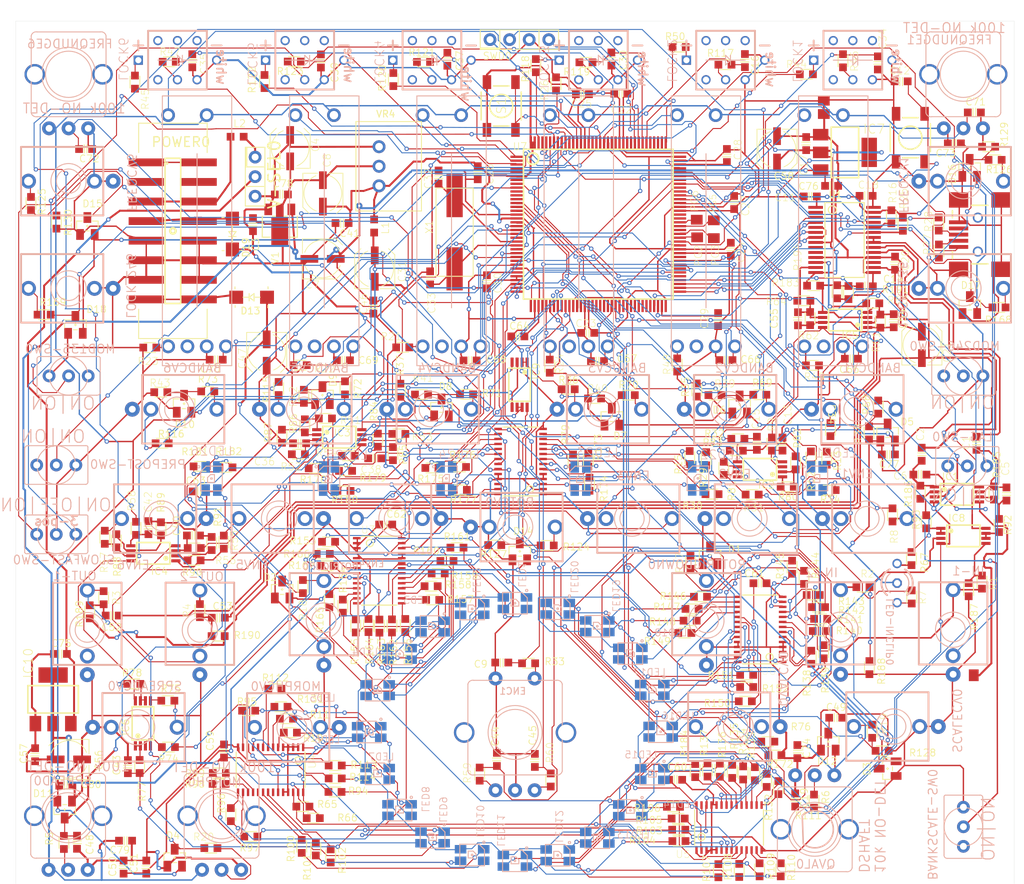
<source format=kicad_pcb>
(kicad_pcb (version 20240108) (generator "pcbnew") (generator_version "8.0")
  (layers (0 "F.Cu" signal) (31 "B.Cu" signal) (34 "B.Paste" user) (35 "F.Paste" user) (36 "B.SilkS" user "B.Silkscreen") (37 "F.SilkS" user "F.Silkscreen") (38 "B.Mask" user) (39 "F.Mask" user) (44 "Edge.Cuts" user))
  (net 0 "")
  (net 1 "N$7")
  (net 2 "N$8")
  (net 3 "N$9")
  (net 4 "GND")
  (net 5 "IN-L")
  (net 6 "IN-R")
  (net 7 "+3.3V")
  (net 8 "ADC-VDD")
  (net 9 "+5V")
  (net 10 "NRST")
  (net 11 "N$21")
  (net 12 "N$22")
  (net 13 "N$23")
  (net 14 "SCALEADC")
  (net 15 "ROTTRIGR")
  (net 16 "ROTTRIGL")
  (net 17 "I2S2_LRCK")
  (net 18 "I2S2_SCLK")
  (net 19 "I2S2_SDI")
  (net 20 "I2S2_SDO")
  (net 21 "I2S2_MCLK")
  (net 22 "I2C2_SCL")
  (net 23 "I2C2_SDA")
  (net 24 "N$19")
  (net 25 "N$38")
  (net 26 "N$39")
  (net 27 "N$40")
  (net 28 "SWCK")
  (net 29 "SWDIO")
  (net 30 "OUT-L")
  (net 31 "OUT-R")
  (net 32 "USB_VBUS")
  (net 33 "N$12")
  (net 34 "N$13")
  (net 35 "USB_DM")
  (net 36 "USB_DP")
  (net 37 "N$14")
  (net 38 "N$41")
  (net 39 "LOCKBUT5")
  (net 40 "LOCKBUT3")
  (net 41 "LOCKBUT2")
  (net 42 "MOD_135")
  (net 43 "LOCK_246")
  (net 44 "I2C1_SCL")
  (net 45 "N$105")
  (net 46 "BANDADC1")
  (net 47 "N$107")
  (net 48 "BANDADC2")
  (net 49 "N$110")
  (net 50 "BANDADC3")
  (net 51 "N$113")
  (net 52 "BANDADC4")
  (net 53 "N$116")
  (net 54 "BANDADC5")
  (net 55 "N$119")
  (net 56 "BANDADC6")
  (net 57 "N$106")
  (net 58 "N$108")
  (net 59 "LOCKLED6")
  (net 60 "LOCKLED1")
  (net 61 "N$111")
  (net 62 "N$114")
  (net 63 "N$35")
  (net 64 "N$36")
  (net 65 "N$104")
  (net 66 "N$109")
  (net 67 "N$112")
  (net 68 "N$115")
  (net 69 "SLLED1")
  (net 70 "SLLED2")
  (net 71 "SLLED3")
  (net 72 "SLLED6")
  (net 73 "SLLED5")
  (net 74 "SLLED4")
  (net 75 "N$117")
  (net 76 "DAC0")
  (net 77 "N$118")
  (net 78 "N$10")
  (net 79 "N$120")
  (net 80 "N$122")
  (net 81 "N$4")
  (net 82 "N$102")
  (net 83 "ENVPWM1")
  (net 84 "N$121")
  (net 85 "N$123")
  (net 86 "N$124")
  (net 87 "N$126")
  (net 88 "N$127")
  (net 89 "N$128")
  (net 90 "N$130")
  (net 91 "N$131")
  (net 92 "N$132")
  (net 93 "N$134")
  (net 94 "N$135")
  (net 95 "N$136")
  (net 96 "N$138")
  (net 97 "N$139")
  (net 98 "N$140")
  (net 99 "N$141")
  (net 100 "ENVPWM6")
  (net 101 "ENVPWM5")
  (net 102 "ENVPWM4")
  (net 103 "ENVPWM3")
  (net 104 "ENVPWM2")
  (net 105 "FREQNUDGEADC1")
  (net 106 "FREQNUDGEADC6")
  (net 107 "N$2")
  (net 108 "MORPHADC")
  (net 109 "N$24")
  (net 110 "SPREADADC")
  (net 111 "QCVADC")
  (net 112 "ENV_SLOW")
  (net 113 "LAG")
  (net 114 "LOCKBUT1")
  (net 115 "LOCKBUT6")
  (net 116 "N$27")
  (net 117 "ROTENC1")
  (net 118 "N$143")
  (net 119 "ROTENC2")
  (net 120 "ROTENCSW")
  (net 121 "I2C1_SDA")
  (net 122 "LEDRING_OE")
  (net 123 "N$169")
  (net 124 "N$170")
  (net 125 "N$171")
  (net 126 "N$172")
  (net 127 "N$173")
  (net 128 "N$174")
  (net 129 "N$175")
  (net 130 "N$176")
  (net 131 "N$177")
  (net 132 "N$178")
  (net 133 "N$179")
  (net 134 "N$180")
  (net 135 "N$181")
  (net 136 "N$182")
  (net 137 "N$183")
  (net 138 "N$196")
  (net 139 "N$197")
  (net 140 "N$198")
  (net 141 "N$199")
  (net 142 "N$200")
  (net 143 "N$201")
  (net 144 "N$202")
  (net 145 "N$203")
  (net 146 "N$204")
  (net 147 "N$205")
  (net 148 "N$206")
  (net 149 "N$207")
  (net 150 "N$208")
  (net 151 "N$209")
  (net 152 "N$210")
  (net 153 "N$226")
  (net 154 "N$227")
  (net 155 "N$228")
  (net 156 "N$229")
  (net 157 "N$230")
  (net 158 "N$231")
  (net 159 "N$232")
  (net 160 "N$233")
  (net 161 "N$234")
  (net 162 "N$235")
  (net 163 "N$236")
  (net 164 "N$237")
  (net 165 "N$238")
  (net 166 "N$239")
  (net 167 "N$240")
  (net 168 "N$256")
  (net 169 "N$257")
  (net 170 "N$258")
  (net 171 "N$259")
  (net 172 "N$260")
  (net 173 "N$261")
  (net 174 "N$262")
  (net 175 "N$263")
  (net 176 "N$264")
  (net 177 "N$265")
  (net 178 "N$266")
  (net 179 "N$267")
  (net 180 "N$268")
  (net 181 "N$269")
  (net 182 "N$270")
  (net 183 "+12V")
  (net 184 "-12V")
  (net 185 "N$28")
  (net 186 "N$144")
  (net 187 "N$145")
  (net 188 "N$146")
  (net 189 "VOUTOFFSET")
  (net 190 "N$147")
  (net 191 "N$148")
  (net 192 "N$273")
  (net 193 "N$274")
  (net 194 "LOCKLED2")
  (net 195 "LOCKLED3")
  (net 196 "LOCKLED4")
  (net 197 "PREPOST")
  (net 198 "LOCK_135")
  (net 199 "N$95")
  (net 200 "N$125")
  (net 201 "IN-CLIP-L")
  (net 202 "IN-CLIP-R")
  (net 203 "BANKSCALE")
  (net 204 "LOCKLED5")
  (net 205 "N$1")
  (net 206 "N$3")
  (net 207 "N$168")
  (net 208 "N$184")
  (net 209 "N$185")
  (net 210 "N$186")
  (net 211 "N$187")
  (net 212 "N$192")
  (net 213 "N$189")
  (net 214 "N$190")
  (net 215 "N$191")
  (net 216 "N$193")
  (net 217 "N$194")
  (net 218 "N$195")
  (net 219 "N$211")
  (net 220 "N$212")
  (net 221 "N$213")
  (net 222 "N$75")
  (net 223 "N$76")
  (net 224 "N$77")
  (net 225 "N$78")
  (net 226 "N$79")
  (net 227 "N$80")
  (net 228 "N$81")
  (net 229 "N$82")
  (net 230 "N$83")
  (net 231 "N$84")
  (net 232 "N$86")
  (net 233 "N$87")
  (net 234 "N$88")
  (net 235 "N$89")
  (net 236 "N$90")
  (net 237 "N$91")
  (net 238 "N$92")
  (net 239 "N$162")
  (net 240 "N$72")
  (net 241 "N$73")
  (net 242 "N$74")
  (net 243 "MOD_246")
  (net 244 "FREQCV6ADC")
  (net 245 "LOCKBUT4")
  (net 246 "N$56")
  (net 247 "ENV_FAST")
  (net 248 "N$37")
  (net 249 "N$69")
  (net 250 "N$214")
  (net 251 "N$215")
  (net 252 "N$216")
  (net 253 "N$217")
  (net 254 "N$218")
  (net 255 "N$219")
  (net 256 "N$220")
  (net 257 "ROTADC")
  (net 258 "N$221")
  (net 259 "N$222")
  (net 260 "FREQCV1ADC")
  (net 261 "N$63")
  (net 262 "N$64")
  (net 263 "N$71")
  (net 264 "N$93")
  (net 265 "N$94")
  (net 266 "N$97")
  (net 267 "N$98")
  (net 268 "N$99")
  (net 269 "N$103")
  (net 270 "N$129")
  (net 271 "N$133")
  (net 272 "N$137")
  (net 273 "N$142")
  (net 274 "N$151")
  (net 275 "N$152")
  (net 276 "N$153")
  (net 277 "N$154")
  (net 278 "N$155")
  (net 279 "N$156")
  (net 280 "N$157")
  (net 281 "N$158")
  (net 282 "N$159")
  (net 283 "N$160")
  (net 284 "N$161")
  (net 285 "N$5")
  (net 286 "N$6")
  (net 287 "N$20")
  (net 288 "N$42")
  (net 289 "N$43")
  (net 290 "N$44")
  (net 291 "N$45")
  (net 292 "N$46")
  (net 293 "N$47")
  (net 294 "N$48")
  (net 295 "N$50")
  (net 296 "N$51")
  (net 297 "N$59")
  (net 298 "N$60")
  (net 299 "N$61")
  (net 300 "N$49")
  (net 301 "N$57")
  (net 302 "QPOTADC")
  (net 303 "N$11")
  (net 304 "LEDRING_VCC")
  (net 305 "N$15")
  (net 306 "N$16")
  (net 307 "N$17")
  (net 308 "N$18")
  (net 309 "N$25")
  (net 310 "N$26")
  (net 311 "N$52")
  (net 312 "N$54")
  (net 313 "N$55")
  (net 314 "N$85")
  (net 315 "N$100")
  (net 316 "N$101")
  (net 317 "N$188")
  (net 318 "N$225")
  (net 319 "N$242")
  (net 320 "N$243")
  (net 321 "N$244")
  (net 322 "N$245")
  (net 323 "N$246")
  (net 324 "N$247")
  (net 325 "N$248")
  (net 326 "N$249")
  (net 327 "N$250")
  (net 328 "N$251")
  (net 329 "N$252")
  (net 330 "N$253")
  (net 331 "N$255")
  (net 332 "N$271")
  (net 333 "N$272")
  (net 334 "N$275")
  (net 335 "N$276")
  (net 336 "N$277")
  (net 337 "N$278")
  (net 338 "N$279")
  (net 339 "N$280")
  (net 340 "N$281")
  (net 341 "N$282")
  (net 342 "N$283")
  (net 343 "CODEC-VDD")
  (net 344 "AGND")
  (net 345 "N$53")
  (net 346 "N$96")
  (net 347 "N$224")
  (net 348 "N$223")
  (net 349 "SLDADC1")
  (net 350 "SLDADC2")
  (net 351 "SLDADC3")
  (net 352 "SLDADC4")
  (net 353 "SLDADC5")
  (net 354 "SLDADC6")
  (net 355 "5VREF1")
  (net 356 "5VREF2")
  (net 357 "N$29")
  (net 358 "N$30")
  (net 359 "N$31")
  (net 360 "N$32")
  (net 361 "N$33")
  (net 362 "N$34")
  (net 363 "N$58")
  (net 364 "5VEXT")
  (footprint "smrf-v1.0.1b:C0603" (layer "F.Cu") (at 208.1149 60.8838)
    (property "Reference" "C71")
    (property "Value" "0.1uF" (hide yes))
  )
  (footprint "smrf-v1.0.1b:R0603" (layer "F.Cu") (at 177.4317 103.2256 180)
    (property "Reference" "R32")
    (property "Value" "10k")
  )
  (footprint "smrf-v1.0.1b:R0603" (layer "F.Cu") (at 116.0145 56.8706 90)
    (property "Reference" "R122")
    (property "Value" "330")
  )
  (footprint "smrf-v1.0.1b:0603" (layer "F.Cu") (at 112.4585 64.0334)
    (property "Reference" "L2")
    (property "Value" "BEAD" (hide yes))
  )
  (footprint "smrf-v1.0.1b:R0603" (layer "F.Cu") (at 209.9691 65.3288 180)
    (property "Reference" "R129")
    (property "Value" "100k")
  )
  (footprint "smrf-v1.0.1b:R0603" (layer "F.Cu") (at 124.5997 157.353 -90)
    (property "Reference" "R102")
    (property "Value" "1k")
  )
  (footprint "smrf-v1.0.1b:R0603" (layer "F.Cu") (at 169.7863 155.4226 180)
    (property "Reference" "R103")
    (property "Value" "1k")
  )
  (footprint "smrf-v1.0.1b:SOT23" (layer "F.Cu") (at 104.3559 157.5816)
    (property "Reference" "D4")
    (property "Value" "BAT54S" (hide yes))
  )
  (footprint "smrf-v1.0.1b:R0603" (layer "F.Cu") (at 118.8593 139.5476)
    (property "Reference" "R11")
    (property "Value" "1k")
  )
  (footprint "smrf-v1.0.1b:R0603" (layer "F.Cu") (at 187.1091 93.7006)
    (property "Reference" "R49")
    (property "Value" "1k")
  )
  (footprint "smrf-v1.0.1b:R0603" (layer "F.Cu") (at 186.8043 87.63 -90)
    (property "Reference" "R62")
    (property "Value" "100k")
  )
  (footprint "smrf-v1.0.1b:R0603" (layer "F.Cu") (at 182.6895 148.4884 90)
    (property "Reference" "R111")
    (property "Value" "1k")
  )
  (footprint "smrf-v1.0.1b:C0603" (layer "F.Cu") (at 212.2805 110.3884 -90)
    (property "Reference" "C5")
    (property "Value" "18pF")
  )
  (footprint "smrf-v1.0.1b:HEADER-1X4-TH" (layer "F.Cu") (at 149.0853 51.435 90)
    (property "Reference" "SWD0")
    (property "Value" "HEADER-1X4" (hide yes))
  )
  (footprint "smrf-v1.0.1b:TSSOP8" (layer "F.Cu") (at 191.3509 87.8078 90)
    (property "Reference" "IC5")
    (property "Value" "TL082")
  )
  (footprint "smrf-v1.0.1b:R0603" (layer "F.Cu") (at 101.1301 91.3892 180)
    (property "Reference" "R23")
    (property "Value" "1k")
  )
  (footprint "smrf-v1.0.1b:R0603" (layer "F.Cu") (at 136.6393 54.3306 180)
    (property "Reference" "R121")
    (property "Value" "1k")
  )
  (footprint "smrf-v1.0.1b:C0603" (layer "F.Cu") (at 142.6845 93.0656 180)
    (property "Reference" "C68")
    (property "Value" "0.1uF" (hide yes))
  )
  (footprint "smrf-v1.0.1b:R0603" (layer "F.Cu") (at 99.3394 114.8461 90)
    (property "Reference" "R58")
    (property "Value" "10k")
  )
  (footprint "smrf-v1.0.1b:R0603" (layer "F.Cu") (at 117.3607 135.6614)
    (property "Reference" "R112")
    (property "Value" "1k")
  )
  (footprint "smrf-v1.0.1b:R0603" (layer "F.Cu") (at 190.3095 84.1502 90)
    (property "Reference" "R194")
    (property "Value" "100k")
  )
  (footprint "smrf-v1.0.1b:C0603" (layer "F.Cu") (at 192.1637 92.837 180)
    (property "Reference" "C65")
    (property "Value" "0.1uF" (hide yes))
  )
  (footprint "smrf-v1.0.1b:R0603" (layer "F.Cu") (at 210.6549 110.2614 90)
    (property "Reference" "R185")
    (property "Value" "10k")
  )
  (footprint "smrf-v1.0.1b:R0603" (layer "F.Cu") (at 156.0449 106.1212 -90)
    (property "Reference" "R79")
    (property "Value" "1k")
  )
  (footprint "smrf-v1.0.1b:R0603" (layer "F.Cu") (at 99.1997 56.9468 90)
    (property "Reference" "R45")
    (property "Value" "330")
  )
  (footprint "smrf-v1.0.1b:PAD-06" (layer "F.Cu") (at 172.0977 74.803 180)
    (property "Reference" "PG6")
    (property "Value" "" (hide yes))
  )
  (footprint "smrf-v1.0.1b:R0603" (layer "F.Cu") (at 129.5019 127.4572 -90)
    (property "Reference" "R164")
    (property "Value" "1k")
  )
  (footprint "smrf-v1.0.1b:C-POL-5" (layer "F.Cu") (at 90.6399 144.8308 180)
    (property "Reference" "C56")
    (property "Value" "47uF")
  )
  (footprint "smrf-v1.0.1b:R0603" (layer "F.Cu") (at 211.3153 114.4778 90)
    (property "Reference" "R92")
    (property "Value" "100k")
  )
  (footprint "smrf-v1.0.1b:PAD-06" (layer "F.Cu") (at 188.5823 59.3598)
    (property "Reference" "DGND0" (hide yes))
    (property "Value" "" (hide yes))
  )
  (footprint "smrf-v1.0.1b:SOT89" (layer "F.Cu") (at 117.9957 75.4634 180)
    (property "Reference" "V1")
    (property "Value" "KA78L05")
  )
  (footprint "smrf-v1.0.1b:R0603" (layer "F.Cu") (at 153.8351 57.1754 90)
    (property "Reference" "R26")
    (property "Value" "10k")
  )
  (footprint "smrf-v1.0.1b:R0603" (layer "F.Cu") (at 199.9615 118.7704 -90)
    (property "Reference" "R67")
    (property "Value" "1k")
  )
  (footprint "smrf-v1.0.1b:R0603" (layer "F.Cu") (at 203.4921 75.3618 -90)
    (property "Reference" "R28")
    (property "Value" "22")
  )
  (footprint "smrf-v1.0.1b:R0603" (layer "F.Cu") (at 179.6415 146.685 90)
    (property "Reference" "R133")
    (property "Value" "1k")
  )
  (footprint "smrf-v1.0.1b:R0603" (layer "F.Cu") (at 194.5005 132.9182 -90)
    (property "Reference" "R188")
    (property "Value" "1M")
  )
  (footprint "smrf-v1.0.1b:R0603" (layer "F.Cu") (at 102.5779 114.9096 90)
    (property "Reference" "R89")
    (property "Value" "68k")
  )
  (footprint "smrf-v1.0.1b:R0603" (layer "F.Cu") (at 169.7609 153.9494 180)
    (property "Reference" "R104")
    (property "Value" "1k")
  )
  (footprint "smrf-v1.0.1b:R0603" (layer "F.Cu") (at 111.0107 106.934)
    (property "Reference" "R182")
    (property "Value" "1k")
  )
  (footprint "smrf-v1.0.1b:C0603" (layer "F.Cu") (at 197.8279 80.4418 90)
    (property "Reference" "C20")
    (property "Value" "0.1uF" (hide yes))
  )
  (footprint "smrf-v1.0.1b:SOT23" (layer "F.Cu") (at 173.8249 118.3386)
    (property "Reference" "D1")
    (property "Value" "BAT54S" (hide yes))
  )
  (footprint "smrf-v1.0.1b:R0603" (layer "F.Cu") (at 187.2615 83.3628 180)
    (property "Reference" "R183")
    (property "Value" "49k")
  )
  (footprint "smrf-v1.0.1b:PAD-06" (layer "F.Cu") (at 174.3075 74.8792)
    (property "Reference" "PG5")
    (property "Value" "" (hide yes))
  )
  (footprint "smrf-v1.0.1b:R0603" (layer "F.Cu") (at 191.0715 54.1782 -90)
    (property "Reference" "R46")
    (property "Value" "1k")
  )
  (footprint "smrf-v1.0.1b:R0603" (layer "F.Cu") (at 188.1759 126.5936)
    (property "Reference" "R141")
    (property "Value" "1k")
  )
  (footprint "smrf-v1.0.1b:R0603" (layer "F.Cu") (at 175.0949 146.2278 90)
    (property "Reference" "R136")
    (property "Value" "1k")
  )
  (footprint "smrf-v1.0.1b:BUTTON-TACT-SKQG" (layer "F.Cu") (at 199.8091 64.1604 90)
    (property "Reference" "S0" (hide yes))
    (property "Value" "BUTTON-TACT" (hide yes))
  )
  (footprint "smrf-v1.0.1b:SOT23" (layer "F.Cu") (at 207.5307 85.8774)
    (property "Reference" "D17")
    (property "Value" "BAT54S" (hide yes))
  )
  (footprint "smrf-v1.0.1b:R0603" (layer "F.Cu") (at 132.5499 127.508 -90)
    (property "Reference" "R162")
    (property "Value" "1k")
  )
  (footprint "smrf-v1.0.1b:C0603" (layer "F.Cu") (at 196.9643 105.2576 180)
    (property "Reference" "C77")
    (property "Value" "0.1uF" (hide yes))
  )
  (footprint "smrf-v1.0.1b:R0603" (layer "F.Cu") (at 134.2771 127.4572 -90)
    (property "Reference" "R156")
    (property "Value" "1k")
  )
  (footprint "smrf-v1.0.1b:R0603" (layer "F.Cu") (at 194.9323 85.6488)
    (property "Reference" "R63")
    (property "Value" "10k")
  )
  (footprint "smrf-v1.0.1b:R0603" (layer "F.Cu") (at 169.6847 152.5016 180)
    (property "Reference" "R105")
    (property "Value" "1k")
  )
  (footprint "smrf-v1.0.1b:R0603" (layer "F.Cu") (at 182.2323 144.272)
    (property "Reference" "R172")
    (property "Value" "100k")
  )
  (footprint "smrf-v1.0.1b:C0603" (layer "F.Cu") (at 146.7993 132.2578 180)
    (property "Reference" "C9")
    (property "Value" "0.1uF" (hide yes))
  )
  (footprint "smrf-v1.0.1b:R0603" (layer "F.Cu") (at 111.6457 151.9936 -90)
    (property "Reference" "R96")
    (property "Value" "1k")
  )
  (footprint "smrf-v1.0.1b:C0603" (layer "F.Cu") (at 184.8739 150.0886 90)
    (property "Reference" "C19")
    (property "Value" "0.1uF" (hide yes))
  )
  (footprint "smrf-v1.0.1b:R0603" (layer "F.Cu") (at 153.1493 147.4978 -90)
    (property "Reference" "R60")
    (property "Value" "10k")
  )
  (footprint "smrf-v1.0.1b:R0603" (layer "F.Cu") (at 169.8117 52.4002)
    (property "Reference" "R50")
    (property "Value" "330")
  )
  (footprint "smrf-v1.0.1b:R0603" (layer "F.Cu") (at 174.4599 97.5614 180)
    (property "Reference" "R39")
    (property "Value" "100k")
  )
  (footprint "smrf-v1.0.1b:R0603" (layer "F.Cu") (at 186.9059 105.7148 90)
    (property "Reference" "R12")
    (property "Value" "1k")
  )
  (footprint "smrf-v1.0.1b:C-POL-5" (layer "F.Cu") (at 182.5117 65.659 -90)
    (property "Reference" "C58")
    (property "Value" "47uF")
  )
  (footprint "smrf-v1.0.1b:TSSOP8" (layer "F.Cu") (at 100.236018 140.149582)
    (property "Reference" "IC6")
    (property "Value" "TL082")
  )
  (footprint "smrf-v1.0.1b:C0603" (layer "F.Cu") (at 110.7567 143.7386 90)
    (property "Reference" "C59")
    (property "Value" "0.1uF" (hide yes))
  )
  (footprint "smrf-v1.0.1b:R0603" (layer "F.Cu") (at 179.2859 110.4646 180)
    (property "Reference" "R31")
    (property "Value" "1k")
  )
  (footprint "smrf-v1.0.1b:R0603" (layer "F.Cu") (at 155.4099 96.7994 180)
    (property "Reference" "R36")
    (property "Value" "1k")
  )
  (footprint "smrf-v1.0.1b:R0603" (layer "F.Cu") (at 151.2189 54.8132 90)
    (property "Reference" "R118")
    (property "Value" "330")
  )
  (footprint "smrf-v1.0.1b:TSSOP8" (layer "F.Cu") (at 206.6925 115.824 -90)
    (property "Reference" "IC8")
    (property "Value" "TL082")
  )
  (footprint "smrf-v1.0.1b:R0603" (layer "F.Cu") (at 173.3169 105.8164 90)
    (property "Reference" "R29")
    (property "Value" "1k")
  )
  (footprint "smrf-v1.0.1b:R0603" (layer "F.Cu") (at 170.5483 128.4224 180)
    (property "Reference" "R149")
    (property "Value" "1k")
  )
  (footprint "smrf-v1.0.1b:SOT23" (layer "F.Cu") (at 123.5329 97.5614)
    (property "Reference" "D9")
    (property "Value" "BAT54S" (hide yes))
  )
  (footprint "smrf-v1.0.1b:C0603" (layer "F.Cu") (at 157.2641 58.5216)
    (property "Reference" "C25")
    (property "Value" "0.1uF" (hide yes))
  )
  (footprint "smrf-v1.0.1b:R0603" (layer "F.Cu") (at 196.1515 143.7132)
    (property "Reference" "R128")
    (property "Value" "100k")
  )
  (footprint "smrf-v1.0.1b:R0603" (layer "F.Cu") (at 186.9567 131.572 -90)
    (property "Reference" "R138")
    (property "Value" "1k")
  )
  (footprint "smrf-v1.0.1b:R0603" (layer "F.Cu") (at 178.5747 133.858 180)
    (property "Reference" "R151")
    (property "Value" "1k")
  )
  (footprint "smrf-v1.0.1b:C0603" (layer "F.Cu") (at 131.7371 114.3508 180)
    (property "Reference" "C62")
    (property "Value" "0.1uF" (hide yes))
  )
  (footprint "smrf-v1.0.1b:R0603" (layer "F.Cu") (at 137.7315 107.0102 180)
    (property "Reference" "R175")
    (property "Value" "1k")
  )
  (footprint "smrf-v1.0.1b:C0603" (layer "F.Cu") (at 176.0093 66.4718 90)
    (property "Reference" "C28")
    (property "Value" "2.2uF")
  )
  (footprint "smrf-v1.0.1b:R0603" (layer "F.Cu") (at 188.5569 130.8608 -90)
    (property "Reference" "R139")
    (property "Value" "1k")
  )
  (footprint "smrf-v1.0.1b:R0603" (layer "F.Cu") (at 158.8389 97.9932 180)
    (property "Reference" "R40")
    (property "Value" "100k")
  )
  (footprint "smrf-v1.0.1b:R0603" (layer "F.Cu") (at 178.3969 137.287 180)
    (property "Reference" "R150")
    (property "Value" "1k")
  )
  (footprint "smrf-v1.0.1b:R0603" (layer "F.Cu") (at 188.9633 105.7402 -90)
    (property "Reference" "R13")
    (property "Value" "1k")
  )
  (footprint "smrf-v1.0.1b:R0603" (layer "F.Cu") (at 103.4669 137.2108 180)
    (property "Reference" "R75")
    (property "Value" "1k")
  )
  (footprint "smrf-v1.0.1b:R0603" (layer "F.Cu") (at 123.9139 100.584 180)
    (property "Reference" "R51")
    (property "Value" "1k")
  )
  (footprint "smrf-v1.0.1b:SOT23" (layer "F.Cu") (at 90.0811 151.3332 180)
    (property "Reference" "D11")
    (property "Value" "BAT54S" (hide yes))
  )
  (footprint "smrf-v1.0.1b:R0603" (layer "F.Cu") (at 176.6951 146.3802 90)
    (property "Reference" "R135")
    (property "Value" "1k")
  )
  (footprint "smrf-v1.0.1b:R0603" (layer "F.Cu") (at 106.8705 118.999 180)
    (property "Reference" "R90")
    (property "Value" "100k")
  )
  (footprint "smrf-v1.0.1b:C0603" (layer "F.Cu") (at 143.6751 68.707 -90)
    (property "Reference" "C26")
    (property "Value" "0.1uF" (hide yes))
  )
  (footprint "smrf-v1.0.1b:R0603" (layer "F.Cu") (at 174.0789 110.4138)
    (property "Reference" "R30")
    (property "Value" "1k")
  )
  (footprint "smrf-v1.0.1b:HEADER-2X8-SMT-SHROUDED" (layer "F.Cu") (at 104.1273 76.2508 -90)
    (property "Reference" "POWER0")
    (property "Value" "HEADER-2X8-SMT" (hide yes))
  )
  (footprint "smrf-v1.0.1b:R0603" (layer "F.Cu") (at 207.3783 122.809 -90)
    (property "Reference" "R187")
    (property "Value" "1M")
  )
  (footprint "smrf-v1.0.1b:R0603" (layer "F.Cu") (at 139.6873 119.0752)
    (property "Reference" "R160")
    (property "Value" "1k")
  )
  (footprint "smrf-v1.0.1b:R0603" (layer "F.Cu") (at 119.8753 54.2798 180)
    (property "Reference" "R123")
    (property "Value" "1k")
  )
  (footprint "smrf-v1.0.1b:R0603" (layer "F.Cu") (at 185.9915 85.3186)
    (property "Reference" "R64")
    (property "Value" "10k")
  )
  (footprint "smrf-v1.0.1b:R0603" (layer "F.Cu") (at 102.7303 103.8098)
    (property "Reference" "R116")
    (property "Value" "1k")
  )
  (footprint "smrf-v1.0.1b:R0603" (layer "F.Cu") (at 184.9247 106.3498 90)
    (property "Reference" "R82")
    (property "Value" "68k")
  )
  (footprint "smrf-v1.0.1b:R0603" (layer "F.Cu") (at 102.5525 97.1804 180)
    (property "Reference" "R43")
    (property "Value" "100k")
  )
  (footprint "smrf-v1.0.1b:R0603" (layer "F.Cu") (at 120.9929 122.4026 -90)
    (property "Reference" "R18")
    (property "Value" "1k")
  )
  (footprint "smrf-v1.0.1b:R0603" (layer "F.Cu") (at 110.1217 148.0058 180)
    (property "Reference" "R98")
    (property "Value" "1k")
  )
  (footprint "smrf-v1.0.1b:R0603" (layer "F.Cu") (at 158.0261 105.9688 -90)
    (property "Reference" "R173")
    (property "Value" "1k")
  )
  (footprint "smrf-v1.0.1b:SOT23" (layer "F.Cu") (at 93.0275 75.6158)
    (property "Reference" "D15")
    (property "Value" "BAT54S" (hide yes))
  )
  (footprint "smrf-v1.0.1b:R0603" (layer "F.Cu") (at 122.3391 152.4508 180)
    (property "Reference" "R66")
    (property "Value" "4k7")
  )
  (footprint "smrf-v1.0.1b:R0603" (layer "F.Cu") (at 195.9229 87.9602 -90)
    (property "Reference" "R61")
    (property "Value" "100k")
  )
  (footprint "smrf-v1.0.1b:R0603" (layer "F.Cu") (at 103.6447 54.3052 180)
    (property "Reference" "R47")
    (property "Value" "1k")
  )
  (footprint "smrf-v1.0.1b:R0603" (layer "F.Cu") (at 191.7827 84.2518 90)
    (property "Reference" "R191")
    (property "Value" "68k")
  )
  (footprint "smrf-v1.0.1b:R0603" (layer "F.Cu") (at 119.3673 141.351)
    (property "Reference" "R10")
    (property "Value" "1k")
  )
  (footprint "smrf-v1.0.1b:C0603" (layer "F.Cu") (at 176.5173 78.6384 -90)
    (property "Reference" "C24")
    (property "Value" "0.1uF" (hide yes))
  )
  (footprint "smrf-v1.0.1b:R0603" (layer "F.Cu") (at 153.0223 93.8022 -90)
    (property "Reference" "R24")
    (property "Value" "1k")
  )
  (footprint "smrf-v1.0.1b:C0603" (layer "F.Cu") (at 198.6153 56.8452 180)
    (property "Reference" "C12")
    (property "Value" "0.1uF" (hide yes))
  )
  (footprint "smrf-v1.0.1b:R0603" (layer "F.Cu") (at 113.9571 138.5062)
    (property "Reference" "R95")
    (property "Value" "1k")
  )
  (footprint "smrf-v1.0.1b:R0603" (layer "F.Cu") (at 180.2511 159.1564 -90)
    (property "Reference" "R109")
    (property "Value" "1k")
  )
  (footprint "smrf-v1.0.1b:R0603" (layer "F.Cu") (at 187.2107 123.4948)
    (property "Reference" "R143")
    (property "Value" "1k")
  )
  (footprint "smrf-v1.0.1b:R0603" (layer "F.Cu") (at 169.0751 150.9776 180)
    (property "Reference" "R106")
    (property "Value" "1k")
  )
  (footprint "smrf-v1.0.1b:R0603" (layer "F.Cu") (at 124.1425 119.7102 180)
    (property "Reference" "R167")
    (property "Value" "1k")
  )
  (footprint "smrf-v1.0.1b:C0603" (layer "F.Cu") (at 120.5611 103.8098 180)
    (property "Reference" "C36")
    (property "Value" "0.1uF" (hide yes))
  )
  (footprint "smrf-v1.0.1b:R0603" (layer "F.Cu") (at 87.4141 87.122)
    (property "Reference" "R169")
    (property "Value" "1k")
  )
  (footprint "smrf-v1.0.1b:R0603" (layer "F.Cu") (at 110.1471 146.5834 180)
    (property "Reference" "R99")
    (property "Value" "1k")
  )
  (footprint "smrf-v1.0.1b:0603" (layer "F.Cu") (at 130.2385 75.6158 -90)
    (property "Reference" "L1")
    (property "Value" "BEAD" (hide yes))
  )
  (footprint "smrf-v1.0.1b:C0603" (layer "F.Cu") (at 109.7407 92.964 180)
    (property "Reference" "C70")
    (property "Value" "0.1uF" (hide yes))
  )
  (footprint "smrf-v1.0.1b:R0603" (layer "F.Cu") (at 171.2849 119.253 90)
    (property "Reference" "R17")
    (property "Value" "1k")
  )
  (footprint "smrf-v1.0.1b:R0603" (layer "F.Cu") (at 172.0977 96.901 90)
    (property "Reference" "R35")
    (property "Value" "1k")
  )
  (footprint "smrf-v1.0.1b:C0603" (layer "F.Cu") (at 185.2295 87.6554 90)
    (property "Reference" "C55")
    (property "Value" "18pF")
  )
  (footprint "smrf-v1.0.1b:C0603" (layer "F.Cu") (at 186.8297 71.7804 180)
    (property "Reference" "C11")
    (property "Value" "0.1uF" (hide yes))
  )
  (footprint "smrf-v1.0.1b:R0603" (layer "F.Cu") (at 199.9869 123.7488 90)
    (property "Reference" "R7")
    (property "Value" "1k")
  )
  (footprint "smrf-v1.0.1b:C0603" (layer "F.Cu") (at 138.5951 69.2658 -90)
    (property "Reference" "C32")
    (property "Value" "18pF")
  )
  (footprint "smrf-v1.0.1b:R0603" (layer "F.Cu") (at 175.7553 54.6862 180)
    (property "Reference" "R117")
    (property "Value" "1k")
  )
  (footprint "smrf-v1.0.1b:R0603" (layer "F.Cu") (at 145.8849 117.0178 180)
    (property "Reference" "R127")
    (property "Value" "100k")
  )
  (footprint "smrf-v1.0.1b:R0603" (layer "F.Cu") (at 127.8509 127.508 -90)
    (property "Reference" "R155")
    (property "Value" "1k")
  )
  (footprint "smrf-v1.0.1b:R0603" (layer "F.Cu") (at 126.5301 107.3912)
    (property "Reference" "R179")
    (property "Value" "1k")
  )
  (footprint "smrf-v1.0.1b:C0603" (layer "F.Cu") (at 97.7265 158.8008 90)
    (property "Reference" "C50")
    (property "Value" "0.1uF" (hide yes))
  )
  (footprint "smrf-v1.0.1b:R0603" (layer "F.Cu") (at 137.8331 124.1298)
    (property "Reference" "R157")
    (property "Value" "1k")
  )
  (footprint "smrf-v1.0.1b:R0603" (layer "F.Cu") (at 122.6693 156.4386 -90)
    (property "Reference" "R101")
    (property "Value" "1k")
  )
  (footprint "smrf-v1.0.1b:C0603" (layer "F.Cu") (at 91.6813 155.575 -90)
    (property "Reference" "C48")
    (property "Value" "0.1uF" (hide yes))
  )
  (footprint "smrf-v1.0.1b:C0603" (layer "F.Cu") (at 107.5309 110.0582)
    (property "Reference" "C63")
    (property "Value" "0.1uF" (hide yes))
  )
  (footprint "smrf-v1.0.1b:TSSOP8" (layer "F.Cu") (at 180.3019 107.188 90)
    (property "Reference" "IC2")
    (property "Value" "TL082")
  )
  (footprint "smrf-v1.0.1b:SOT223" (layer "F.Cu") (at 191.3255 66.0654 -90)
    (property "Reference" "IC7")
    (property "Value" "LD1117-33" (hide yes))
  )
  (footprint "smrf-v1.0.1b:R0603" (layer "F.Cu") (at 178.5747 135.4328)
    (property "Reference" "R152")
    (property "Value" "1k")
  )
  (footprint "smrf-v1.0.1b:R0603" (layer "F.Cu") (at 142.2273 97.4598)
    (property "Reference" "R71")
    (property "Value" "49k")
  )
  (footprint "smrf-v1.0.1b:R0603" (layer "F.Cu") (at 133.6421 96.9264 90)
    (property "Reference" "R37")
    (property "Value" "1k")
  )
  (footprint "smrf-v1.0.1b:R0603" (layer "F.Cu") (at 125.1839 147.2946)
    (property "Reference" "R114")
    (property "Value" "1k")
  )
  (footprint "smrf-v1.0.1b:R0603" (layer "F.Cu") (at 109.9947 128.8288)
    (property "Reference" "R190")
    (property "Value" "100k")
  )
  (footprint "smrf-v1.0.1b:SOT23" (layer "F.Cu") (at 196.8627 102.4128)
    (property "Reference" "D5")
    (property "Value" "BAT54S" (hide yes))
  )
  (footprint "smrf-v1.0.1b:R0603" (layer "F.Cu") (at 211.3153 86.1822 180)
    (property "Reference" "R168")
    (property "Value" "1k")
  )
  (footprint "smrf-v1.0.1b:R0603" (layer "F.Cu") (at 99.8093 145.7452 -90)
    (property "Reference" "R77")
    (property "Value" "100k")
  )
  (footprint "smrf-v1.0.1b:PAD-06" (layer "F.Cu") (at 188.5823 61.087)
    (property "Reference" "AGND0" (hide yes))
    (property "Value" "" (hide yes))
  )
  (footprint "smrf-v1.0.1b:R0603" (layer "F.Cu") (at 181.3179 142.5194)
    (property "Reference" "R76")
    (property "Value" "49k")
  )
  (footprint "smrf-v1.0.1b:R0603" (layer "F.Cu") (at 210.8073 67.0306 180)
    (property "Reference" "R126")
    (property "Value" "49k")
  )
  (footprint "smrf-v1.0.1b:C0603" (layer "F.Cu") (at 201.2823 105.2322 -90)
    (property "Reference" "C2")
    (property "Value" "10uF/10V")
  )
  (footprint "smrf-v1.0.1b:C0603" (layer "F.Cu") (at 205.5241 64.897)
    (property "Reference" "C73")
    (property "Value" "0.1uF" (hide yes))
  )
  (footprint "smrf-v1.0.1b:R0603" (layer "F.Cu") (at 141.4145 109.855)
    (property "Reference" "R177")
    (property "Value" "1k")
  )
  (footprint "smrf-v1.0.1b:C0603" (layer "F.Cu") (at 190.1317 139.4206)
    (property "Reference" "C49")
    (property "Value" "0.1uF" (hide yes))
  )
  (footprint "smrf-v1.0.1b:R0603" (layer "F.Cu") (at 203.5175 78.867 90)
    (property "Reference" "R27")
    (property "Value" "22")
  )
  (footprint "smrf-v1.0.1b:R0603" (layer "F.Cu") (at 118.1481 137.9982)
    (property "Reference" "R131")
    (property "Value" "1k")
  )
  (footprint "smrf-v1.0.1b:C0603" (layer "F.Cu") (at 189.5983 70.4088)
    (property "Reference" "C76")
    (property "Value" "0.1uF" (hide yes))
  )
  (footprint "smrf-v1.0.1b:PAD-06" (layer "F.Cu") (at 172.1485 77.089)
    (property "Reference" "PG2")
    (property "Value" "" (hide yes))
  )
  (footprint "smrf-v1.0.1b:R0603" (layer "F.Cu") (at 171.8945 146.2786 90)
    (property "Reference" "R184")
    (property "Value" "1k")
  )
  (footprint "smrf-v1.0.1b:C0603" (layer "F.Cu") (at 97.9805 155.3718 180)
    (property "Reference" "C79")
    (property "Value" "0.1uF" (hide yes))
  )
  (footprint "smrf-v1.0.1b:R0603" (layer "F.Cu") (at 110.7313 116.6368 -90)
    (property "Reference" "R55")
    (property "Value" "1k")
  )
  (footprint "smrf-v1.0.1b:TSSOP8" (layer "F.Cu") (at 149.1107 96.2152 180)
    (property "Reference" "IC9")
    (property "Value" "TL082" (hide yes))
  )
  (footprint "smrf-v1.0.1b:R0603" (layer "F.Cu") (at 130.9243 127.5334 -90)
    (property "Reference" "R163")
    (property "Value" "1k")
  )
  (footprint "smrf-v1.0.1b:R0603" (layer "F.Cu") (at 163.2077 97.5614)
    (property "Reference" "R70")
    (property "Value" "49k")
  )
  (footprint "smrf-v1.0.1b:R0603" (layer "F.Cu") (at 180.2765 97.5106)
    (property "Reference" "R69")
    (property "Value" "49k")
  )
  (footprint "smrf-v1.0.1b:R0603" (layer "F.Cu") (at 125.1585 149.0472)
    (property "Reference" "R94")
    (property "Value" "1k")
  )
  (footprint "smrf-v1.0.1b:C0603" (layer "F.Cu") (at 151.0919 144.9578 90)
    (property "Reference" "C45")
    (property "Value" "0.1uF" (hide yes))
  )
  (footprint "smrf-v1.0.1b:R0603" (layer "F.Cu") (at 152.6921 117.0686 180)
    (property "Reference" "R124")
    (property "Value" "200k?")
  )
  (footprint "smrf-v1.0.1b:R0603" (layer "F.Cu") (at 120.4087 105.2322 180)
    (property "Reference" "R52")
    (property "Value" "10k")
  )
  (footprint "smrf-v1.0.1b:C0603" (layer "F.Cu") (at 118.1989 71.5264)
    (property "Reference" "C78")
    (property "Value" "0.1uF" (hide yes))
  )
  (footprint "smrf-v1.0.1b:RECOM-DCDC" (layer "F.Cu") (at 130.8735 67.8688 -90)
    (property "Reference" "VR4")
    (property "Value" "78E-3.3-0.5")
  )
  (footprint "smrf-v1.0.1b:R0603" (layer "F.Cu") (at 169.5577 93.6498 -90)
    (property "Reference" "R48")
    (property "Value" "1k")
  )
  (footprint "smrf-v1.0.1b:SOT23" (layer "F.Cu") (at 138.9761 99.1616)
    (property "Reference" "D8")
    (property "Value" "BAT54S" (hide yes))
  )
  (footprint "smrf-v1.0.1b:R0603" (layer "F.Cu") (at 137.6299 122.3518)
    (property "Reference" "R158")
    (property "Value" "1k")
  )
  (footprint "smrf-v1.0.1b:R0603" (layer "F.Cu") (at 89.0143 75.1078 -90)
    (property "Reference" "R130")
    (property "Value" "100k")
  )
  (footprint "smrf-v1.0.1b:C0603" (layer "F.Cu") (at 194.0941 83.439)
    (property "Reference" "C14")
    (property "Value" "2.2uF")
  )
  (footprint "smrf-v1.0.1b:SOT23" (layer "F.Cu") (at 149.1361 117.8306)
    (property "Reference" "D14")
    (property "Value" "BAT54S" (hide yes))
  )
  (footprint "smrf-v1.0.1b:C0603" (layer "F.Cu") (at 130.1369 86.1314 90)
    (property "Reference" "C46")
    (property "Value" "0.1uF" (hide yes))
  )
  (footprint "smrf-v1.0.1b:R0603" (layer "F.Cu") (at 95.2881 116.0018 -90)
    (property "Reference" "R57")
    (property "Value" "1k")
  )
  (footprint "smrf-v1.0.1b:R0603" (layer "F.Cu") (at 122.5931 107.061 180)
    (property "Reference" "R178")
    (property "Value" "1k")
  )
  (footprint "smrf-v1.0.1b:R0603" (layer "F.Cu") (at 96.7867 116.459 90)
    (property "Reference" "R88")
    (property "Value" "100k")
  )
  (footprint "smrf-v1.0.1b:SOT23" (layer "F.Cu") (at 105.5751 98.679)
    (property "Reference" "D10")
    (property "Value" "BAT54S" (hide yes))
  )
  (footprint "smrf-v1.0.1b:R0603" (layer "F.Cu") (at 126.1745 124.9426 -90)
    (property "Reference" "R154")
    (property "Value" "1k")
  )
  (footprint "smrf-v1.0.1b:C0603" (layer "F.Cu") (at 96.2533 126.1618 180)
    (property "Reference" "C52")
    (property "Value" "10uF/10V")
  )
  (footprint "smrf-v1.0.1b:R0603" (layer "F.Cu") (at 181.1655 147.5486 90)
    (property "Reference" "R132")
    (property "Value" "1k")
  )
  (footprint "smrf-v1.0.1b:R0603" (layer "F.Cu") (at 143.9291 146.7358 90)
    (property "Reference" "R59")
    (property "Value" "10k")
  )
  (footprint "smrf-v1.0.1b:R0603" (layer "F.Cu") (at 120.9929 150.9522 180)
    (property "Reference" "R65")
    (property "Value" "4k7")
  )
  (footprint "smrf-v1.0.1b:C0603" (layer "F.Cu") (at 208.3943 103.8098 -90)
    (property "Reference" "C1")
    (property "Value" "10uF/10V")
  )
  (footprint "smrf-v1.0.1b:C0603" (layer "F.Cu") (at 157.9499 89.4842 180)
    (property "Reference" "C23")
    (property "Value" "0.1uF" (hide yes))
  )
  (footprint "smrf-v1.0.1b:C0603" (layer "F.Cu") (at 130.3147 105.7656)
    (property "Reference" "C38")
    (property "Value" "0.1uF" (hide yes))
  )
  (footprint "smrf-v1.0.1b:R0603" (layer "F.Cu") (at 181.8513 103.9114 90)
    (property "Reference" "R9")
    (property "Value" "10k")
  )
  (footprint "smrf-v1.0.1b:PAD-06" (layer "F.Cu") (at 174.3075 77.1906 180)
    (property "Reference" "PG3")
    (property "Value" "" (hide yes))
  )
  (footprint "smrf-v1.0.1b:R0603" (layer "F.Cu") (at 130.7211 103.4034 -90)
    (property "Reference" "R84")
    (property "Value" "100k")
  )
  (footprint "smrf-v1.0.1b:R0603" (layer "F.Cu") (at 174.9044 159.2707 -90)
    (property "Reference" "R107")
    (property "Value" "1k")
  )
  (footprint "smrf-v1.0.1b:C0603" (layer "F.Cu") (at 162.2425 58.4454)
    (property "Reference" "C22")
    (property "Value" "0.1uF" (hide yes))
  )
  (footprint "smrf-v1.0.1b:C0603" (layer "F.Cu") (at 110.0201 126.4412 180)
    (property "Reference" "C53")
    (property "Value" "10uF/10V")
  )
  (footprint "smrf-v1.0.1b:R0603" (layer "F.Cu") (at 175.6029 107.061 90)
    (property "Reference" "R81")
    (property "Value" "100k")
  )
  (footprint "smrf-v1.0.1b:TSSOP28" (layer "F.Cu") (at 130.8989 120.3452 -90)
    (property "Reference" "U3")
    (property "Value" "PCA9685")
  )
  (footprint "smrf-v1.0.1b:C-POL-5" (layer "F.Cu") (at 119.3419 65.532 90)
    (property "Reference" "C4")
    (property "Value" "47uF")
  )
  (footprint "smrf-v1.0.1b:R0603" (layer "F.Cu") (at 126.4539 96.6216 -90)
    (property "Reference" "R72")
    (property "Value" "49k")
  )
  (footprint "smrf-v1.0.1b:R0603" (layer "F.Cu") (at 184.4675 119.888 90)
    (property "Reference" "R145")
    (property "Value" "1k")
  )
  (footprint "smrf-v1.0.1b:R0603" (layer "F.Cu") (at 177.6095 159.2326 -90)
    (property "Reference" "R108")
    (property "Value" "1k")
  )
  (footprint "smrf-v1.0.1b:R0603" (layer "F.Cu") (at 136.3853 97.4852 180)
    (property "Reference" "R41")
    (property "Value" "100k")
  )
  (footprint "smrf-v1.0.1b:R0603" (layer "F.Cu") (at 177.2285 104.775)
    (property "Reference" "R83")
    (property "Value" "68k")
  )
  (footprint "smrf-v1.0.1b:R0603" (layer "F.Cu") (at 126.3269 109.982)
    (property "Reference" "R180")
    (property "Value" "1k")
  )
  (footprint "smrf-v1.0.1b:C0603" (layer "F.Cu") (at 186.2963 64.9224 90)
    (property "Reference" "C17")
    (property "Value" "0.1uF" (hide yes))
  )
  (footprint "smrf-v1.0.1b:C0603" (layer "F.Cu") (at 139.7381 53.975 -90)
    (property "Reference" "C37")
    (property "Value" "0.1uF" (hide yes))
  )
  (footprint "smrf-v1.0.1b:R0603" (layer "F.Cu") (at 173.4947 146.2024 90)
    (property "Reference" "R137")
    (property "Value" "1k")
  )
  (footprint "smrf-v1.0.1b:R0603" (layer "F.Cu") (at 182.9943 159.1564 -90)
    (property "Reference" "R110")
    (property "Value" "1k")
  )
  (footprint "smrf-v1.0.1b:SOT23" (layer "F.Cu") (at 118.3005 122.7836)
    (property "Reference" "D2")
    (property "Value" "BAT54S" (hide yes))
  )
  (footprint "smrf-v1.0.1b:SOT223" (layer "F.Cu") (at 88.5825 137.033)
    (property "Reference" "IC10")
    (property "Value" "LD1117-33" (hide yes))
  )
  (footprint "smrf-v1.0.1b:R0603" (layer "F.Cu") (at 187.8965 125.0696)
    (property "Reference" "R142")
    (property "Value" "1k")
  )
  (footprint "smrf-v1.0.1b:R0603" (layer "F.Cu") (at 132.6769 105.156 -90)
    (property "Reference" "R85")
    (property "Value" "68k")
  )
  (footprint "smrf-v1.0.1b:R0603" (layer "F.Cu") (at 189.2681 109.8804)
    (property "Reference" "R14")
    (property "Value" "1k")
  )
  (footprint "smrf-v1.0.1b:LQFP144" (layer "F.Cu") (at 159.3215 75.3872 -90)
    (property "Reference" "U7")
    (property "Value" "STM32F427ZG")
  )
  (footprint "smrf-v1.0.1b:C0603" (layer "F.Cu") (at 159.2199 93.1418 180)
    (property "Reference" "C67")
    (property "Value" "0.1uF" (hide yes))
  )
  (footprint "smrf-v1.0.1b:PAD-06" (layer "F.Cu") (at 208.0387 133.9088 90)
    (property "Reference" "AGND-OPT0" (hide yes))
    (property "Value" "" (hide yes))
  )
  (footprint "smrf-v1.0.1b:R0603" (layer "F.Cu") (at 178.1175 146.5834 90)
    (property "Reference" "R134")
    (property "Value" "1k")
  )
  (footprint "smrf-v1.0.1b:R0603" (layer "F.Cu") (at 133.4389 102.5906 180)
    (property "Reference" "R53")
    (property "Value" "1k")
  )
  (footprint "smrf-v1.0.1b:R0603" (layer "F.Cu") (at 150.2791 132.3594 180)
    (property "Reference" "R33")
    (property "Value" "10k")
  )
  (footprint "smrf-v1.0.1b:R0603" (layer "F.Cu") (at 157.7213 54.3814 180)
    (property "Reference" "R119")
    (property "Value" "1k")
  )
  (footprint "smrf-v1.0.1b:C0603" (layer "F.Cu") (at 180.3019 121.9708)
    (property "Reference" "C61")
    (property "Value" "0.1uF" (hide yes))
  )
  (footprint "smrf-v1.0.1b:R0603" (layer "F.Cu") (at 197.4977 113.1062 90)
    (property "Reference" "R8")
    (property "Value" "1k")
  )
  (footprint "smrf-v1.0.1b:R0603" (layer "F.Cu") (at 126.9111 105.4354 180)
    (property "Reference" "R54")
    (property "Value" "10k")
  )
  (footprint "smrf-v1.0.1b:R0603" (layer "F.Cu") (at 89.9795 155.6004 90)
    (property "Reference" "R5")
    (property "Value" "49k")
  )
  (footprint "smrf-v1.0.1b:R0603" (layer "F.Cu") (at 118.2751 102.8954 -90)
    (property "Reference" "R87")
    (property "Value" "68k")
  )
  (footprint "smrf-v1.0.1b:C0603" (layer "F.Cu") (at 146.1643 144.8308 90)
    (property "Reference" "C44")
    (property "Value" "0.1uF" (hide yes))
  )
  (footprint "smrf-v1.0.1b:BUTTON-TACT-SKQG" (layer "F.Cu") (at 146.7231 60.0456 -90)
    (property "Reference" "S1")
    (property "Value" "BUTTON-TACT" (hide yes))
  )
  (footprint "smrf-v1.0.1b:28-SSOP" (layer "F.Cu") (at 191.2747 77.7494 -90)
    (property "Reference" "U1")
    (property "Value" "WM8731")
  )
  (footprint "smrf-v1.0.1b:R0603" (layer "F.Cu") (at 99.0473 135.0264 180)
    (property "Reference" "R78")
    (property "Value" "100k")
  )
  (footprint "smrf-v1.0.1b:R0603" (layer "F.Cu") (at 124.3203 116.586 180)
    (property "Reference" "R153")
    (property "Value" "1k")
  )
  (footprint "smrf-v1.0.1b:C0603" (layer "F.Cu") (at 126.2507 93.0402 180)
    (property "Reference" "C69")
    (property "Value" "0.1uF" (hide yes))
  )
  (footprint "smrf-v1.0.1b:R0603" (layer "F.Cu") (at 198.8439 75.3872 -90)
    (property "Reference" "R25")
    (property "Value" "4k7")
  )
  (footprint "smrf-v1.0.1b:R0603" (layer "F.Cu") (at 187.3123 150.241 -90)
    (property "Reference" "R6")
    (property "Value" "10k")
  )
  (footprint "smrf-v1.0.1b:C0603" (layer "F.Cu") (at 123.3297 54.2036 -90)
    (property "Reference" "C39")
    (property "Value" "0.1uF" (hide yes))
  )
  (footprint "smrf-v1.0.1b:TSSOP8" (layer "F.Cu") (at 125.7173 103.0224 -90)
    (property "Reference" "IC3")
    (property "Value" "TL082")
  )
  (footprint "smrf-v1.0.1b:R0603" (layer "F.Cu") (at 189.4459 102.0318 -90)
    (property "Reference" "R34")
    (property "Value" "1k")
  )
  (footprint "smrf-v1.0.1b:C0603" (layer "F.Cu") (at 183.2229 103.9114 90)
    (property "Reference" "C13")
    (property "Value" "0.1uF" (hide yes))
  )
  (footprint "smrf-v1.0.1b:SOT23" (layer "F.Cu") (at 189.1665 142.5194)
    (property "Reference" "D12")
    (property "Value" "BAT54S" (hide yes))
  )
  (footprint "smrf-v1.0.1b:C0603" (layer "F.Cu") (at 197.6501 87.9094 90)
    (property "Reference" "C54")
    (property "Value" "18pF")
  )
  (footprint "smrf-v1.0.1b:C0603" (layer "F.Cu") (at 98.2853 145.7706 90)
    (property "Reference" "C43")
    (property "Value" "0.1uF" (hide yes))
  )
  (footprint "smrf-v1.0.1b:TSSOP28" (layer "F.Cu") (at 149.2377 106.172 90)
    (property "Reference" "U2")
    (property "Value" "PCA9685")
  )
  (footprint "smrf-v1.0.1b:SOT23" (layer "F.Cu") (at 161.0741 100.3554)
    (property "Reference" "D7")
    (property "Value" "BAT54S" (hide yes))
  )
  (footprint "smrf-v1.0.1b:R0603" (layer "F.Cu") (at 171.1833 105.664 90)
    (property "Reference" "R15")
    (property "Value" "1k")
  )
  (footprint "smrf-v1.0.1b:R0603" (layer "F.Cu") (at 120.8405 156.1084 -90)
    (property "Reference" "R100")
    (property "Value" "1k")
  )
  (footprint "smrf-v1.0.1b:C0603" (layer "F.Cu") (at 179.8955 103.8098 -90)
    (property "Reference" "C15")
    (property "Value" "0.1uF" (hide yes))
  )
  (footprint "smrf-v1.0.1b:R0603" (layer "F.Cu") (at 125.1839 145.6182)
    (property "Reference" "R113")
    (property "Value" "1k")
  )
  (footprint "smrf-v1.0.1b:C0603" (layer "F.Cu") (at 106.7943 115.7732)
    (property "Reference" "C40")
    (property "Value" "0.1uF" (hide yes))
  )
  (footprint "smrf-v1.0.1b:R0603" (layer "F.Cu") (at 95.1357 123.8504 -90)
    (property "Reference" "R3")
    (property "Value" "1k")
  )
  (footprint "smrf-v1.0.1b:TSSOP28" (layer "F.Cu") (at 176.2887 153.67)
    (property "Reference" "U5")
    (property "Value" "PCA9685")
  )
  (footprint "smrf-v1.0.1b:R0603" (layer "F.Cu") (at 133.9469 91.3638 180)
    (property "Reference" "R21")
    (property "Value" "1k")
  )
  (footprint "smrf-v1.0.1b:R0603" (layer "F.Cu") (at 194.4497 102.4636 -90)
    (property "Reference" "R38")
    (property "Value" "100k")
  )
  (footprint "smrf-v1.0.1b:C0603" (layer "F.Cu") (at 195.5927 54.4576 -90)
    (property "Reference" "C34")
    (property "Value" "0.1uF" (hide yes))
  )
  (footprint "smrf-v1.0.1b:R0603" (layer "F.Cu") (at 109.1565 116.8146 90)
    (property "Reference" "R91")
    (property "Value" "68k")
  )
  (footprint "smrf-v1.0.1b:R0603" (layer "F.Cu") (at 120.6373 93.6752)
    (property "Reference" "R22")
    (property "Value" "1k")
  )
  (footprint "smrf-v1.0.1b:C-POL-5" (layer "F.Cu") (at 123.5329 79.883)
    (property "Reference" "C7")
    (property "Value" "47uF")
  )
  (footprint "smrf-v1.0.1b:C0603" (layer "F.Cu") (at 137.5029 82.3468 -90)
    (property "Reference" "C33")
    (property "Value" "18pF")
  )
  (footprint "smrf-v1.0.1b:C-POL-5" (layer "F.Cu") (at 116.2939 92.0242 -90)
    (property "Reference" "C47")
    (property "Value" "47uF")
  )
  (footprint "smrf-v1.0.1b:R0603" (layer "F.Cu") (at 106.8959 117.3988)
    (property "Reference" "R56")
    (property "Value" "10k")
  )
  (footprint "smrf-v1.0.1b:R0603" (layer "F.Cu") (at 140.9827 117.348)
    (property "Reference" "R161")
    (property "Value" "1k")
  )
  (footprint "smrf-v1.0.1b:SOT23" (layer "F.Cu") (at 196.8627 146.0246 90)
    (property "Reference" "D3")
    (property "Value" "BAT54S" (hide yes))
  )
  (footprint "smrf-v1.0.1b:C0603" (layer "F.Cu") (at 126.0729 75.2348 180)
    (property "Reference" "C41")
    (property "Value" "0.1uF" (hide yes))
  )
  (footprint "smrf-v1.0.1b:R0603" (layer "F.Cu") (at 123.6345 118.1608 180)
    (property "Reference" "R166")
    (property "Value" "1k")
  )
  (footprint "smrf-v1.0.1b:R0603" (layer "F.Cu") (at 194.8561 141.1732 -90)
    (property "Reference" "R19")
    (property "Value" "49k")
  )
  (footprint "smrf-v1.0.1b:C0603" (layer "F.Cu") (at 175.8823 93.0148 180)
    (property "Reference" "C66")
    (property "Value" "0.1uF" (hide yes))
  )
  (footprint "smrf-v1.0.1b:R0603" (layer "F.Cu") (at 158.1785 109.1184 -90)
    (property "Reference" "R174")
    (property "Value" "1k")
  )
  (footprint "smrf-v1.0.1b:R0603" (layer "F.Cu") (at 201.8665 113.9952 90)
    (property "Reference" "R93")
    (property "Value" "100k")
  )
  (footprint "smrf-v1.0.1b:C-POL-5" (layer "F.Cu") (at 130.3147 81.153 90)
    (property "Reference" "C31")
    (property "Value" "47uF")
  )
  (footprint "smrf-v1.0.1b:C0603" (layer "F.Cu") (at 144.8689 82.8548 90)
    (property "Reference" "C10")
    (property "Value" "0.1uF" (hide yes))
  )
  (footprint "smrf-v1.0.1b:SOT23" (layer "F.Cu") (at 207.5053 68.072)
    (property "Reference" "D16")
    (property "Value" "BAT54S" (hide yes))
  )
  (footprint "smrf-v1.0.1b:C0603" (layer "F.Cu") (at 89.5223 131.1402 180)
    (property "Reference" "C75")
    (property "Value" "0.1uF" (hide yes))
  )
  (footprint "smrf-v1.0.1b:R0603" (layer "F.Cu") (at 107.6325 125.5268 -90)
    (property "Reference" "R4")
    (property "Value" "1k")
  )
  (footprint "smrf-v1.0.1b:C0603" (layer "F.Cu") (at 114.5159 75.438 90)
    (property "Reference" "C3")
    (property "Value" "0.1uF" (hide yes))
  )
  (footprint "smrf-v1.0.1b:C0603" (layer "F.Cu") (at 92.7989 65.6336)
    (property "Reference" "C72")
    (property "Value" "0.1uF" (hide yes))
  )
  (footprint "smrf-v1.0.1b:R0603" (layer "F.Cu") (at 172.5803 123.7234 180)
    (property "Reference" "R146")
    (property "Value" "1k")
  )
  (footprint "smrf-v1.0.1b:R0603" (layer "F.Cu") (at 171.2341 126.8222 180)
    (property "Reference" "R148")
    (property "Value" "1k")
  )
  (footprint "smrf-v1.0.1b:SOT23" (layer "F.Cu") (at 177.6603 98.7806)
    (property "Reference" "D6")
    (property "Value" "BAT54S" (hide yes))
  )
  (footprint "smrf-v1.0.1b:C0603" (layer "F.Cu") (at 100.9523 114.7572 90)
    (property "Reference" "C42")
    (property "Value" "0.1uF" (hide yes))
  )
  (footprint "smrf-v1.0.1b:C0603" (layer "F.Cu") (at 185.1533 143.8148 -90)
    (property "Reference" "C74")
    (property "Value" "0.1uF" (hide yes))
  )
  (footprint "smrf-v1.0.1b:C0603" (layer "F.Cu") (at 169.3545 147.4724)
    (property "Reference" "C60")
    (property "Value" "0.1uF" (hide yes))
  )
  (footprint "smrf-v1.0.1b:C0603" (layer "F.Cu") (at 148.8821 89.9414 180)
    (property "Reference" "C64")
    (property "Value" "0.1uF" (hide yes))
  )
  (footprint "smrf-v1.0.1b:R0603" (layer "F.Cu") (at 107.6579 106.807 180)
    (property "Reference" "R181")
    (property "Value" "1k")
  )
  (footprint "smrf-v1.0.1b:R0603" (layer "F.Cu") (at 109.0549 156.337 180)
    (property "Reference" "R20")
    (property "Value" "49k")
  )
  (footprint "smrf-v1.0.1b:C0603" (layer "F.Cu") (at 106.6419 54.1782 -90)
    (property "Reference" "C35")
    (property "Value" "0.1uF" (hide yes))
  )
  (footprint "smrf-v1.0.1b:R0603" (layer "F.Cu") (at 193.6623 122.4788)
    (property "Reference" "R2")
    (property "Value" "1k")
  )
  (footprint "smrf-v1.0.1b:TSSOP28" (layer "F.Cu") (at 180.3273 127.9652 90)
    (property "Reference" "U6")
    (property "Value" "PCA9685")
  )
  (footprint "smrf-v1.0.1b:R0603" (layer "F.Cu") (at 124.4219 124.2314 -90)
    (property "Reference" "R165")
    (property "Value" "1k")
  )
  (footprint "smrf-v1.0.1b:R0603" (layer "F.Cu") (at 138.5443 120.7008)
    (property "Reference" "R159")
    (property "Value" "1k")
  )
  (footprint "smrf-v1.0.1b:C0603" (layer "F.Cu") (at 176.9491 72.5678 -90)
    (property "Reference" "C27")
    (property "Value" "0.1uF" (hide yes))
  )
  (footprint "smrf-v1.0.1b:R0603" (layer "F.Cu") (at 85.7123 72.6948 -90)
    (property "Reference" "R125")
    (property "Value" "200k?")
  )
  (footprint "smrf-v1.0.1b:R0603" (layer "F.Cu") (at 114.2365 154.8384)
    (property "Reference" "R97")
    (property "Value" "1k")
  )
  (footprint "smrf-v1.0.1b:R0603" (layer "F.Cu") (at 209.1055 121.8184 90)
    (property "Reference" "R1")
    (property "Value" "1k")
  )
  (footprint "smrf-v1.0.1b:R0603" (layer "F.Cu") (at 201.1045 110.1598 90)
    (property "Reference" "R186")
    (property "Value" "10k")
  )
  (footprint "smrf-v1.0.1b:R0603" (layer "F.Cu") (at 93.3323 125.6792 -90)
    (property "Reference" "R189")
    (property "Value" "100k")
  )
  (footprint "smrf-v1.0.1b:SMA" (layer "F.Cu") (at 111.8489 76.6572 -90)
    (property "Reference" "D19")
    (property "Value" "B140-E3" (hide yes))
  )
  (footprint "smrf-v1.0.1b:C-POL-5" (layer "F.Cu") (at 123.5837 71.374 -90)
    (property "Reference" "C8")
    (property "Value" "47uF")
  )
  (footprint "smrf-v1.0.1b:R0603" (layer "F.Cu") (at 108.6485 97.0788)
    (property "Reference" "R73")
    (property "Value" "49k")
  )
  (footprint "smrf-v1.0.1b:R0603" (layer "F.Cu") (at 132.7277 56.6166 90)
    (property "Reference" "R120")
    (property "Value" "330")
  )
  (footprint "smrf-v1.0.1b:R0603" (layer "F.Cu") (at 121.1199 97.7138 -90)
    (property "Reference" "R42")
    (property "Value" "100k")
  )
  (footprint "smrf-v1.0.1b:C0603" (layer "F.Cu") (at 201.0537 107.8738)
    (property "Reference" "C6")
    (property "Value" "18pF")
  )
  (footprint "smrf-v1.0.1b:TSSOP8" (layer "F.Cu") (at 205.8543 110.4392 -90)
    (property "Reference" "IC1")
    (property "Value" "TL082")
  )
  (footprint "smrf-v1.0.1b:C0603" (layer "F.Cu") (at 194.0687 71.7042)
    (property "Reference" "C18")
    (property "Value" "0.1uF" (hide yes))
  )
  (footprint "smrf-v1.0.1b:C0603" (layer "F.Cu") (at 174.8663 87.757 -90)
    (property "Reference" "C29")
    (property "Value" "2.2uF")
  )
  (footprint "smrf-v1.0.1b:R0603" (layer "F.Cu") (at 121.2469 101.5492 -90)
    (property "Reference" "R86")
    (property "Value" "100k")
  )
  (footprint "smrf-v1.0.1b:C0603" (layer "F.Cu") (at 90.2335 148.2344)
    (property "Reference" "C80")
    (property "Value" "0.1uF" (hide yes))
  )
  (footprint "smrf-v1.0.1b:USB-MINIB" (layer "F.Cu") (at 208.5721 76.7334 180)
    (property "Reference" "U$1" (hide yes))
    (property "Value" "USB-MINIB-5PIN" (hide yes))
  )
  (footprint "smrf-v1.0.1b:SMA" (layer "F.Cu") (at 114.3381 84.8614 180)
    (property "Reference" "D13")
    (property "Value" "B140-E3" (hide yes))
  )
  (footprint "smrf-v1.0.1b:C-POL-5" (layer "F.Cu") (at 201.3077 91.059 90)
    (property "Reference" "C21")
    (property "Value" "47uF")
  )
  (footprint "smrf-v1.0.1b:R0603" (layer "F.Cu") (at 171.4881 125.2982 180)
    (property "Reference" "R147")
    (property "Value" "1k")
  )
  (footprint "smrf-v1.0.1b:R0603" (layer "F.Cu") (at 195.6435 99.1108 90)
    (property "Reference" "R68")
    (property "Value" "49k")
  )
  (footprint "smrf-v1.0.1b:R0603" (layer "F.Cu") (at 103.5431 143.2306 180)
    (property "Reference" "R74")
    (property "Value" "1k")
  )
  (footprint "smrf-v1.0.1b:SOT23" (layer "F.Cu") (at 91.4781 88.4428)
    (property "Reference" "D18")
    (property "Value" "BAT54S" (hide yes))
  )
  (footprint "smrf-v1.0.1b:HC-49_US" (layer "F.Cu") (at 140.6779 76.4286 -90)
    (property "Reference" "X1")
    (property "Value" "8MHz")
  )
  (footprint "smrf-v1.0.1b:R0603" (layer "F.Cu") (at 186.3217 55.9308)
    (property "Reference" "R44")
    (property "Value" "330")
  )
  (footprint "smrf-v1.0.1b:R0603" (layer "F.Cu") (at 197.3453 74.422 -90)
    (property "Reference" "R16")
    (property "Value" "4k7")
  )
  (footprint "smrf-v1.0.1b:TSSOP28" (layer "F.Cu") (at 116.8019 146.177 180)
    (property "Reference" "U4")
    (property "Value" "PCA9685")
  )
  (footprint "smrf-v1.0.1b:TSSOP8" (layer "F.Cu") (at 101.5873 118.0846 90)
    (property "Reference" "IC4")
    (property "Value" "TL082")
  )
  (footprint "smrf-v1.0.1b:R0603" (layer "F.Cu") (at 187.9981 128.1684)
    (property "Reference" "R140")
    (property "Value" "1k")
  )
  (footprint "smrf-v1.0.1b:R0603" (layer "F.Cu") (at 183.8325 109.4486)
    (property "Reference" "R80")
    (property "Value" "100k")
  )
  (footprint "smrf-v1.0.1b:C0603" (layer "F.Cu") (at 178.3461 54.1528 90)
    (property "Reference" "C16")
    (property "Value" "0.1uF" (hide yes))
  )
  (footprint "smrf-v1.0.1b:C0603" (layer "F.Cu") (at 100.6729 158.8008 90)
    (property "Reference" "C51")
    (property "Value" "18pF")
  )
  (footprint "smrf-v1.0.1b:HEADER-1X3-TH" (layer "F.Cu") (at 114.7953 69.215)
    (property "Reference" "V-SEL0")
    (property "Value" "HEADER-1X3-TH" (hide yes))
  )
  (footprint "smrf-v1.0.1b:R0603" (layer "F.Cu") (at 117.8433 96.6978 90)
    (property "Reference" "R115")
    (property "Value" "1k")
  )
  (footprint "smrf-v1.0.1b:R0603" (layer "F.Cu") (at 141.3129 106.8832)
    (property "Reference" "R176")
    (property "Value" "1k")
  )
  (footprint "smrf-v1.0.1b:C0603" (layer "F.Cu") (at 161.0233 53.9496 -90)
    (property "Reference" "C30")
    (property "Value" "0.1uF" (hide yes))
  )
  (footprint "smrf-v1.0.1b:R0603" (layer "F.Cu") (at 186.0169 121.2088 90)
    (property "Reference" "R144")
    (property "Value" "1k")
  )
  (footprint "smrf-v1.0.1b:C0603" (layer "F.Cu") (at 86.2457 144.2212 90)
    (property "Reference" "C57")
    (property "Value" "0.1uF" (hide yes))
  )
  (footprint "smrf-v1.0.1b:PLCC4" (layer "B.Cu") (at 154.058618 125.2728 180)
    (property "Reference" "LED20")
    (property "Value" "LED-RGB-CA-HEBEI")
  )
  (footprint "smrf-v1.0.1b:PLCC4" (layer "B.Cu") (at 148.506181 124.55906 180)
    (property "Reference" "LED1")
    (property "Value" "LED-RGB-CA-HEBEI")
  )
  (footprint "smrf-v1.0.1b:POT-9MM-SONGHUEI" (layer "B.Cu") (at 206.687418 55.933341 180)
    (property "Reference" "FREQNUDGE1")
    (property "Value" "100k")
  )
  (footprint "smrf-v1.0.1b:POT-SLIDER-ALPHA-RA2045F-20" (layer "B.Cu") (at 107.259118 76.23556 90)
    (property "Reference" "SLIDE6" (hide yes))
    (property "Value" "100k" (hide yes))
  )
  (footprint "smrf-v1.0.1b:PLCC4" (layer "B.Cu") (at 159.189418 127.551182 180)
    (property "Reference" "LED19")
    (property "Value" "LED-RGB-CA-HEBEI")
  )
  (footprint "smrf-v1.0.1b:PJ301M-12-FIX" (layer "B.Cu") (at 190.75654 128.016 -90)
    (property "Reference" "IN-2")
    (property "Value" "PJ301-M12" (hide yes))
  )
  (footprint "smrf-v1.0.1b:PLCC4" (layer "B.Cu") (at 133.535418 131.13766 180)
    (property "Reference" "LED4")
    (property "Value" "LED-RGB-CA-HEBEI")
  )
  (footprint "smrf-v1.0.1b:BUTTON-LED-PB61303" (layer "B.Cu") (at 137.739118 54.09946 180)
    (property "Reference" "LOCK4")
    (property "Value" "WHITE-MOM")
  )
  (footprint "smrf-v1.0.1b:PJ301M-12-FIX" (layer "B.Cu") (at 173.349918 126.8222 -90)
    (property "Reference" "ROTTRIGDOWN0")
    (property "Value" "PJ301-M12")
  )
  (footprint "smrf-v1.0.1b:SPDT-SUB" (layer "B.Cu") (at 206.687418 95.064582 90)
    (property "Reference" "MOD246-SW0")
    (property "Value" "submini-2T")
  )
  (footprint "smrf-v1.0.1b:PJ301M-12-FIX" (layer "B.Cu") (at 197.670418 140.558519)
    (property "Reference" "SCALECV0")
    (property "Value" "PJ301-M12")
  )
  (footprint "smrf-v1.0.1b:POT-9MM-SONGHUEI" (layer "B.Cu") (at 90.530681 152.140919 180)
    (property "Reference" "SPREAD0")
    (property "Value" "100k")
  )
  (footprint "smrf-v1.0.1b:PLCC4" (layer "B.Cu") (at 157.0101 108.3818 -90)
    (property "Reference" "LED23")
    (property "Value" "LED-RGB-CA-HEBEI")
  )
  (footprint "smrf-v1.0.1b:PLCC4" (layer "B.Cu") (at 130.688081 146.6977 180)
    (property "Reference" "LED7")
    (property "Value" "LED-RGB-CA-HEBEI")
  )
  (footprint "smrf-v1.0.1b:PJ301M-12-FIX" (layer "B.Cu") (at 206.687418 83.708241 180)
    (property "Reference" "LOCK_135")
    (property "Value" "PJ301-M12")
  )
  (footprint "smrf-v1.0.1b:PLCC4" (layer "B.Cu") (at 148.506181 157.982919 180)
    (property "Reference" "LED11")
    (property "Value" "LED-RGB-CA-HEBEI")
  )
  (footprint "smrf-v1.0.1b:PLCC4" (layer "B.Cu") (at 137.8204 127.586741 180)
    (property "Reference" "LED3")
    (property "Value" "LED-RGB-CA-HEBEI")
  )
  (footprint "smrf-v1.0.1b:PJ301M-12-FIX" (layer "B.Cu") (at 163.685218 113.581182 180)
    (property "Reference" "ENV3")
    (property "Value" "PJ301-M12")
  )
  (footprint "smrf-v1.0.1b:PJ301M-12-FIX" (layer "B.Cu") (at 123.71324 126.8222 -90)
    (property "Reference" "ROTRIGUP0")
    (property "Value" "PJ301-M12")
  )
  (footprint "smrf-v1.0.1b:SPDT-SUB" (layer "B.Cu") (at 88.993981 115.6208 90)
    (property "Reference" "SLOWFAST-SW0")
    (property "Value" "submini-3T")
  )
  (footprint "smrf-v1.0.1b:POT-9MM-SONGHUEI" (layer "B.Cu") (at 187.411359 153.893519)
    (property "Reference" "QVAL0")
    (property "Value" "100k")
  )
  (footprint "smrf-v1.0.1b:PJ301M-12-FIX" (layer "B.Cu") (at 102.664259 113.581182)
    (property "Reference" "ENV6")
    (property "Value" "PJ301-M12")
  )
  (footprint "smrf-v1.0.1b:PLCC4" (layer "B.Cu") (at 167.416481 141.23416 180)
    (property "Reference" "LED16")
    (property "Value" "LED-RGB-CA-HEBEI")
  )
  (footprint "smrf-v1.0.1b:PLCC4" (layer "B.Cu") (at 142.9512 157.231082 180)
    (property "Reference" "LED10")
    (property "Value" "LED-RGB-CA-HEBEI")
  )
  (footprint "smrf-v1.0.1b:POT-9MM-SONGHUEI" (layer "B.Cu") (at 90.596718 55.933341 180)
    (property "Reference" "FREQNUDGE6")
    (property "Value" "100k")
  )
  (footprint "smrf-v1.0.1b:PJ301M-12-FIX" (layer "B.Cu") (at 121.130059 99.3902 180)
    (property "Reference" "BANDCV5")
    (property "Value" "PJ301-M12")
  )
  (footprint "smrf-v1.0.1b:PLCC4" (layer "B.Cu") (at 163.47694 131.1021 180)
    (property "Reference" "LED18")
    (property "Value" "LED-RGB-CA-HEBEI")
  )
  (footprint "smrf-v1.0.1b:PLCC4" (layer "B.Cu") (at 187.6806 108.3691 -90)
    (property "Reference" "LED21")
    (property "Value" "LED-RGB-CA-HEBEI")
  )
  (footprint "smrf-v1.0.1b:PLCC4" (layer "B.Cu") (at 139.6111 108.3691 -90)
    (property "Reference" "LED24")
    (property "Value" "LED-RGB-CA-HEBEI")
  )
  (footprint "smrf-v1.0.1b:PJ301M-12-FIX" (layer "B.Cu") (at 117.904259 113.581182)
    (property "Reference" "ENV5")
    (property "Value" "PJ301-M12")
  )
  (footprint "smrf-v1.0.1b:PLCC4" (layer "B.Cu") (at 166.324281 135.806182 180)
    (property "Reference" "LED17")
    (property "Value" "LED-RGB-CA-HEBEI")
  )
  (footprint "smrf-v1.0.1b:PLCC4" (layer "B.Cu") (at 172.2501 108.3564 -90)
    (property "Reference" "LED22")
    (property "Value" "LED-RGB-CA-HEBEI")
  )
  (footprint "smrf-v1.0.1b:PLCC4" (layer "B.Cu") (at 154.058618 157.266641 180)
    (property "Reference" "LED12")
    (property "Value" "LED-RGB-CA-HEBEI")
  )
  (footprint "smrf-v1.0.1b:BUTTON-LED-PB61303" (layer "B.Cu") (at 104.719118 54.09946 180)
    (property "Reference" "LOCK6")
    (property "Value" "WHITE-MOM")
  )
  (footprint "smrf-v1.0.1b:BUTTON-LED-PB61303" (layer "B.Cu") (at 159.329118 54.09946 180)
    (property "Reference" "LOCK3")
    (property "Value" "WHITE-MOM")
  )
  (footprint "smrf-v1.0.1b:PLCC4" (layer "B.Cu") (at 124.3711 108.3818 -90)
    (property "Reference" "LED25")
    (property "Value" "LED-RGB-CA-HEBEI")
  )
  (footprint "smrf-v1.0.1b:PJ301M-12-FIX" (layer "B.Cu") (at 192.755518 99.3902 180)
    (property "Reference" "BANDCV1")
    (property "Value" "PJ301-M12")
  )
  (footprint "smrf-v1.0.1b:PLCC4" (layer "B.Cu") (at 142.9512 125.30836 180)
    (property "Reference" "LED2")
    (property "Value" "LED-RGB-CA-HEBEI")
  )
  (footprint "smrf-v1.0.1b:PLCC4" (layer "B.Cu") (at 109.1311 108.3818 -90)
    (property "Reference" "LED26")
    (property "Value" "LED-RGB-CA-HEBEI")
  )
  (footprint "smrf-v1.0.1b:PLCC4" (layer "B.Cu") (at 133.535418 151.401782 180)
    (property "Reference" "LED8")
    (property "Value" "LED-RGB-CA-HEBEI")
  )
  (footprint "smrf-v1.0.1b:SPDT-SUB" (layer "B.Cu") (at 88.993981 106.6292 90)
    (property "Reference" "PREPOST-SW0")
    (property "Value" "submini-2T")
  )
  (footprint "smrf-v1.0.1b:PJ301M-12-FIX" (layer "B.Cu") (at 148.523959 114.681 180)
    (property "Reference" "ROTCV0")
    (property "Value" "PJ301-M12")
  )
  (footprint "smrf-v1.0.1b:PJ301M-12-FIX" (layer "B.Cu") (at 178.925218 113.581182 180)
    (property "Reference" "ENV2")
    (property "Value" "PJ301-M12")
  )
  (footprint "smrf-v1.0.1b:PLCC4" (layer "B.Cu") (at 166.324281 146.73326 180)
    (property "Reference" "LED15")
    (property "Value" "LED-RGB-CA-HEBEI")
  )
  (footprint "smrf-v1.0.1b:BUTTON-LED-PB61303" (layer "B.Cu") (at 192.349118 54.09946 180)
    (property "Reference" "LOCK1")
    (property "Value" "WHITE-MOM")
  )
  (footprint "smrf-v1.0.1b:PJ301M-12-FIX" (layer "B.Cu") (at 99.474018 140.657582 180)
    (property "Reference" "SPREADCV0")
    (property "Value" "PJ301-M12")
  )
  (footprint "smrf-v1.0.1b:PJ301M-12-FIX" (layer "B.Cu") (at 107.624881 128.0668 -90)
    (property "Reference" "OUT-2")
    (property "Value" "PJ301-M12" (hide yes))
  )
  (footprint "smrf-v1.0.1b:POT-SLIDER-ALPHA-RA2045F-20" (layer "B.Cu") (at 173.299118 76.23556 90)
    (property "Reference" "SLIDE2" (hide yes))
    (property "Value" "100k" (hide yes))
  )
  (footprint "smrf-v1.0.1b:PJ301M-12-FIX" (layer "B.Cu") (at 194.165218 113.581182 180)
    (property "Reference" "ENV1")
    (property "Value" "PJ301-M12")
  )
  (footprint "smrf-v1.0.1b:POT-SLIDER-ALPHA-RA2045F-20" (layer "B.Cu") (at 140.279118 76.23556 90)
    (property "Reference" "SLIDE4" (hide yes))
    (property "Value" "100k" (hide yes))
  )
  (footprint "smrf-v1.0.1b:PLCC4" (layer "B.Cu") (at 159.189418 154.98826 180)
    (property "Reference" "LED13")
    (property "Value" "LED-RGB-CA-HEBEI")
  )
  (footprint "smrf-v1.0.1b:PJ301M-12-FIX" (layer "B.Cu") (at 206.687418 69.7992 180)
    (property "Reference" "FREQCV1")
    (property "Value" "PJ301-M12")
  )
  (footprint "smrf-v1.0.1b:PJ301M-12-FIX" (layer "B.Cu") (at 159.735518 99.3902 180)
    (property "Reference" "BANDCV3")
    (property "Value" "PJ301-M12")
  )
  (footprint "smrf-v1.0.1b:POT-SLIDER-ALPHA-RA2045F-20" (layer "B.Cu") (at 156.789118 76.23556 90)
    (property "Reference" "SLIDE3" (hide yes))
    (property "Value" "100k" (hide yes))
  )
  (footprint "smrf-v1.0.1b:PJ301M-12-FIX" (layer "B.Cu") (at 137.640059 99.3902 180)
    (property "Reference" "BANDCV4")
    (property "Value" "PJ301-M12")
  )
  (footprint "smrf-v1.0.1b:PJ301M-12-FIX" (layer "B.Cu") (at 119.9261 140.680441)
    (property "Reference" "MORPHCV0")
    (property "Value" "PJ301-M12")
  )
  (footprint "smrf-v1.0.1b:LED-T1X2" (layer "B.Cu") (at 198.092059 121.950482 -90)
    (property "Reference" "LED-INCLIP0")
    (property "Value" "LEDX2A")
  )
  (footprint "smrf-v1.0.1b:POT-SLIDER-ALPHA-RA2045F-20" (layer "B.Cu") (at 189.809118 76.23556 90)
    (property "Reference" "SLIDE1" (hide yes))
    (property "Value" "100k" (hide yes))
  )
  (footprint "smrf-v1.0.1b:SPDT-SUB" (layer "B.Cu") (at 90.596718 95.064582 -90)
    (property "Reference" "MOD135-SW0")
    (property "Value" "submini-2T")
  )
  (footprint "smrf-v1.0.1b:PLCC4" (layer "B.Cu") (at 137.8204 154.9527 180)
    (property "Reference" "LED9")
    (property "Value" "LED-RGB-CA-HEBEI")
  )
  (footprint "smrf-v1.0.1b:POT-9MM-SONGHUEI" (layer "B.Cu") (at 110.44174 152.140919 180)
    (property "Reference" "MORPH0")
    (property "Value" "100k")
  )
  (footprint "smrf-v1.0.1b:PLCC4" (layer "B.Cu") (at 163.47694 151.437341 180)
    (property "Reference" "LED14")
    (property "Value" "LED-RGB-CA-HEBEI")
  )
  (footprint "smrf-v1.0.1b:PJ301M-12-FIX" (layer "B.Cu") (at 104.6226 99.3902 180)
    (property "Reference" "BANDCV6")
    (property "Value" "PJ301-M12")
  )
  (footprint "smrf-v1.0.1b:BUTTON-LED-PB61303" (layer "B.Cu") (at 175.839118 54.09946 180)
    (property "Reference" "LOCK2")
    (property "Value" "WHITE-MOM")
  )
  (footprint "smrf-v1.0.1b:SPDT-SUB" (layer "B.Cu") (at 207.2005 106.7562 90)
    (property "Reference" "LAG-SW0")
    (property "Value" "submini-2T")
  )
  (footprint "smrf-v1.0.1b:PJ301M-12-FIX" (layer "B.Cu") (at 90.596718 83.708241)
    (property "Reference" "LOCK_246")
    (property "Value" "PJ301-M12")
  )
  (footprint "smrf-v1.0.1b:PJ301M-12-FIX" (layer "B.Cu") (at 205.36154 128.016 -90)
    (property "Reference" "IN-1")
    (property "Value" "PJ301-M12" (hide yes))
  )
  (footprint "smrf-v1.0.1b:SPDT-SUB" (layer "B.Cu") (at 206.69504 153.5684 180)
    (property "Reference" "BANKSCALE-SW0")
    (property "Value" "submini-2T")
  )
  (footprint "smrf-v1.0.1b:PJ301M-12-FIX" (layer "B.Cu") (at 177.149759 140.578841)
    (property "Reference" "QVALCV0")
    (property "Value" "PJ301-M12")
  )
  (footprint "smrf-v1.0.1b:POT-SLIDER-ALPHA-RA2045F-20" (layer "B.Cu") (at 123.769118 76.23556 90)
    (property "Reference" "SLIDE5" (hide yes))
    (property "Value" "100k" (hide yes))
  )
  (footprint "smrf-v1.0.1b:BUTTON-LED-PB61303" (layer "B.Cu") (at 121.229118 54.09946 180)
    (property "Reference" "LOCK5")
    (property "Value" "WHITE-MOM")
  )
  (footprint "smrf-v1.0.1b:PLCC4" (layer "B.Cu") (at 129.59334 141.269719 180)
    (property "Reference" "LED6")
    (property "Value" "LED-RGB-CA-HEBEI")
  )
  (footprint "smrf-v1.0.1b:PJ301M-12-FIX" (layer "B.Cu") (at 90.596718 69.7992)
    (property "Reference" "FREQCV6")
    (property "Value" "PJ301-M12")
  )
  (footprint "smrf-v1.0.1b:PJ301M-12-FIX" (layer "B.Cu") (at 93.019881 128.0668 -90)
    (property "Reference" "OUT-1")
    (property "Value" "PJ301-M12" (hide yes))
  )
  (footprint "smrf-v1.0.1b:PLCC4" (layer "B.Cu") (at 130.688081 135.841741 180)
    (property "Reference" "LED5")
    (property "Value" "LED-RGB-CA-HEBEI")
  )
  (footprint "smrf-v1.0.1b:ROTENC-12MM-BUT" (layer "B.Cu") (at 148.523959 141.3383 180)
    (property "Reference" "ENC1")
    (property "Value" "ROTENC-BUTTON-A")
  )
  (footprint "smrf-v1.0.1b:PJ301M-12-FIX" (layer "B.Cu") (at 133.144259 113.581182)
    (property "Reference" "ENV4")
    (property "Value" "PJ301-M12")
  )
  (footprint "smrf-v1.0.1b:PJ301M-12-FIX" (layer "B.Cu") (at 176.245518 99.3902 180)
    (property "Reference" "BANDCV2")
    (property "Value" "PJ301-M12")
  )
  (gr_line (start 185.9153 155.7274) (end 185.7883 152.0952) (stroke (width 0.2032)) (layer "B.SilkS"))
  (gr_arc (start 185.7883 152.1206) (mid 189.818841 153.811657) (end 185.915298 155.7782) (stroke (width 0.2032)) (layer "B.SilkS"))
  (gr_line (start 83.7311 160.9852) (end 83.7311 49.022) (stroke (width 0.0254)) (layer "Edge.Cuts"))
  (gr_line (start 83.7311 49.022) (end 213.2711 49.022) (stroke (width 0.0254)) (layer "Edge.Cuts"))
  (gr_line (start 213.2711 160.9852) (end 83.7311 160.9852) (stroke (width 0.0254)) (layer "Edge.Cuts"))
  (gr_line (start 213.2711 49.022) (end 213.2711 160.9852) (stroke (width 0.0254)) (layer "Edge.Cuts"))
  (gr_text "ON|ON" (at 208.825998 158.143447 270) (layer "B.SilkS") (effects (font (size 1.63576 1.63576) (thickness 0.14224)) (justify left bottom mirror)))
  (gr_text "10k NO-DET\nDSHAFT" (at 193.033264 159.647128 270) (layer "B.SilkS") (effects (font (size 1.28016 1.28016) (thickness 0.14224)) (justify left bottom mirror)))
  (gr_text "100k NO-DET" (at 212.2805 50.673 0) (layer "B.SilkS") (effects (font (size 1.28016 1.28016) (thickness 0.14224)) (justify left bottom mirror)))
  (gr_text "ON|ON" (at 211.0105 111.5568 0) (layer "B.SilkS") (effects (font (size 1.63576 1.63576) (thickness 0.14224)) (justify left bottom mirror)))
  (gr_text "100k NO-DET" (at 117.5131 146.5834 0) (layer "B.SilkS") (effects (font (size 1.28016 1.28016) (thickness 0.14224)) (justify left bottom mirror)))
  (gr_text "100k NO-DET" (at 98.0821 61.1124 0) (layer "B.SilkS") (effects (font (size 1.28016 1.28016) (thickness 0.14224)) (justify left bottom mirror)))
  (gr_text "white" (at 126.238345 57.173165 270) (layer "B.SilkS") (effects (font (size 1.194816 1.194816) (thickness 0.227584)) (justify left bottom mirror)))
  (gr_text "white" (at 109.677545 57.401765 270) (layer "B.SilkS") (effects (font (size 1.194816 1.194816) (thickness 0.227584)) (justify left bottom mirror)))
  (gr_text "ON|ON" (at 210.8581 99.4918 0) (layer "B.SilkS") (effects (font (size 1.63576 1.63576) (thickness 0.14224)) (justify left bottom mirror)))
  (gr_text "white" (at 197.307545 57.350965 270) (layer "B.SilkS") (effects (font (size 1.194816 1.194816) (thickness 0.227584)) (justify left bottom mirror)))
  (gr_text "ON|ON" (at 92.8751 103.886 0) (layer "B.SilkS") (effects (font (size 1.63576 1.63576) (thickness 0.14224)) (justify left bottom mirror)))
  (gr_text "white" (at 180.949945 57.731965 270) (layer "B.SilkS") (effects (font (size 1.194816 1.194816) (thickness 0.227584)) (justify left bottom mirror)))
  (gr_text "white" (at 141.452945 59.586165 270) (layer "B.SilkS") (effects (font (size 1.194816 1.194816) (thickness 0.227584)) (justify left bottom mirror)))
  (gr_text "3-pos" (at 92.0369 114.6048 0) (layer "B.SilkS") (effects (font (size 1.194816 1.194816) (thickness 0.227584)) (justify left bottom mirror)))
  (gr_text "white" (at 164.389145 57.655765 270) (layer "B.SilkS") (effects (font (size 1.194816 1.194816) (thickness 0.227584)) (justify left bottom mirror)))
  (gr_text "ON|ON" (at 94.1705 99.5934 0) (layer "B.SilkS") (effects (font (size 1.63576 1.63576) (thickness 0.14224)) (justify left bottom mirror)))
  (gr_text "100k NO-DET" (at 98.6409 146.4818 0) (layer "B.SilkS") (effects (font (size 1.28016 1.28016) (thickness 0.14224)) (justify left bottom mirror)))
  (gr_text "ON|OFF|ON" (at 96.2787 112.776 0) (layer "B.SilkS") (effects (font (size 1.63576 1.63576) (thickness 0.14224)) (justify left bottom mirror)))
  (segment (start 107.6325 124.6768) (end 107.624881 124.669182) (width 0.2032) (layer "F.Cu") (net 1))
  (segment (start 107.624881 124.669182) (end 107.624881 122.8598) (width 0.2032) (layer "F.Cu") (net 1))
  (segment (start 93.1291 122.8852) (end 93.019881 122.8598) (width 0.127) (layer "F.Cu") (net 2))
  (segment (start 95.9231 127.0762) (end 95.6691 127.0762) (width 0.127) (layer "F.Cu") (net 2))
  (segment (start 101.0031 132.1562) (end 95.9231 127.0762) (width 0.127) (layer "F.Cu") (net 2))
  (segment (start 106.9721 132.1562) (end 101.0031 132.1562) (width 0.127) (layer "F.Cu") (net 2))
  (segment (start 95.0341 122.8852) (end 95.1357 123.0004) (width 0.127) (layer "F.Cu") (net 2))
  (segment (start 107.6071 131.5212) (end 106.9721 132.1562) (width 0.127) (layer "F.Cu") (net 2))
  (segment (start 107.6071 131.5212) (end 107.624881 131.4196) (width 0.127) (layer "F.Cu") (net 2))
  (segment (start 93.1291 122.8852) (end 95.0341 122.8852) (width 0.127) (layer "F.Cu") (net 2))
  (via (at 95.6691 127.0762) (size 0.5588) (drill 0.3048) (layers "F.Cu" "B.Cu") (net 2))
  (segment (start 93.1291 124.5362) (end 93.1291 122.8852) (width 0.127) (layer "B.Cu") (net 2))
  (segment (start 95.6691 127.0762) (end 93.1291 124.5362) (width 0.127) (layer "B.Cu") (net 2))
  (segment (start 93.1291 122.8852) (end 93.019881 122.8598) (width 0.127) (layer "B.Cu") (net 2))
  (segment (start 191.08674 122.4788) (end 190.75654 122.809) (width 0.2032) (layer "F.Cu") (net 3))
  (segment (start 192.8123 122.4788) (end 191.08674 122.4788) (width 0.2032) (layer "F.Cu") (net 3))
  (segment (start 174.549118 92.531619) (end 175.0323 93.0148) (width 0.1778) (layer "F.Cu") (net 4))
  (segment (start 171.8691 67.1322) (end 171.8691 67.1372) (width 0.1778) (layer "F.Cu") (net 4))
  (segment (start 197.9041 143.7132) (end 197.0015 143.7132) (width 0.1778) (layer "F.Cu") (net 4))
  (segment (start 91.0835 148.2344) (end 91.3777 148.5286) (width 0.254) (layer "F.Cu") (net 4))
  (segment (start 157.5715 89.0126) (end 157.5715 85.9872) (width 0.1778) (layer "F.Cu") (net 4))
  (segment (start 203.3651 83.7692) (end 206.5401 86.9442) (width 0.1778) (layer "F.Cu") (net 4))
  (segment (start 140.2461 56.5912) (end 140.279118 56.63946) (width 0.1778) (layer "F.Cu") (net 4))
  (segment (start 106.8451 114.935) (end 106.7562 114.935) (width 0.2032) (layer "F.Cu") (net 4))
  (segment (start 128.0541 117.9322) (end 127.9811 118.0702) (width 0.1778) (layer "F.Cu") (net 4))
  (segment (start 131.2291 105.8672) (end 131.1647 105.7656) (width 0.1778) (layer "F.Cu") (net 4))
  (segment (start 153.8351 56.2102) (end 153.8351 56.3254) (width 0.1778) (layer "F.Cu") (net 4))
  (segment (start 174.0281 156.5402) (end 174.6631 156.5402) (width 0.1778) (layer "F.Cu") (net 4))
  (segment (start 207.3783 126.365) (end 208.2165 127.2032) (width 0.1778) (layer "F.Cu") (net 4))
  (segment (start 178.3461 59.3852) (end 188.5061 59.3852) (width 0.1778) (layer "F.Cu") (net 4))
  (segment (start 107.3531 56.5912) (end 107.259118 56.63946) (width 0.1778) (layer "F.Cu") (net 4))
  (segment (start 100.6221 157.9372) (end 100.6729 157.9508) (width 0.1778) (layer "F.Cu") (net 4))
  (segment (start 137.7569 81.2428) (end 137.7569 68.5292) (width 0.1778) (layer "F.Cu") (net 4))
  (segment (start 106.4641 157.5816) (end 106.5657 157.6832) (width 0.254) (layer "F.Cu") (net 4))
  (segment (start 149.9489 89.154) (end 151.0715 88.0314) (width 0.1778) (layer "F.Cu") (net 4))
  (segment (start 103.4059 158.6816) (end 103.1597 158.9278) (width 0.254) (layer "F.Cu") (net 4))
  (segment (start 162.9791 66.1162) (end 162.5981 65.7352) (width 0.1778) (layer "F.Cu") (net 4))
  (segment (start 116.2939 94.869) (end 116.2939 93.7492) (width 0.1778) (layer "F.Cu") (net 4))
  (segment (start 178.3461 66.3702) (end 177.7111 65.7352) (width 0.1778) (layer "F.Cu") (net 4))
  (segment (start 143.3567 82.0048) (end 144.8689 82.0048) (width 0.1778) (layer "F.Cu") (net 4))
  (segment (start 180.8861 54.0512) (end 180.2511 53.4162) (width 0.1778) (layer "F.Cu") (net 4))
  (segment (start 153.3271 54.0512) (end 150.7871 51.5112) (width 0.1778) (layer "F.Cu") (net 4))
  (segment (start 161.9631 56.5912) (end 161.869118 56.63946) (width 0.1778) (layer "F.Cu") (net 4))
  (segment (start 161.8361 56.5912) (end 161.869118 56.63946) (width 0.1778) (layer "F.Cu") (net 4))
  (segment (start 123.7361 132.5372) (end 123.71324 132.588) (width 0.1778) (layer "F.Cu") (net 4))
  (segment (start 149.5171 108.4072) (end 146.3421 108.4072) (width 0.1778) (layer "F.Cu") (net 4))
  (segment (start 206.1591 72.3392) (end 206.1591 74.1172) (width 0.1778) (layer "F.Cu") (net 4))
  (segment (start 206.5401 69.7992) (end 206.5401 69.2912) (width 0.1778) (layer "F.Cu") (net 4))
  (segment (start 93.6371 134.4422) (end 93.6371 139.1412) (width 0.1778) (layer "F.Cu") (net 4))
  (segment (start 195.1101 77.8002) (end 195.0269 77.7494) (width 0.1778) (layer "F.Cu") (net 4))
  (segment (start 142.1003 69.5452) (end 142.1003 72.39) (width 0.1778) (layer "F.Cu") (net 4))
  (segment (start 91.4781 106.6292) (end 91.533981 106.6292) (width 0.1778) (layer "F.Cu") (net 4))
  (segment (start 96.4311 83.6422) (end 96.4311 83.5914) (width 0.254) (layer "F.Cu") (net 4))
  (segment (start 183.4751 144.6648) (end 183.0823 144.272) (width 0.254) (layer "F.Cu") (net 4))
  (segment (start 162.9791 55.5752) (end 164.3761 54.1782) (width 0.1778) (layer "F.Cu") (net 4))
  (segment (start 170.4721 94.4372) (end 169.5831 94.4372) (width 0.1778) (layer "F.Cu") (net 4))
  (segment (start 142.1003 72.39) (end 143.8475 74.1372) (width 0.1778) (layer "F.Cu") (net 4))
  (segment (start 197.3961 57.0992) (end 197.7653 56.8452) (width 0.1778) (layer "F.Cu") (net 4))
  (segment (start 149.3901 91.7702) (end 148.1201 90.5002) (width 0.1778) (layer "F.Cu") (net 4))
  (segment (start 161.8361 56.5912) (end 161.3281 56.0832) (width 0.1778) (layer "F.Cu") (net 4))
  (segment (start 190.6905 133.7818) (end 205.36154 133.7818) (width 0.1778) (layer "F.Cu") (net 4))
  (segment (start 116.2939 93.7492) (end 117.385 92.6581) (width 0.1778) (layer "F.Cu") (net 4))
  (segment (start 177.4571 130.1242) (end 177.4095 130.2402) (width 0.1778) (layer "F.Cu") (net 4))
  (segment (start 185.3819 156.6672) (end 192.9765 149.0726) (width 0.1778) (layer "F.Cu") (net 4))
  (segment (start 150.7871 51.5112) (end 150.4061 51.5112) (width 0.1778) (layer "F.Cu") (net 4))
  (segment (start 86.6775 131.191) (end 85.8393 132.0292) (width 0.254) (layer "F.Cu") (net 4))
  (segment (start 107.7341 139.1412) (end 93.6371 139.1412) (width 0.1778) (layer "F.Cu") (net 4))
  (segment (start 134.1247 83.693) (end 134.3533 83.693) (width 0.254) (layer "F.Cu") (net 4))
  (segment (start 207.2386 65.5447) (end 207.4291 65.3542) (width 0.1778) (layer "F.Cu") (net 4))
  (segment (start 128.0541 117.1702) (end 128.0541 117.2972) (width 0.1778) (layer "F.Cu") (net 4))
  (segment (start 197.5231 67.5132) (end 194.9831 70.0532) (width 0.1778) (layer "F.Cu") (net 4))
  (segment (start 143.6751 69.557) (end 143.7377 69.4944) (width 0.1778) (layer "F.Cu") (net 4))
  (segment (start 107.2261 56.5912) (end 107.259118 56.63946) (width 0.1778) (layer "F.Cu") (net 4))
  (segment (start 158.1531 58.4962) (end 158.1141 58.5216) (width 0.1778) (layer "F.Cu") (net 4))
  (segment (start 199.0471 142.5702) (end 197.9041 143.7132) (width 0.1778) (layer "F.Cu") (net 4))
  (segment (start 176.9491 73.4178) (end 176.7297 73.6372) (width 0.1778) (layer "F.Cu") (net 4))
  (segment (start 115.8367 75.1332) (end 116.0399 75.3364) (width 0.254) (layer "F.Cu") (net 4))
  (segment (start 96.4311 83.6422) (end 96.362518 83.708241) (width 0.1778) (layer "F.Cu") (net 4))
  (segment (start 103.5939 99.2632) (end 104.1093 99.2632) (width 0.1778) (layer "F.Cu") (net 4))
  (segment (start 135.4201 118.0592) (end 138.8491 114.6302) (width 0.1778) (layer "F.Cu") (net 4))
  (segment (start 176.7103 99.8806) (end 175.9291 99.8806) (width 0.1778) (layer "F.Cu") (net 4))
  (segment (start 112.98174 158.892241) (end 112.98174 159.151319) (width 0.254) (layer "F.Cu") (net 4))
  (segment (start 119.5959 94.6912) (end 119.4689 94.5642) (width 0.1778) (layer "F.Cu") (net 4))
  (segment (start 106.7181 56.0832) (end 106.7181 55.0672) (width 0.1778) (layer "F.Cu") (net 4))
  (segment (start 119.3419 70.231) (end 119.3419 67.232) (width 0.254) (layer "F.Cu") (net 4))
  (segment (start 152.1841 101.4222) (end 152.1841 101.9302) (width 0.1778) (layer "F.Cu") (net 4))
  (segment (start 92.1131 76.6572) (end 92.0775 76.7158) (width 0.1778) (layer "F.Cu") (net 4))
  (segment (start 85.8393 138.0744) (end 86.2825 138.5176) (width 0.254) (layer "F.Cu") (net 4))
  (segment (start 91.6813 156.425) (end 93.070681 157.814382) (width 0.254) (layer "F.Cu") (net 4))
  (segment (start 102.1334 114.046) (end 102.5779 114.0596) (width 0.2032) (layer "F.Cu") (net 4))
  (segment (start 131.7371 105.9942) (end 132.6261 105.9942) (width 0.1778) (layer "F.Cu") (net 4))
  (segment (start 183.2991 130.1242) (end 183.2451 130.2402) (width 0.1778) (layer "F.Cu") (net 4))
  (segment (start 197.6501 60.9092) (end 197.6501 59.2582) (width 0.1778) (layer "F.Cu") (net 4))
  (segment (start 180.2511 53.4162) (end 178.3461 53.4162) (width 0.1778) (layer "F.Cu") (net 4))
  (segment (start 152.1841 109.8042) (end 152.1841 110.3122) (width 0.1778) (layer "F.Cu") (net 4))
  (segment (start 162.3441 84.9122) (end 162.5981 85.1662) (width 0.1778) (layer "F.Cu") (net 4))
  (segment (start 174.549118 91.23556) (end 174.51194 91.28636) (width 0.1778) (layer "F.Cu") (net 4))
  (segment (start 93.708218 140.657582) (end 96.121218 140.657582) (width 0.254) (layer "F.Cu") (net 4))
  (segment (start 133.8961 118.6942) (end 133.8167 118.7202) (width 0.1778) (layer "F.Cu") (net 4))
  (segment (start 131.9911 99.3902) (end 131.874259 99.3902) (width 0.1778) (layer "F.Cu") (net 4))
  (segment (start 173.7741 156.6672) (end 173.3931 156.6672) (width 0.1778) (layer "F.Cu") (net 4))
  (segment (start 198.2343 107.3658) (end 199.0471 106.553) (width 0.1778) (layer "F.Cu") (net 4))
  (segment (start 88.0872 95.0214) (end 88.056718 95.064582) (width 0.2032) (layer "F.Cu") (net 4))
  (segment (start 107.6452 115.824) (end 107.6443 115.7732) (width 0.2032) (layer "F.Cu") (net 4))
  (segment (start 209.227418 65.220482) (end 209.1191 65.3288) (width 0.1778) (layer "F.Cu") (net 4))
  (segment (start 146.3421 108.4072) (end 146.3199 108.447) (width 0.1778) (layer "F.Cu") (net 4))
  (segment (start 196.2023 107.3658) (end 196.2023 105.3456) (width 0.1778) (layer "F.Cu") (net 4))
  (segment (start 173.1391 113.6142) (end 173.159418 113.581182) (width 0.1778) (layer "F.Cu") (net 4))
  (segment (start 120.3071 143.2052) (end 119.7991 143.2052) (width 0.1778) (layer "F.Cu") (net 4))
  (segment (start 105.6005 114.935) (end 104.8004 114.1349) (width 0.2032) (layer "F.Cu") (net 4))
  (segment (start 90.4621 92.6592) (end 90.4621 91.3892) (width 0.1778) (layer "F.Cu") (net 4))
  (segment (start 155.4353 89.4842) (end 157.0999 89.4842) (width 0.1778) (layer "F.Cu") (net 4))
  (segment (start 128.6891 118.8212) (end 133.7691 118.8212) (width 0.1778) (layer "F.Cu") (net 4))
  (segment (start 91.409518 72.3392) (end 93.949518 69.7992) (width 0.1778) (layer "F.Cu") (net 4))
  (segment (start 196.2277 138.938) (end 196.8881 139.5984) (width 0.1778) (layer "F.Cu") (net 4))
  (segment (start 140.2461 56.5912) (end 139.7381 56.0832) (width 0.1778) (layer "F.Cu") (net 4))
  (segment (start 142.7861 114.6302) (end 142.758159 114.681) (width 0.1778) (layer "F.Cu") (net 4))
  (segment (start 197.6501 57.3532) (end 197.3961 57.0992) (width 0.1778) (layer "F.Cu") (net 4))
  (segment (start 153.0731 94.6912) (end 153.1239 94.742) (width 0.1778) (layer "F.Cu") (net 4))
  (segment (start 139.7381 56.0832) (end 139.7381 54.825) (width 0.1778) (layer "F.Cu") (net 4))
  (segment (start 110.1471 110.0582) (end 108.4961 110.0582) (width 0.1778) (layer "F.Cu") (net 4))
  (segment (start 94.2712 157.9508) (end 97.7265 157.9508) (width 0.254) (layer "F.Cu") (net 4))
  (segment (start 174.6631 150.6982) (end 174.0281 150.6982) (width 0.1778) (layer "F.Cu") (net 4))
  (segment (start 181.2671 121.9962) (end 181.1519 121.9708) (width 0.1778) (layer "F.Cu") (net 4))
  (segment (start 132.6261 105.9942) (end 132.6769 106.006) (width 0.1778) (layer "F.Cu") (net 4))
  (segment (start 206.5401 69.7992) (end 203.334618 69.7992) (width 0.1778) (layer "F.Cu") (net 4))
  (segment (start 157.9889 97.9932) (end 157.9889 96.7876) (width 0.1778) (layer "F.Cu") (net 4))
  (segment (start 203.2381 83.6422) (end 203.334618 83.708241) (width 0.1778) (layer "F.Cu") (net 4))
  (segment (start 119.6077 98.5638) (end 119.5959 98.552) (width 0.1778) (layer "F.Cu") (net 4))
  (segment (start 152.1841 110.4392) (end 154.8511 110.4392) (width 0.1778) (layer "F.Cu") (net 4))
  (segment (start 97.8281 157.9372) (end 97.7265 157.9508) (width 0.1778) (layer "F.Cu") (net 4))
  (segment (start 128.6891 118.8212) (end 129.7051 119.8372) (width 0.1778) (layer "F.Cu") (net 4))
  (segment (start 190.9817 139.4206) (end 189.9911 138.43) (width 0.1778) (layer "F.Cu") (net 4))
  (segment (start 189.1411 97.5106) (end 187.9473 97.5106) (width 0.1778) (layer "F.Cu") (net 4))
  (segment (start 145.0721 114.6302) (end 142.7861 114.6302) (width 0.1778) (layer "F.Cu") (net 4))
  (segment (start 96.3041 83.6422) (end 96.362518 83.708241) (width 0.1778) (layer "F.Cu") (net 4))
  (segment (start 177.4571 130.2512) (end 177.4095 130.2402) (width 0.1778) (layer "F.Cu") (net 4))
  (segment (start 174.5361 91.44) (end 174.4345 91.6686) (width 0.1778) (layer "F.Cu") (net 4))
  (segment (start 133.8961 118.0592) (end 133.8167 118.0702) (width 0.1778) (layer "F.Cu") (net 4))
  (segment (start 117.9957 73.6134) (end 117.9957 75.3364) (width 0.254) (layer "F.Cu") (net 4))
  (segment (start 187.1091 99.3902) (end 187.8711 98.6282) (width 0.1778) (layer "F.Cu") (net 4))
  (segment (start 153.0731 94.6912) (end 153.0223 94.6522) (width 0.1778) (layer "F.Cu") (net 4))
  (segment (start 209.0801 65.3542) (end 209.1191 65.3288) (width 0.1778) (layer "F.Cu") (net 4))
  (segment (start 155.3845 95.0214) (end 155.3845 95.631) (width 0.1778) (layer "F.Cu") (net 4))
  (segment (start 119.1641 143.2052) (end 119.6721 143.2052) (width 0.1778) (layer "F.Cu") (net 4))
  (segment (start 148.2471 126.1872) (end 145.9611 128.4732) (width 0.1778) (layer "F.Cu") (net 4))
  (segment (start 178.0921 104.7242) (end 178.0785 104.775) (width 0.1778) (layer "F.Cu") (net 4))
  (segment (start 107.7341 145.6182) (end 100.7491 152.6032) (width 0.1778) (layer "F.Cu") (net 4))
  (segment (start 91.3777 148.5286) (end 91.3777 149.8866) (width 0.254) (layer "F.Cu") (net 4))
  (segment (start 162.9791 58.3692) (end 163.0925 58.4454) (width 0.1778) (layer "F.Cu") (net 4))
  (segment (start 125.6411 141.3002) (end 125.6411 140.7922) (width 0.1778) (layer "F.Cu") (net 4))
  (segment (start 174.5361 90.1446) (end 174.5361 91.44) (width 0.1778) (layer "F.Cu") (net 4))
  (segment (start 169.5831 95.4532) (end 169.5831 94.5642) (width 0.1778) (layer "F.Cu") (net 4))
  (segment (start 142.9131 54.0512) (end 142.819118 54.09946) (width 0.1778) (layer "F.Cu") (net 4))
  (segment (start 197.6501 56.8452) (end 197.7653 56.8452) (width 0.1778) (layer "F.Cu") (net 4))
  (segment (start 121.1199 98.5638) (end 119.6077 98.5638) (width 0.1778) (layer "F.Cu") (net 4))
  (segment (start 146.3421 107.8992) (end 146.3421 108.4072) (width 0.1778) (layer "F.Cu") (net 4))
  (segment (start 201.0791 140.5382) (end 203.3651 140.5382) (width 0.1778) (layer "F.Cu") (net 4))
  (segment (start 119.0489 71.5264) (end 118.9609 71.6906) (width 0.254) (layer "F.Cu") (net 4))
  (segment (start 207.8101 87.9602) (end 206.9211 87.0712) (width 0.1778) (layer "F.Cu") (net 4))
  (segment (start 176.3141 79.3242) (end 176.3141 86.9442) (width 0.1778) (layer "F.Cu") (net 4))
  (segment (start 180.1241 71.8312) (end 185.9661 71.8312) (width 0.1778) (layer "F.Cu") (net 4))
  (segment (start 153.3271 55.7022) (end 153.3271 54.0512) (width 0.1778) (layer "F.Cu") (net 4))
  (segment (start 98.9711 99.3902) (end 100.2411 98.1202) (width 0.1778) (layer "F.Cu") (net 4))
  (segment (start 196.8881 139.5984) (end 196.8881 142.3162) (width 0.1778) (layer "F.Cu") (net 4))
  (segment (start 176.9491 73.3552) (end 176.9491 73.4178) (width 0.1778) (layer "F.Cu") (net 4))
  (segment (start 183.6801 103.8352) (end 183.2991 103.4542) (width 0.1778) (layer "F.Cu") (net 4))
  (segment (start 155.2321 56.3372) (end 153.8351 56.3372) (width 0.1778) (layer "F.Cu") (net 4))
  (segment (start 119.0371 144.9832) (end 113.8301 144.9832) (width 0.1778) (layer "F.Cu") (net 4))
  (segment (start 172.1231 156.6672) (end 172.0637 156.5878) (width 0.1778) (layer "F.Cu") (net 4))
  (segment (start 110.7821 142.9512) (end 111.7981 142.9512) (width 0.1778) (layer "F.Cu") (net 4))
  (segment (start 122.4853 98.5638) (end 122.5829 98.6614) (width 0.1778) (layer "F.Cu") (net 4))
  (segment (start 203.2381 83.6422) (end 203.2381 81.8642) (width 0.1778) (layer "F.Cu") (net 4))
  (segment (start 138.8491 113.6142) (end 138.910059 113.581182) (width 0.1778) (layer "F.Cu") (net 4))
  (segment (start 100.2411 97.8408) (end 100.2411 94.6404) (width 0.1778) (layer "F.Cu") (net 4))
  (segment (start 115.4811 99.3902) (end 115.4811 100.6602) (width 0.1778) (layer "F.Cu") (net 4))
  (segment (start 177.4571 130.2512) (end 181.1401 130.2512) (width 0.1778) (layer "F.Cu") (net 4))
  (segment (start 178.4731 71.8312) (end 180.1241 71.8312) (width 0.1778) (layer "F.Cu") (net 4))
  (segment (start 179.8701 104.7242) (end 178.0921 104.7242) (width 0.1778) (layer "F.Cu") (net 4))
  (segment (start 115.4811 99.3902) (end 115.364259 99.3902) (width 0.1778) (layer "F.Cu") (net 4))
  (segment (start 142.1003 69.5452) (end 143.6751 69.5452) (width 0.1778) (layer "F.Cu") (net 4))
  (segment (start 125.3889 67.8688) (end 130.8735 67.8688) (width 0.254) (layer "F.Cu") (net 4))
  (segment (start 183.0823 143.9808) (end 183.7055 143.3576) (width 0.254) (layer "F.Cu") (net 4))
  (segment (start 133.0071 89.8652) (end 133.0071 91.2622) (width 0.1778) (layer "F.Cu") (net 4))
  (segment (start 137.7569 68.5292) (end 137.8703 68.4158) (width 0.1778) (layer "F.Cu") (net 4))
  (segment (start 146.0881 134.4422) (end 145.983959 134.3279) (width 0.1778) (layer "F.Cu") (net 4))
  (segment (start 145.9611 134.3152) (end 145.9611 132.2832) (width 0.1778) (layer "F.Cu") (net 4))
  (segment (start 191.3137 92.837) (end 191.1223 92.837) (width 0.1778) (layer "F.Cu") (net 4))
  (segment (start 133.8961 118.1862) (end 133.8167 118.0702) (width 0.1778) (layer "F.Cu") (net 4))
  (segment (start 93.3831 75.6412) (end 92.3671 76.6572) (width 0.1778) (layer "F.Cu") (net 4))
  (segment (start 164.3761 54.1782) (end 164.409118 54.09946) (width 0.1778) (layer "F.Cu") (net 4))
  (segment (start 182.9181 140.5382) (end 182.915559 140.578841) (width 0.1778) (layer "F.Cu") (net 4))
  (segment (start 89.0651 109.0422) (end 89.0651 115.5192) (width 0.1778) (layer "F.Cu") (net 4))
  (segment (start 93.070681 157.814382) (end 93.070681 159.151319) (width 0.254) (layer "F.Cu") (net 4))
  (segment (start 181.1401 121.8692) (end 174.7901 115.5192) (width 0.1778) (layer "F.Cu") (net 4))
  (segment (start 183.7055 143.3576) (end 183.7055 141.368782) (width 0.254) (layer "F.Cu") (net 4))
  (segment (start 187.1091 99.3902) (end 186.989718 99.3902) (width 0.1778) (layer "F.Cu") (net 4))
  (segment (start 143.8475 74.1372) (end 148.7215 74.1372) (width 0.1778) (layer "F.Cu") (net 4))
  (segment (start 98.9711 99.3902) (end 98.8568 99.3902) (width 0.1778) (layer "F.Cu") (net 4))
  (segment (start 198.0311 146.6342) (end 198.0311 146.8882) (width 0.1778) (layer "F.Cu") (net 4))
  (segment (start 103.1597 158.9278) (end 102.2985 158.9278) (width 0.254) (layer "F.Cu") (net 4))
  (segment (start 157.7721 84.9122) (end 162.3441 84.9122) (width 0.1778) (layer "F.Cu") (net 4))
  (segment (start 181.6481 130.2512) (end 181.6481 132.2832) (width 0.1778) (layer "F.Cu") (net 4))
  (segment (start 142.5321 87.5792) (end 142.5321 86.4108) (width 0.1778) (layer "F.Cu") (net 4))
  (segment (start 183.2991 130.2512) (end 183.2991 130.8862) (width 0.1778) (layer "F.Cu") (net 4))
  (segment (start 182.4101 123.1392) (end 182.9181 123.6472) (width 0.1778) (layer "F.Cu") (net 4))
  (segment (start 183.1721 101.8032) (end 183.1721 102.9462) (width 0.1778) (layer "F.Cu") (net 4))
  (segment (start 191.4643 138.938) (end 196.2277 138.938) (width 0.1778) (layer "F.Cu") (net 4))
  (segment (start 150.4061 51.5112) (end 147.8661 54.0512) (width 0.1778) (layer "F.Cu") (net 4))
  (segment (start 206.9211 87.0712) (end 206.6671 87.0712) (width 0.1778) (layer "F.Cu") (net 4))
  (segment (start 110.6551 142.9512) (end 110.7567 142.8886) (width 0.1778) (layer "F.Cu") (net 4))
  (segment (start 169.5831 94.5642) (end 169.5577 94.4998) (width 0.1778) (layer "F.Cu") (net 4))
  (segment (start 86.2825 143.3344) (end 86.2825 140.183) (width 0.254) (layer "F.Cu") (net 4))
  (segment (start 111.7981 142.9512) (end 112.0521 143.2052) (width 0.1778) (layer "F.Cu") (net 4))
  (segment (start 146.2151 108.5342) (end 146.3199 108.447) (width 0.1778) (layer "F.Cu") (net 4))
  (segment (start 123.720859 140.680441) (end 123.2789 140.680441) (width 0.254) (layer "F.Cu") (net 4))
  (segment (start 180.6321 156.6672) (end 180.5137 156.5878) (width 0.1778) (layer "F.Cu") (net 4))
  (segment (start 171.8691 67.1322) (end 170.8531 66.1162) (width 0.1778) (layer "F.Cu") (net 4))
  (segment (start 155.3845 95.631) (end 155.3845 97.8408) (width 0.1778) (layer "F.Cu") (net 4))
  (segment (start 196.8881 56.5912) (end 194.9831 56.5912) (width 0.1778) (layer "F.Cu") (net 4))
  (segment (start 174.0281 150.8252) (end 174.0137 150.7522) (width 0.1778) (layer "F.Cu") (net 4))
  (segment (start 130.5941 87.4522) (end 130.1369 86.9814) (width 0.1778) (layer "F.Cu") (net 4))
  (segment (start 188.6331 59.309) (end 188.6331 59.2582) (width 0.254) (layer "F.Cu") (net 4))
  (segment (start 194.945 73.152) (end 194.945 71.7296) (width 0.2032) (layer "F.Cu") (net 4))
  (segment (start 112.6871 143.8402) (end 112.6871 143.3322) (width 0.1778) (layer "F.Cu") (net 4))
  (segment (start 109.0676 115.824) (end 107.6452 115.824) (width 0.2032) (layer "F.Cu") (net 4))
  (segment (start 176.4411 79.3242) (end 177.7111 78.0542) (width 0.1778) (layer "F.Cu") (net 4))
  (segment (start 206.3741 64.897) (end 206.5909 64.897) (width 0.1778) (layer "F.Cu") (net 4))
  (segment (start 129.7051 123.2662) (end 128.4351 124.5362) (width 0.1778) (layer "F.Cu") (net 4))
  (segment (start 184.871359 149.23606) (end 184.8739 149.2386) (width 0.254) (layer "F.Cu") (net 4))
  (segment (start 96.3041 83.7692) (end 96.362518 83.708241) (width 0.1778) (layer "F.Cu") (net 4))
  (segment (start 155.3845 97.8408) (end 154.0891 99.1362) (width 0.1778) (layer "F.Cu") (net 4))
  (segment (start 116.0399 75.3364) (end 117.9957 75.3364) (width 0.254) (layer "F.Cu") (net 4))
  (segment (start 185.1533 146.601179) (end 184.871359 146.883119) (width 0.254) (layer "F.Cu") (net 4))
  (segment (start 206.1591 72.2122) (end 206.0721 72.2334) (width 0.1778) (layer "F.Cu") (net 4))
  (segment (start 112.5601 143.2052) (end 112.5769 143.2592) (width 0.1778) (layer "F.Cu") (net 4))
  (segment (start 123.3551 56.2102) (end 123.3551 55.0672) (width 0.1778) (layer "F.Cu") (net 4))
  (segment (start 118.2751 103.8352) (end 119.6721 103.8352) (width 0.1778) (layer "F.Cu") (net 4))
  (segment (start 161.9631 56.5912) (end 162.9791 55.5752) (width 0.1778) (layer "F.Cu") (net 4))
  (segment (start 181.1401 130.2512) (end 181.6481 130.2512) (width 0.1778) (layer "F.Cu") (net 4))
  (segment (start 161.0741 55.8292) (end 161.0741 54.8132) (width 0.1778) (layer "F.Cu") (net 4))
  (segment (start 202.7047 101.8032) (end 204.6605 99.8474) (width 0.1778) (layer "F.Cu") (net 4))
  (segment (start 206.0321 81.3562) (end 206.0721 81.2334) (width 0.1778) (layer "F.Cu") (net 4))
  (segment (start 176.0601 65.7352) (end 176.0093 65.6218) (width 0.1778) (layer "F.Cu") (net 4))
  (segment (start 115.4811 99.3902) (end 115.3287 99.2378) (width 0.1778) (layer "F.Cu") (net 4))
  (segment (start 176.9491 73.4822) (end 176.9491 73.4178) (width 0.1778) (layer "F.Cu") (net 4))
  (segment (start 191.3137 92.837) (end 191.3137 91.490141) (width 0.1778) (layer "F.Cu") (net 4))
  (segment (start 114.5159 74.588) (end 115.0611 75.1332) (width 0.254) (layer "F.Cu") (net 4))
  (segment (start 119.0371 144.9832) (end 119.0371 149.0472) (width 0.1778) (layer "F.Cu") (net 4))
  (segment (start 196.8881 142.3162) (end 196.8881 143.7132) (width 0.1778) (layer "F.Cu") (net 4))
  (segment (start 156.7053 59.9304) (end 156.7053 62.0268) (width 0.1778) (layer "F.Cu") (net 4))
  (segment (start 188.5823 59.3598) (end 188.5823 61.1124) (width 0.254) (layer "F.Cu") (net 4))
  (segment (start 96.7613 75.6412) (end 93.3831 75.6412) (width 0.1778) (layer "F.Cu") (net 4))
  (segment (start 142.1003 68.707) (end 142.1003 69.5452) (width 0.1778) (layer "F.Cu") (net 4))
  (segment (start 183.1721 130.2512) (end 183.2451 130.2402) (width 0.1778) (layer "F.Cu") (net 4))
  (segment (start 200.8251 69.7992) (end 200.921618 69.7992) (width 0.1778) (layer "F.Cu") (net 4))
  (segment (start 112.0521 143.2052) (end 112.5601 143.2052) (width 0.1778) (layer "F.Cu") (net 4))
  (segment (start 97.7773 82.2452) (end 100.3645 82.2452) (width 0.254) (layer "F.Cu") (net 4))
  (segment (start 183.0823 144.272) (end 183.0823 143.9808) (width 0.254) (layer "F.Cu") (net 4))
  (segment (start 119.8989 69.674) (end 119.3419 70.231) (width 0.254) (layer "F.Cu") (net 4))
  (segment (start 107.5345 82.6008) (end 107.5345 80.0608) (width 0.1778) (layer "F.Cu") (net 4))
  (segment (start 154.0891 99.1362) (end 149.3901 94.4372) (width 0.1778) (layer "F.Cu") (net 4))
  (segment (start 175.9291 99.8806) (end 173.6099 97.5614) (width 0.1778) (layer "F.Cu") (net 4))
  (segment (start 174.7901 88.7222) (end 174.8663 88.607) (width 0.1778) (layer "F.Cu") (net 4))
  (segment (start 211.6201 81.2292) (end 211.5721 81.2334) (width 0.1778) (layer "F.Cu") (net 4))
  (segment (start 181.1401 124.4092) (end 182.4101 123.1392) (width 0.1778) (layer "F.Cu") (net 4))
  (segment (start 201.0791 140.5382) (end 201.023218 140.558519) (width 0.1778) (layer "F.Cu") (net 4))
  (segment (start 107.2261 56.5912) (end 106.7181 56.0832) (width 0.1778) (layer "F.Cu") (net 4))
  (segment (start 194.5005 133.7682) (end 190.77014 133.7682) (width 0.1778) (layer "F.Cu") (net 4))
  (segment (start 130.2131 87.0712) (end 130.1369 86.9814) (width 0.1778) (layer "F.Cu") (net 4))
  (segment (start 184.9501 105.6132) (end 184.9247 105.4998) (width 0.1778) (layer "F.Cu") (net 4))
  (segment (start 128.0541 117.2972) (end 127.9811 117.4202) (width 0.1778) (layer "F.Cu") (net 4))
  (segment (start 195.8647 149.0726) (end 197.9627 146.9746) (width 0.1778) (layer "F.Cu") (net 4))
  (segment (start 123.7361 130.2512) (end 123.7361 132.5372) (width 0.1778) (layer "F.Cu") (net 4))
  (segment (start 152.1841 107.8992) (end 152.1555 107.797) (width 0.1778) (layer "F.Cu") (net 4))
  (segment (start 85.2043 146.3802) (end 85.1789 146.3548) (width 0.254) (layer "F.Cu") (net 4))
  (segment (start 109.1565 115.9129) (end 109.0676 115.824) (width 0.2032) (layer "F.Cu") (net 4))
  (segment (start 100.2411 94.6404) (end 100.2411 91.3892) (width 0.1778) (layer "F.Cu") (net 4))
  (segment (start 161.0741 54.8132) (end 161.0233 54.7996) (width 0.1778) (layer "F.Cu") (net 4))
  (segment (start 119.6721 143.2052) (end 119.7269 143.2592) (width 0.1778) (layer "F.Cu") (net 4))
  (segment (start 194.6489 103.5128) (end 194.4497 103.3136) (width 0.1778) (layer "F.Cu") (net 4))
  (segment (start 115.3287 95.8342) (end 116.2939 94.869) (width 0.1778) (layer "F.Cu") (net 4))
  (segment (start 187.8711 98.6282) (end 187.8711 97.536) (width 0.1778) (layer "F.Cu") (net 4))
  (segment (start 152.1841 101.9302) (end 152.1555 101.947) (width 0.1778) (layer "F.Cu") (net 4))
  (segment (start 130.8481 114.3762) (end 130.8871 114.3508) (width 0.1778) (layer "F.Cu") (net 4))
  (segment (start 206.5401 86.9442) (end 206.5807 86.9774) (width 0.1778) (layer "F.Cu") (net 4))
  (segment (start 121.8329 79.883) (end 125.2229 76.493) (width 0.1778) (layer "F.Cu") (net 4))
  (segment (start 154.2923 93.3196) (end 154.2923 90.6526) (width 0.1778) (layer "F.Cu") (net 4))
  (segment (start 184.871359 146.883119) (end 184.871359 149.23606) (width 0.254) (layer "F.Cu") (net 4))
  (segment (start 211.2391 84.9122) (end 211.2391 86.8172) (width 0.1778) (layer "F.Cu") (net 4))
  (segment (start 128.0541 118.6942) (end 127.9811 118.7202) (width 0.1778) (layer "F.Cu") (net 4))
  (segment (start 187.8711 93.8022) (end 187.9591 93.7006) (width 0.1778) (layer "F.Cu") (net 4))
  (segment (start 151.2951 102.3112) (end 151.2951 108.4072) (width 0.1778) (layer "F.Cu") (net 4))
  (segment (start 211.6201 72.3392) (end 211.5721 72.2334) (width 0.1778) (layer "F.Cu") (net 4))
  (segment (start 194.9831 56.5912) (end 194.889118 56.63946) (width 0.1778) (layer "F.Cu") (net 4))
  (segment (start 151.0411 144.0942) (end 151.0919 144.1078) (width 0.1778) (layer "F.Cu") (net 4))
  (segment (start 106.5657 157.6832) (end 111.7727 157.6832) (width 0.254) (layer "F.Cu") (net 4))
  (segment (start 100.711 113.9571) (end 100.9523 113.9072) (width 0.2032) (layer "F.Cu") (net 4))
  (segment (start 195.1228 77.7748) (end 195.0269 77.7494) (width 0.2032) (layer "F.Cu") (net 4))
  (segment (start 183.2991 130.1242) (end 183.2991 129.6162) (width 0.1778) (layer "F.Cu") (net 4))
  (segment (start 100.7745 97.3074) (end 101.5755 97.3074) (width 0.1778) (layer "F.Cu") (net 4))
  (segment (start 180.1241 71.8312) (end 180.1241 68.1482) (width 0.1778) (layer "F.Cu") (net 4))
  (segment (start 196.2023 105.3456) (end 196.1143 105.2576) (width 0.1778) (layer "F.Cu") (net 4))
  (segment (start 119.0371 143.2052) (end 119.0769 143.2592) (width 0.1778) (layer "F.Cu") (net 4))
  (segment (start 123.7361 113.6142) (end 123.670059 113.581182) (width 0.1778) (layer "F.Cu") (net 4))
  (segment (start 110.6551 142.9512) (end 110.4011 142.9512) (width 0.1778) (layer "F.Cu") (net 4))
  (segment (start 151.0715 87.5742) (end 151.0157 87.63) (width 0.1778) (layer "F.Cu") (net 4))
  (segment (start 174.2567 149.4282) (end 174.2567 150.5092) (width 0.1778) (layer "F.Cu") (net 4))
  (segment (start 90.4621 89.6112) (end 90.5281 89.5428) (width 0.1778) (layer "F.Cu") (net 4))
  (segment (start 185.8391 108.2802) (end 185.8391 106.5022) (width 0.1778) (layer "F.Cu") (net 4))
  (segment (start 96.3041 83.7692) (end 96.3041 91.3892) (width 0.1778) (layer "F.Cu") (net 4))
  (segment (start 170.2045 147.4724) (end 170.2435 147.4724) (width 0.1778) (layer "F.Cu") (net 4))
  (segment (start 138.0261 99.976) (end 135.5353 97.4852) (width 0.1778) (layer "F.Cu") (net 4))
  (segment (start 142.5067 84.963) (end 142.5067 82.8548) (width 0.1778) (layer "F.Cu") (net 4))
  (segment (start 137.5029 81.4968) (end 137.7569 81.2428) (width 0.1778) (layer "F.Cu") (net 4))
  (segment (start 91.3777 149.8866) (end 92.3399 148.9244) (width 0.254) (layer "F.Cu") (net 4))
  (segment (start 107.7341 133.9342) (end 107.624881 133.8326) (width 0.1778) (layer "F.Cu") (net 4))
  (segment (start 156.8323 95.631) (end 155.3845 95.631) (width 0.1778) (layer "F.Cu") (net 4))
  (segment (start 176.1661 79.1372) (end 169.9215 79.1372) (width 0.1778) (layer "F.Cu") (net 4))
  (segment (start 145.9611 132.1562) (end 145.9493 132.2578) (width 0.1778) (layer "F.Cu") (net 4))
  (segment (start 121.4873 93.6752) (end 124.7657 93.6752) (width 0.1778) (layer "F.Cu") (net 4))
  (segment (start 154.0891 99.1362) (end 153.969718 99.3902) (width 0.1778) (layer "F.Cu") (net 4))
  (segment (start 125.6411 140.7922) (end 125.6919 140.680441) (width 0.1778) (layer "F.Cu") (net 4))
  (segment (start 145.9611 134.3152) (end 145.983959 134.3279) (width 0.1778) (layer "F.Cu") (net 4))
  (segment (start 173.3931 130.2512) (end 173.3931 132.5372) (width 0.1778) (layer "F.Cu") (net 4))
  (segment (start 183.2991 103.4542) (end 183.2991 103.0732) (width 0.1778) (layer "F.Cu") (net 4))
  (segment (start 180.8861 54.0512) (end 180.919118 54.09946) (width 0.1778) (layer "F.Cu") (net 4))
  (segment (start 201.0537 101.8032) (end 202.7047 101.8032) (width 0.1778) (layer "F.Cu") (net 4))
  (segment (start 136.4361 81.6102) (end 137.4521 81.6102) (width 0.1778) (layer "F.Cu") (net 4))
  (segment (start 106.90225 115.08105) (end 106.7562 114.935) (width 0.2032) (layer "F.Cu") (net 4))
  (segment (start 192.9765 149.0726) (end 195.8647 149.0726) (width 0.1778) (layer "F.Cu") (net 4))
  (segment (start 200.9521 140.6652) (end 201.023218 140.558519) (width 0.1778) (layer "F.Cu") (net 4))
  (segment (start 185.9661 71.7296) (end 185.9797 71.7804) (width 0.2032) (layer "F.Cu") (net 4))
  (segment (start 118.2751 103.8352) (end 118.2751 103.7454) (width 0.1778) (layer "F.Cu") (net 4))
  (segment (start 117.3861 120.9802) (end 117.3861 123.7742) (width 0.1778) (layer "F.Cu") (net 4))
  (segment (start 107.7341 145.6182) (end 107.7341 139.1412) (width 0.1778) (layer "F.Cu") (net 4))
  (segment (start 104.8004 114.1349) (end 102.2223 114.1349) (width 0.2032) (layer "F.Cu") (net 4))
  (segment (start 199.0471 142.5702) (end 199.0471 145.6182) (width 0.1778) (layer "F.Cu") (net 4))
  (segment (start 197.6501 67.5132) (end 197.9591 67.2604) (width 0.1778) (layer "F.Cu") (net 4))
  (segment (start 152.0571 108.4072) (end 152.1555 108.447) (width 0.1778) (layer "F.Cu") (net 4))
  (segment (start 148.0321 89.9414) (end 148.8195 89.154) (width 0.1778) (layer "F.Cu") (net 4))
  (segment (start 173.7741 156.6672) (end 173.0121 157.4292) (width 0.1778) (layer "F.Cu") (net 4))
  (segment (start 172.8851 115.5192) (end 172.8851 119.3292) (width 0.1778) (layer "F.Cu") (net 4))
  (segment (start 102.0445 113.9571) (end 100.711 113.9571) (width 0.2032) (layer "F.Cu") (net 4))
  (segment (start 117.9839 86.9814) (end 117.5131 87.4522) (width 0.1778) (layer "F.Cu") (net 4))
  (segment (start 101.7025 97.3718) (end 103.5939 99.2632) (width 0.1778) (layer "F.Cu") (net 4))
  (segment (start 146.2151 144.0942) (end 148.6281 144.0942) (width 0.1778) (layer "F.Cu") (net 4))
  (segment (start 119.0371 143.2052) (end 118.5291 143.2052) (width 0.1778) (layer "F.Cu") (net 4))
  (segment (start 118.3767 80.4672) (end 108.0389 80.4672) (width 0.254) (layer "F.Cu") (net 4))
  (segment (start 130.2131 87.0712) (end 130.5941 87.4522) (width 0.1778) (layer "F.Cu") (net 4))
  (segment (start 153.8351 56.2102) (end 153.3271 55.7022) (width 0.1778) (layer "F.Cu") (net 4))
  (segment (start 173.3931 130.2512) (end 173.349918 130.175) (width 0.1778) (layer "F.Cu") (net 4))
  (segment (start 174.0281 156.5402) (end 174.0137 156.5878) (width 0.1778) (layer "F.Cu") (net 4))
  (segment (start 187.0837 144.6276) (end 185.1905 144.6276) (width 0.254) (layer "F.Cu") (net 4))
  (segment (start 134.3533 83.693) (end 136.4361 81.6102) (width 0.1778) (layer "F.Cu") (net 4))
  (segment (start 198.0311 146.8882) (end 197.9627 146.9746) (width 0.1778) (layer "F.Cu") (net 4))
  (segment (start 185.1905 144.6276) (end 185.1533 144.6648) (width 0.254) (layer "F.Cu") (net 4))
  (segment (start 108.8907 92.964) (end 101.9175 92.964) (width 0.1778) (layer "F.Cu") (net 4))
  (segment (start 204.6605 99.8474) (end 204.6605 99.6315) (width 0.1778) (layer "F.Cu") (net 4))
  (segment (start 131.9911 92.4052) (end 131.9911 99.3902) (width 0.1778) (layer "F.Cu") (net 4))
  (segment (start 98.2853 76.8604) (end 96.7613 75.6412) (width 0.1778) (layer "F.Cu") (net 4))
  (segment (start 206.1591 72.3392) (end 206.0721 72.2334) (width 0.1778) (layer "F.Cu") (net 4))
  (segment (start 123.7361 56.5912) (end 123.3551 56.2102) (width 0.1778) (layer "F.Cu") (net 4))
  (segment (start 91.9861 76.6572) (end 92.0775 76.7158) (width 0.1778) (layer "F.Cu") (net 4))
  (segment (start 141.5043 92.328341) (end 141.8345 93.0656) (width 0.1778) (layer "F.Cu") (net 4))
  (segment (start 171.5135 148.7424) (end 173.5709 148.7424) (width 0.1778) (layer "F.Cu") (net 4))
  (segment (start 145.0721 117.0432) (end 146.8501 118.8212) (width 0.1778) (layer "F.Cu") (net 4))
  (segment (start 189.9911 138.43) (end 188.5315 138.43) (width 0.1778) (layer "F.Cu") (net 4))
  (segment (start 142.6591 114.6302) (end 142.758159 114.681) (width 0.1778) (layer "F.Cu") (net 4))
  (segment (start 98.8305 155.3718) (end 98.7933 155.409) (width 0.254) (layer "F.Cu") (net 4))
  (segment (start 128.3081 118.4402) (end 128.6891 118.8212) (width 0.1778) (layer "F.Cu") (net 4))
  (segment (start 195.9127 103.5128) (end 194.6489 103.5128) (width 0.1778) (layer "F.Cu") (net 4))
  (segment (start 179.8701 104.7242) (end 179.8955 104.6598) (width 0.1778) (layer "F.Cu") (net 4))
  (segment (start 128.4351 124.5362) (end 128.0541 124.5362) (width 0.1778) (layer "F.Cu") (net 4))
  (segment (start 123.7869 140.6144) (end 123.720859 140.680441) (width 0.254) (layer "F.Cu") (net 4))
  (segment (start 142.6591 114.6302) (end 141.6431 113.6142) (width 0.1778) (layer "F.Cu") (net 4))
  (segment (start 148.8195 89.154) (end 149.9489 89.154) (width 0.1778) (layer "F.Cu") (net 4))
  (segment (start 125.019118 91.23556) (end 125.019118 92.658619) (width 0.1778) (layer "F.Cu") (net 4))
  (segment (start 119.7991 143.2052) (end 119.7269 143.2592) (width 0.1778) (layer "F.Cu") (net 4))
  (segment (start 177.7111 78.0542) (end 177.7111 74.2442) (width 0.1778) (layer "F.Cu") (net 4))
  (segment (start 158.1141 58.5216) (end 156.7053 59.9304) (width 0.1778) (layer "F.Cu") (net 4))
  (segment (start 128.0541 117.9322) (end 128.0541 117.4242) (width 0.1778) (layer "F.Cu") (net 4))
  (segment (start 123.8631 56.5912) (end 123.769118 56.63946) (width 0.1778) (layer "F.Cu") (net 4))
  (segment (start 147.8661 54.0512) (end 142.9131 54.0512) (width 0.1778) (layer "F.Cu") (net 4))
  (segment (start 106.7562 114.935) (end 105.6005 114.935) (width 0.2032) (layer "F.Cu") (net 4))
  (segment (start 119.5959 98.552) (end 119.5959 94.6912) (width 0.1778) (layer "F.Cu") (net 4))
  (segment (start 91.3511 76.0222) (end 89.0651 76.0222) (width 0.1778) (layer "F.Cu") (net 4))
  (segment (start 129.7051 119.8372) (end 129.7051 123.2662) (width 0.1778) (layer "F.Cu") (net 4))
  (segment (start 119.0371 143.3322) (end 119.0371 144.0942) (width 0.1778) (layer "F.Cu") (net 4))
  (segment (start 182.7911 140.5382) (end 182.915559 140.578841) (width 0.1778) (layer "F.Cu") (net 4))
  (segment (start 196.8881 143.7132) (end 197.0015 143.7132) (width 0.1778) (layer "F.Cu") (net 4))
  (segment (start 111.7727 157.6832) (end 112.98174 158.892241) (width 0.254) (layer "F.Cu") (net 4))
  (segment (start 90.4621 91.3892) (end 90.4621 89.6112) (width 0.1778) (layer "F.Cu") (net 4))
  (segment (start 188.5315 138.43) (end 188.2165 138.745) (width 0.1778) (layer "F.Cu") (net 4))
  (segment (start 119.0371 144.0942) (end 122.8471 144.0942) (width 0.1778) (layer "F.Cu") (net 4))
  (segment (start 211.2391 86.8172) (end 210.0961 87.9602) (width 0.1778) (layer "F.Cu") (net 4))
  (segment (start 152.1841 107.8992) (end 152.1841 108.4072) (width 0.1778) (layer "F.Cu") (net 4))
  (segment (start 203.4921 140.5382) (end 203.436218 140.558519) (width 0.1778) (layer "F.Cu") (net 4))
  (segment (start 210.6041 84.2772) (end 211.2391 84.9122) (width 0.1778) (layer "F.Cu") (net 4))
  (segment (start 178.3461 53.4162) (end 178.3461 53.3028) (width 0.1778) (layer "F.Cu") (net 4))
  (segment (start 172.8851 113.8682) (end 172.8851 115.5192) (width 0.1778) (layer "F.Cu") (net 4))
  (segment (start 118.3767 76.7444) (end 118.3767 80.4672) (width 0.254) (layer "F.Cu") (net 4))
  (segment (start 128.0541 116.6622) (end 127.9811 116.7702) (width 0.1778) (layer "F.Cu") (net 4))
  (segment (start 98.8441 99.3902) (end 91.6051 106.6292) (width 0.1778) (layer "F.Cu") (net 4))
  (segment (start 115.4811 100.6602) (end 117.5131 102.6922) (width 0.1778) (layer "F.Cu") (net 4))
  (segment (start 121.1199 98.5638) (end 122.4853 98.5638) (width 0.1778) (layer "F.Cu") (net 4))
  (segment (start 146.2151 144.0942) (end 146.1643 143.9808) (width 0.1778) (layer "F.Cu") (net 4))
  (segment (start 128.0541 117.9322) (end 124.2441 114.1222) (width 0.1778) (layer "F.Cu") (net 4))
  (segment (start 98.8441 99.3902) (end 98.8568 99.3902) (width 0.1778) (layer "F.Cu") (net 4))
  (segment (start 195.0339 77.6859) (end 195.0269 77.7494) (width 0.2032) (layer "F.Cu") (net 4))
  (segment (start 92.3399 148.9244) (end 92.3399 144.8308) (width 0.254) (layer "F.Cu") (net 4))
  (segment (start 151.0157 87.63) (end 148.3995 87.63) (width 0.1778) (layer "F.Cu") (net 4))
  (segment (start 131.7371 106.7562) (end 131.7371 105.9942) (width 0.1778) (layer "F.Cu") (net 4))
  (segment (start 188.5823 59.3598) (end 188.6331 59.309) (width 0.254) (layer "F.Cu") (net 4))
  (segment (start 96.3041 91.3892) (end 90.4621 91.3892) (width 0.1778) (layer "F.Cu") (net 4))
  (segment (start 195.0339 77.1525) (end 195.0339 77.6859) (width 0.2032) (layer "F.Cu") (net 4))
  (segment (start 155.1051 94.742) (end 155.3845 95.0214) (width 0.1778) (layer "F.Cu") (net 4))
  (segment (start 133.0071 91.3892) (end 131.9911 92.4052) (width 0.1778) (layer "F.Cu") (net 4))
  (segment (start 206.69504 146.027141) (end 206.2861 145.6182) (width 0.1778) (layer "F.Cu") (net 4))
  (segment (start 117.5131 102.6922) (end 110.1471 110.0582) (width 0.1778) (layer "F.Cu") (net 4))
  (segment (start 128.0541 117.1702) (end 130.8481 114.3762) (width 0.1778) (layer "F.Cu") (net 4))
  (segment (start 98.7933 155.409) (end 98.7933 157.9372) (width 0.254) (layer "F.Cu") (net 4))
  (segment (start 123.7361 56.7182) (end 123.769118 56.63946) (width 0.1778) (layer "F.Cu") (net 4))
  (segment (start 108.0389 80.4672) (end 107.1245 80.1624) (width 0.254) (layer "F.Cu") (net 4))
  (segment (start 121.2487 80.4672) (end 118.3767 80.4672) (width 0.254) (layer "F.Cu") (net 4))
  (segment (start 89.0651 115.5192) (end 88.993981 115.6208) (width 0.1778) (layer "F.Cu") (net 4))
  (segment (start 119.0489 71.5264) (end 119.3419 70.4968) (width 0.254) (layer "F.Cu") (net 4))
  (segment (start 146.0881 143.9672) (end 146.1643 143.9808) (width 0.1778) (layer "F.Cu") (net 4))
  (segment (start 152.0571 109.8042) (end 152.1555 109.747) (width 0.1778) (layer "F.Cu") (net 4))
  (segment (start 190.77014 133.7682) (end 190.75654 133.7818) (width 0.1778) (layer "F.Cu") (net 4))
  (segment (start 208.9649 62.681222) (end 209.227418 62.943741) (width 0.1778) (layer "F.Cu") (net 4))
  (segment (start 153.0731 94.5642) (end 154.2923 93.3196) (width 0.1778) (layer "F.Cu") (net 4))
  (segment (start 157.5715 62.9438) (end 157.5715 64.7872) (width 0.1778) (layer "F.Cu") (net 4))
  (segment (start 125.019118 92.658619) (end 125.4007 93.0402) (width 0.1778) (layer "F.Cu") (net 4))
  (segment (start 88.056718 95.064582) (end 90.4621 92.6592) (width 0.1778) (layer "F.Cu") (net 4))
  (segment (start 98.2853 76.8604) (end 100.6693 77.5208) (width 0.1778) (layer "F.Cu") (net 4))
  (segment (start 148.1201 90.5002) (end 148.1201 89.9922) (width 0.1778) (layer "F.Cu") (net 4))
  (segment (start 141.529118 91.23556) (end 141.5043 92.328341) (width 0.1778) (layer "F.Cu") (net 4))
  (segment (start 181.6481 130.2512) (end 183.1721 130.2512) (width 0.1778) (layer "F.Cu") (net 4))
  (segment (start 130.5941 87.4522) (end 134.3533 83.693) (width 0.1778) (layer "F.Cu") (net 4))
  (segment (start 176.3141 79.3242) (end 176.5173 79.4884) (width 0.1778) (layer "F.Cu") (net 4))
  (segment (start 210.0961 87.9602) (end 207.8101 87.9602) (width 0.1778) (layer "F.Cu") (net 4))
  (segment (start 154.0891 99.1362) (end 153.969718 99.255582) (width 0.1778) (layer "F.Cu") (net 4))
  (segment (start 176.7297 73.6372) (end 169.9215 73.6372) (width 0.1778) (layer "F.Cu") (net 4))
  (segment (start 188.2165 143.6194) (end 188.0919 143.6194) (width 0.254) (layer "F.Cu") (net 4))
  (segment (start 137.0203 100.4824) (end 137.8053 100.4824) (width 0.1778) (layer "F.Cu") (net 4))
  (segment (start 138.8491 114.6302) (end 138.8491 113.6142) (width 0.1778) (layer "F.Cu") (net 4))
  (segment (start 128.0541 118.0592) (end 128.0541 117.9322) (width 0.1778) (layer "F.Cu") (net 4))
  (segment (start 174.2567 150.5092) (end 174.0137 150.7522) (width 0.1778) (layer "F.Cu") (net 4))
  (segment (start 150.9141 109.8042) (end 152.0571 109.8042) (width 0.1778) (layer "F.Cu") (net 4))
  (segment (start 211.4931 81.3562) (end 211.5721 81.2334) (width 0.1778) (layer "F.Cu") (net 4))
  (segment (start 206.1591 75.1332) (end 206.0721 75.1334) (width 0.1778) (layer "F.Cu") (net 4))
  (segment (start 158.3699 91.566341) (end 158.3699 93.1418) (width 0.1778) (layer "F.Cu") (net 4))
  (segment (start 133.0071 91.3892) (end 133.0969 91.3638) (width 0.1778) (layer "F.Cu") (net 4))
  (segment (start 125.2229 76.493) (end 125.2229 75.2348) (width 0.1778) (layer "F.Cu") (net 4))
  (segment (start 100.6693 80.0608) (end 100.6693 77.5208) (width 0.1778) (layer "F.Cu") (net 4))
  (segment (start 183.1721 123.6472) (end 183.2451 123.7402) (width 0.1778) (layer "F.Cu") (net 4))
  (segment (start 152.1841 110.4392) (end 152.1555 110.397) (width 0.1778) (layer "F.Cu") (net 4))
  (segment (start 107.5563 115.7351) (end 106.90225 115.08105) (width 0.2032) (layer "F.Cu") (net 4))
  (segment (start 94.0181 83.6422) (end 93.949518 83.708241) (width 0.1778) (layer "F.Cu") (net 4))
  (segment (start 124.7657 93.6752) (end 125.4007 93.0402) (width 0.1778) (layer "F.Cu") (net 4))
  (segment (start 206.2861 145.6182) (end 199.0471 145.6182) (width 0.1778) (layer "F.Cu") (net 4))
  (segment (start 174.549118 91.23556) (end 174.549118 92.531619) (width 0.1778) (layer "F.Cu") (net 4))
  (segment (start 206.6671 69.1642) (end 206.5553 69.172) (width 0.1778) (layer "F.Cu") (net 4))
  (segment (start 137.8053 100.4824) (end 138.0261 100.2616) (width 0.1778) (layer "F.Cu") (net 4))
  (segment (start 177.7111 74.2442) (end 176.9491 73.4822) (width 0.1778) (layer "F.Cu") (net 4))
  (segment (start 157.8991 58.6232) (end 157.0101 57.7342) (width 0.1778) (layer "F.Cu") (net 4))
  (segment (start 121.2487 80.4672) (end 120.9871 80.7288) (width 0.254) (layer "F.Cu") (net 4))
  (segment (start 98.2853 142.821663) (end 98.2853 144.9206) (width 0.254) (layer "F.Cu") (net 4))
  (segment (start 88.6723 131.1402) (end 88.6215 131.191) (width 0.254) (layer "F.Cu") (net 4))
  (segment (start 93.1291 133.9342) (end 93.6371 134.4422) (width 0.1778) (layer "F.Cu") (net 4))
  (segment (start 107.7341 139.1412) (end 107.7341 133.9342) (width 0.1778) (layer "F.Cu") (net 4))
  (segment (start 157.6451 85.9282) (end 157.6451 85.0392) (width 0.1778) (layer "F.Cu") (net 4))
  (segment (start 158.9151 58.4962) (end 158.1531 58.4962) (width 0.1778) (layer "F.Cu") (net 4))
  (segment (start 93.136718 65.121419) (end 93.6489 65.6336) (width 0.1778) (layer "F.Cu") (net 4))
  (segment (start 100.2411 98.1202) (end 100.2411 97.8408) (width 0.1778) (layer "F.Cu") (net 4))
  (segment (start 189.3189 94.6404) (end 189.3189 97.282) (width 0.1778) (layer "F.Cu") (net 4))
  (segment (start 146.3421 107.8992) (end 146.3199 107.797) (width 0.1778) (layer "F.Cu") (net 4))
  (segment (start 173.3931 132.5372) (end 173.349918 132.588) (width 0.1778) (layer "F.Cu") (net 4))
  (segment (start 93.6371 140.5382) (end 93.708218 140.657582) (width 0.1778) (layer "F.Cu") (net 4))
  (segment (start 108.509118 91.23556) (end 108.509118 92.582419) (width 0.1778) (layer "F.Cu") (net 4))
  (segment (start 181.0131 156.6672) (end 179.2351 154.8892) (width 0.1778) (layer "F.Cu") (net 4))
  (segment (start 101.9175 92.964) (end 100.2411 94.6404) (width 0.1778) (layer "F.Cu") (net 4))
  (segment (start 206.6671 87.0712) (end 206.5807 86.9774) (width 0.1778) (layer "F.Cu") (net 4))
  (segment (start 200.9521 140.6652) (end 199.0471 142.5702) (width 0.1778) (layer "F.Cu") (net 4))
  (segment (start 86.2825 138.5176) (end 86.2825 140.183) (width 0.254) (layer "F.Cu") (net 4))
  (segment (start 108.509118 92.582419) (end 108.8907 92.964) (width 0.1778) (layer "F.Cu") (net 4))
  (segment (start 197.5231 67.5132) (end 197.9591 67.2604) (width 0.1778) (layer "F.Cu") (net 4))
  (segment (start 177.7111 65.7352) (end 176.0601 65.7352) (width 0.1778) (layer "F.Cu") (net 4))
  (segment (start 197.6501 59.2582) (end 188.6331 59.2582) (width 0.1778) (layer "F.Cu") (net 4))
  (segment (start 176.0093 65.6218) (end 174.4939 67.1372) (width 0.1778) (layer "F.Cu") (net 4))
  (segment (start 121.2723 86.9814) (end 130.1369 86.9814) (width 0.1778) (layer "F.Cu") (net 4))
  (segment (start 177.4571 129.6162) (end 177.4571 130.1242) (width 0.1778) (layer "F.Cu") (net 4))
  (segment (start 145.3261 108.5342) (end 146.2151 108.5342) (width 0.1778) (layer "F.Cu") (net 4))
  (segment (start 92.3671 76.6572) (end 92.1131 76.6572) (width 0.1778) (layer "F.Cu") (net 4))
  (segment (start 128.0541 116.1542) (end 127.9811 116.1202) (width 0.1778) (layer "F.Cu") (net 4))
  (segment (start 123.7869 140.6144) (end 123.7361 132.6642) (width 0.1778) (layer "F.Cu") (net 4))
  (segment (start 145.0975 87.6554) (end 142.6083 87.6554) (width 0.1778) (layer "F.Cu") (net 4))
  (segment (start 102.1207 156.8704) (end 102.0953 156.845) (width 0.254) (layer "F.Cu") (net 4))
  (segment (start 128.0541 118.0592) (end 127.9811 118.0702) (width 0.1778) (layer "F.Cu") (net 4))
  (segment (start 123.6091 130.1242) (end 117.3861 123.9012) (width 0.1778) (layer "F.Cu") (net 4))
  (segment (start 128.3081 118.4402) (end 128.0541 118.6942) (width 0.1778) (layer "F.Cu") (net 4))
  (segment (start 203.4921 140.5382) (end 205.2701 138.7602) (width 0.1778) (layer "F.Cu") (net 4))
  (segment (start 170.8531 66.1162) (end 162.9791 66.1162) (width 0.1778) (layer "F.Cu") (net 4))
  (segment (start 106.90225 115.08105) (end 108.3691 113.6142) (width 0.1778) (layer "F.Cu") (net 4))
  (segment (start 206.1591 72.2122) (end 206.5401 71.8312) (width 0.1778) (layer "F.Cu") (net 4))
  (segment (start 174.9171 88.3412) (end 174.9171 88.5952) (width 0.1778) (layer "F.Cu") (net 4))
  (segment (start 119.1641 143.2052) (end 119.0769 143.2592) (width 0.1778) (layer "F.Cu") (net 4))
  (segment (start 187.9473 97.5106) (end 187.8711 97.536) (width 0.1778) (layer "F.Cu") (net 4))
  (segment (start 92.3399 144.8308) (end 90.7905 146.3802) (width 0.254) (layer "F.Cu") (net 4))
  (segment (start 182.7911 133.4262) (end 182.7911 140.5382) (width 0.1778) (layer "F.Cu") (net 4))
  (segment (start 163.0925 58.4454) (end 162.5715 58.9664) (width 0.1778) (layer "F.Cu") (net 4))
  (segment (start 185.8391 106.5022) (end 184.9501 105.6132) (width 0.1778) (layer "F.Cu") (net 4))
  (segment (start 196.2023 107.3658) (end 198.2343 107.3658) (width 0.1778) (layer "F.Cu") (net 4))
  (segment (start 120.9871 86.6962) (end 121.2723 86.9814) (width 0.254) (layer "F.Cu") (net 4))
  (segment (start 96.3041 83.6422) (end 94.0181 83.6422) (width 0.1778) (layer "F.Cu") (net 4))
  (segment (start 184.8231 104.9782) (end 183.6801 103.8352) (width 0.1778) (layer "F.Cu") (net 4))
  (segment (start 158.039118 91.23556) (end 158.3699 91.566341) (width 0.1778) (layer "F.Cu") (net 4))
  (segment (start 156.7053 62.0268) (end 157.5715 62.9438) (width 0.1778) (layer "F.Cu") (net 4))
  (segment (start 117.3861 123.9012) (end 117.3505 123.8836) (width 0.1778) (layer "F.Cu") (net 4))
  (segment (start 150.4061 51.5112) (end 150.3553 51.435) (width 0.1778) (layer "F.Cu") (net 4))
  (segment (start 107.5345 77.5208) (end 107.5345 80.0608) (width 0.1778) (layer "F.Cu") (net 4))
  (segment (start 100.2411 91.3892) (end 100.2801 91.3892) (width 0.1778) (layer "F.Cu") (net 4))
  (segment (start 145.9611 128.4732) (end 145.9611 132.1562) (width 0.1778) (layer "F.Cu") (net 4))
  (segment (start 174.0281 156.5402) (end 174.0281 154.8892) (width 0.1778) (layer "F.Cu") (net 4))
  (segment (start 157.0999 89.4842) (end 157.5715 89.0126) (width 0.1778) (layer "F.Cu") (net 4))
  (segment (start 107.1245 80.1624) (end 107.5345 80.0608) (width 0.254) (layer "F.Cu") (net 4))
  (segment (start 93.1291 133.9342) (end 93.019881 133.8326) (width 0.1778) (layer "F.Cu") (net 4))
  (segment (start 174.9171 88.5952) (end 174.8663 88.607) (width 0.1778) (layer "F.Cu") (net 4))
  (segment (start 141.529118 91.23556) (end 142.5321 90.232579) (width 0.1778) (layer "F.Cu") (net 4))
  (segment (start 85.1789 146.3548) (end 85.1789 144.1196) (width 0.254) (layer "F.Cu") (net 4))
  (segment (start 188.5569 59.3852) (end 188.5061 59.3852) (width 0.254) (layer "F.Cu") (net 4))
  (segment (start 174.6631 150.6982) (end 174.6637 150.7522) (width 0.1778) (layer "F.Cu") (net 4))
  (segment (start 119.0371 143.3322) (end 119.0769 143.2592) (width 0.1778) (layer "F.Cu") (net 4))
  (segment (start 183.6801 103.8352) (end 181.3941 103.8352) (width 0.1778) (layer "F.Cu") (net 4))
  (segment (start 96.4311 83.5914) (end 97.7773 82.2452) (width 0.254) (layer "F.Cu") (net 4))
  (segment (start 200.8251 69.7992) (end 198.5391 67.5132) (width 0.1778) (layer "F.Cu") (net 4))
  (segment (start 91.3511 72.3392) (end 91.3511 76.0222) (width 0.1778) (layer "F.Cu") (net 4))
  (segment (start 85.8393 132.0292) (end 85.8393 138.0744) (width 0.254) (layer "F.Cu") (net 4))
  (segment (start 100.2411 97.8408) (end 100.7745 97.3074) (width 0.1778) (layer "F.Cu") (net 4))
  (segment (start 183.2991 130.2512) (end 183.2451 130.2402) (width 0.1778) (layer "F.Cu") (net 4))
  (segment (start 138.0261 100.2616) (end 138.0261 99.976) (width 0.1778) (layer "F.Cu") (net 4))
  (segment (start 162.5981 64.8462) (end 162.5715 64.7872) (width 0.1778) (layer "F.Cu") (net 4))
  (segment (start 152.1841 110.3122) (end 152.1555 110.397) (width 0.1778) (layer "F.Cu") (net 4))
  (segment (start 157.9889 99.3202) (end 160.1241 101.4554) (width 0.1778) (layer "F.Cu") (net 4))
  (segment (start 143.6751 69.5452) (end 143.6751 69.557) (width 0.1778) (layer "F.Cu") (net 4))
  (segment (start 194.945 71.6407) (end 194.9187 71.7042) (width 0.2032) (layer "F.Cu") (net 4))
  (segment (start 197.3961 57.0992) (end 196.8881 56.5912) (width 0.1778) (layer "F.Cu") (net 4))
  (segment (start 211.6201 72.3392) (end 211.6201 75.5142) (width 0.1778) (layer "F.Cu") (net 4))
  (segment (start 188.5823 59.3598) (end 188.5569 59.3852) (width 0.254) (layer "F.Cu") (net 4))
  (segment (start 180.6321 156.6672) (end 181.0131 156.6672) (width 0.1778) (layer "F.Cu") (net 4))
  (segment (start 203.2381 81.8642) (end 202.7301 81.3562) (width 0.1778) (layer "F.Cu") (net 4))
  (segment (start 177.3301 130.2512) (end 177.4095 130.2402) (width 0.1778) (layer "F.Cu") (net 4))
  (segment (start 162.5715 58.9664) (end 162.5715 64.7872) (width 0.1778) (layer "F.Cu") (net 4))
  (segment (start 169.5831 94.4372) (end 169.5577 94.4998) (width 0.1778) (layer "F.Cu") (net 4))
  (segment (start 113.8301 144.9832) (end 112.6871 143.8402) (width 0.1778) (layer "F.Cu") (net 4))
  (segment (start 183.2991 130.8862) (end 183.2451 130.8902) (width 0.1778) (layer "F.Cu") (net 4))
  (segment (start 188.5061 59.3852) (end 188.5823 59.4614) (width 0.254) (layer "F.Cu") (net 4))
  (segment (start 158.0261 115.5192) (end 172.8851 115.5192) (width 0.1778) (layer "F.Cu") (net 4))
  (segment (start 119.0371 149.0472) (end 119.0769 149.0948) (width 0.1778) (layer "F.Cu") (net 4))
  (segment (start 119.3419 70.4968) (end 119.3419 70.231) (width 0.254) (layer "F.Cu") (net 4))
  (segment (start 138.5951 68.4158) (end 138.6069 68.4276) (width 0.1778) (layer "F.Cu") (net 4))
  (segment (start 194.945 73.152) (end 195.0269 73.1994) (width 0.2032) (layer "F.Cu") (net 4))
  (segment (start 194.9831 71.5772) (end 194.9187 71.7042) (width 0.1778) (layer "F.Cu") (net 4))
  (segment (start 119.0371 144.0942) (end 119.0371 144.9832) (width 0.1778) (layer "F.Cu") (net 4))
  (segment (start 117.385 92.6581) (end 119.2911 94.5642) (width 0.1778) (layer "F.Cu") (net 4))
  (segment (start 153.9621 99.3902) (end 152.1841 101.1682) (width 0.1778) (layer "F.Cu") (net 4))
  (segment (start 102.1334 114.046) (end 102.0445 113.9571) (width 0.2032) (layer "F.Cu") (net 4))
  (segment (start 98.7933 157.9372) (end 97.8281 157.9372) (width 0.1778) (layer "F.Cu") (net 4))
  (segment (start 128.0541 118.1862) (end 128.3081 118.4402) (width 0.1778) (layer "F.Cu") (net 4))
  (segment (start 199.0471 145.6182) (end 198.0311 146.6342) (width 0.1778) (layer "F.Cu") (net 4))
  (segment (start 101.7025 97.1804) (end 101.7025 97.3718) (width 0.1778) (layer "F.Cu") (net 4))
  (segment (start 181.1401 121.8692) (end 181.1519 121.9708) (width 0.1778) (layer "F.Cu") (net 4))
  (segment (start 93.070681 159.151319) (end 94.2712 157.9508) (width 0.254) (layer "F.Cu") (net 4))
  (segment (start 185.1533 144.6648) (end 183.4751 144.6648) (width 0.254) (layer "F.Cu") (net 4))
  (segment (start 101.5755 97.3074) (end 101.7025 97.1804) (width 0.1778) (layer "F.Cu") (net 4))
  (segment (start 115.3287 99.2378) (end 115.3287 95.8342) (width 0.1778) (layer "F.Cu") (net 4))
  (segment (start 211.4931 81.3562) (end 210.6041 82.2452) (width 0.1778) (layer "F.Cu") (net 4))
  (segment (start 152.1841 101.4222) (end 151.2951 102.3112) (width 0.1778) (layer "F.Cu") (net 4))
  (segment (start 117.5131 92.53) (end 117.5131 87.4522) (width 0.1778) (layer "F.Cu") (net 4))
  (segment (start 178.3461 59.3852) (end 178.3461 56.7182) (width 0.1778) (layer "F.Cu") (net 4))
  (segment (start 171.8691 67.1372) (end 169.9215 67.1372) (width 0.1778) (layer "F.Cu") (net 4))
  (segment (start 128.0541 116.7892) (end 128.0541 117.1702) (width 0.1778) (layer "F.Cu") (net 4))
  (segment (start 207.5561 75.5142) (end 211.6201 75.5142) (width 0.1778) (layer "F.Cu") (net 4))
  (segment (start 157.9889 97.9932) (end 157.9889 99.3202) (width 0.1778) (layer "F.Cu") (net 4))
  (segment (start 194.4497 103.3136) (end 194.4497 114.6048) (width 0.1778) (layer "F.Cu") (net 4))
  (segment (start 90.7905 146.3802) (end 85.2043 146.3802) (width 0.254) (layer "F.Cu") (net 4))
  (segment (start 176.4411 79.3242) (end 176.5173 79.4884) (width 0.1778) (layer "F.Cu") (net 4))
  (segment (start 194.945 71.7296) (end 194.9187 71.7042) (width 0.2032) (layer "F.Cu") (net 4))
  (segment (start 118.2751 103.4542) (end 118.2751 103.7454) (width 0.1778) (layer "F.Cu") (net 4))
  (segment (start 161.3281 56.0832) (end 158.9151 58.4962) (width 0.1778) (layer "F.Cu") (net 4))
  (segment (start 188.2165 138.745) (end 188.2165 143.6194) (width 0.1778) (layer "F.Cu") (net 4))
  (segment (start 100.2411 91.3892) (end 96.3041 91.3892) (width 0.1778) (layer "F.Cu") (net 4))
  (segment (start 181.0131 156.6672) (end 180.5931 156.6672) (width 0.254) (layer "F.Cu") (net 4))
  (segment (start 108.4961 113.4872) (end 108.4961 110.0582) (width 0.1778) (layer "F.Cu") (net 4))
  (segment (start 183.2991 103.0732) (end 183.2229 103.0614) (width 0.1778) (layer "F.Cu") (net 4))
  (segment (start 203.3651 140.5382) (end 203.436218 140.558519) (width 0.1778) (layer "F.Cu") (net 4))
  (segment (start 148.6281 144.0942) (end 151.0411 144.0942) (width 0.1778) (layer "F.Cu") (net 4))
  (segment (start 185.1533 144.6648) (end 185.1533 146.601179) (width 0.254) (layer "F.Cu") (net 4))
  (segment (start 170.5991 96.4692) (end 169.5831 95.4532) (width 0.1778) (layer "F.Cu") (net 4))
  (segment (start 102.2223 114.1349) (end 102.5779 114.0596) (width 0.2032) (layer "F.Cu") (net 4))
  (segment (start 210.6041 82.2452) (end 210.6041 84.2772) (width 0.1778) (layer "F.Cu") (net 4))
  (segment (start 142.5321 84.9884) (end 142.5067 84.963) (width 0.1778) (layer "F.Cu") (net 4))
  (segment (start 109.7661 54.1782) (end 109.799118 54.09946) (width 0.1778) (layer "F.Cu") (net 4))
  (segment (start 172.5041 157.4292) (end 172.1231 157.0482) (width 0.1778) (layer "F.Cu") (net 4))
  (segment (start 196.1143 103.7144) (end 195.9127 103.5128) (width 0.1778) (layer "F.Cu") (net 4))
  (segment (start 85.9273 143.3712) (end 86.2457 143.3712) (width 0.254) (layer "F.Cu") (net 4))
  (segment (start 133.8961 118.1862) (end 133.8961 118.6942) (width 0.1778) (layer "F.Cu") (net 4))
  (segment (start 152.1841 108.4072) (end 152.1555 108.447) (width 0.1778) (layer "F.Cu") (net 4))
  (segment (start 112.6871 143.3322) (end 112.5769 143.2592) (width 0.1778) (layer "F.Cu") (net 4))
  (segment (start 176.5173 79.4884) (end 176.1661 79.1372) (width 0.1778) (layer "F.Cu") (net 4))
  (segment (start 106.7181 55.0672) (end 106.6419 55.0282) (width 0.1778) (layer "F.Cu") (net 4))
  (segment (start 140.3731 56.5912) (end 140.279118 56.63946) (width 0.1778) (layer "F.Cu") (net 4))
  (segment (start 124.2441 114.1222) (end 123.7361 113.6142) (width 0.1778) (layer "F.Cu") (net 4))
  (segment (start 120.9871 80.7288) (end 120.9871 86.6962) (width 0.254) (layer "F.Cu") (net 4))
  (segment (start 125.6411 141.3002) (end 123.7869 140.6144) (width 0.1778) (layer "F.Cu") (net 4))
  (segment (start 118.9609 71.6906) (end 117.9957 73.6134) (width 0.254) (layer "F.Cu") (net 4))
  (segment (start 179.2351 154.8892) (end 174.0281 154.8892) (width 0.1778) (layer "F.Cu") (net 4))
  (segment (start 206.1591 74.1172) (end 206.1591 75.1332) (width 0.1778) (layer "F.Cu") (net 4))
  (segment (start 138.9761 113.6142) (end 138.910059 113.581182) (width 0.1778) (layer "F.Cu") (net 4))
  (segment (start 128.0541 117.4242) (end 127.9811 117.4202) (width 0.1778) (layer "F.Cu") (net 4))
  (segment (start 206.5909 64.897) (end 207.2386 65.5447) (width 0.1778) (layer "F.Cu") (net 4))
  (segment (start 156.6291 57.7342) (end 155.2321 56.3372) (width 0.1778) (layer "F.Cu") (net 4))
  (segment (start 124.2441 114.1222) (end 123.670059 113.581182) (width 0.1778) (layer "F.Cu") (net 4))
  (segment (start 198.5391 67.5132) (end 197.6501 67.5132) (width 0.1778) (layer "F.Cu") (net 4))
  (segment (start 174.4939 67.1372) (end 171.8691 67.1372) (width 0.1778) (layer "F.Cu") (net 4))
  (segment (start 104.5059 157.5816) (end 106.4641 157.5816) (width 0.254) (layer "F.Cu") (net 4))
  (segment (start 121.1961 93.6752) (end 121.4873 93.6752) (width 0.1778) (layer "F.Cu") (net 4))
  (segment (start 206.5401 69.7992) (end 206.5553 69.172) (width 0.1778) (layer "F.Cu") (net 4))
  (segment (start 122.8471 144.0942) (end 125.6411 141.3002) (width 0.1778) (layer "F.Cu") (net 4))
  (segment (start 197.6501 61.0362) (end 197.9591 61.0604) (width 0.1778) (layer "F.Cu") (net 4))
  (segment (start 174.7901 88.7222) (end 174.5361 90.1446) (width 0.1778) (layer "F.Cu") (net 4))
  (segment (start 107.3531 56.5912) (end 109.7661 54.1782) (width 0.1778) (layer "F.Cu") (net 4))
  (segment (start 197.6501 67.3862) (end 197.6501 61.0362) (width 0.1778) (layer "F.Cu") (net 4))
  (segment (start 148.1201 89.9922) (end 148.0321 89.9414) (width 0.1778) (layer "F.Cu") (net 4))
  (segment (start 178.3461 66.3702) (end 178.3461 59.3852) (width 0.1778) (layer "F.Cu") (net 4))
  (segment (start 204.6605 99.6315) (end 209.227418 95.064582) (width 0.1778) (layer "F.Cu") (net 4))
  (segment (start 130.3147 82.853) (end 130.7483 83.2866) (width 0.254) (layer "F.Cu") (net 4))
  (segment (start 133.7691 118.8212) (end 133.8167 118.7202) (width 0.1778) (layer "F.Cu") (net 4))
  (segment (start 202.7301 81.3562) (end 206.0321 81.3562) (width 0.1778) (layer "F.Cu") (net 4))
  (segment (start 102.0953 156.845) (end 100.7491 156.845) (width 0.254) (layer "F.Cu") (net 4))
  (segment (start 108.4961 113.4872) (end 108.430059 113.581182) (width 0.1778) (layer "F.Cu") (net 4))
  (segment (start 152.1841 101.1682) (end 152.1841 101.4222) (width 0.1778) (layer "F.Cu") (net 4))
  (segment (start 148.2471 118.9482) (end 148.1861 118.9306) (width 0.1778) (layer "F.Cu") (net 4))
  (segment (start 162.5981 85.9282) (end 162.5715 85.9872) (width 0.1778) (layer "F.Cu") (net 4))
  (segment (start 180.6321 104.5972) (end 179.9971 104.5972) (width 0.1778) (layer "F.Cu") (net 4))
  (segment (start 151.0715 85.9872) (end 151.0715 87.5742) (width 0.1778) (layer "F.Cu") (net 4))
  (segment (start 174.51194 91.28636) (end 174.5361 91.44) (width 0.1778) (layer "F.Cu") (net 4))
  (segment (start 181.6481 132.2832) (end 182.7911 133.4262) (width 0.1778) (layer "F.Cu") (net 4))
  (segment (start 119.2911 94.5642) (end 119.4689 94.5642) (width 0.1778) (layer "F.Cu") (net 4))
  (segment (start 142.5067 82.8548) (end 143.3567 82.0048) (width 0.1778) (layer "F.Cu") (net 4))
  (segment (start 211.6201 75.5142) (end 211.6201 81.2292) (width 0.1778) (layer "F.Cu") (net 4))
  (segment (start 195.0339 77.1525) (end 195.0269 77.0994) (width 0.2032) (layer "F.Cu") (net 4))
  (segment (start 131.3561 105.9942) (end 131.7371 105.9942) (width 0.1778) (layer "F.Cu") (net 4))
  (segment (start 209.227418 62.943741) (end 209.227418 65.220482) (width 0.1778) (layer "F.Cu") (net 4))
  (segment (start 174.4345 91.6686) (end 170.4721 94.4372) (width 0.1778) (layer "F.Cu") (net 4))
  (segment (start 96.362518 69.7992) (end 93.949518 69.7992) (width 0.1778) (layer "F.Cu") (net 4))
  (segment (start 157.0999 89.4842) (end 158.039118 90.423419) (width 0.1778) (layer "F.Cu") (net 4))
  (segment (start 188.0919 143.6194) (end 187.0837 144.6276) (width 0.254) (layer "F.Cu") (net 4))
  (segment (start 152.0571 108.4072) (end 151.2951 108.4072) (width 0.1778) (layer "F.Cu") (net 4))
  (segment (start 153.969718 99.255582) (end 153.969718 99.3902) (width 0.1778) (layer "F.Cu") (net 4))
  (segment (start 91.0311 150.2332) (end 91.3777 149.8866) (width 0.254) (layer "F.Cu") (net 4))
  (segment (start 141.6431 113.6142) (end 138.9761 113.6142) (width 0.1778) (layer "F.Cu") (net 4))
  (segment (start 108.3691 113.6142) (end 108.430059 113.581182) (width 0.1778) (layer "F.Cu") (net 4))
  (segment (start 207.3783 123.659) (end 207.3783 126.365) (width 0.1778) (layer "F.Cu") (net 4))
  (segment (start 194.4497 114.6048) (end 192.3161 116.7384) (width 0.1778) (layer "F.Cu") (net 4))
  (segment (start 181.3941 103.8352) (end 180.6321 104.5972) (width 0.1778) (layer "F.Cu") (net 4))
  (segment (start 117.5131 102.6922) (end 118.2751 103.4542) (width 0.1778) (layer "F.Cu") (net 4))
  (segment (start 203.3651 83.7692) (end 203.334618 83.708241) (width 0.1778) (layer "F.Cu") (net 4))
  (segment (start 181.2671 121.9962) (end 182.4101 123.1392) (width 0.1778) (layer "F.Cu") (net 4))
  (segment (start 144.8689 82.0048) (end 145.2365 81.6372) (width 0.1778) (layer "F.Cu") (net 4))
  (segment (start 158.039118 90.423419) (end 158.039118 91.23556) (width 0.1778) (layer "F.Cu") (net 4))
  (segment (start 162.5981 65.7352) (end 162.5981 64.8462) (width 0.1778) (layer "F.Cu") (net 4))
  (segment (start 184.8231 105.4862) (end 184.9247 105.4998) (width 0.1778) (layer "F.Cu") (net 4))
  (segment (start 151.2951 108.4072) (end 149.5171 108.4072) (width 0.1778) (layer "F.Cu") (net 4))
  (segment (start 197.6501 60.9092) (end 197.9591 61.0604) (width 0.1778) (layer "F.Cu") (net 4))
  (segment (start 170.5991 99.3902) (end 170.5991 96.4692) (width 0.1778) (layer "F.Cu") (net 4))
  (segment (start 148.1201 118.8212) (end 148.1861 118.9306) (width 0.1778) (layer "F.Cu") (net 4))
  (segment (start 191.1223 92.837) (end 189.3189 94.6404) (width 0.1778) (layer "F.Cu") (net 4))
  (segment (start 206.1591 74.1172) (end 207.5561 75.5142) (width 0.1778) (layer "F.Cu") (net 4))
  (segment (start 128.0541 116.6622) (end 128.0541 116.1542) (width 0.1778) (layer "F.Cu") (net 4))
  (segment (start 100.7491 157.9372) (end 100.6729 157.9508) (width 0.1778) (layer "F.Cu") (net 4))
  (segment (start 191.3137 91.490141) (end 191.059118 91.23556) (width 0.1778) (layer "F.Cu") (net 4))
  (segment (start 120.3071 94.5642) (end 121.1961 93.6752) (width 0.1778) (layer "F.Cu") (net 4))
  (segment (start 206.6671 69.1642) (end 206.6671 66.1162) (width 0.1778) (layer "F.Cu") (net 4))
  (segment (start 153.9621 99.3902) (end 153.969718 99.3902) (width 0.1778) (layer "F.Cu") (net 4))
  (segment (start 120.3071 143.2052) (end 120.3769 143.2592) (width 0.1778) (layer "F.Cu") (net 4))
  (segment (start 140.3731 56.5912) (end 142.7861 54.1782) (width 0.1778) (layer "F.Cu") (net 4))
  (segment (start 170.2435 147.4724) (end 171.5135 148.7424) (width 0.1778) (layer "F.Cu") (net 4))
  (segment (start 117.9957 75.3364) (end 117.9957 76.3634) (width 0.254) (layer "F.Cu") (net 4))
  (segment (start 110.7821 142.9512) (end 110.7567 142.8886) (width 0.1778) (layer "F.Cu") (net 4))
  (segment (start 197.6501 67.3862) (end 197.9591 67.2604) (width 0.1778) (layer "F.Cu") (net 4))
  (segment (start 181.1401 130.2512) (end 181.1401 124.4092) (width 0.1778) (layer "F.Cu") (net 4))
  (segment (start 123.7361 130.2512) (end 123.71324 130.175) (width 0.1778) (layer "F.Cu") (net 4))
  (segment (start 151.0715 88.0314) (end 151.0715 85.9872) (width 0.1778) (layer "F.Cu") (net 4))
  (segment (start 203.334618 69.7992) (end 200.921618 69.7992) (width 0.1778) (layer "F.Cu") (net 4))
  (segment (start 128.0541 116.7892) (end 127.9811 116.7702) (width 0.1778) (layer "F.Cu") (net 4))
  (segment (start 173.9011 156.5402) (end 174.0137 156.5878) (width 0.1778) (layer "F.Cu") (net 4))
  (segment (start 172.8851 119.3292) (end 172.8749 119.4386) (width 0.1778) (layer "F.Cu") (net 4))
  (segment (start 206.5401 69.2912) (end 206.5553 69.172) (width 0.1778) (layer "F.Cu") (net 4))
  (segment (start 190.6651 133.8072) (end 190.75654 133.7818) (width 0.1778) (layer "F.Cu") (net 4))
  (segment (start 118.5291 149.0472) (end 118.4269 149.0948) (width 0.1778) (layer "F.Cu") (net 4))
  (segment (start 148.6281 148.7932) (end 148.6281 144.0942) (width 0.1778) (layer "F.Cu") (net 4))
  (segment (start 103.4059 158.6816) (end 104.5059 157.5816) (width 0.254) (layer "F.Cu") (net 4))
  (segment (start 145.0721 114.7572) (end 145.171159 114.681) (width 0.1778) (layer "F.Cu") (net 4))
  (segment (start 119.4689 94.5642) (end 120.3071 94.5642) (width 0.1778) (layer "F.Cu") (net 4))
  (segment (start 157.0101 57.7342) (end 156.6291 57.7342) (width 0.1778) (layer "F.Cu") (net 4))
  (segment (start 142.5321 90.232579) (end 142.5321 87.5792) (width 0.1778) (layer "F.Cu") (net 4))
  (segment (start 205.2701 138.7602) (end 205.2701 133.8072) (width 0.1778) (layer "F.Cu") (net 4))
  (segment (start 107.5563 115.7351) (end 107.6443 115.7732) (width 0.2032) (layer "F.Cu") (net 4))
  (segment (start 128.0541 124.5362) (end 127.9811 124.5702) (width 0.1778) (layer "F.Cu") (net 4))
  (segment (start 174.6631 156.5402) (end 174.6637 156.5878) (width 0.1778) (layer "F.Cu") (net 4))
  (segment (start 153.0731 94.5642) (end 153.0223 94.6522) (width 0.1778) (layer "F.Cu") (net 4))
  (segment (start 128.0541 118.1862) (end 127.9811 118.0702) (width 0.1778) (layer "F.Cu") (net 4))
  (segment (start 125.2229 75.2348) (end 125.5903 74.8674) (width 0.1778) (layer "F.Cu") (net 4))
  (segment (start 143.7377 69.4944) (end 143.7513 69.4944) (width 0.1778) (layer "F.Cu") (net 4))
  (segment (start 91.6051 106.6292) (end 91.533981 106.6292) (width 0.1778) (layer "F.Cu") (net 4))
  (segment (start 109.1565 115.9129) (end 109.1565 115.9646) (width 0.2032) (layer "F.Cu") (net 4))
  (segment (start 187.8711 97.536) (end 187.8711 93.8022) (width 0.1778) (layer "F.Cu") (net 4))
  (segment (start 123.5837 69.674) (end 119.8989 69.674) (width 0.254) (layer "F.Cu") (net 4))
  (segment (start 196.1143 105.2576) (end 196.1143 103.7144) (width 0.1778) (layer "F.Cu") (net 4))
  (segment (start 133.8961 118.0592) (end 135.4201 118.0592) (width 0.1778) (layer "F.Cu") (net 4))
  (segment (start 123.7361 56.5912) (end 123.769118 56.63946) (width 0.1778) (layer "F.Cu") (net 4))
  (segment (start 181.0131 156.6672) (end 185.3819 156.6672) (width 0.1778) (layer "F.Cu") (net 4))
  (segment (start 203.2381 83.6422) (end 200.9521 83.6422) (width 0.1778) (layer "F.Cu") (net 4))
  (segment (start 197.3961 57.0992) (end 197.3961 54.1782) (width 0.1778) (layer "F.Cu") (net 4))
  (segment (start 100.7491 152.6032) (end 100.7491 156.845) (width 0.1778) (layer "F.Cu") (net 4))
  (segment (start 93.136718 62.943741) (end 93.136718 65.121419) (width 0.1778) (layer "F.Cu") (net 4))
  (segment (start 91.3511 72.3392) (end 91.409518 72.3392) (width 0.1778) (layer "F.Cu") (net 4))
  (segment (start 205.2701 133.8072) (end 205.36154 133.7818) (width 0.1778) (layer "F.Cu") (net 4))
  (segment (start 110.4011 142.9512) (end 107.7341 145.6182) (width 0.1778) (layer "F.Cu") (net 4))
  (segment (start 131.2291 105.8672) (end 131.3561 105.9942) (width 0.1778) (layer "F.Cu") (net 4))
  (segment (start 100.3645 82.2452) (end 100.6693 82.6008) (width 0.254) (layer "F.Cu") (net 4))
  (segment (start 86.2457 143.3712) (end 86.2825 143.3344) (width 0.254) (layer "F.Cu") (net 4))
  (segment (start 162.9791 55.5752) (end 162.9791 58.3692) (width 0.1778) (layer "F.Cu") (net 4))
  (segment (start 145.0721 116.9162) (end 145.0349 117.0178) (width 0.1778) (layer "F.Cu") (net 4))
  (segment (start 206.6671 66.1162) (end 207.2386 65.5447) (width 0.1778) (layer "F.Cu") (net 4))
  (segment (start 137.8703 68.4158) (end 138.5951 68.4158) (width 0.1778) (layer "F.Cu") (net 4))
  (segment (start 202.7301 81.3562) (end 199.1741 77.8002) (width 0.1778) (layer "F.Cu") (net 4))
  (segment (start 117.3861 123.7742) (end 117.3505 123.8836) (width 0.1778) (layer "F.Cu") (net 4))
  (segment (start 145.0721 117.0432) (end 145.0349 117.0178) (width 0.1778) (layer "F.Cu") (net 4))
  (segment (start 178.3461 56.7182) (end 178.379118 56.63946) (width 0.1778) (layer "F.Cu") (net 4))
  (segment (start 208.2165 127.2032) (end 208.2165 130.926841) (width 0.1778) (layer "F.Cu") (net 4))
  (segment (start 117.9839 86.9814) (end 121.2723 86.9814) (width 0.1778) (layer "F.Cu") (net 4))
  (segment (start 148.6281 148.7932) (end 148.523959 148.8313) (width 0.1778) (layer "F.Cu") (net 4))
  (segment (start 108.4961 110.0582) (end 108.3809 110.0582) (width 0.1778) (layer "F.Cu") (net 4))
  (segment (start 119.0371 149.0472) (end 118.5291 149.0472) (width 0.1778) (layer "F.Cu") (net 4))
  (segment (start 137.4521 81.6102) (end 137.5029 81.4968) (width 0.1778) (layer "F.Cu") (net 4))
  (segment (start 190.9817 139.4206) (end 191.4643 138.938) (width 0.1778) (layer "F.Cu") (net 4))
  (segment (start 207.4291 65.3542) (end 209.0801 65.3542) (width 0.1778) (layer "F.Cu") (net 4))
  (segment (start 133.0071 91.2622) (end 133.0969 91.3638) (width 0.1778) (layer "F.Cu") (net 4))
  (segment (start 173.9011 156.5402) (end 173.7741 156.6672) (width 0.1778) (layer "F.Cu") (net 4))
  (segment (start 100.7491 156.845) (end 100.7491 157.9372) (width 0.1778) (layer "F.Cu") (net 4))
  (segment (start 199.0471 106.553) (end 199.0471 103.8098) (width 0.1778) (layer "F.Cu") (net 4))
  (segment (start 126.2761 54.1782) (end 126.309118 54.09946) (width 0.1778) (layer "F.Cu") (net 4))
  (segment (start 174.1551 100.838) (end 171.927518 100.838) (width 0.1778) (layer "F.Cu") (net 4))
  (segment (start 170.5991 99.3902) (end 170.479718 99.3902) (width 0.1778) (layer "F.Cu") (net 4))
  (segment (start 171.927518 100.838) (end 170.479718 99.3902) (width 0.1778) (layer "F.Cu") (net 4))
  (segment (start 91.9861 76.6572) (end 91.3511 76.0222) (width 0.1778) (layer "F.Cu") (net 4))
  (segment (start 142.7861 54.1782) (end 142.819118 54.09946) (width 0.1778) (layer "F.Cu") (net 4))
  (segment (start 89.0651 76.0222) (end 89.0143 75.9578) (width 0.1778) (layer "F.Cu") (net 4))
  (segment (start 200.9521 83.6422) (end 200.921618 83.708241) (width 0.1778) (layer "F.Cu") (net 4))
  (segment (start 153.8351 56.3372) (end 153.8351 56.3254) (width 0.1778) (layer "F.Cu") (net 4))
  (segment (start 161.3281 56.0832) (end 161.0741 55.8292) (width 0.1778) (layer "F.Cu") (net 4))
  (segment (start 149.5171 108.4072) (end 150.9141 109.8042) (width 0.1778) (layer "F.Cu") (net 4))
  (segment (start 96.121218 140.657582) (end 98.2853 142.821663) (width 0.254) (layer "F.Cu") (net 4))
  (segment (start 153.1239 94.742) (end 155.1051 94.742) (width 0.1778) (layer "F.Cu") (net 4))
  (segment (start 179.9971 104.5972) (end 179.8955 104.6598) (width 0.1778) (layer "F.Cu") (net 4))
  (segment (start 195.6181 55.3212) (end 195.5927 55.3076) (width 0.1778) (layer "F.Cu") (net 4))
  (segment (start 117.385 92.6581) (end 117.5131 92.53) (width 0.1778) (layer "F.Cu") (net 4))
  (segment (start 148.3995 87.63) (end 148.3741 87.6554) (width 0.1778) (layer "F.Cu") (net 4))
  (segment (start 117.9957 76.3634) (end 118.3767 76.7444) (width 0.254) (layer "F.Cu") (net 4))
  (segment (start 88.6215 131.191) (end 86.6775 131.191) (width 0.254) (layer "F.Cu") (net 4))
  (segment (start 173.3931 156.6672) (end 173.3637 156.5878) (width 0.1778) (layer "F.Cu") (net 4))
  (segment (start 189.3189 97.282) (end 189.1411 97.5106) (width 0.1778) (layer "F.Cu") (net 4))
  (segment (start 119.6721 103.8352) (end 119.7111 103.8098) (width 0.1778) (layer "F.Cu") (net 4))
  (segment (start 176.3141 86.9442) (end 174.9171 88.3412) (width 0.1778) (layer "F.Cu") (net 4))
  (segment (start 173.0121 157.4292) (end 172.5041 157.4292) (width 0.1778) (layer "F.Cu") (net 4))
  (segment (start 157.6451 85.9282) (end 157.5715 85.9872) (width 0.1778) (layer "F.Cu") (net 4))
  (segment (start 186.989718 99.3902) (end 185.5851 99.3902) (width 0.1778) (layer "F.Cu") (net 4))
  (segment (start 123.7361 132.6642) (end 123.71324 132.588) (width 0.1778) (layer "F.Cu") (net 4))
  (segment (start 118.5291 143.2052) (end 118.4269 143.2592) (width 0.1778) (layer "F.Cu") (net 4))
  (segment (start 130.5941 87.4522) (end 133.0071 89.8652) (width 0.1778) (layer "F.Cu") (net 4))
  (segment (start 183.2991 129.6162) (end 183.2451 129.5902) (width 0.1778) (layer "F.Cu") (net 4))
  (segment (start 133.7183 83.2866) (end 134.1247 83.693) (width 0.254) (layer "F.Cu") (net 4))
  (segment (start 180.1241 68.1482) (end 178.3461 66.3702) (width 0.1778) (layer "F.Cu") (net 4))
  (segment (start 115.0611 75.1332) (end 115.8367 75.1332) (width 0.254) (layer "F.Cu") (net 4))
  (segment (start 157.9889 96.7876) (end 156.8323 95.631) (width 0.1778) (layer "F.Cu") (net 4))
  (segment (start 93.6371 139.1412) (end 93.6371 140.5382) (width 0.1778) (layer "F.Cu") (net 4))
  (segment (start 157.8991 58.6232) (end 158.1141 58.5216) (width 0.1778) (layer "F.Cu") (net 4))
  (segment (start 199.0471 103.8098) (end 201.0537 101.8032) (width 0.1778) (layer "F.Cu") (net 4))
  (segment (start 180.5931 156.6672) (end 180.5137 156.5878) (width 0.254) (layer "F.Cu") (net 4))
  (segment (start 145.2365 81.6372) (end 148.7215 81.6372) (width 0.1778) (layer "F.Cu") (net 4))
  (segment (start 148.2471 118.9482) (end 148.2471 126.1872) (width 0.1778) (layer "F.Cu") (net 4))
  (segment (start 146.8501 118.8212) (end 148.1201 118.8212) (width 0.1778) (layer "F.Cu") (net 4))
  (segment (start 138.6069 68.4276) (end 141.8209 68.4276) (width 0.1778) (layer "F.Cu") (net 4))
  (segment (start 175.1125 99.8806) (end 174.1551 100.838) (width 0.1778) (layer "F.Cu") (net 4))
  (segment (start 145.0721 114.7572) (end 145.0721 116.9162) (width 0.1778) (layer "F.Cu") (net 4))
  (segment (start 142.6083 87.6554) (end 142.5321 87.5792) (width 0.1778) (layer "F.Cu") (net 4))
  (segment (start 130.7483 83.2866) (end 133.7183 83.2866) (width 0.254) (layer "F.Cu") (net 4))
  (segment (start 91.4781 106.6292) (end 89.0651 109.0422) (width 0.1778) (layer "F.Cu") (net 4))
  (segment (start 100.6221 157.9372) (end 98.7933 157.9372) (width 0.1778) (layer "F.Cu") (net 4))
  (segment (start 141.8209 68.4276) (end 142.1003 68.707) (width 0.1778) (layer "F.Cu") (net 4))
  (segment (start 162.5981 85.1662) (end 162.5981 85.9282) (width 0.1778) (layer "F.Cu") (net 4))
  (segment (start 185.9661 71.8312) (end 185.9797 71.7804) (width 0.1778) (layer "F.Cu") (net 4))
  (segment (start 125.3889 67.8688) (end 123.5837 69.674) (width 0.254) (layer "F.Cu") (net 4))
  (segment (start 176.9491 73.3552) (end 178.4731 71.8312) (width 0.1778) (layer "F.Cu") (net 4))
  (segment (start 145.0721 114.6302) (end 145.171159 114.681) (width 0.1778) (layer "F.Cu") (net 4))
  (segment (start 183.1721 102.9462) (end 183.2229 103.0614) (width 0.1778) (layer "F.Cu") (net 4))
  (segment (start 121.8329 79.883) (end 121.2487 80.4672) (width 0.254) (layer "F.Cu") (net 4))
  (segment (start 124.2441 114.1222) (end 117.3861 120.9802) (width 0.1778) (layer "F.Cu") (net 4))
  (segment (start 174.0281 154.8892) (end 174.0281 150.8252) (width 0.1778) (layer "F.Cu") (net 4))
  (segment (start 123.6091 130.1242) (end 123.71324 130.175) (width 0.1778) (layer "F.Cu") (net 4))
  (segment (start 199.1741 77.8002) (end 195.1101 77.8002) (width 0.1778) (layer "F.Cu") (net 4))
  (segment (start 206.69504 151.0284) (end 206.69504 146.027141) (width 0.1778) (layer "F.Cu") (net 4))
  (segment (start 174.7901 115.5192) (end 172.8851 115.5192) (width 0.1778) (layer "F.Cu") (net 4))
  (segment (start 93.708218 140.657582) (end 92.3399 142.0259) (width 0.254) (layer "F.Cu") (net 4))
  (segment (start 100.6693 80.0608) (end 107.5345 80.0608) (width 0.254) (layer "F.Cu") (net 4))
  (segment (start 146.0881 143.9672) (end 146.0881 134.4422) (width 0.1778) (layer "F.Cu") (net 4))
  (segment (start 85.1789 144.1196) (end 85.9273 143.3712) (width 0.254) (layer "F.Cu") (net 4))
  (segment (start 104.1093 99.2632) (end 104.6251 99.779) (width 0.1778) (layer "F.Cu") (net 4))
  (segment (start 123.3551 55.0672) (end 123.3297 55.0536) (width 0.1778) (layer "F.Cu") (net 4))
  (segment (start 197.3961 54.1782) (end 197.429118 54.09946) (width 0.1778) (layer "F.Cu") (net 4))
  (segment (start 182.9181 123.6472) (end 183.1721 123.6472) (width 0.1778) (layer "F.Cu") (net 4))
  (segment (start 145.9611 132.2832) (end 145.9493 132.2578) (width 0.1778) (layer "F.Cu") (net 4))
  (segment (start 173.1391 113.6142) (end 172.8851 113.8682) (width 0.1778) (layer "F.Cu") (net 4))
  (segment (start 157.6451 85.0392) (end 157.7721 84.9122) (width 0.1778) (layer "F.Cu") (net 4))
  (segment (start 176.7103 99.8806) (end 175.1125 99.8806) (width 0.1778) (layer "F.Cu") (net 4))
  (segment (start 173.5709 148.7424) (end 174.2567 149.4282) (width 0.1778) (layer "F.Cu") (net 4))
  (segment (start 172.1231 157.0482) (end 172.1231 156.6672) (width 0.1778) (layer "F.Cu") (net 4))
  (segment (start 183.7055 141.368782) (end 182.915559 140.578841) (width 0.254) (layer "F.Cu") (net 4))
  (segment (start 194.9831 70.0532) (end 194.9831 71.5772) (width 0.1778) (layer "F.Cu") (net 4))
  (segment (start 173.3931 130.2512) (end 177.3301 130.2512) (width 0.1778) (layer "F.Cu") (net 4))
  (segment (start 125.6411 141.3002) (end 125.6919 140.680441) (width 0.1778) (layer "F.Cu") (net 4))
  (segment (start 190.6651 133.8072) (end 190.6905 133.7818) (width 0.1778) (layer "F.Cu") (net 4))
  (segment (start 185.5851 99.3902) (end 183.1721 101.8032) (width 0.1778) (layer "F.Cu") (net 4))
  (segment (start 197.6501 57.3532) (end 197.6501 56.8452) (width 0.1778) (layer "F.Cu") (net 4))
  (segment (start 174.0281 150.6982) (end 174.0137 150.7522) (width 0.1778) (layer "F.Cu") (net 4))
  (segment (start 197.6501 59.2582) (end 197.6501 57.3532) (width 0.1778) (layer "F.Cu") (net 4))
  (segment (start 154.2923 90.6526) (end 155.4353 89.4842) (width 0.1778) (layer "F.Cu") (net 4))
  (segment (start 208.2165 130.926841) (end 205.36154 133.7818) (width 0.1778) (layer "F.Cu") (net 4))
  (segment (start 123.8631 56.5912) (end 126.2761 54.1782) (width 0.1778) (layer "F.Cu") (net 4))
  (segment (start 208.9649 60.8838) (end 208.9649 62.681222) (width 0.1778) (layer "F.Cu") (net 4))
  (segment (start 184.8231 105.4862) (end 184.8231 104.9782) (width 0.1778) (layer "F.Cu") (net 4))
  (segment (start 100.6693 82.6008) (end 100.6693 80.0608) (width 0.254) (layer "F.Cu") (net 4))
  (segment (start 152.1841 109.8042) (end 152.1555 109.747) (width 0.1778) (layer "F.Cu") (net 4))
  (segment (start 196.8881 56.5912) (end 195.6181 55.3212) (width 0.1778) (layer "F.Cu") (net 4))
  (segment (start 206.5401 71.8312) (end 206.5401 69.7992) (width 0.1778) (layer "F.Cu") (net 4))
  (segment (start 92.3399 142.0259) (end 92.3399 144.8308) (width 0.254) (layer "F.Cu") (net 4))
  (segment (start 177.4571 129.6162) (end 177.4095 129.5902) (width 0.1778) (layer "F.Cu") (net 4))
  (via (at 102.1207 156.8704) (size 0.5588) (drill 0.3048) (layers "F.Cu" "B.Cu") (net 4))
  (via (at 148.3741 87.6554) (size 0.5588) (drill 0.3048) (layers "F.Cu" "B.Cu") (net 4))
  (via (at 192.3161 116.7384) (size 0.5588) (drill 0.3048) (layers "F.Cu" "B.Cu") (net 4))
  (via (at 102.2985 158.9278) (size 0.5588) (drill 0.3048) (layers "F.Cu" "B.Cu") (net 4))
  (via (at 158.0261 115.5192) (size 0.5588) (drill 0.3048) (layers "F.Cu" "B.Cu") (net 4))
  (via (at 149.3901 94.4372) (size 0.5588) (drill 0.3048) (layers "F.Cu" "B.Cu") (net 4))
  (via (at 145.3261 108.5342) (size 0.5588) (drill 0.3048) (layers "F.Cu" "B.Cu") (net 4))
  (via (at 154.8511 110.4392) (size 0.5588) (drill 0.3048) (layers "F.Cu" "B.Cu") (net 4))
  (via (at 142.5321 86.4108) (size 0.5588) (drill 0.3048) (layers "F.Cu" "B.Cu") (net 4))
  (via (at 149.3901 91.7702) (size 0.5588) (drill 0.3048) (layers "F.Cu" "B.Cu") (net 4))
  (via (at 131.7371 106.7562) (size 0.5588) (drill 0.3048) (layers "F.Cu" "B.Cu") (net 4))
  (via (at 137.0203 100.4824) (size 0.5588) (drill 0.3048) (layers "F.Cu" "B.Cu") (net 4))
  (via (at 145.0975 87.6554) (size 0.5588) (drill 0.3048) (layers "F.Cu" "B.Cu") (net 4))
  (via (at 196.8881 142.3162) (size 0.5588) (drill 0.3048) (layers "F.Cu" "B.Cu") (net 4))
  (via (at 142.5321 84.9884) (size 0.5588) (drill 0.3048) (layers "F.Cu" "B.Cu") (net 4))
  (via (at 185.8391 108.2802) (size 0.5588) (drill 0.3048) (layers "F.Cu" "B.Cu") (net 4))
  (segment (start 136.6393 100.8634) (end 137.0203 100.4824) (width 0.1778) (layer "B.Cu") (net 4))
  (segment (start 93.8911 69.7992) (end 93.8911 63.698122) (width 0.1778) (layer "B.Cu") (net 4))
  (segment (start 157.8991 113.4872) (end 157.919418 113.581182) (width 0.1778) (layer "B.Cu") (net 4))
  (segment (start 185.8391 110.9472) (end 185.8391 108.2802) (width 0.1778) (layer "B.Cu") (net 4))
  (segment (start 145.1991 114.6302) (end 145.3261 114.5032) (width 0.1778) (layer "B.Cu") (net 4))
  (segment (start 188.5061 113.6142) (end 188.399418 113.581182) (width 0.1778) (layer "B.Cu") (net 4))
  (segment (start 131.8641 99.3902) (end 131.7371 99.5172) (width 0.1778) (layer "B.Cu") (net 4))
  (segment (start 188.5061 114.1222) (end 191.8081 117.4242) (width 0.1778) (layer "B.Cu") (net 4))
  (segment (start 191.8081 117.4242) (end 195.7451 121.3612) (width 0.1778) (layer "B.Cu") (net 4))
  (segment (start 203.3651 83.7692) (end 209.2071 89.6112) (width 0.1778) (layer "B.Cu") (net 4))
  (segment (start 188.9379 133.7818) (end 188.9379 134.0866) (width 0.1778) (layer "B.Cu") (net 4))
  (segment (start 192.3161 116.7384) (end 192.3161 116.9162) (width 0.1778) (layer "B.Cu") (net 4))
  (segment (start 138.8491 113.4872) (end 138.8491 112.9792) (width 0.1778) (layer "B.Cu") (net 4))
  (segment (start 190.7921 133.8072) (end 190.75654 133.7818) (width 0.1778) (layer "B.Cu") (net 4))
  (segment (start 209.7151 106.7562) (end 209.3341 106.3752) (width 0.1778) (layer "B.Cu") (net 4))
  (segment (start 188.9379 134.0866) (end 196.1769 141.3256) (width 0.1778) (layer "B.Cu") (net 4))
  (segment (start 209.2071 89.6112) (end 209.2071 94.9452) (width 0.1778) (layer "B.Cu") (net 4))
  (segment (start 142.5321 86.4108) (end 142.5321 84.9884) (width 0.1778) (layer "B.Cu") (net 4))
  (segment (start 192.3161 116.9162) (end 191.8081 117.4242) (width 0.1778) (layer "B.Cu") (net 4))
  (segment (start 209.2071 94.9452) (end 209.227418 95.064582) (width 0.1778) (layer "B.Cu") (net 4))
  (segment (start 138.8491 112.9792) (end 132.6261 106.7562) (width 0.1778) (layer "B.Cu") (net 4))
  (segment (start 131.8641 99.3902) (end 131.874259 99.3902) (width 0.1778) (layer "B.Cu") (net 4))
  (segment (start 158.0261 113.6142) (end 157.919418 113.581182) (width 0.1778) (layer "B.Cu") (net 4))
  (segment (start 189.5221 133.1976) (end 188.9379 133.7818) (width 0.1778) (layer "B.Cu") (net 4))
  (segment (start 209.7151 106.7562) (end 209.7405 106.7562) (width 0.1778) (layer "B.Cu") (net 4))
  (segment (start 138.8491 113.4872) (end 138.910059 113.581182) (width 0.1778) (layer "B.Cu") (net 4))
  (segment (start 140.2461 56.5912) (end 140.279118 56.63946) (width 0.1778) (layer "B.Cu") (net 4))
  (segment (start 209.3341 106.3752) (end 209.3341 95.0722) (width 0.1778) (layer "B.Cu") (net 4))
  (segment (start 93.8911 63.698122) (end 93.136718 62.943741) (width 0.1778) (layer "B.Cu") (net 4))
  (segment (start 121.785378 58.6232) (end 123.769118 56.63946) (width 0.254) (layer "B.Cu") (net 4))
  (segment (start 127.2921 55.0672) (end 137.4521 55.0672) (width 0.1778) (layer "B.Cu") (net 4))
  (segment (start 126.4031 54.1782) (end 126.309118 54.09946) (width 0.1778) (layer "B.Cu") (net 4))
  (segment (start 188.5061 113.6142) (end 188.5061 114.1222) (width 0.1778) (layer "B.Cu") (net 4))
  (segment (start 149.3901 94.4372) (end 149.3901 91.7702) (width 0.1778) (layer "B.Cu") (net 4))
  (segment (start 132.6261 106.7562) (end 131.7371 106.7562) (width 0.1778) (layer "B.Cu") (net 4))
  (segment (start 196.2531 121.8692) (end 198.0311 121.8692) (width 0.1778) (layer "B.Cu") (net 4))
  (segment (start 203.3651 83.7692) (end 203.334618 83.708241) (width 0.1778) (layer "B.Cu") (net 4))
  (segment (start 189.5221 127.5842) (end 195.7451 121.3612) (width 0.1778) (layer "B.Cu") (net 4))
  (segment (start 178.4731 56.5912) (end 178.379118 56.63946) (width 0.1778) (layer "B.Cu") (net 4))
  (segment (start 109.799118 54.09946) (end 112.608359 54.09946) (width 0.254) (layer "B.Cu") (net 4))
  (segment (start 188.3791 113.4872) (end 188.399418 113.581182) (width 0.1778) (layer "B.Cu") (net 4))
  (segment (start 131.9911 100.1522) (end 131.9911 99.507041) (width 0.1778) (layer "B.Cu") (net 4))
  (segment (start 180.8861 54.1782) (end 180.919118 54.09946) (width 0.1778) (layer "B.Cu") (net 4))
  (segment (start 102.1207 158.75) (end 102.1207 156.8704) (width 0.254) (layer "B.Cu") (net 4))
  (segment (start 145.3261 114.5032) (end 145.3261 108.5342) (width 0.1778) (layer "B.Cu") (net 4))
  (segment (start 196.1769 141.3256) (end 196.3293 141.3256) (width 0.1778) (layer "B.Cu") (net 4))
  (segment (start 126.4031 54.1782) (end 127.2921 55.0672) (width 0.1778) (layer "B.Cu") (net 4))
  (segment (start 148.3741 87.6554) (end 145.0975 87.6554) (width 0.1778) (layer "B.Cu") (net 4))
  (segment (start 138.9761 56.5912) (end 140.2461 56.5912) (width 0.1778) (layer "B.Cu") (net 4))
  (segment (start 132.7023 100.8634) (end 136.6393 100.8634) (width 0.1778) (layer "B.Cu") (net 4))
  (segment (start 131.9911 99.507041) (end 131.874259 99.3902) (width 0.1778) (layer "B.Cu") (net 4))
  (segment (start 117.1321 58.6232) (end 121.785378 58.6232) (width 0.254) (layer "B.Cu") (net 4))
  (segment (start 137.4521 55.0672) (end 138.9761 56.5912) (width 0.1778) (layer "B.Cu") (net 4))
  (segment (start 158.0261 113.6142) (end 158.0261 115.5192) (width 0.1778) (layer "B.Cu") (net 4))
  (segment (start 198.0311 121.8692) (end 198.092059 121.950482) (width 0.1778) (layer "B.Cu") (net 4))
  (segment (start 189.5221 133.1976) (end 189.5221 127.5842) (width 0.1778) (layer "B.Cu") (net 4))
  (segment (start 196.3293 141.3256) (end 196.8881 141.8844) (width 0.1778) (layer "B.Cu") (net 4))
  (segment (start 131.9911 100.1522) (end 132.7023 100.8634) (width 0.1778) (layer "B.Cu") (net 4))
  (segment (start 154.8511 110.4392) (end 157.8991 113.4872) (width 0.1778) (layer "B.Cu") (net 4))
  (segment (start 196.8881 141.8844) (end 196.8881 142.3162) (width 0.1778) (layer "B.Cu") (net 4))
  (segment (start 102.2985 158.9278) (end 102.1207 158.75) (width 0.254) (layer "B.Cu") (net 4))
  (segment (start 93.8911 69.7992) (end 93.949518 69.7992) (width 0.1778) (layer "B.Cu") (net 4))
  (segment (start 131.7371 99.5172) (end 131.7371 106.7562) (width 0.1778) (layer "B.Cu") (net 4))
  (segment (start 188.3791 113.4872) (end 185.8391 110.9472) (width 0.1778) (layer "B.Cu") (net 4))
  (segment (start 195.7451 121.3612) (end 196.2531 121.8692) (width 0.1778) (layer "B.Cu") (net 4))
  (segment (start 209.3341 95.0722) (end 209.227418 95.064582) (width 0.1778) (layer "B.Cu") (net 4))
  (segment (start 112.608359 54.09946) (end 117.1321 58.6232) (width 0.254) (layer "B.Cu") (net 4))
  (segment (start 180.8861 54.1782) (end 178.4731 56.5912) (width 0.1778) (layer "B.Cu") (net 4))
  (segment (start 196.8881 141.9352) (end 196.8881 142.3162) (width 0.1778) (layer "B.Cu") (net 4))
  (segment (start 145.1991 114.6302) (end 145.171159 114.681) (width 0.1778) (layer "B.Cu") (net 4))
  (segment (start 195.0269 78.3994) (end 196.5175 78.3994) (width 0.2032) (layer "F.Cu") (net 5))
  (segment (start 196.7357 78.1812) (end 199.0217 78.1812) (width 0.2032) (layer "F.Cu") (net 5))
  (segment (start 204.1017 85.09) (end 205.3971 86.3854) (width 0.2032) (layer "F.Cu") (net 5))
  (segment (start 205.6003 91.5924) (end 210.2485 91.5924) (width 0.2032) (layer "F.Cu") (net 5))
  (segment (start 200.7743 82.0674) (end 200.5711 82.2706) (width 0.2032) (layer "F.Cu") (net 5))
  (segment (start 205.3971 91.3892) (end 205.6003 91.5924) (width 0.2032) (layer "F.Cu") (net 5))
  (segment (start 200.0885 84.9376) (end 200.2409 85.09) (width 0.2032) (layer "F.Cu") (net 5))
  (segment (start 200.7743 79.9338) (end 200.7743 82.0674) (width 0.2032) (layer "F.Cu") (net 5))
  (segment (start 199.0217 78.1812) (end 200.7743 79.9338) (width 0.2032) (layer "F.Cu") (net 5))
  (segment (start 205.3971 86.3854) (end 205.3971 91.3892) (width 0.2032) (layer "F.Cu") (net 5))
  (segment (start 200.5711 82.2706) (end 200.3933 82.2706) (width 0.2032) (layer "F.Cu") (net 5))
  (segment (start 208.7889 102.6668) (end 208.3943 102.9598) (width 0.2032) (layer "F.Cu") (net 5))
  (segment (start 200.0631 84.9376) (end 200.0885 84.9376) (width 0.2032) (layer "F.Cu") (net 5))
  (segment (start 211.4169 92.7608) (end 211.4169 102.3874) (width 0.2032) (layer "F.Cu") (net 5))
  (segment (start 200.2409 85.09) (end 204.1017 85.09) (width 0.2032) (layer "F.Cu") (net 5))
  (segment (start 200.3933 82.2706) (end 199.6059 83.058) (width 0.2032) (layer "F.Cu") (net 5))
  (segment (start 210.2485 91.5924) (end 211.4169 92.7608) (width 0.2032) (layer "F.Cu") (net 5))
  (segment (start 194.945 78.3971) (end 195.0269 78.3994) (width 0.1778) (layer "F.Cu") (net 5))
  (segment (start 199.6059 83.058) (end 199.6059 84.4804) (width 0.2032) (layer "F.Cu") (net 5))
  (segment (start 211.1375 102.6668) (end 208.7889 102.6668) (width 0.2032) (layer "F.Cu") (net 5))
  (segment (start 196.5175 78.3994) (end 196.7357 78.1812) (width 0.2032) (layer "F.Cu") (net 5))
  (segment (start 199.6059 84.4804) (end 200.0631 84.9376) (width 0.2032) (layer "F.Cu") (net 5))
  (segment (start 211.4169 102.3874) (end 211.1375 102.6668) (width 0.2032) (layer "F.Cu") (net 5))
  (segment (start 195.0269 79.0494) (end 196.7057 79.0494) (width 0.2032) (layer "F.Cu") (net 6))
  (segment (start 197.0151 78.74) (end 198.7677 78.74) (width 0.2032) (layer "F.Cu") (net 6))
  (segment (start 203.9747 85.598) (end 204.8383 86.4616) (width 0.2032) (layer "F.Cu") (net 6))
  (segment (start 203.4531 104.3822) (end 205.1939 102.6414) (width 0.254) (layer "F.Cu") (net 6))
  (segment (start 199.1233 82.3468) (end 199.1233 84.8614) (width 0.2032) (layer "F.Cu") (net 6))
  (segment (start 195.0339 79.0194) (end 195.0269 79.0494) (width 0.1778) (layer "F.Cu") (net 6))
  (segment (start 210.8581 96.9772) (end 210.8581 101.981) (width 0.2032) (layer "F.Cu") (net 6))
  (segment (start 205.5495 102.6414) (end 206.1845 102.0064) (width 0.254) (layer "F.Cu") (net 6))
  (segment (start 196.7057 79.0494) (end 197.0151 78.74) (width 0.2032) (layer "F.Cu") (net 6))
  (segment (start 200.2409 81.2292) (end 199.1233 82.3468) (width 0.2032) (layer "F.Cu") (net 6))
  (segment (start 210.0453 92.1766) (end 210.9343 93.0656) (width 0.2032) (layer "F.Cu") (net 6))
  (segment (start 210.9343 96.901) (end 210.8581 96.9772) (width 0.2032) (layer "F.Cu") (net 6))
  (segment (start 210.9343 93.0656) (end 210.9343 96.901) (width 0.2032) (layer "F.Cu") (net 6))
  (segment (start 198.7677 78.74) (end 200.2409 80.2132) (width 0.2032) (layer "F.Cu") (net 6))
  (segment (start 200.2409 80.2132) (end 200.2409 81.2292) (width 0.2032) (layer "F.Cu") (net 6))
  (segment (start 199.8599 85.598) (end 203.9747 85.598) (width 0.2032) (layer "F.Cu") (net 6))
  (segment (start 210.8835 102.0064) (end 206.1845 102.0064) (width 0.2032) (layer "F.Cu") (net 6))
  (segment (start 205.1939 102.6414) (end 205.5495 102.6414) (width 0.254) (layer "F.Cu") (net 6))
  (segment (start 201.2823 104.3822) (end 203.4531 104.3822) (width 0.254) (layer "F.Cu") (net 6))
  (segment (start 204.8383 91.7448) (end 205.2701 92.1766) (width 0.2032) (layer "F.Cu") (net 6))
  (segment (start 199.1233 84.8614) (end 199.8599 85.598) (width 0.2032) (layer "F.Cu") (net 6))
  (segment (start 210.8581 101.981) (end 210.8835 102.0064) (width 0.2032) (layer "F.Cu") (net 6))
  (segment (start 204.8383 86.4616) (end 204.8383 91.7448) (width 0.2032) (layer "F.Cu") (net 6))
  (segment (start 205.2701 92.1766) (end 210.0453 92.1766) (width 0.2032) (layer "F.Cu") (net 6))
  (segment (start 148.7551 69.1642) (end 148.7215 69.1372) (width 0.1778) (layer "F.Cu") (net 7))
  (segment (start 164.1221 84.0232) (end 167.0431 84.0232) (width 0.1778) (layer "F.Cu") (net 7))
  (segment (start 165.9001 72.2122) (end 165.9001 66.6242) (width 0.1778) (layer "F.Cu") (net 7))
  (segment (start 93.8911 76.7842) (end 93.9775 76.7158) (width 0.1778) (layer "F.Cu") (net 7))
  (segment (start 93.8911 77.4192) (end 93.8911 80.8482) (width 0.1778) (layer "F.Cu") (net 7))
  (segment (start 150.4061 55.0672) (end 148.8821 55.0672) (width 0.1778) (layer "F.Cu") (net 7))
  (segment (start 189.0141 71.8312) (end 187.7441 71.8312) (width 0.1778) (layer "F.Cu") (net 7))
  (segment (start 196.8881 144.9832) (end 197.9041 144.9832) (width 0.1778) (layer "F.Cu") (net 7))
  (segment (start 160.8201 77.8002) (end 160.8201 77.2922) (width 0.1778) (layer "F.Cu") (net 7))
  (segment (start 160.6931 89.4842) (end 161.0741 89.4842) (width 0.1778) (layer "F.Cu") (net 7))
  (segment (start 149.6441 74.6252) (end 148.7551 74.6252) (width 0.1778) (layer "F.Cu") (net 7))
  (segment (start 160.8201 77.2922) (end 165.9001 72.2122) (width 0.1778) (layer "F.Cu") (net 7))
  (segment (start 130.8735 70.4088) (end 132.1943 70.4088) (width 0.254) (layer "F.Cu") (net 7))
  (segment (start 103.2891 156.7942) (end 100.7491 159.3342) (width 0.1778) (layer "F.Cu") (net 7))
  (segment (start 150.5331 64.7192) (end 150.5331 56.7182) (width 0.254) (layer "F.Cu") (net 7))
  (segment (start 150.5331 66.5988) (end 150.7871 66.3448) (width 0.254) (layer "F.Cu") (net 7))
  (segment (start 126.9229 75.2348) (end 127.1397 75.018) (width 0.254) (layer "F.Cu") (net 7))
  (segment (start 155.1051 57.2262) (end 153.3271 57.2262) (width 0.1778) (layer "F.Cu") (net 7))
  (segment (start 163.1061 86.0552) (end 163.0715 85.9872) (width 0.1778) (layer "F.Cu") (net 7))
  (segment (start 144.2593 70.9422) (end 144.4117 70.7136) (width 0.254) (layer "F.Cu") (net 7))
  (segment (start 149.7321 89.9414) (end 151.5715 88.102) (width 0.1778) (layer "F.Cu") (net 7))
  (segment (start 198.4121 73.9902) (end 200.9521 73.9902) (width 0.1778) (layer "F.Cu") (net 7))
  (segment (start 161.0741 89.4842) (end 163.1061 87.4522) (width 0.1778) (layer "F.Cu") (net 7))
  (segment (start 126.6041 73.099) (end 127.1397 73.6346) (width 0.254) (layer "F.Cu") (net 7))
  (segment (start 156.3751 58.4962) (end 155.1051 57.2262) (width 0.1778) (layer "F.Cu") (net 7))
  (segment (start 167.0431 84.0232) (end 167.0431 80.2132) (width 0.1778) (layer "F.Cu") (net 7))
  (segment (start 159.9311 58.3692) (end 161.3281 58.3692) (width 0.1778) (layer "F.Cu") (net 7))
  (segment (start 193.2686 71.60895) (end 193.2187 71.7042) (width 0.2032) (layer "F.Cu") (net 7))
  (segment (start 100.6221 159.5882) (end 97.8281 159.5882) (width 0.1778) (layer "F.Cu") (net 7))
  (segment (start 148.6977 69.1134) (end 148.7215 69.1372) (width 0.254) (layer "F.Cu") (net 7))
  (segment (start 148.7551 69.1642) (end 149.9743 69.1642) (width 0.254) (layer "F.Cu") (net 7))
  (segment (start 153.3271 57.2262) (end 152.9461 56.8452) (width 0.1778) (layer "F.Cu") (net 7))
  (segment (start 208.4451 70.4342) (end 208.4451 69.2912) (width 0.1778) (layer "F.Cu") (net 7))
  (segment (start 193.2559 71.7296) (end 193.2187 71.7042) (width 0.2032) (layer "F.Cu") (net 7))
  (segment (start 208.4451 85.8012) (end 208.4451 86.9442) (width 0.1778) (layer "F.Cu") (net 7))
  (segment (start 151.0411 75.8952) (end 150.9141 75.8952) (width 0.1778) (layer "F.Cu") (net 7))
  (segment (start 169.8371 78.6892) (end 169.9215 78.6372) (width 0.1778) (layer "F.Cu") (net 7))
  (segment (start 143.9681 67.857) (end 145.1483 69.0372) (width 0.254) (layer "F.Cu") (net 7))
  (segment (start 128.8691 71.067) (end 127.2921 71.067) (width 0.254) (layer "F.Cu") (net 7))
  (segment (start 156.3751 58.4962) (end 156.4141 58.5216) (width 0.1778) (layer "F.Cu") (net 7))
  (segment (start 92.4941 89.4842) (end 92.4281 89.5428) (width 0.1778) (layer "F.Cu") (net 7))
  (segment (start 150.7871 65.0716) (end 151.0715 64.7872) (width 0.254) (layer "F.Cu") (net 7))
  (segment (start 195.9229 73.8632) (end 196.1896 73.5965) (width 0.2032) (layer "F.Cu") (net 7))
  (segment (start 147.4597 69.1134) (end 148.6977 69.1134) (width 0.254) (layer "F.Cu") (net 7))
  (segment (start 155.4099 61.341) (end 157.0715 63.028) (width 0.1778) (layer "F.Cu") (net 7))
  (segment (start 197.3453 73.5965) (end 197.3453 73.572) (width 0.2032) (layer "F.Cu") (net 7))
  (segment (start 163.1061 85.9282) (end 163.0715 85.9872) (width 0.1778) (layer "F.Cu") (net 7))
  (segment (start 165.9001 66.6242) (end 169.8371 66.6242) (width 0.1778) (layer "F.Cu") (net 7))
  (segment (start 169.0751 73.1012) (end 169.8371 73.1012) (width 0.1778) (layer "F.Cu") (net 7))
  (segment (start 150.5331 64.7192) (end 150.5715 64.7872) (width 0.1778) (layer "F.Cu") (net 7))
  (segment (start 100.7491 159.5882) (end 100.6729 159.6508) (width 0.1778) (layer "F.Cu") (net 7))
  (segment (start 198.4121 73.9902) (end 198.3545 74.0478) (width 0.1778) (layer "F.Cu") (net 7))
  (segment (start 196.1261 144.2212) (end 196.8881 144.9832) (width 0.1778) (layer "F.Cu") (net 7))
  (segment (start 150.7871 66.3448) (end 150.7871 65.0716) (width 0.254) (layer "F.Cu") (net 7))
  (segment (start 158.7999 89.4842) (end 158.0715 88.7558) (width 0.1778) (layer "F.Cu") (net 7))
  (segment (start 177.2031 71.4502) (end 177.9651 71.4502) (width 0.1778) (layer "F.Cu") (net 7))
  (segment (start 143.6751 67.857) (end 143.9681 67.857) (width 0.254) (layer "F.Cu") (net 7))
  (segment (start 151.8031 54.8132) (end 150.6601 54.8132) (width 0.1778) (layer "F.Cu") (net 7))
  (segment (start 150.1521 118.9482) (end 148.8821 120.2182) (width 0.1778) (layer "F.Cu") (net 7))
  (segment (start 195.1228 73.8632) (end 195.9229 73.8632) (width 0.2032) (layer "F.Cu") (net 7))
  (segment (start 194.945 73.7743) (end 194.056 73.7743) (width 0.2032) (layer "F.Cu") (net 7))
  (segment (start 151.6761 85.0392) (end 151.6761 82.7532) (width 0.1778) (layer "F.Cu") (net 7))
  (segment (start 175.5297 73.1372) (end 169.9215 73.1372) (width 0.1778) (layer "F.Cu") (net 7))
  (segment (start 162.0901 64.8462) (end 162.0901 65.7352) (width 0.1778) (layer "F.Cu") (net 7))
  (segment (start 150.9141 81.9912) (end 150.9141 75.8952) (width 0.1778) (layer "F.Cu") (net 7))
  (segment (start 193.2051 71.8312) (end 193.2187 71.7042) (width 0.1778) (layer "F.Cu") (net 7))
  (segment (start 187.6552 73.0631) (end 187.6552 71.8185) (width 0.2032) (layer "F.Cu") (net 7))
  (segment (start 100.6221 159.5882) (end 100.6729 159.6508) (width 0.1778) (layer "F.Cu") (net 7))
  (segment (start 168.5671 78.6892) (end 169.8371 78.6892) (width 0.1778) (layer "F.Cu") (net 7))
  (segment (start 161.5821 78.5622) (end 160.8201 77.8002) (width 0.1778) (layer "F.Cu") (net 7))
  (segment (start 127.2921 73.4822) (end 127.2921 71.067) (width 0.254) (layer "F.Cu") (net 7))
  (segment (start 167.0431 84.0232) (end 168.0591 85.0392) (width 0.1778) (layer "F.Cu") (net 7))
  (segment (start 194.056 73.7743) (end 193.2559 72.9742) (width 0.2032) (layer "F.Cu") (net 7))
  (segment (start 158.0715 88.7558) (end 158.0715 85.9872) (width 0.1778) (layer "F.Cu") (net 7))
  (segment (start 208.4451 86.9442) (end 208.4807 86.9774) (width 0.1778) (layer "F.Cu") (net 7))
  (segment (start 169.8371 78.5622) (end 167.9321 78.5622) (width 0.1778) (layer "F.Cu") (net 7))
  (segment (start 198.3545 74.0478) (end 197.8787 73.572) (width 0.2032) (layer "F.Cu") (net 7))
  (segment (start 150.0251 81.1022) (end 148.7551 81.1022) (width 0.1778) (layer "F.Cu") (net 7))
  (segment (start 150.9141 81.9912) (end 150.0251 81.1022) (width 0.1778) (layer "F.Cu") (net 7))
  (segment (start 167.0431 80.2132) (end 168.5671 78.6892) (width 0.1778) (layer "F.Cu") (net 7))
  (segment (start 163.1061 85.9282) (end 163.1061 85.0392) (width 0.1778) (layer "F.Cu") (net 7))
  (segment (start 151.0411 64.7192) (end 151.0715 64.7872) (width 0.1778) (layer "F.Cu") (net 7))
  (segment (start 127.2921 75.1704) (end 127.2921 75.2602) (width 0.254) (layer "F.Cu") (net 7))
  (segment (start 198.8439 74.5372) (end 198.3545 74.0478) (width 0.2032) (layer "F.Cu") (net 7))
  (segment (start 145.1737 69.0626) (end 145.1483 69.0372) (width 0.254) (layer "F.Cu") (net 7))
  (segment (start 197.8787 73.572) (end 197.3453 73.572) (width 0.2032) (layer "F.Cu") (net 7))
  (segment (start 162.0901 64.8462) (end 162.0715 64.7872) (width 0.1778) (layer "F.Cu") (net 7))
  (segment (start 156.4141 58.5216) (end 156.4767 58.5842) (width 0.1778) (layer "F.Cu") (net 7))
  (segment (start 138.8237 67.3862) (end 143.2043 67.3862) (width 0.254) (layer "F.Cu") (net 7))
  (segment (start 167.9321 74.2442) (end 169.0751 73.1012) (width 0.1778) (layer "F.Cu") (net 7))
  (segment (start 148.7551 81.1022) (end 148.7215 81.1372) (width 0.1778) (layer "F.Cu") (net 7))
  (segment (start 150.5715 64.7872) (end 151.0715 64.7872) (width 0.254) (layer "F.Cu") (net 7))
  (segment (start 148.7551 74.6252) (end 148.7215 74.6372) (width 0.1778) (layer "F.Cu") (net 7))
  (segment (start 127.1397 73.6346) (end 127.2921 73.4822) (width 0.254) (layer "F.Cu") (net 7))
  (segment (start 193.2559 72.9742) (end 193.2559 71.7296) (width 0.2032) (layer "F.Cu") (net 7))
  (segment (start 156.4767 58.5842) (end 155.4099 61.341) (width 0.1778) (layer "F.Cu") (net 7))
  (segment (start 145.4277 55.4228) (end 148.5265 55.4228) (width 0.254) (layer "F.Cu") (net 7))
  (segment (start 176.9491 71.7178) (end 175.5297 73.1372) (width 0.1778) (layer "F.Cu") (net 7))
  (segment (start 161.3925 58.4454) (end 162.0715 59.1244) (width 0.1778) (layer "F.Cu") (net 7))
  (segment (start 148.5265 55.4228) (end 148.8821 55.0672) (width 0.254) (layer "F.Cu") (net 7))
  (segment (start 143.6633 67.857) (end 143.6751 67.857) (width 0.1778) (layer "F.Cu") (net 7))
  (segment (start 196.1896 73.5965) (end 197.2564 73.5965) (width 0.2032) (layer "F.Cu") (net 7))
  (segment (start 138.3411 66.9036) (end 138.8237 67.3862) (width 0.254) (layer "F.Cu") (net 7))
  (segment (start 150.5331 64.8462) (end 150.5715 64.7872) (width 0.1778) (layer "F.Cu") (net 7))
  (segment (start 197.2564 73.5965) (end 197.3453 73.572) (width 0.2032) (layer "F.Cu") (net 7))
  (segment (start 163.1061 87.4522) (end 163.1061 86.0552) (width 0.1778) (layer "F.Cu") (net 7))
  (segment (start 168.0591 85.0392) (end 168.0591 85.9282) (width 0.1778) (layer "F.Cu") (net 7))
  (segment (start 167.9321 78.5622) (end 167.9321 74.2442) (width 0.1778) (layer "F.Cu") (net 7))
  (segment (start 169.8371 73.1012) (end 169.9215 73.1372) (width 0.1778) (layer "F.Cu") (net 7))
  (segment (start 168.0591 85.9282) (end 168.0715 85.9872) (width 0.1778) (layer "F.Cu") (net 7))
  (segment (start 123.5837 73.099) (end 126.6041 73.099) (width 0.254) (layer "F.Cu") (net 7))
  (segment (start 130.2385 72.2258) (end 130.8735 70.4088) (width 0.254) (layer "F.Cu") (net 7))
  (segment (start 187.6552 71.8185) (end 187.6797 71.7804) (width 0.2032) (layer "F.Cu") (net 7))
  (segment (start 197.9041 144.9832) (end 197.9627 145.0746) (width 0.1778) (layer "F.Cu") (net 7))
  (segment (start 148.7215 74.6372) (end 146.8381 74.6372) (width 0.254) (layer "F.Cu") (net 7))
  (segment (start 176.9491 71.7042) (end 177.2031 71.4502) (width 0.1778) (layer "F.Cu") (net 7))
  (segment (start 120.1801 123.9012) (end 119.2911 123.9012) (width 0.1778) (layer "F.Cu") (net 7))
  (segment (start 120.3071 124.0282) (end 120.1801 123.9012) (width 0.1778) (layer "F.Cu") (net 7))
  (segment (start 97.4471 77.4192) (end 93.8911 77.4192) (width 0.1778) (layer "F.Cu") (net 7))
  (segment (start 145.1483 69.0372) (end 147.3835 69.0372) (width 0.254) (layer "F.Cu") (net 7))
  (segment (start 97.8281 159.5882) (end 97.7265 159.6508) (width 0.1778) (layer "F.Cu") (net 7))
  (segment (start 145.1737 69.9516) (end 145.1737 69.0626) (width 0.254) (layer "F.Cu") (net 7))
  (segment (start 149.9743 69.1642) (end 150.5331 68.6054) (width 0.254) (layer "F.Cu") (net 7))
  (segment (start 119.2911 123.9012) (end 119.2505 123.8836) (width 0.1778) (layer "F.Cu") (net 7))
  (segment (start 150.6601 64.7192) (end 150.5715 64.7872) (width 0.1778) (layer "F.Cu") (net 7))
  (segment (start 161.3281 58.3692) (end 161.3925 58.4454) (width 0.1778) (layer "F.Cu") (net 7))
  (segment (start 163.1061 85.0392) (end 164.1221 84.0232) (width 0.1778) (layer "F.Cu") (net 7))
  (segment (start 162.0901 65.7352) (end 162.9791 66.6242) (width 0.1778) (layer "F.Cu") (net 7))
  (segment (start 176.5173 77.7884) (end 175.6685 78.6372) (width 0.1778) (layer "F.Cu") (net 7))
  (segment (start 196.1261 142.0622) (end 196.1261 144.2212) (width 0.1778) (layer "F.Cu") (net 7))
  (segment (start 144.5895 72.7202) (end 144.2593 72.39) (width 0.254) (layer "F.Cu") (net 7))
  (segment (start 152.9461 56.8452) (end 152.9461 55.9562) (width 0.1778) (layer "F.Cu") (net 7))
  (segment (start 160.6931 89.4842) (end 160.6931 89.7382) (width 0.1778) (layer "F.Cu") (net 7))
  (segment (start 100.7491 159.3342) (end 100.7491 159.5882) (width 0.1778) (layer "F.Cu") (net 7))
  (segment (start 162.0715 59.1244) (end 162.0715 64.7872) (width 0.1778) (layer "F.Cu") (net 7))
  (segment (start 110.1471 143.7132) (end 103.2891 150.5712) (width 0.1778) (layer "F.Cu") (net 7))
  (segment (start 187.7441 71.8312) (end 187.6797 71.7804) (width 0.1778) (layer "F.Cu") (net 7))
  (segment (start 144.2593 72.39) (end 144.2593 70.9422) (width 0.254) (layer "F.Cu") (net 7))
  (segment (start 151.5715 88.102) (end 151.5715 85.9872) (width 0.1778) (layer "F.Cu") (net 7))
  (segment (start 150.5331 68.6054) (end 150.5331 66.5988) (width 0.254) (layer "F.Cu") (net 7))
  (segment (start 93.8911 76.7842) (end 93.8911 77.4192) (width 0.1778) (layer "F.Cu") (net 7))
  (segment (start 111.6711 143.7132) (end 110.1471 143.7132) (width 0.1778) (layer "F.Cu") (net 7))
  (segment (start 127.1397 75.018) (end 127.2921 75.1704) (width 0.254) (layer "F.Cu") (net 7))
  (segment (start 187.4774 73.2409) (end 187.5225 73.1994) (width 0.2032) (layer "F.Cu") (net 7))
  (segment (start 176.9491 71.7042) (end 176.9491 71.7178) (width 0.1778) (layer "F.Cu") (net 7))
  (segment (start 144.8731 56.9456) (end 144.8731 55.9774) (width 0.254) (layer "F.Cu") (net 7))
  (segment (start 175.6685 78.6372) (end 169.9215 78.6372) (width 0.1778) (layer "F.Cu") (net 7))
  (segment (start 150.9141 75.8952) (end 149.6441 74.6252) (width 0.1778) (layer "F.Cu") (net 7))
  (segment (start 123.3551 124.0282) (end 120.3071 124.0282) (width 0.1778) (layer "F.Cu") (net 7))
  (segment (start 152.9461 55.9562) (end 151.8031 54.8132) (width 0.1778) (layer "F.Cu") (net 7))
  (segment (start 151.5491 85.1662) (end 151.6761 85.0392) (width 0.1778) (layer "F.Cu") (net 7))
  (segment (start 169.8371 66.6242) (end 169.9215 66.6372) (width 0.1778) (layer "F.Cu") (net 7))
  (segment (start 103.2891 150.5712) (end 103.2891 156.7942) (width 0.1778) (layer "F.Cu") (net 7))
  (segment (start 150.1521 118.9482) (end 150.0861 118.9306) (width 0.1778) (layer "F.Cu") (net 7))
  (segment (start 187.71235 71.7677) (end 187.6797 71.7804) (width 0.2032) (layer "F.Cu") (net 7))
  (segment (start 195.1228 73.8632) (end 195.0269 73.8494) (width 0.2032) (layer "F.Cu") (net 7))
  (segment (start 130.2385 74.7658) (end 130.2385 72.2258) (width 0.254) (layer "F.Cu") (net 7))
  (segment (start 135.3439 67.2592) (end 136.6393 67.2592) (width 0.254) (layer "F.Cu") (net 7))
  (segment (start 193.2051 71.8312) (end 191.8081 71.8312) (width 0.1778) (layer "F.Cu") (net 7))
  (segment (start 158.7999 89.4842) (end 160.6931 89.4842) (width 0.1778) (layer "F.Cu") (net 7))
  (segment (start 194.945 73.7743) (end 195.0269 73.8494) (width 0.2032) (layer "F.Cu") (net 7))
  (segment (start 143.2043 67.3862) (end 143.6751 67.857) (width 0.254) (layer "F.Cu") (net 7))
  (segment (start 144.4117 70.7136) (end 145.1737 69.9516) (width 0.254) (layer "F.Cu") (net 7))
  (segment (start 145.6309 72.7202) (end 144.5895 72.7202) (width 0.254) (layer "F.Cu") (net 7))
  (segment (start 151.6761 82.7532) (end 150.9141 81.9912) (width 0.1778) (layer "F.Cu") (net 7))
  (segment (start 174.6631 119.3292) (end 174.7749 119.4386) (width 0.1778) (layer "F.Cu") (net 7))
  (segment (start 127.1397 75.018) (end 127.1397 73.6346) (width 0.254) (layer "F.Cu") (net 7))
  (segment (start 167.9321 78.5622) (end 161.5821 78.5622) (width 0.1778) (layer "F.Cu") (net 7))
  (segment (start 146.8381 74.6372) (end 146.4691 75.0062) (width 0.254) (layer "F.Cu") (net 7))
  (segment (start 144.8731 55.9774) (end 145.4277 55.4228) (width 0.254) (layer "F.Cu") (net 7))
  (segment (start 162.9791 66.6242) (end 165.9001 66.6242) (width 0.1778) (layer "F.Cu") (net 7))
  (segment (start 169.8371 78.5622) (end 169.9215 78.6372) (width 0.1778) (layer "F.Cu") (net 7))
  (segment (start 187.5663 73.152) (end 187.6552 73.0631) (width 0.2032) (layer "F.Cu") (net 7))
  (segment (start 150.5331 56.7182) (end 148.8821 55.0672) (width 0.254) (layer "F.Cu") (net 7))
  (segment (start 151.5491 85.9282) (end 151.5715 85.9872) (width 0.1778) (layer "F.Cu") (net 7))
  (segment (start 127.2921 75.2602) (end 125.1331 77.4192) (width 0.1778) (layer "F.Cu") (net 7))
  (segment (start 130.8735 70.4088) (end 128.8691 71.067) (width 0.254) (layer "F.Cu") (net 7))
  (segment (start 136.9949 66.9036) (end 138.3411 66.9036) (width 0.254) (layer "F.Cu") (net 7))
  (segment (start 150.6601 54.8132) (end 150.4061 55.0672) (width 0.1778) (layer "F.Cu") (net 7))
  (segment (start 92.4941 82.2452) (end 92.4941 89.4842) (width 0.1778) (layer "F.Cu") (net 7))
  (segment (start 132.1943 70.4088) (end 135.3439 67.2592) (width 0.254) (layer "F.Cu") (net 7))
  (segment (start 93.8911 80.8482) (end 92.4941 82.2452) (width 0.1778) (layer "F.Cu") (net 7))
  (segment (start 151.5491 85.9282) (end 151.5491 85.1662) (width 0.1778) (layer "F.Cu") (net 7))
  (segment (start 157.0715 63.028) (end 157.0715 64.7872) (width 0.1778) (layer "F.Cu") (net 7))
  (segment (start 144.8731 63.1456) (end 144.8731 56.9456) (width 0.254) (layer "F.Cu") (net 7))
  (segment (start 173.7741 118.4402) (end 174.6631 119.3292) (width 0.1778) (layer "F.Cu") (net 7))
  (segment (start 187.5663 73.152) (end 187.5225 73.1994) (width 0.2032) (layer "F.Cu") (net 7))
  (segment (start 208.4451 69.2912) (end 208.4553 69.172) (width 0.1778) (layer "F.Cu") (net 7))
  (segment (start 136.6393 67.2592) (end 136.9949 66.9036) (width 0.254) (layer "F.Cu") (net 7))
  (segment (start 147.3835 69.0372) (end 147.4597 69.1134) (width 0.254) (layer "F.Cu") (net 7))
  (via (at 191.8081 71.8312) (size 0.5588) (drill 0.3048) (layers "F.Cu" "B.Cu") (net 7))
  (via (at 123.3551 124.0282) (size 0.5588) (drill 0.3048) (layers "F.Cu" "B.Cu") (net 7))
  (via (at 177.9651 71.4502) (size 0.5588) (drill 0.3048) (layers "F.Cu" "B.Cu") (net 7))
  (via (at 125.1331 77.4192) (size 0.5588) (drill 0.3048) (layers "F.Cu" "B.Cu") (net 7))
  (via (at 208.4451 70.4342) (size 0.5588) (drill 0.3048) (layers "F.Cu" "B.Cu") (net 7))
  (via (at 159.9311 58.3692) (size 0.5588) (drill 0.3048) (layers "F.Cu" "B.Cu") (net 7))
  (via (at 189.0141 71.8312) (size 0.5588) (drill 0.3048) (layers "F.Cu" "B.Cu") (net 7))
  (via (at 97.4471 77.4192) (size 0.5588) (drill 0.3048) (layers "F.Cu" "B.Cu") (net 7))
  (via (at 111.6711 143.7132) (size 0.5588) (drill 0.3048) (layers "F.Cu" "B.Cu") (net 7))
  (via (at 146.4691 75.0062) (size 0.5588) (drill 0.3048) (layers "F.Cu" "B.Cu") (net 7))
  (via (at 145.6309 72.7202) (size 0.5588) (drill 0.3048) (layers "F.Cu" "B.Cu") (net 7))
  (via (at 148.8821 55.0672) (size 0.5588) (drill 0.3048) (layers "F.Cu" "B.Cu") (net 7))
  (via (at 160.6931 89.7382) (size 0.5588) (drill 0.3048) (layers "F.Cu" "B.Cu") (net 7))
  (via (at 173.7741 118.4402) (size 0.5588) (drill 0.3048) (layers "F.Cu" "B.Cu") (net 7))
  (via (at 208.4451 85.8012) (size 0.5588) (drill 0.3048) (layers "F.Cu" "B.Cu") (net 7))
  (via (at 200.9521 73.9902) (size 0.5588) (drill 0.3048) (layers "F.Cu" "B.Cu") (net 7))
  (via (at 148.8821 120.2182) (size 0.5588) (drill 0.3048) (layers "F.Cu" "B.Cu") (net 7))
  (via (at 196.1261 142.0622) (size 0.5588) (drill 0.3048) (layers "F.Cu" "B.Cu") (net 7))
  (segment (start 183.5531 69.6722) (end 185.7121 71.8312) (width 0.1778) (layer "B.Cu") (net 7))
  (segment (start 194.3481 140.1572) (end 194.3481 140.2842) (width 0.1778) (layer "B.Cu") (net 7))
  (segment (start 127.1651 120.2182) (end 123.3551 124.0282) (width 0.1778) (layer "B.Cu") (net 7))
  (segment (start 194.3481 140.2842) (end 196.1261 142.0622) (width 0.1778) (layer "B.Cu") (net 7))
  (segment (start 208.4451 70.4342) (end 209.5881 71.5772) (width 0.1778) (layer "B.Cu") (net 7))
  (segment (start 148.8821 120.2182) (end 149.2631 120.5992) (width 0.1778) (layer "B.Cu") (net 7))
  (segment (start 208.4451 80.4672) (end 208.4451 85.8012) (width 0.1778) (layer "B.Cu") (net 7))
  (segment (start 209.5881 71.5772) (end 209.5881 79.3242) (width 0.1778) (layer "B.Cu") (net 7))
  (segment (start 148.8821 55.0672) (end 152.1841 58.3692) (width 0.1778) (layer "B.Cu") (net 7))
  (segment (start 160.6931 89.7382) (end 162.5981 91.6432) (width 0.1778) (layer "B.Cu") (net 7))
  (segment (start 146.4691 75.0062) (end 146.4691 73.5584) (width 0.254) (layer "B.Cu") (net 7))
  (segment (start 162.5981 91.6432) (end 162.5981 120.5992) (width 0.1778) (layer "B.Cu") (net 7))
  (segment (start 172.6311 118.4402) (end 194.3481 140.1572) (width 0.1778) (layer "B.Cu") (net 7))
  (segment (start 204.5081 70.4342) (end 208.4451 70.4342) (width 0.1778) (layer "B.Cu") (net 7))
  (segment (start 148.8821 120.2182) (end 127.1651 120.2182) (width 0.1778) (layer "B.Cu") (net 7))
  (segment (start 123.3551 124.0282) (end 111.6711 135.7122) (width 0.1778) (layer "B.Cu") (net 7))
  (segment (start 200.9521 73.9902) (end 204.5081 70.4342) (width 0.1778) (layer "B.Cu") (net 7))
  (segment (start 172.6311 118.4402) (end 173.7741 118.4402) (width 0.1778) (layer "B.Cu") (net 7))
  (segment (start 148.8821 55.0672) (end 145.3261 51.5112) (width 0.1778) (layer "B.Cu") (net 7))
  (segment (start 125.1331 77.4192) (end 97.4471 77.4192) (width 0.1778) (layer "B.Cu") (net 7))
  (segment (start 209.5881 79.3242) (end 208.4451 80.4672) (width 0.1778) (layer "B.Cu") (net 7))
  (segment (start 183.1721 69.6722) (end 183.5531 69.6722) (width 0.1778) (layer "B.Cu") (net 7))
  (segment (start 177.9651 71.4502) (end 177.9651 70.4342) (width 0.1778) (layer "B.Cu") (net 7))
  (segment (start 191.8081 71.8312) (end 189.0141 71.8312) (width 0.1778) (layer "B.Cu") (net 7))
  (segment (start 177.9651 70.4342) (end 178.9811 69.4182) (width 0.1778) (layer "B.Cu") (net 7))
  (segment (start 152.1841 58.3692) (end 159.9311 58.3692) (width 0.1778) (layer "B.Cu") (net 7))
  (segment (start 182.9181 69.4182) (end 183.1721 69.6722) (width 0.1778) (layer "B.Cu") (net 7))
  (segment (start 185.7121 71.8312) (end 189.0141 71.8312) (width 0.1778) (layer "B.Cu") (net 7))
  (segment (start 149.2631 120.5992) (end 162.5981 120.5992) (width 0.1778) (layer "B.Cu") (net 7))
  (segment (start 162.5981 120.5992) (end 163.4871 120.5992) (width 0.1778) (layer "B.Cu") (net 7))
  (segment (start 146.4691 73.5584) (end 145.6309 72.7202) (width 0.254) (layer "B.Cu") (net 7))
  (segment (start 145.3261 51.5112) (end 145.2753 51.435) (width 0.1778) (layer "B.Cu") (net 7))
  (segment (start 165.6461 118.4402) (end 172.6311 118.4402) (width 0.1778) (layer "B.Cu") (net 7))
  (segment (start 178.9811 69.4182) (end 182.9181 69.4182) (width 0.1778) (layer "B.Cu") (net 7))
  (segment (start 163.4871 120.5992) (end 165.6461 118.4402) (width 0.1778) (layer "B.Cu") (net 7))
  (segment (start 111.6711 135.7122) (end 111.6711 143.7132) (width 0.1778) (layer "B.Cu") (net 7))
  (segment (start 162.0901 101.4222) (end 162.0241 101.4554) (width 0.1778) (layer "F.Cu") (net 8))
  (segment (start 130.1369 79.2502) (end 130.1369 76.6826) (width 0.254) (layer "F.Cu") (net 8))
  (segment (start 89.1921 150.1722) (end 89.1311 150.2332) (width 0.1778) (layer "F.Cu") (net 8))
  (segment (start 148.7215 82.1372) (end 148.7215 82.6372) (width 0.1778) (layer "F.Cu") (net 8))
  (segment (start 196.8881 102.5652) (end 197.7771 103.4542) (width 0.1778) (layer "F.Cu") (net 8))
  (segment (start 89.3835 148.2344) (end 89.1921 148.043) (width 0.254) (layer "F.Cu") (net 8))
  (segment (start 185.1533 142.9648) (end 185.3175 143.129) (width 0.1778) (layer "F.Cu") (net 8))
  (segment (start 197.6619 105.1052) (end 197.8143 105.2576) (width 0.1778) (layer "F.Cu") (net 8))
  (segment (start 90.5383 118.7704) (end 90.5383 118.2878) (width 0.1778) (layer "F.Cu") (net 8))
  (segment (start 161.9631 101.4222) (end 162.0241 101.4554) (width 0.1778) (layer "F.Cu") (net 8))
  (segment (start 190.0301 143.7132) (end 190.1165 143.6194) (width 0.1778) (layer "F.Cu") (net 8))
  (segment (start 178.7271 99.8982) (end 178.6103 99.8806) (width 0.1778) (layer "F.Cu") (net 8))
  (segment (start 106.4641 99.8982) (end 106.5251 99.779) (width 0.1778) (layer "F.Cu") (net 8))
  (segment (start 178.6001 99.8982) (end 177.0761 101.4222) (width 0.1778) (layer "F.Cu") (net 8))
  (segment (start 144.8689 83.7048) (end 145.9365 82.6372) (width 0.1778) (layer "F.Cu") (net 8))
  (segment (start 98.9711 109.8042) (end 90.5383 118.2878) (width 0.1778) (layer "F.Cu") (net 8))
  (segment (start 105.3211 158.6992) (end 104.3051 159.7152) (width 0.1778) (layer "F.Cu") (net 8))
  (segment (start 130.3401 81.2292) (end 130.3401 79.4512) (width 0.1778) (layer "F.Cu") (net 8))
  (segment (start 204.147418 62.943741) (end 204.6741 63.470422) (width 0.1778) (layer "F.Cu") (net 8))
  (segment (start 190.0301 146.7612) (end 189.951359 146.883119) (width 0.1778) (layer "F.Cu") (net 8))
  (segment (start 101.6381 100.7872) (end 98.9711 103.4542) (width 0.1778) (layer "F.Cu") (net 8))
  (segment (start 143.1671 83.6422) (end 144.8181 83.6422) (width 0.1778) (layer "F.Cu") (net 8))
  (segment (start 98.9711 103.5812) (end 98.9711 109.8042) (width 0.1778) (layer "F.Cu") (net 8))
  (segment (start 105.3211 158.6992) (end 105.3059 158.6816) (width 0.1778) (layer "F.Cu") (net 8))
  (segment (start 89.1921 150.3172) (end 89.1311 150.2332) (width 0.1778) (layer "F.Cu") (net 8))
  (segment (start 139.9921 99.0092) (end 139.9921 100.1522) (width 0.1778) (layer "F.Cu") (net 8))
  (segment (start 130.3401 79.4512) (end 130.3147 79.428) (width 0.1778) (layer "F.Cu") (net 8))
  (segment (start 197.6619 103.6636) (end 197.8127 103.5128) (width 0.254) (layer "F.Cu") (net 8))
  (segment (start 98.9711 103.5812) (end 95.5421 103.5812) (width 0.1778) (layer "F.Cu") (net 8))
  (segment (start 89.1921 147.193) (end 89.1921 150.1722) (width 0.1778) (layer "F.Cu") (net 8))
  (segment (start 98.9711 103.4542) (end 98.9711 103.5812) (width 0.1778) (layer "F.Cu") (net 8))
  (segment (start 144.8181 83.6422) (end 144.8689 83.7048) (width 0.1778) (layer "F.Cu") (net 8))
  (segment (start 177.0761 101.4222) (end 162.0901 101.4222) (width 0.1778) (layer "F.Cu") (net 8))
  (segment (start 130.2639 76.4286) (end 130.2385 76.4658) (width 0.254) (layer "F.Cu") (net 8))
  (segment (start 197.7771 103.4542) (end 197.8127 103.5128) (width 0.1778) (layer "F.Cu") (net 8))
  (segment (start 106.4641 99.8982) (end 105.5751 100.7872) (width 0.1778) (layer "F.Cu") (net 8))
  (segment (start 106.5911 99.7712) (end 106.5251 99.779) (width 0.1778) (layer "F.Cu") (net 8))
  (segment (start 197.6619 103.6636) (end 197.6619 105.1052) (width 0.1778) (layer "F.Cu") (net 8))
  (segment (start 145.9365 82.6372) (end 148.7215 82.6372) (width 0.1778) (layer "F.Cu") (net 8))
  (segment (start 130.1369 76.6826) (end 130.2639 76.4286) (width 0.254) (layer "F.Cu") (net 8))
  (segment (start 139.9921 100.1522) (end 139.9261 100.2616) (width 0.1778) (layer "F.Cu") (net 8))
  (segment (start 89.1921 151.4602) (end 89.1921 150.3172) (width 0.1778) (layer "F.Cu") (net 8))
  (segment (start 190.0301 146.7612) (end 190.0301 143.7132) (width 0.1778) (layer "F.Cu") (net 8))
  (segment (start 130.3147 79.428) (end 130.1369 79.2502) (width 0.254) (layer "F.Cu") (net 8))
  (segment (start 161.9631 100.2792) (end 161.9631 101.4222) (width 0.1778) (layer "F.Cu") (net 8))
  (segment (start 124.3711 98.6282) (end 124.3711 97.4852) (width 0.1778) (layer "F.Cu") (net 8))
  (segment (start 185.3175 143.129) (end 186.6265 143.129) (width 0.1778) (layer "F.Cu") (net 8))
  (segment (start 178.6001 99.8982) (end 178.6103 99.8806) (width 0.1778) (layer "F.Cu") (net 8))
  (segment (start 107.6071 99.7712) (end 106.5911 99.7712) (width 0.1778) (layer "F.Cu") (net 8))
  (segment (start 204.6741 63.470422) (end 204.6741 64.897) (width 0.1778) (layer "F.Cu") (net 8))
  (segment (start 124.3711 98.6282) (end 124.4829 98.6614) (width 0.1778) (layer "F.Cu") (net 8))
  (segment (start 188.1251 132.7912) (end 187.1091 133.8072) (width 0.1778) (layer "F.Cu") (net 8))
  (segment (start 105.5751 100.7872) (end 101.6381 100.7872) (width 0.1778) (layer "F.Cu") (net 8))
  (segment (start 89.1921 148.043) (end 89.1921 147.193) (width 0.254) (layer "F.Cu") (net 8))
  (segment (start 178.7271 99.8982) (end 180.2511 101.4222) (width 0.1778) (layer "F.Cu") (net 8))
  (via (at 124.3711 97.4852) (size 0.5588) (drill 0.3048) (layers "F.Cu" "B.Cu") (net 8))
  (via (at 107.6071 99.7712) (size 0.5588) (drill 0.3048) (layers "F.Cu" "B.Cu") (net 8))
  (via (at 186.6265 143.129) (size 0.5588) (drill 0.3048) (layers "F.Cu" "B.Cu") (net 8))
  (via (at 104.3051 159.7152) (size 0.5588) (drill 0.3048) (layers "F.Cu" "B.Cu") (net 8))
  (via (at 187.1091 133.8072) (size 0.5588) (drill 0.3048) (layers "F.Cu" "B.Cu") (net 8))
  (via (at 139.9921 99.0092) (size 0.5588) (drill 0.3048) (layers "F.Cu" "B.Cu") (net 8))
  (via (at 161.9631 100.2792) (size 0.5588) (drill 0.3048) (layers "F.Cu" "B.Cu") (net 8))
  (via (at 180.2511 101.4222) (size 0.5588) (drill 0.3048) (layers "F.Cu" "B.Cu") (net 8))
  (via (at 90.5383 118.7704) (size 0.5588) (drill 0.3048) (layers "F.Cu" "B.Cu") (net 8))
  (via (at 188.1251 132.7912) (size 0.5588) (drill 0.3048) (layers "F.Cu" "B.Cu") (net 8))
  (via (at 143.1671 83.6422) (size 0.5588) (drill 0.3048) (layers "F.Cu" "B.Cu") (net 8))
  (via (at 196.8881 102.5652) (size 0.5588) (drill 0.3048) (layers "F.Cu" "B.Cu") (net 8))
  (via (at 89.1921 147.193) (size 0.5588) (drill 0.3048) (layers "F.Cu" "B.Cu") (net 8))
  (via (at 130.3401 81.2292) (size 0.5588) (drill 0.3048) (layers "F.Cu" "B.Cu") (net 8))
  (via (at 89.1921 151.4602) (size 0.5588) (drill 0.3048) (layers "F.Cu" "B.Cu") (net 8))
  (via (at 95.5421 103.5812) (size 0.5588) (drill 0.3048) (layers "F.Cu" "B.Cu") (net 8))
  (segment (start 130.3401 97.4852) (end 134.1501 97.4852) (width 0.1778) (layer "B.Cu") (net 8))
  (segment (start 91.9861 100.0252) (end 91.9861 94.8182) (width 0.1778) (layer "B.Cu") (net 8))
  (segment (start 198.0311 62.9412) (end 196.3801 61.2902) (width 0.1778) (layer "B.Cu") (net 8))
  (segment (start 123.7361 98.1202) (end 109.2581 98.1202) (width 0.1778) (layer "B.Cu") (net 8))
  (segment (start 193.9671 142.0622) (end 190.0301 145.9992) (width 0.1778) (layer "B.Cu") (net 8))
  (segment (start 135.6741 99.0092) (end 139.9921 99.0092) (width 0.1778) (layer "B.Cu") (net 8))
  (segment (start 130.3401 97.4852) (end 130.3401 81.2292) (width 0.1778) (layer "B.Cu") (net 8))
  (segment (start 196.3801 61.2902) (end 191.1731 61.2902) (width 0.1778) (layer "B.Cu") (net 8))
  (segment (start 190.0301 145.9992) (end 190.0301 146.7612) (width 0.1778) (layer "B.Cu") (net 8))
  (segment (start 189.7761 61.1632) (end 191.0461 61.1632) (width 0.1778) (layer "B.Cu") (net 8))
  (segment (start 123.6091 59.7662) (end 119.6467 59.7662) (width 0.1778) (layer "B.Cu") (net 8))
  (segment (start 174.5361 61.1632) (end 173.3931 60.0202) (width 0.1778) (layer "B.Cu") (net 8))
  (segment (start 142.7861 60.0202) (end 153.6319 60.0202) (width 0.1778) (layer "B.Cu") (net 8))
  (segment (start 187.4901 133.8072) (end 193.9671 140.2842) (width 0.1778) (layer "B.Cu") (net 8))
  (segment (start 125.0061 61.1632) (end 125.019118 61.23556) (width 0.1778) (layer "B.Cu") (net 8))
  (segment (start 204.1271 62.9412) (end 198.0311 62.9412) (width 0.1778) (layer "B.Cu") (net 8))
  (segment (start 141.6431 61.1632) (end 141.529118 61.23556) (width 0.1778) (layer "B.Cu") (net 8))
  (segment (start 108.6231 61.1632) (end 108.509118 61.23556) (width 0.1778) (layer "B.Cu") (net 8))
  (segment (start 124.3711 97.4852) (end 130.3401 97.4852) (width 0.1778) (layer "B.Cu") (net 8))
  (segment (start 134.1501 97.4852) (end 135.6741 99.0092) (width 0.1778) (layer "B.Cu") (net 8))
  (segment (start 154.8257 61.1632) (end 158.0261 61.1632) (width 0.1778) (layer "B.Cu") (net 8))
  (segment (start 185.2041 101.4222) (end 192.5701 101.4222) (width 0.1778) (layer "B.Cu") (net 8))
  (segment (start 108.4961 61.2902) (end 107.3531 62.4332) (width 0.1778) (layer "B.Cu") (net 8))
  (segment (start 191.1731 61.2902) (end 191.059118 61.23556) (width 0.1778) (layer "B.Cu") (net 8))
  (segment (start 193.9671 140.2842) (end 193.9671 142.0622) (width 0.1778) (layer "B.Cu") (net 8))
  (segment (start 90.8431 151.4602) (end 89.1921 151.4602) (width 0.1778) (layer "B.Cu") (net 8))
  (segment (start 89.1667 120.142) (end 90.5383 118.7704) (width 0.1778) (layer "B.Cu") (net 8))
  (segment (start 158.1531 61.1632) (end 158.039118 61.23556) (width 0.1778) (layer "B.Cu") (net 8))
  (segment (start 186.6265 143.129) (end 189.951359 146.45386) (width 0.1778) (layer "B.Cu") (net 8))
  (segment (start 138.2395 61.1632) (end 141.5161 61.1632) (width 0.1778) (layer "B.Cu") (net 8))
  (segment (start 188.1251 115.1382) (end 188.1251 132.7912) (width 0.1778) (layer "B.Cu") (net 8))
  (segment (start 91.9861 94.8182) (end 88.9381 91.7702) (width 0.1778) (layer "B.Cu") (net 8))
  (segment (start 90.4621 61.4172) (end 88.9381 62.9412) (width 0.1778) (layer "B.Cu") (net 8))
  (segment (start 88.9381 62.9412) (end 88.1761 62.9412) (width 0.1778) (layer "B.Cu") (net 8))
  (segment (start 165.6461 60.0202) (end 164.5031 61.1632) (width 0.1778) (layer "B.Cu") (net 8))
  (segment (start 164.5031 61.1632) (end 158.1531 61.1632) (width 0.1778) (layer "B.Cu") (net 8))
  (segment (start 139.9921 99.0092) (end 141.8971 100.9142) (width 0.1778) (layer "B.Cu") (net 8))
  (segment (start 107.3531 62.4332) (end 102.7303 62.4332) (width 0.1778) (layer "B.Cu") (net 8))
  (segment (start 174.6631 61.1632) (end 182.7911 61.1632) (width 0.1778) (layer "B.Cu") (net 8))
  (segment (start 123.8631 60.0202) (end 137.1473 59.9948) (width 0.1778) (layer "B.Cu") (net 8))
  (segment (start 130.4671 81.1022) (end 134.9121 81.1022) (width 0.1778) (layer "B.Cu") (net 8))
  (segment (start 173.3931 60.0202) (end 165.6461 60.0202) (width 0.1778) (layer "B.Cu") (net 8))
  (segment (start 88.9381 62.9412) (end 88.056718 62.943741) (width 0.1778) (layer "B.Cu") (net 8))
  (segment (start 124.3711 97.4852) (end 123.7361 98.1202) (width 0.1778) (layer "B.Cu") (net 8))
  (segment (start 88.9381 91.7702) (end 88.9381 62.9412) (width 0.1778) (layer "B.Cu") (net 8))
  (segment (start 108.4961 61.2902) (end 108.509118 61.23556) (width 0.1778) (layer "B.Cu") (net 8))
  (segment (start 182.7911 61.1632) (end 184.1881 59.7662) (width 0.1778) (layer "B.Cu") (net 8))
  (segment (start 174.5361 61.1632) (end 174.549118 61.23556) (width 0.1778) (layer "B.Cu") (net 8))
  (segment (start 89.1921 147.193) (end 89.1667 120.142) (width 0.1778) (layer "B.Cu") (net 8))
  (segment (start 118.2497 61.1632) (end 108.6231 61.1632) (width 0.1778) (layer "B.Cu") (net 8))
  (segment (start 185.2041 101.4222) (end 185.2041 112.2172) (width 0.1778) (layer "B.Cu") (net 8))
  (segment (start 180.2511 101.4222) (end 185.2041 101.4222) (width 0.1778) (layer "B.Cu") (net 8))
  (segment (start 95.5421 103.5812) (end 91.9861 100.0252) (width 0.1778) (layer "B.Cu") (net 8))
  (segment (start 157.2641 100.2792) (end 161.9631 100.2792) (width 0.1778) (layer "B.Cu") (net 8))
  (segment (start 141.6431 61.1632) (end 142.7861 60.0202) (width 0.1778) (layer "B.Cu") (net 8))
  (segment (start 192.5701 101.4222) (end 193.7131 102.5652) (width 0.1778) (layer "B.Cu") (net 8))
  (segment (start 119.6467 59.7662) (end 118.2497 61.1632) (width 0.1778) (layer "B.Cu") (net 8))
  (segment (start 189.951359 146.45386) (end 189.951359 146.883119) (width 0.1778) (layer "B.Cu") (net 8))
  (segment (start 137.1473 59.9948) (end 138.2395 61.1632) (width 0.1778) (layer "B.Cu") (net 8))
  (segment (start 153.6319 60.0202) (end 154.8257 61.1632) (width 0.1778) (layer "B.Cu") (net 8))
  (segment (start 99.0981 159.7152) (end 90.8431 151.4602) (width 0.1778) (layer "B.Cu") (net 8))
  (segment (start 193.7131 102.5652) (end 196.8881 102.5652) (width 0.1778) (layer "B.Cu") (net 8))
  (segment (start 130.3401 81.2292) (end 130.4671 81.1022) (width 0.1778) (layer "B.Cu") (net 8))
  (segment (start 101.8921 61.4172) (end 90.4621 61.4172) (width 0.1778) (layer "B.Cu") (net 8))
  (segment (start 109.2581 98.1202) (end 107.6071 99.7712) (width 0.1778) (layer "B.Cu") (net 8))
  (segment (start 134.9121 81.1022) (end 137.4521 83.6422) (width 0.1778) (layer "B.Cu") (net 8))
  (segment (start 156.6291 100.9142) (end 157.2641 100.2792) (width 0.1778) (layer "B.Cu") (net 8))
  (segment (start 185.2041 112.2172) (end 188.1251 115.1382) (width 0.1778) (layer "B.Cu") (net 8))
  (segment (start 204.1271 62.9412) (end 204.147418 62.943741) (width 0.1778) (layer "B.Cu") (net 8))
  (segment (start 123.8631 60.0202) (end 123.6091 59.7662) (width 0.1778) (layer "B.Cu") (net 8))
  (segment (start 188.3791 59.7662) (end 189.7761 61.1632) (width 0.1778) (layer "B.Cu") (net 8))
  (segment (start 125.0061 61.1632) (end 123.8631 60.0202) (width 0.1778) (layer "B.Cu") (net 8))
  (segment (start 191.0461 61.1632) (end 191.059118 61.23556) (width 0.1778) (layer "B.Cu") (net 8))
  (segment (start 141.8971 100.9142) (end 156.6291 100.9142) (width 0.1778) (layer "B.Cu") (net 8))
  (segment (start 104.3051 159.7152) (end 99.0981 159.7152) (width 0.1778) (layer "B.Cu") (net 8))
  (segment (start 88.1761 62.9412) (end 88.056718 62.943741) (width 0.1778) (layer "B.Cu") (net 8))
  (segment (start 102.7303 62.4332) (end 101.8921 61.4172) (width 0.1778) (layer "B.Cu") (net 8))
  (segment (start 137.4521 83.6422) (end 143.1671 83.6422) (width 0.1778) (layer "B.Cu") (net 8))
  (segment (start 184.1881 59.7662) (end 188.3791 59.7662) (width 0.1778) (layer "B.Cu") (net 8))
  (segment (start 190.0301 146.7612) (end 189.951359 146.883119) (width 0.1778) (layer "B.Cu") (net 8))
  (segment (start 174.6631 61.1632) (end 174.549118 61.23556) (width 0.1778) (layer "B.Cu") (net 8))
  (segment (start 141.5161 61.1632) (end 141.529118 61.23556) (width 0.1778) (layer "B.Cu") (net 8))
  (segment (start 158.0261 61.1632) (end 158.039118 61.23556) (width 0.1778) (layer "B.Cu") (net 8))
  (segment (start 187.1091 133.8072) (end 187.4901 133.8072) (width 0.1778) (layer "B.Cu") (net 8))
  (segment (start 130.7211 85.4202) (end 131.1021 85.0392) (width 0.1778) (layer "F.Cu") (net 9))
  (segment (start 188.7483 70.4088) (end 188.7483 68.9382) (width 0.1778) (layer "F.Cu") (net 9))
  (segment (start 125.2855 79.883) (end 125.7808 79.3877) (width 0.1778) (layer "F.Cu") (net 9))
  (segment (start 125.7808 79.3877) (end 128.3081 76.8604) (width 0.254) (layer "F.Cu") (net 9))
  (segment (start 148.1201 97.2312) (end 148.1357 97.2918) (width 0.1778) (layer "F.Cu") (net 9))
  (segment (start 130.3401 85.4202) (end 130.7211 85.4202) (width 0.1778) (layer "F.Cu") (net 9))
  (segment (start 128.3081 76.8604) (end 128.3081 72.9996) (width 0.254) (layer "F.Cu") (net 9))
  (segment (start 125.4379 81.026) (end 125.4379 80.063) (width 0.1778) (layer "F.Cu") (net 9))
  (segment (start 138.5951 94.1832) (end 140.1191 95.7072) (width 0.1778) (layer "F.Cu") (net 9))
  (segment (start 188.7483 68.9382) (end 188.1755 68.3654) (width 0.1778) (layer "F.Cu") (net 9))
  (segment (start 125.4379 80.063) (end 125.2579 79.883) (width 0.1778) (layer "F.Cu") (net 9))
  (segment (start 130.1369 85.2814) (end 130.2757 85.4202) (width 0.254) (layer "F.Cu") (net 9))
  (segment (start 119.4957 73.4634) (end 119.5959 73.9446) (width 0.254) (layer "F.Cu") (net 9))
  (segment (start 188.1251 68.4022) (end 188.1755 68.3654) (width 0.1778) (layer "F.Cu") (net 9))
  (segment (start 97.1051 155.3972) (end 95.2627 155.3972) (width 0.254) (layer "F.Cu") (net 9))
  (segment (start 97.1305 155.3718) (end 97.1051 155.3972) (width 0.254) (layer "F.Cu") (net 9))
  (segment (start 119.5959 73.9446) (end 120.0023 78.9432) (width 0.254) (layer "F.Cu") (net 9))
  (segment (start 148.7857 93.2902) (end 148.8313 93.3358) (width 0.1778) (layer "F.Cu") (net 9))
  (segment (start 125.2579 79.883) (end 125.2855 79.883) (width 0.1778) (layer "F.Cu") (net 9))
  (segment (start 148.8313 96.5962) (end 148.1357 97.2918) (width 0.1778) (layer "F.Cu") (net 9))
  (segment (start 187.5409 68.4022) (end 188.1251 68.4022) (width 0.1778) (layer "F.Cu") (net 9))
  (segment (start 86.2203 91.2876) (end 86.7791 91.2876) (width 0.254) (layer "F.Cu") (net 9))
  (segment (start 187.2243 68.7188) (end 187.5409 68.4022) (width 0.1778) (layer "F.Cu") (net 9))
  (segment (start 130.1369 85.2814) (end 129.6933 85.2814) (width 0.1778) (layer "F.Cu") (net 9))
  (segment (start 130.2757 85.4202) (end 130.3401 85.4202) (width 0.254) (layer "F.Cu") (net 9))
  (segment (start 125.3363 78.6892) (end 125.7808 79.1337) (width 0.254) (layer "F.Cu") (net 9))
  (segment (start 94.6531 156.0068) (end 94.6531 156.7434) (width 0.254) (layer "F.Cu") (net 9))
  (segment (start 125.7808 79.1337) (end 125.7808 79.3877) (width 0.254) (layer "F.Cu") (net 9))
  (segment (start 95.2627 155.3972) (end 94.6531 156.0068) (width 0.254) (layer "F.Cu") (net 9))
  (segment (start 148.1357 97.2918) (end 148.1357 99.1402) (width 0.1778) (layer "F.Cu") (net 9))
  (segment (start 186.2201 68.4022) (end 187.5409 68.4022) (width 0.1778) (layer "F.Cu") (net 9))
  (segment (start 129.6933 85.2814) (end 125.4379 81.026) (width 0.1778) (layer "F.Cu") (net 9))
  (segment (start 86.7791 91.2876) (end 90.0303 88.0364) (width 0.254) (layer "F.Cu") (net 9))
  (segment (start 147.8661 97.2312) (end 148.1201 97.2312) (width 0.1778) (layer "F.Cu") (net 9))
  (segment (start 148.8313 93.3358) (end 148.8313 96.5962) (width 0.1778) (layer "F.Cu") (net 9))
  (via (at 131.1021 85.0392) (size 0.5588) (drill 0.3048) (layers "F.Cu" "B.Cu") (net 9))
  (via (at 94.6531 156.7434) (size 0.5588) (drill 0.3048) (layers "F.Cu" "B.Cu") (net 9))
  (via (at 140.1191 95.7072) (size 0.5588) (drill 0.3048) (layers "F.Cu" "B.Cu") (net 9))
  (via (at 86.2203 91.2876) (size 0.5588) (drill 0.3048) (layers "F.Cu" "B.Cu") (net 9))
  (via (at 147.8661 97.2312) (size 0.5588) (drill 0.3048) (layers "F.Cu" "B.Cu") (net 9))
  (via (at 186.2201 68.4022) (size 0.5588) (drill 0.3048) (layers "F.Cu" "B.Cu") (net 9))
  (via (at 90.0303 88.0364) (size 0.5588) (drill 0.3048) (layers "F.Cu" "B.Cu") (net 9))
  (via (at 120.0023 78.9432) (size 0.8128) (drill 0.3048) (layers "F.Cu" "B.Cu") (net 9))
  (via (at 125.3363 78.6892) (size 0.8128) (drill 0.3048) (layers "F.Cu" "B.Cu") (net 9))
  (via (at 128.3081 72.9996) (size 0.8128) (drill 0.3048) (layers "F.Cu" "B.Cu") (net 9))
  (via (at 138.5951 94.1832) (size 0.5588) (drill 0.3048) (layers "F.Cu" "B.Cu") (net 9))
  (segment (start 84.9503 117.2718) (end 84.9503 109.9058) (width 0.254) (layer "B.Cu") (net 9))
  (segment (start 106.575859 160.4772) (end 107.90174 159.151319) (width 0.1778) (layer "B.Cu") (net 9))
  (segment (start 120.1293 79.883) (end 124.0917 79.883) (width 0.254) (layer "B.Cu") (net 9))
  (segment (start 90.0811 160.4772) (end 94.8817 160.4772) (width 0.1778) (layer "B.Cu") (net 9))
  (segment (start 130.2385 73.3044) (end 134.9375 68.6054) (width 0.254) (layer "B.Cu") (net 9))
  (segment (start 141.6431 97.2312) (end 147.8661 97.2312) (width 0.1778) (layer "B.Cu") (net 9))
  (segment (start 120.0785 79.8322) (end 120.1293 79.883) (width 0.254) (layer "B.Cu") (net 9))
  (segment (start 88.3793 120.7008) (end 84.9503 117.2718) (width 0.254) (layer "B.Cu") (net 9))
  (segment (start 135.0391 68.5292) (end 135.1661 68.4022) (width 0.1778) (layer "B.Cu") (net 9))
  (segment (start 120.0785 79.0194) (end 120.0785 79.8322) (width 0.254) (layer "B.Cu") (net 9))
  (segment (start 131.1021 87.4522) (end 137.8331 94.1832) (width 0.1778) (layer "B.Cu") (net 9))
  (segment (start 87.990681 159.151319) (end 87.990681 159.138619) (width 0.1778) (layer "B.Cu") (net 9))
  (segment (start 90.0303 88.0364) (end 103.7971 88.0364) (width 0.254) (layer "B.Cu") (net 9))
  (segment (start 84.9503 109.9058) (end 84.7217 109.6772) (width 0.254) (layer "B.Cu") (net 9))
  (segment (start 84.7217 92.7862) (end 86.2203 91.2876) (width 0.254) (layer "B.Cu") (net 9))
  (segment (start 137.8331 94.1832) (end 138.5951 94.1832) (width 0.1778) (layer "B.Cu") (net 9))
  (segment (start 128.3081 72.9996) (end 128.6129 73.3044) (width 0.254) (layer "B.Cu") (net 9))
  (segment (start 94.8817 160.4772) (end 106.575859 160.4772) (width 0.1778) (layer "B.Cu") (net 9))
  (segment (start 90.0811 160.4772) (end 88.8111 159.2072) (width 0.1778) (layer "B.Cu") (net 9))
  (segment (start 94.8817 156.972) (end 94.8817 160.4772) (width 0.254) (layer "B.Cu") (net 9))
  (segment (start 88.8111 159.2072) (end 88.0491 159.2072) (width 0.1778) (layer "B.Cu") (net 9))
  (segment (start 88.3793 152.8572) (end 88.3793 120.7008) (width 0.254) (layer "B.Cu") (net 9))
  (segment (start 120.0023 78.9432) (end 120.0785 79.0194) (width 0.254) (layer "B.Cu") (net 9))
  (segment (start 88.0491 159.2072) (end 87.990681 159.151319) (width 0.1778) (layer "B.Cu") (net 9))
  (segment (start 84.7217 109.6772) (end 84.7217 92.7862) (width 0.254) (layer "B.Cu") (net 9))
  (segment (start 140.1191 95.7072) (end 141.6431 97.2312) (width 0.1778) (layer "B.Cu") (net 9))
  (segment (start 124.0917 79.883) (end 124.8283 79.1464) (width 0.254) (layer "B.Cu") (net 9))
  (segment (start 135.1661 68.4022) (end 186.2201 68.4022) (width 0.254) (layer "B.Cu") (net 9))
  (segment (start 131.1021 85.0392) (end 131.1021 87.4522) (width 0.1778) (layer "B.Cu") (net 9))
  (segment (start 113.6269 78.2066) (end 119.2657 78.2066) (width 0.254) (layer "B.Cu") (net 9))
  (segment (start 88.0491 153.1874) (end 88.3793 152.8572) (width 0.254) (layer "B.Cu") (net 9))
  (segment (start 94.6531 156.7434) (end 94.8817 156.972) (width 0.254) (layer "B.Cu") (net 9))
  (segment (start 124.8283 79.1464) (end 125.3363 78.6892) (width 0.254) (layer "B.Cu") (net 9))
  (segment (start 135.0391 68.5292) (end 135.0137 68.6054) (width 0.1778) (layer "B.Cu") (net 9))
  (segment (start 128.6129 73.3044) (end 130.2385 73.3044) (width 0.254) (layer "B.Cu") (net 9))
  (segment (start 88.0491 159.0802) (end 88.0491 153.1874) (width 0.254) (layer "B.Cu") (net 9))
  (segment (start 119.2657 78.2066) (end 120.0023 78.9432) (width 0.254) (layer "B.Cu") (net 9))
  (segment (start 103.7971 88.0364) (end 113.6269 78.2066) (width 0.254) (layer "B.Cu") (net 9))
  (segment (start 134.9375 68.6054) (end 135.0137 68.6054) (width 0.254) (layer "B.Cu") (net 9))
  (segment (start 87.990681 159.138619) (end 88.0491 159.0802) (width 0.1778) (layer "B.Cu") (net 9))
  (segment (start 199.5551 56.8452) (end 199.4653 56.8452) (width 0.127) (layer "F.Cu") (net 10))
  (segment (start 199.5551 58.4962) (end 199.5551 56.8452) (width 0.127) (layer "F.Cu") (net 10))
  (segment (start 203.2127 67.5386) (end 201.9373 67.5386) (width 0.127) (layer "F.Cu") (net 10))
  (segment (start 149.5171 78.5622) (end 148.7551 78.5622) (width 0.127) (layer "F.Cu") (net 10))
  (segment (start 201.9681 60.9092) (end 199.5551 58.4962) (width 0.127) (layer "F.Cu") (net 10))
  (segment (start 148.7551 78.5622) (end 148.7215 78.6372) (width 0.127) (layer "F.Cu") (net 10))
  (segment (start 150.0251 78.0542) (end 149.5171 78.5622) (width 0.127) (layer "F.Cu") (net 10))
  (segment (start 202.0951 61.0362) (end 201.6591 61.0604) (width 0.127) (layer "F.Cu") (net 10))
  (segment (start 202.0951 67.3862) (end 201.6591 67.2604) (width 0.127) (layer "F.Cu") (net 10))
  (segment (start 201.9681 60.9092) (end 201.6591 61.0604) (width 0.127) (layer "F.Cu") (net 10))
  (segment (start 201.9373 67.5386) (end 201.6591 67.2604) (width 0.127) (layer "F.Cu") (net 10))
  (segment (start 202.0951 67.3862) (end 202.0951 61.0362) (width 0.127) (layer "F.Cu") (net 10))
  (via (at 150.0251 78.0542) (size 0.5588) (drill 0.3048) (layers "F.Cu" "B.Cu") (net 10))
  (via (at 203.2127 67.5386) (size 0.5588) (drill 0.3048) (layers "F.Cu" "B.Cu") (net 10))
  (segment (start 157.2641 68.7832) (end 149.7711 76.2762) (width 0.127) (layer "B.Cu") (net 10))
  (segment (start 198.5137 69.7738) (end 195.0339 69.7738) (width 0.127) (layer "B.Cu") (net 10))
  (segment (start 195.0339 69.7738) (end 194.2719 69.0118) (width 0.127) (layer "B.Cu") (net 10))
  (segment (start 200.6219 68.3514) (end 202.3999 68.3514) (width 0.127) (layer "B.Cu") (net 10))
  (segment (start 202.3999 68.3514) (end 203.2127 67.5386) (width 0.127) (layer "B.Cu") (net 10))
  (segment (start 194.2719 69.0118) (end 183.4261 69.0372) (width 0.127) (layer "B.Cu") (net 10))
  (segment (start 183.4261 69.0372) (end 183.1721 68.7832) (width 0.127) (layer "B.Cu") (net 10))
  (segment (start 149.7711 76.2762) (end 149.7711 76.7842) (width 0.127) (layer "B.Cu") (net 10))
  (segment (start 183.1721 68.7832) (end 157.2641 68.7832) (width 0.127) (layer "B.Cu") (net 10))
  (segment (start 199.9361 69.0372) (end 199.2503 69.0372) (width 0.127) (layer "B.Cu") (net 10))
  (segment (start 149.7711 76.7842) (end 150.0251 77.0382) (width 0.127) (layer "B.Cu") (net 10))
  (segment (start 199.9361 69.0372) (end 200.6219 68.3514) (width 0.127) (layer "B.Cu") (net 10))
  (segment (start 199.2503 69.0372) (end 198.5137 69.7738) (width 0.127) (layer "B.Cu") (net 10))
  (segment (start 150.0251 77.0382) (end 150.0251 78.0542) (width 0.127) (layer "B.Cu") (net 10))
  (segment (start 173.2661 121.6152) (end 173.349918 121.6152) (width 0.127) (layer "F.Cu") (net 11))
  (segment (start 171.8691 120.2182) (end 171.3611 120.2182) (width 0.127) (layer "F.Cu") (net 11))
  (segment (start 171.3611 120.2182) (end 171.2849 120.103) (width 0.127) (layer "F.Cu") (net 11))
  (segment (start 173.2661 121.6152) (end 171.8691 120.2182) (width 0.127) (layer "F.Cu") (net 11))
  (segment (start 123.71324 121.6152) (end 121.0691 121.6152) (width 0.127) (layer "F.Cu") (net 12))
  (segment (start 121.0691 121.6152) (end 120.9929 121.5526) (width 0.127) (layer "F.Cu") (net 12))
  (segment (start 192.6971 140.4112) (end 194.8561 140.4112) (width 0.127) (layer "F.Cu") (net 13))
  (segment (start 192.5701 140.5382) (end 192.6971 140.4112) (width 0.127) (layer "F.Cu") (net 13))
  (segment (start 192.5701 140.5382) (end 192.463418 140.558519) (width 0.127) (layer "F.Cu") (net 13))
  (segment (start 194.8561 140.4112) (end 194.8561 140.3232) (width 0.127) (layer "F.Cu") (net 13))
  (segment (start 149.1361 107.7722) (end 149.5171 107.3912) (width 0.127) (layer "F.Cu") (net 14))
  (segment (start 195.3641 143.7132) (end 195.7451 144.0942) (width 0.127) (layer "F.Cu") (net 14))
  (segment (start 194.8561 143.3322) (end 193.3321 141.8082) (width 0.127) (layer "F.Cu") (net 14))
  (segment (start 154.0891 86.0552) (end 154.0715 85.9872) (width 0.127) (layer "F.Cu") (net 14))
  (segment (start 149.5171 103.2002) (end 150.6601 102.0572) (width 0.127) (layer "F.Cu") (net 14))
  (segment (start 168.4401 141.8082) (end 154.4701 127.8382) (width 0.127) (layer "F.Cu") (net 14))
  (segment (start 149.5171 107.3912) (end 149.5171 103.2002) (width 0.127) (layer "F.Cu") (net 14))
  (segment (start 151.9809 90.5002) (end 152.8953 89.9668) (width 0.127) (layer "F.Cu") (net 14))
  (segment (start 154.5971 88.2142) (end 154.5971 87.5792) (width 0.127) (layer "F.Cu") (net 14))
  (segment (start 154.5971 87.5792) (end 154.0891 87.0712) (width 0.127) (layer "F.Cu") (net 14))
  (segment (start 152.8953 89.9668) (end 154.5971 88.2142) (width 0.127) (layer "F.Cu") (net 14))
  (segment (start 178.4731 139.2682) (end 178.3461 139.3952) (width 0.127) (layer "F.Cu") (net 14))
  (segment (start 195.2371 143.7132) (end 195.3015 143.7132) (width 0.127) (layer "F.Cu") (net 14))
  (segment (start 154.0891 87.0712) (end 154.0891 86.0552) (width 0.127) (layer "F.Cu") (net 14))
  (segment (start 150.6601 92.1512) (end 151.9809 90.5002) (width 0.127) (layer "F.Cu") (net 14))
  (segment (start 178.3461 139.3952) (end 175.6791 139.3952) (width 0.127) (layer "F.Cu") (net 14))
  (segment (start 154.4701 120.0912) (end 152.9461 118.5672) (width 0.127) (layer "F.Cu") (net 14))
  (segment (start 195.7451 144.0942) (end 195.7451 145.9992) (width 0.127) (layer "F.Cu") (net 14))
  (segment (start 195.3641 143.7132) (end 195.3015 143.7132) (width 0.127) (layer "F.Cu") (net 14))
  (segment (start 194.8561 143.3322) (end 195.3015 143.7132) (width 0.127) (layer "F.Cu") (net 14))
  (segment (start 152.9461 118.5672) (end 151.1681 118.5672) (width 0.127) (layer "F.Cu") (net 14))
  (segment (start 154.4701 127.8382) (end 154.4701 120.0912) (width 0.127) (layer "F.Cu") (net 14))
  (segment (start 174.9171 140.1572) (end 173.2661 141.8082) (width 0.127) (layer "F.Cu") (net 14))
  (segment (start 195.7451 145.9992) (end 195.7627 146.0246) (width 0.127) (layer "F.Cu") (net 14))
  (segment (start 194.8561 143.3322) (end 194.8561 142.0232) (width 0.127) (layer "F.Cu") (net 14))
  (segment (start 150.6601 102.0572) (end 150.6601 100.2792) (width 0.127) (layer "F.Cu") (net 14))
  (segment (start 173.2661 141.8082) (end 168.4401 141.8082) (width 0.127) (layer "F.Cu") (net 14))
  (segment (start 195.2371 143.7132) (end 194.8561 143.3322) (width 0.127) (layer "F.Cu") (net 14))
  (via (at 174.9171 140.1572) (size 0.5588) (drill 0.3048) (layers "F.Cu" "B.Cu") (net 14))
  (via (at 178.4731 139.2682) (size 0.5588) (drill 0.3048) (layers "F.Cu" "B.Cu") (net 14))
  (via (at 175.6791 139.3952) (size 0.5588) (drill 0.3048) (layers "F.Cu" "B.Cu") (net 14))
  (via (at 150.6601 92.1512) (size 0.5588) (drill 0.3048) (layers "F.Cu" "B.Cu") (net 14))
  (via (at 150.6601 100.2792) (size 0.5588) (drill 0.3048) (layers "F.Cu" "B.Cu") (net 14))
  (via (at 193.3321 141.8082) (size 0.5588) (drill 0.3048) (layers "F.Cu" "B.Cu") (net 14))
  (via (at 151.1681 118.5672) (size 0.5588) (drill 0.3048) (layers "F.Cu" "B.Cu") (net 14))
  (via (at 149.1361 107.7722) (size 0.5588) (drill 0.3048) (layers "F.Cu" "B.Cu") (net 14))
  (segment (start 149.0091 112.8522) (end 149.1361 112.7252) (width 0.127) (layer "B.Cu") (net 14))
  (segment (start 187.7441 139.2682) (end 178.4731 139.2682) (width 0.127) (layer "B.Cu") (net 14))
  (segment (start 175.6791 139.3952) (end 174.9171 140.1572) (width 0.127) (layer "B.Cu") (net 14))
  (segment (start 149.1361 112.7252) (end 149.1361 107.7722) (width 0.127) (layer "B.Cu") (net 14))
  (segment (start 190.2841 141.8082) (end 187.7441 139.2682) (width 0.127) (layer "B.Cu") (net 14))
  (segment (start 151.4221 118.3132) (end 151.4221 117.5512) (width 0.127) (layer "B.Cu") (net 14))
  (segment (start 151.4221 117.5512) (end 149.0091 115.1382) (width 0.127) (layer "B.Cu") (net 14))
  (segment (start 150.6601 100.2792) (end 150.6601 92.1512) (width 0.127) (layer "B.Cu") (net 14))
  (segment (start 193.3321 141.8082) (end 190.2841 141.8082) (width 0.127) (layer "B.Cu") (net 14))
  (segment (start 149.0091 115.1382) (end 149.0091 112.8522) (width 0.127) (layer "B.Cu") (net 14))
  (segment (start 151.1681 118.5672) (end 151.4221 118.3132) (width 0.127) (layer "B.Cu") (net 14))
  (segment (start 120.0531 123.1392) (end 120.9421 123.1392) (width 0.127) (layer "F.Cu") (net 15))
  (segment (start 118.4021 121.7422) (end 118.6561 121.7422) (width 0.127) (layer "F.Cu") (net 15))
  (segment (start 105.7021 111.2012) (end 105.7021 106.6292) (width 0.127) (layer "F.Cu") (net 15))
  (segment (start 148.6281 70.6882) (end 148.7215 70.6372) (width 0.127) (layer "F.Cu") (net 15))
  (segment (start 106.8451 112.3442) (end 105.7021 111.2012) (width 0.127) (layer "F.Cu") (net 15))
  (segment (start 119.0371 122.1232) (end 119.2911 121.8692) (width 0.127) (layer "F.Cu") (net 15))
  (segment (start 145.4785 70.6628) (end 148.6281 70.6882) (width 0.127) (layer "F.Cu") (net 15))
  (segment (start 118.4021 121.7422) (end 118.3005 121.6836) (width 0.127) (layer "F.Cu") (net 15))
  (segment (start 119.0371 122.1232) (end 120.0531 123.1392) (width 0.127) (layer "F.Cu") (net 15))
  (segment (start 105.7021 106.6292) (end 112.3061 100.0252) (width 0.127) (layer "F.Cu") (net 15))
  (segment (start 118.6561 121.7422) (end 119.0371 122.1232) (width 0.127) (layer "F.Cu") (net 15))
  (segment (start 120.9421 123.1392) (end 120.9929 123.2526) (width 0.127) (layer "F.Cu") (net 15))
  (segment (start 112.3061 100.0252) (end 112.3061 90.6272) (width 0.127) (layer "F.Cu") (net 15))
  (via (at 106.8451 112.3442) (size 0.5588) (drill 0.3048) (layers "F.Cu" "B.Cu") (net 15))
  (via (at 112.3061 90.6272) (size 0.5588) (drill 0.3048) (layers "F.Cu" "B.Cu") (net 15))
  (via (at 145.4785 70.6628) (size 0.5588) (drill 0.3048) (layers "F.Cu" "B.Cu") (net 15))
  (via (at 119.2911 121.8692) (size 0.5588) (drill 0.3048) (layers "F.Cu" "B.Cu") (net 15))
  (segment (start 114.3381 90.6272) (end 125.2601 79.7052) (width 0.127) (layer "B.Cu") (net 15))
  (segment (start 125.2601 79.7052) (end 131.6101 79.7052) (width 0.127) (layer "B.Cu") (net 15))
  (segment (start 140.6271 70.6882) (end 145.4785 70.6628) (width 0.127) (layer "B.Cu") (net 15))
  (segment (start 119.2911 121.8692) (end 109.7661 112.3442) (width 0.127) (layer "B.Cu") (net 15))
  (segment (start 131.6101 79.7052) (end 140.6271 70.6882) (width 0.127) (layer "B.Cu") (net 15))
  (segment (start 109.7661 112.3442) (end 106.8451 112.3442) (width 0.127) (layer "B.Cu") (net 15))
  (segment (start 112.3061 90.6272) (end 114.3381 90.6272) (width 0.127) (layer "B.Cu") (net 15))
  (segment (start 148.7551 70.1802) (end 148.7215 70.1372) (width 0.127) (layer "F.Cu") (net 16))
  (segment (start 170.4721 119.5832) (end 171.2341 118.8212) (width 0.127) (layer "F.Cu") (net 16))
  (segment (start 174.2821 117.2972) (end 175.5521 118.5672) (width 0.127) (layer "F.Cu") (net 16))
  (segment (start 171.2341 118.8212) (end 171.2341 118.4402) (width 0.127) (layer "F.Cu") (net 16))
  (segment (start 170.4721 120.5992) (end 170.4721 119.5832) (width 0.127) (layer "F.Cu") (net 16))
  (segment (start 171.2341 118.3132) (end 169.8371 116.9162) (width 0.127) (layer "F.Cu") (net 16))
  (segment (start 173.7741 122.8852) (end 172.7581 122.8852) (width 0.127) (layer "F.Cu") (net 16))
  (segment (start 175.5521 121.1072) (end 173.7741 122.8852) (width 0.127) (layer "F.Cu") (net 16))
  (segment (start 175.5521 118.5672) (end 175.5521 121.1072) (width 0.127) (layer "F.Cu") (net 16))
  (segment (start 173.9011 117.2972) (end 174.2821 117.2972) (width 0.127) (layer "F.Cu") (net 16))
  (segment (start 152.3111 74.3712) (end 152.3111 72.9742) (width 0.127) (layer "F.Cu") (net 16))
  (segment (start 163.7411 94.8182) (end 163.7411 87.3252) (width 0.127) (layer "F.Cu") (net 16))
  (segment (start 161.3281 83.3882) (end 152.3111 74.3712) (width 0.127) (layer "F.Cu") (net 16))
  (segment (start 173.9011 117.2972) (end 173.8249 117.2386) (width 0.127) (layer "F.Cu") (net 16))
  (segment (start 171.2341 118.4402) (end 171.2849 118.403) (width 0.127) (layer "F.Cu") (net 16))
  (segment (start 172.7581 122.8852) (end 170.4721 120.5992) (width 0.127) (layer "F.Cu") (net 16))
  (segment (start 171.2341 118.3132) (end 171.2849 118.403) (width 0.127) (layer "F.Cu") (net 16))
  (segment (start 150.5331 71.1962) (end 149.5171 70.1802) (width 0.127) (layer "F.Cu") (net 16))
  (segment (start 149.5171 70.1802) (end 148.7551 70.1802) (width 0.127) (layer "F.Cu") (net 16))
  (via (at 169.8371 116.9162) (size 0.5588) (drill 0.3048) (layers "F.Cu" "B.Cu") (net 16))
  (via (at 150.5331 71.1962) (size 0.5588) (drill 0.3048) (layers "F.Cu" "B.Cu") (net 16))
  (via (at 152.3111 72.9742) (size 0.5588) (drill 0.3048) (layers "F.Cu" "B.Cu") (net 16))
  (via (at 163.7411 94.8182) (size 0.5588) (drill 0.3048) (layers "F.Cu" "B.Cu") (net 16))
  (via (at 161.3281 83.3882) (size 0.5588) (drill 0.3048) (layers "F.Cu" "B.Cu") (net 16))
  (via (at 163.7411 87.3252) (size 0.5588) (drill 0.3048) (layers "F.Cu" "B.Cu") (net 16))
  (segment (start 163.2331 110.3122) (end 163.2331 95.3262) (width 0.127) (layer "B.Cu") (net 16))
  (segment (start 161.3281 84.9122) (end 161.3281 83.3882) (width 0.127) (layer "B.Cu") (net 16))
  (segment (start 163.2331 95.3262) (end 163.7411 94.8182) (width 0.127) (layer "B.Cu") (net 16))
  (segment (start 169.8371 116.9162) (end 163.2331 110.3122) (width 0.127) (layer "B.Cu") (net 16))
  (segment (start 163.7411 87.3252) (end 161.3281 84.9122) (width 0.127) (layer "B.Cu") (net 16))
  (segment (start 152.3111 72.9742) (end 150.5331 71.1962) (width 0.127) (layer "B.Cu") (net 16))
  (segment (start 188.4553 75.819) (end 187.5663 75.819) (width 0.1778) (layer "F.Cu") (net 17))
  (segment (start 188.4553 77.0636) (end 188.8109 76.708) (width 0.1778) (layer "F.Cu") (net 17))
  (segment (start 187.4774 77.1525) (end 187.5225 77.0994) (width 0.1778) (layer "F.Cu") (net 17))
  (segment (start 169.9641 84.1502) (end 169.9215 84.1372) (width 0.127) (layer "F.Cu") (net 17))
  (segment (start 174.6631 84.1502) (end 169.9641 84.1502) (width 0.127) (layer "F.Cu") (net 17))
  (segment (start 187.4901 77.1652) (end 187.5225 77.0994) (width 0.127) (layer "F.Cu") (net 17))
  (segment (start 188.8109 76.708) (end 188.8109 76.1746) (width 0.1778) (layer "F.Cu") (net 17))
  (segment (start 186.4741 77.1652) (end 186.0931 77.5462) (width 0.127) (layer "F.Cu") (net 17))
  (segment (start 187.5663 75.819) (end 187.5225 75.7994) (width 0.1778) (layer "F.Cu") (net 17))
  (segment (start 187.5663 77.0636) (end 188.4553 77.0636) (width 0.1778) (layer "F.Cu") (net 17))
  (segment (start 187.4901 77.1652) (end 186.4741 77.1652) (width 0.127) (layer "F.Cu") (net 17))
  (segment (start 187.5663 77.0636) (end 187.5225 77.0994) (width 0.1778) (layer "F.Cu") (net 17))
  (segment (start 188.8109 76.1746) (end 188.4553 75.819) (width 0.1778) (layer "F.Cu") (net 17))
  (via (at 174.6631 84.1502) (size 0.5588) (drill 0.3048) (layers "F.Cu" "B.Cu") (net 17))
  (via (at 186.0931 77.5462) (size 0.5588) (drill 0.3048) (layers "F.Cu" "B.Cu") (net 17))
  (segment (start 186.0931 77.5462) (end 185.2041 77.5462) (width 0.127) (layer "B.Cu") (net 17))
  (segment (start 175.4251 83.3882) (end 174.6631 84.1502) (width 0.127) (layer "B.Cu") (net 17))
  (segment (start 179.3621 83.3882) (end 175.4251 83.3882) (width 0.127) (layer "B.Cu") (net 17))
  (segment (start 185.2041 77.5462) (end 179.3621 83.3882) (width 0.127) (layer "B.Cu") (net 17))
  (segment (start 175.6791 83.8962) (end 175.4251 83.6422) (width 0.127) (layer "F.Cu") (net 18))
  (segment (start 187.4774 74.5744) (end 187.5225 74.4994) (width 0.1778) (layer "F.Cu") (net 18))
  (segment (start 169.9641 83.6422) (end 169.9215 83.6372) (width 0.127) (layer "F.Cu") (net 18))
  (segment (start 186.2201 74.6252) (end 185.4581 75.3872) (width 0.127) (layer "F.Cu") (net 18))
  (segment (start 185.4581 75.3872) (end 185.4581 78.0542) (width 0.127) (layer "F.Cu") (net 18))
  (segment (start 175.4251 83.6422) (end 169.9641 83.6422) (width 0.127) (layer "F.Cu") (net 18))
  (segment (start 187.4901 74.6252) (end 187.5225 74.4994) (width 0.127) (layer "F.Cu") (net 18))
  (segment (start 187.4901 74.6252) (end 186.2201 74.6252) (width 0.127) (layer "F.Cu") (net 18))
  (via (at 175.6791 83.8962) (size 0.5588) (drill 0.3048) (layers "F.Cu" "B.Cu") (net 18))
  (via (at 185.4581 78.0542) (size 0.5588) (drill 0.3048) (layers "F.Cu" "B.Cu") (net 18))
  (segment (start 185.4581 78.0542) (end 185.2041 78.0542) (width 0.127) (layer "B.Cu") (net 18))
  (segment (start 179.3621 83.8962) (end 175.6791 83.8962) (width 0.127) (layer "B.Cu") (net 18))
  (segment (start 185.2041 78.0542) (end 179.3621 83.8962) (width 0.127) (layer "B.Cu") (net 18))
  (segment (start 169.9641 83.1342) (end 169.9215 83.1372) (width 0.127) (layer "F.Cu") (net 19))
  (segment (start 187.4901 76.4032) (end 185.9661 76.4032) (width 0.127) (layer "F.Cu") (net 19))
  (segment (start 187.4901 76.4032) (end 187.5225 76.4494) (width 0.127) (layer "F.Cu") (net 19))
  (segment (start 174.9171 83.1342) (end 169.9641 83.1342) (width 0.127) (layer "F.Cu") (net 19))
  (segment (start 187.4774 76.5302) (end 187.5225 76.4494) (width 0.1778) (layer "F.Cu") (net 19))
  (via (at 185.9661 76.4032) (size 0.5588) (drill 0.3048) (layers "F.Cu" "B.Cu") (net 19))
  (via (at 174.9171 83.1342) (size 0.5588) (drill 0.3048) (layers "F.Cu" "B.Cu") (net 19))
  (segment (start 185.9661 76.4032) (end 179.2351 83.1342) (width 0.127) (layer "B.Cu") (net 19))
  (segment (start 179.2351 83.1342) (end 174.9171 83.1342) (width 0.127) (layer "B.Cu") (net 19))
  (segment (start 187.4901 75.2602) (end 187.5225 75.1494) (width 0.127) (layer "F.Cu") (net 20))
  (segment (start 186.6011 75.2602) (end 186.3471 75.5142) (width 0.127) (layer "F.Cu") (net 20))
  (segment (start 187.4901 75.2602) (end 186.6011 75.2602) (width 0.127) (layer "F.Cu") (net 20))
  (segment (start 186.3471 75.5142) (end 186.0931 75.5142) (width 0.127) (layer "F.Cu") (net 20))
  (segment (start 175.6791 82.6262) (end 169.9641 82.6262) (width 0.127) (layer "F.Cu") (net 20))
  (segment (start 169.9641 82.6262) (end 169.9215 82.6372) (width 0.127) (layer "F.Cu") (net 20))
  (via (at 186.0931 75.5142) (size 0.5588) (drill 0.3048) (layers "F.Cu" "B.Cu") (net 20))
  (via (at 175.6791 82.6262) (size 0.5588) (drill 0.3048) (layers "F.Cu" "B.Cu") (net 20))
  (segment (start 186.0931 75.5142) (end 185.4581 76.1492) (width 0.127) (layer "B.Cu") (net 20))
  (segment (start 179.2351 82.6262) (end 175.6791 82.6262) (width 0.127) (layer "B.Cu") (net 20))
  (segment (start 185.4581 76.4032) (end 179.2351 82.6262) (width 0.127) (layer "B.Cu") (net 20))
  (segment (start 185.4581 76.1492) (end 185.4581 76.4032) (width 0.127) (layer "B.Cu") (net 20))
  (segment (start 194.945 75.1078) (end 195.0269 75.1494) (width 0.1778) (layer "F.Cu") (net 21))
  (segment (start 175.1711 72.7202) (end 169.9641 72.7202) (width 0.127) (layer "F.Cu") (net 21))
  (segment (start 194.2211 75.1332) (end 193.5861 74.4982) (width 0.127) (layer "F.Cu") (net 21))
  (segment (start 194.9831 75.1332) (end 194.2211 75.1332) (width 0.127) (layer "F.Cu") (net 21))
  (segment (start 169.9641 72.7202) (end 169.9215 72.6372) (width 0.127) (layer "F.Cu") (net 21))
  (segment (start 175.9331 71.9582) (end 175.1711 72.7202) (width 0.127) (layer "F.Cu") (net 21))
  (segment (start 194.9831 75.1332) (end 195.0269 75.1494) (width 0.127) (layer "F.Cu") (net 21))
  (via (at 175.9331 71.9582) (size 0.5588) (drill 0.3048) (layers "F.Cu" "B.Cu") (net 21))
  (via (at 193.5861 74.4982) (size 0.5588) (drill 0.3048) (layers "F.Cu" "B.Cu") (net 21))
  (segment (start 193.5861 74.4982) (end 193.5861 72.8472) (width 0.127) (layer "B.Cu") (net 21))
  (segment (start 190.0301 69.2912) (end 183.2991 69.2912) (width 0.127) (layer "B.Cu") (net 21))
  (segment (start 183.0451 69.0372) (end 178.8541 69.0372) (width 0.127) (layer "B.Cu") (net 21))
  (segment (start 183.2991 69.2912) (end 183.0451 69.0372) (width 0.127) (layer "B.Cu") (net 21))
  (segment (start 193.5861 72.8472) (end 190.0301 69.2912) (width 0.127) (layer "B.Cu") (net 21))
  (segment (start 178.8541 69.0372) (end 175.9331 71.9582) (width 0.127) (layer "B.Cu") (net 21))
  (segment (start 195.0339 75.7301) (end 195.0269 75.7994) (width 0.1778) (layer "F.Cu") (net 22))
  (segment (start 166.6621 84.6582) (end 166.6621 85.9282) (width 0.127) (layer "F.Cu") (net 22))
  (segment (start 194.9831 75.7682) (end 195.0269 75.7994) (width 0.127) (layer "F.Cu") (net 22))
  (segment (start 197.3453 75.2856) (end 197.3453 75.272) (width 0.1778) (layer "F.Cu") (net 22))
  (segment (start 194.2211 75.7682) (end 193.4591 75.0062) (width 0.127) (layer "F.Cu") (net 22))
  (segment (start 196.4563 75.2856) (end 197.3453 75.2856) (width 0.1778) (layer "F.Cu") (net 22))
  (segment (start 166.6621 85.9282) (end 166.5715 85.9872) (width 0.127) (layer "F.Cu") (net 22))
  (segment (start 196.0118 75.7301) (end 196.4563 75.2856) (width 0.1778) (layer "F.Cu") (net 22))
  (segment (start 194.945 75.819) (end 195.0269 75.7994) (width 0.1778) (layer "F.Cu") (net 22))
  (segment (start 193.4591 75.0062) (end 192.5701 75.0062) (width 0.127) (layer "F.Cu") (net 22))
  (segment (start 194.9831 75.7682) (end 194.2211 75.7682) (width 0.127) (layer "F.Cu") (net 22))
  (segment (start 195.0339 75.7301) (end 196.0118 75.7301) (width 0.1778) (layer "F.Cu") (net 22))
  (via (at 192.5701 75.0062) (size 0.5588) (drill 0.3048) (layers "F.Cu" "B.Cu") (net 22))
  (via (at 166.6621 84.6582) (size 0.5588) (drill 0.3048) (layers "F.Cu" "B.Cu") (net 22))
  (segment (start 185.8391 75.0062) (end 185.2041 75.6412) (width 0.127) (layer "B.Cu") (net 22))
  (segment (start 185.2041 75.6412) (end 185.2041 76.2762) (width 0.127) (layer "B.Cu") (net 22))
  (segment (start 192.5701 75.0062) (end 185.8391 75.0062) (width 0.127) (layer "B.Cu") (net 22))
  (segment (start 179.3621 82.1182) (end 175.1711 82.1182) (width 0.127) (layer "B.Cu") (net 22))
  (segment (start 172.6311 84.6582) (end 166.6621 84.6582) (width 0.127) (layer "B.Cu") (net 22))
  (segment (start 175.1711 82.1182) (end 172.6311 84.6582) (width 0.127) (layer "B.Cu") (net 22))
  (segment (start 185.2041 76.2762) (end 179.3621 82.1182) (width 0.127) (layer "B.Cu") (net 22))
  (segment (start 167.0431 87.1982) (end 167.0431 86.0552) (width 0.127) (layer "F.Cu") (net 23))
  (segment (start 194.945 76.5302) (end 195.0269 76.4494) (width 0.1778) (layer "F.Cu") (net 23))
  (segment (start 194.8561 76.5302) (end 191.9351 76.5302) (width 0.127) (layer "F.Cu") (net 23))
  (segment (start 198.6317 76.4494) (end 195.0269 76.4494) (width 0.2032) (layer "F.Cu") (net 23))
  (segment (start 198.8439 76.2372) (end 198.6317 76.4494) (width 0.2032) (layer "F.Cu") (net 23))
  (segment (start 194.8561 76.5302) (end 195.0269 76.4494) (width 0.127) (layer "F.Cu") (net 23))
  (segment (start 167.0431 86.0552) (end 167.0715 85.9872) (width 0.127) (layer "F.Cu") (net 23))
  (via (at 191.9351 76.5302) (size 0.5588) (drill 0.3048) (layers "F.Cu" "B.Cu") (net 23))
  (via (at 167.0431 87.1982) (size 0.5588) (drill 0.3048) (layers "F.Cu" "B.Cu") (net 23))
  (segment (start 189.9031 78.5622) (end 185.0771 78.5622) (width 0.127) (layer "B.Cu") (net 23))
  (segment (start 191.9351 76.5302) (end 189.9031 78.5622) (width 0.127) (layer "B.Cu") (net 23))
  (segment (start 176.4411 87.1982) (end 167.0431 87.1982) (width 0.127) (layer "B.Cu") (net 23))
  (segment (start 185.0771 78.5622) (end 176.4411 87.1982) (width 0.127) (layer "B.Cu") (net 23))
  (segment (start 198.5645 86.4616) (end 197.8279 85.598) (width 0.2032) (layer "F.Cu") (net 24))
  (segment (start 195.0269 80.9994) (end 195.0789 81.0514) (width 0.2032) (layer "F.Cu") (net 24))
  (segment (start 198.5623 88.4174) (end 198.5645 86.4616) (width 0.2032) (layer "F.Cu") (net 24))
  (segment (start 196.7357 81.0514) (end 196.9761 81.2918) (width 0.2032) (layer "F.Cu") (net 24))
  (segment (start 201.3077 89.334) (end 198.5623 88.4174) (width 0.2032) (layer "F.Cu") (net 24))
  (segment (start 197.8279 85.598) (end 197.8279 81.2918) (width 0.2032) (layer "F.Cu") (net 24))
  (segment (start 196.9761 81.2918) (end 197.8279 81.2918) (width 0.2032) (layer "F.Cu") (net 24))
  (segment (start 197.8787 81.3308) (end 197.8279 81.2918) (width 0.1778) (layer "F.Cu") (net 24))
  (segment (start 195.0789 81.0514) (end 196.7357 81.0514) (width 0.2032) (layer "F.Cu") (net 24))
  (segment (start 176.0093 67.3218) (end 175.9195 67.4116) (width 0.1778) (layer "F.Cu") (net 25))
  (segment (start 175.9077 67.4116) (end 175.6821 67.6372) (width 0.1778) (layer "F.Cu") (net 25))
  (segment (start 175.9195 67.4116) (end 175.9077 67.4116) (width 0.1778) (layer "F.Cu") (net 25))
  (segment (start 175.6821 67.6372) (end 169.9215 67.6372) (width 0.1778) (layer "F.Cu") (net 25))
  (segment (start 174.4989 87.2744) (end 167.6273 87.2744) (width 0.1778) (layer "F.Cu") (net 26))
  (segment (start 167.6273 87.2744) (end 167.5715 87.2186) (width 0.1778) (layer "F.Cu") (net 26))
  (segment (start 174.8663 86.907) (end 174.4989 87.2744) (width 0.1778) (layer "F.Cu") (net 26))
  (segment (start 167.5715 87.2186) (end 167.5715 85.9872) (width 0.1778) (layer "F.Cu") (net 26))
  (segment (start 149.8473 61.4426) (end 149.8981 61.3918) (width 0.127) (layer "F.Cu") (net 27))
  (segment (start 153.5715 64.7872) (end 153.5715 63.7698) (width 0.127) (layer "F.Cu") (net 27))
  (segment (start 148.5731 56.9456) (end 148.5731 63.1456) (width 0.127) (layer "F.Cu") (net 27))
  (segment (start 152.6667 62.3824) (end 154.0129 62.3824) (width 0.127) (layer "F.Cu") (net 27))
  (segment (start 152.2095 62.3316) (end 152.4635 62.5856) (width 0.127) (layer "F.Cu") (net 27))
  (segment (start 153.8351 58.0254) (end 153.9367 58.127) (width 0.1778) (layer "F.Cu") (net 27))
  (segment (start 152.8699 63.4492) (end 152.4635 63.0428) (width 0.127) (layer "F.Cu") (net 27))
  (segment (start 154.0129 62.3824) (end 154.1907 62.2808) (width 0.127) (layer "F.Cu") (net 27))
  (segment (start 153.5715 63.7698) (end 153.2509 63.4492) (width 0.127) (layer "F.Cu") (net 27))
  (segment (start 148.5731 63.1456) (end 148.5731 62.2596) (width 0.127) (layer "F.Cu") (net 27))
  (segment (start 152.4635 62.5856) (end 152.6667 62.3824) (width 0.127) (layer "F.Cu") (net 27))
  (segment (start 148.5731 62.2596) (end 149.3901 61.4426) (width 0.127) (layer "F.Cu") (net 27))
  (segment (start 154.1907 62.2808) (end 154.1907 60.8838) (width 0.127) (layer "F.Cu") (net 27))
  (segment (start 152.0063 62.3316) (end 152.2095 62.3316) (width 0.127) (layer "F.Cu") (net 27))
  (segment (start 153.2509 63.4492) (end 152.8699 63.4492) (width 0.127) (layer "F.Cu") (net 27))
  (segment (start 153.5811 64.7192) (end 153.5715 64.7872) (width 0.127) (layer "F.Cu") (net 27))
  (segment (start 153.9621 58.1152) (end 153.8351 58.0254) (width 0.127) (layer "F.Cu") (net 27))
  (segment (start 149.3901 61.4426) (end 149.8473 61.4426) (width 0.127) (layer "F.Cu") (net 27))
  (segment (start 153.9367 58.127) (end 153.9367 58.1406) (width 0.1778) (layer "F.Cu") (net 27))
  (segment (start 154.1907 60.8838) (end 153.9621 60.6552) (width 0.127) (layer "F.Cu") (net 27))
  (segment (start 153.9621 60.6552) (end 153.9621 58.1152) (width 0.127) (layer "F.Cu") (net 27))
  (segment (start 152.4635 63.0428) (end 152.4635 62.5856) (width 0.127) (layer "F.Cu") (net 27))
  (via (at 152.0063 62.3316) (size 0.5588) (drill 0.3048) (layers "F.Cu" "B.Cu") (net 27))
  (via (at 149.8981 61.3918) (size 0.5588) (drill 0.3048) (layers "F.Cu" "B.Cu") (net 27))
  (segment (start 149.8981 61.3918) (end 151.0665 61.3918) (width 0.127) (layer "B.Cu") (net 27))
  (segment (start 151.0665 61.3918) (end 152.0063 62.3316) (width 0.127) (layer "B.Cu") (net 27))
  (segment (start 168.1861 64.7192) (end 168.0715 64.7872) (width 0.127) (layer "F.Cu") (net 28))
  (segment (start 168.1861 60.2742) (end 168.1861 64.7192) (width 0.127) (layer "F.Cu") (net 28))
  (segment (start 169.0751 59.3852) (end 168.1861 60.2742) (width 0.127) (layer "F.Cu") (net 28))
  (via (at 169.0751 59.3852) (size 0.5588) (drill 0.3048) (layers "F.Cu" "B.Cu") (net 28))
  (segment (start 168.3131 59.3852) (end 169.0751 59.3852) (width 0.127) (layer "B.Cu") (net 28))
  (segment (start 147.8153 51.435) (end 148.8821 50.3682) (width 0.127) (layer "B.Cu") (net 28))
  (segment (start 148.8821 50.3682) (end 159.2961 50.3682) (width 0.127) (layer "B.Cu") (net 28))
  (segment (start 159.2961 50.3682) (end 168.3131 59.3852) (width 0.127) (layer "B.Cu") (net 28))
  (segment (start 163.4871 59.7662) (end 163.4871 63.0682) (width 0.127) (layer "F.Cu") (net 29))
  (segment (start 169.0751 68.0212) (end 169.8371 68.0212) (width 0.127) (layer "F.Cu") (net 29))
  (segment (start 168.3131 67.2592) (end 169.0751 68.0212) (width 0.127) (layer "F.Cu") (net 29))
  (segment (start 169.8371 68.0212) (end 169.9215 68.1372) (width 0.127) (layer "F.Cu") (net 29))
  (segment (start 163.2331 59.5122) (end 163.4871 59.7662) (width 0.127) (layer "F.Cu") (net 29))
  (via (at 163.2331 59.5122) (size 0.5588) (drill 0.3048) (layers "F.Cu" "B.Cu") (net 29))
  (via (at 163.4871 63.0682) (size 0.5588) (drill 0.3048) (layers "F.Cu" "B.Cu") (net 29))
  (via (at 168.3131 67.2592) (size 0.5588) (drill 0.3048) (layers "F.Cu" "B.Cu") (net 29))
  (segment (start 159.6771 52.4002) (end 164.3761 57.0992) (width 0.127) (layer "B.Cu") (net 29))
  (segment (start 163.2331 58.7502) (end 163.2331 59.5122) (width 0.127) (layer "B.Cu") (net 29))
  (segment (start 171.4881 62.0522) (end 171.9961 62.5602) (width 0.127) (layer "B.Cu") (net 29))
  (segment (start 152.9461 51.5112) (end 152.8953 51.435) (width 0.127) (layer "B.Cu") (net 29))
  (segment (start 167.0177 62.4586) (end 170.1927 62.4586) (width 0.127) (layer "B.Cu") (net 29))
  (segment (start 171.9961 62.5602) (end 171.9961 66.1162) (width 0.127) (layer "B.Cu") (net 29))
  (segment (start 164.3761 57.0992) (end 164.3761 57.6072) (width 0.127) (layer "B.Cu") (net 29))
  (segment (start 170.8531 67.2592) (end 168.3131 67.2592) (width 0.127) (layer "B.Cu") (net 29))
  (segment (start 170.5991 62.0522) (end 171.4881 62.0522) (width 0.127) (layer "B.Cu") (net 29))
  (segment (start 163.4871 63.0682) (end 166.1541 63.0682) (width 0.127) (layer "B.Cu") (net 29))
  (segment (start 171.9961 66.1162) (end 170.8531 67.2592) (width 0.127) (layer "B.Cu") (net 29))
  (segment (start 166.1541 63.0682) (end 167.0177 62.4586) (width 0.127) (layer "B.Cu") (net 29))
  (segment (start 164.3761 57.6072) (end 163.2331 58.7502) (width 0.127) (layer "B.Cu") (net 29))
  (segment (start 153.8351 52.4002) (end 159.6771 52.4002) (width 0.127) (layer "B.Cu") (net 29))
  (segment (start 152.9461 51.5112) (end 153.8351 52.4002) (width 0.127) (layer "B.Cu") (net 29))
  (segment (start 170.1927 62.4586) (end 170.5991 62.0522) (width 0.127) (layer "B.Cu") (net 29))
  (segment (start 189.2173 80.4418) (end 189.0811 80.3494) (width 0.2032) (layer "F.Cu") (net 30))
  (segment (start 189.8523 86.0806) (end 189.3697 86.0806) (width 0.2032) (layer "F.Cu") (net 30))
  (segment (start 194.0823 85.6488) (end 193.6759 86.0552) (width 0.2032) (layer "F.Cu") (net 30))
  (segment (start 189.8777 86.0552) (end 189.8523 86.0806) (width 0.2032) (layer "F.Cu") (net 30))
  (segment (start 189.0811 80.3494) (end 187.5225 80.3494) (width 0.2032) (layer "F.Cu") (net 30))
  (segment (start 193.6759 86.0552) (end 189.8777 86.0552) (width 0.2032) (layer "F.Cu") (net 30))
  (via (at 189.3697 86.0806) (size 0.5588) (drill 0.3048) (layers "F.Cu" "B.Cu") (net 30))
  (via (at 189.2173 80.4418) (size 0.5588) (drill 0.3048) (layers "F.Cu" "B.Cu") (net 30))
  (segment (start 189.2173 85.9282) (end 189.2173 80.4418) (width 0.2032) (layer "B.Cu") (net 30))
  (segment (start 189.3697 86.0806) (end 189.2173 85.9282) (width 0.2032) (layer "B.Cu") (net 30))
  (segment (start 185.5089 81.153) (end 185.6625 80.9994) (width 0.2032) (layer "F.Cu") (net 31))
  (segment (start 185.1415 85.3186) (end 185.5089 84.9512) (width 0.2032) (layer "F.Cu") (net 31))
  (segment (start 185.6625 80.9994) (end 187.5225 80.9994) (width 0.2032) (layer "F.Cu") (net 31))
  (segment (start 185.5089 84.9512) (end 185.5089 81.153) (width 0.2032) (layer "F.Cu") (net 31))
  (segment (start 205.6511 78.8162) (end 202.9841 78.8162) (width 0.127) (layer "F.Cu") (net 32))
  (segment (start 206.0321 78.4352) (end 205.6511 78.8162) (width 0.127) (layer "F.Cu") (net 32))
  (segment (start 202.7301 75.6412) (end 202.8571 75.5142) (width 0.127) (layer "F.Cu") (net 32))
  (segment (start 178.9811 71.0692) (end 178.4731 71.0692) (width 0.127) (layer "F.Cu") (net 32))
  (segment (start 178.4731 71.0692) (end 178.2191 70.8152) (width 0.127) (layer "F.Cu") (net 32))
  (segment (start 204.0001 73.7362) (end 203.1111 73.7362) (width 0.127) (layer "F.Cu") (net 32))
  (segment (start 202.8571 75.5142) (end 203.8731 75.5142) (width 0.127) (layer "F.Cu") (net 32))
  (segment (start 169.9641 70.1802) (end 169.9215 70.1372) (width 0.127) (layer "F.Cu") (net 32))
  (segment (start 172.2501 70.1802) (end 169.9641 70.1802) (width 0.127) (layer "F.Cu") (net 32))
  (segment (start 203.1111 73.7362) (end 198.1581 68.7832) (width 0.127) (layer "F.Cu") (net 32))
  (segment (start 206.0321 78.4352) (end 206.0721 78.3334) (width 0.127) (layer "F.Cu") (net 32))
  (segment (start 179.7431 70.3072) (end 178.9811 71.0692) (width 0.127) (layer "F.Cu") (net 32))
  (segment (start 172.8851 70.8152) (end 172.2501 70.1802) (width 0.127) (layer "F.Cu") (net 32))
  (segment (start 204.2541 73.9902) (end 204.0001 73.7362) (width 0.127) (layer "F.Cu") (net 32))
  (segment (start 203.8731 75.5142) (end 204.2541 75.1332) (width 0.127) (layer "F.Cu") (net 32))
  (segment (start 202.9841 78.8162) (end 202.7301 78.5622) (width 0.127) (layer "F.Cu") (net 32))
  (segment (start 198.1581 68.7832) (end 198.1327 68.7832) (width 0.127) (layer "F.Cu") (net 32))
  (segment (start 181.5211 64.9732) (end 181.5211 64.5922) (width 0.127) (layer "F.Cu") (net 32))
  (segment (start 179.7431 68.6562) (end 179.7431 70.3072) (width 0.127) (layer "F.Cu") (net 32))
  (segment (start 178.2191 70.8152) (end 172.8851 70.8152) (width 0.127) (layer "F.Cu") (net 32))
  (segment (start 202.7301 78.5622) (end 202.7301 75.6412) (width 0.127) (layer "F.Cu") (net 32))
  (segment (start 182.2831 65.7352) (end 181.5211 64.9732) (width 0.127) (layer "F.Cu") (net 32))
  (segment (start 178.6001 67.5132) (end 179.7431 68.6562) (width 0.127) (layer "F.Cu") (net 32))
  (segment (start 204.2541 75.1332) (end 204.2541 73.9902) (width 0.127) (layer "F.Cu") (net 32))
  (via (at 178.6001 67.5132) (size 0.5588) (drill 0.3048) (layers "F.Cu" "B.Cu") (net 32))
  (via (at 182.2831 65.7352) (size 0.5588) (drill 0.3048) (layers "F.Cu" "B.Cu") (net 32))
  (via (at 198.1327 68.7832) (size 0.5588) (drill 0.3048) (layers "F.Cu" "B.Cu") (net 32))
  (via (at 181.5211 64.5922) (size 0.5588) (drill 0.3048) (layers "F.Cu" "B.Cu") (net 32))
  (segment (start 198.1327 68.7832) (end 197.6501 68.7832) (width 0.127) (layer "B.Cu") (net 32))
  (segment (start 187.3631 68.5292) (end 184.5691 65.7352) (width 0.127) (layer "B.Cu") (net 32))
  (segment (start 197.6501 68.7832) (end 197.3707 68.5038) (width 0.127) (layer "B.Cu") (net 32))
  (segment (start 197.3707 68.5038) (end 187.3631 68.5292) (width 0.127) (layer "B.Cu") (net 32))
  (segment (start 184.5691 65.7352) (end 182.2831 65.7352) (width 0.127) (layer "B.Cu") (net 32))
  (segment (start 181.5211 64.5922) (end 178.6001 67.5132) (width 0.127) (layer "B.Cu") (net 32))
  (segment (start 206.0321 77.5462) (end 206.0721 77.5334) (width 0.127) (layer "F.Cu") (net 33))
  (segment (start 205.0161 77.5462) (end 204.6351 77.9272) (width 0.127) (layer "F.Cu") (net 33))
  (segment (start 204.6351 77.9272) (end 203.6191 77.9272) (width 0.127) (layer "F.Cu") (net 33))
  (segment (start 203.6191 77.9272) (end 203.5175 78.017) (width 0.127) (layer "F.Cu") (net 33))
  (segment (start 206.0321 77.5462) (end 205.0161 77.5462) (width 0.127) (layer "F.Cu") (net 33))
  (segment (start 203.4921 76.2762) (end 203.4921 76.2118) (width 0.127) (layer "F.Cu") (net 34))
  (segment (start 204.6351 76.2762) (end 203.4921 76.2762) (width 0.127) (layer "F.Cu") (net 34))
  (segment (start 206.0321 76.6572) (end 206.0721 76.7334) (width 0.127) (layer "F.Cu") (net 34))
  (segment (start 205.0161 76.6572) (end 204.6351 76.2762) (width 0.127) (layer "F.Cu") (net 34))
  (segment (start 206.0321 76.6572) (end 205.0161 76.6572) (width 0.127) (layer "F.Cu") (net 34))
  (segment (start 203.4921 79.7052) (end 203.5175 79.717) (width 0.127) (layer "F.Cu") (net 35))
  (segment (start 169.9641 69.1642) (end 169.9215 69.1372) (width 0.127) (layer "F.Cu") (net 35))
  (segment (start 169.9641 69.1642) (end 171.6151 69.1642) (width 0.127) (layer "F.Cu") (net 35))
  (segment (start 171.6151 69.1642) (end 173.0121 70.5612) (width 0.127) (layer "F.Cu") (net 35))
  (segment (start 199.8091 76.0222) (end 203.4921 79.7052) (width 0.127) (layer "F.Cu") (net 35))
  (segment (start 190.7921 74.1172) (end 190.7921 76.0222) (width 0.127) (layer "F.Cu") (net 35))
  (segment (start 173.0121 70.5612) (end 178.7271 70.5612) (width 0.127) (layer "F.Cu") (net 35))
  (via (at 190.7921 76.0222) (size 0.5588) (drill 0.3048) (layers "F.Cu" "B.Cu") (net 35))
  (via (at 190.7921 74.1172) (size 0.5588) (drill 0.3048) (layers "F.Cu" "B.Cu") (net 35))
  (via (at 199.8091 76.0222) (size 0.5588) (drill 0.3048) (layers "F.Cu" "B.Cu") (net 35))
  (via (at 178.7271 70.5612) (size 0.5588) (drill 0.3048) (layers "F.Cu" "B.Cu") (net 35))
  (segment (start 190.7921 76.0222) (end 199.8091 76.0222) (width 0.127) (layer "B.Cu") (net 35))
  (segment (start 179.4891 70.5612) (end 179.9971 70.0532) (width 0.127) (layer "B.Cu") (net 35))
  (segment (start 178.7271 70.5612) (end 179.4891 70.5612) (width 0.127) (layer "B.Cu") (net 35))
  (segment (start 179.9971 70.0532) (end 182.6641 70.0532) (width 0.127) (layer "B.Cu") (net 35))
  (segment (start 186.7281 74.1172) (end 190.7921 74.1172) (width 0.127) (layer "B.Cu") (net 35))
  (segment (start 182.6641 70.0532) (end 186.7281 74.1172) (width 0.127) (layer "B.Cu") (net 35))
  (segment (start 203.4921 74.6252) (end 203.4921 74.5118) (width 0.127) (layer "F.Cu") (net 36))
  (segment (start 169.9641 68.6562) (end 169.9215 68.6372) (width 0.127) (layer "F.Cu") (net 36))
  (segment (start 199.8091 74.6252) (end 203.4921 74.6252) (width 0.127) (layer "F.Cu") (net 36))
  (segment (start 172.8851 70.0532) (end 179.2351 70.0532) (width 0.127) (layer "F.Cu") (net 36))
  (segment (start 169.9641 68.6562) (end 171.4881 68.6562) (width 0.127) (layer "F.Cu") (net 36))
  (segment (start 171.4881 68.6562) (end 172.8851 70.0532) (width 0.127) (layer "F.Cu") (net 36))
  (via (at 179.2351 70.0532) (size 0.5588) (drill 0.3048) (layers "F.Cu" "B.Cu") (net 36))
  (via (at 199.8091 74.6252) (size 0.5588) (drill 0.3048) (layers "F.Cu" "B.Cu") (net 36))
  (segment (start 193.8401 75.0062) (end 194.2211 74.6252) (width 0.127) (layer "B.Cu") (net 36))
  (segment (start 185.8391 72.4662) (end 190.7921 72.4662) (width 0.127) (layer "B.Cu") (net 36))
  (segment (start 182.7911 69.7992) (end 183.0451 70.0532) (width 0.127) (layer "B.Cu") (net 36))
  (segment (start 193.3321 75.0062) (end 193.8401 75.0062) (width 0.127) (layer "B.Cu") (net 36))
  (segment (start 183.4261 70.0532) (end 185.8391 72.4662) (width 0.127) (layer "B.Cu") (net 36))
  (segment (start 190.7921 72.4662) (end 193.3321 75.0062) (width 0.127) (layer "B.Cu") (net 36))
  (segment (start 179.2351 70.0532) (end 179.4891 69.7992) (width 0.127) (layer "B.Cu") (net 36))
  (segment (start 179.4891 69.7992) (end 182.7911 69.7992) (width 0.127) (layer "B.Cu") (net 36))
  (segment (start 194.2211 74.6252) (end 199.8091 74.6252) (width 0.127) (layer "B.Cu") (net 36))
  (segment (start 183.0451 70.0532) (end 183.4261 70.0532) (width 0.127) (layer "B.Cu") (net 36))
  (segment (start 138.5951 70.1158) (end 140.1581 71.6788) (width 0.1778) (layer "F.Cu") (net 37))
  (segment (start 140.6779 71.6788) (end 146.6363 77.6372) (width 0.1778) (layer "F.Cu") (net 37))
  (segment (start 146.6363 77.6372) (end 148.7215 77.6372) (width 0.1778) (layer "F.Cu") (net 37))
  (segment (start 140.1581 71.6788) (end 140.6779 71.6788) (width 0.1778) (layer "F.Cu") (net 37))
  (segment (start 140.6779 81.1784) (end 138.6967 83.1596) (width 0.1778) (layer "F.Cu") (net 38))
  (segment (start 143.7191 78.1372) (end 148.7215 78.1372) (width 0.1778) (layer "F.Cu") (net 38))
  (segment (start 140.6779 81.1784) (end 143.7191 78.1372) (width 0.1778) (layer "F.Cu") (net 38))
  (segment (start 138.6967 83.1596) (end 137.5029 83.1968) (width 0.1778) (layer "F.Cu") (net 38))
  (segment (start 122.2121 54.1782) (end 120.8151 54.1782) (width 0.127) (layer "F.Cu") (net 39))
  (segment (start 122.9741 53.4162) (end 122.2121 54.1782) (width 0.127) (layer "F.Cu") (net 39))
  (segment (start 163.9951 60.6552) (end 163.9951 64.7192) (width 0.127) (layer "F.Cu") (net 39))
  (segment (start 123.3551 53.2892) (end 124.2441 52.4002) (width 0.127) (layer "F.Cu") (net 39))
  (segment (start 140.6271 52.6542) (end 148.3741 52.6542) (width 0.127) (layer "F.Cu") (net 39))
  (segment (start 163.9951 64.7192) (end 164.0715 64.7872) (width 0.127) (layer "F.Cu") (net 39))
  (segment (start 123.3551 53.2892) (end 123.3297 53.3536) (width 0.127) (layer "F.Cu") (net 39))
  (segment (start 163.7411 60.4012) (end 163.9951 60.6552) (width 0.127) (layer "F.Cu") (net 39))
  (segment (start 123.2281 53.4162) (end 123.3297 53.3536) (width 0.127) (layer "F.Cu") (net 39))
  (segment (start 124.2441 52.4002) (end 140.3731 52.4002) (width 0.127) (layer "F.Cu") (net 39))
  (segment (start 123.2281 53.4162) (end 122.9741 53.4162) (width 0.127) (layer "F.Cu") (net 39))
  (segment (start 140.3731 52.4002) (end 140.6271 52.6542) (width 0.127) (layer "F.Cu") (net 39))
  (segment (start 120.8151 54.1782) (end 120.7253 54.2798) (width 0.127) (layer "F.Cu") (net 39))
  (segment (start 163.7411 59.2582) (end 163.7411 60.4012) (width 0.127) (layer "F.Cu") (net 39))
  (segment (start 163.8681 57.3532) (end 163.8681 59.1312) (width 0.127) (layer "F.Cu") (net 39))
  (segment (start 163.8681 59.1312) (end 163.7411 59.2582) (width 0.127) (layer "F.Cu") (net 39))
  (via (at 148.3741 52.6542) (size 0.5588) (drill 0.3048) (layers "F.Cu" "B.Cu") (net 39))
  (via (at 163.8681 57.3532) (size 0.5588) (drill 0.3048) (layers "F.Cu" "B.Cu") (net 39))
  (segment (start 159.1691 52.6542) (end 163.8681 57.3532) (width 0.127) (layer "B.Cu") (net 39))
  (segment (start 148.3741 52.6542) (end 159.1691 52.6542) (width 0.127) (layer "B.Cu") (net 39))
  (segment (start 161.0741 53.1622) (end 164.7571 53.1622) (width 0.127) (layer "F.Cu") (net 40))
  (segment (start 165.2651 53.6702) (end 165.2651 54.5592) (width 0.127) (layer "F.Cu") (net 40))
  (segment (start 161.0741 53.1622) (end 161.0233 53.0996) (width 0.127) (layer "F.Cu") (net 40))
  (segment (start 160.9471 53.1622) (end 159.8041 54.3052) (width 0.127) (layer "F.Cu") (net 40))
  (segment (start 165.0111 64.7192) (end 165.0715 64.7872) (width 0.127) (layer "F.Cu") (net 40))
  (segment (start 159.8041 54.3052) (end 158.6611 54.3052) (width 0.127) (layer "F.Cu") (net 40))
  (segment (start 165.2651 54.5592) (end 165.0111 54.8132) (width 0.127) (layer "F.Cu") (net 40))
  (segment (start 158.6611 54.3052) (end 158.5713 54.3814) (width 0.127) (layer "F.Cu") (net 40))
  (segment (start 165.0111 54.8132) (end 165.0111 64.7192) (width 0.127) (layer "F.Cu") (net 40))
  (segment (start 160.9471 53.1622) (end 161.0233 53.0996) (width 0.127) (layer "F.Cu") (net 40))
  (segment (start 164.7571 53.1622) (end 165.2651 53.6702) (width 0.127) (layer "F.Cu") (net 40))
  (segment (start 165.6461 62.0522) (end 165.6461 64.7192) (width 0.127) (layer "F.Cu") (net 41))
  (segment (start 178.3461 54.9402) (end 178.3461 55.0028) (width 0.127) (layer "F.Cu") (net 41))
  (segment (start 173.7741 53.9242) (end 165.6461 62.0522) (width 0.127) (layer "F.Cu") (net 41))
  (segment (start 176.5681 54.6862) (end 175.8061 53.9242) (width 0.127) (layer "F.Cu") (net 41))
  (segment (start 178.3461 54.9402) (end 178.0921 54.6862) (width 0.127) (layer "F.Cu") (net 41))
  (segment (start 175.8061 53.9242) (end 173.7741 53.9242) (width 0.127) (layer "F.Cu") (net 41))
  (segment (start 178.0921 54.6862) (end 176.6053 54.6862) (width 0.127) (layer "F.Cu") (net 41))
  (segment (start 165.6461 64.7192) (end 165.5715 64.7872) (width 0.127) (layer "F.Cu") (net 41))
  (segment (start 176.5681 54.6862) (end 176.6053 54.6862) (width 0.127) (layer "F.Cu") (net 41))
  (segment (start 180.7591 60.5282) (end 180.7591 70.8152) (width 0.127) (layer "F.Cu") (net 42))
  (segment (start 90.596718 95.064582) (end 89.0397 97.2312) (width 0.127) (layer "F.Cu") (net 42))
  (segment (start 89.0397 97.2312) (end 87.2109 97.2312) (width 0.127) (layer "F.Cu") (net 42))
  (segment (start 175.1711 78.0542) (end 171.3611 78.0542) (width 0.127) (layer "F.Cu") (net 42))
  (segment (start 175.6791 75.8952) (end 175.6791 77.5462) (width 0.127) (layer "F.Cu") (net 42))
  (segment (start 85.9917 96.0374) (end 85.9917 93.726) (width 0.127) (layer "F.Cu") (net 42))
  (segment (start 175.6791 77.5462) (end 175.1711 78.0542) (width 0.127) (layer "F.Cu") (net 42))
  (segment (start 169.9641 77.6732) (end 169.9215 77.6372) (width 0.127) (layer "F.Cu") (net 42))
  (segment (start 171.3611 78.0542) (end 170.9801 77.6732) (width 0.127) (layer "F.Cu") (net 42))
  (segment (start 87.2109 97.2312) (end 85.9917 96.0374) (width 0.127) (layer "F.Cu") (net 42))
  (segment (start 177.0761 74.4982) (end 175.6791 75.8952) (width 0.127) (layer "F.Cu") (net 42))
  (segment (start 170.9801 77.6732) (end 169.9641 77.6732) (width 0.127) (layer "F.Cu") (net 42))
  (via (at 180.7591 60.5282) (size 0.5588) (drill 0.3048) (layers "F.Cu" "B.Cu") (net 42))
  (via (at 180.7591 70.8152) (size 0.5588) (drill 0.3048) (layers "F.Cu" "B.Cu") (net 42))
  (via (at 85.9917 93.726) (size 0.5588) (drill 0.3048) (layers "F.Cu" "B.Cu") (net 42))
  (via (at 177.0761 74.4982) (size 0.5588) (drill 0.3048) (layers "F.Cu" "B.Cu") (net 42))
  (segment (start 86.9823 93.091) (end 86.9061 62.4332) (width 0.127) (layer "B.Cu") (net 42))
  (segment (start 96.4311 61.0362) (end 107.3531 50.1142) (width 0.127) (layer "B.Cu") (net 42))
  (segment (start 107.3531 50.1142) (end 165.0111 50.1142) (width 0.127) (layer "B.Cu") (net 42))
  (segment (start 88.3031 61.0362) (end 96.4311 61.0362) (width 0.127) (layer "B.Cu") (net 42))
  (segment (start 165.0111 50.1142) (end 175.7299 60.5282) (width 0.127) (layer "B.Cu") (net 42))
  (segment (start 90.6653 95.0214) (end 90.596718 95.064582) (width 0.1778) (layer "B.Cu") (net 42))
  (segment (start 85.9917 93.726) (end 86.4997 93.5736) (width 0.127) (layer "B.Cu") (net 42))
  (segment (start 86.4997 93.5736) (end 86.9823 93.091) (width 0.127) (layer "B.Cu") (net 42))
  (segment (start 175.7299 60.5282) (end 180.7591 60.5282) (width 0.127) (layer "B.Cu") (net 42))
  (segment (start 180.7591 70.8152) (end 177.0761 74.4982) (width 0.127) (layer "B.Cu") (net 42))
  (segment (start 86.9061 62.4332) (end 88.3031 61.0362) (width 0.127) (layer "B.Cu") (net 42))
  (segment (start 91.3511 87.1982) (end 91.4781 87.3428) (width 0.127) (layer "F.Cu") (net 43))
  (segment (start 154.0891 69.0372) (end 154.0891 64.8462) (width 0.127) (layer "F.Cu") (net 43))
  (segment (start 91.9861 86.5632) (end 91.9861 81.8642) (width 0.127) (layer "F.Cu") (net 43))
  (segment (start 154.0891 64.8462) (end 154.0715 64.7872) (width 0.127) (layer "F.Cu") (net 43))
  (segment (start 91.4781 87.3252) (end 91.3511 87.1982) (width 0.127) (layer "F.Cu") (net 43))
  (segment (start 91.4781 87.3252) (end 91.4781 87.3428) (width 0.127) (layer "F.Cu") (net 43))
  (segment (start 91.3511 87.1982) (end 91.9861 86.5632) (width 0.127) (layer "F.Cu") (net 43))
  (segment (start 91.3511 87.1982) (end 88.3031 87.1982) (width 0.127) (layer "F.Cu") (net 43))
  (segment (start 88.3031 87.1982) (end 88.2641 87.122) (width 0.127) (layer "F.Cu") (net 43))
  (segment (start 121.1961 75.7682) (end 120.7897 73.9902) (width 0.127) (layer "F.Cu") (net 43))
  (via (at 91.9861 81.8642) (size 0.5588) (drill 0.3048) (layers "F.Cu" "B.Cu") (net 43))
  (via (at 121.1961 75.7682) (size 0.5588) (drill 0.3048) (layers "F.Cu" "B.Cu") (net 43))
  (via (at 120.7897 73.9902) (size 0.5588) (drill 0.3048) (layers "F.Cu" "B.Cu") (net 43))
  (via (at 154.0891 69.0372) (size 0.5588) (drill 0.3048) (layers "F.Cu" "B.Cu") (net 43))
  (segment (start 152.6921 69.0372) (end 154.0891 69.0372) (width 0.127) (layer "B.Cu") (net 43))
  (segment (start 120.7897 73.9902) (end 130.4671 73.9902) (width 0.127) (layer "B.Cu") (net 43))
  (segment (start 98.0821 75.7682) (end 121.1961 75.7682) (width 0.127) (layer "B.Cu") (net 43))
  (segment (start 91.9861 81.8642) (end 98.0821 75.7682) (width 0.127) (layer "B.Cu") (net 43))
  (segment (start 152.4381 68.7832) (end 152.6921 69.0372) (width 0.127) (layer "B.Cu") (net 43))
  (segment (start 130.4671 73.9902) (end 135.6741 68.7832) (width 0.127) (layer "B.Cu") (net 43))
  (segment (start 135.6741 68.7832) (end 152.4381 68.7832) (width 0.127) (layer "B.Cu") (net 43))
  (segment (start 180.3781 131.2672) (end 180.3781 137.4902) (width 0.127) (layer "F.Cu") (net 44))
  (segment (start 173.3931 149.8092) (end 173.3931 150.6982) (width 0.127) (layer "F.Cu") (net 44))
  (segment (start 120.1801 150.9522) (end 120.1429 150.9522) (width 0.127) (layer "F.Cu") (net 44))
  (segment (start 134.4041 134.8232) (end 134.4041 150.5712) (width 0.127) (layer "F.Cu") (net 44))
  (segment (start 135.2931 117.2972) (end 133.8961 117.2972) (width 0.127) (layer "F.Cu") (net 44))
  (segment (start 146.4691 98.933) (end 146.4691 91.1606) (width 0.127) (layer "F.Cu") (net 44))
  (segment (start 177.4571 130.8862) (end 177.4095 130.8902) (width 0.127) (layer "F.Cu") (net 44))
  (segment (start 178.9811 138.8872) (end 178.9811 141.5542) (width 0.127) (layer "F.Cu") (net 44))
  (segment (start 146.3421 109.1692) (end 146.3199 109.097) (width 0.127) (layer "F.Cu") (net 44))
  (segment (start 133.8961 117.2972) (end 133.8167 117.4202) (width 0.127) (layer "F.Cu") (net 44))
  (segment (start 119.7991 150.6982) (end 119.7991 149.1742) (width 0.127) (layer "F.Cu") (net 44))
  (segment (start 177.8381 130.8862) (end 178.0921 130.6322) (width 0.127) (layer "F.Cu") (net 44))
  (segment (start 146.7231 100.5332) (end 146.7231 99.5172) (width 0.127) (layer "F.Cu") (net 44))
  (segment (start 139.6111 118.3132) (end 139.6111 119.4562) (width 0.127) (layer "F.Cu") (net 44))
  (segment (start 146.7231 109.1692) (end 147.2311 109.6772) (width 0.127) (layer "F.Cu") (net 44))
  (segment (start 180.3781 137.4902) (end 178.9811 138.8872) (width 0.127) (layer "F.Cu") (net 44))
  (segment (start 179.7431 130.6322) (end 180.3781 131.2672) (width 0.127) (layer "F.Cu") (net 44))
  (segment (start 139.6111 119.4562) (end 140.2461 120.0912) (width 0.127) (layer "F.Cu") (net 44))
  (segment (start 173.2661 150.8252) (end 173.3637 150.7522) (width 0.127) (layer "F.Cu") (net 44))
  (segment (start 120.0531 150.9522) (end 120.1429 150.9522) (width 0.127) (layer "F.Cu") (net 44))
  (segment (start 120.9421 153.2382) (end 120.1801 152.4762) (width 0.127) (layer "F.Cu") (net 44))
  (segment (start 131.7371 153.2382) (end 120.9421 153.2382) (width 0.127) (layer "F.Cu") (net 44))
  (segment (start 146.3421 109.1692) (end 146.7231 109.1692) (width 0.127) (layer "F.Cu") (net 44))
  (segment (start 151.5491 69.1642) (end 153.0731 67.6402) (width 0.127) (layer "F.Cu") (net 44))
  (segment (start 134.4041 150.5712) (end 131.7371 153.2382) (width 0.127) (layer "F.Cu") (net 44))
  (segment (start 145.0721 102.1842) (end 146.7231 100.5332) (width 0.127) (layer "F.Cu") (net 44))
  (segment (start 139.1031 117.8052) (end 139.6111 118.3132) (width 0.127) (layer "F.Cu") (net 44))
  (segment (start 173.3931 150.6982) (end 173.3637 150.7522) (width 0.127) (layer "F.Cu") (net 44))
  (segment (start 146.7231 99.5172) (end 146.4691 98.933) (width 0.127) (layer "F.Cu") (net 44))
  (segment (start 140.2461 120.0912) (end 140.2461 128.9812) (width 0.127) (layer "F.Cu") (net 44))
  (segment (start 173.2661 154.1272) (end 173.2661 150.8252) (width 0.127) (layer "F.Cu") (net 44))
  (segment (start 131.7371 153.2382) (end 159.0421 153.2382) (width 0.127) (layer "F.Cu") (net 44))
  (segment (start 178.0921 130.6322) (end 179.7431 130.6322) (width 0.127) (layer "F.Cu") (net 44))
  (segment (start 120.1801 152.4762) (end 120.1801 150.9522) (width 0.127) (layer "F.Cu") (net 44))
  (segment (start 119.7991 149.1742) (end 119.7269 149.0948) (width 0.127) (layer "F.Cu") (net 44))
  (segment (start 153.0731 64.8462) (end 153.0715 64.7872) (width 0.127) (layer "F.Cu") (net 44))
  (segment (start 120.0531 150.9522) (end 119.7991 150.6982) (width 0.127) (layer "F.Cu") (net 44))
  (segment (start 153.0731 67.6402) (end 153.0731 64.8462) (width 0.127) (layer "F.Cu") (net 44))
  (segment (start 151.5491 73.2282) (end 151.5491 69.1642) (width 0.127) (layer "F.Cu") (net 44))
  (segment (start 140.2461 128.9812) (end 134.4041 134.8232) (width 0.127) (layer "F.Cu") (net 44))
  (segment (start 177.4571 130.8862) (end 177.8381 130.8862) (width 0.127) (layer "F.Cu") (net 44))
  (via (at 139.1031 117.8052) (size 0.5588) (drill 0.3048) (layers "F.Cu" "B.Cu") (net 44))
  (via (at 145.0721 102.1842) (size 0.5588) (drill 0.3048) (layers "F.Cu" "B.Cu") (net 44))
  (via (at 173.2661 154.1272) (size 0.5588) (drill 0.3048) (layers "F.Cu" "B.Cu") (net 44))
  (via (at 159.0421 153.2382) (size 0.5588) (drill 0.3048) (layers "F.Cu" "B.Cu") (net 44))
  (via (at 147.2311 109.6772) (size 0.5588) (drill 0.3048) (layers "F.Cu" "B.Cu") (net 44))
  (via (at 151.5491 73.2282) (size 0.5588) (drill 0.3048) (layers "F.Cu" "B.Cu") (net 44))
  (via (at 173.3931 149.8092) (size 0.5588) (drill 0.3048) (layers "F.Cu" "B.Cu") (net 44))
  (via (at 135.2931 117.2972) (size 0.5588) (drill 0.3048) (layers "F.Cu" "B.Cu") (net 44))
  (via (at 178.9811 141.5542) (size 0.5588) (drill 0.3048) (layers "F.Cu" "B.Cu") (net 44))
  (via (at 146.4691 91.1606) (size 0.5588) (drill 0.3048) (layers "F.Cu" "B.Cu") (net 44))
  (segment (start 144.5641 89.662) (end 144.5641 84.2772) (width 0.127) (layer "B.Cu") (net 44))
  (segment (start 177.5841 149.9362) (end 175.0441 149.9362) (width 0.127) (layer "B.Cu") (net 44))
  (segment (start 164.2491 154.1272) (end 173.2661 154.1272) (width 0.127) (layer "B.Cu") (net 44))
  (segment (start 181.3941 146.1262) (end 177.5841 149.9362) (width 0.127) (layer "B.Cu") (net 44))
  (segment (start 147.2311 114.3762) (end 144.3101 117.2972) (width 0.127) (layer "B.Cu") (net 44))
  (segment (start 139.1031 117.2972) (end 139.1031 117.8052) (width 0.127) (layer "B.Cu") (net 44))
  (segment (start 151.5491 74.1172) (end 151.5491 73.2282) (width 0.127) (layer "B.Cu") (net 44))
  (segment (start 147.3581 78.3082) (end 151.5491 74.1172) (width 0.127) (layer "B.Cu") (net 44))
  (segment (start 146.4691 91.1606) (end 144.5641 89.662) (width 0.127) (layer "B.Cu") (net 44))
  (segment (start 175.0441 149.9362) (end 174.9171 149.8092) (width 0.127) (layer "B.Cu") (net 44))
  (segment (start 147.2311 106.1212) (end 145.0721 103.9622) (width 0.127) (layer "B.Cu") (net 44))
  (segment (start 145.0721 103.9622) (end 145.0721 102.1842) (width 0.127) (layer "B.Cu") (net 44))
  (segment (start 181.3941 143.9672) (end 181.3941 146.1262) (width 0.127) (layer "B.Cu") (net 44))
  (segment (start 163.3601 153.2382) (end 164.2491 154.1272) (width 0.127) (layer "B.Cu") (net 44))
  (segment (start 144.3101 117.2972) (end 139.1031 117.2972) (width 0.127) (layer "B.Cu") (net 44))
  (segment (start 147.2311 109.6772) (end 147.2311 106.1212) (width 0.127) (layer "B.Cu") (net 44))
  (segment (start 147.2311 109.6772) (end 147.2311 114.3762) (width 0.127) (layer "B.Cu") (net 44))
  (segment (start 174.9171 149.8092) (end 173.3931 149.8092) (width 0.127) (layer "B.Cu") (net 44))
  (segment (start 139.1031 117.2972) (end 135.2931 117.2972) (width 0.127) (layer "B.Cu") (net 44))
  (segment (start 144.5641 84.2772) (end 147.3581 81.4832) (width 0.127) (layer "B.Cu") (net 44))
  (segment (start 159.0421 153.2382) (end 163.3601 153.2382) (width 0.127) (layer "B.Cu") (net 44))
  (segment (start 178.9811 141.5542) (end 181.3941 143.9672) (width 0.127) (layer "B.Cu") (net 44))
  (segment (start 147.3581 81.4832) (end 147.3581 78.3082) (width 0.127) (layer "B.Cu") (net 44))
  (segment (start 197.9041 99.3902) (end 197.962518 99.3902) (width 0.127) (layer "F.Cu") (net 45))
  (segment (start 197.9041 99.3902) (end 196.8881 98.3742) (width 0.127) (layer "F.Cu") (net 45))
  (segment (start 195.7451 98.3742) (end 195.6435 98.2608) (width 0.127) (layer "F.Cu") (net 45))
  (segment (start 196.8881 98.3742) (end 195.7451 98.3742) (width 0.127) (layer "F.Cu") (net 45))
  (segment (start 195.6181 100.0252) (end 195.2371 100.4062) (width 0.127) (layer "F.Cu") (net 46))
  (segment (start 194.4751 101.1682) (end 194.4751 101.2952) (width 0.127) (layer "F.Cu") (net 46))
  (segment (start 148.7551 84.7852) (end 148.7551 84.1502) (width 0.127) (layer "F.Cu") (net 46))
  (segment (start 195.6181 100.0252) (end 195.6435 99.9608) (width 0.127) (layer "F.Cu") (net 46))
  (segment (start 194.4751 101.2952) (end 194.4751 101.5492) (width 0.127) (layer "F.Cu") (net 46))
  (segment (start 180.7591 81.6102) (end 179.1081 81.6102) (width 0.127) (layer "F.Cu") (net 46))
  (segment (start 194.4751 101.2952) (end 194.4497 101.6136) (width 0.127) (layer "F.Cu") (net 46))
  (segment (start 192.1891 97.3582) (end 190.0301 95.1992) (width 0.127) (layer "F.Cu") (net 46))
  (segment (start 195.2371 100.4062) (end 195.6435 99.9608) (width 0.127) (layer "F.Cu") (net 46))
  (segment (start 195.2371 100.4062) (end 194.7291 99.8982) (width 0.127) (layer "F.Cu") (net 46))
  (segment (start 148.7551 84.1502) (end 148.7215 84.1372) (width 0.127) (layer "F.Cu") (net 46))
  (segment (start 196.7611 101.2952) (end 196.8627 101.3128) (width 0.127) (layer "F.Cu") (net 46))
  (segment (start 194.4751 101.2952) (end 196.7611 101.2952) (width 0.127) (layer "F.Cu") (net 46))
  (segment (start 194.4751 101.5492) (end 194.4497 101.6136) (width 0.127) (layer "F.Cu") (net 46))
  (segment (start 183.6801 84.5312) (end 180.7591 81.6102) (width 0.127) (layer "F.Cu") (net 46))
  (segment (start 195.2371 100.4062) (end 194.4751 101.1682) (width 0.127) (layer "F.Cu") (net 46))
  (via (at 190.0301 95.1992) (size 0.5588) (drill 0.3048) (layers "F.Cu" "B.Cu") (net 46))
  (via (at 194.7291 99.8982) (size 0.5588) (drill 0.3048) (layers "F.Cu" "B.Cu") (net 46))
  (via (at 183.6801 84.5312) (size 0.5588) (drill 0.3048) (layers "F.Cu" "B.Cu") (net 46))
  (via (at 179.1081 81.6102) (size 0.5588) (drill 0.3048) (layers "F.Cu" "B.Cu") (net 46))
  (via (at 148.7551 84.7852) (size 0.5588) (drill 0.3048) (layers "F.Cu" "B.Cu") (net 46))
  (via (at 192.1891 97.3582) (size 0.5588) (drill 0.3048) (layers "F.Cu" "B.Cu") (net 46))
  (segment (start 151.4221 81.6102) (end 148.7551 84.2772) (width 0.127) (layer "B.Cu") (net 46))
  (segment (start 172.1231 81.6102) (end 171.1071 82.6262) (width 0.127) (layer "B.Cu") (net 46))
  (segment (start 183.6801 91.3892) (end 183.6801 84.5312) (width 0.127) (layer "B.Cu") (net 46))
  (segment (start 190.0301 95.1992) (end 187.4901 95.1992) (width 0.127) (layer "B.Cu") (net 46))
  (segment (start 155.7401 81.8642) (end 155.4861 81.6102) (width 0.127) (layer "B.Cu") (net 46))
  (segment (start 160.9471 81.8642) (end 155.7401 81.8642) (width 0.127) (layer "B.Cu") (net 46))
  (segment (start 148.7551 84.2772) (end 148.7551 84.7852) (width 0.127) (layer "B.Cu") (net 46))
  (segment (start 168.3131 82.6262) (end 168.1861 82.4992) (width 0.127) (layer "B.Cu") (net 46))
  (segment (start 171.1071 82.6262) (end 168.3131 82.6262) (width 0.127) (layer "B.Cu") (net 46))
  (segment (start 194.7291 99.8982) (end 192.1891 97.3582) (width 0.127) (layer "B.Cu") (net 46))
  (segment (start 163.1061 82.4992) (end 162.9791 82.6262) (width 0.127) (layer "B.Cu") (net 46))
  (segment (start 179.1081 81.6102) (end 172.1231 81.6102) (width 0.127) (layer "B.Cu") (net 46))
  (segment (start 162.9791 82.6262) (end 161.7091 82.6262) (width 0.127) (layer "B.Cu") (net 46))
  (segment (start 161.7091 82.6262) (end 160.9471 81.8642) (width 0.127) (layer "B.Cu") (net 46))
  (segment (start 155.4861 81.6102) (end 151.4221 81.6102) (width 0.127) (layer "B.Cu") (net 46))
  (segment (start 187.4901 95.1992) (end 183.6801 91.3892) (width 0.127) (layer "B.Cu") (net 46))
  (segment (start 168.1861 82.4992) (end 163.1061 82.4992) (width 0.127) (layer "B.Cu") (net 46))
  (segment (start 181.1401 97.6122) (end 181.1265 97.5106) (width 0.127) (layer "F.Cu") (net 47))
  (segment (start 181.3941 99.3902) (end 181.1401 99.1362) (width 0.127) (layer "F.Cu") (net 47))
  (segment (start 181.3941 99.3902) (end 181.452518 99.3902) (width 0.127) (layer "F.Cu") (net 47))
  (segment (start 181.1401 99.1362) (end 181.1401 97.6122) (width 0.127) (layer "F.Cu") (net 47))
  (segment (start 150.6601 85.9282) (end 150.5715 85.9872) (width 0.127) (layer "F.Cu") (net 48))
  (segment (start 175.2981 97.4852) (end 175.3099 97.5614) (width 0.127) (layer "F.Cu") (net 48))
  (segment (start 175.4251 97.6122) (end 175.3099 97.5614) (width 0.127) (layer "F.Cu") (net 48))
  (segment (start 177.7111 97.6122) (end 179.3621 97.6122) (width 0.127) (layer "F.Cu") (net 48))
  (segment (start 177.5841 97.6122) (end 177.6603 97.6806) (width 0.127) (layer "F.Cu") (net 48))
  (segment (start 177.5841 97.6122) (end 175.4251 97.6122) (width 0.127) (layer "F.Cu") (net 48))
  (segment (start 150.6601 83.3882) (end 150.6601 85.9282) (width 0.127) (layer "F.Cu") (net 48))
  (segment (start 151.0411 83.0072) (end 150.6601 83.3882) (width 0.127) (layer "F.Cu") (net 48))
  (segment (start 179.3621 97.6122) (end 179.4265 97.5106) (width 0.127) (layer "F.Cu") (net 48))
  (segment (start 177.7111 97.6122) (end 177.6603 97.6806) (width 0.127) (layer "F.Cu") (net 48))
  (segment (start 175.2981 97.4852) (end 174.5361 96.7232) (width 0.127) (layer "F.Cu") (net 48))
  (via (at 151.0411 83.0072) (size 0.5588) (drill 0.3048) (layers "F.Cu" "B.Cu") (net 48))
  (via (at 174.5361 96.7232) (size 0.5588) (drill 0.3048) (layers "F.Cu" "B.Cu") (net 48))
  (segment (start 155.1051 82.6262) (end 154.4701 82.6262) (width 0.127) (layer "B.Cu") (net 48))
  (segment (start 154.4701 82.6262) (end 154.0891 83.0072) (width 0.127) (layer "B.Cu") (net 48))
  (segment (start 154.0891 83.0072) (end 151.0411 83.0072) (width 0.127) (layer "B.Cu") (net 48))
  (segment (start 174.5361 96.7232) (end 172.7581 96.7232) (width 0.127) (layer "B.Cu") (net 48))
  (segment (start 165.1381 89.1032) (end 161.5821 89.1032) (width 0.127) (layer "B.Cu") (net 48))
  (segment (start 161.5821 89.1032) (end 155.1051 82.6262) (width 0.127) (layer "B.Cu") (net 48))
  (segment (start 172.7581 96.7232) (end 165.1381 89.1032) (width 0.127) (layer "B.Cu") (net 48))
  (segment (start 164.8841 99.3902) (end 164.1221 98.6282) (width 0.127) (layer "F.Cu") (net 49))
  (segment (start 164.8841 99.3902) (end 164.942518 99.3902) (width 0.127) (layer "F.Cu") (net 49))
  (segment (start 164.1221 97.6122) (end 164.0577 97.5614) (width 0.127) (layer "F.Cu") (net 49))
  (segment (start 164.1221 98.6282) (end 164.1221 97.6122) (width 0.127) (layer "F.Cu") (net 49))
  (segment (start 162.3441 97.6122) (end 162.3577 97.5614) (width 0.127) (layer "F.Cu") (net 50))
  (segment (start 159.8041 97.8662) (end 159.6889 97.9932) (width 0.127) (layer "F.Cu") (net 50))
  (segment (start 160.9471 99.0092) (end 161.0741 99.2554) (width 0.127) (layer "F.Cu") (net 50))
  (segment (start 160.9471 99.0092) (end 159.8041 97.8662) (width 0.127) (layer "F.Cu") (net 50))
  (segment (start 160.9471 99.0092) (end 162.3441 97.6122) (width 0.127) (layer "F.Cu") (net 50))
  (segment (start 161.0741 99.1362) (end 160.9471 99.0092) (width 0.127) (layer "F.Cu") (net 50))
  (segment (start 159.6771 97.7392) (end 159.6889 97.9932) (width 0.127) (layer "F.Cu") (net 50))
  (segment (start 161.0741 99.1362) (end 161.0741 99.2554) (width 0.127) (layer "F.Cu") (net 50))
  (segment (start 153.0731 86.8172) (end 153.0731 86.0552) (width 0.127) (layer "F.Cu") (net 50))
  (segment (start 153.0731 86.0552) (end 153.0715 85.9872) (width 0.127) (layer "F.Cu") (net 50))
  (segment (start 159.6771 97.7392) (end 158.9151 96.9772) (width 0.127) (layer "F.Cu") (net 50))
  (segment (start 154.0891 87.8332) (end 153.0731 86.8172) (width 0.127) (layer "F.Cu") (net 50))
  (via (at 154.0891 87.8332) (size 0.5588) (drill 0.3048) (layers "F.Cu" "B.Cu") (net 50))
  (via (at 158.9151 96.9772) (size 0.5588) (drill 0.3048) (layers "F.Cu" "B.Cu") (net 50))
  (segment (start 155.2829 88.9) (end 154.7241 88.4682) (width 0.127) (layer "B.Cu") (net 50))
  (segment (start 155.2829 89.789) (end 155.2829 88.9) (width 0.127) (layer "B.Cu") (net 50))
  (segment (start 154.7241 88.4682) (end 154.0891 87.8332) (width 0.127) (layer "B.Cu") (net 50))
  (segment (start 154.2923 90.7034) (end 155.2829 89.789) (width 0.127) (layer "B.Cu") (net 50))
  (segment (start 154.3177 92.6592) (end 154.2923 90.7034) (width 0.127) (layer "B.Cu") (net 50))
  (segment (start 158.9151 96.9772) (end 154.3177 92.6592) (width 0.127) (layer "B.Cu") (net 50))
  (segment (start 143.0401 97.4852) (end 143.0773 97.4598) (width 0.127) (layer "F.Cu") (net 51))
  (segment (start 142.9131 99.3902) (end 143.0401 99.2632) (width 0.127) (layer "F.Cu") (net 51))
  (segment (start 142.9131 99.3902) (end 142.847059 99.3902) (width 0.127) (layer "F.Cu") (net 51))
  (segment (start 143.0401 99.2632) (end 143.0401 97.4852) (width 0.127) (layer "F.Cu") (net 51))
  (segment (start 138.4681 97.4852) (end 141.2621 97.4852) (width 0.127) (layer "F.Cu") (net 52))
  (segment (start 153.4541 85.9282) (end 153.5715 85.9872) (width 0.127) (layer "F.Cu") (net 52))
  (segment (start 141.3891 97.3582) (end 142.1511 96.5962) (width 0.127) (layer "F.Cu") (net 52))
  (segment (start 141.3891 97.3582) (end 141.3773 97.4598) (width 0.127) (layer "F.Cu") (net 52))
  (segment (start 138.9761 97.9932) (end 138.9761 98.0616) (width 0.127) (layer "F.Cu") (net 52))
  (segment (start 138.4681 97.4852) (end 137.2353 97.4852) (width 0.127) (layer "F.Cu") (net 52))
  (segment (start 141.2621 97.4852) (end 141.3773 97.4598) (width 0.127) (layer "F.Cu") (net 52))
  (segment (start 138.9761 97.9932) (end 138.4681 97.4852) (width 0.127) (layer "F.Cu") (net 52))
  (segment (start 153.4541 84.6582) (end 153.4541 85.9282) (width 0.127) (layer "F.Cu") (net 52))
  (via (at 153.4541 84.6582) (size 0.5588) (drill 0.3048) (layers "F.Cu" "B.Cu") (net 52))
  (via (at 142.1511 96.5962) (size 0.5588) (drill 0.3048) (layers "F.Cu" "B.Cu") (net 52))
  (segment (start 153.4541 85.2932) (end 153.4541 84.6582) (width 0.127) (layer "B.Cu") (net 52))
  (segment (start 142.1511 96.5962) (end 153.4541 85.2932) (width 0.127) (layer "B.Cu") (net 52))
  (segment (start 126.4031 97.4852) (end 126.4539 97.4716) (width 0.127) (layer "F.Cu") (net 53))
  (segment (start 126.4031 99.3902) (end 126.4031 97.4852) (width 0.127) (layer "F.Cu") (net 53))
  (segment (start 126.4031 99.3902) (end 126.337059 99.3902) (width 0.127) (layer "F.Cu") (net 53))
  (segment (start 123.1011 96.8502) (end 121.1961 96.8502) (width 0.127) (layer "F.Cu") (net 54))
  (segment (start 121.1961 96.8502) (end 121.1199 96.8638) (width 0.127) (layer "F.Cu") (net 54))
  (segment (start 127.4191 94.8182) (end 130.9751 94.8182) (width 0.127) (layer "F.Cu") (net 54))
  (segment (start 126.5301 95.7072) (end 126.4539 95.7716) (width 0.127) (layer "F.Cu") (net 54))
  (segment (start 126.5301 95.7072) (end 127.4191 94.8182) (width 0.127) (layer "F.Cu") (net 54))
  (segment (start 148.6281 79.1972) (end 148.7215 79.1372) (width 0.127) (layer "F.Cu") (net 54))
  (segment (start 123.4821 96.4692) (end 123.1011 96.8502) (width 0.127) (layer "F.Cu") (net 54))
  (segment (start 126.4031 95.8342) (end 126.4539 95.7716) (width 0.127) (layer "F.Cu") (net 54))
  (segment (start 123.6091 96.3422) (end 123.5329 96.4614) (width 0.127) (layer "F.Cu") (net 54))
  (segment (start 123.4821 96.4692) (end 123.5329 96.4614) (width 0.127) (layer "F.Cu") (net 54))
  (segment (start 146.8501 79.1972) (end 148.6281 79.1972) (width 0.127) (layer "F.Cu") (net 54))
  (segment (start 124.1171 95.8342) (end 126.4031 95.8342) (width 0.127) (layer "F.Cu") (net 54))
  (segment (start 123.6091 96.3422) (end 124.1171 95.8342) (width 0.127) (layer "F.Cu") (net 54))
  (via (at 130.9751 94.8182) (size 0.5588) (drill 0.3048) (layers "F.Cu" "B.Cu") (net 54))
  (via (at 146.8501 79.1972) (size 0.5588) (drill 0.3048) (layers "F.Cu" "B.Cu") (net 54))
  (segment (start 146.8501 80.0862) (end 146.8501 79.1972) (width 0.127) (layer "B.Cu") (net 54))
  (segment (start 145.1483 90.7796) (end 144.3101 89.916) (width 0.127) (layer "B.Cu") (net 54))
  (segment (start 141.8971 94.8182) (end 145.1737 91.8718) (width 0.127) (layer "B.Cu") (net 54))
  (segment (start 130.9751 94.8182) (end 141.8971 94.8182) (width 0.127) (layer "B.Cu") (net 54))
  (segment (start 144.3101 89.916) (end 144.3101 82.6262) (width 0.127) (layer "B.Cu") (net 54))
  (segment (start 144.3101 82.6262) (end 146.8501 80.0862) (width 0.127) (layer "B.Cu") (net 54))
  (segment (start 145.1737 91.8718) (end 145.1483 90.7796) (width 0.127) (layer "B.Cu") (net 54))
  (segment (start 109.7661 99.3902) (end 109.8296 99.3902) (width 0.127) (layer "F.Cu") (net 55))
  (segment (start 109.5121 97.1042) (end 109.4985 97.0788) (width 0.127) (layer "F.Cu") (net 55))
  (segment (start 109.5121 99.1362) (end 109.5121 97.1042) (width 0.127) (layer "F.Cu") (net 55))
  (segment (start 109.7661 99.3902) (end 109.5121 99.1362) (width 0.127) (layer "F.Cu") (net 55))
  (segment (start 103.4161 97.2312) (end 103.4025 97.1804) (width 0.127) (layer "F.Cu") (net 56))
  (segment (start 140.8811 77.9272) (end 141.6431 77.9272) (width 0.127) (layer "F.Cu") (net 56))
  (segment (start 148.6281 79.7052) (end 148.7215 79.6372) (width 0.127) (layer "F.Cu") (net 56))
  (segment (start 105.9561 97.1042) (end 107.7341 97.1042) (width 0.127) (layer "F.Cu") (net 56))
  (segment (start 105.5751 97.4852) (end 105.3211 97.2312) (width 0.127) (layer "F.Cu") (net 56))
  (segment (start 118.1481 91.5162) (end 120.0531 89.6112) (width 0.127) (layer "F.Cu") (net 56))
  (segment (start 105.3211 97.2312) (end 103.4161 97.2312) (width 0.127) (layer "F.Cu") (net 56))
  (segment (start 107.8611 96.9772) (end 107.7985 97.0788) (width 0.127) (layer "F.Cu") (net 56))
  (segment (start 141.6431 77.9272) (end 142.1511 78.4352) (width 0.127) (layer "F.Cu") (net 56))
  (segment (start 143.4211 79.7052) (end 148.6281 79.7052) (width 0.127) (layer "F.Cu") (net 56))
  (segment (start 107.7341 97.1042) (end 107.7985 97.0788) (width 0.127) (layer "F.Cu") (net 56))
  (segment (start 105.5751 97.4852) (end 105.9561 97.1042) (width 0.127) (layer "F.Cu") (net 56))
  (segment (start 107.8611 96.9772) (end 108.6231 96.2152) (width 0.127) (layer "F.Cu") (net 56))
  (segment (start 105.5751 97.4852) (end 105.5751 97.579) (width 0.127) (layer "F.Cu") (net 56))
  (via (at 120.0531 89.6112) (size 0.5588) (drill 0.3048) (layers "F.Cu" "B.Cu") (net 56))
  (via (at 143.4211 79.7052) (size 0.5588) (drill 0.3048) (layers "F.Cu" "B.Cu") (net 56))
  (via (at 142.1511 78.4352) (size 0.5588) (drill 0.3048) (layers "F.Cu" "B.Cu") (net 56))
  (via (at 108.6231 96.2152) (size 0.5588) (drill 0.3048) (layers "F.Cu" "B.Cu") (net 56))
  (via (at 140.8811 77.9272) (size 0.5588) (drill 0.3048) (layers "F.Cu" "B.Cu") (net 56))
  (via (at 118.1481 91.5162) (size 0.5588) (drill 0.3048) (layers "F.Cu" "B.Cu") (net 56))
  (segment (start 113.0681 96.2152) (end 117.7671 91.5162) (width 0.127) (layer "B.Cu") (net 56))
  (segment (start 138.2141 80.2132) (end 140.5001 77.9272) (width 0.127) (layer "B.Cu") (net 56))
  (segment (start 142.1511 78.4352) (end 143.4211 79.7052) (width 0.127) (layer "B.Cu") (net 56))
  (segment (start 117.7671 91.5162) (end 118.1481 91.5162) (width 0.127) (layer "B.Cu") (net 56))
  (segment (start 129.4511 80.2132) (end 138.2141 80.2132) (width 0.127) (layer "B.Cu") (net 56))
  (segment (start 108.6231 96.2152) (end 113.0681 96.2152) (width 0.127) (layer "B.Cu") (net 56))
  (segment (start 140.5001 77.9272) (end 140.8811 77.9272) (width 0.127) (layer "B.Cu") (net 56))
  (segment (start 120.0531 89.6112) (end 129.4511 80.2132) (width 0.127) (layer "B.Cu") (net 56))
  (segment (start 187.2361 54.1782) (end 187.2361 55.8292) (width 0.127) (layer "F.Cu") (net 57))
  (segment (start 187.2361 55.8292) (end 187.1717 55.9308) (width 0.127) (layer "F.Cu") (net 57))
  (segment (start 187.2361 54.1782) (end 187.269118 54.09946) (width 0.127) (layer "F.Cu") (net 57))
  (segment (start 99.2251 54.5592) (end 99.2251 56.0832) (width 0.127) (layer "F.Cu") (net 58))
  (segment (start 99.2251 56.0832) (end 99.1997 56.0968) (width 0.127) (layer "F.Cu") (net 58))
  (segment (start 99.6061 54.1782) (end 99.639118 54.09946) (width 0.127) (layer "F.Cu") (net 58))
  (segment (start 99.6061 54.1782) (end 99.2251 54.5592) (width 0.127) (layer "F.Cu") (net 58))
  (segment (start 99.2251 57.8612) (end 99.1997 57.7968) (width 0.127) (layer "F.Cu") (net 59))
  (segment (start 148.6281 68.5292) (end 145.7071 68.5292) (width 0.127) (layer "F.Cu") (net 59))
  (segment (start 148.6281 68.5292) (end 148.7215 68.6372) (width 0.127) (layer "F.Cu") (net 59))
  (segment (start 138.9761 66.6242) (end 138.4681 66.1162) (width 0.127) (layer "F.Cu") (net 59))
  (segment (start 111.1631 57.8612) (end 114.8461 62.0268) (width 0.127) (layer "F.Cu") (net 59))
  (segment (start 145.7071 68.5292) (end 143.8021 66.6242) (width 0.127) (layer "F.Cu") (net 59))
  (segment (start 111.1631 57.8612) (end 99.2251 57.8612) (width 0.127) (layer "F.Cu") (net 59))
  (segment (start 143.8021 66.6242) (end 138.9761 66.6242) (width 0.127) (layer "F.Cu") (net 59))
  (via (at 114.8461 62.0268) (size 0.5588) (drill 0.3048) (layers "F.Cu" "B.Cu") (net 59))
  (via (at 138.4681 66.1162) (size 0.5588) (drill 0.3048) (layers "F.Cu" "B.Cu") (net 59))
  (segment (start 131.9149 63.7794) (end 116.4463 63.7794) (width 0.127) (layer "B.Cu") (net 59))
  (segment (start 138.4681 66.1162) (end 133.8453 66.1162) (width 0.127) (layer "B.Cu") (net 59))
  (segment (start 114.8461 62.0268) (end 114.8969 62.23) (width 0.127) (layer "B.Cu") (net 59))
  (segment (start 133.8453 66.1162) (end 131.9149 63.7794) (width 0.127) (layer "B.Cu") (net 59))
  (segment (start 114.8969 62.23) (end 116.4463 63.7794) (width 0.127) (layer "B.Cu") (net 59))
  (segment (start 148.7551 68.0212) (end 149.6441 68.0212) (width 0.127) (layer "F.Cu") (net 60))
  (segment (start 174.2313 62.9666) (end 175.1711 62.9666) (width 0.127) (layer "F.Cu") (net 60))
  (segment (start 178.9811 58.3692) (end 181.3941 55.9562) (width 0.127) (layer "F.Cu") (net 60))
  (segment (start 149.8981 67.7672) (end 149.8981 66.2432) (width 0.127) (layer "F.Cu") (net 60))
  (segment (start 181.3941 55.9562) (end 185.4581 55.9562) (width 0.127) (layer "F.Cu") (net 60))
  (segment (start 185.4581 55.9562) (end 185.4717 55.9308) (width 0.127) (layer "F.Cu") (net 60))
  (segment (start 176.1871 62.0522) (end 176.1871 61.1886) (width 0.127) (layer "F.Cu") (net 60))
  (segment (start 176.1871 61.1886) (end 177.3301 60.0202) (width 0.127) (layer "F.Cu") (net 60))
  (segment (start 148.7551 68.0212) (end 148.7215 68.1372) (width 0.127) (layer "F.Cu") (net 60))
  (segment (start 171.4881 65.8622) (end 174.2313 62.9666) (width 0.127) (layer "F.Cu") (net 60))
  (segment (start 149.6441 68.0212) (end 149.8981 67.7672) (width 0.127) (layer "F.Cu") (net 60))
  (segment (start 175.1711 62.9666) (end 176.1871 62.0522) (width 0.127) (layer "F.Cu") (net 60))
  (via (at 178.9811 58.3692) (size 0.5588) (drill 0.3048) (layers "F.Cu" "B.Cu") (net 60))
  (via (at 177.3301 60.0202) (size 0.5588) (drill 0.3048) (layers "F.Cu" "B.Cu") (net 60))
  (via (at 149.8981 66.2432) (size 0.5588) (drill 0.3048) (layers "F.Cu" "B.Cu") (net 60))
  (via (at 171.4881 65.8622) (size 0.5588) (drill 0.3048) (layers "F.Cu" "B.Cu") (net 60))
  (segment (start 154.8511 67.7672) (end 156.7561 65.8622) (width 0.127) (layer "B.Cu") (net 60))
  (segment (start 156.7561 65.8622) (end 171.4881 65.8622) (width 0.127) (layer "B.Cu") (net 60))
  (segment (start 151.4221 67.7672) (end 154.8511 67.7672) (width 0.127) (layer "B.Cu") (net 60))
  (segment (start 149.8981 66.2432) (end 151.4221 67.7672) (width 0.127) (layer "B.Cu") (net 60))
  (segment (start 177.3301 60.0202) (end 178.9811 58.3692) (width 0.127) (layer "B.Cu") (net 60))
  (segment (start 192.3161 56.5912) (end 192.349118 56.63946) (width 0.127) (layer "F.Cu") (net 61))
  (segment (start 192.3161 56.5912) (end 191.1731 55.4482) (width 0.127) (layer "F.Cu") (net 61))
  (segment (start 191.1731 55.4482) (end 191.1731 55.0672) (width 0.127) (layer "F.Cu") (net 61))
  (segment (start 191.1731 55.0672) (end 191.0715 55.0282) (width 0.127) (layer "F.Cu") (net 61))
  (segment (start 104.6861 56.5912) (end 104.719118 56.63946) (width 0.127) (layer "F.Cu") (net 62))
  (segment (start 102.9081 54.8132) (end 102.9081 54.3052) (width 0.127) (layer "F.Cu") (net 62))
  (segment (start 104.6861 56.5912) (end 102.9081 54.8132) (width 0.127) (layer "F.Cu") (net 62))
  (segment (start 102.9081 54.3052) (end 102.7947 54.3052) (width 0.127) (layer "F.Cu") (net 62))
  (segment (start 136.4361 91.2622) (end 134.9121 91.2622) (width 0.127) (layer "F.Cu") (net 63))
  (segment (start 134.9121 91.2622) (end 134.7969 91.3638) (width 0.127) (layer "F.Cu") (net 63))
  (segment (start 136.4361 91.2622) (end 136.529118 91.23556) (width 0.127) (layer "F.Cu") (net 63))
  (segment (start 119.9261 91.2622) (end 119.7991 91.3892) (width 0.127) (layer "F.Cu") (net 64))
  (segment (start 119.9261 91.2622) (end 120.019118 91.23556) (width 0.127) (layer "F.Cu") (net 64))
  (segment (start 119.7991 91.3892) (end 119.7991 93.6752) (width 0.127) (layer "F.Cu") (net 64))
  (segment (start 119.7991 93.6752) (end 119.7873 93.6752) (width 0.127) (layer "F.Cu") (net 64))
  (segment (start 103.4161 91.2622) (end 103.509118 91.23556) (width 0.127) (layer "F.Cu") (net 65))
  (segment (start 103.4161 91.2622) (end 103.2891 91.3892) (width 0.127) (layer "F.Cu") (net 65))
  (segment (start 103.2891 91.3892) (end 101.9801 91.3892) (width 0.127) (layer "F.Cu") (net 65))
  (segment (start 153.0731 91.2622) (end 153.0731 92.9132) (width 0.127) (layer "F.Cu") (net 66))
  (segment (start 153.0731 91.2622) (end 153.039118 91.23556) (width 0.127) (layer "F.Cu") (net 66))
  (segment (start 153.0731 92.9132) (end 153.0223 92.9522) (width 0.127) (layer "F.Cu") (net 66))
  (segment (start 169.5831 91.2622) (end 169.549118 91.23556) (width 0.127) (layer "F.Cu") (net 67))
  (segment (start 169.5831 91.2622) (end 169.5831 92.7862) (width 0.127) (layer "F.Cu") (net 67))
  (segment (start 169.5831 92.7862) (end 169.5577 92.7998) (width 0.127) (layer "F.Cu") (net 67))
  (segment (start 186.2328 93.6879) (end 186.2591 93.7006) (width 0.1778) (layer "F.Cu") (net 68))
  (segment (start 186.1439 91.2876) (end 186.059118 91.23556) (width 0.1778) (layer "F.Cu") (net 68))
  (segment (start 186.2328 91.3765) (end 186.2328 93.6879) (width 0.1778) (layer "F.Cu") (net 68))
  (segment (start 186.1439 91.2876) (end 186.2328 91.3765) (width 0.1778) (layer "F.Cu") (net 68))
  (segment (start 160.6931 65.7352) (end 160.6931 64.8462) (width 0.127) (layer "F.Cu") (net 69))
  (segment (start 162.7251 67.7672) (end 160.6931 65.7352) (width 0.127) (layer "F.Cu") (net 69))
  (segment (start 160.6931 64.8462) (end 160.5715 64.7872) (width 0.127) (layer "F.Cu") (net 69))
  (via (at 162.7251 67.7672) (size 0.5588) (drill 0.3048) (layers "F.Cu" "B.Cu") (net 69))
  (segment (start 176.8221 68.0212) (end 176.5681 67.7672) (width 0.127) (layer "B.Cu") (net 69))
  (segment (start 185.9661 61.2902) (end 186.059118 61.23556) (width 0.127) (layer "B.Cu") (net 69))
  (segment (start 185.9661 61.2902) (end 179.2351 68.0212) (width 0.127) (layer "B.Cu") (net 69))
  (segment (start 176.5681 67.7672) (end 162.7251 67.7672) (width 0.127) (layer "B.Cu") (net 69))
  (segment (start 179.2351 68.0212) (end 176.8221 68.0212) (width 0.127) (layer "B.Cu") (net 69))
  (segment (start 161.4551 62.5602) (end 160.1851 63.8302) (width 0.127) (layer "F.Cu") (net 70))
  (segment (start 160.1851 64.7192) (end 160.0715 64.7872) (width 0.127) (layer "F.Cu") (net 70))
  (segment (start 160.1851 63.8302) (end 160.1851 64.7192) (width 0.127) (layer "F.Cu") (net 70))
  (via (at 161.4551 62.5602) (size 0.5588) (drill 0.3048) (layers "F.Cu" "B.Cu") (net 70))
  (segment (start 169.4561 61.2902) (end 167.5511 61.2902) (width 0.127) (layer "B.Cu") (net 70))
  (segment (start 166.2811 62.5602) (end 161.4551 62.5602) (width 0.127) (layer "B.Cu") (net 70))
  (segment (start 169.4561 61.2902) (end 169.549118 61.23556) (width 0.127) (layer "B.Cu") (net 70))
  (segment (start 167.5511 61.2902) (end 166.2811 62.5602) (width 0.127) (layer "B.Cu") (net 70))
  (segment (start 159.5501 64.7192) (end 159.5715 64.7872) (width 0.127) (layer "F.Cu") (net 71))
  (segment (start 159.0421 62.8142) (end 159.5501 63.5762) (width 0.127) (layer "F.Cu") (net 71))
  (segment (start 159.5501 63.5762) (end 159.5501 64.7192) (width 0.127) (layer "F.Cu") (net 71))
  (via (at 159.0421 62.8142) (size 0.5588) (drill 0.3048) (layers "F.Cu" "B.Cu") (net 71))
  (segment (start 155.3591 62.8142) (end 159.0421 62.8142) (width 0.127) (layer "B.Cu") (net 71))
  (segment (start 153.0731 61.2902) (end 153.039118 61.23556) (width 0.127) (layer "B.Cu") (net 71))
  (segment (start 153.8351 61.2902) (end 155.3591 62.8142) (width 0.127) (layer "B.Cu") (net 71))
  (segment (start 153.0731 61.2902) (end 153.8351 61.2902) (width 0.127) (layer "B.Cu") (net 71))
  (segment (start 158.1531 62.8396) (end 158.1531 64.7192) (width 0.127) (layer "F.Cu") (net 72))
  (segment (start 161.2011 59.6392) (end 158.1531 62.8396) (width 0.127) (layer "F.Cu") (net 72))
  (segment (start 158.1531 64.7192) (end 158.0715 64.7872) (width 0.127) (layer "F.Cu") (net 72))
  (via (at 161.2011 59.6392) (size 0.5588) (drill 0.3048) (layers "F.Cu" "B.Cu") (net 72))
  (segment (start 103.5431 61.1632) (end 103.509118 61.23556) (width 0.127) (layer "B.Cu") (net 72))
  (segment (start 147.9931 53.1622) (end 157.0101 53.1622) (width 0.127) (layer "B.Cu") (net 72))
  (segment (start 146.3421 51.5112) (end 147.9931 53.1622) (width 0.127) (layer "B.Cu") (net 72))
  (segment (start 103.5431 56.4642) (end 109.6391 50.3682) (width 0.127) (layer "B.Cu") (net 72))
  (segment (start 145.8341 50.3682) (end 146.3421 50.8762) (width 0.127) (layer "B.Cu") (net 72))
  (segment (start 157.0101 53.1622) (end 161.2011 57.3532) (width 0.127) (layer "B.Cu") (net 72))
  (segment (start 103.5431 61.1632) (end 103.5431 56.4642) (width 0.127) (layer "B.Cu") (net 72))
  (segment (start 146.3421 50.8762) (end 146.3421 51.5112) (width 0.127) (layer "B.Cu") (net 72))
  (segment (start 161.2011 57.3532) (end 161.2011 59.6392) (width 0.127) (layer "B.Cu") (net 72))
  (segment (start 109.6391 50.3682) (end 145.8341 50.3682) (width 0.127) (layer "B.Cu") (net 72))
  (segment (start 158.5341 65.6082) (end 158.5341 64.8462) (width 0.127) (layer "F.Cu") (net 73))
  (segment (start 158.5341 64.8462) (end 158.5715 64.7872) (width 0.127) (layer "F.Cu") (net 73))
  (segment (start 134.4549 65.6082) (end 141.6431 65.6082) (width 0.127) (layer "F.Cu") (net 73))
  (segment (start 155.7401 66.1162) (end 158.0261 66.1162) (width 0.127) (layer "F.Cu") (net 73))
  (segment (start 158.0261 66.1162) (end 158.5341 65.6082) (width 0.127) (layer "F.Cu") (net 73))
  (via (at 141.6431 65.6082) (size 0.5588) (drill 0.3048) (layers "F.Cu" "B.Cu") (net 73))
  (via (at 134.4549 65.6082) (size 0.5588) (drill 0.3048) (layers "F.Cu" "B.Cu") (net 73))
  (via (at 155.7401 66.1162) (size 0.5588) (drill 0.3048) (layers "F.Cu" "B.Cu") (net 73))
  (segment (start 152.9461 67.1322) (end 154.4701 65.6082) (width 0.127) (layer "B.Cu") (net 73))
  (segment (start 154.4701 65.6082) (end 155.2321 65.6082) (width 0.127) (layer "B.Cu") (net 73))
  (segment (start 155.2321 65.6082) (end 155.7401 66.1162) (width 0.127) (layer "B.Cu") (net 73))
  (segment (start 151.5491 67.1322) (end 152.9461 67.1322) (width 0.127) (layer "B.Cu") (net 73))
  (segment (start 120.0531 61.2902) (end 122.2629 63.246) (width 0.127) (layer "B.Cu") (net 73))
  (segment (start 132.5245 63.373) (end 134.4549 65.6082) (width 0.127) (layer "B.Cu") (net 73))
  (segment (start 122.2629 63.246) (end 130.6449 63.246) (width 0.127) (layer "B.Cu") (net 73))
  (segment (start 141.6431 65.6082) (end 150.0251 65.6082) (width 0.127) (layer "B.Cu") (net 73))
  (segment (start 130.6449 63.246) (end 130.8481 63.3984) (width 0.127) (layer "B.Cu") (net 73))
  (segment (start 130.8481 63.3984) (end 132.5245 63.373) (width 0.127) (layer "B.Cu") (net 73))
  (segment (start 120.0531 61.2902) (end 120.019118 61.23556) (width 0.127) (layer "B.Cu") (net 73))
  (segment (start 150.0251 65.6082) (end 151.5491 67.1322) (width 0.127) (layer "B.Cu") (net 73))
  (segment (start 159.0421 65.6082) (end 159.0421 64.8462) (width 0.127) (layer "F.Cu") (net 74))
  (segment (start 159.0421 64.8462) (end 159.0715 64.7872) (width 0.127) (layer "F.Cu") (net 74))
  (segment (start 156.8831 67.7672) (end 159.0421 65.6082) (width 0.127) (layer "F.Cu") (net 74))
  (via (at 156.8831 67.7672) (size 0.5588) (drill 0.3048) (layers "F.Cu" "B.Cu") (net 74))
  (segment (start 154.9781 68.0212) (end 155.2321 67.7672) (width 0.127) (layer "B.Cu") (net 74))
  (segment (start 136.5631 61.2902) (end 143.2941 68.0212) (width 0.127) (layer "B.Cu") (net 74))
  (segment (start 143.2941 68.0212) (end 154.9781 68.0212) (width 0.127) (layer "B.Cu") (net 74))
  (segment (start 155.2321 67.7672) (end 156.8831 67.7672) (width 0.127) (layer "B.Cu") (net 74))
  (segment (start 136.5631 61.2902) (end 136.529118 61.23556) (width 0.127) (layer "B.Cu") (net 74))
  (segment (start 210.6803 111.1123) (end 210.6549 111.1114) (width 0.1778) (layer "F.Cu") (net 75))
  (segment (start 208.8134 110.8456) (end 208.7793 110.7642) (width 0.1778) (layer "F.Cu") (net 75))
  (segment (start 211.8242 111.2384) (end 211.3153 111.7473) (width 0.2032) (layer "F.Cu") (net 75))
  (segment (start 211.3153 113.6278) (end 211.3153 111.7473) (width 0.2032) (layer "F.Cu") (net 75))
  (segment (start 210.4136 110.8456) (end 208.8134 110.8456) (width 0.1778) (layer "F.Cu") (net 75))
  (segment (start 212.2805 111.2384) (end 211.8242 111.2384) (width 0.2032) (layer "F.Cu") (net 75))
  (segment (start 210.5914 111.0234) (end 210.4136 110.8456) (width 0.1778) (layer "F.Cu") (net 75))
  (segment (start 210.5914 111.0234) (end 210.6549 111.1114) (width 0.1778) (layer "F.Cu") (net 75))
  (segment (start 210.6803 111.1123) (end 211.3026 111.7346) (width 0.1778) (layer "F.Cu") (net 75))
  (segment (start 211.3153 111.7473) (end 211.3026 111.7346) (width 0.2032) (layer "F.Cu") (net 75))
  (segment (start 152.1841 85.9282) (end 152.0715 85.9872) (width 0.127) (layer "F.Cu") (net 76))
  (segment (start 186.7281 67.1322) (end 182.6641 71.1962) (width 0.127) (layer "F.Cu") (net 76))
  (segment (start 152.1841 80.5942) (end 152.1841 85.9282) (width 0.127) (layer "F.Cu") (net 76))
  (via (at 186.7281 67.1322) (size 0.5588) (drill 0.3048) (layers "F.Cu" "B.Cu") (net 76))
  (via (at 152.1841 80.5942) (size 0.5588) (drill 0.3048) (layers "F.Cu" "B.Cu") (net 76))
  (via (at 182.6641 71.1962) (size 0.5588) (drill 0.3048) (layers "F.Cu" "B.Cu") (net 76))
  (segment (start 211.1121 106.1212) (end 210.7311 105.7402) (width 0.127) (layer "B.Cu") (net 76))
  (segment (start 176.4411 80.8482) (end 167.6781 80.8482) (width 0.127) (layer "B.Cu") (net 76))
  (segment (start 182.6641 77.0382) (end 178.6001 81.1022) (width 0.127) (layer "B.Cu") (net 76))
  (segment (start 176.6951 81.1022) (end 176.4411 80.8482) (width 0.127) (layer "B.Cu") (net 76))
  (segment (start 211.1121 125.5522) (end 211.1121 106.1212) (width 0.127) (layer "B.Cu") (net 76))
  (segment (start 167.6781 80.8482) (end 167.4241 80.5942) (width 0.127) (layer "B.Cu") (net 76))
  (segment (start 182.6641 71.1962) (end 182.6641 77.0382) (width 0.127) (layer "B.Cu") (net 76))
  (segment (start 205.3971 131.2672) (end 211.1121 125.5522) (width 0.127) (layer "B.Cu") (net 76))
  (segment (start 205.3971 131.2672) (end 205.36154 131.3688) (width 0.127) (layer "B.Cu") (net 76))
  (segment (start 197.1421 66.3702) (end 196.3801 67.1322) (width 0.127) (layer "B.Cu") (net 76))
  (segment (start 167.4241 80.5942) (end 152.1841 80.5942) (width 0.127) (layer "B.Cu") (net 76))
  (segment (start 210.7311 105.7402) (end 210.7311 71.5772) (width 0.127) (layer "B.Cu") (net 76))
  (segment (start 205.5241 66.3702) (end 197.1421 66.3702) (width 0.127) (layer "B.Cu") (net 76))
  (segment (start 210.7311 71.5772) (end 205.5241 66.3702) (width 0.127) (layer "B.Cu") (net 76))
  (segment (start 178.6001 81.1022) (end 176.6951 81.1022) (width 0.127) (layer "B.Cu") (net 76))
  (segment (start 196.3801 67.1322) (end 186.7281 67.1322) (width 0.127) (layer "B.Cu") (net 76))
  (segment (start 190.75654 131.3688) (end 193.06794 129.0574) (width 0.2032) (layer "F.Cu") (net 77))
  (segment (start 202.4761 129.0574) (end 205.36154 126.17196) (width 0.2032) (layer "F.Cu") (net 77))
  (segment (start 205.36154 122.809) (end 208.9649 122.809) (width 0.2032) (layer "F.Cu") (net 77))
  (segment (start 208.9649 122.809) (end 209.1055 122.6684) (width 0.2032) (layer "F.Cu") (net 77))
  (segment (start 193.06794 129.0574) (end 202.4761 129.0574) (width 0.2032) (layer "F.Cu") (net 77))
  (segment (start 205.36154 126.17196) (end 205.36154 122.809) (width 0.2032) (layer "F.Cu") (net 77))
  (segment (start 202.8571 110.1344) (end 202.9293 110.1142) (width 0.1778) (layer "F.Cu") (net 78))
  (segment (start 201.8665 113.1452) (end 201.8665 113.1443) (width 0.2032) (layer "F.Cu") (net 78))
  (segment (start 202.9599 110.0836) (end 202.9293 110.1142) (width 0.2032) (layer "F.Cu") (net 78))
  (segment (start 203.4159 107.8738) (end 204.1525 108.6104) (width 0.2032) (layer "F.Cu") (net 78))
  (segment (start 201.56805 110.89005) (end 201.5236 110.9345) (width 0.1778) (layer "F.Cu") (net 78))
  (segment (start 201.168 110.9345) (end 201.1045 111.0098) (width 0.1778) (layer "F.Cu") (net 78))
  (segment (start 204.1525 108.6104) (end 204.1525 109.855) (width 0.2032) (layer "F.Cu") (net 78))
  (segment (start 201.8665 113.1443) (end 201.7903 113.0681) (width 0.2032) (layer "F.Cu") (net 78))
  (segment (start 204.1525 109.855) (end 203.9239 110.0836) (width 0.2032) (layer "F.Cu") (net 78))
  (segment (start 201.5236 110.9345) (end 201.168 110.9345) (width 0.1778) (layer "F.Cu") (net 78))
  (segment (start 202.3237 110.1344) (end 201.56805 110.89005) (width 0.1778) (layer "F.Cu") (net 78))
  (segment (start 201.7903 111.1123) (end 201.7903 113.0681) (width 0.1778) (layer "F.Cu") (net 78))
  (segment (start 203.9239 110.0836) (end 202.9599 110.0836) (width 0.2032) (layer "F.Cu") (net 78))
  (segment (start 201.9037 107.8738) (end 203.4159 107.8738) (width 0.2032) (layer "F.Cu") (net 78))
  (segment (start 201.56805 110.89005) (end 201.7903 111.1123) (width 0.1778) (layer "F.Cu") (net 78))
  (segment (start 202.8571 110.1344) (end 202.3237 110.1344) (width 0.1778) (layer "F.Cu") (net 78))
  (segment (start 210.3247 108.6612) (end 211.1121 107.8738) (width 0.2032) (layer "F.Cu") (net 79))
  (segment (start 208.8134 110.0455) (end 208.7793 110.1142) (width 0.1778) (layer "F.Cu") (net 79))
  (segment (start 208.4333 104.8004) (end 208.4333 104.6988) (width 0.254) (layer "F.Cu") (net 79))
  (segment (start 211.1121 105.918) (end 209.9945 104.8004) (width 0.2032) (layer "F.Cu") (net 79))
  (segment (start 208.4333 104.6988) (end 208.3943 104.6598) (width 0.254) (layer "F.Cu") (net 79))
  (segment (start 210.3247 109.1565) (end 209.4357 110.0455) (width 0.1778) (layer "F.Cu") (net 79))
  (segment (start 210.3247 109.1565) (end 210.3247 108.6612) (width 0.2032) (layer "F.Cu") (net 79))
  (segment (start 211.1121 107.8738) (end 211.1121 105.918) (width 0.2032) (layer "F.Cu") (net 79))
  (segment (start 210.7692 109.5121) (end 212.2805 109.5121) (width 0.1778) (layer "F.Cu") (net 79))
  (segment (start 212.2805 109.5121) (end 212.2805 109.5384) (width 0.1778) (layer "F.Cu") (net 79))
  (segment (start 210.6803 109.4232) (end 210.7692 109.5121) (width 0.1778) (layer "F.Cu") (net 79))
  (segment (start 209.9945 104.8004) (end 208.4333 104.8004) (width 0.2032) (layer "F.Cu") (net 79))
  (segment (start 210.3247 109.1565) (end 210.6549 109.4114) (width 0.1778) (layer "F.Cu") (net 79))
  (segment (start 209.4357 110.0455) (end 208.8134 110.0455) (width 0.1778) (layer "F.Cu") (net 79))
  (segment (start 210.6803 109.4232) (end 210.6549 109.4114) (width 0.1778) (layer "F.Cu") (net 79))
  (segment (start 200.2037 107.1608) (end 201.2823 106.0822) (width 0.2032) (layer "F.Cu") (net 80))
  (segment (start 200.2037 108.409) (end 201.1045 109.3098) (width 0.254) (layer "F.Cu") (net 80))
  (segment (start 201.0791 109.2844) (end 201.1045 109.3098) (width 0.2032) (layer "F.Cu") (net 80))
  (segment (start 200.2037 107.8738) (end 200.2037 107.1608) (width 0.254) (layer "F.Cu") (net 80))
  (segment (start 202.7749 109.3098) (end 202.9293 109.4642) (width 0.2032) (layer "F.Cu") (net 80))
  (segment (start 201.1045 109.3098) (end 202.7749 109.3098) (width 0.2032) (layer "F.Cu") (net 80))
  (segment (start 200.2037 107.8738) (end 200.2037 108.409) (width 0.254) (layer "F.Cu") (net 80))
  (segment (start 197.872718 113.581182) (end 197.4977 113.9562) (width 0.2032) (layer "F.Cu") (net 81))
  (segment (start 199.372218 113.581182) (end 197.872718 113.581182) (width 0.2032) (layer "F.Cu") (net 81))
  (segment (start 183.1721 104.7242) (end 181.9021 104.7242) (width 0.127) (layer "F.Cu") (net 82))
  (segment (start 181.7751 105.9942) (end 182.5371 106.7562) (width 0.127) (layer "F.Cu") (net 82))
  (segment (start 181.7751 104.8512) (end 181.8513 104.7614) (width 0.127) (layer "F.Cu") (net 82))
  (segment (start 181.9021 104.7242) (end 181.8513 104.7614) (width 0.127) (layer "F.Cu") (net 82))
  (segment (start 182.5371 106.7562) (end 183.1721 106.7562) (width 0.127) (layer "F.Cu") (net 82))
  (segment (start 183.1721 106.7562) (end 183.2269 106.863) (width 0.127) (layer "F.Cu") (net 82))
  (segment (start 181.7751 104.8512) (end 181.7751 105.9942) (width 0.127) (layer "F.Cu") (net 82))
  (segment (start 183.1721 104.7242) (end 183.2229 104.7614) (width 0.127) (layer "F.Cu") (net 82))
  (segment (start 178.3461 76.9112) (end 182.9181 81.4832) (width 0.127) (layer "F.Cu") (net 83))
  (segment (start 185.2041 93.6752) (end 185.2041 97.7392) (width 0.127) (layer "F.Cu") (net 83))
  (segment (start 181.9021 102.9462) (end 181.8513 103.0614) (width 0.127) (layer "F.Cu") (net 83))
  (segment (start 169.9641 71.7042) (end 172.3771 71.7042) (width 0.127) (layer "F.Cu") (net 83))
  (segment (start 169.9641 71.7042) (end 169.9215 71.6372) (width 0.127) (layer "F.Cu") (net 83))
  (segment (start 181.9021 101.0412) (end 181.9021 102.9462) (width 0.127) (layer "F.Cu") (net 83))
  (segment (start 185.2041 97.7392) (end 181.9021 101.0412) (width 0.127) (layer "F.Cu") (net 83))
  (via (at 182.9181 81.4832) (size 0.5588) (drill 0.3048) (layers "F.Cu" "B.Cu") (net 83))
  (via (at 172.3771 71.7042) (size 0.5588) (drill 0.3048) (layers "F.Cu" "B.Cu") (net 83))
  (via (at 178.3461 76.9112) (size 0.5588) (drill 0.3048) (layers "F.Cu" "B.Cu") (net 83))
  (via (at 185.2041 93.6752) (size 0.5588) (drill 0.3048) (layers "F.Cu" "B.Cu") (net 83))
  (segment (start 172.3771 71.7042) (end 173.1391 71.7042) (width 0.127) (layer "B.Cu") (net 83))
  (segment (start 181.6481 82.7532) (end 181.6481 90.1192) (width 0.127) (layer "B.Cu") (net 83))
  (segment (start 181.6481 90.1192) (end 185.2041 93.6752) (width 0.127) (layer "B.Cu") (net 83))
  (segment (start 173.1391 71.7042) (end 178.3461 76.9112) (width 0.127) (layer "B.Cu") (net 83))
  (segment (start 182.9181 81.4832) (end 181.6481 82.7532) (width 0.127) (layer "B.Cu") (net 83))
  (segment (start 183.6801 110.1852) (end 185.3311 110.1852) (width 0.127) (layer "F.Cu") (net 84))
  (segment (start 186.7281 108.1532) (end 187.2361 108.1532) (width 0.127) (layer "F.Cu") (net 84))
  (segment (start 183.0451 109.5502) (end 182.9825 109.4486) (width 0.127) (layer "F.Cu") (net 84))
  (segment (start 185.4581 110.0582) (end 185.4581 109.4232) (width 0.127) (layer "F.Cu") (net 84))
  (segment (start 197.3961 112.2172) (end 197.4977 112.2562) (width 0.127) (layer "F.Cu") (net 84))
  (segment (start 195.4911 112.2172) (end 197.3961 112.2172) (width 0.127) (layer "F.Cu") (net 84))
  (segment (start 187.4901 108.4072) (end 191.6811 108.4072) (width 0.127) (layer "F.Cu") (net 84))
  (segment (start 183.2269 109.2042) (end 183.2269 108.163) (width 0.1778) (layer "F.Cu") (net 84))
  (segment (start 183.0451 109.5502) (end 183.6801 110.1852) (width 0.127) (layer "F.Cu") (net 84))
  (segment (start 182.9825 109.4486) (end 183.2269 109.2042) (width 0.1778) (layer "F.Cu") (net 84))
  (segment (start 187.2361 108.1532) (end 187.4901 108.4072) (width 0.127) (layer "F.Cu") (net 84))
  (segment (start 185.3311 110.1852) (end 185.4581 110.0582) (width 0.127) (layer "F.Cu") (net 84))
  (segment (start 185.4581 109.4232) (end 186.7281 108.1532) (width 0.127) (layer "F.Cu") (net 84))
  (via (at 191.6811 108.4072) (size 0.5588) (drill 0.3048) (layers "F.Cu" "B.Cu") (net 84))
  (via (at 195.4911 112.2172) (size 0.5588) (drill 0.3048) (layers "F.Cu" "B.Cu") (net 84))
  (segment (start 191.6811 108.4072) (end 195.4911 112.2172) (width 0.127) (layer "B.Cu") (net 84))
  (segment (start 180.2511 110.5662) (end 180.1359 110.4646) (width 0.127) (layer "F.Cu") (net 85))
  (segment (start 181.1401 110.5662) (end 180.2511 110.5662) (width 0.127) (layer "F.Cu") (net 85))
  (via (at 181.1401 110.5662) (size 0.5588) (drill 0.3048) (layers "F.Cu" "B.Cu") (net 85))
  (segment (start 184.0611 113.4872) (end 181.1401 110.5662) (width 0.127) (layer "B.Cu") (net 85))
  (segment (start 184.0611 113.4872) (end 184.132218 113.581182) (width 0.127) (layer "B.Cu") (net 85))
  (segment (start 179.7431 103.2002) (end 178.3461 103.2002) (width 0.127) (layer "F.Cu") (net 86))
  (segment (start 178.3461 103.2002) (end 178.2817 103.2256) (width 0.127) (layer "F.Cu") (net 86))
  (segment (start 177.3301 106.1212) (end 177.3769 106.213) (width 0.127) (layer "F.Cu") (net 86))
  (segment (start 177.3301 104.0892) (end 177.3301 106.1212) (width 0.127) (layer "F.Cu") (net 86))
  (segment (start 178.2191 103.2002) (end 178.2817 103.2256) (width 0.127) (layer "F.Cu") (net 86))
  (segment (start 179.8701 103.0732) (end 179.7431 103.2002) (width 0.127) (layer "F.Cu") (net 86))
  (segment (start 178.2191 103.2002) (end 177.3301 104.0892) (width 0.127) (layer "F.Cu") (net 86))
  (segment (start 179.8701 103.0732) (end 179.8955 102.9598) (width 0.127) (layer "F.Cu") (net 86))
  (segment (start 178.3461 110.4392) (end 178.4359 110.4646) (width 0.127) (layer "F.Cu") (net 87))
  (segment (start 175.8061 107.8992) (end 178.3461 110.4392) (width 0.127) (layer "F.Cu") (net 87))
  (segment (start 176.9491 107.5182) (end 176.5681 107.8992) (width 0.127) (layer "F.Cu") (net 87))
  (segment (start 176.5681 107.8992) (end 175.8061 107.8992) (width 0.127) (layer "F.Cu") (net 87))
  (segment (start 175.8061 107.8992) (end 175.6791 107.8992) (width 0.127) (layer "F.Cu") (net 87))
  (segment (start 177.3301 107.5182) (end 177.3769 107.513) (width 0.127) (layer "F.Cu") (net 87))
  (segment (start 175.6791 107.8992) (end 175.6029 107.911) (width 0.127) (layer "F.Cu") (net 87))
  (segment (start 175.8061 107.8992) (end 175.6029 107.911) (width 0.127) (layer "F.Cu") (net 87))
  (segment (start 177.3301 107.5182) (end 176.9491 107.5182) (width 0.127) (layer "F.Cu") (net 87))
  (segment (start 149.2631 112.5982) (end 149.0091 112.8522) (width 0.127) (layer "F.Cu") (net 88))
  (segment (start 157.3911 114.8842) (end 155.1051 112.5982) (width 0.127) (layer "F.Cu") (net 88))
  (segment (start 168.8211 113.6142) (end 168.892218 113.581182) (width 0.127) (layer "F.Cu") (net 88))
  (segment (start 149.0091 112.8522) (end 146.7231 112.8522) (width 0.127) (layer "F.Cu") (net 88))
  (segment (start 133.3881 108.4072) (end 125.3871 108.4072) (width 0.127) (layer "F.Cu") (net 88))
  (segment (start 125.3871 108.4072) (end 124.8791 107.8992) (width 0.127) (layer "F.Cu") (net 88))
  (segment (start 168.8211 113.6142) (end 167.5511 114.8842) (width 0.127) (layer "F.Cu") (net 88))
  (segment (start 155.1051 112.5982) (end 149.2631 112.5982) (width 0.127) (layer "F.Cu") (net 88))
  (segment (start 124.8791 107.8992) (end 124.8791 100.6602) (width 0.127) (layer "F.Cu") (net 88))
  (segment (start 134.2771 107.5182) (end 133.3881 108.4072) (width 0.127) (layer "F.Cu") (net 88))
  (segment (start 140.2461 109.0422) (end 135.8011 109.0422) (width 0.127) (layer "F.Cu") (net 88))
  (segment (start 167.5511 114.8842) (end 157.3911 114.8842) (width 0.127) (layer "F.Cu") (net 88))
  (segment (start 140.6271 108.6612) (end 140.2461 109.0422) (width 0.127) (layer "F.Cu") (net 88))
  (segment (start 124.8791 100.6602) (end 124.7639 100.584) (width 0.127) (layer "F.Cu") (net 88))
  (via (at 140.6271 108.6612) (size 0.5588) (drill 0.3048) (layers "F.Cu" "B.Cu") (net 88))
  (via (at 134.2771 107.5182) (size 0.5588) (drill 0.3048) (layers "F.Cu" "B.Cu") (net 88))
  (via (at 135.8011 109.0422) (size 0.5588) (drill 0.3048) (layers "F.Cu" "B.Cu") (net 88))
  (via (at 146.7231 112.8522) (size 0.5588) (drill 0.3048) (layers "F.Cu" "B.Cu") (net 88))
  (segment (start 141.7701 108.6612) (end 140.6271 108.6612) (width 0.127) (layer "B.Cu") (net 88))
  (segment (start 145.4531 107.8992) (end 142.5321 107.8992) (width 0.127) (layer "B.Cu") (net 88))
  (segment (start 146.7231 112.8522) (end 146.7231 109.1692) (width 0.127) (layer "B.Cu") (net 88))
  (segment (start 146.7231 109.1692) (end 145.4531 107.8992) (width 0.127) (layer "B.Cu") (net 88))
  (segment (start 135.8011 109.0422) (end 134.2771 107.5182) (width 0.127) (layer "B.Cu") (net 88))
  (segment (start 142.5321 107.8992) (end 141.7701 108.6612) (width 0.127) (layer "B.Cu") (net 88))
  (segment (start 121.3231 105.2322) (end 121.2587 105.2322) (width 0.127) (layer "F.Cu") (net 89))
  (segment (start 121.4501 103.7082) (end 121.4111 103.8098) (width 0.127) (layer "F.Cu") (net 89))
  (segment (start 122.7201 103.4542) (end 122.7923 103.3474) (width 0.127) (layer "F.Cu") (net 89))
  (segment (start 121.3231 103.8352) (end 121.4111 103.8098) (width 0.127) (layer "F.Cu") (net 89))
  (segment (start 121.7041 103.4542) (end 122.7201 103.4542) (width 0.127) (layer "F.Cu") (net 89))
  (segment (start 121.3231 103.8352) (end 121.3231 105.2322) (width 0.127) (layer "F.Cu") (net 89))
  (segment (start 121.4501 103.7082) (end 121.7041 103.4542) (width 0.127) (layer "F.Cu") (net 89))
  (segment (start 122.8471 101.9302) (end 122.7923 102.0474) (width 0.127) (layer "F.Cu") (net 90))
  (segment (start 121.3231 100.6602) (end 121.2469 100.6992) (width 0.127) (layer "F.Cu") (net 90))
  (segment (start 122.8471 100.6602) (end 121.3231 100.6602) (width 0.127) (layer "F.Cu") (net 90))
  (segment (start 122.8471 100.6602) (end 123.0639 100.584) (width 0.127) (layer "F.Cu") (net 90))
  (segment (start 122.9741 100.6602) (end 123.0639 100.584) (width 0.127) (layer "F.Cu") (net 90))
  (segment (start 122.9741 100.6602) (end 122.8471 100.6602) (width 0.127) (layer "F.Cu") (net 90))
  (segment (start 122.8471 100.6602) (end 122.8471 101.9302) (width 0.127) (layer "F.Cu") (net 90))
  (segment (start 134.7851 104.8512) (end 134.4041 104.4702) (width 0.127) (layer "F.Cu") (net 91))
  (segment (start 132.6261 110.5662) (end 134.7851 108.4072) (width 0.127) (layer "F.Cu") (net 91))
  (segment (start 134.4041 102.6922) (end 134.2889 102.5906) (width 0.127) (layer "F.Cu") (net 91))
  (segment (start 134.4041 104.4702) (end 134.4041 102.6922) (width 0.127) (layer "F.Cu") (net 91))
  (segment (start 134.7851 108.4072) (end 134.7851 104.8512) (width 0.127) (layer "F.Cu") (net 91))
  (via (at 132.6261 110.5662) (size 0.5588) (drill 0.3048) (layers "F.Cu" "B.Cu") (net 91))
  (segment (start 128.0541 113.4872) (end 129.3241 113.4872) (width 0.127) (layer "B.Cu") (net 91))
  (segment (start 129.3241 113.4872) (end 132.2451 110.5662) (width 0.127) (layer "B.Cu") (net 91))
  (segment (start 128.0541 113.4872) (end 127.937259 113.581182) (width 0.127) (layer "B.Cu") (net 91))
  (segment (start 132.2451 110.5662) (end 132.6261 110.5662) (width 0.127) (layer "B.Cu") (net 91))
  (segment (start 127.8001 104.8512) (end 127.8001 105.3592) (width 0.127) (layer "F.Cu") (net 92))
  (segment (start 128.5621 104.0892) (end 128.6423 103.9974) (width 0.127) (layer "F.Cu") (net 92))
  (segment (start 128.1811 104.4702) (end 127.8001 104.8512) (width 0.127) (layer "F.Cu") (net 92))
  (segment (start 127.8001 105.3592) (end 127.7611 105.4354) (width 0.127) (layer "F.Cu") (net 92))
  (segment (start 129.4511 105.7402) (end 129.4647 105.7656) (width 0.127) (layer "F.Cu") (net 92))
  (segment (start 128.5621 104.0892) (end 128.1811 104.4702) (width 0.127) (layer "F.Cu") (net 92))
  (segment (start 128.1811 104.4702) (end 129.4511 105.7402) (width 0.127) (layer "F.Cu") (net 92))
  (segment (start 130.7211 102.5652) (end 130.7211 102.5534) (width 0.127) (layer "F.Cu") (net 93))
  (segment (start 132.4991 102.5652) (end 132.5889 102.5906) (width 0.127) (layer "F.Cu") (net 93))
  (segment (start 130.7211 102.5652) (end 130.5941 102.6922) (width 0.127) (layer "F.Cu") (net 93))
  (segment (start 128.6891 102.6922) (end 128.6423 102.6974) (width 0.127) (layer "F.Cu") (net 93))
  (segment (start 130.5941 102.6922) (end 128.6891 102.6922) (width 0.127) (layer "F.Cu") (net 93))
  (segment (start 132.4991 102.5652) (end 130.7211 102.5652) (width 0.127) (layer "F.Cu") (net 93))
  (segment (start 110.7821 115.7732) (end 110.7313 115.7868) (width 0.127) (layer "F.Cu") (net 94))
  (segment (start 112.6871 113.6142) (end 112.697259 113.581182) (width 0.127) (layer "F.Cu") (net 94))
  (segment (start 112.6871 113.6142) (end 110.7821 115.5192) (width 0.127) (layer "F.Cu") (net 94))
  (segment (start 110.7821 115.5192) (end 110.7821 115.7732) (width 0.127) (layer "F.Cu") (net 94))
  (segment (start 106.045 117.3353) (end 106.0459 117.3988) (width 0.1778) (layer "F.Cu") (net 95))
  (segment (start 104.5337 117.6909) (end 104.5123 117.7596) (width 0.1778) (layer "F.Cu") (net 95))
  (segment (start 105.6005 117.6909) (end 104.5337 117.6909) (width 0.1778) (layer "F.Cu") (net 95))
  (segment (start 105.9561 117.2464) (end 105.9561 115.824) (width 0.1778) (layer "F.Cu") (net 95))
  (segment (start 106.045 117.3353) (end 105.9561 117.2464) (width 0.1778) (layer "F.Cu") (net 95))
  (segment (start 105.9561 117.3353) (end 105.6005 117.6909) (width 0.1778) (layer "F.Cu") (net 95))
  (segment (start 105.9561 117.3353) (end 106.0459 117.3988) (width 0.1778) (layer "F.Cu") (net 95))
  (segment (start 105.9561 115.824) (end 105.9443 115.7732) (width 0.1778) (layer "F.Cu") (net 95))
  (segment (start 107.7341 118.9355) (end 107.7205 118.999) (width 0.1778) (layer "F.Cu") (net 96))
  (segment (start 106.8451 119.8245) (end 105.4227 119.8245) (width 0.1778) (layer "F.Cu") (net 96))
  (segment (start 105.4227 119.8245) (end 104.7115 119.1133) (width 0.1778) (layer "F.Cu") (net 96))
  (segment (start 110.7567 117.5131) (end 110.7313 117.4868) (width 0.1778) (layer "F.Cu") (net 96))
  (segment (start 104.7115 119.1133) (end 104.5337 119.1133) (width 0.1778) (layer "F.Cu") (net 96))
  (segment (start 110.7567 117.5131) (end 109.3343 118.9355) (width 0.1778) (layer "F.Cu") (net 96))
  (segment (start 107.6452 119.0244) (end 107.7205 118.999) (width 0.1778) (layer "F.Cu") (net 96))
  (segment (start 109.3343 118.9355) (end 107.7341 118.9355) (width 0.1778) (layer "F.Cu") (net 96))
  (segment (start 107.6452 119.0244) (end 106.8451 119.8245) (width 0.1778) (layer "F.Cu") (net 96))
  (segment (start 104.5337 119.1133) (end 104.5123 119.0596) (width 0.1778) (layer "F.Cu") (net 96))
  (segment (start 97.4471 113.6142) (end 97.457259 113.581182) (width 0.127) (layer "F.Cu") (net 97))
  (segment (start 95.2881 115.1382) (end 95.2881 115.1518) (width 0.127) (layer "F.Cu") (net 97))
  (segment (start 95.9231 115.1382) (end 95.2881 115.1382) (width 0.127) (layer "F.Cu") (net 97))
  (segment (start 97.4471 113.6142) (end 95.9231 115.1382) (width 0.127) (layer "F.Cu") (net 97))
  (segment (start 98.6663 116.4463) (end 98.6663 117.0686) (width 0.1778) (layer "F.Cu") (net 98))
  (segment (start 98.6663 117.0686) (end 98.6623 117.1096) (width 0.1778) (layer "F.Cu") (net 98))
  (segment (start 99.4664 115.6462) (end 99.3394 115.6961) (width 0.1778) (layer "F.Cu") (net 98))
  (segment (start 100.6221 115.6462) (end 100.9523 115.6072) (width 0.1778) (layer "F.Cu") (net 98))
  (segment (start 99.3775 115.7351) (end 98.6663 116.4463) (width 0.1778) (layer "F.Cu") (net 98))
  (segment (start 99.3775 115.7351) (end 99.3394 115.6961) (width 0.1778) (layer "F.Cu") (net 98))
  (segment (start 100.6221 115.6462) (end 99.4664 115.6462) (width 0.1778) (layer "F.Cu") (net 98))
  (segment (start 96.7105 117.2464) (end 96.7867 117.309) (width 0.1778) (layer "F.Cu") (net 99))
  (segment (start 95.2881 116.8908) (end 95.2881 116.8518) (width 0.1778) (layer "F.Cu") (net 99))
  (segment (start 96.7994 117.3353) (end 97.8662 118.4021) (width 0.1778) (layer "F.Cu") (net 99))
  (segment (start 96.7105 117.2464) (end 96.3549 116.8908) (width 0.1778) (layer "F.Cu") (net 99))
  (segment (start 98.5774 118.4021) (end 98.6623 118.4096) (width 0.1778) (layer "F.Cu") (net 99))
  (segment (start 97.8662 118.4021) (end 98.5774 118.4021) (width 0.1778) (layer "F.Cu") (net 99))
  (segment (start 96.7994 117.3353) (end 96.7867 117.309) (width 0.1778) (layer "F.Cu") (net 99))
  (segment (start 96.3549 116.8908) (end 95.2881 116.8908) (width 0.1778) (layer "F.Cu") (net 99))
  (segment (start 117.6655 59.9186) (end 115.1001 62.992) (width 0.127) (layer "F.Cu") (net 100))
  (segment (start 99.3521 113.1824) (end 99.3521 113.8682) (width 0.127) (layer "F.Cu") (net 100))
  (segment (start 89.7255 68.2752) (end 90.2589 68.8086) (width 0.127) (layer "F.Cu") (net 100))
  (segment (start 99.3775 113.9571) (end 99.3394 113.9961) (width 0.1778) (layer "F.Cu") (net 100))
  (segment (start 142.8877 63.7032) (end 124.3965 63.7286) (width 0.127) (layer "F.Cu") (net 100))
  (segment (start 97.8535 58.7756) (end 102.1207 63.0428) (width 0.127) (layer "F.Cu") (net 100))
  (segment (start 115.1001 62.992) (end 109.7153 62.992) (width 0.127) (layer "F.Cu") (net 100))
  (segment (start 109.1565 63.0428) (end 102.1207 63.0428) (width 0.127) (layer "F.Cu") (net 100))
  (segment (start 124.3965 63.7286) (end 123.8377 63.7286) (width 0.127) (layer "F.Cu") (net 100))
  (segment (start 86.3473 68.2752) (end 89.7255 68.2752) (width 0.127) (layer "F.Cu") (net 100))
  (segment (start 154.9781 64.7192) (end 155.0715 64.7872) (width 0.127) (layer "F.Cu") (net 100))
  (segment (start 121.7041 61.595) (end 121.7041 60.8838) (width 0.127) (layer "F.Cu") (net 100))
  (segment (start 109.7153 62.992) (end 109.1565 63.0428) (width 0.127) (layer "F.Cu") (net 100))
  (segment (start 123.8377 63.7286) (end 121.7041 61.595) (width 0.127) (layer "F.Cu") (net 100))
  (segment (start 98.7679 111.9124) (end 98.7679 112.5982) (width 0.127) (layer "F.Cu") (net 100))
  (segment (start 154.8257 63.4238) (end 155.0035 63.6016) (width 0.127) (layer "F.Cu") (net 100))
  (segment (start 121.7041 60.8838) (end 120.7389 59.9186) (width 0.127) (layer "F.Cu") (net 100))
  (segment (start 94.0943 90.2208) (end 94.1959 90.3224) (width 0.127) (layer "F.Cu") (net 100))
  (segment (start 98.7679 112.5982) (end 99.3521 113.1824) (width 0.127) (layer "F.Cu") (net 100))
  (segment (start 94.0943 87.122) (end 94.0943 90.2208) (width 0.127) (layer "F.Cu") (net 100))
  (segment (start 120.7389 59.9186) (end 117.6655 59.9186) (width 0.127) (layer "F.Cu") (net 100))
  (segment (start 154.0383 63.4238) (end 154.8257 63.4238) (width 0.127) (layer "F.Cu") (net 100))
  (segment (start 155.0035 63.6016) (end 155.0035 64.7192) (width 0.127) (layer "F.Cu") (net 100))
  (segment (start 99.3521 113.8682) (end 99.3394 113.9961) (width 0.127) (layer "F.Cu") (net 100))
  (segment (start 97.4725 58.7756) (end 97.8535 58.7756) (width 0.127) (layer "F.Cu") (net 100))
  (segment (start 155.0035 64.7192) (end 155.0715 64.7872) (width 0.127) (layer "F.Cu") (net 100))
  (via (at 86.3473 68.2752) (size 0.5588) (drill 0.3048) (layers "F.Cu" "B.Cu") (net 100))
  (via (at 98.7679 111.9124) (size 0.5588) (drill 0.3048) (layers "F.Cu" "B.Cu") (net 100))
  (via (at 142.8877 63.7032) (size 0.5588) (drill 0.3048) (layers "F.Cu" "B.Cu") (net 100))
  (via (at 90.2589 68.8086) (size 0.5588) (drill 0.3048) (layers "F.Cu" "B.Cu") (net 100))
  (via (at 94.0943 87.122) (size 0.5588) (drill 0.3048) (layers "F.Cu" "B.Cu") (net 100))
  (via (at 97.4725 58.7756) (size 0.5588) (drill 0.3048) (layers "F.Cu" "B.Cu") (net 100))
  (via (at 154.0383 63.4238) (size 0.5588) (drill 0.3048) (layers "F.Cu" "B.Cu") (net 100))
  (via (at 94.1959 90.3224) (size 0.5588) (drill 0.3048) (layers "F.Cu" "B.Cu") (net 100))
  (segment (start 90.2589 86.2584) (end 90.1573 86.36) (width 0.127) (layer "B.Cu") (net 100))
  (segment (start 94.1959 94.107) (end 94.6785 94.5896) (width 0.127) (layer "B.Cu") (net 100))
  (segment (start 94.1959 90.3224) (end 94.1959 94.107) (width 0.127) (layer "B.Cu") (net 100))
  (segment (start 86.1187 68.0466) (end 86.3473 68.2752) (width 0.127) (layer "B.Cu") (net 100))
  (segment (start 86.1187 62.2554) (end 86.1187 68.0466) (width 0.127) (layer "B.Cu") (net 100))
  (segment (start 93.3323 86.36) (end 94.0943 87.122) (width 0.127) (layer "B.Cu") (net 100))
  (segment (start 153.0731 63.7032) (end 142.8877 63.7032) (width 0.127) (layer "B.Cu") (net 100))
  (segment (start 88.2523 60.452) (end 86.1187 62.2554) (width 0.127) (layer "B.Cu") (net 100))
  (segment (start 97.4725 59.3852) (end 97.4725 58.7756) (width 0.127) (layer "B.Cu") (net 100))
  (segment (start 97.0153 103.759) (end 97.0153 110.1598) (width 0.127) (layer "B.Cu") (net 100))
  (segment (start 90.1573 86.36) (end 93.3323 86.36) (width 0.127) (layer "B.Cu") (net 100))
  (segment (start 96.4057 60.452) (end 97.4725 59.3852) (width 0.127) (layer "B.Cu") (net 100))
  (segment (start 96.4057 60.452) (end 88.2523 60.452) (width 0.127) (layer "B.Cu") (net 100))
  (segment (start 154.0383 63.4238) (end 153.0731 63.7032) (width 0.127) (layer "B.Cu") (net 100))
  (segment (start 97.0153 110.1598) (end 98.7679 111.9124) (width 0.127) (layer "B.Cu") (net 100))
  (segment (start 94.6785 101.4222) (end 97.0153 103.759) (width 0.127) (layer "B.Cu") (net 100))
  (segment (start 90.2589 68.8086) (end 90.2589 86.2584) (width 0.127) (layer "B.Cu") (net 100))
  (segment (start 94.6785 94.5896) (end 94.6785 101.4222) (width 0.127) (layer "B.Cu") (net 100))
  (segment (start 153.5811 67.2592) (end 153.5811 67.5132) (width 0.127) (layer "F.Cu") (net 101))
  (segment (start 107.8611 117.2972) (end 107.7459 117.3988) (width 0.127) (layer "F.Cu") (net 101))
  (segment (start 153.5811 67.5132) (end 152.0571 69.0372) (width 0.127) (layer "F.Cu") (net 101))
  (segment (start 138.5951 81.8642) (end 138.2141 82.2452) (width 0.127) (layer "F.Cu") (net 101))
  (segment (start 132.6261 93.2942) (end 132.6261 98.1202) (width 0.127) (layer "F.Cu") (net 101))
  (segment (start 136.3599 82.2452) (end 133.4389 85.1662) (width 0.127) (layer "F.Cu") (net 101))
  (segment (start 133.4389 85.1662) (end 133.4643 86.0044) (width 0.127) (layer "F.Cu") (net 101))
  (segment (start 117.8941 110.0582) (end 111.1631 116.7892) (width 0.127) (layer "F.Cu") (net 101))
  (segment (start 152.0571 69.0372) (end 152.0571 69.5452) (width 0.127) (layer "F.Cu") (net 101))
  (segment (start 108.2421 117.2972) (end 107.8611 117.2972) (width 0.127) (layer "F.Cu") (net 101))
  (segment (start 133.4643 86.0044) (end 133.8961 86.4362) (width 0.127) (layer "F.Cu") (net 101))
  (segment (start 155.4861 64.8462) (end 155.5715 64.7872) (width 0.127) (layer "F.Cu") (net 101))
  (segment (start 155.4861 65.6082) (end 154.9781 66.1162) (width 0.127) (layer "F.Cu") (net 101))
  (segment (start 133.8961 86.4362) (end 133.8961 92.0242) (width 0.127) (layer "F.Cu") (net 101))
  (segment (start 138.5951 78.3082) (end 138.5951 81.8642) (width 0.127) (layer "F.Cu") (net 101))
  (segment (start 138.2141 82.2452) (end 136.3599 82.2452) (width 0.127) (layer "F.Cu") (net 101))
  (segment (start 108.7501 116.7892) (end 108.2421 117.2972) (width 0.127) (layer "F.Cu") (net 101))
  (segment (start 133.8961 92.0242) (end 132.6261 93.2942) (width 0.127) (layer "F.Cu") (net 101))
  (segment (start 155.4861 64.8462) (end 155.4861 65.6082) (width 0.127) (layer "F.Cu") (net 101))
  (segment (start 117.8941 109.4232) (end 117.8941 110.0582) (width 0.127) (layer "F.Cu") (net 101))
  (segment (start 111.1631 116.7892) (end 108.7501 116.7892) (width 0.127) (layer "F.Cu") (net 101))
  (via (at 154.9781 66.1162) (size 0.5588) (drill 0.3048) (layers "F.Cu" "B.Cu") (net 101))
  (via (at 138.5951 78.3082) (size 0.5588) (drill 0.3048) (layers "F.Cu" "B.Cu") (net 101))
  (via (at 153.5811 67.2592) (size 0.5588) (drill 0.3048) (layers "F.Cu" "B.Cu") (net 101))
  (via (at 117.8941 109.4232) (size 0.5588) (drill 0.3048) (layers "F.Cu" "B.Cu") (net 101))
  (via (at 132.6261 98.1202) (size 0.5588) (drill 0.3048) (layers "F.Cu" "B.Cu") (net 101))
  (via (at 152.0571 69.5452) (size 0.5588) (drill 0.3048) (layers "F.Cu" "B.Cu") (net 101))
  (segment (start 151.9301 69.4182) (end 147.8661 69.4182) (width 0.127) (layer "B.Cu") (net 101))
  (segment (start 132.6261 98.1202) (end 131.3561 98.1202) (width 0.127) (layer "B.Cu") (net 101))
  (segment (start 147.8661 69.4182) (end 138.9761 78.3082) (width 0.127) (layer "B.Cu") (net 101))
  (segment (start 154.9781 66.1162) (end 153.8351 67.2592) (width 0.127) (layer "B.Cu") (net 101))
  (segment (start 153.8351 67.2592) (end 153.5811 67.2592) (width 0.127) (layer "B.Cu") (net 101))
  (segment (start 127.1651 100.9142) (end 120.8151 107.2642) (width 0.127) (layer "B.Cu") (net 101))
  (segment (start 120.0531 107.2642) (end 117.8941 109.4232) (width 0.127) (layer "B.Cu") (net 101))
  (segment (start 131.3561 98.1202) (end 128.5621 100.9142) (width 0.127) (layer "B.Cu") (net 101))
  (segment (start 128.5621 100.9142) (end 127.1651 100.9142) (width 0.127) (layer "B.Cu") (net 101))
  (segment (start 152.0571 69.5452) (end 151.9301 69.4182) (width 0.127) (layer "B.Cu") (net 101))
  (segment (start 138.9761 78.3082) (end 138.5951 78.3082) (width 0.127) (layer "B.Cu") (net 101))
  (segment (start 120.8151 107.2642) (end 120.0531 107.2642) (width 0.127) (layer "B.Cu") (net 101))
  (segment (start 144.4371 99.8982) (end 142.6591 101.6762) (width 0.127) (layer "F.Cu") (net 102))
  (segment (start 130.0861 106.5022) (end 127.5461 106.5022) (width 0.127) (layer "F.Cu") (net 102))
  (segment (start 130.3401 105.2322) (end 130.3401 106.2482) (width 0.127) (layer "F.Cu") (net 102))
  (segment (start 130.5941 104.9782) (end 130.3401 105.2322) (width 0.127) (layer "F.Cu") (net 102))
  (segment (start 126.5301 105.4862) (end 126.1491 105.4862) (width 0.127) (layer "F.Cu") (net 102))
  (segment (start 169.8371 69.6722) (end 169.9215 69.6372) (width 0.127) (layer "F.Cu") (net 102))
  (segment (start 169.8371 69.6722) (end 169.0751 69.6722) (width 0.127) (layer "F.Cu") (net 102))
  (segment (start 132.1181 105.1052) (end 131.9911 104.9782) (width 0.127) (layer "F.Cu") (net 102))
  (segment (start 154.4701 84.1502) (end 153.9621 84.1502) (width 0.127) (layer "F.Cu") (net 102))
  (segment (start 156.8831 80.0862) (end 156.8831 81.7372) (width 0.127) (layer "F.Cu") (net 102))
  (segment (start 161.4551 77.2922) (end 161.4551 77.5462) (width 0.127) (layer "F.Cu") (net 102))
  (segment (start 169.0751 69.6722) (end 161.4551 77.2922) (width 0.127) (layer "F.Cu") (net 102))
  (segment (start 142.6591 101.6762) (end 142.6591 102.0572) (width 0.127) (layer "F.Cu") (net 102))
  (segment (start 144.4371 95.0722) (end 144.4371 99.8982) (width 0.127) (layer "F.Cu") (net 102))
  (segment (start 127.5461 106.5022) (end 126.5301 105.4862) (width 0.127) (layer "F.Cu") (net 102))
  (segment (start 126.1491 105.4862) (end 126.0611 105.4354) (width 0.127) (layer "F.Cu") (net 102))
  (segment (start 134.2771 105.1052) (end 132.1181 105.1052) (width 0.127) (layer "F.Cu") (net 102))
  (segment (start 131.9911 104.9782) (end 130.5941 104.9782) (width 0.127) (layer "F.Cu") (net 102))
  (segment (start 156.8831 81.7372) (end 154.4701 84.1502) (width 0.127) (layer "F.Cu") (net 102))
  (segment (start 130.3401 106.2482) (end 130.0861 106.5022) (width 0.127) (layer "F.Cu") (net 102))
  (via (at 144.4371 95.0722) (size 0.5588) (drill 0.3048) (layers "F.Cu" "B.Cu") (net 102))
  (via (at 156.8831 80.0862) (size 0.5588) (drill 0.3048) (layers "F.Cu" "B.Cu") (net 102))
  (via (at 134.2771 105.1052) (size 0.5588) (drill 0.3048) (layers "F.Cu" "B.Cu") (net 102))
  (via (at 161.4551 77.5462) (size 0.5588) (drill 0.3048) (layers "F.Cu" "B.Cu") (net 102))
  (via (at 153.9621 84.1502) (size 0.5588) (drill 0.3048) (layers "F.Cu" "B.Cu") (net 102))
  (via (at 142.6591 102.0572) (size 0.5588) (drill 0.3048) (layers "F.Cu" "B.Cu") (net 102))
  (segment (start 153.9621 85.1662) (end 144.4371 94.6912) (width 0.127) (layer "B.Cu") (net 102))
  (segment (start 161.4551 77.5462) (end 158.9151 80.0862) (width 0.127) (layer "B.Cu") (net 102))
  (segment (start 142.1511 102.5652) (end 138.8491 102.5652) (width 0.127) (layer "B.Cu") (net 102))
  (segment (start 144.4371 94.6912) (end 144.4371 95.0722) (width 0.127) (layer "B.Cu") (net 102))
  (segment (start 136.9441 104.4702) (end 135.2931 104.4702) (width 0.127) (layer "B.Cu") (net 102))
  (segment (start 153.9621 84.1502) (end 153.9621 85.1662) (width 0.127) (layer "B.Cu") (net 102))
  (segment (start 138.8491 102.5652) (end 136.9441 104.4702) (width 0.127) (layer "B.Cu") (net 102))
  (segment (start 135.2931 104.4702) (end 134.6581 105.1052) (width 0.127) (layer "B.Cu") (net 102))
  (segment (start 158.9151 80.0862) (end 156.8831 80.0862) (width 0.127) (layer "B.Cu") (net 102))
  (segment (start 134.6581 105.1052) (end 134.2771 105.1052) (width 0.127) (layer "B.Cu") (net 102))
  (segment (start 142.6591 102.0572) (end 142.1511 102.5652) (width 0.127) (layer "B.Cu") (net 102))
  (segment (start 145.6309 87.3252) (end 145.6309 91.8972) (width 0.127) (layer "F.Cu") (net 103))
  (segment (start 145.6309 91.8972) (end 145.3007 92.6338) (width 0.127) (layer "F.Cu") (net 103))
  (segment (start 145.5801 85.2932) (end 145.5801 85.8012) (width 0.127) (layer "F.Cu") (net 103))
  (segment (start 169.8371 70.6882) (end 169.9215 70.6372) (width 0.127) (layer "F.Cu") (net 103))
  (segment (start 145.3261 86.0552) (end 145.3261 86.9696) (width 0.127) (layer "F.Cu") (net 103))
  (segment (start 120.4341 105.9942) (end 119.6721 105.2322) (width 0.127) (layer "F.Cu") (net 103))
  (segment (start 169.0751 70.6882) (end 162.7251 77.0382) (width 0.127) (layer "F.Cu") (net 103))
  (segment (start 169.8371 70.6882) (end 169.0751 70.6882) (width 0.127) (layer "F.Cu") (net 103))
  (segment (start 145.0721 84.7852) (end 145.5801 85.2932) (width 0.127) (layer "F.Cu") (net 103))
  (segment (start 145.5801 85.8012) (end 145.3261 86.0552) (width 0.127) (layer "F.Cu") (net 103))
  (segment (start 131.3561 96.0882) (end 129.1971 98.2472) (width 0.127) (layer "F.Cu") (net 103))
  (segment (start 129.1971 98.2472) (end 129.1971 98.6282) (width 0.127) (layer "F.Cu") (net 103))
  (segment (start 145.3261 86.9696) (end 145.6309 87.3252) (width 0.127) (layer "F.Cu") (net 103))
  (segment (start 119.6721 105.2322) (end 119.5587 105.2322) (width 0.127) (layer "F.Cu") (net 103))
  (via (at 162.7251 77.0382) (size 0.5588) (drill 0.3048) (layers "F.Cu" "B.Cu") (net 103))
  (via (at 131.3561 96.0882) (size 0.5588) (drill 0.3048) (layers "F.Cu" "B.Cu") (net 103))
  (via (at 129.1971 98.6282) (size 0.5588) (drill 0.3048) (layers "F.Cu" "B.Cu") (net 103))
  (via (at 120.4341 105.9942) (size 0.5588) (drill 0.3048) (layers "F.Cu" "B.Cu") (net 103))
  (via (at 145.0721 84.7852) (size 0.5588) (drill 0.3048) (layers "F.Cu" "B.Cu") (net 103))
  (via (at 145.3007 92.6338) (size 0.5588) (drill 0.3048) (layers "F.Cu" "B.Cu") (net 103))
  (segment (start 142.4051 95.0722) (end 135.9281 95.0722) (width 0.127) (layer "B.Cu") (net 103))
  (segment (start 162.7251 77.0382) (end 152.1841 77.0382) (width 0.127) (layer "B.Cu") (net 103))
  (segment (start 129.1971 98.6282) (end 127.1651 100.6602) (width 0.127) (layer "B.Cu") (net 103))
  (segment (start 145.3007 92.6338) (end 142.4051 95.0722) (width 0.127) (layer "B.Cu") (net 103))
  (segment (start 127.1651 100.6602) (end 125.7681 100.6602) (width 0.127) (layer "B.Cu") (net 103))
  (segment (start 135.9281 95.0722) (end 134.9121 96.0882) (width 0.127) (layer "B.Cu") (net 103))
  (segment (start 125.7681 100.6602) (end 120.4341 105.9942) (width 0.127) (layer "B.Cu") (net 103))
  (segment (start 145.0721 84.1502) (end 145.0721 84.7852) (width 0.127) (layer "B.Cu") (net 103))
  (segment (start 152.1841 77.0382) (end 145.0721 84.1502) (width 0.127) (layer "B.Cu") (net 103))
  (segment (start 134.9121 96.0882) (end 131.3561 96.0882) (width 0.127) (layer "B.Cu") (net 103))
  (segment (start 175.5521 103.2002) (end 176.5681 103.2002) (width 0.127) (layer "F.Cu") (net 104))
  (segment (start 178.3461 82.8802) (end 179.9971 84.5312) (width 0.127) (layer "F.Cu") (net 104))
  (segment (start 178.3461 78.4352) (end 178.3461 82.8802) (width 0.127) (layer "F.Cu") (net 104))
  (segment (start 176.5681 103.2002) (end 176.5817 103.2256) (width 0.127) (layer "F.Cu") (net 104))
  (segment (start 169.9641 71.1962) (end 171.2341 71.1962) (width 0.127) (layer "F.Cu") (net 104))
  (segment (start 182.9181 89.8652) (end 180.2511 92.5322) (width 0.127) (layer "F.Cu") (net 104))
  (segment (start 169.9641 71.1962) (end 169.9215 71.1372) (width 0.127) (layer "F.Cu") (net 104))
  (segment (start 179.9971 84.5312) (end 182.9181 84.5312) (width 0.127) (layer "F.Cu") (net 104))
  (via (at 182.9181 89.8652) (size 0.5588) (drill 0.3048) (layers "F.Cu" "B.Cu") (net 104))
  (via (at 178.3461 78.4352) (size 0.5588) (drill 0.3048) (layers "F.Cu" "B.Cu") (net 104))
  (via (at 171.2341 71.1962) (size 0.5588) (drill 0.3048) (layers "F.Cu" "B.Cu") (net 104))
  (via (at 175.5521 103.2002) (size 0.5588) (drill 0.3048) (layers "F.Cu" "B.Cu") (net 104))
  (via (at 182.9181 84.5312) (size 0.5588) (drill 0.3048) (layers "F.Cu" "B.Cu") (net 104))
  (via (at 180.2511 92.5322) (size 0.5588) (drill 0.3048) (layers "F.Cu" "B.Cu") (net 104))
  (segment (start 180.2511 92.5322) (end 180.2511 96.8502) (width 0.127) (layer "B.Cu") (net 104))
  (segment (start 171.2341 71.1962) (end 171.2341 71.3232) (width 0.127) (layer "B.Cu") (net 104))
  (segment (start 180.2511 96.8502) (end 175.5521 101.5492) (width 0.127) (layer "B.Cu") (net 104))
  (segment (start 171.2341 71.3232) (end 178.3461 78.4352) (width 0.127) (layer "B.Cu") (net 104))
  (segment (start 182.9181 84.5312) (end 182.9181 89.8652) (width 0.127) (layer "B.Cu") (net 104))
  (segment (start 175.5521 101.5492) (end 175.5521 103.2002) (width 0.127) (layer "B.Cu") (net 104))
  (segment (start 207.1751 62.5602) (end 207.1751 60.9092) (width 0.127) (layer "F.Cu") (net 105))
  (segment (start 207.1751 60.9092) (end 207.2649 60.8838) (width 0.127) (layer "F.Cu") (net 105))
  (segment (start 206.7941 62.9412) (end 207.1751 62.5602) (width 0.127) (layer "F.Cu") (net 105))
  (segment (start 150.2791 80.0862) (end 148.7551 80.0862) (width 0.127) (layer "F.Cu") (net 105))
  (segment (start 206.7941 62.9412) (end 206.687418 62.943741) (width 0.127) (layer "F.Cu") (net 105))
  (segment (start 148.7551 80.0862) (end 148.7215 80.1372) (width 0.127) (layer "F.Cu") (net 105))
  (segment (start 177.8381 67.5132) (end 176.0601 69.2912) (width 0.127) (layer "F.Cu") (net 105))
  (segment (start 164.7571 71.0692) (end 157.2641 78.5622) (width 0.127) (layer "F.Cu") (net 105))
  (via (at 150.2791 80.0862) (size 0.5588) (drill 0.3048) (layers "F.Cu" "B.Cu") (net 105))
  (via (at 164.7571 71.0692) (size 0.5588) (drill 0.3048) (layers "F.Cu" "B.Cu") (net 105))
  (via (at 177.8381 67.5132) (size 0.5588) (drill 0.3048) (layers "F.Cu" "B.Cu") (net 105))
  (via (at 157.2641 78.5622) (size 0.5588) (drill 0.3048) (layers "F.Cu" "B.Cu") (net 105))
  (via (at 176.0601 69.2912) (size 0.5588) (drill 0.3048) (layers "F.Cu" "B.Cu") (net 105))
  (segment (start 206.6671 63.0682) (end 206.687418 62.943741) (width 0.127) (layer "B.Cu") (net 105))
  (segment (start 190.7921 62.6872) (end 188.2521 60.1472) (width 0.127) (layer "B.Cu") (net 105))
  (segment (start 188.2521 60.1472) (end 185.2041 60.1472) (width 0.127) (layer "B.Cu") (net 105))
  (segment (start 155.1051 80.0862) (end 150.2791 80.0862) (width 0.127) (layer "B.Cu") (net 105))
  (segment (start 206.6671 63.0682) (end 205.5241 64.2112) (width 0.127) (layer "B.Cu") (net 105))
  (segment (start 156.6291 78.5622) (end 155.1051 80.0862) (width 0.127) (layer "B.Cu") (net 105))
  (segment (start 185.2041 60.1472) (end 177.8381 67.5132) (width 0.127) (layer "B.Cu") (net 105))
  (segment (start 165.0111 69.0372) (end 164.7571 69.2912) (width 0.127) (layer "B.Cu") (net 105))
  (segment (start 198.7931 64.2112) (end 197.2691 62.6872) (width 0.127) (layer "B.Cu") (net 105))
  (segment (start 164.7571 69.2912) (end 164.7571 71.0692) (width 0.127) (layer "B.Cu") (net 105))
  (segment (start 176.0601 69.2912) (end 175.8061 69.0372) (width 0.127) (layer "B.Cu") (net 105))
  (segment (start 197.2691 62.6872) (end 190.7921 62.6872) (width 0.127) (layer "B.Cu") (net 105))
  (segment (start 157.2641 78.5622) (end 156.6291 78.5622) (width 0.127) (layer "B.Cu") (net 105))
  (segment (start 205.5241 64.2112) (end 198.7931 64.2112) (width 0.127) (layer "B.Cu") (net 105))
  (segment (start 175.8061 69.0372) (end 165.0111 69.0372) (width 0.127) (layer "B.Cu") (net 105))
  (segment (start 90.7161 63.0682) (end 91.8591 64.2112) (width 0.127) (layer "F.Cu") (net 106))
  (segment (start 148.6281 80.7212) (end 148.7215 80.6372) (width 0.127) (layer "F.Cu") (net 106))
  (segment (start 90.7161 63.0682) (end 90.596718 62.943741) (width 0.127) (layer "F.Cu") (net 106))
  (segment (start 91.8591 64.2112) (end 91.8591 65.6082) (width 0.127) (layer "F.Cu") (net 106))
  (segment (start 91.8591 65.6082) (end 91.9489 65.6336) (width 0.127) (layer "F.Cu") (net 106))
  (segment (start 132.4991 74.4982) (end 134.6581 76.6572) (width 0.127) (layer "F.Cu") (net 106))
  (segment (start 143.8021 80.7212) (end 148.6281 80.7212) (width 0.127) (layer "F.Cu") (net 106))
  (segment (start 134.6581 76.6572) (end 134.6581 81.7372) (width 0.127) (layer "F.Cu") (net 106))
  (via (at 143.8021 80.7212) (size 0.5588) (drill 0.3048) (layers "F.Cu" "B.Cu") (net 106))
  (via (at 134.6581 81.7372) (size 0.5588) (drill 0.3048) (layers "F.Cu" "B.Cu") (net 106))
  (via (at 132.4991 74.4982) (size 0.5588) (drill 0.3048) (layers "F.Cu" "B.Cu") (net 106))
  (segment (start 143.8021 83.7692) (end 143.8021 80.7212) (width 0.127) (layer "B.Cu") (net 106))
  (segment (start 90.7161 62.9412) (end 90.596718 62.943741) (width 0.127) (layer "B.Cu") (net 106))
  (segment (start 93.6371 61.7982) (end 106.3371 74.4982) (width 0.127) (layer "B.Cu") (net 106))
  (segment (start 134.6581 81.7372) (end 137.1981 84.2772) (width 0.127) (layer "B.Cu") (net 106))
  (segment (start 91.8591 61.7982) (end 93.6371 61.7982) (width 0.127) (layer "B.Cu") (net 106))
  (segment (start 90.7161 62.9412) (end 91.8591 61.7982) (width 0.127) (layer "B.Cu") (net 106))
  (segment (start 143.2941 84.2772) (end 143.8021 83.7692) (width 0.127) (layer "B.Cu") (net 106))
  (segment (start 137.1981 84.2772) (end 143.2941 84.2772) (width 0.127) (layer "B.Cu") (net 106))
  (segment (start 106.3371 74.4982) (end 132.4991 74.4982) (width 0.127) (layer "B.Cu") (net 106))
  (segment (start 114.2111 158.623) (end 111.7981 156.4132) (width 0.127) (layer "F.Cu") (net 107))
  (segment (start 110.5281 159.2072) (end 111.6711 160.3502) (width 0.127) (layer "F.Cu") (net 107))
  (segment (start 111.6711 160.3502) (end 113.4491 160.3502) (width 0.127) (layer "F.Cu") (net 107))
  (segment (start 113.4491 160.3502) (end 114.2111 159.7152) (width 0.127) (layer "F.Cu") (net 107))
  (segment (start 110.5281 159.2072) (end 110.44174 159.151319) (width 0.127) (layer "F.Cu") (net 107))
  (segment (start 114.2111 159.7152) (end 114.2111 158.623) (width 0.127) (layer "F.Cu") (net 107))
  (segment (start 111.7981 156.4132) (end 110.0201 156.4132) (width 0.127) (layer "F.Cu") (net 107))
  (segment (start 110.0201 156.4132) (end 109.9049 156.337) (width 0.127) (layer "F.Cu") (net 107))
  (segment (start 142.9131 102.5652) (end 143.1671 102.3112) (width 0.127) (layer "F.Cu") (net 108))
  (segment (start 145.9103 85.3186) (end 147.8661 83.2612) (width 0.127) (layer "F.Cu") (net 108))
  (segment (start 145.8849 99.314) (end 145.9103 85.3186) (width 0.127) (layer "F.Cu") (net 108))
  (segment (start 129.7051 103.9622) (end 130.2131 103.4542) (width 0.127) (layer "F.Cu") (net 108))
  (segment (start 143.1671 102.0572) (end 145.8849 99.314) (width 0.127) (layer "F.Cu") (net 108))
  (segment (start 99.8601 147.1422) (end 99.8601 146.6342) (width 0.127) (layer "F.Cu") (net 108))
  (segment (start 136.3091 102.5652) (end 142.9131 102.5652) (width 0.127) (layer "F.Cu") (net 108))
  (segment (start 110.9091 119.7102) (end 118.6561 111.9632) (width 0.127) (layer "F.Cu") (net 108))
  (segment (start 130.2131 103.4542) (end 133.5151 103.4542) (width 0.127) (layer "F.Cu") (net 108))
  (segment (start 99.8601 146.6342) (end 99.8093 146.5952) (width 0.127) (layer "F.Cu") (net 108))
  (segment (start 105.0671 156.4132) (end 103.9241 155.2702) (width 0.127) (layer "F.Cu") (net 108))
  (segment (start 108.1151 156.4132) (end 108.2049 156.337) (width 0.127) (layer "F.Cu") (net 108))
  (segment (start 143.1671 102.3112) (end 143.1671 102.0572) (width 0.127) (layer "F.Cu") (net 108))
  (segment (start 99.7331 146.6342) (end 99.8093 146.5952) (width 0.127) (layer "F.Cu") (net 108))
  (segment (start 118.6561 111.9632) (end 118.6561 109.4232) (width 0.127) (layer "F.Cu") (net 108))
  (segment (start 99.7331 146.6342) (end 98.3361 146.6342) (width 0.127) (layer "F.Cu") (net 108))
  (segment (start 99.8601 151.2062) (end 99.8601 147.1422) (width 0.127) (layer "F.Cu") (net 108))
  (segment (start 98.3361 146.6342) (end 98.2853 146.6206) (width 0.127) (layer "F.Cu") (net 108))
  (segment (start 104.4321 156.4132) (end 105.0671 156.4132) (width 0.127) (layer "F.Cu") (net 108))
  (segment (start 99.8601 147.1422) (end 101.7651 145.2372) (width 0.127) (layer "F.Cu") (net 108))
  (segment (start 105.0671 156.4132) (end 108.1151 156.4132) (width 0.127) (layer "F.Cu") (net 108))
  (segment (start 104.4321 156.4132) (end 104.3559 156.4816) (width 0.127) (layer "F.Cu") (net 108))
  (segment (start 147.8661 83.2612) (end 148.6281 83.2612) (width 0.127) (layer "F.Cu") (net 108))
  (segment (start 148.6281 83.2612) (end 148.7215 83.1372) (width 0.127) (layer "F.Cu") (net 108))
  (via (at 133.5151 103.4542) (size 0.5588) (drill 0.3048) (layers "F.Cu" "B.Cu") (net 108))
  (via (at 103.9241 155.2702) (size 0.5588) (drill 0.3048) (layers "F.Cu" "B.Cu") (net 108))
  (via (at 110.9091 119.7102) (size 0.5588) (drill 0.3048) (layers "F.Cu" "B.Cu") (net 108))
  (via (at 136.3091 102.5652) (size 0.5588) (drill 0.3048) (layers "F.Cu" "B.Cu") (net 108))
  (via (at 118.6561 109.4232) (size 0.5588) (drill 0.3048) (layers "F.Cu" "B.Cu") (net 108))
  (via (at 129.7051 103.9622) (size 0.5588) (drill 0.3048) (layers "F.Cu" "B.Cu") (net 108))
  (via (at 101.7651 145.2372) (size 0.5588) (drill 0.3048) (layers "F.Cu" "B.Cu") (net 108))
  (via (at 99.8601 151.2062) (size 0.5588) (drill 0.3048) (layers "F.Cu" "B.Cu") (net 108))
  (segment (start 105.9561 141.0462) (end 105.9561 138.8872) (width 0.127) (layer "B.Cu") (net 108))
  (segment (start 103.9241 155.2702) (end 99.8601 151.2062) (width 0.127) (layer "B.Cu") (net 108))
  (segment (start 134.4041 102.5652) (end 136.3091 102.5652) (width 0.127) (layer "B.Cu") (net 108))
  (segment (start 127.0381 106.8832) (end 127.0381 106.6292) (width 0.127) (layer "B.Cu") (net 108))
  (segment (start 133.5151 103.4542) (end 134.4041 102.5652) (width 0.127) (layer "B.Cu") (net 108))
  (segment (start 118.6561 109.4232) (end 119.1641 108.9152) (width 0.127) (layer "B.Cu") (net 108))
  (segment (start 110.9091 133.9342) (end 110.9091 119.7102) (width 0.127) (layer "B.Cu") (net 108))
  (segment (start 105.9561 138.8872) (end 110.9091 133.9342) (width 0.127) (layer "B.Cu") (net 108))
  (segment (start 125.0061 108.9152) (end 127.0381 106.8832) (width 0.127) (layer "B.Cu") (net 108))
  (segment (start 101.7651 145.2372) (end 105.9561 141.0462) (width 0.127) (layer "B.Cu") (net 108))
  (segment (start 127.0381 106.6292) (end 129.7051 103.9622) (width 0.127) (layer "B.Cu") (net 108))
  (segment (start 119.1641 108.9152) (end 125.0061 108.9152) (width 0.127) (layer "B.Cu") (net 108))
  (segment (start 90.0811 156.5402) (end 89.9795 156.4504) (width 0.127) (layer "F.Cu") (net 109))
  (segment (start 90.0811 158.6992) (end 90.0811 156.5402) (width 0.127) (layer "F.Cu") (net 109))
  (segment (start 90.4621 159.0802) (end 90.530681 159.151319) (width 0.127) (layer "F.Cu") (net 109))
  (segment (start 90.4621 159.0802) (end 90.0811 158.6992) (width 0.127) (layer "F.Cu") (net 109))
  (segment (start 97.1423 135.0772) (end 98.0821 135.0772) (width 0.127) (layer "F.Cu") (net 110))
  (segment (start 135.4201 107.1372) (end 136.8171 105.7402) (width 0.127) (layer "F.Cu") (net 110))
  (segment (start 93.1291 147.0914) (end 93.1291 149.9108) (width 0.254) (layer "F.Cu") (net 110))
  (segment (start 125.2601 111.0742) (end 133.0071 111.0742) (width 0.127) (layer "F.Cu") (net 110))
  (segment (start 93.1291 149.9108) (end 90.6067 152.4332) (width 0.254) (layer "F.Cu") (net 110))
  (segment (start 136.8171 105.7402) (end 140.2461 105.7402) (width 0.127) (layer "F.Cu") (net 110))
  (segment (start 135.4201 108.6612) (end 135.4201 107.1372) (width 0.127) (layer "F.Cu") (net 110))
  (segment (start 124.2441 110.0582) (end 125.2601 111.0742) (width 0.127) (layer "F.Cu") (net 110))
  (segment (start 150.1521 91.6432) (end 150.7871 91.0082) (width 0.127) (layer "F.Cu") (net 110))
  (segment (start 98.0821 135.0772) (end 98.1973 135.0264) (width 0.127) (layer "F.Cu") (net 110))
  (segment (start 133.0071 111.0742) (end 135.4201 108.6612) (width 0.127) (layer "F.Cu") (net 110))
  (segment (start 91.6051 154.7622) (end 91.6813 154.725) (width 0.127) (layer "F.Cu") (net 110))
  (segment (start 123.8631 103.3272) (end 124.2441 103.7082) (width 0.127) (layer "F.Cu") (net 110))
  (segment (start 90.6067 152.4332) (end 90.0811 152.4332) (width 0.254) (layer "F.Cu") (net 110))
  (segment (start 154.4701 85.9282) (end 154.5715 85.9872) (width 0.127) (layer "F.Cu") (net 110))
  (segment (start 91.6051 154.7622) (end 90.0811 154.7622) (width 0.127) (layer "F.Cu") (net 110))
  (segment (start 150.7871 91.0082) (end 150.7871 90.1192) (width 0.127) (layer "F.Cu") (net 110))
  (segment (start 154.4701 84.6582) (end 154.4701 85.9282) (width 0.127) (layer "F.Cu") (net 110))
  (segment (start 124.2441 103.7082) (end 124.2441 110.0582) (width 0.127) (layer "F.Cu") (net 110))
  (segment (start 90.0811 154.7622) (end 89.9795 154.7504) (width 0.127) (layer "F.Cu") (net 110))
  (segment (start 90.0811 154.6352) (end 89.9795 154.7504) (width 0.127) (layer "F.Cu") (net 110))
  (segment (start 96.7105 143.51) (end 93.1291 147.0914) (width 0.254) (layer "F.Cu") (net 110))
  (segment (start 90.0811 152.4332) (end 90.0811 154.6352) (width 0.127) (layer "F.Cu") (net 110))
  (segment (start 140.2461 105.7402) (end 146.2151 99.7712) (width 0.127) (layer "F.Cu") (net 110))
  (via (at 146.2151 99.7712) (size 0.5588) (drill 0.3048) (layers "F.Cu" "B.Cu") (net 110))
  (via (at 96.7105 143.51) (size 0.5588) (drill 0.3048) (layers "F.Cu" "B.Cu") (net 110))
  (via (at 154.4701 84.6582) (size 0.5588) (drill 0.3048) (layers "F.Cu" "B.Cu") (net 110))
  (via (at 150.7871 90.1192) (size 0.5588) (drill 0.3048) (layers "F.Cu" "B.Cu") (net 110))
  (via (at 123.8631 103.3272) (size 0.5588) (drill 0.3048) (layers "F.Cu" "B.Cu") (net 110))
  (via (at 97.1423 135.0772) (size 0.5588) (drill 0.3048) (layers "F.Cu" "B.Cu") (net 110))
  (via (at 150.1521 91.6432) (size 0.5588) (drill 0.3048) (layers "F.Cu" "B.Cu") (net 110))
  (segment (start 120.1801 107.0102) (end 123.8631 103.3272) (width 0.127) (layer "B.Cu") (net 110))
  (segment (start 150.7871 90.1192) (end 154.4701 86.4362) (width 0.127) (layer "B.Cu") (net 110))
  (segment (start 104.8131 111.8362) (end 107.7341 108.9152) (width 0.127) (layer "B.Cu") (net 110))
  (segment (start 97.5487 134.6454) (end 97.3201 134.8994) (width 0.1778) (layer "B.Cu") (net 110))
  (segment (start 150.1521 95.8342) (end 150.1521 91.6432) (width 0.127) (layer "B.Cu") (net 110))
  (segment (start 146.2151 99.7712) (end 150.1521 95.8342) (width 0.127) (layer "B.Cu") (net 110))
  (segment (start 96.7105 143.51) (end 96.7105 142.3416) (width 0.1778) (layer "B.Cu") (net 110))
  (segment (start 97.5487 134.6454) (end 101.8921 130.2512) (width 0.127) (layer "B.Cu") (net 110))
  (segment (start 107.7341 108.9152) (end 109.5121 108.9152) (width 0.127) (layer "B.Cu") (net 110))
  (segment (start 111.4171 107.0102) (end 120.1801 107.0102) (width 0.127) (layer "B.Cu") (net 110))
  (segment (start 97.5487 141.605) (end 97.5487 134.6454) (width 0.127) (layer "B.Cu") (net 110))
  (segment (start 110.5281 124.0282) (end 104.8131 118.3132) (width 0.127) (layer "B.Cu") (net 110))
  (segment (start 101.8921 130.2512) (end 107.8611 130.2512) (width 0.127) (layer "B.Cu") (net 110))
  (segment (start 110.5281 127.5842) (end 110.5281 124.0282) (width 0.127) (layer "B.Cu") (net 110))
  (segment (start 109.5121 108.9152) (end 111.4171 107.0102) (width 0.127) (layer "B.Cu") (net 110))
  (segment (start 104.8131 118.3132) (end 104.8131 111.8362) (width 0.127) (layer "B.Cu") (net 110))
  (segment (start 107.8611 130.2512) (end 110.5281 127.5842) (width 0.127) (layer "B.Cu") (net 110))
  (segment (start 154.4701 86.4362) (end 154.4701 84.6582) (width 0.127) (layer "B.Cu") (net 110))
  (segment (start 96.7105 142.3416) (end 97.5487 141.605) (width 0.1778) (layer "B.Cu") (net 110))
  (segment (start 97.3201 134.8994) (end 97.1423 135.0772) (width 0.1778) (layer "B.Cu") (net 110))
  (segment (start 148.7551 83.6422) (end 148.7215 83.6372) (width 0.127) (layer "F.Cu") (net 111))
  (segment (start 174.9171 139.3952) (end 169.9641 139.3952) (width 0.127) (layer "F.Cu") (net 111))
  (segment (start 182.1561 142.5702) (end 181.3941 143.3322) (width 0.127) (layer "F.Cu") (net 111))
  (segment (start 150.1521 83.6422) (end 148.7551 83.6422) (width 0.127) (layer "F.Cu") (net 111))
  (segment (start 181.3941 143.3322) (end 178.8541 143.3322) (width 0.127) (layer "F.Cu") (net 111))
  (segment (start 182.1561 142.5702) (end 182.1679 142.5194) (width 0.127) (layer "F.Cu") (net 111))
  (segment (start 185.4581 150.0632) (end 186.1185 149.4028) (width 0.127) (layer "F.Cu") (net 111))
  (segment (start 189.2681 141.3002) (end 189.1665 141.4194) (width 0.127) (layer "F.Cu") (net 111))
  (segment (start 169.9641 139.3952) (end 163.2331 132.6642) (width 0.127) (layer "F.Cu") (net 111))
  (segment (start 183.4261 149.1742) (end 184.3151 150.0632) (width 0.127) (layer "F.Cu") (net 111))
  (segment (start 186.1185 146.5326) (end 186.9567 145.669) (width 0.127) (layer "F.Cu") (net 111))
  (segment (start 189.1411 144.399) (end 189.1411 141.4272) (width 0.127) (layer "F.Cu") (net 111))
  (segment (start 187.8711 145.669) (end 189.1411 144.399) (width 0.127) (layer "F.Cu") (net 111))
  (segment (start 178.8541 143.3322) (end 174.9171 139.3952) (width 0.127) (layer "F.Cu") (net 111))
  (segment (start 189.2681 139.5222) (end 189.2817 139.4206) (width 0.127) (layer "F.Cu") (net 111))
  (segment (start 181.3941 144.3482) (end 183.4261 146.3802) (width 0.127) (layer "F.Cu") (net 111))
  (segment (start 181.3941 144.3482) (end 181.3823 144.272) (width 0.127) (layer "F.Cu") (net 111))
  (segment (start 183.4261 146.3802) (end 183.4261 149.1742) (width 0.127) (layer "F.Cu") (net 111))
  (segment (start 186.9567 145.669) (end 187.8711 145.669) (width 0.127) (layer "F.Cu") (net 111))
  (segment (start 186.1185 149.4028) (end 186.1185 146.5326) (width 0.127) (layer "F.Cu") (net 111))
  (segment (start 189.1411 141.4272) (end 189.1665 141.4194) (width 0.127) (layer "F.Cu") (net 111))
  (segment (start 181.3941 143.3322) (end 181.3941 144.2212) (width 0.127) (layer "F.Cu") (net 111))
  (segment (start 184.3151 150.0632) (end 185.4581 150.0632) (width 0.127) (layer "F.Cu") (net 111))
  (segment (start 181.3941 144.2212) (end 181.3823 144.272) (width 0.127) (layer "F.Cu") (net 111))
  (segment (start 189.2681 141.3002) (end 189.2681 139.5222) (width 0.127) (layer "F.Cu") (net 111))
  (segment (start 163.2331 132.6642) (end 163.2331 119.9642) (width 0.127) (layer "F.Cu") (net 111))
  (via (at 150.1521 83.6422) (size 0.5588) (drill 0.3048) (layers "F.Cu" "B.Cu") (net 111))
  (via (at 163.2331 119.9642) (size 0.5588) (drill 0.3048) (layers "F.Cu" "B.Cu") (net 111))
  (segment (start 155.3591 83.6422) (end 150.1521 83.6422) (width 0.127) (layer "B.Cu") (net 111))
  (segment (start 162.9791 119.7102) (end 162.9791 91.5162) (width 0.127) (layer "B.Cu") (net 111))
  (segment (start 161.3281 89.6112) (end 155.3591 83.6422) (width 0.127) (layer "B.Cu") (net 111))
  (segment (start 162.9791 91.5162) (end 161.3281 89.8652) (width 0.127) (layer "B.Cu") (net 111))
  (segment (start 163.2331 119.9642) (end 162.9791 119.7102) (width 0.127) (layer "B.Cu") (net 111))
  (segment (start 161.3281 89.8652) (end 161.3281 89.6112) (width 0.127) (layer "B.Cu") (net 111))
  (segment (start 157.3911 79.8322) (end 157.3911 82.3722) (width 0.127) (layer "F.Cu") (net 112))
  (segment (start 162.3441 87.3252) (end 162.0901 87.0712) (width 0.127) (layer "F.Cu") (net 112))
  (segment (start 84.1121 73.8632) (end 85.1281 72.8472) (width 0.127) (layer "F.Cu") (net 112))
  (segment (start 93.1291 68.2752) (end 97.3201 68.2752) (width 0.127) (layer "F.Cu") (net 112))
  (segment (start 151.0411 70.6882) (end 151.0411 73.4822) (width 0.127) (layer "F.Cu") (net 112))
  (segment (start 86.3981 115.5192) (end 84.1121 113.2332) (width 0.127) (layer "F.Cu") (net 112))
  (segment (start 84.1121 113.2332) (end 84.1121 73.8632) (width 0.127) (layer "F.Cu") (net 112))
  (segment (start 88.5571 72.8472) (end 93.1291 68.2752) (width 0.127) (layer "F.Cu") (net 112))
  (segment (start 151.0411 73.4822) (end 157.3911 79.8322) (width 0.127) (layer "F.Cu") (net 112))
  (segment (start 86.3981 115.5192) (end 86.453981 115.6208) (width 0.127) (layer "F.Cu") (net 112))
  (segment (start 162.0901 86.0552) (end 162.0715 85.9872) (width 0.127) (layer "F.Cu") (net 112))
  (segment (start 162.0901 87.0712) (end 162.0901 86.0552) (width 0.127) (layer "F.Cu") (net 112))
  (segment (start 85.1281 72.8472) (end 88.5571 72.8472) (width 0.127) (layer "F.Cu") (net 112))
  (via (at 151.0411 70.6882) (size 0.5588) (drill 0.3048) (layers "F.Cu" "B.Cu") (net 112))
  (via (at 162.3441 87.3252) (size 0.5588) (drill 0.3048) (layers "F.Cu" "B.Cu") (net 112))
  (via (at 157.3911 82.3722) (size 0.5588) (drill 0.3048) (layers "F.Cu" "B.Cu") (net 112))
  (via (at 97.3201 68.2752) (size 0.5588) (drill 0.3048) (layers "F.Cu" "B.Cu") (net 112))
  (segment (start 157.3911 82.3722) (end 162.3441 87.3252) (width 0.127) (layer "B.Cu") (net 112))
  (segment (start 152.5651 69.7992) (end 151.6761 70.6882) (width 0.127) (layer "B.Cu") (net 112))
  (segment (start 152.3111 69.0372) (end 152.5651 69.2912) (width 0.127) (layer "B.Cu") (net 112))
  (segment (start 97.3201 68.2752) (end 104.0511 75.0062) (width 0.127) (layer "B.Cu") (net 112))
  (segment (start 133.1341 75.0062) (end 139.1031 69.0372) (width 0.127) (layer "B.Cu") (net 112))
  (segment (start 152.5651 69.2912) (end 152.5651 69.7992) (width 0.127) (layer "B.Cu") (net 112))
  (segment (start 139.1031 69.0372) (end 152.3111 69.0372) (width 0.127) (layer "B.Cu") (net 112))
  (segment (start 151.6761 70.6882) (end 151.0411 70.6882) (width 0.127) (layer "B.Cu") (net 112))
  (segment (start 104.0511 75.0062) (end 133.1341 75.0062) (width 0.127) (layer "B.Cu") (net 112))
  (segment (start 161.8361 87.8332) (end 161.5821 87.5792) (width 0.127) (layer "F.Cu") (net 113))
  (segment (start 173.9011 87.8332) (end 164.6301 87.8332) (width 0.127) (layer "F.Cu") (net 113))
  (segment (start 161.5821 86.0552) (end 161.5715 85.9872) (width 0.127) (layer "F.Cu") (net 113))
  (segment (start 161.5821 87.5792) (end 161.5821 86.0552) (width 0.127) (layer "F.Cu") (net 113))
  (segment (start 192.6971 96.8502) (end 191.5541 95.7072) (width 0.127) (layer "F.Cu") (net 113))
  (via (at 161.8361 87.8332) (size 0.5588) (drill 0.3048) (layers "F.Cu" "B.Cu") (net 113))
  (via (at 173.9011 87.8332) (size 0.5588) (drill 0.3048) (layers "F.Cu" "B.Cu") (net 113))
  (via (at 191.5541 95.7072) (size 0.5588) (drill 0.3048) (layers "F.Cu" "B.Cu") (net 113))
  (via (at 164.6301 87.8332) (size 0.5588) (drill 0.3048) (layers "F.Cu" "B.Cu") (net 113))
  (via (at 192.6971 96.8502) (size 0.5588) (drill 0.3048) (layers "F.Cu" "B.Cu") (net 113))
  (segment (start 207.2005 106.7562) (end 206.4131 106.7562) (width 0.127) (layer "B.Cu") (net 113))
  (segment (start 193.7131 96.8502) (end 192.6971 96.8502) (width 0.127) (layer "B.Cu") (net 113))
  (segment (start 202.6031 105.7402) (end 193.7131 96.8502) (width 0.127) (layer "B.Cu") (net 113))
  (segment (start 191.5541 95.7072) (end 186.4741 95.7072) (width 0.127) (layer "B.Cu") (net 113))
  (segment (start 205.3971 105.7402) (end 202.6031 105.7402) (width 0.127) (layer "B.Cu") (net 113))
  (segment (start 206.4131 106.7562) (end 205.3971 105.7402) (width 0.127) (layer "B.Cu") (net 113))
  (segment (start 178.6001 87.8332) (end 173.9011 87.8332) (width 0.127) (layer "B.Cu") (net 113))
  (segment (start 186.4741 95.7072) (end 178.6001 87.8332) (width 0.127) (layer "B.Cu") (net 113))
  (segment (start 164.6301 87.8332) (end 161.8361 87.8332) (width 0.127) (layer "B.Cu") (net 113))
  (segment (start 169.9641 80.0862) (end 169.9215 80.1372) (width 0.127) (layer "F.Cu") (net 114))
  (segment (start 175.1711 80.0862) (end 169.9641 80.0862) (width 0.127) (layer "F.Cu") (net 114))
  (segment (start 181.0131 65.2272) (end 181.3941 65.6082) (width 0.127) (layer "F.Cu") (net 114))
  (segment (start 181.3941 65.6082) (end 181.3941 71.1962) (width 0.127) (layer "F.Cu") (net 114))
  (segment (start 191.0461 53.4162) (end 189.6491 53.4162) (width 0.127) (layer "F.Cu") (net 114))
  (segment (start 195.4911 53.5432) (end 195.5927 53.6076) (width 0.127) (layer "F.Cu") (net 114))
  (segment (start 191.1731 53.4162) (end 191.0715 53.3282) (width 0.127) (layer "F.Cu") (net 114))
  (segment (start 181.0131 62.0522) (end 181.0131 65.2272) (width 0.127) (layer "F.Cu") (net 114))
  (segment (start 195.4911 53.5432) (end 195.3641 53.4162) (width 0.127) (layer "F.Cu") (net 114))
  (segment (start 175.5521 79.7052) (end 175.1711 80.0862) (width 0.127) (layer "F.Cu") (net 114))
  (segment (start 191.0461 53.4162) (end 191.0715 53.3282) (width 0.127) (layer "F.Cu") (net 114))
  (segment (start 195.3641 53.4162) (end 191.1731 53.4162) (width 0.127) (layer "F.Cu") (net 114))
  (segment (start 183.0451 60.0202) (end 181.0131 62.0522) (width 0.127) (layer "F.Cu") (net 114))
  (via (at 181.3941 71.1962) (size 0.5588) (drill 0.3048) (layers "F.Cu" "B.Cu") (net 114))
  (via (at 175.5521 79.7052) (size 0.5588) (drill 0.3048) (layers "F.Cu" "B.Cu") (net 114))
  (via (at 189.6491 53.4162) (size 0.5588) (drill 0.3048) (layers "F.Cu" "B.Cu") (net 114))
  (via (at 183.0451 60.0202) (size 0.5588) (drill 0.3048) (layers "F.Cu" "B.Cu") (net 114))
  (segment (start 181.3941 71.1962) (end 181.3941 77.9272) (width 0.127) (layer "B.Cu") (net 114))
  (segment (start 178.6001 79.4512) (end 177.8381 78.6892) (width 0.127) (layer "B.Cu") (net 114))
  (segment (start 179.8701 79.4512) (end 178.6001 79.4512) (width 0.127) (layer "B.Cu") (net 114))
  (segment (start 177.3301 78.6892) (end 176.3141 79.7052) (width 0.127) (layer "B.Cu") (net 114))
  (segment (start 189.6491 53.4162) (end 183.0451 60.0202) (width 0.127) (layer "B.Cu") (net 114))
  (segment (start 176.3141 79.7052) (end 175.5521 79.7052) (width 0.127) (layer "B.Cu") (net 114))
  (segment (start 181.3941 77.9272) (end 179.8701 79.4512) (width 0.127) (layer "B.Cu") (net 114))
  (segment (start 177.8381 78.6892) (end 177.3301 78.6892) (width 0.127) (layer "B.Cu") (net 114))
  (segment (start 106.7181 53.2892) (end 106.8451 53.1622) (width 0.127) (layer "F.Cu") (net 115))
  (segment (start 106.7181 53.2892) (end 106.6419 53.3282) (width 0.127) (layer "F.Cu") (net 115))
  (segment (start 154.4701 60.9092) (end 156.5021 62.9412) (width 0.127) (layer "F.Cu") (net 115))
  (segment (start 106.8451 53.1622) (end 107.6071 53.1622) (width 0.127) (layer "F.Cu") (net 115))
  (segment (start 105.7021 54.3052) (end 104.4947 54.3052) (width 0.127) (layer "F.Cu") (net 115))
  (segment (start 156.5021 62.9412) (end 156.5021 64.7192) (width 0.127) (layer "F.Cu") (net 115))
  (segment (start 156.5021 64.7192) (end 156.5715 64.7872) (width 0.127) (layer "F.Cu") (net 115))
  (segment (start 106.5911 53.4162) (end 105.7021 54.3052) (width 0.127) (layer "F.Cu") (net 115))
  (segment (start 154.4701 59.3852) (end 154.4701 60.9092) (width 0.127) (layer "F.Cu") (net 115))
  (segment (start 106.5911 53.4162) (end 106.6419 53.3282) (width 0.127) (layer "F.Cu") (net 115))
  (via (at 154.4701 59.3852) (size 0.5588) (drill 0.3048) (layers "F.Cu" "B.Cu") (net 115))
  (via (at 107.6071 53.1622) (size 0.5588) (drill 0.3048) (layers "F.Cu" "B.Cu") (net 115))
  (segment (start 138.0871 53.1622) (end 144.3101 59.3852) (width 0.127) (layer "B.Cu") (net 115))
  (segment (start 107.6071 53.1622) (end 138.0871 53.1622) (width 0.127) (layer "B.Cu") (net 115))
  (segment (start 144.3101 59.3852) (end 154.4701 59.3852) (width 0.127) (layer "B.Cu") (net 115))
  (segment (start 144.8181 147.6502) (end 143.9291 147.6502) (width 0.127) (layer "F.Cu") (net 116))
  (segment (start 145.9611 148.7932) (end 145.983959 148.8313) (width 0.127) (layer "F.Cu") (net 116))
  (segment (start 143.9291 147.6502) (end 143.9291 147.5858) (width 0.127) (layer "F.Cu") (net 116))
  (segment (start 145.9611 148.7932) (end 144.8181 147.6502) (width 0.127) (layer "F.Cu") (net 116))
  (segment (start 145.9611 145.8722) (end 143.9291 145.8722) (width 0.127) (layer "F.Cu") (net 117))
  (segment (start 177.8381 89.3572) (end 177.2031 88.7222) (width 0.127) (layer "F.Cu") (net 117))
  (segment (start 148.1201 150.0632) (end 152.8191 150.0632) (width 0.127) (layer "F.Cu") (net 117))
  (segment (start 146.2151 145.7452) (end 146.1643 145.6808) (width 0.127) (layer "F.Cu") (net 117))
  (segment (start 146.0881 145.7452) (end 145.9611 145.8722) (width 0.127) (layer "F.Cu") (net 117))
  (segment (start 143.9291 145.8722) (end 143.9291 145.8858) (width 0.127) (layer "F.Cu") (net 117))
  (segment (start 161.4551 110.8202) (end 162.5981 109.6772) (width 0.127) (layer "F.Cu") (net 117))
  (segment (start 177.9651 101.8032) (end 178.2191 101.5492) (width 0.127) (layer "F.Cu") (net 117))
  (segment (start 153.3271 145.4912) (end 153.3271 140.6652) (width 0.127) (layer "F.Cu") (net 117))
  (segment (start 177.2031 88.7222) (end 177.2031 84.7852) (width 0.127) (layer "F.Cu") (net 117))
  (segment (start 177.5841 84.4042) (end 177.5841 79.1972) (width 0.127) (layer "F.Cu") (net 117))
  (segment (start 153.9621 146.1262) (end 153.3271 145.4912) (width 0.127) (layer "F.Cu") (net 117))
  (segment (start 169.0751 81.1022) (end 169.8371 81.1022) (width 0.127) (layer "F.Cu") (net 117))
  (segment (start 153.9621 148.9202) (end 153.9621 146.1262) (width 0.127) (layer "F.Cu") (net 117))
  (segment (start 147.1041 146.6342) (end 147.1041 149.0472) (width 0.127) (layer "F.Cu") (net 117))
  (segment (start 168.0591 80.0862) (end 169.0751 81.1022) (width 0.127) (layer "F.Cu") (net 117))
  (segment (start 152.8191 150.0632) (end 153.9621 148.9202) (width 0.127) (layer "F.Cu") (net 117))
  (segment (start 169.2021 102.4382) (end 169.8371 101.8032) (width 0.127) (layer "F.Cu") (net 117))
  (segment (start 178.2191 101.5492) (end 178.6001 101.5492) (width 0.127) (layer "F.Cu") (net 117))
  (segment (start 146.2151 145.7452) (end 147.1041 146.6342) (width 0.127) (layer "F.Cu") (net 117))
  (segment (start 169.8371 81.1022) (end 169.9215 81.1372) (width 0.127) (layer "F.Cu") (net 117))
  (segment (start 153.5811 140.4112) (end 153.5811 119.9642) (width 0.127) (layer "F.Cu") (net 117))
  (segment (start 147.1041 149.0472) (end 148.1201 150.0632) (width 0.127) (layer "F.Cu") (net 117))
  (segment (start 153.3271 140.6652) (end 153.5811 140.4112) (width 0.127) (layer "F.Cu") (net 117))
  (segment (start 162.5981 109.6772) (end 163.7411 109.6772) (width 0.127) (layer "F.Cu") (net 117))
  (segment (start 177.2031 84.7852) (end 177.5841 84.4042) (width 0.127) (layer "F.Cu") (net 117))
  (segment (start 169.8371 101.8032) (end 177.9651 101.8032) (width 0.127) (layer "F.Cu") (net 117))
  (segment (start 146.0881 145.7452) (end 146.1643 145.6808) (width 0.127) (layer "F.Cu") (net 117))
  (via (at 177.8381 89.3572) (size 0.5588) (drill 0.3048) (layers "F.Cu" "B.Cu") (net 117))
  (via (at 163.7411 109.6772) (size 0.5588) (drill 0.3048) (layers "F.Cu" "B.Cu") (net 117))
  (via (at 177.5841 79.1972) (size 0.5588) (drill 0.3048) (layers "F.Cu" "B.Cu") (net 117))
  (via (at 161.4551 110.8202) (size 0.5588) (drill 0.3048) (layers "F.Cu" "B.Cu") (net 117))
  (via (at 169.2021 102.4382) (size 0.5588) (drill 0.3048) (layers "F.Cu" "B.Cu") (net 117))
  (via (at 168.0591 80.0862) (size 0.5588) (drill 0.3048) (layers "F.Cu" "B.Cu") (net 117))
  (via (at 178.6001 101.5492) (size 0.5588) (drill 0.3048) (layers "F.Cu" "B.Cu") (net 117))
  (via (at 153.5811 119.9642) (size 0.5588) (drill 0.3048) (layers "F.Cu" "B.Cu") (net 117))
  (segment (start 168.3131 80.0862) (end 168.0591 80.0862) (width 0.127) (layer "B.Cu") (net 117))
  (segment (start 178.6001 100.5332) (end 180.7591 98.3742) (width 0.127) (layer "B.Cu") (net 117))
  (segment (start 178.6001 101.5492) (end 178.6001 100.5332) (width 0.127) (layer "B.Cu") (net 117))
  (segment (start 159.1691 113.1062) (end 161.4551 110.8202) (width 0.127) (layer "B.Cu") (net 117))
  (segment (start 153.5811 119.9642) (end 154.3431 119.9642) (width 0.127) (layer "B.Cu") (net 117))
  (segment (start 163.7411 109.6772) (end 163.7411 107.8992) (width 0.127) (layer "B.Cu") (net 117))
  (segment (start 159.1691 115.1382) (end 159.1691 113.1062) (width 0.127) (layer "B.Cu") (net 117))
  (segment (start 180.7591 92.2782) (end 177.8381 89.3572) (width 0.127) (layer "B.Cu") (net 117))
  (segment (start 154.3431 119.9642) (end 159.1691 115.1382) (width 0.127) (layer "B.Cu") (net 117))
  (segment (start 168.4401 80.2132) (end 168.3131 80.0862) (width 0.127) (layer "B.Cu") (net 117))
  (segment (start 176.5681 80.2132) (end 168.4401 80.2132) (width 0.127) (layer "B.Cu") (net 117))
  (segment (start 180.7591 98.3742) (end 180.7591 92.2782) (width 0.127) (layer "B.Cu") (net 117))
  (segment (start 177.5841 79.1972) (end 176.5681 80.2132) (width 0.127) (layer "B.Cu") (net 117))
  (segment (start 163.7411 107.8992) (end 169.2021 102.4382) (width 0.127) (layer "B.Cu") (net 117))
  (segment (start 153.0731 148.4122) (end 153.1493 148.3478) (width 0.127) (layer "F.Cu") (net 118))
  (segment (start 151.5491 148.4122) (end 153.0731 148.4122) (width 0.127) (layer "F.Cu") (net 118))
  (segment (start 151.1681 148.7932) (end 151.5491 148.4122) (width 0.127) (layer "F.Cu") (net 118))
  (segment (start 151.1681 148.7932) (end 151.063959 148.8313) (width 0.127) (layer "F.Cu") (net 118))
  (segment (start 153.0731 146.6342) (end 153.1493 146.6478) (width 0.127) (layer "F.Cu") (net 119))
  (segment (start 153.0731 146.6342) (end 152.3111 145.8722) (width 0.127) (layer "F.Cu") (net 119))
  (segment (start 152.1841 145.8722) (end 152.1841 119.4562) (width 0.127) (layer "F.Cu") (net 119))
  (segment (start 169.9641 80.7212) (end 169.9215 80.6372) (width 0.127) (layer "F.Cu") (net 119))
  (segment (start 170.7261 80.7212) (end 169.9641 80.7212) (width 0.127) (layer "F.Cu") (net 119))
  (segment (start 150.6601 107.0102) (end 150.6601 103.5812) (width 0.127) (layer "F.Cu") (net 119))
  (segment (start 151.1681 145.8722) (end 151.0919 145.8078) (width 0.127) (layer "F.Cu") (net 119))
  (segment (start 149.4917 102.4382) (end 147.2311 100.2792) (width 0.127) (layer "F.Cu") (net 119))
  (segment (start 147.2311 100.2792) (end 147.2311 89.3572) (width 0.127) (layer "F.Cu") (net 119))
  (segment (start 152.3111 145.8722) (end 152.1841 145.8722) (width 0.127) (layer "F.Cu") (net 119))
  (segment (start 171.3611 81.3562) (end 170.7261 80.7212) (width 0.127) (layer "F.Cu") (net 119))
  (segment (start 152.1841 145.8722) (end 151.1681 145.8722) (width 0.127) (layer "F.Cu") (net 119))
  (segment (start 147.4851 89.1032) (end 147.4851 84.4042) (width 0.127) (layer "F.Cu") (net 119))
  (segment (start 147.2311 89.3572) (end 147.4851 89.1032) (width 0.127) (layer "F.Cu") (net 119))
  (segment (start 149.5171 102.4382) (end 149.4917 102.4382) (width 0.127) (layer "F.Cu") (net 119))
  (via (at 150.6601 107.0102) (size 0.5588) (drill 0.3048) (layers "F.Cu" "B.Cu") (net 119))
  (via (at 149.5171 102.4382) (size 0.5588) (drill 0.3048) (layers "F.Cu" "B.Cu") (net 119))
  (via (at 171.3611 81.3562) (size 0.5588) (drill 0.3048) (layers "F.Cu" "B.Cu") (net 119))
  (via (at 147.4851 84.4042) (size 0.5588) (drill 0.3048) (layers "F.Cu" "B.Cu") (net 119))
  (via (at 150.6601 103.5812) (size 0.5588) (drill 0.3048) (layers "F.Cu" "B.Cu") (net 119))
  (via (at 152.1841 119.4562) (size 0.5588) (drill 0.3048) (layers "F.Cu" "B.Cu") (net 119))
  (segment (start 150.6601 103.5812) (end 149.5171 102.4382) (width 0.127) (layer "B.Cu") (net 119))
  (segment (start 168.1861 81.3562) (end 171.3611 81.3562) (width 0.127) (layer "B.Cu") (net 119))
  (segment (start 152.1841 119.4562) (end 152.1841 108.9152) (width 0.127) (layer "B.Cu") (net 119))
  (segment (start 150.7871 81.1022) (end 167.9321 81.1022) (width 0.127) (layer "B.Cu") (net 119))
  (segment (start 147.4851 84.4042) (end 150.7871 81.1022) (width 0.127) (layer "B.Cu") (net 119))
  (segment (start 150.6601 107.3912) (end 150.6601 107.0102) (width 0.127) (layer "B.Cu") (net 119))
  (segment (start 167.9321 81.1022) (end 168.1861 81.3562) (width 0.127) (layer "B.Cu") (net 119))
  (segment (start 152.1841 108.9152) (end 150.6601 107.3912) (width 0.127) (layer "B.Cu") (net 119))
  (segment (start 149.5171 132.2832) (end 151.6761 130.1242) (width 0.127) (layer "F.Cu") (net 120))
  (segment (start 149.3901 132.2832) (end 149.4291 132.3594) (width 0.127) (layer "F.Cu") (net 120))
  (segment (start 149.0091 106.1212) (end 149.0091 102.5652) (width 0.127) (layer "F.Cu") (net 120))
  (segment (start 149.0091 102.5652) (end 146.9771 100.5332) (width 0.127) (layer "F.Cu") (net 120))
  (segment (start 146.9771 100.5332) (end 146.9771 85.6742) (width 0.127) (layer "F.Cu") (net 120))
  (segment (start 149.5171 132.2832) (end 149.4291 132.3594) (width 0.127) (layer "F.Cu") (net 120))
  (segment (start 169.8371 81.6102) (end 169.9215 81.6372) (width 0.127) (layer "F.Cu") (net 120))
  (segment (start 147.7391 132.2832) (end 147.6493 132.2578) (width 0.127) (layer "F.Cu") (net 120))
  (segment (start 147.7391 132.2832) (end 149.3901 132.2832) (width 0.127) (layer "F.Cu") (net 120))
  (segment (start 167.6781 81.6102) (end 169.8371 81.6102) (width 0.127) (layer "F.Cu") (net 120))
  (segment (start 151.6761 130.1242) (end 151.6761 119.9642) (width 0.127) (layer "F.Cu") (net 120))
  (via (at 146.9771 85.6742) (size 0.5588) (drill 0.3048) (layers "F.Cu" "B.Cu") (net 120))
  (via (at 149.0091 106.1212) (size 0.5588) (drill 0.3048) (layers "F.Cu" "B.Cu") (net 120))
  (via (at 167.6781 81.6102) (size 0.5588) (drill 0.3048) (layers "F.Cu" "B.Cu") (net 120))
  (via (at 151.6761 119.9642) (size 0.5588) (drill 0.3048) (layers "F.Cu" "B.Cu") (net 120))
  (segment (start 155.6131 81.3562) (end 155.8671 81.6102) (width 0.127) (layer "B.Cu") (net 120))
  (segment (start 151.6761 108.7882) (end 149.0091 106.1212) (width 0.127) (layer "B.Cu") (net 120))
  (segment (start 146.9771 85.6742) (end 151.2951 81.3562) (width 0.127) (layer "B.Cu") (net 120))
  (segment (start 151.2951 81.3562) (end 155.6131 81.3562) (width 0.127) (layer "B.Cu") (net 120))
  (segment (start 155.8671 81.6102) (end 167.6781 81.6102) (width 0.127) (layer "B.Cu") (net 120))
  (segment (start 151.6761 119.9642) (end 151.6761 108.7882) (width 0.127) (layer "B.Cu") (net 120))
  (segment (start 152.5651 64.8462) (end 152.5715 64.7872) (width 0.127) (layer "F.Cu") (net 121))
  (segment (start 175.6791 135.2042) (end 176.6951 136.2202) (width 0.127) (layer "F.Cu") (net 121))
  (segment (start 186.9821 52.5272) (end 183.8071 55.7022) (width 0.127) (layer "F.Cu") (net 121))
  (segment (start 121.0691 151.9682) (end 121.0691 150.5712) (width 0.127) (layer "F.Cu") (net 121))
  (segment (start 172.7581 150.8252) (end 172.7137 150.7522) (width 0.127) (layer "F.Cu") (net 121))
  (segment (start 121.0691 150.5712) (end 120.4341 149.9362) (width 0.127) (layer "F.Cu") (net 121))
  (segment (start 133.7691 116.7892) (end 133.8167 116.7702) (width 0.127) (layer "F.Cu") (net 121))
  (segment (start 172.7581 151.7142) (end 172.7581 150.8252) (width 0.127) (layer "F.Cu") (net 121))
  (segment (start 146.2151 109.8042) (end 146.3199 109.747) (width 0.127) (layer "F.Cu") (net 121))
  (segment (start 134.7851 112.8522) (end 134.7851 116.1542) (width 0.127) (layer "F.Cu") (net 121))
  (segment (start 178.0921 55.7022) (end 171.2341 62.5602) (width 0.127) (layer "F.Cu") (net 121))
  (segment (start 177.3301 131.6482) (end 177.4095 131.5402) (width 0.127) (layer "F.Cu") (net 121))
  (segment (start 132.1181 118.1862) (end 131.7371 118.1862) (width 0.127) (layer "F.Cu") (net 121))
  (segment (start 120.3071 148.6662) (end 120.3071 149.0472) (width 0.127) (layer "F.Cu") (net 121))
  (segment (start 197.1421 52.5272) (end 186.9821 52.5272) (width 0.127) (layer "F.Cu") (net 121))
  (segment (start 120.4341 149.9362) (end 120.4341 149.1742) (width 0.127) (layer "F.Cu") (net 121))
  (segment (start 121.4501 152.3492) (end 121.4891 152.4508) (width 0.127) (layer "F.Cu") (net 121))
  (segment (start 205.5241 67.1322) (end 205.5241 62.6872) (width 0.127) (layer "F.Cu") (net 121))
  (segment (start 159.1691 154.6352) (end 128.6891 154.6352) (width 0.127) (layer "F.Cu") (net 121))
  (segment (start 200.4441 57.6072) (end 200.4441 55.8292) (width 0.127) (layer "F.Cu") (net 121))
  (segment (start 183.8071 55.7022) (end 178.0921 55.7022) (width 0.127) (layer "F.Cu") (net 121))
  (segment (start 120.4341 149.1742) (end 120.3769 149.0948) (width 0.127) (layer "F.Cu") (net 121))
  (segment (start 133.7691 116.7892) (end 133.5151 116.7892) (width 0.127) (layer "F.Cu") (net 121))
  (segment (start 143.5481 110.8202) (end 135.8011 110.8202) (width 0.127) (layer "F.Cu") (net 121))
  (segment (start 121.4501 152.3492) (end 121.0691 151.9682) (width 0.127) (layer "F.Cu") (net 121))
  (segment (start 171.4881 150.9522) (end 170.7261 150.1902) (width 0.127) (layer "F.Cu") (net 121))
  (segment (start 152.5651 66.6242) (end 152.5651 64.8462) (width 0.127) (layer "F.Cu") (net 121))
  (segment (start 177.2031 131.7752) (end 175.6791 131.7752) (width 0.127) (layer "F.Cu") (net 121))
  (segment (start 120.3071 149.0472) (end 120.3769 149.0948) (width 0.127) (layer "F.Cu") (net 121))
  (segment (start 170.7261 150.1902) (end 163.6141 150.1902) (width 0.127) (layer "F.Cu") (net 121))
  (segment (start 134.2771 116.6622) (end 133.8961 116.6622) (width 0.127) (layer "F.Cu") (net 121))
  (segment (start 163.6141 150.1902) (end 159.1691 154.6352) (width 0.127) (layer "F.Cu") (net 121))
  (segment (start 134.7851 116.1542) (end 134.2771 116.6622) (width 0.127) (layer "F.Cu") (net 121))
  (segment (start 205.5241 62.6872) (end 200.4441 57.6072) (width 0.127) (layer "F.Cu") (net 121))
  (segment (start 144.5641 109.8042) (end 143.5481 110.8202) (width 0.127) (layer "F.Cu") (net 121))
  (segment (start 119.6721 148.0312) (end 120.3071 148.6662) (width 0.127) (layer "F.Cu") (net 121))
  (segment (start 133.5151 116.7892) (end 132.1181 118.1862) (width 0.127) (layer "F.Cu") (net 121))
  (segment (start 133.8961 116.6622) (end 133.8167 116.7702) (width 0.127) (layer "F.Cu") (net 121))
  (segment (start 200.4441 55.8292) (end 197.1421 52.5272) (width 0.127) (layer "F.Cu") (net 121))
  (segment (start 146.2151 109.8042) (end 144.5641 109.8042) (width 0.127) (layer "F.Cu") (net 121))
  (segment (start 177.3301 131.6482) (end 177.2031 131.7752) (width 0.127) (layer "F.Cu") (net 121))
  (via (at 205.5241 67.1322) (size 0.5588) (drill 0.3048) (layers "F.Cu" "B.Cu") (net 121))
  (via (at 152.5651 66.6242) (size 0.5588) (drill 0.3048) (layers "F.Cu" "B.Cu") (net 121))
  (via (at 175.6791 131.7752) (size 0.5588) (drill 0.3048) (layers "F.Cu" "B.Cu") (net 121))
  (via (at 171.4881 150.9522) (size 0.5588) (drill 0.3048) (layers "F.Cu" "B.Cu") (net 121))
  (via (at 175.6791 135.2042) (size 0.5588) (drill 0.3048) (layers "F.Cu" "B.Cu") (net 121))
  (via (at 131.7371 118.1862) (size 0.5588) (drill 0.3048) (layers "F.Cu" "B.Cu") (net 121))
  (via (at 171.2341 62.5602) (size 0.5588) (drill 0.3048) (layers "F.Cu" "B.Cu") (net 121))
  (via (at 128.6891 154.6352) (size 0.5588) (drill 0.3048) (layers "F.Cu" "B.Cu") (net 121))
  (via (at 134.7851 112.8522) (size 0.5588) (drill 0.3048) (layers "F.Cu" "B.Cu") (net 121))
  (via (at 176.6951 136.2202) (size 0.5588) (drill 0.3048) (layers "F.Cu" "B.Cu") (net 121))
  (via (at 135.8011 110.8202) (size 0.5588) (drill 0.3048) (layers "F.Cu" "B.Cu") (net 121))
  (via (at 119.6721 148.0312) (size 0.5588) (drill 0.3048) (layers "F.Cu" "B.Cu") (net 121))
  (via (at 172.7581 151.7142) (size 0.5588) (drill 0.3048) (layers "F.Cu" "B.Cu") (net 121))
  (segment (start 121.8311 118.8212) (end 121.8311 123.3932) (width 0.127) (layer "B.Cu") (net 121))
  (segment (start 155.4861 64.2112) (end 153.0731 66.6242) (width 0.127) (layer "B.Cu") (net 121))
  (segment (start 179.4891 141.6812) (end 181.6481 143.8402) (width 0.127) (layer "B.Cu") (net 121))
  (segment (start 189.2681 151.8412) (end 198.0311 143.0782) (width 0.127) (layer "B.Cu") (net 121))
  (segment (start 210.4771 105.8672) (end 210.4771 71.7042) (width 0.127) (layer "B.Cu") (net 121))
  (segment (start 176.1871 151.7142) (end 172.7581 151.7142) (width 0.127) (layer "B.Cu") (net 121))
  (segment (start 181.6481 143.8402) (end 181.6481 146.2532) (width 0.127) (layer "B.Cu") (net 121))
  (segment (start 128.6891 154.6352) (end 129.1971 154.6352) (width 0.127) (layer "B.Cu") (net 121))
  (segment (start 176.6951 138.5062) (end 179.4891 141.3002) (width 0.127) (layer "B.Cu") (net 121))
  (segment (start 175.6791 131.7752) (end 175.6791 135.2042) (width 0.127) (layer "B.Cu") (net 121))
  (segment (start 171.2341 62.5602) (end 168.8973 64.1858) (width 0.127) (layer "B.Cu") (net 121))
  (segment (start 198.0311 136.9822) (end 210.8581 124.1552) (width 0.127) (layer "B.Cu") (net 121))
  (segment (start 129.5781 153.7462) (end 123.8631 148.0312) (width 0.127) (layer "B.Cu") (net 121))
  (segment (start 129.1971 154.6352) (end 129.5781 154.2542) (width 0.127) (layer "B.Cu") (net 121))
  (segment (start 176.6951 136.2202) (end 176.6951 138.5062) (width 0.127) (layer "B.Cu") (net 121))
  (segment (start 123.8631 148.0312) (end 119.6721 148.0312) (width 0.127) (layer "B.Cu") (net 121))
  (segment (start 167.1701 64.2112) (end 155.4861 64.2112) (width 0.127) (layer "B.Cu") (net 121))
  (segment (start 135.8011 110.8202) (end 134.7851 111.8362) (width 0.127) (layer "B.Cu") (net 121))
  (segment (start 121.8311 123.3932) (end 111.0361 134.1882) (width 0.127) (layer "B.Cu") (net 121))
  (segment (start 198.0311 143.0782) (end 198.0311 136.9822) (width 0.127) (layer "B.Cu") (net 121))
  (segment (start 186.7281 151.8412) (end 189.2681 151.8412) (width 0.127) (layer "B.Cu") (net 121))
  (segment (start 153.0731 66.6242) (end 152.5651 66.6242) (width 0.127) (layer "B.Cu") (net 121))
  (segment (start 181.3941 146.5072) (end 176.1871 151.7142) (width 0.127) (layer "B.Cu") (net 121))
  (segment (start 168.8973 64.1858) (end 167.1701 64.2112) (width 0.127) (layer "B.Cu") (net 121))
  (segment (start 111.0361 143.8402) (end 115.2271 148.0312) (width 0.127) (layer "B.Cu") (net 121))
  (segment (start 210.8581 106.2482) (end 210.4771 105.8672) (width 0.127) (layer "B.Cu") (net 121))
  (segment (start 205.9051 67.1322) (end 205.5241 67.1322) (width 0.127) (layer "B.Cu") (net 121))
  (segment (start 179.4891 141.3002) (end 179.4891 141.6812) (width 0.127) (layer "B.Cu") (net 121))
  (segment (start 122.4661 118.1862) (end 121.8311 118.8212) (width 0.127) (layer "B.Cu") (net 121))
  (segment (start 181.3941 146.5072) (end 186.7281 151.8412) (width 0.127) (layer "B.Cu") (net 121))
  (segment (start 171.9961 150.9522) (end 171.4881 150.9522) (width 0.127) (layer "B.Cu") (net 121))
  (segment (start 210.4771 71.7042) (end 205.9051 67.1322) (width 0.127) (layer "B.Cu") (net 121))
  (segment (start 172.7581 151.7142) (end 171.9961 150.9522) (width 0.127) (layer "B.Cu") (net 121))
  (segment (start 210.8581 124.1552) (end 210.8581 106.2482) (width 0.127) (layer "B.Cu") (net 121))
  (segment (start 129.5781 154.2542) (end 129.5781 153.7462) (width 0.127) (layer "B.Cu") (net 121))
  (segment (start 111.0361 134.1882) (end 111.0361 143.8402) (width 0.127) (layer "B.Cu") (net 121))
  (segment (start 131.7371 118.1862) (end 122.4661 118.1862) (width 0.127) (layer "B.Cu") (net 121))
  (segment (start 134.7851 111.8362) (end 134.7851 112.8522) (width 0.127) (layer "B.Cu") (net 121))
  (segment (start 115.2271 148.0312) (end 119.6721 148.0312) (width 0.127) (layer "B.Cu") (net 121))
  (segment (start 181.6481 146.2532) (end 181.3941 146.5072) (width 0.127) (layer "B.Cu") (net 121))
  (segment (start 141.2621 94.3102) (end 140.8811 94.3102) (width 0.127) (layer "F.Cu") (net 122))
  (segment (start 136.1821 105.6132) (end 136.1821 103.9622) (width 0.127) (layer "F.Cu") (net 122))
  (segment (start 133.2611 119.5832) (end 134.7851 119.5832) (width 0.127) (layer "F.Cu") (net 122))
  (segment (start 145.0721 67.5132) (end 148.6281 67.5132) (width 0.127) (layer "F.Cu") (net 122))
  (segment (start 133.3881 119.4562) (end 133.2611 119.5832) (width 0.127) (layer "F.Cu") (net 122))
  (segment (start 134.5311 82.4992) (end 134.6581 82.4992) (width 0.127) (layer "F.Cu") (net 122))
  (segment (start 144.0561 97.1042) (end 141.2621 94.3102) (width 0.127) (layer "F.Cu") (net 122))
  (segment (start 133.7691 119.4562) (end 133.8167 119.3702) (width 0.127) (layer "F.Cu") (net 122))
  (segment (start 148.6281 67.5132) (end 148.7215 67.6372) (width 0.127) (layer "F.Cu") (net 122))
  (segment (start 146.2151 107.2642) (end 145.3261 107.2642) (width 0.127) (layer "F.Cu") (net 122))
  (segment (start 134.6581 82.4992) (end 135.1661 81.9912) (width 0.127) (layer "F.Cu") (net 122))
  (segment (start 132.1181 120.7262) (end 132.1181 123.2662) (width 0.127) (layer "F.Cu") (net 122))
  (segment (start 177.3301 128.9812) (end 177.4095 128.9402) (width 0.127) (layer "F.Cu") (net 122))
  (segment (start 175.2981 149.4282) (end 175.2981 150.6982) (width 0.127) (layer "F.Cu") (net 122))
  (segment (start 117.7671 149.0472) (end 117.7769 149.0948) (width 0.127) (layer "F.Cu") (net 122))
  (segment (start 150.9141 117.8052) (end 154.0891 117.8052) (width 0.127) (layer "F.Cu") (net 122))
  (segment (start 139.2301 66.1162) (end 143.6751 66.1162) (width 0.127) (layer "F.Cu") (net 122))
  (segment (start 175.2981 150.6982) (end 175.3137 150.7522) (width 0.127) (layer "F.Cu") (net 122))
  (segment (start 141.8971 102.0572) (end 144.0561 99.8982) (width 0.127) (layer "F.Cu") (net 122))
  (segment (start 137.5791 68.1482) (end 137.5791 67.7672) (width 0.127) (layer "F.Cu") (net 122))
  (segment (start 143.6751 66.1162) (end 145.0721 67.5132) (width 0.127) (layer "F.Cu") (net 122))
  (segment (start 135.1661 70.5612) (end 137.5791 68.1482) (width 0.127) (layer "F.Cu") (net 122))
  (segment (start 147.7391 107.2642) (end 146.3421 107.2642) (width 0.127) (layer "F.Cu") (net 122))
  (segment (start 146.2151 107.2642) (end 146.3199 107.147) (width 0.127) (layer "F.Cu") (net 122))
  (segment (start 136.0551 105.7402) (end 136.1821 105.6132) (width 0.127) (layer "F.Cu") (net 122))
  (segment (start 154.5971 117.2972) (end 164.5031 117.2972) (width 0.127) (layer "F.Cu") (net 122))
  (segment (start 154.0891 117.8052) (end 154.5971 117.2972) (width 0.127) (layer "F.Cu") (net 122))
  (segment (start 133.2611 119.5832) (end 132.1181 120.7262) (width 0.127) (layer "F.Cu") (net 122))
  (segment (start 176.9491 128.9812) (end 176.4411 129.4892) (width 0.127) (layer "F.Cu") (net 122))
  (segment (start 133.7691 119.4562) (end 133.3881 119.4562) (width 0.127) (layer "F.Cu") (net 122))
  (segment (start 177.3301 128.9812) (end 176.9491 128.9812) (width 0.127) (layer "F.Cu") (net 122))
  (segment (start 146.3421 107.2642) (end 146.3199 107.147) (width 0.127) (layer "F.Cu") (net 122))
  (segment (start 135.1661 81.9912) (end 135.1661 70.5612) (width 0.127) (layer "F.Cu") (net 122))
  (segment (start 144.0561 99.8982) (end 144.0561 97.1042) (width 0.127) (layer "F.Cu") (net 122))
  (segment (start 117.7671 146.2532) (end 117.7671 149.0472) (width 0.127) (layer "F.Cu") (net 122))
  (segment (start 164.5031 117.2972) (end 166.2811 119.0752) (width 0.127) (layer "F.Cu") (net 122))
  (via (at 134.7851 119.5832) (size 0.5588) (drill 0.3048) (layers "F.Cu" "B.Cu") (net 122))
  (via (at 137.5791 67.7672) (size 0.5588) (drill 0.3048) (layers "F.Cu" "B.Cu") (net 122))
  (via (at 136.0551 105.7402) (size 0.5588) (drill 0.3048) (layers "F.Cu" "B.Cu") (net 122))
  (via (at 136.1821 103.9622) (size 0.5588) (drill 0.3048) (layers "F.Cu" "B.Cu") (net 122))
  (via (at 139.2301 66.1162) (size 0.5588) (drill 0.3048) (layers "F.Cu" "B.Cu") (net 122))
  (via (at 140.8811 94.3102) (size 0.5588) (drill 0.3048) (layers "F.Cu" "B.Cu") (net 122))
  (via (at 134.5311 82.4992) (size 0.5588) (drill 0.3048) (layers "F.Cu" "B.Cu") (net 122))
  (via (at 176.4411 129.4892) (size 0.5588) (drill 0.3048) (layers "F.Cu" "B.Cu") (net 122))
  (via (at 147.7391 107.2642) (size 0.5588) (drill 0.3048) (layers "F.Cu" "B.Cu") (net 122))
  (via (at 175.2981 149.4282) (size 0.5588) (drill 0.3048) (layers "F.Cu" "B.Cu") (net 122))
  (via (at 141.8971 102.0572) (size 0.5588) (drill 0.3048) (layers "F.Cu" "B.Cu") (net 122))
  (via (at 117.7671 146.2532) (size 0.5588) (drill 0.3048) (layers "F.Cu" "B.Cu") (net 122))
  (via (at 150.9141 117.8052) (size 0.5588) (drill 0.3048) (layers "F.Cu" "B.Cu") (net 122))
  (via (at 166.2811 119.0752) (size 0.5588) (drill 0.3048) (layers "F.Cu" "B.Cu") (net 122))
  (via (at 132.1181 123.2662) (size 0.5588) (drill 0.3048) (layers "F.Cu" "B.Cu") (net 122))
  (via (at 145.3261 107.2642) (size 0.5588) (drill 0.3048) (layers "F.Cu" "B.Cu") (net 122))
  (segment (start 138.0871 102.0572) (end 141.8971 102.0572) (width 0.127) (layer "B.Cu") (net 122))
  (segment (start 113.4491 141.9352) (end 117.7671 146.2532) (width 0.127) (layer "B.Cu") (net 122))
  (segment (start 140.8811 94.3102) (end 140.8811 92.7862) (width 0.127) (layer "B.Cu") (net 122))
  (segment (start 134.7851 119.5832) (end 143.1671 119.5832) (width 0.127) (layer "B.Cu") (net 122))
  (segment (start 140.2969 92.1258) (end 140.2969 90.3986) (width 0.127) (layer "B.Cu") (net 122))
  (segment (start 113.4491 138.6332) (end 113.4491 141.9352) (width 0.127) (layer "B.Cu") (net 122))
  (segment (start 147.7391 114.6302) (end 147.7391 107.2642) (width 0.127) (layer "B.Cu") (net 122))
  (segment (start 137.5791 67.7672) (end 139.2301 66.1162) (width 0.127) (layer "B.Cu") (net 122))
  (segment (start 176.4411 128.9812) (end 176.4411 129.4892) (width 0.127) (layer "B.Cu") (net 122))
  (segment (start 181.1401 145.9992) (end 177.7111 149.4282) (width 0.127) (layer "B.Cu") (net 122))
  (segment (start 140.8811 92.7862) (end 140.2969 92.1258) (width 0.127) (layer "B.Cu") (net 122))
  (segment (start 179.1081 142.0622) (end 181.1401 144.0942) (width 0.127) (layer "B.Cu") (net 122))
  (segment (start 176.1871 139.5222) (end 178.7271 142.0622) (width 0.127) (layer "B.Cu") (net 122))
  (segment (start 143.1671 119.5832) (end 147.7391 115.0112) (width 0.127) (layer "B.Cu") (net 122))
  (segment (start 129.1971 126.1872) (end 125.8951 126.1872) (width 0.127) (layer "B.Cu") (net 122))
  (segment (start 145.3261 107.2642) (end 143.8021 105.7402) (width 0.127) (layer "B.Cu") (net 122))
  (segment (start 176.1871 129.7432) (end 176.1871 139.5222) (width 0.127) (layer "B.Cu") (net 122))
  (segment (start 166.2811 119.0752) (end 172.6311 119.0752) (width 0.127) (layer "B.Cu") (net 122))
  (segment (start 176.9491 123.3932) (end 176.9491 128.4732) (width 0.127) (layer "B.Cu") (net 122))
  (segment (start 147.7391 114.6302) (end 150.9141 117.8052) (width 0.127) (layer "B.Cu") (net 122))
  (segment (start 143.8021 105.7402) (end 136.0551 105.7402) (width 0.127) (layer "B.Cu") (net 122))
  (segment (start 172.6311 119.0752) (end 176.9491 123.3932) (width 0.127) (layer "B.Cu") (net 122))
  (segment (start 134.5819 83.9216) (end 134.5311 82.4992) (width 0.127) (layer "B.Cu") (net 122))
  (segment (start 176.9491 128.4732) (end 176.4411 128.9812) (width 0.127) (layer "B.Cu") (net 122))
  (segment (start 140.2969 90.3986) (end 134.5819 83.9216) (width 0.127) (layer "B.Cu") (net 122))
  (segment (start 177.7111 149.4282) (end 175.2981 149.4282) (width 0.127) (layer "B.Cu") (net 122))
  (segment (start 132.1181 123.2662) (end 129.1971 126.1872) (width 0.127) (layer "B.Cu") (net 122))
  (segment (start 136.1821 103.9622) (end 138.0871 102.0572) (width 0.127) (layer "B.Cu") (net 122))
  (segment (start 181.1401 144.0942) (end 181.1401 145.9992) (width 0.127) (layer "B.Cu") (net 122))
  (segment (start 147.7391 115.0112) (end 147.7391 114.6302) (width 0.127) (layer "B.Cu") (net 122))
  (segment (start 178.7271 142.0622) (end 179.1081 142.0622) (width 0.127) (layer "B.Cu") (net 122))
  (segment (start 125.8951 126.1872) (end 113.4491 138.6332) (width 0.127) (layer "B.Cu") (net 122))
  (segment (start 176.4411 129.4892) (end 176.1871 129.7432) (width 0.127) (layer "B.Cu") (net 122))
  (segment (start 125.2601 116.6622) (end 125.2601 117.0432) (width 0.127) (layer "F.Cu") (net 123))
  (segment (start 125.2601 117.0432) (end 127.5461 119.3292) (width 0.127) (layer "F.Cu") (net 123))
  (segment (start 127.5461 119.3292) (end 127.9271 119.3292) (width 0.127) (layer "F.Cu") (net 123))
  (segment (start 125.2601 116.6622) (end 125.1703 116.586) (width 0.127) (layer "F.Cu") (net 123))
  (segment (start 127.9271 119.3292) (end 127.9811 119.3702) (width 0.127) (layer "F.Cu") (net 123))
  (segment (start 124.4981 118.1862) (end 124.7521 118.1862) (width 0.127) (layer "F.Cu") (net 124))
  (segment (start 126.5301 119.9642) (end 127.9271 119.9642) (width 0.127) (layer "F.Cu") (net 124))
  (segment (start 124.4981 118.1862) (end 124.4845 118.1608) (width 0.127) (layer "F.Cu") (net 124))
  (segment (start 124.7521 118.1862) (end 126.5301 119.9642) (width 0.127) (layer "F.Cu") (net 124))
  (segment (start 127.9271 119.9642) (end 127.9811 120.0202) (width 0.127) (layer "F.Cu") (net 124))
  (segment (start 125.0061 119.7102) (end 125.8951 120.5992) (width 0.127) (layer "F.Cu") (net 125))
  (segment (start 125.0061 119.7102) (end 124.9925 119.7102) (width 0.127) (layer "F.Cu") (net 125))
  (segment (start 127.9271 120.5992) (end 127.9811 120.6702) (width 0.127) (layer "F.Cu") (net 125))
  (segment (start 125.8951 120.5992) (end 127.9271 120.5992) (width 0.127) (layer "F.Cu") (net 125))
  (segment (start 130.8481 126.5682) (end 130.8481 123.0122) (width 0.127) (layer "F.Cu") (net 126))
  (segment (start 129.0701 121.2342) (end 128.0541 121.2342) (width 0.127) (layer "F.Cu") (net 126))
  (segment (start 128.0541 121.2342) (end 127.9811 121.3202) (width 0.127) (layer "F.Cu") (net 126))
  (segment (start 130.8481 126.5682) (end 130.9243 126.6834) (width 0.127) (layer "F.Cu") (net 126))
  (via (at 129.0701 121.2342) (size 0.5588) (drill 0.3048) (layers "F.Cu" "B.Cu") (net 126))
  (via (at 130.8481 123.0122) (size 0.5588) (drill 0.3048) (layers "F.Cu" "B.Cu") (net 126))
  (segment (start 130.8481 123.0122) (end 129.0701 121.2342) (width 0.127) (layer "B.Cu") (net 126))
  (segment (start 128.9431 126.0602) (end 128.9431 125.6792) (width 0.127) (layer "F.Cu") (net 127))
  (segment (start 128.0541 121.9962) (end 127.9811 121.9702) (width 0.127) (layer "F.Cu") (net 127))
  (segment (start 129.4511 126.5682) (end 128.9431 126.0602) (width 0.127) (layer "F.Cu") (net 127))
  (segment (start 129.4511 126.5682) (end 129.5019 126.6072) (width 0.127) (layer "F.Cu") (net 127))
  (segment (start 128.9431 121.9962) (end 128.0541 121.9962) (width 0.127) (layer "F.Cu") (net 127))
  (via (at 128.9431 125.6792) (size 0.5588) (drill 0.3048) (layers "F.Cu" "B.Cu") (net 127))
  (via (at 128.9431 121.9962) (size 0.5588) (drill 0.3048) (layers "F.Cu" "B.Cu") (net 127))
  (segment (start 128.9431 125.6792) (end 128.9431 121.9962) (width 0.127) (layer "B.Cu") (net 127))
  (segment (start 125.1331 122.6312) (end 127.9271 122.6312) (width 0.127) (layer "F.Cu") (net 128))
  (segment (start 124.4981 123.2662) (end 124.4219 123.3814) (width 0.127) (layer "F.Cu") (net 128))
  (segment (start 127.9271 122.6312) (end 127.9811 122.6202) (width 0.127) (layer "F.Cu") (net 128))
  (segment (start 124.4981 123.2662) (end 125.1331 122.6312) (width 0.127) (layer "F.Cu") (net 128))
  (segment (start 127.9271 123.3932) (end 127.9811 123.2702) (width 0.127) (layer "F.Cu") (net 129))
  (segment (start 126.2761 124.0282) (end 126.9111 123.3932) (width 0.127) (layer "F.Cu") (net 129))
  (segment (start 126.2761 124.0282) (end 126.1745 124.0926) (width 0.127) (layer "F.Cu") (net 129))
  (segment (start 126.9111 123.3932) (end 127.9271 123.3932) (width 0.127) (layer "F.Cu") (net 129))
  (segment (start 127.4191 124.0282) (end 127.9271 124.0282) (width 0.127) (layer "F.Cu") (net 130))
  (segment (start 127.9271 124.0282) (end 127.9811 123.9202) (width 0.127) (layer "F.Cu") (net 130))
  (segment (start 127.1651 124.2822) (end 127.4191 124.0282) (width 0.127) (layer "F.Cu") (net 130))
  (segment (start 127.8001 126.5682) (end 127.8509 126.658) (width 0.127) (layer "F.Cu") (net 130))
  (segment (start 127.8001 126.5682) (end 127.1651 125.9332) (width 0.127) (layer "F.Cu") (net 130))
  (segment (start 127.1651 125.9332) (end 127.1651 124.2822) (width 0.127) (layer "F.Cu") (net 130))
  (segment (start 133.8961 124.6632) (end 133.8167 124.5702) (width 0.127) (layer "F.Cu") (net 131))
  (segment (start 134.2771 126.5682) (end 134.2771 126.6072) (width 0.127) (layer "F.Cu") (net 131))
  (segment (start 134.2771 126.5682) (end 133.8961 126.1872) (width 0.127) (layer "F.Cu") (net 131))
  (segment (start 133.8961 126.1872) (end 133.8961 124.6632) (width 0.127) (layer "F.Cu") (net 131))
  (segment (start 133.8961 124.0282) (end 133.8167 123.9202) (width 0.127) (layer "F.Cu") (net 132))
  (segment (start 136.9441 124.0282) (end 136.9831 124.1298) (width 0.127) (layer "F.Cu") (net 132))
  (segment (start 136.9441 124.0282) (end 133.8961 124.0282) (width 0.127) (layer "F.Cu") (net 132))
  (segment (start 136.6901 122.3772) (end 136.7799 122.3518) (width 0.127) (layer "F.Cu") (net 133))
  (segment (start 136.6901 122.3772) (end 135.8011 123.2662) (width 0.127) (layer "F.Cu") (net 133))
  (segment (start 133.8961 123.2662) (end 133.8167 123.2702) (width 0.127) (layer "F.Cu") (net 133))
  (segment (start 135.8011 123.2662) (end 133.8961 123.2662) (width 0.127) (layer "F.Cu") (net 133))
  (segment (start 137.0711 120.7262) (end 135.2931 122.5042) (width 0.127) (layer "F.Cu") (net 134))
  (segment (start 135.2931 122.5042) (end 133.8961 122.5042) (width 0.127) (layer "F.Cu") (net 134))
  (segment (start 137.5791 120.7262) (end 137.6943 120.7008) (width 0.127) (layer "F.Cu") (net 134))
  (segment (start 133.8961 122.5042) (end 133.8167 122.6202) (width 0.127) (layer "F.Cu") (net 134))
  (segment (start 137.5791 120.7262) (end 137.0711 120.7262) (width 0.127) (layer "F.Cu") (net 134))
  (segment (start 137.9601 119.0752) (end 135.1661 121.8692) (width 0.127) (layer "F.Cu") (net 135))
  (segment (start 138.8373 119.0752) (end 137.9601 119.0752) (width 0.127) (layer "F.Cu") (net 135))
  (segment (start 135.1661 121.8692) (end 133.8961 121.8692) (width 0.127) (layer "F.Cu") (net 135))
  (segment (start 133.8961 121.8692) (end 133.8167 121.9702) (width 0.127) (layer "F.Cu") (net 135))
  (segment (start 140.1191 117.2972) (end 140.1327 117.348) (width 0.127) (layer "F.Cu") (net 136))
  (segment (start 140.1191 117.2972) (end 138.8491 117.2972) (width 0.127) (layer "F.Cu") (net 136))
  (segment (start 138.8491 117.2972) (end 134.9121 121.2342) (width 0.127) (layer "F.Cu") (net 136))
  (segment (start 133.8961 121.2342) (end 133.8167 121.3202) (width 0.127) (layer "F.Cu") (net 136))
  (segment (start 134.9121 121.2342) (end 133.8961 121.2342) (width 0.127) (layer "F.Cu") (net 136))
  (segment (start 133.7691 120.7262) (end 133.8167 120.6702) (width 0.127) (layer "F.Cu") (net 137))
  (segment (start 132.6261 126.5682) (end 132.6261 121.4882) (width 0.127) (layer "F.Cu") (net 137))
  (segment (start 132.6261 126.5682) (end 132.5499 126.658) (width 0.127) (layer "F.Cu") (net 137))
  (segment (start 132.6261 121.4882) (end 133.3881 120.7262) (width 0.127) (layer "F.Cu") (net 137))
  (segment (start 133.3881 120.7262) (end 133.7691 120.7262) (width 0.127) (layer "F.Cu") (net 137))
  (segment (start 117.8941 143.2052) (end 117.7769 143.2592) (width 0.127) (layer "F.Cu") (net 138))
  (segment (start 118.4021 141.4272) (end 117.8941 141.9352) (width 0.127) (layer "F.Cu") (net 138))
  (segment (start 118.4021 141.4272) (end 118.5173 141.351) (width 0.127) (layer "F.Cu") (net 138))
  (segment (start 117.8941 141.9352) (end 117.8941 143.2052) (width 0.127) (layer "F.Cu") (net 138))
  (segment (start 117.1321 143.2052) (end 117.1269 143.2592) (width 0.127) (layer "F.Cu") (net 139))
  (segment (start 117.8941 139.6492) (end 118.0093 139.5476) (width 0.127) (layer "F.Cu") (net 139))
  (segment (start 117.1321 140.4112) (end 117.1321 143.2052) (width 0.127) (layer "F.Cu") (net 139))
  (segment (start 117.8941 139.6492) (end 117.1321 140.4112) (width 0.127) (layer "F.Cu") (net 139))
  (segment (start 116.4971 143.2052) (end 116.4769 143.2592) (width 0.127) (layer "F.Cu") (net 140))
  (segment (start 116.4971 138.7602) (end 116.4971 143.2052) (width 0.127) (layer "F.Cu") (net 140))
  (segment (start 117.2591 137.9982) (end 116.4971 138.7602) (width 0.127) (layer "F.Cu") (net 140))
  (segment (start 117.2591 137.9982) (end 117.2981 137.9982) (width 0.127) (layer "F.Cu") (net 140))
  (segment (start 116.4971 135.7122) (end 116.5107 135.6614) (width 0.127) (layer "F.Cu") (net 141))
  (segment (start 116.2431 140.7922) (end 115.8621 141.1732) (width 0.127) (layer "F.Cu") (net 141))
  (segment (start 116.2431 135.9662) (end 116.2431 140.7922) (width 0.127) (layer "F.Cu") (net 141))
  (segment (start 115.8621 143.2052) (end 115.8269 143.2592) (width 0.127) (layer "F.Cu") (net 141))
  (segment (start 115.8621 141.1732) (end 115.8621 143.2052) (width 0.127) (layer "F.Cu") (net 141))
  (segment (start 116.4971 135.7122) (end 116.2431 135.9662) (width 0.127) (layer "F.Cu") (net 141))
  (segment (start 123.3551 144.7292) (end 120.8151 144.7292) (width 0.127) (layer "F.Cu") (net 142))
  (segment (start 115.8621 144.2212) (end 115.2271 143.5862) (width 0.127) (layer "F.Cu") (net 142))
  (segment (start 115.2271 143.3322) (end 115.1769 143.2592) (width 0.127) (layer "F.Cu") (net 142))
  (segment (start 124.2441 145.6182) (end 123.3551 144.7292) (width 0.127) (layer "F.Cu") (net 142))
  (segment (start 118.4021 144.2212) (end 115.8621 144.2212) (width 0.127) (layer "F.Cu") (net 142))
  (segment (start 124.2441 145.6182) (end 124.3339 145.6182) (width 0.127) (layer "F.Cu") (net 142))
  (segment (start 115.2271 143.5862) (end 115.2271 143.3322) (width 0.127) (layer "F.Cu") (net 142))
  (via (at 118.4021 144.2212) (size 0.5588) (drill 0.3048) (layers "F.Cu" "B.Cu") (net 142))
  (via (at 120.8151 144.7292) (size 0.5588) (drill 0.3048) (layers "F.Cu" "B.Cu") (net 142))
  (segment (start 120.3071 144.2212) (end 118.4021 144.2212) (width 0.127) (layer "B.Cu") (net 142))
  (segment (start 120.8151 144.7292) (end 120.3071 144.2212) (width 0.127) (layer "B.Cu") (net 142))
  (segment (start 123.6091 146.6342) (end 121.4501 146.6342) (width 0.127) (layer "F.Cu") (net 143))
  (segment (start 114.5921 142.3162) (end 114.5921 143.2052) (width 0.127) (layer "F.Cu") (net 143))
  (segment (start 114.5921 143.2052) (end 114.5269 143.2592) (width 0.127) (layer "F.Cu") (net 143))
  (segment (start 124.2441 147.2692) (end 124.3339 147.2946) (width 0.127) (layer "F.Cu") (net 143))
  (segment (start 124.2441 147.2692) (end 123.6091 146.6342) (width 0.127) (layer "F.Cu") (net 143))
  (segment (start 121.4501 146.6342) (end 119.7991 144.9832) (width 0.127) (layer "F.Cu") (net 143))
  (via (at 114.5921 142.3162) (size 0.5588) (drill 0.3048) (layers "F.Cu" "B.Cu") (net 143))
  (via (at 119.7991 144.9832) (size 0.5588) (drill 0.3048) (layers "F.Cu" "B.Cu") (net 143))
  (segment (start 119.7991 144.9832) (end 118.4021 144.9832) (width 0.127) (layer "B.Cu") (net 143))
  (segment (start 115.7351 142.3162) (end 114.5921 142.3162) (width 0.127) (layer "B.Cu") (net 143))
  (segment (start 118.4021 144.9832) (end 115.7351 142.3162) (width 0.127) (layer "B.Cu") (net 143))
  (segment (start 124.2441 149.0472) (end 122.0851 146.8882) (width 0.127) (layer "F.Cu") (net 144))
  (segment (start 124.2441 149.0472) (end 124.3085 149.0472) (width 0.127) (layer "F.Cu") (net 144))
  (segment (start 122.0851 146.8882) (end 120.5611 146.8882) (width 0.127) (layer "F.Cu") (net 144))
  (segment (start 113.9571 143.3322) (end 113.8769 143.2592) (width 0.127) (layer "F.Cu") (net 144))
  (segment (start 114.4651 144.3482) (end 113.9571 143.8402) (width 0.127) (layer "F.Cu") (net 144))
  (segment (start 113.9571 143.8402) (end 113.9571 143.3322) (width 0.127) (layer "F.Cu") (net 144))
  (via (at 114.4651 144.3482) (size 0.5588) (drill 0.3048) (layers "F.Cu" "B.Cu") (net 144))
  (via (at 120.5611 146.8882) (size 0.5588) (drill 0.3048) (layers "F.Cu" "B.Cu") (net 144))
  (segment (start 120.5611 146.8882) (end 117.0051 146.8882) (width 0.127) (layer "B.Cu") (net 144))
  (segment (start 117.0051 146.8882) (end 114.4651 144.3482) (width 0.127) (layer "B.Cu") (net 144))
  (segment (start 113.1951 138.5062) (end 113.1071 138.5062) (width 0.127) (layer "F.Cu") (net 145))
  (segment (start 113.1951 138.5062) (end 113.1951 143.2052) (width 0.127) (layer "F.Cu") (net 145))
  (segment (start 113.1951 143.2052) (end 113.2269 143.2592) (width 0.127) (layer "F.Cu") (net 145))
  (segment (start 112.5601 149.1742) (end 112.5769 149.0948) (width 0.127) (layer "F.Cu") (net 146))
  (segment (start 111.6711 151.0792) (end 112.5601 150.1902) (width 0.127) (layer "F.Cu") (net 146))
  (segment (start 111.6711 151.0792) (end 111.6457 151.1436) (width 0.127) (layer "F.Cu") (net 146))
  (segment (start 112.5601 150.1902) (end 112.5601 149.1742) (width 0.127) (layer "F.Cu") (net 146))
  (segment (start 113.3221 154.7622) (end 113.0681 154.5082) (width 0.127) (layer "F.Cu") (net 147))
  (segment (start 113.0681 154.5082) (end 113.0681 151.4602) (width 0.127) (layer "F.Cu") (net 147))
  (segment (start 113.0681 151.4602) (end 113.1951 151.3332) (width 0.127) (layer "F.Cu") (net 147))
  (segment (start 113.1951 151.3332) (end 113.1951 149.1742) (width 0.127) (layer "F.Cu") (net 147))
  (segment (start 113.1951 149.1742) (end 113.2269 149.0948) (width 0.127) (layer "F.Cu") (net 147))
  (segment (start 113.3221 154.7622) (end 113.3865 154.8384) (width 0.127) (layer "F.Cu") (net 147))
  (segment (start 113.8301 148.6662) (end 113.8301 149.0472) (width 0.127) (layer "F.Cu") (net 148))
  (segment (start 111.0361 148.0312) (end 110.9717 148.0058) (width 0.127) (layer "F.Cu") (net 148))
  (segment (start 113.1951 148.0312) (end 113.8301 148.6662) (width 0.127) (layer "F.Cu") (net 148))
  (segment (start 113.8301 149.0472) (end 113.8769 149.0948) (width 0.127) (layer "F.Cu") (net 148))
  (segment (start 111.0361 148.0312) (end 113.1951 148.0312) (width 0.127) (layer "F.Cu") (net 148))
  (segment (start 111.0361 146.6342) (end 112.4331 146.6342) (width 0.127) (layer "F.Cu") (net 149))
  (segment (start 111.0361 146.6342) (end 110.9971 146.5834) (width 0.127) (layer "F.Cu") (net 149))
  (segment (start 112.4331 146.6342) (end 114.4651 148.6662) (width 0.127) (layer "F.Cu") (net 149))
  (segment (start 114.4651 148.6662) (end 114.4651 149.0472) (width 0.127) (layer "F.Cu") (net 149))
  (segment (start 114.4651 149.0472) (end 114.5269 149.0948) (width 0.127) (layer "F.Cu") (net 149))
  (segment (start 115.2271 149.5552) (end 115.2271 149.1742) (width 0.127) (layer "F.Cu") (net 150))
  (segment (start 115.2271 149.1742) (end 115.1769 149.0948) (width 0.127) (layer "F.Cu") (net 150))
  (segment (start 120.8151 155.1432) (end 120.8405 155.2584) (width 0.127) (layer "F.Cu") (net 150))
  (segment (start 120.8151 155.1432) (end 115.2271 149.5552) (width 0.127) (layer "F.Cu") (net 150))
  (segment (start 122.5931 155.5242) (end 122.6693 155.5886) (width 0.127) (layer "F.Cu") (net 151))
  (segment (start 115.8621 149.4282) (end 115.8621 149.1742) (width 0.127) (layer "F.Cu") (net 151))
  (segment (start 120.9421 154.5082) (end 115.8621 149.4282) (width 0.127) (layer "F.Cu") (net 151))
  (segment (start 121.5771 154.5082) (end 120.9421 154.5082) (width 0.127) (layer "F.Cu") (net 151))
  (segment (start 122.5931 155.5242) (end 121.5771 154.5082) (width 0.127) (layer "F.Cu") (net 151))
  (segment (start 115.8621 149.1742) (end 115.8269 149.0948) (width 0.127) (layer "F.Cu") (net 151))
  (segment (start 122.7201 154.2542) (end 121.3231 154.2542) (width 0.127) (layer "F.Cu") (net 152))
  (segment (start 124.4981 156.4132) (end 124.5997 156.503) (width 0.127) (layer "F.Cu") (net 152))
  (segment (start 121.3231 154.2542) (end 116.4971 149.4282) (width 0.127) (layer "F.Cu") (net 152))
  (segment (start 124.4981 156.0322) (end 122.7201 154.2542) (width 0.127) (layer "F.Cu") (net 152))
  (segment (start 116.4971 149.1742) (end 116.4769 149.0948) (width 0.127) (layer "F.Cu") (net 152))
  (segment (start 116.4971 149.4282) (end 116.4971 149.1742) (width 0.127) (layer "F.Cu") (net 152))
  (segment (start 124.4981 156.4132) (end 124.4981 156.0322) (width 0.127) (layer "F.Cu") (net 152))
  (segment (start 175.2981 155.6512) (end 175.2981 156.5402) (width 0.127) (layer "F.Cu") (net 153))
  (segment (start 170.7261 155.5242) (end 170.6363 155.4226) (width 0.127) (layer "F.Cu") (net 153))
  (segment (start 175.2981 156.5402) (end 175.3137 156.5878) (width 0.127) (layer "F.Cu") (net 153))
  (segment (start 170.8531 155.6512) (end 171.6151 155.6512) (width 0.127) (layer "F.Cu") (net 153))
  (segment (start 170.7261 155.5242) (end 170.8531 155.6512) (width 0.127) (layer "F.Cu") (net 153))
  (via (at 175.2981 155.6512) (size 0.5588) (drill 0.3048) (layers "F.Cu" "B.Cu") (net 153))
  (via (at 171.6151 155.6512) (size 0.5588) (drill 0.3048) (layers "F.Cu" "B.Cu") (net 153))
  (segment (start 171.6151 155.6512) (end 175.2981 155.6512) (width 0.127) (layer "B.Cu") (net 153))
  (segment (start 176.0601 155.6512) (end 176.0601 156.5402) (width 0.127) (layer "F.Cu") (net 154))
  (segment (start 170.7261 154.0002) (end 170.6109 153.9494) (width 0.127) (layer "F.Cu") (net 154))
  (segment (start 176.0601 156.5402) (end 175.9637 156.5878) (width 0.127) (layer "F.Cu") (net 154))
  (segment (start 170.7261 154.0002) (end 171.6151 154.8892) (width 0.127) (layer "F.Cu") (net 154))
  (via (at 171.6151 154.8892) (size 0.5588) (drill 0.3048) (layers "F.Cu" "B.Cu") (net 154))
  (via (at 176.0601 155.6512) (size 0.5588) (drill 0.3048) (layers "F.Cu" "B.Cu") (net 154))
  (segment (start 171.6151 154.8892) (end 175.2981 154.8892) (width 0.127) (layer "B.Cu") (net 154))
  (segment (start 175.2981 154.8892) (end 176.0601 155.6512) (width 0.127) (layer "B.Cu") (net 154))
  (segment (start 176.6951 155.6512) (end 176.6951 156.5402) (width 0.127) (layer "F.Cu") (net 155))
  (segment (start 170.5991 152.6032) (end 170.5347 152.5016) (width 0.127) (layer "F.Cu") (net 155))
  (segment (start 170.5991 152.6032) (end 171.6151 153.6192) (width 0.127) (layer "F.Cu") (net 155))
  (segment (start 176.6951 156.5402) (end 176.6137 156.5878) (width 0.127) (layer "F.Cu") (net 155))
  (segment (start 176.8221 155.5242) (end 176.6951 155.6512) (width 0.127) (layer "F.Cu") (net 155))
  (via (at 171.6151 153.6192) (size 0.5588) (drill 0.3048) (layers "F.Cu" "B.Cu") (net 155))
  (via (at 176.8221 155.5242) (size 0.5588) (drill 0.3048) (layers "F.Cu" "B.Cu") (net 155))
  (segment (start 174.9171 153.6192) (end 176.8221 155.5242) (width 0.127) (layer "B.Cu") (net 155))
  (segment (start 171.6151 153.6192) (end 174.9171 153.6192) (width 0.127) (layer "B.Cu") (net 155))
  (segment (start 173.1391 157.8102) (end 173.5201 157.4292) (width 0.127) (layer "F.Cu") (net 156))
  (segment (start 169.8371 151.0792) (end 169.9251 150.9776) (width 0.127) (layer "F.Cu") (net 156))
  (segment (start 177.2031 156.9212) (end 177.2031 156.6672) (width 0.127) (layer "F.Cu") (net 156))
  (segment (start 169.8371 155.9052) (end 171.7421 157.8102) (width 0.127) (layer "F.Cu") (net 156))
  (segment (start 173.5201 157.4292) (end 176.6951 157.4292) (width 0.127) (layer "F.Cu") (net 156))
  (segment (start 176.6951 157.4292) (end 177.2031 156.9212) (width 0.127) (layer "F.Cu") (net 156))
  (segment (start 169.8371 151.0792) (end 169.8371 155.9052) (width 0.127) (layer "F.Cu") (net 156))
  (segment (start 171.7421 157.8102) (end 173.1391 157.8102) (width 0.127) (layer "F.Cu") (net 156))
  (segment (start 177.2031 156.6672) (end 177.2637 156.5878) (width 0.127) (layer "F.Cu") (net 156))
  (segment (start 177.2031 157.6832) (end 177.8381 157.0482) (width 0.127) (layer "F.Cu") (net 157))
  (segment (start 174.9171 158.3182) (end 175.5521 157.6832) (width 0.127) (layer "F.Cu") (net 157))
  (segment (start 174.9171 158.3182) (end 174.9044 158.4207) (width 0.127) (layer "F.Cu") (net 157))
  (segment (start 177.8381 157.0482) (end 177.8381 156.6672) (width 0.127) (layer "F.Cu") (net 157))
  (segment (start 177.8381 156.6672) (end 177.9137 156.5878) (width 0.127) (layer "F.Cu") (net 157))
  (segment (start 175.5521 157.6832) (end 177.2031 157.6832) (width 0.127) (layer "F.Cu") (net 157))
  (segment (start 177.7111 158.3182) (end 177.6095 158.3826) (width 0.127) (layer "F.Cu") (net 158))
  (segment (start 177.7111 158.3182) (end 178.4731 157.5562) (width 0.127) (layer "F.Cu") (net 158))
  (segment (start 178.4731 156.6672) (end 178.5637 156.5878) (width 0.127) (layer "F.Cu") (net 158))
  (segment (start 178.4731 157.5562) (end 178.4731 156.6672) (width 0.127) (layer "F.Cu") (net 158))
  (segment (start 180.2511 158.1912) (end 180.2511 158.3064) (width 0.127) (layer "F.Cu") (net 159))
  (segment (start 179.2351 156.6672) (end 179.2137 156.5878) (width 0.127) (layer "F.Cu") (net 159))
  (segment (start 179.2351 157.1752) (end 179.2351 156.6672) (width 0.127) (layer "F.Cu") (net 159))
  (segment (start 180.2511 158.1912) (end 179.2351 157.1752) (width 0.127) (layer "F.Cu") (net 159))
  (segment (start 179.8701 157.0482) (end 179.8701 156.6672) (width 0.127) (layer "F.Cu") (net 160))
  (segment (start 179.8701 156.6672) (end 179.8637 156.5878) (width 0.127) (layer "F.Cu") (net 160))
  (segment (start 182.9181 158.1912) (end 182.2831 157.5562) (width 0.127) (layer "F.Cu") (net 160))
  (segment (start 182.9181 158.1912) (end 182.9943 158.3064) (width 0.127) (layer "F.Cu") (net 160))
  (segment (start 182.2831 157.5562) (end 180.3781 157.5562) (width 0.127) (layer "F.Cu") (net 160))
  (segment (start 180.3781 157.5562) (end 179.8701 157.0482) (width 0.127) (layer "F.Cu") (net 160))
  (segment (start 182.6641 149.4282) (end 182.6895 149.3384) (width 0.127) (layer "F.Cu") (net 161))
  (segment (start 180.6321 150.6982) (end 180.5137 150.7522) (width 0.127) (layer "F.Cu") (net 161))
  (segment (start 181.3941 150.6982) (end 180.6321 150.6982) (width 0.127) (layer "F.Cu") (net 161))
  (segment (start 182.6641 149.4282) (end 181.3941 150.6982) (width 0.127) (layer "F.Cu") (net 161))
  (segment (start 181.1401 148.4122) (end 181.1655 148.3986) (width 0.127) (layer "F.Cu") (net 162))
  (segment (start 179.8701 150.6982) (end 179.8637 150.7522) (width 0.127) (layer "F.Cu") (net 162))
  (segment (start 181.1401 148.4122) (end 179.8701 149.6822) (width 0.127) (layer "F.Cu") (net 162))
  (segment (start 179.8701 149.6822) (end 179.8701 150.6982) (width 0.127) (layer "F.Cu") (net 162))
  (segment (start 179.2351 148.0312) (end 179.2351 150.6982) (width 0.127) (layer "F.Cu") (net 163))
  (segment (start 179.6161 147.6502) (end 179.2351 148.0312) (width 0.127) (layer "F.Cu") (net 163))
  (segment (start 179.2351 150.6982) (end 179.2137 150.7522) (width 0.127) (layer "F.Cu") (net 163))
  (segment (start 179.6161 147.6502) (end 179.6415 147.535) (width 0.127) (layer "F.Cu") (net 163))
  (segment (start 178.4731 147.7772) (end 178.4731 150.6982) (width 0.127) (layer "F.Cu") (net 164))
  (segment (start 178.2191 147.5232) (end 178.4731 147.7772) (width 0.127) (layer "F.Cu") (net 164))
  (segment (start 178.2191 147.5232) (end 178.1175 147.4334) (width 0.127) (layer "F.Cu") (net 164))
  (segment (start 178.4731 150.6982) (end 178.5637 150.7522) (width 0.127) (layer "F.Cu") (net 164))
  (segment (start 177.8381 148.5392) (end 177.8381 150.6982) (width 0.127) (layer "F.Cu") (net 165))
  (segment (start 176.6951 147.3962) (end 177.8381 148.5392) (width 0.127) (layer "F.Cu") (net 165))
  (segment (start 177.8381 150.6982) (end 177.9137 150.7522) (width 0.127) (layer "F.Cu") (net 165))
  (segment (start 176.6951 147.2302) (end 176.6951 147.3962) (width 0.127) (layer "F.Cu") (net 165))
  (segment (start 175.1711 147.1422) (end 175.0949 147.0778) (width 0.127) (layer "F.Cu") (net 166))
  (segment (start 177.2031 150.6982) (end 177.2637 150.7522) (width 0.127) (layer "F.Cu") (net 166))
  (segment (start 175.1711 147.1422) (end 177.2031 149.1742) (width 0.127) (layer "F.Cu") (net 166))
  (segment (start 177.2031 149.1742) (end 177.2031 150.6982) (width 0.127) (layer "F.Cu") (net 166))
  (segment (start 176.5681 150.6982) (end 176.6137 150.7522) (width 0.127) (layer "F.Cu") (net 167))
  (segment (start 176.5681 149.5552) (end 176.5681 150.6982) (width 0.127) (layer "F.Cu") (net 167))
  (segment (start 173.5201 147.1422) (end 174.1551 147.7772) (width 0.127) (layer "F.Cu") (net 167))
  (segment (start 174.7901 147.7772) (end 176.5681 149.5552) (width 0.127) (layer "F.Cu") (net 167))
  (segment (start 173.5201 147.1422) (end 173.4947 147.0524) (width 0.127) (layer "F.Cu") (net 167))
  (segment (start 174.1551 147.7772) (end 174.7901 147.7772) (width 0.127) (layer "F.Cu") (net 167))
  (segment (start 186.8551 131.1402) (end 185.3311 132.6642) (width 0.127) (layer "F.Cu") (net 168))
  (segment (start 186.8551 130.7592) (end 186.8551 131.1402) (width 0.127) (layer "F.Cu") (net 168))
  (segment (start 186.8551 130.7592) (end 186.9567 130.722) (width 0.127) (layer "F.Cu") (net 168))
  (segment (start 184.8231 132.6642) (end 184.1881 132.0292) (width 0.127) (layer "F.Cu") (net 168))
  (segment (start 183.2991 128.9812) (end 183.2451 128.9402) (width 0.127) (layer "F.Cu") (net 168))
  (segment (start 184.1881 132.0292) (end 184.1881 129.4892) (width 0.127) (layer "F.Cu") (net 168))
  (segment (start 185.3311 132.6642) (end 184.8231 132.6642) (width 0.127) (layer "F.Cu") (net 168))
  (segment (start 183.6801 128.9812) (end 183.2991 128.9812) (width 0.127) (layer "F.Cu") (net 168))
  (segment (start 184.1881 129.4892) (end 183.6801 128.9812) (width 0.127) (layer "F.Cu") (net 168))
  (segment (start 187.9981 124.6632) (end 187.6171 124.2822) (width 0.127) (layer "F.Cu") (net 169))
  (segment (start 184.1881 128.3462) (end 183.2991 128.3462) (width 0.127) (layer "F.Cu") (net 169))
  (segment (start 187.3631 124.1552) (end 187.3631 122.8852) (width 0.127) (layer "F.Cu") (net 169))
  (segment (start 187.4901 124.2822) (end 187.3631 124.1552) (width 0.127) (layer "F.Cu") (net 169))
  (segment (start 187.6171 124.2822) (end 187.4901 124.2822) (width 0.127) (layer "F.Cu") (net 169))
  (segment (start 188.5061 129.9972) (end 188.5569 130.0108) (width 0.127) (layer "F.Cu") (net 169))
  (segment (start 187.9981 125.9332) (end 187.9981 124.6632) (width 0.127) (layer "F.Cu") (net 169))
  (segment (start 183.2991 128.3462) (end 183.2451 128.2902) (width 0.127) (layer "F.Cu") (net 169))
  (segment (start 188.5061 129.9972) (end 188.1251 129.6162) (width 0.127) (layer "F.Cu") (net 169))
  (segment (start 187.4901 122.7582) (end 187.4901 122.5042) (width 0.127) (layer "F.Cu") (net 169))
  (segment (start 188.1251 129.6162) (end 188.1251 126.0602) (width 0.127) (layer "F.Cu") (net 169))
  (segment (start 187.3631 122.8852) (end 187.4901 122.7582) (width 0.127) (layer "F.Cu") (net 169))
  (segment (start 188.1251 126.0602) (end 187.9981 125.9332) (width 0.127) (layer "F.Cu") (net 169))
  (via (at 184.1881 128.3462) (size 0.5588) (drill 0.3048) (layers "F.Cu" "B.Cu") (net 169))
  (via (at 187.4901 122.5042) (size 0.5588) (drill 0.3048) (layers "F.Cu" "B.Cu") (net 169))
  (segment (start 185.5851 130.1242) (end 184.1881 128.7272) (width 0.127) (layer "B.Cu") (net 169))
  (segment (start 184.1881 128.7272) (end 184.1881 128.3462) (width 0.127) (layer "B.Cu") (net 169))
  (segment (start 187.4901 122.5042) (end 187.4901 128.6002) (width 0.127) (layer "B.Cu") (net 169))
  (segment (start 185.9661 130.1242) (end 185.5851 130.1242) (width 0.127) (layer "B.Cu") (net 169))
  (segment (start 187.4901 128.6002) (end 185.9661 130.1242) (width 0.127) (layer "B.Cu") (net 169))
  (segment (start 186.2201 131.3942) (end 185.2041 132.4102) (width 0.127) (layer "F.Cu") (net 170))
  (segment (start 185.2041 132.4102) (end 184.9501 132.4102) (width 0.127) (layer "F.Cu") (net 170))
  (segment (start 183.2991 127.7112) (end 183.2451 127.6402) (width 0.127) (layer "F.Cu") (net 170))
  (segment (start 184.6961 127.9652) (end 184.4421 127.7112) (width 0.127) (layer "F.Cu") (net 170))
  (segment (start 184.9501 132.4102) (end 184.4421 131.9022) (width 0.127) (layer "F.Cu") (net 170))
  (segment (start 184.4421 131.6482) (end 184.6961 131.3942) (width 0.127) (layer "F.Cu") (net 170))
  (segment (start 186.2201 129.8702) (end 186.2201 131.3942) (width 0.127) (layer "F.Cu") (net 170))
  (segment (start 187.1091 128.2192) (end 187.1091 128.9812) (width 0.127) (layer "F.Cu") (net 170))
  (segment (start 184.4421 131.9022) (end 184.4421 131.6482) (width 0.127) (layer "F.Cu") (net 170))
  (segment (start 184.6961 131.3942) (end 184.6961 127.9652) (width 0.127) (layer "F.Cu") (net 170))
  (segment (start 184.4421 127.7112) (end 183.2991 127.7112) (width 0.127) (layer "F.Cu") (net 170))
  (segment (start 187.1091 128.9812) (end 186.2201 129.8702) (width 0.127) (layer "F.Cu") (net 170))
  (segment (start 187.1091 128.2192) (end 187.1481 128.1684) (width 0.127) (layer "F.Cu") (net 170))
  (segment (start 187.2361 126.5682) (end 187.3259 126.5936) (width 0.127) (layer "F.Cu") (net 171))
  (segment (start 187.2361 126.5682) (end 186.3471 126.5682) (width 0.127) (layer "F.Cu") (net 171))
  (segment (start 186.3471 128.9812) (end 184.4421 127.0762) (width 0.127) (layer "F.Cu") (net 171))
  (segment (start 184.4421 127.0762) (end 183.2991 127.0762) (width 0.127) (layer "F.Cu") (net 171))
  (segment (start 183.2991 127.0762) (end 183.2451 126.9902) (width 0.127) (layer "F.Cu") (net 171))
  (via (at 186.3471 126.5682) (size 0.5588) (drill 0.3048) (layers "F.Cu" "B.Cu") (net 171))
  (via (at 186.3471 128.9812) (size 0.5588) (drill 0.3048) (layers "F.Cu" "B.Cu") (net 171))
  (segment (start 186.3471 126.5682) (end 186.3471 128.9812) (width 0.127) (layer "B.Cu") (net 171))
  (segment (start 184.1881 126.3142) (end 183.2991 126.3142) (width 0.127) (layer "F.Cu") (net 172))
  (segment (start 187.1091 125.0442) (end 187.1091 122.8852) (width 0.127) (layer "F.Cu") (net 172))
  (segment (start 187.1091 125.0442) (end 187.0465 125.0696) (width 0.127) (layer "F.Cu") (net 172))
  (segment (start 186.9821 122.7582) (end 185.7121 122.7582) (width 0.127) (layer "F.Cu") (net 172))
  (segment (start 187.1091 122.8852) (end 186.9821 122.7582) (width 0.127) (layer "F.Cu") (net 172))
  (segment (start 183.2991 126.3142) (end 183.2451 126.3402) (width 0.127) (layer "F.Cu") (net 172))
  (segment (start 185.7121 122.7582) (end 184.1881 124.2822) (width 0.127) (layer "F.Cu") (net 172))
  (via (at 184.1881 126.3142) (size 0.5588) (drill 0.3048) (layers "F.Cu" "B.Cu") (net 172))
  (via (at 184.1881 124.2822) (size 0.5588) (drill 0.3048) (layers "F.Cu" "B.Cu") (net 172))
  (segment (start 184.1881 124.2822) (end 184.1881 126.3142) (width 0.127) (layer "B.Cu") (net 172))
  (segment (start 183.2991 125.6792) (end 183.2451 125.6902) (width 0.127) (layer "F.Cu") (net 173))
  (segment (start 186.3471 123.5202) (end 184.1881 125.6792) (width 0.127) (layer "F.Cu") (net 173))
  (segment (start 186.3471 123.5202) (end 186.3607 123.4948) (width 0.127) (layer "F.Cu") (net 173))
  (segment (start 184.1881 125.6792) (end 183.2991 125.6792) (width 0.127) (layer "F.Cu") (net 173))
  (segment (start 181.7751 124.9172) (end 183.1721 124.9172) (width 0.127) (layer "F.Cu") (net 174))
  (segment (start 183.1721 124.9172) (end 183.2451 125.0402) (width 0.127) (layer "F.Cu") (net 174))
  (segment (start 183.1721 122.1232) (end 183.0451 121.9962) (width 0.127) (layer "F.Cu") (net 174))
  (segment (start 185.9661 122.1232) (end 183.1721 122.1232) (width 0.127) (layer "F.Cu") (net 174))
  (segment (start 185.9661 122.1232) (end 186.0169 122.0588) (width 0.127) (layer "F.Cu") (net 174))
  (segment (start 183.0451 121.9962) (end 182.1561 121.9962) (width 0.127) (layer "F.Cu") (net 174))
  (via (at 181.7751 124.9172) (size 0.5588) (drill 0.3048) (layers "F.Cu" "B.Cu") (net 174))
  (via (at 182.1561 121.9962) (size 0.5588) (drill 0.3048) (layers "F.Cu" "B.Cu") (net 174))
  (segment (start 182.1561 121.9962) (end 181.7751 122.3772) (width 0.127) (layer "B.Cu") (net 174))
  (segment (start 181.7751 122.3772) (end 181.7751 124.9172) (width 0.127) (layer "B.Cu") (net 174))
  (segment (start 183.1721 124.2822) (end 183.2451 124.3902) (width 0.127) (layer "F.Cu") (net 175))
  (segment (start 184.4421 120.8532) (end 184.4675 120.738) (width 0.127) (layer "F.Cu") (net 175))
  (segment (start 182.2831 124.2822) (end 183.1721 124.2822) (width 0.127) (layer "F.Cu") (net 175))
  (segment (start 184.4421 120.8532) (end 183.9341 121.3612) (width 0.127) (layer "F.Cu") (net 175))
  (segment (start 183.9341 121.3612) (end 183.5531 121.3612) (width 0.127) (layer "F.Cu") (net 175))
  (via (at 182.2831 124.2822) (size 0.5588) (drill 0.3048) (layers "F.Cu" "B.Cu") (net 175))
  (via (at 183.5531 121.3612) (size 0.5588) (drill 0.3048) (layers "F.Cu" "B.Cu") (net 175))
  (segment (start 182.2831 122.6312) (end 182.2831 124.2822) (width 0.127) (layer "B.Cu") (net 175))
  (segment (start 183.5531 121.3612) (end 182.2831 122.6312) (width 0.127) (layer "B.Cu") (net 175))
  (segment (start 173.5201 123.7742) (end 177.3301 123.7742) (width 0.127) (layer "F.Cu") (net 176))
  (segment (start 177.3301 123.7742) (end 177.4095 123.7402) (width 0.127) (layer "F.Cu") (net 176))
  (segment (start 173.5201 123.7742) (end 173.4303 123.7234) (width 0.127) (layer "F.Cu") (net 176))
  (segment (start 173.1391 125.2982) (end 174.0281 124.4092) (width 0.127) (layer "F.Cu") (net 177))
  (segment (start 174.0281 124.4092) (end 177.3301 124.4092) (width 0.127) (layer "F.Cu") (net 177))
  (segment (start 177.3301 124.4092) (end 177.4095 124.3902) (width 0.127) (layer "F.Cu") (net 177))
  (segment (start 172.3381 125.2982) (end 173.1391 125.2982) (width 0.127) (layer "F.Cu") (net 177))
  (segment (start 172.1231 126.8222) (end 172.0841 126.8222) (width 0.127) (layer "F.Cu") (net 178))
  (segment (start 173.9011 125.0442) (end 177.3301 125.0442) (width 0.127) (layer "F.Cu") (net 178))
  (segment (start 177.3301 125.0442) (end 177.4095 125.0402) (width 0.127) (layer "F.Cu") (net 178))
  (segment (start 172.1231 126.8222) (end 173.9011 125.0442) (width 0.127) (layer "F.Cu") (net 178))
  (segment (start 177.3301 125.8062) (end 177.4095 125.6902) (width 0.127) (layer "F.Cu") (net 179))
  (segment (start 171.8691 128.3462) (end 174.4091 125.8062) (width 0.127) (layer "F.Cu") (net 179))
  (segment (start 174.4091 125.8062) (end 177.3301 125.8062) (width 0.127) (layer "F.Cu") (net 179))
  (segment (start 171.4881 128.3462) (end 171.3983 128.4224) (width 0.127) (layer "F.Cu") (net 179))
  (segment (start 171.4881 128.3462) (end 171.8691 128.3462) (width 0.127) (layer "F.Cu") (net 179))
  (segment (start 177.4571 126.4412) (end 177.4095 126.3402) (width 0.127) (layer "F.Cu") (net 180))
  (segment (start 180.1241 133.1722) (end 179.4891 132.5372) (width 0.127) (layer "F.Cu") (net 180))
  (segment (start 179.3621 137.2362) (end 179.2469 137.287) (width 0.127) (layer "F.Cu") (net 180))
  (segment (start 179.3621 137.2362) (end 180.1241 136.4742) (width 0.127) (layer "F.Cu") (net 180))
  (segment (start 180.1241 136.4742) (end 180.1241 133.1722) (width 0.127) (layer "F.Cu") (net 180))
  (segment (start 179.4891 127.7112) (end 178.2191 126.4412) (width 0.127) (layer "F.Cu") (net 180))
  (segment (start 179.4891 132.5372) (end 179.4891 131.1402) (width 0.127) (layer "F.Cu") (net 180))
  (segment (start 178.2191 126.4412) (end 177.4571 126.4412) (width 0.127) (layer "F.Cu") (net 180))
  (via (at 179.4891 131.1402) (size 0.5588) (drill 0.3048) (layers "F.Cu" "B.Cu") (net 180))
  (via (at 179.4891 127.7112) (size 0.5588) (drill 0.3048) (layers "F.Cu" "B.Cu") (net 180))
  (segment (start 179.4891 131.1402) (end 179.4891 127.7112) (width 0.127) (layer "B.Cu") (net 180))
  (segment (start 177.4571 127.0762) (end 177.4095 126.9902) (width 0.127) (layer "F.Cu") (net 181))
  (segment (start 178.8541 133.2992) (end 178.8541 131.5212) (width 0.127) (layer "F.Cu") (net 181))
  (segment (start 179.3621 133.8072) (end 178.8541 133.2992) (width 0.127) (layer "F.Cu") (net 181))
  (segment (start 178.8541 129.6162) (end 178.8541 127.4572) (width 0.127) (layer "F.Cu") (net 181))
  (segment (start 178.8541 127.4572) (end 178.4731 127.0762) (width 0.127) (layer "F.Cu") (net 181))
  (segment (start 178.4731 127.0762) (end 177.4571 127.0762) (width 0.127) (layer "F.Cu") (net 181))
  (segment (start 179.3621 133.8072) (end 179.4247 133.858) (width 0.127) (layer "F.Cu") (net 181))
  (via (at 178.8541 131.5212) (size 0.5588) (drill 0.3048) (layers "F.Cu" "B.Cu") (net 181))
  (via (at 178.8541 129.6162) (size 0.5588) (drill 0.3048) (layers "F.Cu" "B.Cu") (net 181))
  (segment (start 178.8541 131.5212) (end 178.8541 129.6162) (width 0.127) (layer "B.Cu") (net 181))
  (segment (start 177.5841 135.2042) (end 176.6951 135.2042) (width 0.127) (layer "F.Cu") (net 182))
  (segment (start 177.7111 135.3312) (end 177.7247 135.4328) (width 0.127) (layer "F.Cu") (net 182))
  (segment (start 177.7111 135.3312) (end 177.5841 135.2042) (width 0.127) (layer "F.Cu") (net 182))
  (segment (start 178.3461 127.7112) (end 177.4571 127.7112) (width 0.127) (layer "F.Cu") (net 182))
  (segment (start 177.4571 127.7112) (end 177.4095 127.6402) (width 0.127) (layer "F.Cu") (net 182))
  (via (at 178.3461 127.7112) (size 0.5588) (drill 0.3048) (layers "F.Cu" "B.Cu") (net 182))
  (via (at 176.6951 135.2042) (size 0.5588) (drill 0.3048) (layers "F.Cu" "B.Cu") (net 182))
  (segment (start 178.3461 130.8862) (end 178.3461 127.7112) (width 0.127) (layer "B.Cu") (net 182))
  (segment (start 176.6951 135.2042) (end 176.6951 132.5372) (width 0.127) (layer "B.Cu") (net 182))
  (segment (start 176.6951 132.5372) (end 178.3461 130.8862) (width 0.127) (layer "B.Cu") (net 182))
  (segment (start 180.5051 102.0572) (end 175.9331 102.0572) (width 0.127) (layer "F.Cu") (net 183))
  (segment (start 208.14665 109.55655) (end 208.1911 109.5121) (width 0.1778) (layer "F.Cu") (net 183))
  (segment (start 187.9981 89.2302) (end 186.2201 89.2302) (width 0.127) (layer "F.Cu") (net 183))
  (segment (start 113.9759 78.6572) (end 114.9223 79.6036) (width 0.254) (layer "F.Cu") (net 183))
  (segment (start 175.0441 102.9462) (end 175.0441 104.7242) (width 0.127) (layer "F.Cu") (net 183))
  (segment (start 208.1911 109.5121) (end 208.7245 109.5121) (width 0.1778) (layer "F.Cu") (net 183))
  (segment (start 125.3871 86.0552) (end 127.8001 86.0552) (width 0.254) (layer "F.Cu") (net 183))
  (segment (start 114.5159 76.288) (end 114.0723 75.8444) (width 0.254) (layer "F.Cu") (net 183))
  (segment (start 99.2251 137.1092) (end 99.0981 136.9822) (width 0.127) (layer "F.Cu") (net 183))
  (segment (start 134.8613 101.0412) (end 135.5725 101.7016) (width 0.127) (layer "F.Cu") (net 183))
  (segment (start 114.5159 76.288) (end 114.5159 79.1972) (width 0.254) (layer "F.Cu") (net 183))
  (segment (start 113.4237 73.66) (end 113.4237 75.1958) (width 0.254) (layer "F.Cu") (net 183))
  (segment (start 156.6291 102.9462) (end 175.0441 102.9462) (width 0.127) (layer "F.Cu") (net 183))
  (segment (start 92.5703 125.6792) (end 91.8591 124.7902) (width 0.127) (layer "F.Cu") (net 183))
  (segment (start 209.6175 114.849) (end 207.8355 114.849) (width 0.2032) (layer "F.Cu") (net 183))
  (segment (start 149.8727 101.6254) (end 149.8727 100.3046) (width 0.127) (layer "F.Cu") (net 183))
  (segment (start 98.7171 118.9482) (end 99.2251 118.9482) (width 0.127) (layer "F.Cu") (net 183))
  (segment (start 135.5725 101.7016) (end 135.9789 101.9302) (width 0.127) (layer "F.Cu") (net 183))
  (segment (start 117.2577 71.7446) (end 116.4957 73.4634) (width 0.254) (layer "F.Cu") (net 183))
  (segment (start 91.8591 122.3772) (end 95.1611 119.0752) (width 0.127) (layer "F.Cu") (net 183))
  (segment (start 117.3489 71.5264) (end 117.3489 66.825232) (width 0.254) (layer "F.Cu") (net 183))
  (segment (start 129.0701 87.5792) (end 131.4831 89.9922) (width 0.127) (layer "F.Cu") (net 183))
  (segment (start 186.2201 89.2302) (end 184.6961 90.7542) (width 0.127) (layer "F.Cu") (net 183))
  (segment (start 208.3181 105.9942) (end 208.3181 107.1372) (width 0.127) (layer "F.Cu") (net 183))
  (segment (start 116.4957 73.3538) (end 116.4957 73.4634) (width 0.254) (layer "F.Cu") (net 183))
  (segment (start 116.4957 73.4634) (end 113.6203 73.4634) (width 0.254) (layer "F.Cu") (net 183))
  (segment (start 131.4831 95.0722) (end 128.6891 97.8662) (width 0.127) (layer "F.Cu") (net 183))
  (segment (start 119.323278 64.850854) (end 119.3143 65.3542) (width 0.254) (layer "F.Cu") (net 183))
  (segment (start 208.1022 109.2454) (end 208.1022 109.5121) (width 0.1778) (layer "F.Cu") (net 183))
  (segment (start 208.3181 107.1372) (end 208.0641 107.3912) (width 0.127) (layer "F.Cu") (net 183))
  (segment (start 95.1611 119.0752) (end 98.5901 119.0752) (width 0.127) (layer "F.Cu") (net 183))
  (segment (start 184.6961 90.7542) (end 184.6961 97.8662) (width 0.127) (layer "F.Cu") (net 183))
  (segment (start 114.7953 71.755) (end 117.1203 71.755) (width 0.254) (layer "F.Cu") (net 183))
  (segment (start 188.3791 88.8492) (end 188.4259 88.7828) (width 0.127) (layer "F.Cu") (net 183))
  (segment (start 92.5703 128.0414) (end 92.5703 125.6792) (width 0.127) (layer "F.Cu") (net 183))
  (segment (start 122.0343 81.661) (end 122.0343 82.7024) (width 0.254) (layer "F.Cu") (net 183))
  (segment (start 149.8727 100.3046) (end 150.0857 100.0916) (width 0.127) (layer "F.Cu") (net 183))
  (segment (start 119.3419 63.807) (end 119.323278 64.850854) (width 0.254) (layer "F.Cu") (net 183))
  (segment (start 114.5159 79.1972) (end 114.9223 79.6036) (width 0.254) (layer "F.Cu") (net 183))
  (segment (start 113.4237 75.1958) (end 114.5159 76.288) (width 0.254) (layer "F.Cu") (net 183))
  (segment (start 188.4553 88.7984) (end 188.4259 88.7828) (width 0.1778) (layer "F.Cu") (net 183))
  (segment (start 128.6891 101.0412) (end 134.8613 101.0412) (width 0.127) (layer "F.Cu") (net 183))
  (segment (start 184.6961 97.8662) (end 180.5051 102.0572) (width 0.127) (layer "F.Cu") (net 183))
  (segment (start 175.9331 102.0572) (end 175.0441 102.9462) (width 0.127) (layer "F.Cu") (net 183))
  (segment (start 208.0641 107.3912) (end 208.0641 109.1692) (width 0.127) (layer "F.Cu") (net 183))
  (segment (start 128.6891 101.9302) (end 128.6423 102.0474) (width 0.127) (layer "F.Cu") (net 183))
  (segment (start 98.5901 119.0752) (end 98.6623 119.0596) (width 0.127) (layer "F.Cu") (net 183))
  (segment (start 128.6891 101.0412) (end 128.6891 101.9302) (width 0.127) (layer "F.Cu") (net 183))
  (segment (start 117.3489 66.825232) (end 119.323278 64.850854) (width 0.254) (layer "F.Cu") (net 183))
  (segment (start 188.3791 88.8492) (end 187.9981 89.2302) (width 0.127) (layer "F.Cu") (net 183))
  (segment (start 188.5061 88.8492) (end 189.3443 89.6366) (width 0.127) (layer "F.Cu") (net 183))
  (segment (start 131.4831 89.9922) (end 131.4831 95.0722) (width 0.127) (layer "F.Cu") (net 183))
  (segment (start 117.3489 71.5264) (end 117.2577 71.7446) (width 0.254) (layer "F.Cu") (net 183))
  (segment (start 117.1203 71.755) (end 117.3489 71.5264) (width 0.254) (layer "F.Cu") (net 183))
  (segment (start 99.2251 137.1092) (end 99.261018 137.224582) (width 0.127) (layer "F.Cu") (net 183))
  (segment (start 188.5061 88.8492) (end 188.4259 88.7828) (width 0.127) (layer "F.Cu") (net 183))
  (segment (start 99.0981 134.5692) (end 92.5703 128.0414) (width 0.127) (layer "F.Cu") (net 183))
  (segment (start 177.4571 108.1532) (end 177.3769 108.163) (width 0.127) (layer "F.Cu") (net 183))
  (segment (start 150.0857 100.0916) (end 150.0857 99.1402) (width 0.127) (layer "F.Cu") (net 183))
  (segment (start 208.1022 109.5121) (end 208.14665 109.55655) (width 0.1778) (layer "F.Cu") (net 183))
  (segment (start 119.3143 65.3542) (end 130.8735 65.3288) (width 0.254) (layer "F.Cu") (net 183))
  (segment (start 205.6511 103.3272) (end 208.3181 105.9942) (width 0.127) (layer "F.Cu") (net 183))
  (segment (start 149.9489 101.7016) (end 149.8727 101.6254) (width 0.127) (layer "F.Cu") (net 183))
  (segment (start 99.0981 136.9822) (end 99.0981 134.5692) (width 0.127) (layer "F.Cu") (net 183))
  (segment (start 208.0641 109.1692) (end 208.1022 109.2454) (width 0.127) (layer "F.Cu") (net 183))
  (segment (start 91.8591 124.7902) (end 91.8591 122.3772) (width 0.127) (layer "F.Cu") (net 183))
  (segment (start 178.4731 108.1532) (end 177.4571 108.1532) (width 0.127) (layer "F.Cu") (net 183))
  (segment (start 111.8489 78.6572) (end 113.9759 78.6572) (width 0.254) (layer "F.Cu") (net 183))
  (segment (start 128.6891 97.8662) (end 128.6891 101.0412) (width 0.127) (layer "F.Cu") (net 183))
  (segment (start 127.8001 86.0552) (end 128.0541 86.3092) (width 0.254) (layer "F.Cu") (net 183))
  (segment (start 122.0343 82.7024) (end 125.3871 86.0552) (width 0.254) (layer "F.Cu") (net 183))
  (segment (start 98.7171 118.9482) (end 98.6623 119.0596) (width 0.127) (layer "F.Cu") (net 183))
  (segment (start 99.2251 118.9482) (end 99.7331 118.4402) (width 0.127) (layer "F.Cu") (net 183))
  (segment (start 189.3443 89.6366) (end 193.7131 89.8652) (width 0.127) (layer "F.Cu") (net 183))
  (segment (start 207.8355 109.8677) (end 208.14665 109.55655) (width 0.1778) (layer "F.Cu") (net 183))
  (segment (start 207.8355 113.0681) (end 207.8355 109.8677) (width 0.1778) (layer "F.Cu") (net 183))
  (segment (start 113.6203 73.4634) (end 113.4237 73.66) (width 0.254) (layer "F.Cu") (net 183))
  (segment (start 208.7245 109.5121) (end 208.7793 109.4642) (width 0.1778) (layer "F.Cu") (net 183))
  (segment (start 207.8355 114.849) (end 207.8355 113.0681) (width 0.2032) (layer "F.Cu") (net 183))
  (via (at 178.4731 108.1532) (size 0.5588) (drill 0.3048) (layers "F.Cu" "B.Cu") (net 183))
  (via (at 128.0541 86.3092) (size 0.5588) (drill 0.3048) (layers "F.Cu" "B.Cu") (net 183))
  (via (at 114.9223 79.6036) (size 0.5588) (drill 0.3048) (layers "F.Cu" "B.Cu") (net 183))
  (via (at 99.7331 118.4402) (size 0.5588) (drill 0.3048) (layers "F.Cu" "B.Cu") (net 183))
  (via (at 129.0701 87.5792) (size 0.5588) (drill 0.3048) (layers "F.Cu" "B.Cu") (net 183))
  (via (at 135.9789 101.9302) (size 0.5588) (drill 0.3048) (layers "F.Cu" "B.Cu") (net 183))
  (via (at 205.6511 103.3272) (size 0.5588) (drill 0.3048) (layers "F.Cu" "B.Cu") (net 183))
  (via (at 175.0441 104.7242) (size 0.5588) (drill 0.3048) (layers "F.Cu" "B.Cu") (net 183))
  (via (at 193.7131 89.8652) (size 0.5588) (drill 0.3048) (layers "F.Cu" "B.Cu") (net 183))
  (via (at 156.6291 102.9462) (size 0.5588) (drill 0.3048) (layers "F.Cu" "B.Cu") (net 183))
  (via (at 149.9489 101.7016) (size 0.5588) (drill 0.3048) (layers "F.Cu" "B.Cu") (net 183))
  (via (at 122.0343 81.661) (size 0.5588) (drill 0.3048) (layers "F.Cu" "B.Cu") (net 183))
  (segment (start 193.7131 89.8652) (end 194.2211 89.3572) (width 0.127) (layer "B.Cu") (net 183))
  (segment (start 114.9477 79.6036) (end 116.9797 81.6356) (width 0.254) (layer "B.Cu") (net 183))
  (segment (start 129.0701 88.2142) (end 129.0701 87.5792) (width 0.127) (layer "B.Cu") (net 183))
  (segment (start 114.9223 79.6036) (end 114.9477 79.6036) (width 0.254) (layer "B.Cu") (net 183))
  (segment (start 149.6695 101.7016) (end 149.9489 101.7016) (width 0.127) (layer "B.Cu") (net 183))
  (segment (start 99.7331 106.8832) (end 108.8771 97.7392) (width 0.127) (layer "B.Cu") (net 183))
  (segment (start 175.0441 104.7242) (end 178.4731 108.1532) (width 0.127) (layer "B.Cu") (net 183))
  (segment (start 149.6695 101.7016) (end 150.9141 102.9462) (width 0.127) (layer "B.Cu") (net 183))
  (segment (start 128.0541 86.5632) (end 129.0701 87.5792) (width 0.254) (layer "B.Cu") (net 183))
  (segment (start 149.2631 101.2952) (end 149.6695 101.7016) (width 0.127) (layer "B.Cu") (net 183))
  (segment (start 120.0531 97.7392) (end 126.2507 91.8972) (width 0.127) (layer "B.Cu") (net 183))
  (segment (start 108.8771 97.7392) (end 120.0531 97.7392) (width 0.127) (layer "B.Cu") (net 183))
  (segment (start 129.0701 87.3252) (end 129.0701 87.5792) (width 0.127) (layer "B.Cu") (net 183))
  (segment (start 116.9797 81.6356) (end 122.0089 81.6356) (width 0.254) (layer "B.Cu") (net 183))
  (segment (start 135.9789 101.9302) (end 137.6553 101.9302) (width 0.127) (layer "B.Cu") (net 183))
  (segment (start 137.6553 101.9302) (end 138.5443 101.0412) (width 0.127) (layer "B.Cu") (net 183))
  (segment (start 195.6181 89.3572) (end 205.6511 99.3902) (width 0.127) (layer "B.Cu") (net 183))
  (segment (start 99.7331 118.4402) (end 99.7331 106.8832) (width 0.127) (layer "B.Cu") (net 183))
  (segment (start 138.5443 101.0412) (end 141.5161 101.0412) (width 0.127) (layer "B.Cu") (net 183))
  (segment (start 122.0089 81.6356) (end 122.0343 81.661) (width 0.254) (layer "B.Cu") (net 183))
  (segment (start 150.9141 102.9462) (end 156.6291 102.9462) (width 0.127) (layer "B.Cu") (net 183))
  (segment (start 126.2507 91.8972) (end 126.2507 90.6272) (width 0.127) (layer "B.Cu") (net 183))
  (segment (start 205.6511 99.3902) (end 205.6511 103.3272) (width 0.127) (layer "B.Cu") (net 183))
  (segment (start 126.2507 90.6272) (end 129.0701 88.2142) (width 0.127) (layer "B.Cu") (net 183))
  (segment (start 141.7701 101.2952) (end 149.2631 101.2952) (width 0.127) (layer "B.Cu") (net 183))
  (segment (start 141.5161 101.0412) (end 141.7701 101.2952) (width 0.127) (layer "B.Cu") (net 183))
  (segment (start 128.0541 86.3092) (end 128.0541 86.5632) (width 0.254) (layer "B.Cu") (net 183))
  (segment (start 194.2211 89.3572) (end 195.6181 89.3572) (width 0.127) (layer "B.Cu") (net 183))
  (segment (start 203.7461 126.9492) (end 203.7461 116.9162) (width 0.127) (layer "F.Cu") (net 184))
  (segment (start 116.6241 117.0432) (end 116.6241 114.3762) (width 0.127) (layer "F.Cu") (net 184))
  (segment (start 116.1143 90.3242) (end 113.5507 92.8878) (width 0.254) (layer "F.Cu") (net 184))
  (segment (start 119.2911 108.1532) (end 119.6721 107.7722) (width 0.127) (layer "F.Cu") (net 184))
  (segment (start 135.5471 99.8982) (end 135.5471 99.0092) (width 0.127) (layer "F.Cu") (net 184))
  (segment (start 104.4321 117.1702) (end 103.9241 117.1702) (width 0.127) (layer "F.Cu") (net 184))
  (segment (start 194.6783 86.487) (end 194.5894 86.487) (width 0.1778) (layer "F.Cu") (net 184))
  (segment (start 96.3041 124.7902) (end 96.3041 126.6952) (width 0.127) (layer "F.Cu") (net 184))
  (segment (start 182.2831 105.7402) (end 182.6641 106.1212) (width 0.127) (layer "F.Cu") (net 184))
  (segment (start 177.0761 143.8402) (end 177.3301 144.0942) (width 0.127) (layer "F.Cu") (net 184))
  (segment (start 116.3381 90.28) (end 116.2939 90.3242) (width 0.254) (layer "F.Cu") (net 184))
  (segment (start 138.5951 153.7462) (end 159.2961 153.7462) (width 0.127) (layer "F.Cu") (net 184))
  (segment (start 100.8761 120.2182) (end 96.3041 124.7902) (width 0.127) (layer "F.Cu") (net 184))
  (segment (start 116.2939 90.3242) (end 116.1143 90.3242) (width 0.254) (layer "F.Cu") (net 184))
  (segment (start 102.1715 144.4498) (end 101.6127 144.4498) (width 0.127) (layer "F.Cu") (net 184))
  (segment (start 183.1721 106.1212) (end 183.2269 106.213) (width 0.127) (layer "F.Cu") (net 184))
  (segment (start 101.6127 144.4498) (end 101.2571 144.0942) (width 0.127) (layer "F.Cu") (net 184))
  (segment (start 147.7391 94.3102) (end 148.1201 94.3102) (width 0.127) (layer "F.Cu") (net 184))
  (segment (start 100.8761 120.2182) (end 113.4491 120.2182) (width 0.127) (layer "F.Cu") (net 184))
  (segment (start 202.8571 112.268) (end 202.8825 112.268) (width 0.2032) (layer "F.Cu") (net 184))
  (segment (start 101.2571 144.0942) (end 101.2571 143.0782) (width 0.127) (layer "F.Cu") (net 184))
  (segment (start 101.2571 143.0782) (end 101.211018 143.074582) (width 0.127) (layer "F.Cu") (net 184))
  (segment (start 103.9241 117.1702) (end 100.8761 120.2182) (width 0.127) (layer "F.Cu") (net 184))
  (segment (start 177.3301 144.0942) (end 179.8701 144.0942) (width 0.127) (layer "F.Cu") (net 184))
  (segment (start 203.8339 116.8654) (end 203.7675 116.799) (width 0.2032) (layer "F.Cu") (net 184))
  (segment (start 119.6721 107.7722) (end 123.1011 107.7722) (width 0.127) (layer "F.Cu") (net 184))
  (segment (start 202.8571 112.268) (end 202.8571 111.4679) (width 0.1778) (layer "F.Cu") (net 184))
  (segment (start 203.7461 116.9162) (end 203.7675 116.799) (width 0.127) (layer "F.Cu") (net 184))
  (segment (start 135.4201 99.8982) (end 135.5471 99.8982) (width 0.127) (layer "F.Cu") (net 184))
  (segment (start 128.1811 153.4922) (end 138.3411 153.4922) (width 0.127) (layer "F.Cu") (net 184))
  (segment (start 182.6641 106.1212) (end 183.1721 106.1212) (width 0.127) (layer "F.Cu") (net 184))
  (segment (start 122.7201 104.0892) (end 122.7923 103.9974) (width 0.127) (layer "F.Cu") (net 184))
  (segment (start 113.5507 98.0186) (end 112.8141 98.7552) (width 0.254) (layer "F.Cu") (net 184))
  (segment (start 159.2961 153.7462) (end 159.5501 153.4922) (width 0.127) (layer "F.Cu") (net 184))
  (segment (start 116.6241 114.3762) (end 119.2911 111.7092) (width 0.127) (layer "F.Cu") (net 184))
  (segment (start 119.2911 111.7092) (end 119.2911 108.1532) (width 0.127) (layer "F.Cu") (net 184))
  (segment (start 120.1801 107.2642) (end 121.1961 106.2482) (width 0.127) (layer "F.Cu") (net 184))
  (segment (start 123.1011 107.7722) (end 123.7361 108.4072) (width 0.127) (layer "F.Cu") (net 184))
  (segment (start 159.5501 150.6982) (end 160.5661 149.6822) (width 0.127) (layer "F.Cu") (net 184))
  (segment (start 148.1201 93.2942) (end 148.1357 93.2902) (width 0.127) (layer "F.Cu") (net 184))
  (segment (start 148.1201 94.3102) (end 148.1201 93.2942) (width 0.127) (layer "F.Cu") (net 184))
  (segment (start 159.5501 153.4922) (end 159.5501 150.6982) (width 0.127) (layer "F.Cu") (net 184))
  (segment (start 125.5141 156.1592) (end 128.1811 153.4922) (width 0.127) (layer "F.Cu") (net 184))
  (segment (start 120.1801 107.2642) (end 117.2591 104.3432) (width 0.127) (layer "F.Cu") (net 184))
  (segment (start 116.3381 84.8614) (end 116.3381 90.28) (width 0.254) (layer "F.Cu") (net 184))
  (segment (start 121.1961 106.2482) (end 121.5771 106.2482) (width 0.127) (layer "F.Cu") (net 184))
  (segment (start 194.5894 86.487) (end 194.3227 86.7537) (width 0.1778) (layer "F.Cu") (net 184))
  (segment (start 101.2317 146.7104) (end 101.2317 150.1394) (width 0.127) (layer "F.Cu") (net 184))
  (segment (start 102.4255 145.5166) (end 101.2317 146.7104) (width 0.127) (layer "F.Cu") (net 184))
  (segment (start 193.2051 86.8172) (end 194.2211 86.8172) (width 0.127) (layer "F.Cu") (net 184))
  (segment (start 134.6581 100.6602) (end 135.4201 99.8982) (width 0.127) (layer "F.Cu") (net 184))
  (segment (start 194.945 86.2203) (end 194.6783 86.487) (width 0.1778) (layer "F.Cu") (net 184))
  (segment (start 145.3261 99.06) (end 145.3261 96.5962) (width 0.127) (layer "F.Cu") (net 184))
  (segment (start 134.6581 98.1202) (end 134.6581 96.5962) (width 0.127) (layer "F.Cu") (net 184))
  (segment (start 96.3041 126.6952) (end 101.2571 131.6482) (width 0.127) (layer "F.Cu") (net 184))
  (segment (start 104.4321 117.1702) (end 104.5123 117.1096) (width 0.127) (layer "F.Cu") (net 184))
  (segment (start 131.1021 100.6602) (end 134.6581 100.6602) (width 0.127) (layer "F.Cu") (net 184))
  (segment (start 144.9451 99.3902) (end 145.3261 99.06) (width 0.127) (layer "F.Cu") (net 184))
  (segment (start 130.9751 100.5332) (end 131.1021 100.6602) (width 0.127) (layer "F.Cu") (net 184))
  (segment (start 119.6721 107.7722) (end 120.1801 107.2642) (width 0.127) (layer "F.Cu") (net 184))
  (segment (start 113.5507 92.8878) (end 113.5507 98.0186) (width 0.254) (layer "F.Cu") (net 184))
  (segment (start 166.6621 143.8402) (end 177.0761 143.8402) (width 0.127) (layer "F.Cu") (net 184))
  (segment (start 135.5471 99.0092) (end 134.6581 98.1202) (width 0.127) (layer "F.Cu") (net 184))
  (segment (start 121.5771 106.2482) (end 122.7201 105.1052) (width 0.127) (layer "F.Cu") (net 184))
  (segment (start 194.2211 86.8172) (end 194.2759 86.8328) (width 0.127) (layer "F.Cu") (net 184))
  (segment (start 113.4491 120.2182) (end 116.6241 117.0432) (width 0.127) (layer "F.Cu") (net 184))
  (segment (start 204.8891 114.2746) (end 204.8891 116.8654) (width 0.2032) (layer "F.Cu") (net 184))
  (segment (start 102.4255 144.7038) (end 102.4255 145.5166) (width 0.127) (layer "F.Cu") (net 184))
  (segment (start 122.7201 105.1052) (end 122.7201 104.0892) (width 0.127) (layer "F.Cu") (net 184))
  (segment (start 179.8701 144.0942) (end 182.1561 146.3802) (width 0.127) (layer "F.Cu") (net 184))
  (segment (start 138.3411 153.4922) (end 138.5951 153.7462) (width 0.127) (layer "F.Cu") (net 184))
  (segment (start 187.1091 102.0572) (end 184.5691 102.0572) (width 0.127) (layer "F.Cu") (net 184))
  (segment (start 202.8825 112.268) (end 204.8891 114.2746) (width 0.2032) (layer "F.Cu") (net 184))
  (segment (start 194.3227 86.7537) (end 194.2759 86.8328) (width 0.1778) (layer "F.Cu") (net 184))
  (segment (start 204.8891 116.8654) (end 203.8339 116.8654) (width 0.2032) (layer "F.Cu") (net 184))
  (segment (start 202.8571 111.4679) (end 202.9293 111.4142) (width 0.1778) (layer "F.Cu") (net 184))
  (segment (start 102.4255 144.7038) (end 102.1715 144.4498) (width 0.127) (layer "F.Cu") (net 184))
  (segment (start 160.5661 149.6822) (end 160.8201 149.6822) (width 0.127) (layer "F.Cu") (net 184))
  (segment (start 160.8201 149.6822) (end 166.6621 143.8402) (width 0.127) (layer "F.Cu") (net 184))
  (via (at 182.2831 105.7402) (size 0.5588) (drill 0.3048) (layers "F.Cu" "B.Cu") (net 184))
  (via (at 125.5141 156.1592) (size 0.5588) (drill 0.3048) (layers "F.Cu" "B.Cu") (net 184))
  (via (at 187.1091 102.0572) (size 0.5588) (drill 0.3048) (layers "F.Cu" "B.Cu") (net 184))
  (via (at 184.5691 102.0572) (size 0.5588) (drill 0.3048) (layers "F.Cu" "B.Cu") (net 184))
  (via (at 123.7361 108.4072) (size 0.5588) (drill 0.3048) (layers "F.Cu" "B.Cu") (net 184))
  (via (at 193.2051 86.8172) (size 0.5588) (drill 0.3048) (layers "F.Cu" "B.Cu") (net 184))
  (via (at 144.9451 99.3902) (size 0.5588) (drill 0.3048) (layers "F.Cu" "B.Cu") (net 184))
  (via (at 202.8571 112.268) (size 0.635) (drill 0.381) (layers "F.Cu" "B.Cu") (net 184))
  (via (at 147.7391 94.3102) (size 0.5588) (drill 0.3048) (layers "F.Cu" "B.Cu") (net 184))
  (via (at 145.3261 96.5962) (size 0.5588) (drill 0.3048) (layers "F.Cu" "B.Cu") (net 184))
  (via (at 101.2571 131.6482) (size 0.5588) (drill 0.3048) (layers "F.Cu" "B.Cu") (net 184))
  (via (at 112.8141 98.7552) (size 0.5588) (drill 0.3048) (layers "F.Cu" "B.Cu") (net 184))
  (via (at 117.2591 104.3432) (size 0.5588) (drill 0.3048) (layers "F.Cu" "B.Cu") (net 184))
  (via (at 203.7461 126.9492) (size 0.5588) (drill 0.3048) (layers "F.Cu" "B.Cu") (net 184))
  (via (at 182.1561 146.3802) (size 0.5588) (drill 0.3048) (layers "F.Cu" "B.Cu") (net 184))
  (via (at 134.6581 96.5962) (size 0.5588) (drill 0.3048) (layers "F.Cu" "B.Cu") (net 184))
  (via (at 101.2571 144.0942) (size 0.5588) (drill 0.3048) (layers "F.Cu" "B.Cu") (net 184))
  (via (at 130.9751 100.5332) (size 0.5588) (drill 0.3048) (layers "F.Cu" "B.Cu") (net 184))
  (via (at 101.2317 150.1394) (size 0.5588) (drill 0.3048) (layers "F.Cu" "B.Cu") (net 184))
  (segment (start 202.8571 112.2172) (end 197.5231 106.8832) (width 0.127) (layer "B.Cu") (net 184))
  (segment (start 143.0401 97.8662) (end 144.5641 99.3902) (width 0.127) (layer "B.Cu") (net 184))
  (segment (start 129.1971 102.6922) (end 129.8321 102.6922) (width 0.127) (layer "B.Cu") (net 184))
  (segment (start 139.1031 96.5962) (end 140.3731 97.8662) (width 0.127) (layer "B.Cu") (net 184))
  (segment (start 117.2591 104.3432) (end 112.8141 99.8982) (width 0.127) (layer "B.Cu") (net 184))
  (segment (start 182.1561 146.3802) (end 187.3631 151.5872) (width 0.127) (layer "B.Cu") (net 184))
  (segment (start 197.7771 142.9512) (end 197.7771 136.8552) (width 0.127) (layer "B.Cu") (net 184))
  (segment (start 144.5641 99.3902) (end 144.9451 99.3902) (width 0.127) (layer "B.Cu") (net 184))
  (segment (start 197.0151 101.9302) (end 195.2371 101.9302) (width 0.127) (layer "B.Cu") (net 184))
  (segment (start 197.5231 102.4382) (end 197.0151 101.9302) (width 0.127) (layer "B.Cu") (net 184))
  (segment (start 145.3261 96.5962) (end 145.4531 96.5962) (width 0.127) (layer "B.Cu") (net 184))
  (segment (start 202.8571 112.2172) (end 202.8571 112.268) (width 0.127) (layer "B.Cu") (net 184))
  (segment (start 191.3001 96.7232) (end 192.4431 95.5802) (width 0.127) (layer "B.Cu") (net 184))
  (segment (start 145.4531 96.5962) (end 147.7391 94.3102) (width 0.127) (layer "B.Cu") (net 184))
  (segment (start 202.8571 112.268) (end 204.8129 110.3122) (width 0.1778) (layer "B.Cu") (net 184))
  (segment (start 189.1411 151.5872) (end 197.7771 142.9512) (width 0.127) (layer "B.Cu") (net 184))
  (segment (start 112.8141 99.8982) (end 112.8141 98.7552) (width 0.127) (layer "B.Cu") (net 184))
  (segment (start 126.0221 105.8672) (end 129.1971 102.6922) (width 0.127) (layer "B.Cu") (net 184))
  (segment (start 197.5231 106.8832) (end 192.6971 102.0572) (width 0.127) (layer "B.Cu") (net 184))
  (segment (start 124.3711 107.7722) (end 124.3711 105.9942) (width 0.127) (layer "B.Cu") (net 184))
  (segment (start 195.2371 101.9302) (end 191.3001 97.9932) (width 0.127) (layer "B.Cu") (net 184))
  (segment (start 184.5691 102.0572) (end 182.2831 104.3432) (width 0.127) (layer "B.Cu") (net 184))
  (segment (start 124.4981 105.8672) (end 126.0221 105.8672) (width 0.127) (layer "B.Cu") (net 184))
  (segment (start 192.6971 102.0572) (end 187.1091 102.0572) (width 0.127) (layer "B.Cu") (net 184))
  (segment (start 123.7361 108.4072) (end 124.3711 107.7722) (width 0.127) (layer "B.Cu") (net 184))
  (segment (start 187.3631 151.5872) (end 189.1411 151.5872) (width 0.127) (layer "B.Cu") (net 184))
  (segment (start 193.2051 89.9668) (end 193.2051 86.8172) (width 0.127) (layer "B.Cu") (net 184))
  (segment (start 140.3731 97.8662) (end 143.0401 97.8662) (width 0.127) (layer "B.Cu") (net 184))
  (segment (start 203.7461 130.8862) (end 203.7461 126.9492) (width 0.127) (layer "B.Cu") (net 184))
  (segment (start 101.2571 144.0942) (end 101.2571 131.6482) (width 0.127) (layer "B.Cu") (net 184))
  (segment (start 182.2831 104.3432) (end 182.2831 105.7402) (width 0.127) (layer "B.Cu") (net 184))
  (segment (start 192.4431 90.5764) (end 193.2051 89.9668) (width 0.127) (layer "B.Cu") (net 184))
  (segment (start 130.9751 101.5492) (end 130.9751 100.5332) (width 0.127) (layer "B.Cu") (net 184))
  (segment (start 101.2317 150.6728) (end 106.7181 156.1592) (width 0.127) (layer "B.Cu") (net 184))
  (segment (start 101.2317 150.1394) (end 101.2317 150.6728) (width 0.127) (layer "B.Cu") (net 184))
  (segment (start 204.8129 110.3122) (end 204.8129 109.7788) (width 0.1778) (layer "B.Cu") (net 184))
  (segment (start 106.7181 156.1592) (end 125.5141 156.1592) (width 0.127) (layer "B.Cu") (net 184))
  (segment (start 192.4431 95.5802) (end 192.4431 90.5764) (width 0.127) (layer "B.Cu") (net 184))
  (segment (start 197.7771 136.8552) (end 203.7461 130.8862) (width 0.127) (layer "B.Cu") (net 184))
  (segment (start 129.8321 102.6922) (end 130.9751 101.5492) (width 0.127) (layer "B.Cu") (net 184))
  (segment (start 134.6581 96.5962) (end 139.1031 96.5962) (width 0.127) (layer "B.Cu") (net 184))
  (segment (start 197.5231 106.8832) (end 197.5231 102.4382) (width 0.127) (layer "B.Cu") (net 184))
  (segment (start 124.3711 105.9942) (end 124.4981 105.8672) (width 0.127) (layer "B.Cu") (net 184))
  (segment (start 191.3001 97.9932) (end 191.3001 96.7232) (width 0.127) (layer "B.Cu") (net 184))
  (segment (start 195.9229 87.1102) (end 197.6501 87.0594) (width 0.2032) (layer "F.Cu") (net 185))
  (segment (start 195.2879 87.5538) (end 195.7823 87.0594) (width 0.2032) (layer "F.Cu") (net 185))
  (segment (start 195.1101 88.1634) (end 195.2879 87.9856) (width 0.2032) (layer "F.Cu") (net 185))
  (segment (start 195.9229 87.1102) (end 195.7823 86.9442) (width 0.2032) (layer "F.Cu") (net 185))
  (segment (start 194.2759 88.1328) (end 194.3065 88.1634) (width 0.2032) (layer "F.Cu") (net 185))
  (segment (start 195.7823 86.9442) (end 195.7823 85.6488) (width 0.2032) (layer "F.Cu") (net 185))
  (segment (start 195.2879 87.9856) (end 195.2879 87.5538) (width 0.2032) (layer "F.Cu") (net 185))
  (segment (start 195.7823 87.0594) (end 195.9229 87.1102) (width 0.2032) (layer "F.Cu") (net 185))
  (segment (start 194.3065 88.1634) (end 195.1101 88.1634) (width 0.2032) (layer "F.Cu") (net 185))
  (segment (start 195.0593 89.6738) (end 195.9229 88.8102) (width 0.1778) (layer "F.Cu") (net 186))
  (segment (start 111.3409 125.5522) (end 106.7435 125.5522) (width 0.2032) (layer "F.Cu") (net 186))
  (segment (start 112.9665 123.9266) (end 115.5065 121.3866) (width 0.1778) (layer "F.Cu") (net 186))
  (segment (start 112.9665 123.9266) (end 111.3409 125.5522) (width 0.2032) (layer "F.Cu") (net 186))
  (segment (start 192.3669 111.4298) (end 192.5701 111.2266) (width 0.1778) (layer "F.Cu") (net 186))
  (segment (start 195.7451 88.8873) (end 195.9229 88.8102) (width 0.1778) (layer "F.Cu") (net 186))
  (segment (start 195.9229 88.8102) (end 197.6501 88.7594) (width 0.2032) (layer "F.Cu") (net 186))
  (segment (start 106.1339 126.1618) (end 97.1033 126.1618) (width 0.2032) (layer "F.Cu") (net 186))
  (segment (start 120.0531 111.4298) (end 192.3669 111.4298) (width 0.1778) (layer "F.Cu") (net 186))
  (segment (start 194.2759 88.7828) (end 194.2993 88.7594) (width 0.2032) (layer "F.Cu") (net 186))
  (segment (start 195.0593 95.3516) (end 195.0593 89.6738) (width 0.1778) (layer "F.Cu") (net 186))
  (segment (start 119.0117 115.6716) (end 119.0117 112.4712) (width 0.1778) (layer "F.Cu") (net 186))
  (segment (start 119.0117 112.4712) (end 120.0531 111.4298) (width 0.1778) (layer "F.Cu") (net 186))
  (segment (start 115.5065 121.3866) (end 115.5065 119.1768) (width 0.1778) (layer "F.Cu") (net 186))
  (segment (start 115.5065 119.1768) (end 119.0117 115.6716) (width 0.1778) (layer "F.Cu") (net 186))
  (segment (start 192.5701 111.2266) (end 192.5701 97.8408) (width 0.1778) (layer "F.Cu") (net 186))
  (segment (start 192.5701 97.8408) (end 195.0593 95.3516) (width 0.1778) (layer "F.Cu") (net 186))
  (segment (start 106.7435 125.5522) (end 106.1339 126.1618) (width 0.2032) (layer "F.Cu") (net 186))
  (segment (start 194.2993 88.7594) (end 195.9229 88.8102) (width 0.2032) (layer "F.Cu") (net 186))
  (segment (start 186.7789 86.8054) (end 185.2295 86.8054) (width 0.2032) (layer "F.Cu") (net 187))
  (segment (start 186.8043 86.78) (end 186.7789 86.8054) (width 0.2032) (layer "F.Cu") (net 187))
  (segment (start 186.8551 86.8308) (end 186.8551 87.503) (width 0.2032) (layer "F.Cu") (net 187))
  (segment (start 186.8753 87.4828) (end 188.4259 87.4828) (width 0.2032) (layer "F.Cu") (net 187))
  (segment (start 186.8043 86.78) (end 186.8551 86.8308) (width 0.2032) (layer "F.Cu") (net 187))
  (segment (start 186.8043 85.3558) (end 186.8043 86.78) (width 0.2032) (layer "F.Cu") (net 187))
  (segment (start 186.8415 85.3186) (end 186.8043 85.3558) (width 0.2032) (layer "F.Cu") (net 187))
  (segment (start 186.8551 87.503) (end 186.8753 87.4828) (width 0.2032) (layer "F.Cu") (net 187))
  (segment (start 110.8701 126.4412) (end 110.9971 126.3142) (width 0.2032) (layer "F.Cu") (net 188))
  (segment (start 186.8043 88.48) (end 186.7789 88.5054) (width 0.2032) (layer "F.Cu") (net 188))
  (segment (start 192.9511 111.506) (end 192.9511 98.0186) (width 0.1778) (layer "F.Cu") (net 188))
  (segment (start 194.3989 89.535) (end 194.1957 89.3318) (width 0.1778) (layer "F.Cu") (net 188))
  (segment (start 110.9971 126.3142) (end 111.6457 126.3142) (width 0.2032) (layer "F.Cu") (net 188))
  (segment (start 111.6457 126.3142) (end 111.6457 126.0348) (width 0.2032) (layer "F.Cu") (net 188))
  (segment (start 186.7789 88.5054) (end 185.2295 88.5054) (width 0.2032) (layer "F.Cu") (net 188))
  (segment (start 111.6457 126.0348) (end 112.8141 124.8664) (width 0.2032) (layer "F.Cu") (net 188))
  (segment (start 192.0621 88.0872) (end 188.4553 88.0872) (width 0.1778) (layer "F.Cu") (net 188))
  (segment (start 188.4553 88.0872) (end 188.4259 88.1328) (width 0.1778) (layer "F.Cu") (net 188))
  (segment (start 192.6209 111.8362) (end 192.9511 111.506) (width 0.1778) (layer "F.Cu") (net 188))
  (segment (start 188.4207 88.138) (end 187.5409 88.138) (width 0.2032) (layer "F.Cu") (net 188))
  (segment (start 192.0621 88.0872) (end 193.3067 89.3318) (width 0.1778) (layer "F.Cu") (net 188))
  (segment (start 187.1989 88.48) (end 186.8043 88.48) (width 0.2032) (layer "F.Cu") (net 188))
  (segment (start 188.4259 88.1328) (end 188.4207 88.138) (width 0.2032) (layer "F.Cu") (net 188))
  (segment (start 194.3989 89.9414) (end 194.3989 89.535) (width 0.1778) (layer "F.Cu") (net 188))
  (segment (start 119.4181 112.6998) (end 120.2817 111.8362) (width 0.1778) (layer "F.Cu") (net 188))
  (segment (start 187.5409 88.138) (end 187.1989 88.48) (width 0.2032) (layer "F.Cu") (net 188))
  (segment (start 120.2817 111.8362) (end 192.6209 111.8362) (width 0.1778) (layer "F.Cu") (net 188))
  (segment (start 195.4403 95.5294) (end 195.4403 90.7542) (width 0.1778) (layer "F.Cu") (net 188))
  (segment (start 112.8141 124.8664) (end 115.9129 121.7676) (width 0.1778) (layer "F.Cu") (net 188))
  (segment (start 119.4181 115.8494) (end 119.4181 112.6998) (width 0.1778) (layer "F.Cu") (net 188))
  (segment (start 193.3067 89.3318) (end 194.1957 89.3318) (width 0.1778) (layer "F.Cu") (net 188))
  (segment (start 115.9129 119.3546) (end 119.4181 115.8494) (width 0.1778) (layer "F.Cu") (net 188))
  (segment (start 115.9129 121.7676) (end 115.9129 119.3546) (width 0.1778) (layer "F.Cu") (net 188))
  (segment (start 195.4403 90.7542) (end 195.6689 90.5256) (width 0.1778) (layer "F.Cu") (net 188))
  (segment (start 195.6689 90.5256) (end 195.9991 90.5256) (width 0.1778) (layer "F.Cu") (net 188))
  (segment (start 192.9511 98.0186) (end 195.4403 95.5294) (width 0.1778) (layer "F.Cu") (net 188))
  (via (at 195.9991 90.5256) (size 0.5588) (drill 0.3048) (layers "F.Cu" "B.Cu") (net 188))
  (via (at 194.3989 89.9414) (size 0.5588) (drill 0.3048) (layers "F.Cu" "B.Cu") (net 188))
  (segment (start 194.9831 90.5256) (end 194.3989 89.9414) (width 0.1778) (layer "B.Cu") (net 188))
  (segment (start 195.9991 90.5256) (end 194.9831 90.5256) (width 0.1778) (layer "B.Cu") (net 188))
  (segment (start 194.2707 87.4776) (end 190.5381 87.4776) (width 0.2032) (layer "F.Cu") (net 189))
  (segment (start 190.5381 87.4776) (end 189.8933 86.8328) (width 0.2032) (layer "F.Cu") (net 189))
  (segment (start 191.8199 83.439) (end 193.2441 83.439) (width 0.2032) (layer "F.Cu") (net 189))
  (segment (start 190.4111 83.4018) (end 191.7827 83.4018) (width 0.2032) (layer "F.Cu") (net 189))
  (segment (start 188.4259 83.6772) (end 188.4259 86.8328) (width 0.2032) (layer "F.Cu") (net 189))
  (segment (start 188.1741 83.3002) (end 190.3095 83.3002) (width 0.2032) (layer "F.Cu") (net 189))
  (segment (start 188.1115 83.3628) (end 188.1741 83.3002) (width 0.2032) (layer "F.Cu") (net 189))
  (segment (start 189.8933 86.8328) (end 188.4259 86.8328) (width 0.2032) (layer "F.Cu") (net 189))
  (segment (start 190.3095 83.3002) (end 190.4111 83.4018) (width 0.2032) (layer "F.Cu") (net 189))
  (segment (start 188.1115 83.3628) (end 188.4259 83.6772) (width 0.2032) (layer "F.Cu") (net 189))
  (segment (start 191.7827 83.4018) (end 191.8199 83.439) (width 0.2032) (layer "F.Cu") (net 189))
  (segment (start 194.2759 87.4828) (end 194.2707 87.4776) (width 0.2032) (layer "F.Cu") (net 189))
  (segment (start 110.8837 70.9168) (end 111.5949 69.8872) (width 0.254) (layer "F.Cu") (net 190))
  (segment (start 105.8073 72.517) (end 107.5345 72.4408) (width 0.254) (layer "F.Cu") (net 190))
  (segment (start 106.5911 72.5678) (end 106.5403 72.517) (width 0.254) (layer "F.Cu") (net 190))
  (segment (start 109.7797 72.4272) (end 110.8837 70.9168) (width 0.254) (layer "F.Cu") (net 190))
  (segment (start 107.5345 72.4408) (end 106.5911 72.5678) (width 0.254) (layer "F.Cu") (net 190))
  (segment (start 111.5949 69.8872) (end 111.6085 64.0334) (width 0.254) (layer "F.Cu") (net 190))
  (segment (start 106.8079 72.4272) (end 109.7797 72.4272) (width 0.254) (layer "F.Cu") (net 190))
  (segment (start 106.8079 72.4272) (end 106.5403 72.517) (width 0.254) (layer "F.Cu") (net 190))
  (segment (start 106.5403 72.517) (end 105.8073 72.517) (width 0.254) (layer "F.Cu") (net 190))
  (segment (start 100.6693 72.4408) (end 107.5345 72.4408) (width 0.254) (layer "F.Cu") (net 190))
  (segment (start 107.8103 74.549) (end 106.9213 74.549) (width 0.254) (layer "F.Cu") (net 191))
  (segment (start 111.8489 74.6572) (end 107.9185 74.6572) (width 0.254) (layer "F.Cu") (net 191))
  (segment (start 107.9185 74.6572) (end 107.8103 74.549) (width 0.254) (layer "F.Cu") (net 191))
  (segment (start 100.6693 74.9808) (end 106.7689 74.7014) (width 0.254) (layer "F.Cu") (net 191))
  (segment (start 106.7689 74.7014) (end 107.5345 74.9808) (width 0.254) (layer "F.Cu") (net 191))
  (segment (start 106.9213 74.549) (end 106.7689 74.7014) (width 0.254) (layer "F.Cu") (net 191))
  (segment (start 112.0333 84.5566) (end 112.3381 84.8614) (width 0.254) (layer "F.Cu") (net 192))
  (segment (start 107.5345 85.1408) (end 112.0333 84.5566) (width 0.254) (layer "F.Cu") (net 192))
  (segment (start 107.5345 85.1408) (end 100.6693 85.1408) (width 0.1778) (layer "F.Cu") (net 192))
  (segment (start 100.6693 67.3608) (end 107.5345 67.3608) (width 0.1778) (layer "F.Cu") (net 193))
  (segment (start 168.9481 57.6072) (end 168.9481 52.4002) (width 0.127) (layer "F.Cu") (net 194))
  (segment (start 152.0571 64.8462) (end 152.0571 66.1162) (width 0.127) (layer "F.Cu") (net 194))
  (segment (start 168.9481 52.4002) (end 168.9617 52.4002) (width 0.127) (layer "F.Cu") (net 194))
  (segment (start 152.0571 64.8462) (end 152.0715 64.7872) (width 0.127) (layer "F.Cu") (net 194))
  (segment (start 165.5191 61.0362) (end 168.9481 57.6072) (width 0.127) (layer "F.Cu") (net 194))
  (via (at 152.0571 66.1162) (size 0.5588) (drill 0.3048) (layers "F.Cu" "B.Cu") (net 194))
  (via (at 165.5191 61.0362) (size 0.5588) (drill 0.3048) (layers "F.Cu" "B.Cu") (net 194))
  (segment (start 152.4381 66.1162) (end 154.5971 63.9572) (width 0.127) (layer "B.Cu") (net 194))
  (segment (start 154.5971 63.9572) (end 159.2961 63.9572) (width 0.127) (layer "B.Cu") (net 194))
  (segment (start 165.1381 61.0362) (end 165.5191 61.0362) (width 0.127) (layer "B.Cu") (net 194))
  (segment (start 164.1221 62.0522) (end 165.1381 61.0362) (width 0.127) (layer "B.Cu") (net 194))
  (segment (start 161.2011 62.0522) (end 164.1221 62.0522) (width 0.127) (layer "B.Cu") (net 194))
  (segment (start 159.2961 63.9572) (end 161.2011 62.0522) (width 0.127) (layer "B.Cu") (net 194))
  (segment (start 152.0571 66.1162) (end 152.4381 66.1162) (width 0.127) (layer "B.Cu") (net 194))
  (segment (start 151.2951 55.7022) (end 151.2189 55.6632) (width 0.127) (layer "F.Cu") (net 195))
  (segment (start 151.2951 63.7032) (end 151.2951 55.7022) (width 0.127) (layer "F.Cu") (net 195))
  (segment (start 151.5491 63.9572) (end 151.2951 63.7032) (width 0.127) (layer "F.Cu") (net 195))
  (segment (start 151.5491 64.7192) (end 151.5715 64.7872) (width 0.127) (layer "F.Cu") (net 195))
  (segment (start 151.5491 64.7192) (end 151.5491 63.9572) (width 0.127) (layer "F.Cu") (net 195))
  (segment (start 148.6281 66.6242) (end 146.5707 64.5668) (width 0.127) (layer "F.Cu") (net 196))
  (segment (start 143.9799 64.5668) (end 143.5735 64.1604) (width 0.127) (layer "F.Cu") (net 196))
  (segment (start 139.4841 57.4802) (end 132.7531 57.4802) (width 0.127) (layer "F.Cu") (net 196))
  (segment (start 132.7531 57.4802) (end 132.7277 57.4666) (width 0.127) (layer "F.Cu") (net 196))
  (segment (start 143.5735 64.1604) (end 143.5735 60.8838) (width 0.127) (layer "F.Cu") (net 196))
  (segment (start 146.5707 64.5668) (end 143.9799 64.5668) (width 0.127) (layer "F.Cu") (net 196))
  (segment (start 143.5735 60.8838) (end 139.4841 57.4802) (width 0.127) (layer "F.Cu") (net 196))
  (segment (start 148.6281 66.6242) (end 148.7215 66.6372) (width 0.127) (layer "F.Cu") (net 196))
  (segment (start 89.0651 104.2162) (end 95.6691 97.6122) (width 0.127) (layer "F.Cu") (net 197))
  (segment (start 168.5671 82.1182) (end 169.8371 82.1182) (width 0.127) (layer "F.Cu") (net 197))
  (segment (start 128.8161 86.0552) (end 130.8481 86.0552) (width 0.127) (layer "F.Cu") (net 197))
  (segment (start 89.0651 106.6292) (end 88.993981 106.6292) (width 0.127) (layer "F.Cu") (net 197))
  (segment (start 158.4071 78.5622) (end 161.9631 82.1182) (width 0.127) (layer "F.Cu") (net 197))
  (segment (start 169.8371 82.1182) (end 169.9215 82.1372) (width 0.127) (layer "F.Cu") (net 197))
  (segment (start 130.8481 86.0552) (end 132.7531 84.1502) (width 0.127) (layer "F.Cu") (net 197))
  (segment (start 89.0651 106.6292) (end 89.0651 104.2162) (width 0.127) (layer "F.Cu") (net 197))
  (segment (start 134.1501 85.5472) (end 145.0721 85.5472) (width 0.127) (layer "F.Cu") (net 197))
  (segment (start 123.4821 80.7212) (end 128.8161 86.0552) (width 0.127) (layer "F.Cu") (net 197))
  (via (at 161.9631 82.1182) (size 0.5588) (drill 0.3048) (layers "F.Cu" "B.Cu") (net 197))
  (via (at 168.5671 82.1182) (size 0.5588) (drill 0.3048) (layers "F.Cu" "B.Cu") (net 197))
  (via (at 95.6691 97.6122) (size 0.5588) (drill 0.3048) (layers "F.Cu" "B.Cu") (net 197))
  (via (at 158.4071 78.5622) (size 0.5588) (drill 0.3048) (layers "F.Cu" "B.Cu") (net 197))
  (via (at 134.1501 85.5472) (size 0.5588) (drill 0.3048) (layers "F.Cu" "B.Cu") (net 197))
  (via (at 145.0721 85.5472) (size 0.5588) (drill 0.3048) (layers "F.Cu" "B.Cu") (net 197))
  (via (at 132.7531 84.1502) (size 0.5588) (drill 0.3048) (layers "F.Cu" "B.Cu") (net 197))
  (via (at 123.4821 80.7212) (size 0.5588) (drill 0.3048) (layers "F.Cu" "B.Cu") (net 197))
  (segment (start 145.5801 85.0392) (end 145.5801 84.0232) (width 0.127) (layer "B.Cu") (net 197))
  (segment (start 117.1321 80.7212) (end 123.4821 80.7212) (width 0.127) (layer "B.Cu") (net 197))
  (segment (start 102.2985 90.9828) (end 102.2731 90.5256) (width 0.127) (layer "B.Cu") (net 197))
  (segment (start 103.0097 89.7636) (end 103.5431 89.8906) (width 0.127) (layer "B.Cu") (net 197))
  (segment (start 132.7531 84.1502) (end 134.1501 85.5472) (width 0.127) (layer "B.Cu") (net 197))
  (segment (start 114.5921 78.6892) (end 115.1001 78.6892) (width 0.127) (layer "B.Cu") (net 197))
  (segment (start 115.1001 78.6892) (end 117.1321 80.7212) (width 0.127) (layer "B.Cu") (net 197))
  (segment (start 157.8991 78.0542) (end 158.4071 78.5622) (width 0.127) (layer "B.Cu") (net 197))
  (segment (start 145.0721 85.5472) (end 145.5801 85.0392) (width 0.127) (layer "B.Cu") (net 197))
  (segment (start 95.6691 97.6122) (end 102.2985 90.9828) (width 0.127) (layer "B.Cu") (net 197))
  (segment (start 151.5491 78.0542) (end 157.8991 78.0542) (width 0.127) (layer "B.Cu") (net 197))
  (segment (start 102.2731 90.5256) (end 103.0097 89.7636) (width 0.127) (layer "B.Cu") (net 197))
  (segment (start 145.5801 84.0232) (end 151.5491 78.0542) (width 0.127) (layer "B.Cu") (net 197))
  (segment (start 161.9631 82.1182) (end 168.5671 82.1182) (width 0.127) (layer "B.Cu") (net 197))
  (segment (start 103.5431 89.8906) (end 114.5921 78.6892) (width 0.127) (layer "B.Cu") (net 197))
  (segment (start 207.5561 84.7852) (end 207.6831 84.7852) (width 0.127) (layer "F.Cu") (net 198))
  (segment (start 154.4701 64.8462) (end 154.5715 64.7872) (width 0.127) (layer "F.Cu") (net 198))
  (segment (start 154.4701 66.3702) (end 154.4701 64.8462) (width 0.127) (layer "F.Cu") (net 198))
  (segment (start 207.6831 80.2132) (end 207.4291 79.9592) (width 0.127) (layer "F.Cu") (net 198))
  (segment (start 191.6811 75.5142) (end 191.6811 74.4982) (width 0.127) (layer "F.Cu") (net 198))
  (segment (start 207.6831 84.7852) (end 207.6831 80.2132) (width 0.127) (layer "F.Cu") (net 198))
  (segment (start 207.6831 84.7852) (end 208.1911 84.7852) (width 0.127) (layer "F.Cu") (net 198))
  (segment (start 207.4291 79.9592) (end 204.6351 79.9592) (width 0.127) (layer "F.Cu") (net 198))
  (segment (start 208.1911 84.7852) (end 209.5881 86.1822) (width 0.127) (layer "F.Cu") (net 198))
  (segment (start 207.5561 84.7852) (end 207.5307 84.7774) (width 0.127) (layer "F.Cu") (net 198))
  (segment (start 204.1271 80.4672) (end 202.9841 80.4672) (width 0.127) (layer "F.Cu") (net 198))
  (segment (start 191.7319 75.5396) (end 191.6811 75.5142) (width 0.127) (layer "F.Cu") (net 198))
  (segment (start 207.6831 84.7852) (end 207.5307 84.7774) (width 0.127) (layer "F.Cu") (net 198))
  (segment (start 202.9841 80.4672) (end 202.2221 79.7052) (width 0.127) (layer "F.Cu") (net 198))
  (segment (start 209.5881 86.1822) (end 210.4653 86.1822) (width 0.127) (layer "F.Cu") (net 198))
  (segment (start 204.6351 79.9592) (end 204.1271 80.4672) (width 0.127) (layer "F.Cu") (net 198))
  (segment (start 157.6451 69.5452) (end 154.4701 66.3702) (width 0.127) (layer "F.Cu") (net 198))
  (segment (start 165.2651 69.5452) (end 157.6451 69.5452) (width 0.127) (layer "F.Cu") (net 198))
  (via (at 191.7319 75.5396) (size 0.5588) (drill 0.3048) (layers "F.Cu" "B.Cu") (net 198))
  (via (at 202.2221 79.7052) (size 0.5588) (drill 0.3048) (layers "F.Cu" "B.Cu") (net 198))
  (via (at 165.2651 69.5452) (size 0.5588) (drill 0.3048) (layers "F.Cu" "B.Cu") (net 198))
  (via (at 191.6811 74.4982) (size 0.5588) (drill 0.3048) (layers "F.Cu" "B.Cu") (net 198))
  (segment (start 191.6811 74.4982) (end 191.5541 74.6252) (width 0.127) (layer "B.Cu") (net 198))
  (segment (start 202.2221 79.7052) (end 202.2221 77.6732) (width 0.127) (layer "B.Cu") (net 198))
  (segment (start 182.5371 70.3072) (end 180.5051 70.3072) (width 0.127) (layer "B.Cu") (net 198))
  (segment (start 180.5051 70.3072) (end 178.3461 72.4662) (width 0.127) (layer "B.Cu") (net 198))
  (segment (start 186.8551 74.6252) (end 182.5371 70.3072) (width 0.127) (layer "B.Cu") (net 198))
  (segment (start 191.5541 74.6252) (end 186.8551 74.6252) (width 0.127) (layer "B.Cu") (net 198))
  (segment (start 178.3461 72.4662) (end 175.6791 72.4662) (width 0.127) (layer "B.Cu") (net 198))
  (segment (start 175.6791 72.4662) (end 172.7581 69.5452) (width 0.127) (layer "B.Cu") (net 198))
  (segment (start 200.0631 75.5142) (end 191.7319 75.5396) (width 0.127) (layer "B.Cu") (net 198))
  (segment (start 172.7581 69.5452) (end 165.2651 69.5452) (width 0.127) (layer "B.Cu") (net 198))
  (segment (start 202.2221 77.6732) (end 200.0631 75.5142) (width 0.127) (layer "B.Cu") (net 198))
  (segment (start 199.9361 124.5362) (end 199.9869 124.5988) (width 0.127) (layer "F.Cu") (net 199))
  (segment (start 198.1581 124.5362) (end 198.092059 124.490482) (width 0.127) (layer "F.Cu") (net 199))
  (segment (start 198.1581 124.5362) (end 199.9361 124.5362) (width 0.127) (layer "F.Cu") (net 199))
  (segment (start 199.9615 119.6204) (end 198.301978 119.6204) (width 0.2032) (layer "F.Cu") (net 200))
  (segment (start 198.301978 119.6204) (end 198.092059 119.410482) (width 0.2032) (layer "F.Cu") (net 200))
  (segment (start 174.0281 107.6452) (end 175.5521 109.1692) (width 0.127) (layer "F.Cu") (net 201))
  (segment (start 194.8561 123.9012) (end 195.7451 123.0122) (width 0.127) (layer "F.Cu") (net 201))
  (segment (start 199.9361 123.0122) (end 199.9869 122.8988) (width 0.127) (layer "F.Cu") (net 201))
  (segment (start 187.6171 115.9002) (end 193.5861 121.8692) (width 0.127) (layer "F.Cu") (net 201))
  (segment (start 160.9471 86.9442) (end 159.4231 88.4682) (width 0.127) (layer "F.Cu") (net 201))
  (segment (start 193.5861 123.1392) (end 194.3481 123.9012) (width 0.127) (layer "F.Cu") (net 201))
  (segment (start 160.9471 86.0552) (end 161.0715 85.9872) (width 0.127) (layer "F.Cu") (net 201))
  (segment (start 194.3481 123.9012) (end 194.8561 123.9012) (width 0.127) (layer "F.Cu") (net 201))
  (segment (start 182.2831 115.9002) (end 187.6171 115.9002) (width 0.127) (layer "F.Cu") (net 201))
  (segment (start 193.5861 121.8692) (end 193.5861 123.1392) (width 0.127) (layer "F.Cu") (net 201))
  (segment (start 195.7451 123.0122) (end 199.9361 123.0122) (width 0.127) (layer "F.Cu") (net 201))
  (segment (start 161.0741 92.9132) (end 163.7411 95.5802) (width 0.127) (layer "F.Cu") (net 201))
  (segment (start 160.9471 86.0552) (end 160.9471 86.9442) (width 0.127) (layer "F.Cu") (net 201))
  (via (at 163.7411 95.5802) (size 0.5588) (drill 0.3048) (layers "F.Cu" "B.Cu") (net 201))
  (via (at 161.0741 92.9132) (size 0.5588) (drill 0.3048) (layers "F.Cu" "B.Cu") (net 201))
  (via (at 174.0281 107.6452) (size 0.5588) (drill 0.3048) (layers "F.Cu" "B.Cu") (net 201))
  (via (at 182.2831 115.9002) (size 0.5588) (drill 0.3048) (layers "F.Cu" "B.Cu") (net 201))
  (via (at 175.5521 109.1692) (size 0.5588) (drill 0.3048) (layers "F.Cu" "B.Cu") (net 201))
  (via (at 159.4231 88.4682) (size 0.5588) (drill 0.3048) (layers "F.Cu" "B.Cu") (net 201))
  (segment (start 163.7411 95.5802) (end 174.0281 105.8672) (width 0.127) (layer "B.Cu") (net 201))
  (segment (start 159.4231 88.4682) (end 159.4485 91.821) (width 0.127) (layer "B.Cu") (net 201))
  (segment (start 160.6931 92.9132) (end 161.0741 92.9132) (width 0.127) (layer "B.Cu") (net 201))
  (segment (start 159.4485 91.821) (end 160.6931 92.9132) (width 0.127) (layer "B.Cu") (net 201))
  (segment (start 175.5521 109.1692) (end 182.2831 115.9002) (width 0.127) (layer "B.Cu") (net 201))
  (segment (start 174.0281 105.8672) (end 174.0281 107.6452) (width 0.127) (layer "B.Cu") (net 201))
  (segment (start 202.2221 115.7732) (end 202.0951 115.7732) (width 0.127) (layer "F.Cu") (net 202))
  (segment (start 202.0951 115.7732) (end 200.0631 117.8052) (width 0.127) (layer "F.Cu") (net 202))
  (segment (start 200.0631 117.8052) (end 199.9615 117.9204) (width 0.127) (layer "F.Cu") (net 202))
  (segment (start 169.9641 72.2122) (end 169.9215 72.1372) (width 0.127) (layer "F.Cu") (net 202))
  (segment (start 187.6171 82.3722) (end 191.0461 82.3722) (width 0.127) (layer "F.Cu") (net 202))
  (segment (start 179.6161 78.9432) (end 183.0451 82.3722) (width 0.127) (layer "F.Cu") (net 202))
  (segment (start 169.9641 72.2122) (end 172.8851 72.2122) (width 0.127) (layer "F.Cu") (net 202))
  (via (at 187.6171 82.3722) (size 0.5588) (drill 0.3048) (layers "F.Cu" "B.Cu") (net 202))
  (via (at 172.8851 72.2122) (size 0.5588) (drill 0.3048) (layers "F.Cu" "B.Cu") (net 202))
  (via (at 179.6161 78.9432) (size 0.5588) (drill 0.3048) (layers "F.Cu" "B.Cu") (net 202))
  (via (at 202.2221 115.7732) (size 0.5588) (drill 0.3048) (layers "F.Cu" "B.Cu") (net 202))
  (via (at 191.0461 82.3722) (size 0.5588) (drill 0.3048) (layers "F.Cu" "B.Cu") (net 202))
  (via (at 183.0451 82.3722) (size 0.5588) (drill 0.3048) (layers "F.Cu" "B.Cu") (net 202))
  (segment (start 208.3181 107.6452) (end 202.2221 113.7412) (width 0.127) (layer "B.Cu") (net 202))
  (segment (start 196.8881 83.7692) (end 207.8101 94.6912) (width 0.127) (layer "B.Cu") (net 202))
  (segment (start 207.8101 95.1992) (end 208.3181 95.7072) (width 0.127) (layer "B.Cu") (net 202))
  (segment (start 208.3181 95.7072) (end 208.3181 107.6452) (width 0.127) (layer "B.Cu") (net 202))
  (segment (start 207.8101 94.6912) (end 207.8101 95.1992) (width 0.127) (layer "B.Cu") (net 202))
  (segment (start 191.0461 82.3722) (end 192.4431 83.7692) (width 0.127) (layer "B.Cu") (net 202))
  (segment (start 202.2221 113.7412) (end 202.2221 115.7732) (width 0.127) (layer "B.Cu") (net 202))
  (segment (start 172.8851 72.2122) (end 179.6161 78.9432) (width 0.127) (layer "B.Cu") (net 202))
  (segment (start 192.4431 83.7692) (end 196.8881 83.7692) (width 0.127) (layer "B.Cu") (net 202))
  (segment (start 183.0451 82.3722) (end 187.6171 82.3722) (width 0.127) (layer "B.Cu") (net 202))
  (segment (start 169.8371 78.0542) (end 169.9215 78.1372) (width 0.127) (layer "F.Cu") (net 203))
  (segment (start 190.8175 104.0384) (end 191.3763 104.5972) (width 0.127) (layer "F.Cu") (net 203))
  (segment (start 188.2521 104.0384) (end 190.8175 104.0384) (width 0.127) (layer "F.Cu") (net 203))
  (segment (start 188.2521 100.7872) (end 188.2521 104.0384) (width 0.127) (layer "F.Cu") (net 203))
  (segment (start 168.5671 77.8002) (end 168.8211 78.0542) (width 0.127) (layer "F.Cu") (net 203))
  (segment (start 191.3763 104.5972) (end 192.0621 104.5972) (width 0.127) (layer "F.Cu") (net 203))
  (segment (start 168.8211 78.0542) (end 169.8371 78.0542) (width 0.127) (layer "F.Cu") (net 203))
  (segment (start 211.0613 119.38) (end 210.1723 119.0498) (width 0.1778) (layer "F.Cu") (net 203))
  (segment (start 206.69504 153.5684) (end 206.7433 153.5684) (width 0.1778) (layer "F.Cu") (net 203))
  (segment (start 163.3601 83.0072) (end 167.1701 79.1972) (width 0.127) (layer "F.Cu") (net 203))
  (segment (start 206.7433 153.5684) (end 211.1121 149.225) (width 0.1778) (layer "F.Cu") (net 203))
  (segment (start 211.1121 149.225) (end 211.0613 119.38) (width 0.1778) (layer "F.Cu") (net 203))
  (via (at 192.0621 104.5972) (size 0.5588) (drill 0.3048) (layers "F.Cu" "B.Cu") (net 203))
  (via (at 163.3601 83.0072) (size 0.5588) (drill 0.3048) (layers "F.Cu" "B.Cu") (net 203))
  (via (at 188.2521 100.7872) (size 0.5588) (drill 0.3048) (layers "F.Cu" "B.Cu") (net 203))
  (via (at 210.1723 119.0498) (size 0.5588) (drill 0.3048) (layers "F.Cu" "B.Cu") (net 203))
  (via (at 168.5671 77.8002) (size 0.5588) (drill 0.3048) (layers "F.Cu" "B.Cu") (net 203))
  (via (at 167.1701 79.1972) (size 0.5588) (drill 0.3048) (layers "F.Cu" "B.Cu") (net 203))
  (segment (start 210.1723 119.0498) (end 201.9173 119.0498) (width 0.1778) (layer "B.Cu") (net 203))
  (segment (start 167.1701 79.1972) (end 168.5671 77.8002) (width 0.127) (layer "B.Cu") (net 203))
  (segment (start 161.8361 84.2772) (end 161.8361 83.7692) (width 0.127) (layer "B.Cu") (net 203))
  (segment (start 201.7141 118.8466) (end 201.7141 114.2492) (width 0.127) (layer "B.Cu") (net 203))
  (segment (start 201.9173 119.0498) (end 201.7141 118.8466) (width 0.1778) (layer "B.Cu") (net 203))
  (segment (start 177.8381 88.5952) (end 166.1541 88.5952) (width 0.127) (layer "B.Cu") (net 203))
  (segment (start 183.4261 97.6122) (end 183.4261 94.1832) (width 0.127) (layer "B.Cu") (net 203))
  (segment (start 166.1541 88.5952) (end 161.8361 84.2772) (width 0.127) (layer "B.Cu") (net 203))
  (segment (start 188.2521 100.7872) (end 186.6011 100.7872) (width 0.127) (layer "B.Cu") (net 203))
  (segment (start 162.5981 83.0072) (end 163.3601 83.0072) (width 0.127) (layer "B.Cu") (net 203))
  (segment (start 183.4261 94.1832) (end 177.8381 88.5952) (width 0.127) (layer "B.Cu") (net 203))
  (segment (start 186.6011 100.7872) (end 183.4261 97.6122) (width 0.127) (layer "B.Cu") (net 203))
  (segment (start 161.8361 83.7692) (end 162.5981 83.0072) (width 0.127) (layer "B.Cu") (net 203))
  (segment (start 201.7141 114.2492) (end 192.0621 104.5972) (width 0.127) (layer "B.Cu") (net 203))
  (segment (start 148.6281 67.1322) (end 147.9931 67.1322) (width 0.127) (layer "F.Cu") (net 204))
  (segment (start 119.7991 57.7342) (end 116.1161 57.7342) (width 0.127) (layer "F.Cu") (net 204))
  (segment (start 145.9611 65.1002) (end 139.6111 65.1002) (width 0.127) (layer "F.Cu") (net 204))
  (segment (start 116.1161 57.7342) (end 116.0145 57.7206) (width 0.127) (layer "F.Cu") (net 204))
  (segment (start 122.4661 60.4012) (end 119.7991 57.7342) (width 0.127) (layer "F.Cu") (net 204))
  (segment (start 148.6281 67.1322) (end 148.7215 67.1372) (width 0.127) (layer "F.Cu") (net 204))
  (segment (start 147.9931 67.1322) (end 145.9611 65.1002) (width 0.127) (layer "F.Cu") (net 204))
  (via (at 122.4661 60.4012) (size 0.5588) (drill 0.3048) (layers "F.Cu" "B.Cu") (net 204))
  (via (at 139.6111 65.1002) (size 0.5588) (drill 0.3048) (layers "F.Cu" "B.Cu") (net 204))
  (segment (start 124.7013 62.6618) (end 122.4661 60.4012) (width 0.127) (layer "B.Cu") (net 204))
  (segment (start 138.9761 65.1002) (end 136.5123 62.6364) (width 0.127) (layer "B.Cu") (net 204))
  (segment (start 139.6111 65.1002) (end 138.9761 65.1002) (width 0.127) (layer "B.Cu") (net 204))
  (segment (start 136.5123 62.6364) (end 124.7013 62.6618) (width 0.127) (layer "B.Cu") (net 204))
  (segment (start 101.0031 142.1892) (end 101.6381 142.1892) (width 0.127) (layer "F.Cu") (net 205))
  (segment (start 101.6381 142.1892) (end 102.6541 143.2052) (width 0.127) (layer "F.Cu") (net 205))
  (segment (start 100.6221 142.9512) (end 100.6221 142.5702) (width 0.127) (layer "F.Cu") (net 205))
  (segment (start 100.6221 142.5702) (end 101.0031 142.1892) (width 0.127) (layer "F.Cu") (net 205))
  (segment (start 100.6221 142.9512) (end 100.561018 143.074582) (width 0.127) (layer "F.Cu") (net 205))
  (segment (start 102.6541 143.2052) (end 102.6931 143.2306) (width 0.127) (layer "F.Cu") (net 205))
  (segment (start 101.2571 137.1092) (end 101.211018 137.224582) (width 0.127) (layer "F.Cu") (net 206))
  (segment (start 102.5271 137.1092) (end 102.6169 137.2108) (width 0.127) (layer "F.Cu") (net 206))
  (segment (start 101.2571 137.1092) (end 102.5271 137.1092) (width 0.127) (layer "F.Cu") (net 206))
  (segment (start 112.5601 137.7442) (end 108.8771 141.4272) (width 0.127) (layer "F.Cu") (net 207))
  (segment (start 114.7191 140.6652) (end 114.7191 140.680441) (width 0.127) (layer "F.Cu") (net 207))
  (segment (start 104.4321 143.2052) (end 104.3931 143.2306) (width 0.127) (layer "F.Cu") (net 207))
  (segment (start 107.0991 143.2052) (end 104.4321 143.2052) (width 0.127) (layer "F.Cu") (net 207))
  (segment (start 114.0841 138.1252) (end 113.7031 137.7442) (width 0.127) (layer "F.Cu") (net 207))
  (segment (start 114.0841 140.0302) (end 114.0841 138.1252) (width 0.127) (layer "F.Cu") (net 207))
  (segment (start 113.7031 137.7442) (end 112.5601 137.7442) (width 0.127) (layer "F.Cu") (net 207))
  (segment (start 114.7191 140.6652) (end 114.0841 140.0302) (width 0.127) (layer "F.Cu") (net 207))
  (via (at 107.0991 143.2052) (size 0.5588) (drill 0.3048) (layers "F.Cu" "B.Cu") (net 207))
  (via (at 108.8771 141.4272) (size 0.5588) (drill 0.3048) (layers "F.Cu" "B.Cu") (net 207))
  (segment (start 108.8771 141.4272) (end 107.0991 143.2052) (width 0.127) (layer "B.Cu") (net 207))
  (segment (start 104.4321 137.2362) (end 104.3169 137.2108) (width 0.127) (layer "F.Cu") (net 208))
  (segment (start 104.4321 138.5062) (end 104.4321 137.2362) (width 0.127) (layer "F.Cu") (net 208))
  (via (at 104.4321 138.5062) (size 0.5588) (drill 0.3048) (layers "F.Cu" "B.Cu") (net 208))
  (segment (start 104.4321 140.4112) (end 104.4321 138.5062) (width 0.127) (layer "B.Cu") (net 208))
  (segment (start 104.5591 140.5382) (end 104.4321 140.4112) (width 0.127) (layer "B.Cu") (net 208))
  (segment (start 104.5591 140.5382) (end 104.681018 140.657582) (width 0.127) (layer "B.Cu") (net 208))
  (segment (start 178.8541 142.5702) (end 180.3781 142.5702) (width 0.127) (layer "F.Cu") (net 209))
  (segment (start 180.3781 142.5702) (end 180.4679 142.5194) (width 0.127) (layer "F.Cu") (net 209))
  (via (at 178.8541 142.5702) (size 0.5588) (drill 0.3048) (layers "F.Cu" "B.Cu") (net 209))
  (segment (start 173.9011 142.5702) (end 178.8541 142.5702) (width 0.127) (layer "B.Cu") (net 209))
  (segment (start 171.9961 140.6652) (end 171.942759 140.578841) (width 0.127) (layer "B.Cu") (net 209))
  (segment (start 171.9961 140.6652) (end 173.9011 142.5702) (width 0.127) (layer "B.Cu") (net 209))
  (segment (start 99.8601 143.0782) (end 99.8601 144.8562) (width 0.127) (layer "F.Cu") (net 210))
  (segment (start 99.8601 143.0782) (end 99.911018 143.074582) (width 0.127) (layer "F.Cu") (net 210))
  (segment (start 99.3521 143.0782) (end 99.261018 143.074582) (width 0.127) (layer "F.Cu") (net 210))
  (segment (start 99.8601 144.8562) (end 99.8093 144.8952) (width 0.127) (layer "F.Cu") (net 210))
  (segment (start 99.8601 143.0782) (end 99.3521 143.0782) (width 0.127) (layer "F.Cu") (net 210))
  (segment (start 99.9871 137.1092) (end 99.9871 135.0772) (width 0.127) (layer "F.Cu") (net 211))
  (segment (start 100.4951 137.1092) (end 100.561018 137.224582) (width 0.127) (layer "F.Cu") (net 211))
  (segment (start 99.9871 137.1092) (end 99.911018 137.224582) (width 0.127) (layer "F.Cu") (net 211))
  (segment (start 99.9871 135.0772) (end 99.8973 135.0264) (width 0.127) (layer "F.Cu") (net 211))
  (segment (start 99.9871 137.1092) (end 100.4951 137.1092) (width 0.127) (layer "F.Cu") (net 211))
  (segment (start 98.044 117.6909) (end 97.7773 117.4242) (width 0.1778) (layer "F.Cu") (net 212))
  (segment (start 98.5774 117.6909) (end 98.6623 117.7596) (width 0.1778) (layer "F.Cu") (net 212))
  (segment (start 96.7994 115.9129) (end 96.7994 115.6462) (width 0.1778) (layer "F.Cu") (net 212))
  (segment (start 102.5652 116.7384) (end 102.5779 115.7596) (width 0.1778) (layer "F.Cu") (net 212))
  (segment (start 96.7994 115.6462) (end 96.7867 115.609) (width 0.1778) (layer "F.Cu") (net 212))
  (segment (start 98.6663 117.6909) (end 98.6623 117.7596) (width 0.1778) (layer "F.Cu") (net 212))
  (segment (start 97.7773 117.4242) (end 97.7773 116.8908) (width 0.1778) (layer "F.Cu") (net 212))
  (segment (start 99.9998 117.6909) (end 101.9683 117.6782) (width 0.1778) (layer "F.Cu") (net 212))
  (segment (start 101.9683 117.6782) (end 102.5652 116.7384) (width 0.1778) (layer "F.Cu") (net 212))
  (segment (start 98.6663 117.6909) (end 99.9998 117.6909) (width 0.1778) (layer "F.Cu") (net 212))
  (segment (start 98.5774 117.6909) (end 98.044 117.6909) (width 0.1778) (layer "F.Cu") (net 212))
  (segment (start 97.7773 116.8908) (end 96.7994 115.9129) (width 0.1778) (layer "F.Cu") (net 212))
  (segment (start 106.7562 118.2243) (end 108.3564 118.2243) (width 0.1778) (layer "F.Cu") (net 213))
  (segment (start 108.8898 117.6909) (end 109.1565 117.6909) (width 0.1778) (layer "F.Cu") (net 213))
  (segment (start 105.6005 118.9355) (end 105.9561 118.9355) (width 0.1778) (layer "F.Cu") (net 213))
  (segment (start 109.1565 117.6909) (end 109.1565 117.6646) (width 0.1778) (layer "F.Cu") (net 213))
  (segment (start 104.5337 118.491) (end 104.5123 118.4096) (width 0.1778) (layer "F.Cu") (net 213))
  (segment (start 106.045 118.9355) (end 106.0205 118.999) (width 0.1778) (layer "F.Cu") (net 213))
  (segment (start 106.045 118.9355) (end 106.7562 118.2243) (width 0.1778) (layer "F.Cu") (net 213))
  (segment (start 108.3564 118.2243) (end 108.8898 117.6909) (width 0.1778) (layer "F.Cu") (net 213))
  (segment (start 105.156 118.491) (end 105.6005 118.9355) (width 0.1778) (layer "F.Cu") (net 213))
  (segment (start 104.5337 118.491) (end 105.156 118.491) (width 0.1778) (layer "F.Cu") (net 213))
  (segment (start 105.9561 118.9355) (end 106.0205 118.999) (width 0.1778) (layer "F.Cu") (net 213))
  (segment (start 130.3401 104.7242) (end 129.7051 104.7242) (width 0.127) (layer "F.Cu") (net 214))
  (segment (start 128.6891 103.3272) (end 128.6423 103.3474) (width 0.127) (layer "F.Cu") (net 214))
  (segment (start 130.7211 104.3432) (end 130.7211 104.2534) (width 0.127) (layer "F.Cu") (net 214))
  (segment (start 130.7211 104.2162) (end 132.6261 104.2162) (width 0.127) (layer "F.Cu") (net 214))
  (segment (start 130.7211 104.2162) (end 130.7211 104.2534) (width 0.127) (layer "F.Cu") (net 214))
  (segment (start 132.6261 104.2162) (end 132.6769 104.306) (width 0.127) (layer "F.Cu") (net 214))
  (segment (start 129.7051 103.2002) (end 129.5781 103.3272) (width 0.127) (layer "F.Cu") (net 214))
  (segment (start 130.7211 104.3432) (end 130.3401 104.7242) (width 0.127) (layer "F.Cu") (net 214))
  (segment (start 129.5781 103.3272) (end 128.6891 103.3272) (width 0.127) (layer "F.Cu") (net 214))
  (via (at 129.7051 104.7242) (size 0.5588) (drill 0.3048) (layers "F.Cu" "B.Cu") (net 214))
  (via (at 129.7051 103.2002) (size 0.5588) (drill 0.3048) (layers "F.Cu" "B.Cu") (net 214))
  (segment (start 129.7051 104.7242) (end 130.2131 104.2162) (width 0.127) (layer "B.Cu") (net 214))
  (segment (start 130.2131 103.7082) (end 129.7051 103.2002) (width 0.127) (layer "B.Cu") (net 214))
  (segment (start 130.2131 104.2162) (end 130.2131 103.7082) (width 0.127) (layer "B.Cu") (net 214))
  (segment (start 122.7201 102.6922) (end 122.7923 102.6974) (width 0.127) (layer "F.Cu") (net 215))
  (segment (start 118.2751 102.0572) (end 118.2751 102.0454) (width 0.127) (layer "F.Cu") (net 215))
  (segment (start 121.1961 102.3112) (end 120.9421 102.0572) (width 0.127) (layer "F.Cu") (net 215))
  (segment (start 121.3231 102.4382) (end 121.2469 102.3992) (width 0.127) (layer "F.Cu") (net 215))
  (segment (start 121.5771 102.6922) (end 122.7201 102.6922) (width 0.127) (layer "F.Cu") (net 215))
  (segment (start 121.1961 102.3112) (end 121.2469 102.3992) (width 0.127) (layer "F.Cu") (net 215))
  (segment (start 120.9421 102.0572) (end 118.2751 102.0572) (width 0.127) (layer "F.Cu") (net 215))
  (segment (start 121.3231 102.4382) (end 121.5771 102.6922) (width 0.127) (layer "F.Cu") (net 215))
  (segment (start 176.3141 104.8512) (end 175.6791 105.4862) (width 0.127) (layer "F.Cu") (net 216))
  (segment (start 175.6791 106.2482) (end 176.1871 106.7562) (width 0.127) (layer "F.Cu") (net 216))
  (segment (start 177.3301 106.7562) (end 177.3769 106.863) (width 0.127) (layer "F.Cu") (net 216))
  (segment (start 176.1871 106.7562) (end 177.3301 106.7562) (width 0.127) (layer "F.Cu") (net 216))
  (segment (start 175.6791 106.2482) (end 175.6029 106.211) (width 0.127) (layer "F.Cu") (net 216))
  (segment (start 175.6791 105.4862) (end 175.6791 106.1212) (width 0.127) (layer "F.Cu") (net 216))
  (segment (start 175.6791 106.1212) (end 175.6029 106.211) (width 0.127) (layer "F.Cu") (net 216))
  (segment (start 176.3141 104.8512) (end 176.3785 104.775) (width 0.127) (layer "F.Cu") (net 216))
  (segment (start 183.2269 107.513) (end 183.2321 107.5182) (width 0.1778) (layer "F.Cu") (net 217))
  (segment (start 184.2897 107.5182) (end 184.6081 107.1998) (width 0.1778) (layer "F.Cu") (net 217))
  (segment (start 184.9247 107.1998) (end 184.6825 107.442) (width 0.1778) (layer "F.Cu") (net 217))
  (segment (start 183.2321 107.5182) (end 184.2897 107.5182) (width 0.1778) (layer "F.Cu") (net 217))
  (segment (start 184.6825 107.442) (end 184.6825 109.4486) (width 0.1778) (layer "F.Cu") (net 217))
  (segment (start 184.6081 107.1998) (end 184.9247 107.1998) (width 0.1778) (layer "F.Cu") (net 217))
  (segment (start 208.1403 118.327) (end 208.2537 118.2136) (width 0.1778) (layer "F.Cu") (net 218))
  (segment (start 208.1657 120.9802) (end 209.0937 120.9802) (width 0.1778) (layer "F.Cu") (net 218))
  (segment (start 209.0937 120.9802) (end 209.1055 120.9684) (width 0.1778) (layer "F.Cu") (net 218))
  (segment (start 207.3783 121.959) (end 207.3783 121.7676) (width 0.1778) (layer "F.Cu") (net 218))
  (segment (start 208.2537 118.2136) (end 209.6175 116.799) (width 0.2032) (layer "F.Cu") (net 218))
  (segment (start 209.1055 120.9684) (end 208.1403 120.992) (width 0.2032) (layer "F.Cu") (net 218))
  (segment (start 207.3783 121.7676) (end 208.1657 120.9802) (width 0.1778) (layer "F.Cu") (net 218))
  (segment (start 208.1403 120.992) (end 208.1403 118.327) (width 0.1778) (layer "F.Cu") (net 218))
  (segment (start 194.6021 132.0292) (end 194.5005 132.0682) (width 0.127) (layer "F.Cu") (net 219))
  (segment (start 194.6021 122.5042) (end 194.6021 123.3932) (width 0.127) (layer "F.Cu") (net 219))
  (segment (start 196.4427 120.5484) (end 194.5123 122.4788) (width 0.2032) (layer "F.Cu") (net 219))
  (segment (start 202.3745 119.7356) (end 202.3745 117.7798) (width 0.2032) (layer "F.Cu") (net 219))
  (segment (start 203.7917 116.149) (end 203.7969 116.1542) (width 0.2032) (layer "F.Cu") (net 219))
  (segment (start 201.5617 120.5484) (end 196.4427 120.5484) (width 0.2032) (layer "F.Cu") (net 219))
  (segment (start 203.7675 116.149) (end 203.7917 116.149) (width 0.2032) (layer "F.Cu") (net 219))
  (segment (start 194.6021 129.6162) (end 194.6021 132.0292) (width 0.127) (layer "F.Cu") (net 219))
  (segment (start 202.7809 117.3734) (end 202.7809 116.1542) (width 0.2032) (layer "F.Cu") (net 219))
  (segment (start 202.7809 116.1542) (end 203.7623 116.1542) (width 0.2032) (layer "F.Cu") (net 219))
  (segment (start 194.6021 122.5042) (end 194.5123 122.4788) (width 0.127) (layer "F.Cu") (net 219))
  (segment (start 202.3745 117.7798) (end 202.7809 117.3734) (width 0.2032) (layer "F.Cu") (net 219))
  (segment (start 203.7623 116.1542) (end 203.7675 116.149) (width 0.2032) (layer "F.Cu") (net 219))
  (segment (start 201.5617 120.5484) (end 202.3745 119.7356) (width 0.2032) (layer "F.Cu") (net 219))
  (via (at 194.6021 129.6162) (size 0.5588) (drill 0.3048) (layers "F.Cu" "B.Cu") (net 219))
  (via (at 194.6021 123.3932) (size 0.5588) (drill 0.3048) (layers "F.Cu" "B.Cu") (net 219))
  (segment (start 194.6021 123.3932) (end 194.6021 129.6162) (width 0.127) (layer "B.Cu") (net 219))
  (segment (start 211.1441 115.499) (end 211.3153 115.3278) (width 0.2032) (layer "F.Cu") (net 220))
  (segment (start 209.6175 115.499) (end 211.1441 115.499) (width 0.2032) (layer "F.Cu") (net 220))
  (segment (start 209.6175 116.149) (end 209.6175 115.499) (width 0.2032) (layer "F.Cu") (net 220))
  (segment (start 203.7675 114.849) (end 201.8665 114.849) (width 0.2032) (layer "F.Cu") (net 221))
  (segment (start 201.8665 114.849) (end 201.8665 114.8452) (width 0.2032) (layer "F.Cu") (net 221))
  (segment (start 203.7675 115.499) (end 203.7675 114.849) (width 0.2032) (layer "F.Cu") (net 221))
  (segment (start 132.3721 149.0472) (end 126.0085 149.0472) (width 0.127) (layer "F.Cu") (net 222))
  (segment (start 133.7691 150.4442) (end 132.3721 149.0472) (width 0.127) (layer "F.Cu") (net 222))
  (via (at 133.7691 150.4442) (size 0.5588) (drill 0.3048) (layers "F.Cu" "B.Cu") (net 222))
  (segment (start 134.9121 150.5712) (end 135.035418 150.651782) (width 0.127) (layer "B.Cu") (net 222))
  (segment (start 134.7851 150.4442) (end 133.7691 150.4442) (width 0.127) (layer "B.Cu") (net 222))
  (segment (start 134.9121 150.5712) (end 134.7851 150.4442) (width 0.127) (layer "B.Cu") (net 222))
  (segment (start 133.2611 147.9042) (end 128.4351 143.0782) (width 0.127) (layer "F.Cu") (net 223))
  (segment (start 133.2611 149.1742) (end 133.2611 147.9042) (width 0.127) (layer "F.Cu") (net 223))
  (segment (start 115.7351 138.5062) (end 114.8071 138.5062) (width 0.127) (layer "F.Cu") (net 223))
  (via (at 133.2611 149.1742) (size 0.5588) (drill 0.3048) (layers "F.Cu" "B.Cu") (net 223))
  (via (at 128.4351 143.0782) (size 0.5588) (drill 0.3048) (layers "F.Cu" "B.Cu") (net 223))
  (via (at 115.7351 138.5062) (size 0.5588) (drill 0.3048) (layers "F.Cu" "B.Cu") (net 223))
  (segment (start 134.9121 152.0952) (end 134.6581 152.0952) (width 0.127) (layer "B.Cu") (net 223))
  (segment (start 128.4351 143.0782) (end 123.2281 143.0782) (width 0.127) (layer "B.Cu") (net 223))
  (segment (start 134.9121 152.0952) (end 135.035418 152.151782) (width 0.127) (layer "B.Cu") (net 223))
  (segment (start 118.6561 138.5062) (end 115.7351 138.5062) (width 0.127) (layer "B.Cu") (net 223))
  (segment (start 133.2611 150.6982) (end 133.2611 149.1742) (width 0.127) (layer "B.Cu") (net 223))
  (segment (start 134.6581 152.0952) (end 133.2611 150.6982) (width 0.127) (layer "B.Cu") (net 223))
  (segment (start 123.2281 143.0782) (end 118.6561 138.5062) (width 0.127) (layer "B.Cu") (net 223))
  (segment (start 111.6711 152.8572) (end 111.6457 152.8436) (width 0.127) (layer "F.Cu") (net 224))
  (segment (start 112.5601 153.7462) (end 111.6711 152.8572) (width 0.127) (layer "F.Cu") (net 224))
  (via (at 112.5601 153.7462) (size 0.5588) (drill 0.3048) (layers "F.Cu" "B.Cu") (net 224))
  (segment (start 129.0701 155.1432) (end 114.4651 155.1432) (width 0.127) (layer "B.Cu") (net 224))
  (segment (start 113.0681 153.7462) (end 112.5601 153.7462) (width 0.127) (layer "B.Cu") (net 224))
  (segment (start 131.9911 152.2222) (end 132.035418 152.151782) (width 0.127) (layer "B.Cu") (net 224))
  (segment (start 131.9911 152.2222) (end 129.0701 155.1432) (width 0.127) (layer "B.Cu") (net 224))
  (segment (start 114.4651 155.1432) (end 113.0681 153.7462) (width 0.127) (layer "B.Cu") (net 224))
  (segment (start 115.8621 154.0002) (end 115.1001 154.7622) (width 0.127) (layer "F.Cu") (net 225))
  (segment (start 138.0871 154.0002) (end 129.0701 154.0002) (width 0.127) (layer "F.Cu") (net 225))
  (segment (start 115.1001 154.7622) (end 115.0865 154.8384) (width 0.127) (layer "F.Cu") (net 225))
  (via (at 129.0701 154.0002) (size 0.5588) (drill 0.3048) (layers "F.Cu" "B.Cu") (net 225))
  (via (at 115.8621 154.0002) (size 0.5588) (drill 0.3048) (layers "F.Cu" "B.Cu") (net 225))
  (via (at 138.0871 154.0002) (size 0.5588) (drill 0.3048) (layers "F.Cu" "B.Cu") (net 225))
  (segment (start 129.0701 154.0002) (end 115.8621 154.0002) (width 0.127) (layer "B.Cu") (net 225))
  (segment (start 139.2301 154.1272) (end 139.1031 154.0002) (width 0.127) (layer "B.Cu") (net 225))
  (segment (start 139.1031 154.0002) (end 138.0871 154.0002) (width 0.127) (layer "B.Cu") (net 225))
  (segment (start 139.2301 154.1272) (end 139.3204 154.2027) (width 0.127) (layer "B.Cu") (net 225))
  (segment (start 113.3221 156.1592) (end 109.3851 152.2222) (width 0.127) (layer "F.Cu") (net 226))
  (segment (start 138.0871 155.6512) (end 136.4361 157.3022) (width 0.127) (layer "F.Cu") (net 226))
  (segment (start 109.3851 148.0312) (end 109.2717 148.0058) (width 0.127) (layer "F.Cu") (net 226))
  (segment (start 121.9581 156.1592) (end 113.3221 156.1592) (width 0.127) (layer "F.Cu") (net 226))
  (segment (start 136.4361 157.3022) (end 124.1171 157.3022) (width 0.127) (layer "F.Cu") (net 226))
  (segment (start 122.3391 156.5402) (end 121.9581 156.1592) (width 0.127) (layer "F.Cu") (net 226))
  (segment (start 124.1171 157.3022) (end 123.3551 156.5402) (width 0.127) (layer "F.Cu") (net 226))
  (segment (start 109.3851 152.2222) (end 109.3851 148.0312) (width 0.127) (layer "F.Cu") (net 226))
  (segment (start 123.3551 156.5402) (end 122.3391 156.5402) (width 0.127) (layer "F.Cu") (net 226))
  (via (at 138.0871 155.6512) (size 0.5588) (drill 0.3048) (layers "F.Cu" "B.Cu") (net 226))
  (segment (start 139.2301 155.6512) (end 139.3204 155.7027) (width 0.127) (layer "B.Cu") (net 226))
  (segment (start 139.2301 155.6512) (end 138.0871 155.6512) (width 0.127) (layer "B.Cu") (net 226))
  (segment (start 110.2741 152.3492) (end 110.2741 147.5232) (width 0.127) (layer "F.Cu") (net 227))
  (segment (start 110.2741 147.5232) (end 109.3851 146.6342) (width 0.127) (layer "F.Cu") (net 227))
  (segment (start 109.3851 146.6342) (end 109.2971 146.5834) (width 0.127) (layer "F.Cu") (net 227))
  (via (at 110.2741 152.3492) (size 0.5588) (drill 0.3048) (layers "F.Cu" "B.Cu") (net 227))
  (segment (start 110.2741 152.6032) (end 110.2741 152.3492) (width 0.127) (layer "B.Cu") (net 227))
  (segment (start 136.3091 155.6512) (end 136.3204 155.7027) (width 0.127) (layer "B.Cu") (net 227))
  (segment (start 113.3221 155.6512) (end 110.2741 152.6032) (width 0.127) (layer "B.Cu") (net 227))
  (segment (start 136.3091 155.6512) (end 113.3221 155.6512) (width 0.127) (layer "B.Cu") (net 227))
  (segment (start 122.8471 158.9532) (end 120.9421 157.0482) (width 0.127) (layer "F.Cu") (net 228))
  (segment (start 143.2941 157.5562) (end 141.8971 158.9532) (width 0.127) (layer "F.Cu") (net 228))
  (segment (start 141.8971 158.9532) (end 122.8471 158.9532) (width 0.127) (layer "F.Cu") (net 228))
  (segment (start 120.9421 157.0482) (end 120.8405 156.9584) (width 0.127) (layer "F.Cu") (net 228))
  (via (at 143.2941 157.5562) (size 0.5588) (drill 0.3048) (layers "F.Cu" "B.Cu") (net 228))
  (segment (start 144.4371 156.4132) (end 144.4512 156.481082) (width 0.127) (layer "B.Cu") (net 228))
  (segment (start 144.4371 156.4132) (end 143.2941 157.5562) (width 0.127) (layer "B.Cu") (net 228))
  (segment (start 122.7201 157.3022) (end 122.6693 157.2886) (width 0.127) (layer "F.Cu") (net 229))
  (segment (start 123.6091 158.1912) (end 122.7201 157.3022) (width 0.127) (layer "F.Cu") (net 229))
  (via (at 123.6091 158.1912) (size 0.5588) (drill 0.3048) (layers "F.Cu" "B.Cu") (net 229))
  (segment (start 140.1191 158.8262) (end 139.4841 158.1912) (width 0.127) (layer "B.Cu") (net 229))
  (segment (start 139.4841 158.1912) (end 123.6091 158.1912) (width 0.127) (layer "B.Cu") (net 229))
  (segment (start 143.6751 158.8262) (end 140.1191 158.8262) (width 0.127) (layer "B.Cu") (net 229))
  (segment (start 144.4371 158.0642) (end 144.4512 157.981082) (width 0.127) (layer "B.Cu") (net 229))
  (segment (start 144.4371 158.0642) (end 143.6751 158.8262) (width 0.127) (layer "B.Cu") (net 229))
  (segment (start 124.6251 158.1912) (end 124.5997 158.203) (width 0.127) (layer "F.Cu") (net 230))
  (segment (start 140.2461 158.1912) (end 124.6251 158.1912) (width 0.127) (layer "F.Cu") (net 230))
  (via (at 140.2461 158.1912) (size 0.5588) (drill 0.3048) (layers "F.Cu" "B.Cu") (net 230))
  (segment (start 141.2621 158.1912) (end 140.2461 158.1912) (width 0.127) (layer "B.Cu") (net 230))
  (segment (start 141.3891 158.0642) (end 141.4512 157.981082) (width 0.127) (layer "B.Cu") (net 230))
  (segment (start 141.3891 158.0642) (end 141.2621 158.1912) (width 0.127) (layer "B.Cu") (net 230))
  (segment (start 162.5981 155.5242) (end 168.8211 155.5242) (width 0.127) (layer "F.Cu") (net 231))
  (segment (start 168.8211 155.5242) (end 168.9363 155.4226) (width 0.127) (layer "F.Cu") (net 231))
  (via (at 162.5981 155.5242) (size 0.5588) (drill 0.3048) (layers "F.Cu" "B.Cu") (net 231))
  (segment (start 150.0251 157.1752) (end 152.5651 159.7152) (width 0.127) (layer "B.Cu") (net 231))
  (segment (start 152.5651 159.7152) (end 158.4071 159.7152) (width 0.127) (layer "B.Cu") (net 231))
  (segment (start 158.4071 159.7152) (end 162.5981 155.5242) (width 0.127) (layer "B.Cu") (net 231))
  (segment (start 150.0251 157.1752) (end 150.006181 157.232919) (width 0.127) (layer "B.Cu") (net 231))
  (segment (start 152.0571 158.1912) (end 156.7561 158.1912) (width 0.127) (layer "F.Cu") (net 232))
  (segment (start 151.1681 159.0802) (end 152.0571 158.1912) (width 0.127) (layer "F.Cu") (net 232))
  (segment (start 168.8211 154.0002) (end 168.9109 153.9494) (width 0.127) (layer "F.Cu") (net 232))
  (segment (start 160.9471 154.0002) (end 168.8211 154.0002) (width 0.127) (layer "F.Cu") (net 232))
  (segment (start 156.7561 158.1912) (end 160.9471 154.0002) (width 0.127) (layer "F.Cu") (net 232))
  (via (at 151.1681 159.0802) (size 0.5588) (drill 0.3048) (layers "F.Cu" "B.Cu") (net 232))
  (segment (start 150.0251 158.8262) (end 150.006181 158.732919) (width 0.127) (layer "B.Cu") (net 232))
  (segment (start 150.2791 159.0802) (end 151.1681 159.0802) (width 0.127) (layer "B.Cu") (net 232))
  (segment (start 150.0251 158.8262) (end 150.2791 159.0802) (width 0.127) (layer "B.Cu") (net 232))
  (segment (start 168.8211 152.6032) (end 168.8347 152.5016) (width 0.127) (layer "F.Cu") (net 233))
  (segment (start 156.8831 157.6832) (end 161.9631 152.6032) (width 0.127) (layer "F.Cu") (net 233))
  (segment (start 161.9631 152.6032) (end 168.8211 152.6032) (width 0.127) (layer "F.Cu") (net 233))
  (segment (start 148.2471 157.6832) (end 156.8831 157.6832) (width 0.127) (layer "F.Cu") (net 233))
  (via (at 148.2471 157.6832) (size 0.5588) (drill 0.3048) (layers "F.Cu" "B.Cu") (net 233))
  (segment (start 147.1041 158.8262) (end 147.006181 158.732919) (width 0.127) (layer "B.Cu") (net 233))
  (segment (start 147.1041 158.8262) (end 148.2471 157.6832) (width 0.127) (layer "B.Cu") (net 233))
  (segment (start 163.1061 151.0792) (end 168.1861 151.0792) (width 0.127) (layer "F.Cu") (net 234))
  (segment (start 158.6611 155.5242) (end 163.1061 151.0792) (width 0.127) (layer "F.Cu") (net 234))
  (segment (start 156.5021 155.5242) (end 158.6611 155.5242) (width 0.127) (layer "F.Cu") (net 234))
  (segment (start 168.1861 151.0792) (end 168.2251 150.9776) (width 0.127) (layer "F.Cu") (net 234))
  (via (at 156.5021 155.5242) (size 0.5588) (drill 0.3048) (layers "F.Cu" "B.Cu") (net 234))
  (segment (start 155.6131 156.4132) (end 156.5021 155.5242) (width 0.127) (layer "B.Cu") (net 234))
  (segment (start 155.6131 156.4132) (end 155.558618 156.516641) (width 0.127) (layer "B.Cu") (net 234))
  (segment (start 158.1531 160.0962) (end 174.7901 160.0962) (width 0.127) (layer "F.Cu") (net 235))
  (segment (start 156.7561 158.6992) (end 158.1531 160.0962) (width 0.127) (layer "F.Cu") (net 235))
  (segment (start 174.7901 160.0962) (end 174.9044 160.1207) (width 0.127) (layer "F.Cu") (net 235))
  (via (at 156.7561 158.6992) (size 0.5588) (drill 0.3048) (layers "F.Cu" "B.Cu") (net 235))
  (segment (start 155.6131 158.0642) (end 155.558618 158.016641) (width 0.127) (layer "B.Cu") (net 235))
  (segment (start 156.2481 158.6992) (end 156.7561 158.6992) (width 0.127) (layer "B.Cu") (net 235))
  (segment (start 155.6131 158.0642) (end 156.2481 158.6992) (width 0.127) (layer "B.Cu") (net 235))
  (segment (start 175.2981 159.2072) (end 176.0601 159.9692) (width 0.127) (layer "F.Cu") (net 236))
  (segment (start 177.5841 159.9692) (end 177.6095 160.0826) (width 0.127) (layer "F.Cu") (net 236))
  (segment (start 176.0601 159.9692) (end 177.5841 159.9692) (width 0.127) (layer "F.Cu") (net 236))
  (segment (start 158.0261 159.2072) (end 175.2981 159.2072) (width 0.127) (layer "F.Cu") (net 236))
  (via (at 158.0261 159.2072) (size 0.5588) (drill 0.3048) (layers "F.Cu" "B.Cu") (net 236))
  (segment (start 152.5651 158.0642) (end 152.558618 158.016641) (width 0.127) (layer "B.Cu") (net 236))
  (segment (start 153.7081 159.2072) (end 158.0261 159.2072) (width 0.127) (layer "B.Cu") (net 236))
  (segment (start 152.5651 158.0642) (end 153.7081 159.2072) (width 0.127) (layer "B.Cu") (net 236))
  (segment (start 178.6001 158.3182) (end 180.2511 159.9692) (width 0.127) (layer "F.Cu") (net 237))
  (segment (start 180.2511 159.9692) (end 180.2511 160.0064) (width 0.127) (layer "F.Cu") (net 237))
  (via (at 178.6001 158.3182) (size 0.5588) (drill 0.3048) (layers "F.Cu" "B.Cu") (net 237))
  (segment (start 160.6931 154.2542) (end 163.3601 154.2542) (width 0.127) (layer "B.Cu") (net 237))
  (segment (start 160.6931 154.2542) (end 160.689418 154.23826) (width 0.127) (layer "B.Cu") (net 237))
  (segment (start 163.3601 154.2542) (end 167.4241 158.3182) (width 0.127) (layer "B.Cu") (net 237))
  (segment (start 167.4241 158.3182) (end 178.6001 158.3182) (width 0.127) (layer "B.Cu") (net 237))
  (segment (start 182.9181 159.9692) (end 182.9943 160.0064) (width 0.127) (layer "F.Cu") (net 238))
  (segment (start 181.2671 159.9692) (end 182.9181 159.9692) (width 0.127) (layer "F.Cu") (net 238))
  (via (at 181.2671 159.9692) (size 0.5588) (drill 0.3048) (layers "F.Cu" "B.Cu") (net 238))
  (segment (start 168.6941 159.9692) (end 181.2671 159.9692) (width 0.127) (layer "B.Cu") (net 238))
  (segment (start 160.6931 155.6512) (end 161.3281 155.0162) (width 0.127) (layer "B.Cu") (net 238))
  (segment (start 161.3281 155.0162) (end 163.7411 155.0162) (width 0.127) (layer "B.Cu") (net 238))
  (segment (start 160.6931 155.6512) (end 160.689418 155.73826) (width 0.127) (layer "B.Cu") (net 238))
  (segment (start 163.7411 155.0162) (end 168.6941 159.9692) (width 0.127) (layer "B.Cu") (net 238))
  (segment (start 181.1401 150.1902) (end 181.9021 149.4282) (width 0.127) (layer "F.Cu") (net 239))
  (segment (start 182.6641 148.0312) (end 182.6641 147.6502) (width 0.127) (layer "F.Cu") (net 239))
  (segment (start 182.6641 147.6502) (end 182.6895 147.6384) (width 0.127) (layer "F.Cu") (net 239))
  (segment (start 181.9021 149.4282) (end 181.9021 148.7932) (width 0.127) (layer "F.Cu") (net 239))
  (segment (start 181.9021 148.7932) (end 182.6641 148.0312) (width 0.127) (layer "F.Cu") (net 239))
  (via (at 181.1401 150.1902) (size 0.5588) (drill 0.3048) (layers "F.Cu" "B.Cu") (net 239))
  (segment (start 158.6611 154.6352) (end 159.8041 153.4922) (width 0.127) (layer "B.Cu") (net 239))
  (segment (start 157.7721 155.7782) (end 158.6611 154.8892) (width 0.127) (layer "B.Cu") (net 239))
  (segment (start 165.9001 156.1592) (end 176.9491 156.1592) (width 0.127) (layer "B.Cu") (net 239))
  (segment (start 159.8041 153.4922) (end 163.2331 153.4922) (width 0.127) (layer "B.Cu") (net 239))
  (segment (start 163.2331 153.4922) (end 165.9001 156.1592) (width 0.127) (layer "B.Cu") (net 239))
  (segment (start 158.6611 154.8892) (end 158.6611 154.6352) (width 0.127) (layer "B.Cu") (net 239))
  (segment (start 181.1401 151.9682) (end 181.1401 150.1902) (width 0.127) (layer "B.Cu") (net 239))
  (segment (start 157.7721 155.7782) (end 157.689418 155.73826) (width 0.127) (layer "B.Cu") (net 239))
  (segment (start 176.9491 156.1592) (end 181.1401 151.9682) (width 0.127) (layer "B.Cu") (net 239))
  (segment (start 132.2451 142.8242) (end 128.1811 138.7602) (width 0.127) (layer "F.Cu") (net 240))
  (segment (start 128.1811 138.7602) (end 126.4031 138.7602) (width 0.127) (layer "F.Cu") (net 240))
  (segment (start 121.3231 138.7602) (end 118.2751 135.7122) (width 0.127) (layer "F.Cu") (net 240))
  (segment (start 118.2751 135.7122) (end 118.2107 135.6614) (width 0.127) (layer "F.Cu") (net 240))
  (via (at 132.2451 142.8242) (size 0.5588) (drill 0.3048) (layers "F.Cu" "B.Cu") (net 240))
  (via (at 121.3231 138.7602) (size 0.5588) (drill 0.3048) (layers "F.Cu" "B.Cu") (net 240))
  (via (at 126.4031 138.7602) (size 0.5588) (drill 0.3048) (layers "F.Cu" "B.Cu") (net 240))
  (segment (start 126.4031 138.7602) (end 121.3231 138.7602) (width 0.127) (layer "B.Cu") (net 240))
  (segment (start 132.2451 145.8722) (end 132.2451 142.8242) (width 0.127) (layer "B.Cu") (net 240))
  (segment (start 132.2451 145.8722) (end 132.188081 145.9477) (width 0.127) (layer "B.Cu") (net 240))
  (segment (start 130.2131 145.6182) (end 126.0339 145.6182) (width 0.127) (layer "F.Cu") (net 241))
  (segment (start 130.9751 146.3802) (end 130.2131 145.6182) (width 0.127) (layer "F.Cu") (net 241))
  (via (at 130.9751 146.3802) (size 0.5588) (drill 0.3048) (layers "F.Cu" "B.Cu") (net 241))
  (segment (start 132.1181 147.5232) (end 132.188081 147.4477) (width 0.127) (layer "B.Cu") (net 241))
  (segment (start 132.1181 147.5232) (end 130.9751 146.3802) (width 0.127) (layer "B.Cu") (net 241))
  (segment (start 126.1491 147.3962) (end 126.0339 147.2946) (width 0.127) (layer "F.Cu") (net 242))
  (segment (start 127.9271 147.3962) (end 126.1491 147.3962) (width 0.127) (layer "F.Cu") (net 242))
  (via (at 127.9271 147.3962) (size 0.5588) (drill 0.3048) (layers "F.Cu" "B.Cu") (net 242))
  (segment (start 129.0701 147.3962) (end 127.9271 147.3962) (width 0.127) (layer "B.Cu") (net 242))
  (segment (start 129.0701 147.3962) (end 129.188081 147.4477) (width 0.127) (layer "B.Cu") (net 242))
  (segment (start 184.1881 85.0392) (end 177.7111 85.0392) (width 0.127) (layer "F.Cu") (net 243))
  (segment (start 156.1211 85.9282) (end 156.0715 85.9872) (width 0.127) (layer "F.Cu") (net 243))
  (segment (start 156.1211 85.1662) (end 156.1211 85.9282) (width 0.127) (layer "F.Cu") (net 243))
  (segment (start 157.2641 84.0232) (end 156.1211 85.1662) (width 0.127) (layer "F.Cu") (net 243))
  (segment (start 162.3441 84.0232) (end 157.2641 84.0232) (width 0.127) (layer "F.Cu") (net 243))
  (via (at 162.3441 84.0232) (size 0.5588) (drill 0.3048) (layers "F.Cu" "B.Cu") (net 243))
  (via (at 184.1881 85.0392) (size 0.5588) (drill 0.3048) (layers "F.Cu" "B.Cu") (net 243))
  (via (at 177.7111 85.0392) (size 0.5588) (drill 0.3048) (layers "F.Cu" "B.Cu") (net 243))
  (segment (start 189.1411 86.5632) (end 187.6171 85.0392) (width 0.127) (layer "B.Cu") (net 243))
  (segment (start 206.6671 94.9452) (end 195.8721 84.1502) (width 0.127) (layer "B.Cu") (net 243))
  (segment (start 192.6971 84.1502) (end 190.2841 86.5632) (width 0.127) (layer "B.Cu") (net 243))
  (segment (start 206.6671 94.9452) (end 206.687418 95.064582) (width 0.127) (layer "B.Cu") (net 243))
  (segment (start 187.6171 85.0392) (end 184.1881 85.0392) (width 0.127) (layer "B.Cu") (net 243))
  (segment (start 177.7111 85.0392) (end 177.5841 85.1662) (width 0.127) (layer "B.Cu") (net 243))
  (segment (start 195.8721 84.1502) (end 192.6971 84.1502) (width 0.127) (layer "B.Cu") (net 243))
  (segment (start 164.7571 83.5152) (end 162.8521 83.5152) (width 0.127) (layer "B.Cu") (net 243))
  (segment (start 166.4081 85.1662) (end 164.7571 83.5152) (width 0.127) (layer "B.Cu") (net 243))
  (segment (start 190.2841 86.5632) (end 189.1411 86.5632) (width 0.127) (layer "B.Cu") (net 243))
  (segment (start 177.5841 85.1662) (end 166.4081 85.1662) (width 0.127) (layer "B.Cu") (net 243))
  (segment (start 162.8521 83.5152) (end 162.3441 84.0232) (width 0.127) (layer "B.Cu") (net 243))
  (segment (start 87.7951 74.2442) (end 93.5101 68.5292) (width 0.127) (layer "F.Cu") (net 244))
  (segment (start 97.5741 70.3072) (end 93.3831 74.4982) (width 0.127) (layer "F.Cu") (net 244))
  (segment (start 131.3561 81.8642) (end 132.0165 82.5246) (width 0.127) (layer "F.Cu") (net 244))
  (segment (start 131.3561 79.1972) (end 131.3561 81.8642) (width 0.127) (layer "F.Cu") (net 244))
  (segment (start 154.5971 88.9762) (end 155.6131 87.9602) (width 0.127) (layer "F.Cu") (net 244))
  (segment (start 87.7951 74.2442) (end 88.9381 74.2442) (width 0.127) (layer "F.Cu") (net 244))
  (segment (start 155.6131 86.0552) (end 155.5715 85.9872) (width 0.127) (layer "F.Cu") (net 244))
  (segment (start 88.9381 74.2442) (end 89.0143 74.2578) (width 0.127) (layer "F.Cu") (net 244))
  (segment (start 97.5741 70.3072) (end 97.8281 70.5612) (width 0.127) (layer "F.Cu") (net 244))
  (segment (start 96.8121 68.5292) (end 97.5741 69.2912) (width 0.127) (layer "F.Cu") (net 244))
  (segment (start 93.5101 68.5292) (end 96.8121 68.5292) (width 0.127) (layer "F.Cu") (net 244))
  (segment (start 85.7631 73.6092) (end 85.7123 73.5448) (width 0.127) (layer "F.Cu") (net 244))
  (segment (start 97.5741 69.2912) (end 97.5741 70.3072) (width 0.127) (layer "F.Cu") (net 244))
  (segment (start 85.7631 73.6092) (end 86.3981 74.2442) (width 0.127) (layer "F.Cu") (net 244))
  (segment (start 140.8557 93.7768) (end 145.3261 94.5642) (width 0.127) (layer "F.Cu") (net 244))
  (segment (start 93.1291 74.4982) (end 93.0275 74.5158) (width 0.127) (layer "F.Cu") (net 244))
  (segment (start 93.3831 74.4982) (end 93.1291 74.4982) (width 0.127) (layer "F.Cu") (net 244))
  (segment (start 155.6131 87.9602) (end 155.6131 86.0552) (width 0.127) (layer "F.Cu") (net 244))
  (segment (start 137.8331 92.6338) (end 140.8557 93.7768) (width 0.127) (layer "F.Cu") (net 244))
  (segment (start 86.3981 74.2442) (end 87.7951 74.2442) (width 0.127) (layer "F.Cu") (net 244))
  (via (at 145.3261 94.5642) (size 0.5588) (drill 0.3048) (layers "F.Cu" "B.Cu") (net 244))
  (via (at 97.8281 70.5612) (size 0.5588) (drill 0.3048) (layers "F.Cu" "B.Cu") (net 244))
  (via (at 131.3561 79.1972) (size 0.5588) (drill 0.3048) (layers "F.Cu" "B.Cu") (net 244))
  (via (at 154.5971 88.9762) (size 0.5588) (drill 0.3048) (layers "F.Cu" "B.Cu") (net 244))
  (via (at 137.8331 92.6338) (size 0.5588) (drill 0.3048) (layers "F.Cu" "B.Cu") (net 244))
  (via (at 132.0165 82.5246) (size 0.5588) (drill 0.3048) (layers "F.Cu" "B.Cu") (net 244))
  (segment (start 151.2951 89.9922) (end 152.3111 88.9762) (width 0.127) (layer "B.Cu") (net 244))
  (segment (start 132.0165 82.5246) (end 137.8077 88.392) (width 0.127) (layer "B.Cu") (net 244))
  (segment (start 151.2951 90.5002) (end 151.2951 89.9922) (width 0.127) (layer "B.Cu") (net 244))
  (segment (start 152.3111 88.9762) (end 154.5971 88.9762) (width 0.127) (layer "B.Cu") (net 244))
  (segment (start 123.7361 75.2602) (end 127.6731 79.1972) (width 0.127) (layer "B.Cu") (net 244))
  (segment (start 150.6601 91.1352) (end 151.2951 90.5002) (width 0.127) (layer "B.Cu") (net 244))
  (segment (start 102.5271 75.2602) (end 123.7361 75.2602) (width 0.127) (layer "B.Cu") (net 244))
  (segment (start 137.8077 88.392) (end 137.8331 92.6338) (width 0.127) (layer "B.Cu") (net 244))
  (segment (start 145.3261 94.5642) (end 148.7551 91.1352) (width 0.127) (layer "B.Cu") (net 244))
  (segment (start 127.6731 79.1972) (end 131.3561 79.1972) (width 0.127) (layer "B.Cu") (net 244))
  (segment (start 97.8281 70.5612) (end 102.5271 75.2602) (width 0.127) (layer "B.Cu") (net 244))
  (segment (start 148.7551 91.1352) (end 150.6601 91.1352) (width 0.127) (layer "B.Cu") (net 244))
  (segment (start 137.5791 54.3052) (end 137.4893 54.3306) (width 0.127) (layer "F.Cu") (net 245))
  (segment (start 139.7381 53.1622) (end 139.7381 53.125) (width 0.127) (layer "F.Cu") (net 245))
  (segment (start 164.2491 60.1472) (end 164.5031 60.4012) (width 0.127) (layer "F.Cu") (net 245))
  (segment (start 138.5951 54.3052) (end 137.5791 54.3052) (width 0.127) (layer "F.Cu") (net 245))
  (segment (start 164.5031 60.4012) (end 164.5031 64.7192) (width 0.127) (layer "F.Cu") (net 245))
  (segment (start 139.7381 53.1622) (end 140.6271 54.0512) (width 0.127) (layer "F.Cu") (net 245))
  (segment (start 164.5031 64.7192) (end 164.5715 64.7872) (width 0.127) (layer "F.Cu") (net 245))
  (segment (start 139.7381 53.1622) (end 138.5951 54.3052) (width 0.127) (layer "F.Cu") (net 245))
  (via (at 140.6271 54.0512) (size 0.5588) (drill 0.3048) (layers "F.Cu" "B.Cu") (net 245))
  (via (at 164.2491 60.1472) (size 0.5588) (drill 0.3048) (layers "F.Cu" "B.Cu") (net 245))
  (segment (start 159.6009 60.1472) (end 164.2491 60.1472) (width 0.127) (layer "B.Cu") (net 245))
  (segment (start 140.6271 54.0512) (end 145.3261 58.7502) (width 0.127) (layer "B.Cu") (net 245))
  (segment (start 159.2199 59.944) (end 159.6009 60.1472) (width 0.127) (layer "B.Cu") (net 245))
  (segment (start 155.9433 59.944) (end 159.2199 59.944) (width 0.127) (layer "B.Cu") (net 245))
  (segment (start 154.7241 58.7502) (end 155.9433 59.944) (width 0.127) (layer "B.Cu") (net 245))
  (segment (start 145.3261 58.7502) (end 154.7241 58.7502) (width 0.127) (layer "B.Cu") (net 245))
  (segment (start 151.1681 134.3152) (end 151.1681 132.4102) (width 0.127) (layer "F.Cu") (net 246))
  (segment (start 151.1681 132.4102) (end 151.1291 132.3594) (width 0.127) (layer "F.Cu") (net 246))
  (segment (start 151.1681 134.3152) (end 151.063959 134.3279) (width 0.127) (layer "F.Cu") (net 246))
  (segment (start 96.8121 63.8302) (end 96.8121 55.4482) (width 0.127) (layer "F.Cu") (net 247))
  (segment (start 118.6561 52.5272) (end 119.7991 53.6702) (width 0.127) (layer "F.Cu") (net 247))
  (segment (start 99.7331 52.5272) (end 118.6561 52.5272) (width 0.127) (layer "F.Cu") (net 247))
  (segment (start 88.3031 72.3392) (end 96.8121 63.8302) (width 0.127) (layer "F.Cu") (net 247))
  (segment (start 136.3091 62.8142) (end 138.8491 62.8142) (width 0.127) (layer "F.Cu") (net 247))
  (segment (start 154.9273 62.8904) (end 155.9941 63.9572) (width 0.127) (layer "F.Cu") (net 247))
  (segment (start 121.7041 55.0672) (end 122.4661 54.3052) (width 0.127) (layer "F.Cu") (net 247))
  (segment (start 119.7991 53.6702) (end 119.7991 54.6862) (width 0.127) (layer "F.Cu") (net 247))
  (segment (start 120.1801 55.0672) (end 121.7041 55.0672) (width 0.127) (layer "F.Cu") (net 247))
  (segment (start 153.0985 62.8904) (end 154.9273 62.8904) (width 0.127) (layer "F.Cu") (net 247))
  (segment (start 124.8791 53.1622) (end 126.6571 53.1622) (width 0.127) (layer "F.Cu") (net 247))
  (segment (start 155.9941 63.9572) (end 155.9941 64.7192) (width 0.127) (layer "F.Cu") (net 247))
  (segment (start 155.9941 64.7192) (end 156.0715 64.7872) (width 0.127) (layer "F.Cu") (net 247))
  (segment (start 122.4661 54.3052) (end 123.7361 54.3052) (width 0.127) (layer "F.Cu") (net 247))
  (segment (start 126.6571 53.1622) (end 136.3091 62.8142) (width 0.127) (layer "F.Cu") (net 247))
  (segment (start 123.7361 54.3052) (end 124.8791 53.1622) (width 0.127) (layer "F.Cu") (net 247))
  (segment (start 119.7991 54.6862) (end 120.1801 55.0672) (width 0.127) (layer "F.Cu") (net 247))
  (segment (start 96.8121 55.4482) (end 99.7331 52.5272) (width 0.127) (layer "F.Cu") (net 247))
  (via (at 88.3031 72.3392) (size 0.5588) (drill 0.3048) (layers "F.Cu" "B.Cu") (net 247))
  (via (at 153.0985 62.8904) (size 0.5588) (drill 0.3048) (layers "F.Cu" "B.Cu") (net 247))
  (via (at 138.8491 62.8142) (size 0.5588) (drill 0.3048) (layers "F.Cu" "B.Cu") (net 247))
  (segment (start 138.8491 62.8142) (end 153.0985 62.8904) (width 0.127) (layer "B.Cu") (net 247))
  (segment (start 88.3031 93.2942) (end 88.3031 72.3392) (width 0.127) (layer "B.Cu") (net 247))
  (segment (start 85.3821 109.4232) (end 85.3821 96.2152) (width 0.127) (layer "B.Cu") (net 247))
  (segment (start 91.4781 115.5192) (end 91.533981 115.6208) (width 0.127) (layer "B.Cu") (net 247))
  (segment (start 91.4781 115.5192) (end 85.3821 109.4232) (width 0.127) (layer "B.Cu") (net 247))
  (segment (start 85.3821 96.2152) (end 88.3031 93.2942) (width 0.127) (layer "B.Cu") (net 247))
  (segment (start 170.7261 52.4002) (end 170.6617 52.4002) (width 0.127) (layer "F.Cu") (net 248))
  (segment (start 170.7261 54.0512) (end 170.7261 52.4002) (width 0.127) (layer "F.Cu") (net 248))
  (segment (start 170.7261 54.0512) (end 170.759118 54.09946) (width 0.127) (layer "F.Cu") (net 248))
  (segment (start 174.9171 54.6862) (end 174.9053 54.6862) (width 0.127) (layer "F.Cu") (net 249))
  (segment (start 175.8061 56.5912) (end 175.839118 56.63946) (width 0.127) (layer "F.Cu") (net 249))
  (segment (start 175.8061 56.5912) (end 174.9171 55.7022) (width 0.127) (layer "F.Cu") (net 249))
  (segment (start 174.9171 55.7022) (end 174.9171 54.6862) (width 0.127) (layer "F.Cu") (net 249))
  (segment (start 151.2951 54.0512) (end 151.2189 53.9632) (width 0.127) (layer "F.Cu") (net 250))
  (segment (start 152.4381 54.0512) (end 151.2951 54.0512) (width 0.127) (layer "F.Cu") (net 250))
  (via (at 152.4381 54.0512) (size 0.5588) (drill 0.3048) (layers "F.Cu" "B.Cu") (net 250))
  (segment (start 154.2161 54.0512) (end 152.4381 54.0512) (width 0.127) (layer "B.Cu") (net 250))
  (segment (start 154.2161 54.0512) (end 154.249118 54.09946) (width 0.127) (layer "B.Cu") (net 250))
  (segment (start 156.8831 54.4322) (end 156.8713 54.3814) (width 0.127) (layer "F.Cu") (net 251))
  (segment (start 157.1371 54.4322) (end 156.8831 54.4322) (width 0.127) (layer "F.Cu") (net 251))
  (segment (start 159.2961 56.5912) (end 159.329118 56.63946) (width 0.127) (layer "F.Cu") (net 251))
  (segment (start 159.2961 56.5912) (end 157.1371 54.4322) (width 0.127) (layer "F.Cu") (net 251))
  (segment (start 132.7531 54.1782) (end 132.659118 54.09946) (width 0.127) (layer "F.Cu") (net 252))
  (segment (start 132.7531 55.7022) (end 132.7277 55.7666) (width 0.127) (layer "F.Cu") (net 252))
  (segment (start 132.7531 54.1782) (end 132.7531 55.7022) (width 0.127) (layer "F.Cu") (net 252))
  (segment (start 137.7061 56.5912) (end 135.8011 54.6862) (width 0.127) (layer "F.Cu") (net 253))
  (segment (start 135.8011 54.6862) (end 135.8011 54.4322) (width 0.127) (layer "F.Cu") (net 253))
  (segment (start 137.7061 56.5912) (end 137.739118 56.63946) (width 0.127) (layer "F.Cu") (net 253))
  (segment (start 135.8011 54.4322) (end 135.7893 54.3306) (width 0.127) (layer "F.Cu") (net 253))
  (segment (start 116.1161 54.1782) (end 116.149118 54.09946) (width 0.127) (layer "F.Cu") (net 254))
  (segment (start 116.1161 54.1782) (end 116.1161 55.9562) (width 0.127) (layer "F.Cu") (net 254))
  (segment (start 116.1161 55.9562) (end 116.0145 56.0206) (width 0.127) (layer "F.Cu") (net 254))
  (segment (start 121.3231 56.5912) (end 121.229118 56.63946) (width 0.127) (layer "F.Cu") (net 255))
  (segment (start 121.3231 56.5912) (end 119.0371 54.3052) (width 0.127) (layer "F.Cu") (net 255))
  (segment (start 119.0371 54.3052) (end 119.0253 54.2798) (width 0.127) (layer "F.Cu") (net 255))
  (segment (start 153.7081 114.7572) (end 153.730959 114.681) (width 0.127) (layer "F.Cu") (net 256))
  (segment (start 153.7081 114.7572) (end 153.5811 114.8842) (width 0.127) (layer "F.Cu") (net 256))
  (segment (start 153.5811 117.0432) (end 153.5421 117.0686) (width 0.127) (layer "F.Cu") (net 256))
  (segment (start 153.5811 114.8842) (end 153.5811 117.0432) (width 0.127) (layer "F.Cu") (net 256))
  (segment (start 149.1361 116.7892) (end 149.1361 116.7306) (width 0.127) (layer "F.Cu") (net 257))
  (segment (start 149.2631 116.9162) (end 149.1361 116.7306) (width 0.127) (layer "F.Cu") (net 257))
  (segment (start 149.5171 117.0432) (end 149.5171 113.1062) (width 0.127) (layer "F.Cu") (net 257))
  (segment (start 152.5651 86.0552) (end 152.5715 85.9872) (width 0.127) (layer "F.Cu") (net 257))
  (segment (start 149.2631 116.9162) (end 146.8501 116.9162) (width 0.127) (layer "F.Cu") (net 257))
  (segment (start 151.8031 117.0432) (end 151.8421 117.0686) (width 0.127) (layer "F.Cu") (net 257))
  (segment (start 149.5171 117.0432) (end 149.1361 116.7306) (width 0.127) (layer "F.Cu") (net 257))
  (segment (start 149.3901 117.0432) (end 149.5171 117.0432) (width 0.127) (layer "F.Cu") (net 257))
  (segment (start 151.4221 101.6762) (end 151.4221 100.2792) (width 0.127) (layer "F.Cu") (net 257))
  (segment (start 152.5651 89.4842) (end 152.5651 86.0552) (width 0.127) (layer "F.Cu") (net 257))
  (segment (start 146.8501 116.9162) (end 146.7349 117.0178) (width 0.127) (layer "F.Cu") (net 257))
  (segment (start 149.1361 116.7892) (end 149.2631 116.9162) (width 0.127) (layer "F.Cu") (net 257))
  (segment (start 149.8981 103.2002) (end 151.4221 101.6762) (width 0.127) (layer "F.Cu") (net 257))
  (segment (start 149.2631 116.9162) (end 149.3901 117.0432) (width 0.127) (layer "F.Cu") (net 257))
  (segment (start 149.8981 107.7722) (end 149.8981 103.2002) (width 0.127) (layer "F.Cu") (net 257))
  (segment (start 149.5171 117.0432) (end 151.8031 117.0432) (width 0.127) (layer "F.Cu") (net 257))
  (via (at 149.5171 113.1062) (size 0.5588) (drill 0.3048) (layers "F.Cu" "B.Cu") (net 257))
  (via (at 152.5651 89.4842) (size 0.5588) (drill 0.3048) (layers "F.Cu" "B.Cu") (net 257))
  (via (at 151.4221 100.2792) (size 0.5588) (drill 0.3048) (layers "F.Cu" "B.Cu") (net 257))
  (via (at 149.8981 107.7722) (size 0.5588) (drill 0.3048) (layers "F.Cu" "B.Cu") (net 257))
  (segment (start 149.5171 113.1062) (end 149.5171 110.0582) (width 0.127) (layer "B.Cu") (net 257))
  (segment (start 151.4221 100.2792) (end 151.4221 91.1098) (width 0.127) (layer "B.Cu") (net 257))
  (segment (start 149.5171 110.0582) (end 149.8981 109.6772) (width 0.127) (layer "B.Cu") (net 257))
  (segment (start 149.8981 109.6772) (end 149.8981 107.7722) (width 0.127) (layer "B.Cu") (net 257))
  (segment (start 152.5651 90.0176) (end 152.5651 89.4842) (width 0.127) (layer "B.Cu") (net 257))
  (segment (start 151.4221 91.1098) (end 152.5651 90.0176) (width 0.127) (layer "B.Cu") (net 257))
  (segment (start 85.6361 71.8312) (end 85.7123 71.8448) (width 0.127) (layer "F.Cu") (net 258))
  (segment (start 85.5091 69.7992) (end 85.6361 69.9262) (width 0.127) (layer "F.Cu") (net 258))
  (segment (start 85.6361 69.9262) (end 85.6361 71.8312) (width 0.127) (layer "F.Cu") (net 258))
  (segment (start 85.5091 69.7992) (end 85.389718 69.7992) (width 0.127) (layer "F.Cu") (net 258))
  (segment (start 211.8741 69.7992) (end 211.7471 69.6722) (width 0.127) (layer "F.Cu") (net 259))
  (segment (start 211.7471 67.1322) (end 211.6573 67.0306) (width 0.127) (layer "F.Cu") (net 259))
  (segment (start 211.7471 69.6722) (end 211.7471 67.1322) (width 0.127) (layer "F.Cu") (net 259))
  (segment (start 211.8741 69.7992) (end 211.894418 69.7992) (width 0.127) (layer "F.Cu") (net 259))
  (segment (start 207.5561 67.0052) (end 207.6831 67.0052) (width 0.127) (layer "F.Cu") (net 260))
  (segment (start 210.7311 65.3542) (end 210.8191 65.3288) (width 0.127) (layer "F.Cu") (net 260))
  (segment (start 207.6831 73.2282) (end 207.1751 73.7362) (width 0.127) (layer "F.Cu") (net 260))
  (segment (start 209.0801 67.0052) (end 209.8421 67.0052) (width 0.127) (layer "F.Cu") (net 260))
  (segment (start 155.1051 86.0552) (end 155.0715 85.9872) (width 0.127) (layer "F.Cu") (net 260))
  (segment (start 207.6831 67.0052) (end 209.0801 67.0052) (width 0.127) (layer "F.Cu") (net 260))
  (segment (start 169.9641 96.7232) (end 164.1221 96.7232) (width 0.127) (layer "F.Cu") (net 260))
  (segment (start 184.1881 91.1352) (end 180.3781 94.9452) (width 0.127) (layer "F.Cu") (net 260))
  (segment (start 180.3781 94.9452) (end 175.4251 94.9452) (width 0.127) (layer "F.Cu") (net 260))
  (segment (start 209.0801 67.0052) (end 210.7311 65.3542) (width 0.127) (layer "F.Cu") (net 260))
  (segment (start 209.8421 67.0052) (end 209.9573 67.0306) (width 0.127) (layer "F.Cu") (net 260))
  (segment (start 164.1221 96.7232) (end 161.7091 94.3102) (width 0.127) (layer "F.Cu") (net 260))
  (segment (start 155.1051 87.1982) (end 155.1051 86.0552) (width 0.127) (layer "F.Cu") (net 260))
  (segment (start 197.0151 83.2612) (end 195.6181 84.6582) (width 0.127) (layer "F.Cu") (net 260))
  (segment (start 207.6831 67.0052) (end 207.6831 73.2282) (width 0.127) (layer "F.Cu") (net 260))
  (segment (start 207.5561 67.0052) (end 207.5053 66.972) (width 0.127) (layer "F.Cu") (net 260))
  (segment (start 207.6831 67.0052) (end 207.5053 66.972) (width 0.127) (layer "F.Cu") (net 260))
  (via (at 161.7091 94.3102) (size 0.5588) (drill 0.3048) (layers "F.Cu" "B.Cu") (net 260))
  (via (at 197.0151 83.2612) (size 0.5588) (drill 0.3048) (layers "F.Cu" "B.Cu") (net 260))
  (via (at 175.4251 94.9452) (size 0.5588) (drill 0.3048) (layers "F.Cu" "B.Cu") (net 260))
  (via (at 207.1751 73.7362) (size 0.5588) (drill 0.3048) (layers "F.Cu" "B.Cu") (net 260))
  (via (at 195.6181 84.6582) (size 0.5588) (drill 0.3048) (layers "F.Cu" "B.Cu") (net 260))
  (via (at 155.1051 87.1982) (size 0.5588) (drill 0.3048) (layers "F.Cu" "B.Cu") (net 260))
  (via (at 169.9641 96.7232) (size 0.5588) (drill 0.3048) (layers "F.Cu" "B.Cu") (net 260))
  (via (at 184.1881 91.1352) (size 0.5588) (drill 0.3048) (layers "F.Cu" "B.Cu") (net 260))
  (segment (start 189.3697 92.3544) (end 185.5597 92.3798) (width 0.127) (layer "B.Cu") (net 260))
  (segment (start 189.8015 88.4936) (end 189.8015 91.9734) (width 0.127) (layer "B.Cu") (net 260))
  (segment (start 161.7091 94.3102) (end 156.8577 92.2528) (width 0.127) (layer "B.Cu") (net 260))
  (segment (start 172.3771 96.7232) (end 169.9641 96.7232) (width 0.127) (layer "B.Cu") (net 260))
  (segment (start 172.8851 97.2312) (end 172.3771 96.7232) (width 0.127) (layer "B.Cu") (net 260))
  (segment (start 207.1751 75.6412) (end 199.5551 83.2612) (width 0.127) (layer "B.Cu") (net 260))
  (segment (start 156.7815 90.2208) (end 155.4861 87.1982) (width 0.127) (layer "B.Cu") (net 260))
  (segment (start 174.7901 97.2312) (end 172.8851 97.2312) (width 0.127) (layer "B.Cu") (net 260))
  (segment (start 156.8577 92.2528) (end 156.7815 90.2208) (width 0.127) (layer "B.Cu") (net 260))
  (segment (start 199.5551 83.2612) (end 197.0151 83.2612) (width 0.127) (layer "B.Cu") (net 260))
  (segment (start 194.6021 84.6582) (end 189.8015 88.4936) (width 0.127) (layer "B.Cu") (net 260))
  (segment (start 207.1751 73.7362) (end 207.1751 75.6412) (width 0.127) (layer "B.Cu") (net 260))
  (segment (start 185.5597 92.3798) (end 184.4421 91.1352) (width 0.127) (layer "B.Cu") (net 260))
  (segment (start 184.4421 91.1352) (end 184.1881 91.1352) (width 0.127) (layer "B.Cu") (net 260))
  (segment (start 155.4861 87.1982) (end 155.1051 87.1982) (width 0.127) (layer "B.Cu") (net 260))
  (segment (start 175.4251 94.9452) (end 175.4251 96.5962) (width 0.127) (layer "B.Cu") (net 260))
  (segment (start 175.4251 96.5962) (end 174.7901 97.2312) (width 0.127) (layer "B.Cu") (net 260))
  (segment (start 189.8015 91.9734) (end 189.3697 92.3544) (width 0.127) (layer "B.Cu") (net 260))
  (segment (start 195.6181 84.6582) (end 194.6021 84.6582) (width 0.127) (layer "B.Cu") (net 260))
  (segment (start 128.5621 142.4432) (end 126.8349 142.5448) (width 0.127) (layer "F.Cu") (net 261))
  (segment (start 122.1105 141.4272) (end 120.3071 141.4272) (width 0.127) (layer "F.Cu") (net 261))
  (segment (start 123.5837 142.5448) (end 122.1105 141.4272) (width 0.127) (layer "F.Cu") (net 261))
  (segment (start 120.3071 141.4272) (end 120.2173 141.351) (width 0.127) (layer "F.Cu") (net 261))
  (segment (start 129.8321 141.1732) (end 128.5621 142.4432) (width 0.127) (layer "F.Cu") (net 261))
  (via (at 126.8349 142.5448) (size 0.5588) (drill 0.3048) (layers "F.Cu" "B.Cu") (net 261))
  (via (at 123.5837 142.5448) (size 0.5588) (drill 0.3048) (layers "F.Cu" "B.Cu") (net 261))
  (via (at 129.8321 141.1732) (size 0.5588) (drill 0.3048) (layers "F.Cu" "B.Cu") (net 261))
  (segment (start 126.8349 142.5448) (end 123.5837 142.5448) (width 0.127) (layer "B.Cu") (net 261))
  (segment (start 130.3401 141.1732) (end 129.8321 141.1732) (width 0.127) (layer "B.Cu") (net 261))
  (segment (start 130.9751 140.5382) (end 130.3401 141.1732) (width 0.127) (layer "B.Cu") (net 261))
  (segment (start 130.9751 140.5382) (end 131.09334 140.519719) (width 0.127) (layer "B.Cu") (net 261))
  (segment (start 122.7201 138.684) (end 122.7201 137.9728) (width 0.127) (layer "F.Cu") (net 262))
  (segment (start 129.3241 140.6652) (end 128.0541 139.3952) (width 0.127) (layer "F.Cu") (net 262))
  (segment (start 119.7991 139.5222) (end 119.7093 139.5476) (width 0.127) (layer "F.Cu") (net 262))
  (segment (start 120.6627 139.5984) (end 121.8057 139.5984) (width 0.127) (layer "F.Cu") (net 262))
  (segment (start 125.3109 139.3444) (end 125.3109 137.9728) (width 0.127) (layer "F.Cu") (net 262))
  (segment (start 120.6373 139.573) (end 120.6627 139.5984) (width 0.127) (layer "F.Cu") (net 262))
  (segment (start 119.8499 139.573) (end 120.6373 139.573) (width 0.127) (layer "F.Cu") (net 262))
  (segment (start 119.7991 139.5222) (end 119.8499 139.573) (width 0.127) (layer "F.Cu") (net 262))
  (segment (start 121.8057 139.5984) (end 122.7201 138.684) (width 0.127) (layer "F.Cu") (net 262))
  (segment (start 128.0541 139.3952) (end 125.2601 139.3952) (width 0.127) (layer "F.Cu") (net 262))
  (segment (start 125.2601 139.3952) (end 125.3109 139.3444) (width 0.127) (layer "F.Cu") (net 262))
  (via (at 129.3241 140.6652) (size 0.5588) (drill 0.3048) (layers "F.Cu" "B.Cu") (net 262))
  (via (at 125.3109 137.9728) (size 0.5588) (drill 0.3048) (layers "F.Cu" "B.Cu") (net 262))
  (via (at 122.7201 137.9728) (size 0.5588) (drill 0.3048) (layers "F.Cu" "B.Cu") (net 262))
  (segment (start 129.8321 141.9352) (end 129.3241 141.4272) (width 0.127) (layer "B.Cu") (net 262))
  (segment (start 129.3241 141.4272) (end 129.3241 140.6652) (width 0.127) (layer "B.Cu") (net 262))
  (segment (start 130.9751 141.9352) (end 131.09334 142.019719) (width 0.127) (layer "B.Cu") (net 262))
  (segment (start 130.9751 141.9352) (end 129.8321 141.9352) (width 0.127) (layer "B.Cu") (net 262))
  (segment (start 122.7201 137.9728) (end 125.3109 137.9728) (width 0.127) (layer "B.Cu") (net 262))
  (segment (start 119.9261 138.6332) (end 119.2911 137.9982) (width 0.127) (layer "F.Cu") (net 263))
  (segment (start 119.2911 137.9982) (end 118.9981 137.9982) (width 0.127) (layer "F.Cu") (net 263))
  (via (at 119.9261 138.6332) (size 0.5588) (drill 0.3048) (layers "F.Cu" "B.Cu") (net 263))
  (segment (start 128.0033 142.0114) (end 128.09334 142.019719) (width 0.127) (layer "B.Cu") (net 263))
  (segment (start 119.9261 139.0904) (end 119.9261 138.6332) (width 0.127) (layer "B.Cu") (net 263))
  (segment (start 122.8471 142.0114) (end 119.9261 139.0904) (width 0.127) (layer "B.Cu") (net 263))
  (segment (start 128.0033 142.0114) (end 122.8471 142.0114) (width 0.127) (layer "B.Cu") (net 263))
  (segment (start 180.6321 145.7452) (end 181.1401 146.2532) (width 0.127) (layer "F.Cu") (net 264))
  (segment (start 181.1401 146.2532) (end 181.1401 146.6342) (width 0.127) (layer "F.Cu") (net 264))
  (segment (start 181.1401 146.6342) (end 181.1655 146.6986) (width 0.127) (layer "F.Cu") (net 264))
  (via (at 180.6321 145.7452) (size 0.5588) (drill 0.3048) (layers "F.Cu" "B.Cu") (net 264))
  (segment (start 180.3781 145.7452) (end 180.6321 145.7452) (width 0.127) (layer "B.Cu") (net 264))
  (segment (start 166.5351 149.0472) (end 166.5351 145.6182) (width 0.127) (layer "B.Cu") (net 264))
  (segment (start 168.0591 144.0942) (end 178.7271 144.0942) (width 0.127) (layer "B.Cu") (net 264))
  (segment (start 165.0111 150.5712) (end 164.97694 150.687341) (width 0.127) (layer "B.Cu") (net 264))
  (segment (start 178.7271 144.0942) (end 180.3781 145.7452) (width 0.127) (layer "B.Cu") (net 264))
  (segment (start 165.0111 150.5712) (end 166.5351 149.0472) (width 0.127) (layer "B.Cu") (net 264))
  (segment (start 166.5351 145.6182) (end 168.0591 144.0942) (width 0.127) (layer "B.Cu") (net 264))
  (segment (start 178.6001 144.7292) (end 179.6161 145.7452) (width 0.127) (layer "F.Cu") (net 265))
  (segment (start 179.6161 145.7452) (end 179.6415 145.835) (width 0.127) (layer "F.Cu") (net 265))
  (via (at 178.6001 144.7292) (size 0.5588) (drill 0.3048) (layers "F.Cu" "B.Cu") (net 265))
  (segment (start 177.3301 144.7292) (end 178.6001 144.7292) (width 0.127) (layer "B.Cu") (net 265))
  (segment (start 165.0111 152.0952) (end 165.2651 152.0952) (width 0.127) (layer "B.Cu") (net 265))
  (segment (start 165.0111 152.0952) (end 164.97694 152.187341) (width 0.127) (layer "B.Cu") (net 265))
  (segment (start 166.9161 150.4442) (end 171.6151 150.4442) (width 0.127) (layer "B.Cu") (net 265))
  (segment (start 165.2651 152.0952) (end 166.9161 150.4442) (width 0.127) (layer "B.Cu") (net 265))
  (segment (start 171.6151 150.4442) (end 177.3301 144.7292) (width 0.127) (layer "B.Cu") (net 265))
  (segment (start 178.0921 145.6182) (end 178.1175 145.7334) (width 0.127) (layer "F.Cu") (net 266))
  (segment (start 162.9791 148.4122) (end 167.2971 144.0942) (width 0.127) (layer "F.Cu") (net 266))
  (segment (start 167.2971 144.0942) (end 176.9491 144.0942) (width 0.127) (layer "F.Cu") (net 266))
  (segment (start 176.9491 144.0942) (end 178.0921 145.2372) (width 0.127) (layer "F.Cu") (net 266))
  (segment (start 178.0921 145.2372) (end 178.0921 145.6182) (width 0.127) (layer "F.Cu") (net 266))
  (via (at 162.9791 148.4122) (size 0.5588) (drill 0.3048) (layers "F.Cu" "B.Cu") (net 266))
  (segment (start 162.9791 151.3332) (end 162.9791 148.4122) (width 0.127) (layer "B.Cu") (net 266))
  (segment (start 162.0901 152.2222) (end 161.97694 152.187341) (width 0.127) (layer "B.Cu") (net 266))
  (segment (start 162.0901 152.2222) (end 162.9791 151.3332) (width 0.127) (layer "B.Cu") (net 266))
  (segment (start 176.6951 144.6022) (end 176.6951 145.5302) (width 0.127) (layer "F.Cu") (net 267))
  (via (at 176.6951 144.6022) (size 0.5588) (drill 0.3048) (layers "F.Cu" "B.Cu") (net 267))
  (segment (start 169.2021 144.6022) (end 176.6951 144.6022) (width 0.127) (layer "B.Cu") (net 267))
  (segment (start 167.9321 145.8722) (end 169.2021 144.6022) (width 0.127) (layer "B.Cu") (net 267))
  (segment (start 167.9321 145.8722) (end 167.824281 145.98326) (width 0.127) (layer "B.Cu") (net 267))
  (segment (start 175.0441 145.4912) (end 175.0949 145.3778) (width 0.127) (layer "F.Cu") (net 268))
  (segment (start 174.2821 146.2532) (end 175.0441 145.4912) (width 0.127) (layer "F.Cu") (net 268))
  (via (at 174.2821 146.2532) (size 0.5588) (drill 0.3048) (layers "F.Cu" "B.Cu") (net 268))
  (segment (start 167.9321 147.5232) (end 169.2021 146.2532) (width 0.127) (layer "B.Cu") (net 268))
  (segment (start 169.2021 146.2532) (end 174.2821 146.2532) (width 0.127) (layer "B.Cu") (net 268))
  (segment (start 167.9321 147.5232) (end 167.824281 147.48326) (width 0.127) (layer "B.Cu") (net 268))
  (segment (start 166.2811 146.3802) (end 172.3771 146.3802) (width 0.127) (layer "F.Cu") (net 269))
  (segment (start 166.0271 146.6342) (end 166.2811 146.3802) (width 0.127) (layer "F.Cu") (net 269))
  (segment (start 173.3931 145.3642) (end 173.4947 145.3524) (width 0.127) (layer "F.Cu") (net 269))
  (segment (start 172.3771 146.3802) (end 173.3931 145.3642) (width 0.127) (layer "F.Cu") (net 269))
  (via (at 166.0271 146.6342) (size 0.5588) (drill 0.3048) (layers "F.Cu" "B.Cu") (net 269))
  (segment (start 165.7731 146.6342) (end 166.0271 146.6342) (width 0.127) (layer "B.Cu") (net 269))
  (segment (start 164.8841 147.5232) (end 165.7731 146.6342) (width 0.127) (layer "B.Cu") (net 269))
  (segment (start 164.8841 147.5232) (end 164.824281 147.48326) (width 0.127) (layer "B.Cu") (net 269))
  (segment (start 172.8851 138.7602) (end 177.7111 138.7602) (width 0.127) (layer "F.Cu") (net 270))
  (segment (start 183.9341 136.9822) (end 183.9341 134.4422) (width 0.127) (layer "F.Cu") (net 270))
  (segment (start 185.8391 132.5372) (end 186.8551 132.5372) (width 0.127) (layer "F.Cu") (net 270))
  (segment (start 183.9341 134.4422) (end 185.8391 132.5372) (width 0.127) (layer "F.Cu") (net 270))
  (segment (start 186.8551 132.5372) (end 186.9567 132.422) (width 0.127) (layer "F.Cu") (net 270))
  (via (at 183.9341 136.9822) (size 0.5588) (drill 0.3048) (layers "F.Cu" "B.Cu") (net 270))
  (via (at 177.7111 138.7602) (size 0.5588) (drill 0.3048) (layers "F.Cu" "B.Cu") (net 270))
  (via (at 172.8851 138.7602) (size 0.5588) (drill 0.3048) (layers "F.Cu" "B.Cu") (net 270))
  (segment (start 183.6801 138.7602) (end 183.9341 138.5062) (width 0.127) (layer "B.Cu") (net 270))
  (segment (start 170.9801 138.3792) (end 172.2501 138.3792) (width 0.127) (layer "B.Cu") (net 270))
  (segment (start 172.6311 138.7602) (end 172.8851 138.7602) (width 0.127) (layer "B.Cu") (net 270))
  (segment (start 177.7111 138.7602) (end 183.6801 138.7602) (width 0.127) (layer "B.Cu") (net 270))
  (segment (start 183.9341 138.5062) (end 183.9341 136.9822) (width 0.127) (layer "B.Cu") (net 270))
  (segment (start 168.9481 140.4112) (end 168.916481 140.48416) (width 0.127) (layer "B.Cu") (net 270))
  (segment (start 172.2501 138.3792) (end 172.6311 138.7602) (width 0.127) (layer "B.Cu") (net 270))
  (segment (start 168.9481 140.4112) (end 170.9801 138.3792) (width 0.127) (layer "B.Cu") (net 270))
  (segment (start 188.7601 132.4102) (end 188.6331 132.2832) (width 0.127) (layer "F.Cu") (net 271))
  (segment (start 188.6331 132.2832) (end 188.6331 131.7752) (width 0.127) (layer "F.Cu") (net 271))
  (segment (start 183.4261 138.2522) (end 188.7601 132.9182) (width 0.127) (layer "F.Cu") (net 271))
  (segment (start 171.9961 138.8872) (end 172.6311 138.2522) (width 0.127) (layer "F.Cu") (net 271))
  (segment (start 188.7601 132.9182) (end 188.7601 132.4102) (width 0.127) (layer "F.Cu") (net 271))
  (segment (start 188.6331 131.7752) (end 188.5569 131.7108) (width 0.127) (layer "F.Cu") (net 271))
  (segment (start 172.6311 138.2522) (end 177.2031 138.2522) (width 0.127) (layer "F.Cu") (net 271))
  (via (at 171.9961 138.8872) (size 0.5588) (drill 0.3048) (layers "F.Cu" "B.Cu") (net 271))
  (via (at 183.4261 138.2522) (size 0.5588) (drill 0.3048) (layers "F.Cu" "B.Cu") (net 271))
  (via (at 177.2031 138.2522) (size 0.5588) (drill 0.3048) (layers "F.Cu" "B.Cu") (net 271))
  (segment (start 177.2031 138.2522) (end 183.4261 138.2522) (width 0.127) (layer "B.Cu") (net 271))
  (segment (start 168.9481 142.0622) (end 168.916481 141.98416) (width 0.127) (layer "B.Cu") (net 271))
  (segment (start 169.9641 141.0462) (end 169.9641 140.9192) (width 0.127) (layer "B.Cu") (net 271))
  (segment (start 169.9641 140.9192) (end 171.9961 138.8872) (width 0.127) (layer "B.Cu") (net 271))
  (segment (start 168.9481 142.0622) (end 169.9641 141.0462) (width 0.127) (layer "B.Cu") (net 271))
  (segment (start 166.9161 138.7602) (end 166.5351 138.7602) (width 0.127) (layer "F.Cu") (net 272))
  (segment (start 189.2681 130.6322) (end 189.2681 129.3622) (width 0.127) (layer "F.Cu") (net 272))
  (segment (start 187.7441 128.8542) (end 187.7441 130.5052) (width 0.127) (layer "F.Cu") (net 272))
  (segment (start 187.7441 130.5052) (end 187.9981 130.7592) (width 0.127) (layer "F.Cu") (net 272))
  (segment (start 184.9501 125.9332) (end 186.3471 127.3302) (width 0.127) (layer "F.Cu") (net 272))
  (segment (start 187.6171 127.3302) (end 187.8711 127.5842) (width 0.127) (layer "F.Cu") (net 272))
  (segment (start 166.5351 138.7602) (end 156.2481 128.4732) (width 0.127) (layer "F.Cu") (net 272))
  (segment (start 187.9981 130.7592) (end 189.1411 130.7592) (width 0.127) (layer "F.Cu") (net 272))
  (segment (start 187.8711 127.5842) (end 187.8711 128.7272) (width 0.127) (layer "F.Cu") (net 272))
  (segment (start 156.2481 128.4732) (end 156.2481 125.0442) (width 0.127) (layer "F.Cu") (net 272))
  (segment (start 188.8871 128.9812) (end 188.8871 128.2192) (width 0.127) (layer "F.Cu") (net 272))
  (segment (start 189.2681 129.3622) (end 188.8871 128.9812) (width 0.127) (layer "F.Cu") (net 272))
  (segment (start 186.3471 127.3302) (end 187.6171 127.3302) (width 0.127) (layer "F.Cu") (net 272))
  (segment (start 189.1411 130.7592) (end 189.2681 130.6322) (width 0.127) (layer "F.Cu") (net 272))
  (segment (start 187.8711 128.7272) (end 187.7441 128.8542) (width 0.127) (layer "F.Cu") (net 272))
  (segment (start 188.8871 128.2192) (end 188.8481 128.1684) (width 0.127) (layer "F.Cu") (net 272))
  (segment (start 156.2481 125.0442) (end 163.4871 117.8052) (width 0.127) (layer "F.Cu") (net 272))
  (via (at 166.9161 138.7602) (size 0.5588) (drill 0.3048) (layers "F.Cu" "B.Cu") (net 272))
  (via (at 163.4871 117.8052) (size 0.5588) (drill 0.3048) (layers "F.Cu" "B.Cu") (net 272))
  (via (at 184.9501 125.9332) (size 0.5588) (drill 0.3048) (layers "F.Cu" "B.Cu") (net 272))
  (segment (start 164.6301 117.4242) (end 178.9811 117.4242) (width 0.127) (layer "B.Cu") (net 272))
  (segment (start 163.9951 117.2972) (end 164.5031 117.2972) (width 0.127) (layer "B.Cu") (net 272))
  (segment (start 166.0271 142.0622) (end 166.9161 141.1732) (width 0.127) (layer "B.Cu") (net 272))
  (segment (start 179.2351 117.6782) (end 181.3941 117.6782) (width 0.127) (layer "B.Cu") (net 272))
  (segment (start 163.4871 117.8052) (end 163.9951 117.2972) (width 0.127) (layer "B.Cu") (net 272))
  (segment (start 164.5031 117.2972) (end 164.6301 117.4242) (width 0.127) (layer "B.Cu") (net 272))
  (segment (start 166.0271 142.0622) (end 165.916481 141.98416) (width 0.127) (layer "B.Cu") (net 272))
  (segment (start 184.9501 121.2342) (end 184.9501 125.9332) (width 0.127) (layer "B.Cu") (net 272))
  (segment (start 181.3941 117.6782) (end 184.9501 121.2342) (width 0.127) (layer "B.Cu") (net 272))
  (segment (start 178.9811 117.4242) (end 179.2351 117.6782) (width 0.127) (layer "B.Cu") (net 272))
  (segment (start 166.9161 141.1732) (end 166.9161 138.7602) (width 0.127) (layer "B.Cu") (net 272))
  (segment (start 189.5221 130.8862) (end 189.6491 130.7592) (width 0.127) (layer "F.Cu") (net 273))
  (segment (start 187.9981 135.2042) (end 189.5221 133.6802) (width 0.127) (layer "F.Cu") (net 273))
  (segment (start 189.5221 133.6802) (end 189.5221 130.8862) (width 0.127) (layer "F.Cu") (net 273))
  (segment (start 189.1411 127.0762) (end 189.1411 126.6952) (width 0.127) (layer "F.Cu") (net 273))
  (segment (start 169.0751 134.5692) (end 173.5201 134.5692) (width 0.127) (layer "F.Cu") (net 273))
  (segment (start 189.1411 126.6952) (end 189.0259 126.5936) (width 0.127) (layer "F.Cu") (net 273))
  (segment (start 173.5201 134.5692) (end 175.1711 132.9182) (width 0.127) (layer "F.Cu") (net 273))
  (segment (start 189.6491 130.7592) (end 189.6491 127.5842) (width 0.127) (layer "F.Cu") (net 273))
  (segment (start 189.6491 127.5842) (end 189.1411 127.0762) (width 0.127) (layer "F.Cu") (net 273))
  (segment (start 175.1711 132.9182) (end 177.4571 132.9182) (width 0.127) (layer "F.Cu") (net 273))
  (via (at 169.0751 134.5692) (size 0.5588) (drill 0.3048) (layers "F.Cu" "B.Cu") (net 273))
  (via (at 177.4571 132.9182) (size 0.5588) (drill 0.3048) (layers "F.Cu" "B.Cu") (net 273))
  (via (at 187.9981 135.2042) (size 0.5588) (drill 0.3048) (layers "F.Cu" "B.Cu") (net 273))
  (segment (start 184.4421 135.2042) (end 187.9981 135.2042) (width 0.127) (layer "B.Cu") (net 273))
  (segment (start 167.9321 134.9502) (end 168.3131 134.5692) (width 0.127) (layer "B.Cu") (net 273))
  (segment (start 167.9321 134.9502) (end 167.824281 135.056182) (width 0.127) (layer "B.Cu") (net 273))
  (segment (start 177.4571 132.9182) (end 182.1561 132.9182) (width 0.127) (layer "B.Cu") (net 273))
  (segment (start 182.1561 132.9182) (end 184.4421 135.2042) (width 0.127) (layer "B.Cu") (net 273))
  (segment (start 168.3131 134.5692) (end 169.0751 134.5692) (width 0.127) (layer "B.Cu") (net 273))
  (segment (start 178.9811 118.8212) (end 179.7431 118.0592) (width 0.127) (layer "F.Cu") (net 274))
  (segment (start 179.7431 118.0592) (end 185.4581 118.0592) (width 0.127) (layer "F.Cu") (net 274))
  (segment (start 188.7601 125.0442) (end 188.7465 125.0696) (width 0.127) (layer "F.Cu") (net 274))
  (segment (start 175.9331 123.1392) (end 177.0761 121.9962) (width 0.127) (layer "F.Cu") (net 274))
  (segment (start 185.4581 118.0592) (end 188.7601 121.3612) (width 0.127) (layer "F.Cu") (net 274))
  (segment (start 188.7601 121.3612) (end 188.7601 125.0442) (width 0.127) (layer "F.Cu") (net 274))
  (via (at 175.9331 123.1392) (size 0.5588) (drill 0.3048) (layers "F.Cu" "B.Cu") (net 274))
  (via (at 177.0761 121.9962) (size 0.5588) (drill 0.3048) (layers "F.Cu" "B.Cu") (net 274))
  (via (at 178.9811 118.8212) (size 0.5588) (drill 0.3048) (layers "F.Cu" "B.Cu") (net 274))
  (segment (start 167.9321 136.6012) (end 169.5831 134.9502) (width 0.127) (layer "B.Cu") (net 274))
  (segment (start 177.0761 120.7262) (end 178.9811 118.8212) (width 0.127) (layer "B.Cu") (net 274))
  (segment (start 167.9321 136.6012) (end 167.824281 136.556182) (width 0.127) (layer "B.Cu") (net 274))
  (segment (start 169.5831 134.9502) (end 169.5831 132.1562) (width 0.127) (layer "B.Cu") (net 274))
  (segment (start 177.0761 121.9962) (end 177.0761 120.7262) (width 0.127) (layer "B.Cu") (net 274))
  (segment (start 169.5831 132.1562) (end 175.9331 125.8062) (width 0.127) (layer "B.Cu") (net 274))
  (segment (start 175.9331 125.8062) (end 175.9331 123.1392) (width 0.127) (layer "B.Cu") (net 274))
  (segment (start 159.8041 130.8862) (end 159.8041 122.2502) (width 0.127) (layer "F.Cu") (net 275))
  (segment (start 180.2511 118.3132) (end 185.3311 118.3132) (width 0.127) (layer "F.Cu") (net 275))
  (segment (start 187.9981 123.3932) (end 188.0607 123.4948) (width 0.127) (layer "F.Cu") (net 275))
  (segment (start 159.8041 122.2502) (end 164.2491 117.8052) (width 0.127) (layer "F.Cu") (net 275))
  (segment (start 187.9981 120.9802) (end 187.9981 123.3932) (width 0.127) (layer "F.Cu") (net 275))
  (segment (start 185.3311 118.3132) (end 187.9981 120.9802) (width 0.127) (layer "F.Cu") (net 275))
  (segment (start 179.9971 118.5672) (end 180.2511 118.3132) (width 0.127) (layer "F.Cu") (net 275))
  (via (at 179.9971 118.5672) (size 0.5588) (drill 0.3048) (layers "F.Cu" "B.Cu") (net 275))
  (via (at 164.2491 117.8052) (size 0.5588) (drill 0.3048) (layers "F.Cu" "B.Cu") (net 275))
  (via (at 159.8041 130.8862) (size 0.5588) (drill 0.3048) (layers "F.Cu" "B.Cu") (net 275))
  (segment (start 164.7571 136.6012) (end 159.8041 131.6482) (width 0.127) (layer "B.Cu") (net 275))
  (segment (start 178.9811 117.8052) (end 179.7431 118.5672) (width 0.127) (layer "B.Cu") (net 275))
  (segment (start 164.2491 117.8052) (end 178.9811 117.8052) (width 0.127) (layer "B.Cu") (net 275))
  (segment (start 179.7431 118.5672) (end 179.9971 118.5672) (width 0.127) (layer "B.Cu") (net 275))
  (segment (start 164.7571 136.6012) (end 164.824281 136.556182) (width 0.127) (layer "B.Cu") (net 275))
  (segment (start 159.8041 131.6482) (end 159.8041 130.8862) (width 0.127) (layer "B.Cu") (net 275))
  (segment (start 185.0771 119.9642) (end 185.4581 120.3452) (width 0.127) (layer "F.Cu") (net 276))
  (segment (start 174.4091 123.0122) (end 176.9491 120.4722) (width 0.127) (layer "F.Cu") (net 276))
  (segment (start 185.4581 120.3452) (end 185.9661 120.3452) (width 0.127) (layer "F.Cu") (net 276))
  (segment (start 185.9661 120.3452) (end 186.0169 120.3588) (width 0.127) (layer "F.Cu") (net 276))
  (segment (start 176.9491 120.4722) (end 178.0921 120.4722) (width 0.127) (layer "F.Cu") (net 276))
  (segment (start 180.1241 119.9642) (end 185.0771 119.9642) (width 0.127) (layer "F.Cu") (net 276))
  (via (at 174.4091 123.0122) (size 0.5588) (drill 0.3048) (layers "F.Cu" "B.Cu") (net 276))
  (via (at 180.1241 119.9642) (size 0.5588) (drill 0.3048) (layers "F.Cu" "B.Cu") (net 276))
  (via (at 178.0921 120.4722) (size 0.5588) (drill 0.3048) (layers "F.Cu" "B.Cu") (net 276))
  (segment (start 178.0921 120.4722) (end 178.6001 119.9642) (width 0.127) (layer "B.Cu") (net 276))
  (segment (start 165.0111 130.2512) (end 172.2501 123.0122) (width 0.127) (layer "B.Cu") (net 276))
  (segment (start 172.2501 123.0122) (end 174.4091 123.0122) (width 0.127) (layer "B.Cu") (net 276))
  (segment (start 178.6001 119.9642) (end 180.1241 119.9642) (width 0.127) (layer "B.Cu") (net 276))
  (segment (start 165.0111 130.2512) (end 164.97694 130.3521) (width 0.127) (layer "B.Cu") (net 276))
  (segment (start 175.1711 123.0122) (end 176.6951 121.4882) (width 0.127) (layer "F.Cu") (net 277))
  (segment (start 184.4421 119.0752) (end 184.4675 119.038) (width 0.127) (layer "F.Cu") (net 277))
  (segment (start 177.2031 121.4882) (end 177.5841 121.1072) (width 0.127) (layer "F.Cu") (net 277))
  (segment (start 176.6951 121.4882) (end 177.2031 121.4882) (width 0.127) (layer "F.Cu") (net 277))
  (segment (start 182.0291 119.0752) (end 184.4421 119.0752) (width 0.127) (layer "F.Cu") (net 277))
  (via (at 175.1711 123.0122) (size 0.5588) (drill 0.3048) (layers "F.Cu" "B.Cu") (net 277))
  (via (at 182.0291 119.0752) (size 0.5588) (drill 0.3048) (layers "F.Cu" "B.Cu") (net 277))
  (via (at 177.5841 121.1072) (size 0.5588) (drill 0.3048) (layers "F.Cu" "B.Cu") (net 277))
  (segment (start 177.5841 121.1072) (end 179.9971 121.1072) (width 0.127) (layer "B.Cu") (net 277))
  (segment (start 165.0111 131.7752) (end 166.4081 131.7752) (width 0.127) (layer "B.Cu") (net 277))
  (segment (start 165.0111 131.7752) (end 164.97694 131.8521) (width 0.127) (layer "B.Cu") (net 277))
  (segment (start 179.9971 121.1072) (end 182.0291 119.0752) (width 0.127) (layer "B.Cu") (net 277))
  (segment (start 166.4081 131.7752) (end 175.1711 123.0122) (width 0.127) (layer "B.Cu") (net 277))
  (segment (start 171.6151 123.6472) (end 171.7303 123.7234) (width 0.127) (layer "F.Cu") (net 278))
  (segment (start 167.6781 123.6472) (end 171.6151 123.6472) (width 0.127) (layer "F.Cu") (net 278))
  (segment (start 163.4871 119.4562) (end 167.6781 123.6472) (width 0.127) (layer "F.Cu") (net 278))
  (segment (start 162.9791 119.4562) (end 163.4871 119.4562) (width 0.127) (layer "F.Cu") (net 278))
  (segment (start 162.7251 132.9182) (end 162.7251 119.7102) (width 0.127) (layer "F.Cu") (net 278))
  (segment (start 162.7251 119.7102) (end 162.9791 119.4562) (width 0.127) (layer "F.Cu") (net 278))
  (via (at 162.7251 132.9182) (size 0.5588) (drill 0.3048) (layers "F.Cu" "B.Cu") (net 278))
  (segment (start 162.0901 131.9022) (end 162.7251 132.5372) (width 0.127) (layer "B.Cu") (net 278))
  (segment (start 162.0901 131.9022) (end 161.97694 131.8521) (width 0.127) (layer "B.Cu") (net 278))
  (segment (start 162.7251 132.5372) (end 162.7251 132.9182) (width 0.127) (layer "B.Cu") (net 278))
  (segment (start 163.7411 125.2982) (end 170.6381 125.2982) (width 0.127) (layer "F.Cu") (net 279))
  (via (at 163.7411 125.2982) (size 0.5588) (drill 0.3048) (layers "F.Cu" "B.Cu") (net 279))
  (segment (start 162.0901 125.2982) (end 163.7411 125.2982) (width 0.127) (layer "B.Cu") (net 279))
  (segment (start 160.6931 126.6952) (end 160.689418 126.801182) (width 0.127) (layer "B.Cu") (net 279))
  (segment (start 160.6931 126.6952) (end 162.0901 125.2982) (width 0.127) (layer "B.Cu") (net 279))
  (segment (start 163.7411 126.8222) (end 170.3841 126.8222) (width 0.127) (layer "F.Cu") (net 280))
  (via (at 163.7411 126.8222) (size 0.5588) (drill 0.3048) (layers "F.Cu" "B.Cu") (net 280))
  (segment (start 160.6931 128.2192) (end 160.9471 128.2192) (width 0.127) (layer "B.Cu") (net 280))
  (segment (start 160.9471 128.2192) (end 162.3441 126.8222) (width 0.127) (layer "B.Cu") (net 280))
  (segment (start 160.6931 128.2192) (end 160.689418 128.301182) (width 0.127) (layer "B.Cu") (net 280))
  (segment (start 162.3441 126.8222) (end 163.7411 126.8222) (width 0.127) (layer "B.Cu") (net 280))
  (segment (start 165.3921 127.3302) (end 166.4081 128.3462) (width 0.127) (layer "F.Cu") (net 281))
  (segment (start 166.4081 128.3462) (end 169.5831 128.3462) (width 0.127) (layer "F.Cu") (net 281))
  (segment (start 169.5831 128.3462) (end 169.6983 128.4224) (width 0.127) (layer "F.Cu") (net 281))
  (via (at 165.3921 127.3302) (size 0.5588) (drill 0.3048) (layers "F.Cu" "B.Cu") (net 281))
  (segment (start 151.6761 123.7742) (end 162.9791 123.7742) (width 0.127) (layer "B.Cu") (net 281))
  (segment (start 151.5491 126.6952) (end 151.5491 123.9012) (width 0.127) (layer "B.Cu") (net 281))
  (segment (start 162.9791 123.7742) (end 165.3921 126.1872) (width 0.127) (layer "B.Cu") (net 281))
  (segment (start 165.3921 126.1872) (end 165.3921 127.3302) (width 0.127) (layer "B.Cu") (net 281))
  (segment (start 151.5491 123.9012) (end 151.6761 123.7742) (width 0.127) (layer "B.Cu") (net 281))
  (segment (start 153.0731 128.2192) (end 151.5491 126.6952) (width 0.127) (layer "B.Cu") (net 281))
  (segment (start 157.6451 128.2192) (end 157.689418 128.301182) (width 0.127) (layer "B.Cu") (net 281))
  (segment (start 157.6451 128.2192) (end 153.0731 128.2192) (width 0.127) (layer "B.Cu") (net 281))
  (segment (start 156.7561 125.2982) (end 156.7561 128.6002) (width 0.127) (layer "F.Cu") (net 282))
  (segment (start 156.7561 128.6002) (end 165.5191 137.3632) (width 0.127) (layer "F.Cu") (net 282))
  (segment (start 165.5191 137.3632) (end 166.4081 137.3632) (width 0.127) (layer "F.Cu") (net 282))
  (segment (start 168.9481 137.3632) (end 177.4571 137.3632) (width 0.127) (layer "F.Cu") (net 282))
  (segment (start 177.4571 137.3632) (end 177.5469 137.287) (width 0.127) (layer "F.Cu") (net 282))
  (via (at 166.4081 137.3632) (size 0.5588) (drill 0.3048) (layers "F.Cu" "B.Cu") (net 282))
  (via (at 156.7561 125.2982) (size 0.5588) (drill 0.3048) (layers "F.Cu" "B.Cu") (net 282))
  (via (at 168.9481 137.3632) (size 0.5588) (drill 0.3048) (layers "F.Cu" "B.Cu") (net 282))
  (segment (start 156.5021 125.2982) (end 156.7561 125.2982) (width 0.127) (layer "B.Cu") (net 282))
  (segment (start 155.6131 124.4092) (end 155.558618 124.5228) (width 0.127) (layer "B.Cu") (net 282))
  (segment (start 166.4081 137.3632) (end 168.9481 137.3632) (width 0.127) (layer "B.Cu") (net 282))
  (segment (start 155.6131 124.4092) (end 156.5021 125.2982) (width 0.127) (layer "B.Cu") (net 282))
  (segment (start 177.7111 133.9342) (end 177.7247 133.858) (width 0.127) (layer "F.Cu") (net 283))
  (segment (start 160.3121 125.8062) (end 162.2171 127.7112) (width 0.127) (layer "F.Cu") (net 283))
  (segment (start 174.5361 133.9342) (end 177.7111 133.9342) (width 0.127) (layer "F.Cu") (net 283))
  (segment (start 163.7411 129.2352) (end 163.7411 132.7912) (width 0.127) (layer "F.Cu") (net 283))
  (segment (start 173.2661 135.2042) (end 174.5361 133.9342) (width 0.127) (layer "F.Cu") (net 283))
  (segment (start 163.7411 132.7912) (end 166.1541 135.2042) (width 0.127) (layer "F.Cu") (net 283))
  (segment (start 166.1541 135.2042) (end 173.2661 135.2042) (width 0.127) (layer "F.Cu") (net 283))
  (via (at 163.7411 129.2352) (size 0.5588) (drill 0.3048) (layers "F.Cu" "B.Cu") (net 283))
  (via (at 160.3121 125.8062) (size 0.5588) (drill 0.3048) (layers "F.Cu" "B.Cu") (net 283))
  (via (at 162.2171 127.7112) (size 0.5588) (drill 0.3048) (layers "F.Cu" "B.Cu") (net 283))
  (segment (start 162.2171 127.7112) (end 163.7411 129.2352) (width 0.127) (layer "B.Cu") (net 283))
  (segment (start 155.6131 125.9332) (end 155.7401 125.8062) (width 0.127) (layer "B.Cu") (net 283))
  (segment (start 155.7401 125.8062) (end 160.3121 125.8062) (width 0.127) (layer "B.Cu") (net 283))
  (segment (start 155.6131 125.9332) (end 155.558618 126.0228) (width 0.127) (layer "B.Cu") (net 283))
  (segment (start 178.9811 135.3312) (end 179.3621 135.3312) (width 0.127) (layer "F.Cu") (net 284))
  (segment (start 166.6621 139.2682) (end 167.8051 139.2682) (width 0.127) (layer "F.Cu") (net 284))
  (segment (start 178.3461 134.6962) (end 178.9811 135.3312) (width 0.127) (layer "F.Cu") (net 284))
  (segment (start 174.5361 134.6962) (end 178.3461 134.6962) (width 0.127) (layer "F.Cu") (net 284))
  (segment (start 179.3621 135.3312) (end 179.4247 135.4328) (width 0.127) (layer "F.Cu") (net 284))
  (segment (start 154.9781 127.5842) (end 166.6621 139.2682) (width 0.127) (layer "F.Cu") (net 284))
  (via (at 167.8051 139.2682) (size 0.5588) (drill 0.3048) (layers "F.Cu" "B.Cu") (net 284))
  (via (at 154.9781 127.5842) (size 0.5588) (drill 0.3048) (layers "F.Cu" "B.Cu") (net 284))
  (via (at 174.5361 134.6962) (size 0.5588) (drill 0.3048) (layers "F.Cu" "B.Cu") (net 284))
  (segment (start 154.0891 127.5842) (end 154.9781 127.5842) (width 0.127) (layer "B.Cu") (net 284))
  (segment (start 152.5651 126.0602) (end 152.558618 126.0228) (width 0.127) (layer "B.Cu") (net 284))
  (segment (start 167.8051 139.2682) (end 172.3771 134.6962) (width 0.127) (layer "B.Cu") (net 284))
  (segment (start 152.5651 126.0602) (end 154.0891 127.5842) (width 0.127) (layer "B.Cu") (net 284))
  (segment (start 172.3771 134.6962) (end 174.5361 134.6962) (width 0.127) (layer "B.Cu") (net 284))
  (segment (start 123.4821 116.5352) (end 123.4703 116.586) (width 0.127) (layer "F.Cu") (net 285))
  (segment (start 144.1831 118.3132) (end 143.6751 118.3132) (width 0.127) (layer "F.Cu") (net 285))
  (segment (start 124.2441 115.7732) (end 123.4821 116.5352) (width 0.127) (layer "F.Cu") (net 285))
  (segment (start 147.6121 121.7422) (end 144.1831 118.3132) (width 0.127) (layer "F.Cu") (net 285))
  (via (at 124.2441 115.7732) (size 0.5588) (drill 0.3048) (layers "F.Cu" "B.Cu") (net 285))
  (via (at 143.6751 118.3132) (size 0.5588) (drill 0.3048) (layers "F.Cu" "B.Cu") (net 285))
  (via (at 147.6121 121.7422) (size 0.5588) (drill 0.3048) (layers "F.Cu" "B.Cu") (net 285))
  (segment (start 132.6261 118.3132) (end 130.0861 115.7732) (width 0.127) (layer "B.Cu") (net 285))
  (segment (start 147.8661 121.7422) (end 147.6121 121.7422) (width 0.127) (layer "B.Cu") (net 285))
  (segment (start 149.8981 123.7742) (end 147.8661 121.7422) (width 0.127) (layer "B.Cu") (net 285))
  (segment (start 143.6751 118.3132) (end 132.6261 118.3132) (width 0.127) (layer "B.Cu") (net 285))
  (segment (start 149.8981 123.7742) (end 150.006181 123.80906) (width 0.127) (layer "B.Cu") (net 285))
  (segment (start 130.0861 115.7732) (end 124.2441 115.7732) (width 0.127) (layer "B.Cu") (net 285))
  (segment (start 147.2311 124.0282) (end 142.6591 119.4562) (width 0.127) (layer "F.Cu") (net 286))
  (segment (start 122.3391 119.0752) (end 122.7201 118.6942) (width 0.127) (layer "F.Cu") (net 286))
  (segment (start 147.2311 126.3142) (end 147.2311 124.0282) (width 0.127) (layer "F.Cu") (net 286))
  (segment (start 122.7201 118.1862) (end 122.7845 118.1608) (width 0.127) (layer "F.Cu") (net 286))
  (segment (start 142.6591 119.4562) (end 142.6591 119.0752) (width 0.127) (layer "F.Cu") (net 286))
  (segment (start 122.7201 118.6942) (end 122.7201 118.1862) (width 0.127) (layer "F.Cu") (net 286))
  (via (at 122.3391 119.0752) (size 0.5588) (drill 0.3048) (layers "F.Cu" "B.Cu") (net 286))
  (via (at 147.2311 126.3142) (size 0.5588) (drill 0.3048) (layers "F.Cu" "B.Cu") (net 286))
  (via (at 142.6591 119.0752) (size 0.5588) (drill 0.3048) (layers "F.Cu" "B.Cu") (net 286))
  (segment (start 149.8981 125.4252) (end 149.0091 126.3142) (width 0.127) (layer "B.Cu") (net 286))
  (segment (start 149.8981 125.4252) (end 150.006181 125.30906) (width 0.127) (layer "B.Cu") (net 286))
  (segment (start 149.0091 126.3142) (end 147.2311 126.3142) (width 0.127) (layer "B.Cu") (net 286))
  (segment (start 142.6591 119.0752) (end 122.3391 119.0752) (width 0.127) (layer "B.Cu") (net 286))
  (segment (start 127.0381 121.2342) (end 125.1331 121.2342) (width 0.127) (layer "F.Cu") (net 287))
  (segment (start 125.1331 121.2342) (end 123.6091 119.7102) (width 0.127) (layer "F.Cu") (net 287))
  (segment (start 123.6091 119.7102) (end 123.2925 119.7102) (width 0.127) (layer "F.Cu") (net 287))
  (via (at 127.0381 121.2342) (size 0.5588) (drill 0.3048) (layers "F.Cu" "B.Cu") (net 287))
  (segment (start 128.8161 120.7262) (end 128.3081 121.2342) (width 0.127) (layer "B.Cu") (net 287))
  (segment (start 147.1041 125.2982) (end 147.9931 124.4092) (width 0.127) (layer "B.Cu") (net 287))
  (segment (start 147.9931 123.1392) (end 145.5801 120.7262) (width 0.127) (layer "B.Cu") (net 287))
  (segment (start 147.1041 125.2982) (end 147.006181 125.30906) (width 0.127) (layer "B.Cu") (net 287))
  (segment (start 145.5801 120.7262) (end 128.8161 120.7262) (width 0.127) (layer "B.Cu") (net 287))
  (segment (start 147.9931 124.4092) (end 147.9931 123.1392) (width 0.127) (layer "B.Cu") (net 287))
  (segment (start 128.3081 121.2342) (end 127.0381 121.2342) (width 0.127) (layer "B.Cu") (net 287))
  (segment (start 130.9751 128.4732) (end 130.9243 128.3834) (width 0.127) (layer "F.Cu") (net 288))
  (segment (start 130.9751 131.9022) (end 130.9751 128.4732) (width 0.127) (layer "F.Cu") (net 288))
  (segment (start 131.9911 132.9182) (end 130.9751 131.9022) (width 0.127) (layer "F.Cu") (net 288))
  (via (at 131.9911 132.9182) (size 0.5588) (drill 0.3048) (layers "F.Cu" "B.Cu") (net 288))
  (segment (start 144.4371 124.6632) (end 144.4512 124.55836) (width 0.127) (layer "B.Cu") (net 288))
  (segment (start 144.4371 124.6632) (end 144.1831 124.6632) (width 0.127) (layer "B.Cu") (net 288))
  (segment (start 142.6591 126.9492) (end 136.6901 132.9182) (width 0.127) (layer "B.Cu") (net 288))
  (segment (start 144.1831 124.6632) (end 142.6591 126.1872) (width 0.127) (layer "B.Cu") (net 288))
  (segment (start 142.6591 126.1872) (end 142.6591 126.9492) (width 0.127) (layer "B.Cu") (net 288))
  (segment (start 136.6901 132.9182) (end 131.9911 132.9182) (width 0.127) (layer "B.Cu") (net 288))
  (segment (start 129.5781 131.2672) (end 129.5781 128.3462) (width 0.127) (layer "F.Cu") (net 289))
  (segment (start 131.2291 132.9182) (end 129.5781 131.2672) (width 0.127) (layer "F.Cu") (net 289))
  (segment (start 129.5781 128.3462) (end 129.5019 128.3072) (width 0.127) (layer "F.Cu") (net 289))
  (via (at 131.2291 132.9182) (size 0.5588) (drill 0.3048) (layers "F.Cu" "B.Cu") (net 289))
  (segment (start 143.5481 126.0602) (end 142.9131 126.6952) (width 0.127) (layer "B.Cu") (net 289))
  (segment (start 136.3091 133.6802) (end 131.9911 133.6802) (width 0.127) (layer "B.Cu") (net 289))
  (segment (start 144.4371 126.0602) (end 143.5481 126.0602) (width 0.127) (layer "B.Cu") (net 289))
  (segment (start 142.9131 126.6952) (end 142.9131 127.0762) (width 0.127) (layer "B.Cu") (net 289))
  (segment (start 142.9131 127.0762) (end 136.3091 133.6802) (width 0.127) (layer "B.Cu") (net 289))
  (segment (start 131.9911 133.6802) (end 131.2291 132.9182) (width 0.127) (layer "B.Cu") (net 289))
  (segment (start 144.4371 126.0602) (end 144.4512 126.05836) (width 0.127) (layer "B.Cu") (net 289))
  (segment (start 124.4981 128.8542) (end 124.4981 125.1712) (width 0.127) (layer "F.Cu") (net 290))
  (segment (start 136.3091 132.1562) (end 132.4991 135.9662) (width 0.127) (layer "F.Cu") (net 290))
  (segment (start 129.9591 135.7122) (end 129.9591 134.3152) (width 0.127) (layer "F.Cu") (net 290))
  (segment (start 132.4991 135.9662) (end 130.2131 135.9662) (width 0.127) (layer "F.Cu") (net 290))
  (segment (start 124.4981 125.1712) (end 124.4219 125.0814) (width 0.127) (layer "F.Cu") (net 290))
  (segment (start 129.9591 134.3152) (end 124.4981 128.8542) (width 0.127) (layer "F.Cu") (net 290))
  (segment (start 130.2131 135.9662) (end 129.9591 135.7122) (width 0.127) (layer "F.Cu") (net 290))
  (via (at 136.3091 132.1562) (size 0.5588) (drill 0.3048) (layers "F.Cu" "B.Cu") (net 290))
  (segment (start 141.3891 127.8382) (end 137.0711 132.1562) (width 0.127) (layer "B.Cu") (net 290))
  (segment (start 137.0711 132.1562) (end 136.3091 132.1562) (width 0.127) (layer "B.Cu") (net 290))
  (segment (start 141.3891 126.0602) (end 141.3891 127.8382) (width 0.127) (layer "B.Cu") (net 290))
  (segment (start 141.3891 126.0602) (end 141.4512 126.05836) (width 0.127) (layer "B.Cu") (net 290))
  (segment (start 130.0861 132.5372) (end 126.2761 128.7272) (width 0.127) (layer "F.Cu") (net 291))
  (segment (start 126.2761 128.7272) (end 126.2761 125.8062) (width 0.127) (layer "F.Cu") (net 291))
  (segment (start 126.2761 125.8062) (end 126.1745 125.7926) (width 0.127) (layer "F.Cu") (net 291))
  (via (at 130.0861 132.5372) (size 0.5588) (drill 0.3048) (layers "F.Cu" "B.Cu") (net 291))
  (segment (start 130.0861 132.1562) (end 130.0861 132.5372) (width 0.127) (layer "B.Cu") (net 291))
  (segment (start 131.1021 131.1402) (end 130.0861 132.1562) (width 0.127) (layer "B.Cu") (net 291))
  (segment (start 134.0231 129.9972) (end 132.8801 131.1402) (width 0.127) (layer "B.Cu") (net 291))
  (segment (start 137.1981 127.5842) (end 135.4201 127.5842) (width 0.127) (layer "B.Cu") (net 291))
  (segment (start 132.8801 131.1402) (end 131.1021 131.1402) (width 0.127) (layer "B.Cu") (net 291))
  (segment (start 135.4201 127.5842) (end 134.0231 128.9812) (width 0.127) (layer "B.Cu") (net 291))
  (segment (start 139.2301 126.9492) (end 139.3204 126.836741) (width 0.127) (layer "B.Cu") (net 291))
  (segment (start 134.0231 128.9812) (end 134.0231 129.9972) (width 0.127) (layer "B.Cu") (net 291))
  (segment (start 137.8331 126.9492) (end 137.1981 127.5842) (width 0.127) (layer "B.Cu") (net 291))
  (segment (start 139.2301 126.9492) (end 137.8331 126.9492) (width 0.127) (layer "B.Cu") (net 291))
  (segment (start 137.9601 127.5842) (end 128.9431 127.5842) (width 0.127) (layer "F.Cu") (net 292))
  (segment (start 128.1811 128.3462) (end 127.9271 128.3462) (width 0.127) (layer "F.Cu") (net 292))
  (segment (start 128.9431 127.5842) (end 128.1811 128.3462) (width 0.127) (layer "F.Cu") (net 292))
  (segment (start 127.9271 128.3462) (end 127.8509 128.358) (width 0.127) (layer "F.Cu") (net 292))
  (via (at 137.9601 127.5842) (size 0.5588) (drill 0.3048) (layers "F.Cu" "B.Cu") (net 292))
  (segment (start 139.2301 128.2192) (end 138.5951 127.5842) (width 0.127) (layer "B.Cu") (net 292))
  (segment (start 138.5951 127.5842) (end 137.9601 127.5842) (width 0.127) (layer "B.Cu") (net 292))
  (segment (start 139.2301 128.2192) (end 139.3204 128.336741) (width 0.127) (layer "B.Cu") (net 292))
  (segment (start 135.1661 129.2352) (end 134.2771 128.3462) (width 0.127) (layer "F.Cu") (net 293))
  (segment (start 134.2771 128.3462) (end 134.2771 128.3072) (width 0.127) (layer "F.Cu") (net 293))
  (via (at 135.1661 129.2352) (size 0.5588) (drill 0.3048) (layers "F.Cu" "B.Cu") (net 293))
  (segment (start 135.4201 129.2352) (end 135.1661 129.2352) (width 0.127) (layer "B.Cu") (net 293))
  (segment (start 136.3091 128.3462) (end 136.3204 128.336741) (width 0.127) (layer "B.Cu") (net 293))
  (segment (start 136.3091 128.3462) (end 135.4201 129.2352) (width 0.127) (layer "B.Cu") (net 293))
  (segment (start 136.3091 129.9972) (end 138.5951 127.7112) (width 0.127) (layer "F.Cu") (net 294))
  (segment (start 138.5951 127.7112) (end 138.5951 124.1552) (width 0.127) (layer "F.Cu") (net 294))
  (segment (start 138.5951 124.1552) (end 138.6831 124.1298) (width 0.127) (layer "F.Cu") (net 294))
  (via (at 136.3091 129.9972) (size 0.5588) (drill 0.3048) (layers "F.Cu" "B.Cu") (net 294))
  (segment (start 135.4201 129.9972) (end 136.3091 129.9972) (width 0.127) (layer "B.Cu") (net 294))
  (segment (start 135.0391 130.3782) (end 135.035418 130.38766) (width 0.127) (layer "B.Cu") (net 294))
  (segment (start 135.0391 130.3782) (end 135.4201 129.9972) (width 0.127) (layer "B.Cu") (net 294))
  (segment (start 138.5951 122.7582) (end 138.5951 122.3772) (width 0.127) (layer "F.Cu") (net 295))
  (segment (start 139.4841 123.6472) (end 138.5951 122.7582) (width 0.127) (layer "F.Cu") (net 295))
  (segment (start 136.3091 130.7592) (end 139.4841 127.5842) (width 0.127) (layer "F.Cu") (net 295))
  (segment (start 138.5951 122.3772) (end 138.4799 122.3518) (width 0.127) (layer "F.Cu") (net 295))
  (segment (start 139.4841 127.5842) (end 139.4841 123.6472) (width 0.127) (layer "F.Cu") (net 295))
  (via (at 136.3091 130.7592) (size 0.5588) (drill 0.3048) (layers "F.Cu" "B.Cu") (net 295))
  (segment (start 135.0391 131.7752) (end 135.2931 131.7752) (width 0.127) (layer "B.Cu") (net 295))
  (segment (start 135.0391 131.7752) (end 135.035418 131.88766) (width 0.127) (layer "B.Cu") (net 295))
  (segment (start 135.2931 131.7752) (end 136.3091 130.7592) (width 0.127) (layer "B.Cu") (net 295))
  (segment (start 139.4841 120.7262) (end 139.3943 120.7008) (width 0.127) (layer "F.Cu") (net 296))
  (segment (start 136.5631 131.6482) (end 139.9921 128.2192) (width 0.127) (layer "F.Cu") (net 296))
  (segment (start 139.9921 123.7742) (end 139.4841 123.2662) (width 0.127) (layer "F.Cu") (net 296))
  (segment (start 139.4841 123.2662) (end 139.4841 120.7262) (width 0.127) (layer "F.Cu") (net 296))
  (segment (start 139.9921 128.2192) (end 139.9921 123.7742) (width 0.127) (layer "F.Cu") (net 296))
  (segment (start 133.2611 131.6482) (end 136.5631 131.6482) (width 0.127) (layer "F.Cu") (net 296))
  (via (at 133.2611 131.6482) (size 0.5588) (drill 0.3048) (layers "F.Cu" "B.Cu") (net 296))
  (segment (start 132.1181 131.7752) (end 132.035418 131.88766) (width 0.127) (layer "B.Cu") (net 296))
  (segment (start 132.2451 131.6482) (end 133.2611 131.6482) (width 0.127) (layer "B.Cu") (net 296))
  (segment (start 132.1181 131.7752) (end 132.2451 131.6482) (width 0.127) (layer "B.Cu") (net 296))
  (segment (start 140.5001 129.4892) (end 140.5001 119.0752) (width 0.127) (layer "F.Cu") (net 297))
  (segment (start 134.9121 135.0772) (end 140.5001 129.4892) (width 0.127) (layer "F.Cu") (net 297))
  (segment (start 140.5001 119.0752) (end 140.5373 119.0752) (width 0.127) (layer "F.Cu") (net 297))
  (via (at 134.9121 135.0772) (size 0.5588) (drill 0.3048) (layers "F.Cu" "B.Cu") (net 297))
  (segment (start 132.2451 135.0772) (end 132.188081 135.091741) (width 0.127) (layer "B.Cu") (net 297))
  (segment (start 132.2451 135.0772) (end 134.9121 135.0772) (width 0.127) (layer "B.Cu") (net 297))
  (segment (start 141.8971 119.0752) (end 141.8971 117.4242) (width 0.127) (layer "F.Cu") (net 298))
  (segment (start 143.4211 120.5992) (end 141.8971 119.0752) (width 0.127) (layer "F.Cu") (net 298))
  (segment (start 143.4211 126.9492) (end 143.4211 120.5992) (width 0.127) (layer "F.Cu") (net 298))
  (segment (start 141.8971 117.4242) (end 141.8327 117.348) (width 0.127) (layer "F.Cu") (net 298))
  (via (at 143.4211 126.9492) (size 0.5588) (drill 0.3048) (layers "F.Cu" "B.Cu") (net 298))
  (segment (start 143.4211 127.3302) (end 143.4211 126.9492) (width 0.127) (layer "B.Cu") (net 298))
  (segment (start 132.2451 136.4742) (end 134.2771 136.4742) (width 0.127) (layer "B.Cu") (net 298))
  (segment (start 132.2451 136.4742) (end 132.188081 136.591741) (width 0.127) (layer "B.Cu") (net 298))
  (segment (start 134.2771 136.4742) (end 143.4211 127.3302) (width 0.127) (layer "B.Cu") (net 298))
  (segment (start 132.4991 128.4732) (end 132.5499 128.358) (width 0.127) (layer "F.Cu") (net 299))
  (segment (start 130.4671 135.4582) (end 132.4991 133.4262) (width 0.127) (layer "F.Cu") (net 299))
  (segment (start 132.4991 133.4262) (end 132.4991 128.4732) (width 0.127) (layer "F.Cu") (net 299))
  (via (at 130.4671 135.4582) (size 0.5588) (drill 0.3048) (layers "F.Cu" "B.Cu") (net 299))
  (segment (start 129.4511 136.4742) (end 130.4671 135.4582) (width 0.127) (layer "B.Cu") (net 299))
  (segment (start 129.1971 136.4742) (end 129.4511 136.4742) (width 0.127) (layer "B.Cu") (net 299))
  (segment (start 129.1971 136.4742) (end 129.188081 136.591741) (width 0.127) (layer "B.Cu") (net 299))
  (segment (start 212.0011 83.7692) (end 212.1281 83.8962) (width 0.127) (layer "F.Cu") (net 300))
  (segment (start 212.0011 83.7692) (end 211.894418 83.708241) (width 0.127) (layer "F.Cu") (net 300))
  (segment (start 212.1281 86.1822) (end 212.1653 86.1822) (width 0.127) (layer "F.Cu") (net 300))
  (segment (start 212.1281 83.8962) (end 212.1281 86.1822) (width 0.127) (layer "F.Cu") (net 300))
  (segment (start 85.5091 83.7692) (end 85.389718 83.708241) (width 0.127) (layer "F.Cu") (net 301))
  (segment (start 85.5091 83.7692) (end 86.5251 84.7852) (width 0.127) (layer "F.Cu") (net 301))
  (segment (start 86.5251 87.0712) (end 86.5641 87.122) (width 0.127) (layer "F.Cu") (net 301))
  (segment (start 86.5251 84.7852) (end 86.5251 87.0712) (width 0.127) (layer "F.Cu") (net 301))
  (segment (start 176.6951 81.3562) (end 176.9491 81.1022) (width 0.127) (layer "F.Cu") (net 302))
  (segment (start 176.9491 81.1022) (end 176.9491 80.5942) (width 0.127) (layer "F.Cu") (net 302))
  (segment (start 184.9501 151.0792) (end 184.8739 150.9386) (width 0.127) (layer "F.Cu") (net 302))
  (segment (start 176.6951 88.5952) (end 176.6951 81.3562) (width 0.127) (layer "F.Cu") (net 302))
  (segment (start 187.2361 151.0792) (end 187.3123 151.091) (width 0.127) (layer "F.Cu") (net 302))
  (segment (start 150.2791 75.8952) (end 149.6441 75.2602) (width 0.127) (layer "F.Cu") (net 302))
  (segment (start 150.2791 76.5302) (end 150.2791 75.8952) (width 0.127) (layer "F.Cu") (net 302))
  (segment (start 187.3631 151.0792) (end 187.3123 151.091) (width 0.127) (layer "F.Cu") (net 302))
  (segment (start 187.3631 151.0792) (end 188.8871 151.0792) (width 0.127) (layer "F.Cu") (net 302))
  (segment (start 192.4431 128.7272) (end 189.5221 125.8062) (width 0.127) (layer "F.Cu") (net 302))
  (segment (start 187.2361 151.0792) (end 184.9501 151.0792) (width 0.127) (layer "F.Cu") (net 302))
  (segment (start 175.9331 89.3572) (end 176.6951 88.5952) (width 0.127) (layer "F.Cu") (net 302))
  (segment (start 189.5221 125.8062) (end 189.5221 121.7422) (width 0.127) (layer "F.Cu") (net 302))
  (segment (start 149.6441 75.2602) (end 148.7551 75.2602) (width 0.127) (layer "F.Cu") (net 302))
  (segment (start 148.7551 75.2602) (end 148.7215 75.1372) (width 0.127) (layer "F.Cu") (net 302))
  (segment (start 189.5221 121.7422) (end 185.0771 117.2972) (width 0.127) (layer "F.Cu") (net 302))
  (via (at 176.9491 80.5942) (size 0.5588) (drill 0.3048) (layers "F.Cu" "B.Cu") (net 302))
  (via (at 192.4431 128.7272) (size 0.5588) (drill 0.3048) (layers "F.Cu" "B.Cu") (net 302))
  (via (at 175.9331 89.3572) (size 0.5588) (drill 0.3048) (layers "F.Cu" "B.Cu") (net 302))
  (via (at 188.8871 151.0792) (size 0.5588) (drill 0.3048) (layers "F.Cu" "B.Cu") (net 302))
  (via (at 150.2791 76.5302) (size 0.5588) (drill 0.3048) (layers "F.Cu" "B.Cu") (net 302))
  (via (at 185.0771 117.2972) (size 0.5588) (drill 0.3048) (layers "F.Cu" "B.Cu") (net 302))
  (segment (start 197.5231 141.8082) (end 192.4939 136.8298) (width 0.127) (layer "B.Cu") (net 302))
  (segment (start 185.3311 113.1062) (end 176.4411 104.2162) (width 0.127) (layer "B.Cu") (net 302))
  (segment (start 176.9491 80.5942) (end 167.8051 80.5942) (width 0.127) (layer "B.Cu") (net 302))
  (segment (start 192.4939 136.8298) (end 192.4431 128.7272) (width 0.127) (layer "B.Cu") (net 302))
  (segment (start 174.0281 102.6922) (end 175.9331 100.7872) (width 0.127) (layer "B.Cu") (net 302))
  (segment (start 176.4411 104.2162) (end 174.2821 104.2162) (width 0.127) (layer "B.Cu") (net 302))
  (segment (start 174.0281 103.9622) (end 174.0281 102.6922) (width 0.127) (layer "B.Cu") (net 302))
  (segment (start 185.0771 117.2972) (end 185.3311 117.0432) (width 0.127) (layer "B.Cu") (net 302))
  (segment (start 185.3311 117.0432) (end 185.3311 113.1062) (width 0.127) (layer "B.Cu") (net 302))
  (segment (start 163.7411 76.5302) (end 150.2791 76.5302) (width 0.127) (layer "B.Cu") (net 302))
  (segment (start 188.8871 151.0792) (end 197.5231 142.4432) (width 0.127) (layer "B.Cu") (net 302))
  (segment (start 197.5231 142.4432) (end 197.5231 141.8082) (width 0.127) (layer "B.Cu") (net 302))
  (segment (start 175.9331 100.7872) (end 175.9331 89.3572) (width 0.127) (layer "B.Cu") (net 302))
  (segment (start 167.8051 80.5942) (end 163.7411 76.5302) (width 0.127) (layer "B.Cu") (net 302))
  (segment (start 174.2821 104.2162) (end 174.0281 103.9622) (width 0.127) (layer "B.Cu") (net 302))
  (segment (start 187.3631 146.8882) (end 187.3631 149.3012) (width 0.127) (layer "F.Cu") (net 303))
  (segment (start 187.3631 149.3012) (end 187.3123 149.391) (width 0.127) (layer "F.Cu") (net 303))
  (segment (start 187.3631 146.8882) (end 187.411359 146.883119) (width 0.127) (layer "F.Cu") (net 303))
  (segment (start 173.6471 134.0612) (end 175.4251 132.2832) (width 0.127) (layer "F.Cu") (net 304))
  (segment (start 179.3621 121.8692) (end 179.4519 121.9708) (width 0.127) (layer "F.Cu") (net 304))
  (segment (start 121.0691 150.1902) (end 121.0691 149.1742) (width 0.127) (layer "F.Cu") (net 304))
  (segment (start 183.2991 132.1562) (end 183.2451 132.1902) (width 0.127) (layer "F.Cu") (net 304))
  (segment (start 121.9581 150.9522) (end 123.1011 152.0952) (width 0.127) (layer "F.Cu") (net 304))
  (segment (start 88.5825 144.4984) (end 88.5825 142.0368) (width 0.254) (layer "F.Cu") (net 304))
  (segment (start 179.9971 108.6612) (end 181.7751 110.4392) (width 0.127) (layer "F.Cu") (net 304))
  (segment (start 133.7691 115.5192) (end 133.6675 115.5192) (width 0.127) (layer "F.Cu") (net 304))
  (segment (start 177.4571 132.1562) (end 177.5841 132.0292) (width 0.127) (layer "F.Cu") (net 304))
  (segment (start 172.1231 150.8252) (end 172.1231 152.8572) (width 0.127) (layer "F.Cu") (net 304))
  (segment (start 110.9345 134.9756) (end 110.5535 134.9756) (width 0.127) (layer "F.Cu") (net 304))
  (segment (start 146.3421 110.3122) (end 146.3199 110.397) (width 0.127) (layer "F.Cu") (net 304))
  (segment (start 90.6145 142.0368) (end 88.5825 142.0368) (width 0.254) (layer "F.Cu") (net 304))
  (segment (start 133.6675 115.5192) (end 132.5245 114.3762) (width 0.127) (layer "F.Cu") (net 304))
  (segment (start 132.0673 114.3508) (end 132.0419 114.3762) (width 0.127) (layer "F.Cu") (net 304))
  (segment (start 169.8371 148.5392) (end 171.9961 150.6982) (width 0.127) (layer "F.Cu") (net 304))
  (segment (start 132.6261 114.3762) (end 133.7691 115.5192) (width 0.127) (layer "F.Cu") (net 304))
  (segment (start 133.7691 116.0272) (end 133.8167 116.1202) (width 0.127) (layer "F.Cu") (net 304))
  (segment (start 121.3485 118.9228) (end 122.3137 119.888) (width 0.127) (layer "F.Cu") (net 304))
  (segment (start 172.6311 156.5402) (end 172.7137 156.5878) (width 0.127) (layer "F.Cu") (net 304))
  (segment (start 179.4891 121.9962) (end 179.4519 121.9708) (width 0.127) (layer "F.Cu") (net 304))
  (segment (start 132.0419 114.554) (end 130.1115 116.4844) (width 0.127) (layer "F.Cu") (net 304))
  (segment (start 132.0419 114.3762) (end 132.0419 114.554) (width 0.127) (layer "F.Cu") (net 304))
  (segment (start 152.1841 109.1692) (end 152.1555 109.097) (width 0.127) (layer "F.Cu") (net 304))
  (segment (start 172.1231 150.8252) (end 172.0637 150.7522) (width 0.127) (layer "F.Cu") (net 304))
  (segment (start 110.4655 144.5886) (end 109.7661 145.288) (width 0.254) (layer "F.Cu") (net 304))
  (segment (start 183.2991 131.6482) (end 183.2451 131.5402) (width 0.127) (layer "F.Cu") (net 304))
  (segment (start 165.7731 134.0612) (end 173.6471 134.0612) (width 0.127) (layer "F.Cu") (net 304))
  (segment (start 152.0571 109.1692) (end 151.1681 109.1692) (width 0.127) (layer "F.Cu") (net 304))
  (segment (start 183.2991 131.6482) (end 183.2991 132.1562) (width 0.127) (layer "F.Cu") (net 304))
  (segment (start 134.2771 115.5192) (end 133.7691 115.5192) (width 0.127) (layer "F.Cu") (net 304))
  (segment (start 172.1231 152.8572) (end 172.6311 153.3652) (width 0.127) (layer "F.Cu") (net 304))
  (segment (start 179.4891 126.9492) (end 179.4891 121.9962) (width 0.127) (layer "F.Cu") (net 304))
  (segment (start 186.9821 108.9152) (end 186.9821 108.6612) (width 0.127) (layer "F.Cu") (net 304))
  (segment (start 172.6311 153.3652) (end 172.6311 156.5402) (width 0.127) (layer "F.Cu") (net 304))
  (segment (start 123.1011 152.0952) (end 123.1011 152.3492) (width 0.127) (layer "F.Cu") (net 304))
  (segment (start 152.0571 109.1692) (end 152.1555 109.097) (width 0.127) (layer "F.Cu") (net 304))
  (segment (start 177.4571 132.1562) (end 177.4095 132.1902) (width 0.127) (layer "F.Cu") (net 304))
  (segment (start 155.2321 109.1692) (end 152.1841 109.1692) (width 0.127) (layer "F.Cu") (net 304))
  (segment (start 88.9149 144.8308) (end 88.5825 144.4984) (width 0.254) (layer "F.Cu") (net 304))
  (segment (start 181.7751 110.4392) (end 185.4581 110.4392) (width 0.127) (layer "F.Cu") (net 304))
  (segment (start 177.5841 132.0292) (end 178.3461 132.0292) (width 0.127) (layer "F.Cu") (net 304))
  (segment (start 169.5713 148.5392) (end 168.5045 147.4724) (width 0.1778) (layer "F.Cu") (net 304))
  (segment (start 86.2457 145.0712) (end 86.4861 144.8308) (width 0.254) (layer "F.Cu") (net 304))
  (segment (start 132.5245 114.3762) (end 132.6261 114.3762) (width 0.127) (layer "F.Cu") (net 304))
  (segment (start 183.1721 132.1562) (end 183.2451 132.1902) (width 0.127) (layer "F.Cu") (net 304))
  (segment (start 185.4581 110.4392) (end 186.9821 108.9152) (width 0.127) (layer "F.Cu") (net 304))
  (segment (start 169.8371 148.5392) (end 169.5713 148.5392) (width 0.1778) (layer "F.Cu") (net 304))
  (segment (start 88.5825 140.183) (end 88.5825 133.883) (width 0.254) (layer "F.Cu") (net 304))
  (segment (start 182.4101 132.1562) (end 183.1721 132.1562) (width 0.127) (layer "F.Cu") (net 304))
  (segment (start 164.1221 148.5392) (end 169.8371 148.5392) (width 0.127) (layer "F.Cu") (net 304))
  (segment (start 121.0691 149.1742) (end 121.0269 149.0948) (width 0.127) (layer "F.Cu") (net 304))
  (segment (start 107.7341 111.0742) (end 106.7181 110.0582) (width 0.127) (layer "F.Cu") (net 304))
  (segment (start 110.7567 144.5886) (end 110.4655 144.5886) (width 0.254) (layer "F.Cu") (net 304))
  (segment (start 182.2831 132.0292) (end 182.4101 132.1562) (width 0.127) (layer "F.Cu") (net 304))
  (segment (start 132.5871 114.3508) (end 132.0673 114.3508) (width 0.127) (layer "F.Cu") (net 304))
  (segment (start 171.9961 150.6982) (end 172.0637 150.7522) (width 0.127) (layer "F.Cu") (net 304))
  (segment (start 146.2151 110.4392) (end 146.3199 110.397) (width 0.127) (layer "F.Cu") (net 304))
  (segment (start 133.7691 115.5192) (end 133.7691 116.0272) (width 0.127) (layer "F.Cu") (net 304))
  (segment (start 121.0691 147.3962) (end 121.0691 149.0472) (width 0.127) (layer "F.Cu") (net 304))
  (segment (start 118.4021 145.6182) (end 113.8301 145.6182) (width 0.127) (layer "F.Cu") (net 304))
  (segment (start 121.9581 150.9522) (end 121.8429 150.9522) (width 0.127) (layer "F.Cu") (net 304))
  (segment (start 86.4861 144.8308) (end 88.9149 144.8308) (width 0.254) (layer "F.Cu") (net 304))
  (segment (start 121.8311 150.9522) (end 121.0691 150.1902) (width 0.127) (layer "F.Cu") (net 304))
  (segment (start 110.7821 144.6022) (end 110.7567 144.5886) (width 0.127) (layer "F.Cu") (net 304))
  (segment (start 106.7181 110.0582) (end 106.6809 110.0582) (width 0.127) (layer "F.Cu") (net 304))
  (segment (start 144.6911 110.4392) (end 146.2151 110.4392) (width 0.127) (layer "F.Cu") (net 304))
  (segment (start 170.4721 109.1692) (end 155.2321 109.1692) (width 0.127) (layer "F.Cu") (net 304))
  (segment (start 121.0691 143.3322) (end 121.0269 143.2592) (width 0.127) (layer "F.Cu") (net 304))
  (segment (start 175.4251 132.2832) (end 177.3301 132.2832) (width 0.127) (layer "F.Cu") (net 304))
  (segment (start 121.0691 149.0472) (end 121.0269 149.0948) (width 0.127) (layer "F.Cu") (net 304))
  (segment (start 150.0251 110.3122) (end 146.3421 110.3122) (width 0.127) (layer "F.Cu") (net 304))
  (segment (start 88.5825 142.0368) (end 88.5825 140.183) (width 0.254) (layer "F.Cu") (net 304))
  (segment (start 119.2911 126.619) (end 110.9345 134.9756) (width 0.127) (layer "F.Cu") (net 304))
  (segment (start 132.6261 114.3762) (end 132.5871 114.3508) (width 0.127) (layer "F.Cu") (net 304))
  (segment (start 122.7201 143.3322) (end 121.0691 143.3322) (width 0.127) (layer "F.Cu") (net 304))
  (segment (start 177.3301 132.2832) (end 177.4095 132.1902) (width 0.127) (layer "F.Cu") (net 304))
  (segment (start 123.1011 152.3492) (end 123.1891 152.4508) (width 0.127) (layer "F.Cu") (net 304))
  (segment (start 121.8311 150.9522) (end 121.8429 150.9522) (width 0.127) (layer "F.Cu") (net 304))
  (segment (start 113.8301 145.6182) (end 112.8141 144.6022) (width 0.127) (layer "F.Cu") (net 304))
  (segment (start 112.8141 144.6022) (end 110.7821 144.6022) (width 0.127) (layer "F.Cu") (net 304))
  (via (at 178.3461 132.0292) (size 0.5588) (drill 0.3048) (layers "F.Cu" "B.Cu") (net 304))
  (via (at 122.3137 119.888) (size 0.5588) (drill 0.3048) (layers "F.Cu" "B.Cu") (net 304))
  (via (at 121.3485 118.9228) (size 0.5588) (drill 0.3048) (layers "F.Cu" "B.Cu") (net 304))
  (via (at 90.6145 142.0368) (size 0.8128) (drill 0.3048) (layers "F.Cu" "B.Cu") (net 304))
  (via (at 150.0251 110.3122) (size 0.5588) (drill 0.3048) (layers "F.Cu" "B.Cu") (net 304))
  (via (at 107.7341 111.0742) (size 0.5588) (drill 0.3048) (layers "F.Cu" "B.Cu") (net 304))
  (via (at 130.1115 116.4844) (size 0.5588) (drill 0.3048) (layers "F.Cu" "B.Cu") (net 304))
  (via (at 121.0691 147.3962) (size 0.5588) (drill 0.3048) (layers "F.Cu" "B.Cu") (net 304))
  (via (at 182.2831 132.0292) (size 0.5588) (drill 0.3048) (layers "F.Cu" "B.Cu") (net 304))
  (via (at 155.2321 109.1692) (size 0.5588) (drill 0.3048) (layers "F.Cu" "B.Cu") (net 304))
  (via (at 118.4021 145.6182) (size 0.5588) (drill 0.3048) (layers "F.Cu" "B.Cu") (net 304))
  (via (at 119.2911 126.619) (size 0.5588) (drill 0.3048) (layers "F.Cu" "B.Cu") (net 304))
  (via (at 110.5535 134.9756) (size 0.5588) (drill 0.3048) (layers "F.Cu" "B.Cu") (net 304))
  (via (at 179.4891 126.9492) (size 0.5588) (drill 0.3048) (layers "F.Cu" "B.Cu") (net 304))
  (via (at 151.1681 109.1692) (size 0.5588) (drill 0.3048) (layers "F.Cu" "B.Cu") (net 304))
  (via (at 165.7731 134.0612) (size 0.5588) (drill 0.3048) (layers "F.Cu" "B.Cu") (net 304))
  (via (at 134.2771 115.5192) (size 0.5588) (drill 0.3048) (layers "F.Cu" "B.Cu") (net 304))
  (via (at 179.9971 108.6612) (size 0.5588) (drill 0.3048) (layers "F.Cu" "B.Cu") (net 304))
  (via (at 122.7201 143.3322) (size 0.5588) (drill 0.3048) (layers "F.Cu" "B.Cu") (net 304))
  (via (at 109.7661 145.288) (size 0.5588) (drill 0.3048) (layers "F.Cu" "B.Cu") (net 304))
  (via (at 144.6911 110.4392) (size 0.5588) (drill 0.3048) (layers "F.Cu" "B.Cu") (net 304))
  (via (at 170.4721 109.1692) (size 0.5588) (drill 0.3048) (layers "F.Cu" "B.Cu") (net 304))
  (via (at 186.9821 108.6612) (size 0.5588) (drill 0.3048) (layers "F.Cu" "B.Cu") (net 304))
  (via (at 164.1221 148.5392) (size 0.5588) (drill 0.3048) (layers "F.Cu" "B.Cu") (net 304))
  (segment (start 143.6751 155.6512) (end 142.9131 156.4132) (width 0.127) (layer "B.Cu") (net 304))
  (segment (start 134.2771 111.3282) (end 133.0071 110.0582) (width 0.127) (layer "B.Cu") (net 304))
  (segment (start 157.7721 153.7462) (end 157.7721 154.1272) (width 0.127) (layer "B.Cu") (net 304))
  (segment (start 171.6151 109.8042) (end 171.5001 109.8564) (width 0.127) (layer "B.Cu") (net 304))
  (segment (start 163.1061 147.5232) (end 164.1221 148.5392) (width 0.127) (layer "B.Cu") (net 304))
  (segment (start 162.0901 148.5392) (end 162.0901 150.5712) (width 0.127) (layer "B.Cu") (net 304))
  (segment (start 136.4361 126.8222) (end 136.3204 126.836741) (width 0.127) (layer "B.Cu") (net 304))
  (segment (start 121.0691 145.2372) (end 120.6881 145.6182) (width 0.127) (layer "B.Cu") (net 304))
  (segment (start 172.5041 108.6612) (end 179.9971 108.6612) (width 0.127) (layer "B.Cu") (net 304))
  (segment (start 142.9131 156.4132) (end 141.5161 156.4132) (width 0.127) (layer "B.Cu") (net 304))
  (segment (start 122.0851 120.1166) (end 122.0851 123.5202) (width 0.127) (layer "B.Cu") (net 304))
  (segment (start 149.1361 156.4132) (end 148.3741 157.1752) (width 0.127) (layer "B.Cu") (net 304))
  (segment (start 178.3461 132.0292) (end 177.5841 132.0292) (width 0.127) (layer "B.Cu") (net 304))
  (segment (start 147.1041 157.1752) (end 147.006181 157.232919) (width 0.127) (layer "B.Cu") (net 304))
  (segment (start 157.6451 154.2542) (end 157.689418 154.23826) (width 0.127) (layer "B.Cu") (net 304))
  (segment (start 110.2487 134.9756) (end 106.2101 139.0142) (width 0.127) (layer "B.Cu") (net 304))
  (segment (start 122.9741 143.3322) (end 121.0691 145.2372) (width 0.127) (layer "B.Cu") (net 304))
  (segment (start 159.6771 128.9812) (end 159.6771 128.6002) (width 0.127) (layer "B.Cu") (net 304))
  (segment (start 154.7241 154.2542) (end 157.6451 154.2542) (width 0.127) (layer "B.Cu") (net 304))
  (segment (start 155.6131 109.1692) (end 155.2321 109.1692) (width 0.127) (layer "B.Cu") (net 304))
  (segment (start 154.5971 126.6952) (end 154.5971 126.4412) (width 0.127) (layer "B.Cu") (net 304))
  (segment (start 136.3091 126.9492) (end 136.3204 126.836741) (width 0.127) (layer "B.Cu") (net 304))
  (segment (start 131.3561 130.5052) (end 129.1971 132.6642) (width 0.127) (layer "B.Cu") (net 304))
  (segment (start 141.3891 124.6632) (end 141.4512 124.55836) (width 0.127) (layer "B.Cu") (net 304))
  (segment (start 101.7651 147.8534) (end 90.5891 147.8534) (width 0.254) (layer "B.Cu") (net 304))
  (segment (start 107.7341 111.0742) (end 108.2421 111.5822) (width 0.127) (layer "B.Cu") (net 304))
  (segment (start 128.1811 140.4112) (end 128.09334 140.519719) (width 0.127) (layer "B.Cu") (net 304))
  (segment (start 141.5161 124.5362) (end 142.2781 123.7742) (width 0.127) (layer "B.Cu") (net 304))
  (segment (start 129.1971 145.8722) (end 130.2131 146.8882) (width 0.127) (layer "B.Cu") (net 304))
  (segment (start 138.5951 124.6632) (end 141.3891 124.6632) (width 0.127) (layer "B.Cu") (net 304))
  (segment (start 136.4361 154.1272) (end 136.3204 154.2027) (width 0.127) (layer "B.Cu") (net 304))
  (segment (start 164.7571 145.8722) (end 164.824281 145.98326) (width 0.127) (layer "B.Cu") (net 304))
  (segment (start 161.9631 130.2512) (end 161.97694 130.3521) (width 0.127) (layer "B.Cu") (net 304))
  (segment (start 104.3305 145.288) (end 101.7651 147.8534) (width 0.254) (layer "B.Cu") (net 304))
  (segment (start 135.5471 126.9492) (end 132.1181 130.3782) (width 0.127) (layer "B.Cu") (net 304))
  (segment (start 130.2131 147.1422) (end 131.9911 148.9202) (width 0.127) (layer "B.Cu") (net 304))
  (segment (start 161.9631 150.6982) (end 161.97694 150.687341) (width 0.127) (layer "B.Cu") (net 304))
  (segment (start 171.6151 109.5502) (end 171.9961 109.1692) (width 0.127) (layer "B.Cu") (net 304))
  (segment (start 145.4531 155.6512) (end 143.6751 155.6512) (width 0.127) (layer "B.Cu") (net 304))
  (segment (start 133.0071 110.0582) (end 132.3721 110.0582) (width 0.127) (layer "B.Cu") (net 304))
  (segment (start 123.6091 109.9312) (end 123.6211 109.8818) (width 0.127) (layer "B.Cu") (net 304))
  (segment (start 186.9821 109.8042) (end 186.9306 109.8691) (width 0.127) (layer "B.Cu") (net 304))
  (segment (start 138.8491 109.9312) (end 139.7381 110.8202) (width 0.127) (layer "B.Cu") (net 304))
  (segment (start 140.2461 110.8202) (end 140.2461 113.9952) (width 0.127) (layer "B.Cu") (net 304))
  (segment (start 129.0701 141.3002) (end 128.9431 141.1732) (width 0.127) (layer "B.Cu") (net 304))
  (segment (start 171.9961 109.1692) (end 172.5041 108.6612) (width 0.127) (layer "B.Cu") (net 304))
  (segment (start 160.8201 150.6982) (end 157.7721 153.7462) (width 0.127) (layer "B.Cu") (net 304))
  (segment (start 129.1971 145.8722) (end 129.188081 145.9477) (width 0.127) (layer "B.Cu") (net 304))
  (segment (start 158.5341 127.4572) (end 158.4071 127.4572) (width 0.127) (layer "B.Cu") (net 304))
  (segment (start 176.9491 132.6642) (end 176.9491 133.1722) (width 0.127) (layer "B.Cu") (net 304))
  (segment (start 171.9961 109.1692) (end 170.4721 109.1692) (width 0.127) (layer "B.Cu") (net 304))
  (segment (start 132.1181 150.5712) (end 133.0071 151.4602) (width 0.127) (layer "B.Cu") (net 304))
  (segment (start 109.7661 145.288) (end 105.6767 145.288) (width 0.254) (layer "B.Cu") (net 304))
  (segment (start 154.5971 126.4412) (end 153.3271 125.1712) (width 0.127) (layer "B.Cu") (net 304))
  (segment (start 177.5841 132.0292) (end 176.9491 132.6642) (width 0.127) (layer "B.Cu") (net 304))
  (segment (start 179.9971 127.4572) (end 179.4891 126.9492) (width 0.127) (layer "B.Cu") (net 304))
  (segment (start 105.6767 145.288) (end 104.3305 145.288) (width 0.254) (layer "B.Cu") (net 304))
  (segment (start 128.9431 141.1732) (end 128.8161 141.1732) (width 0.127) (layer "B.Cu") (net 304))
  (segment (start 139.7381 110.8202) (end 140.2461 110.8202) (width 0.127) (layer "B.Cu") (net 304))
  (segment (start 138.8491 109.9312) (end 138.8611 109.8691) (width 0.127) (layer "B.Cu") (net 304))
  (segment (start 160.9471 130.2512) (end 159.6771 128.9812) (width 0.127) (layer "B.Cu") (net 304))
  (segment (start 151.1681 109.1692) (end 150.0251 110.3122) (width 0.127) (layer "B.Cu") (net 304))
  (segment (start 178.3461 132.0292) (end 179.9971 132.0292) (width 0.127) (layer "B.Cu") (net 304))
  (segment (start 106.2101 139.0142) (end 106.2101 141.5542) (width 0.127) (layer "B.Cu") (net 304))
  (segment (start 159.6771 128.6002) (end 158.5341 127.4572) (width 0.127) (layer "B.Cu") (net 304))
  (segment (start 171.9961 109.1692) (end 171.5001 109.8564) (width 0.127) (layer "B.Cu") (net 304))
  (segment (start 108.3691 109.9312) (end 108.3811 109.8818) (width 0.127) (layer "B.Cu") (net 304))
  (segment (start 110.5535 134.9756) (end 110.2487 134.9756) (width 0.127) (layer "B.Cu") (net 304))
  (segment (start 123.7361 110.1852) (end 123.7361 109.9312) (width 0.127) (layer "B.Cu") (net 304))
  (segment (start 106.2101 141.5542) (end 105.7529 142.0114) (width 0.127) (layer "B.Cu") (net 304))
  (segment (start 133.0071 151.4602) (end 133.0071 151.7142) (width 0.127) (layer "B.Cu") (net 304))
  (segment (start 177.2031 133.4262) (end 182.2831 133.4262) (width 0.127) (layer "B.Cu") (net 304))
  (segment (start 141.0081 110.8202) (end 141.3891 110.4392) (width 0.127) (layer "B.Cu") (net 304))
  (segment (start 141.3891 110.4392) (end 144.6911 110.4392) (width 0.127) (layer "B.Cu") (net 304))
  (segment (start 140.2461 113.9952) (end 138.7221 115.5192) (width 0.127) (layer "B.Cu") (net 304))
  (segment (start 137.3251 155.6512) (end 138.2141 156.5402) (width 0.127) (layer "B.Cu") (net 304))
  (segment (start 135.4201 154.1272) (end 136.3091 154.1272) (width 0.127) (layer "B.Cu") (net 304))
  (segment (start 163.9951 132.2832) (end 162.0901 130.3782) (width 0.127) (layer "B.Cu") (net 304))
  (segment (start 164.8841 134.9502) (end 165.9001 135.9662) (width 0.127) (layer "B.Cu") (net 304))
  (segment (start 129.0701 135.0772) (end 128.1811 135.9662) (width 0.127) (layer "B.Cu") (net 304))
  (segment (start 130.1115 116.4844) (end 128.6637 117.9322) (width 0.127) (layer "B.Cu") (net 304))
  (segment (start 157.6451 126.8222) (end 154.7241 126.8222) (width 0.127) (layer "B.Cu") (net 304))
  (segment (start 156.2481 109.8042) (end 155.6131 109.1692) (width 0.127) (layer "B.Cu") (net 304))
  (segment (start 119.2911 126.3142) (end 119.2911 126.619) (width 0.127) (layer "B.Cu") (net 304))
  (segment (start 171.6151 109.8042) (end 171.6151 109.5502) (width 0.127) (layer "B.Cu") (net 304))
  (segment (start 142.2781 123.7742) (end 146.9771 123.7742) (width 0.127) (layer "B.Cu") (net 304))
  (segment (start 158.4071 127.4572) (end 157.7721 126.8222) (width 0.127) (layer "B.Cu") (net 304))
  (segment (start 171.6151 109.9312) (end 171.5001 109.8564) (width 0.127) (layer "B.Cu") (net 304))
  (segment (start 164.5031 144.4752) (end 164.7571 144.7292) (width 0.127) (layer "B.Cu") (net 304))
  (segment (start 154.7241 126.8222) (end 154.5971 126.6952) (width 0.127) (layer "B.Cu") (net 304))
  (segment (start 107.7341 110.5662) (end 107.7341 111.0742) (width 0.127) (layer "B.Cu") (net 304))
  (segment (start 140.2461 110.8202) (end 141.0081 110.8202) (width 0.127) (layer "B.Cu") (net 304))
  (segment (start 165.6461 134.1882) (end 163.9951 132.5372) (width 0.127) (layer "B.Cu") (net 304))
  (segment (start 90.5383 142.113) (end 90.6145 142.0368) (width 0.254) (layer "B.Cu") (net 304))
  (segment (start 152.5651 124.5362) (end 152.558618 124.5228) (width 0.127) (layer "B.Cu") (net 304))
  (segment (start 129.0701 145.8722) (end 129.0701 141.3002) (width 0.127) (layer "B.Cu") (net 304))
  (segment (start 122.9741 143.3322) (end 122.7201 143.3322) (width 0.127) (layer "B.Cu") (net 304))
  (segment (start 132.3721 110.0582) (end 131.4831 110.9472) (width 0.127) (layer "B.Cu") (net 304))
  (segment (start 105.7529 145.2118) (end 105.6767 145.288) (width 0.127) (layer "B.Cu") (net 304))
  (segment (start 163.1061 147.5232) (end 162.0901 148.5392) (width 0.127) (layer "B.Cu") (net 304))
  (segment (start 146.9771 157.1752) (end 147.006181 157.232919) (width 0.127) (layer "B.Cu") (net 304))
  (segment (start 122.3391 117.9322) (end 121.3485 118.9228) (width 0.127) (layer "B.Cu") (net 304))
  (segment (start 131.4831 110.9472) (end 124.4981 110.9472) (width 0.127) (layer "B.Cu") (net 304))
  (segment (start 132.1181 130.3782) (end 132.035418 130.38766) (width 0.127) (layer "B.Cu") (net 304))
  (segment (start 126.2761 143.3322) (end 122.9741 143.3322) (width 0.127) (layer "B.Cu") (net 304))
  (segment (start 141.5161 124.5362) (end 141.4512 124.55836) (width 0.127) (layer "B.Cu") (net 304))
  (segment (start 90.5891 147.8534) (end 90.5383 147.8026) (width 0.254) (layer "B.Cu") (net 304))
  (segment (start 120.6881 145.6182) (end 118.4021 145.6182) (width 0.127) (layer "B.Cu") (net 304))
  (segment (start 130.2131 146.8882) (end 130.2131 147.1422) (width 0.127) (layer "B.Cu") (net 304))
  (segment (start 152.4381 156.4132) (end 152.558618 156.516641) (width 0.127) (layer "B.Cu") (net 304))
  (segment (start 138.7221 115.5192) (end 134.2771 115.5192) (width 0.127) (layer "B.Cu") (net 304))
  (segment (start 128.1811 135.9662) (end 128.1811 140.4112) (width 0.127) (layer "B.Cu") (net 304))
  (segment (start 161.9631 130.2512) (end 160.9471 130.2512) (width 0.127) (layer "B.Cu") (net 304))
  (segment (start 162.0901 150.5712) (end 161.97694 150.687341) (width 0.127) (layer "B.Cu") (net 304))
  (segment (start 123.7361 109.9312) (end 123.6211 109.8818) (width 0.127) (layer "B.Cu") (net 304))
  (segment (start 153.2001 125.1712) (end 152.5651 124.5362) (width 0.127) (layer "B.Cu") (net 304))
  (segment (start 128.8161 145.8722) (end 126.2761 143.3322) (width 0.127) (layer "B.Cu") (net 304))
  (segment (start 146.9771 123.7742) (end 147.006181 123.80906) (width 0.127) (layer "B.Cu") (net 304))
  (segment (start 131.9911 150.5712) (end 132.035418 150.651782) (width 0.127) (layer "B.Cu") (net 304))
  (segment (start 115.6081 111.5822) (end 117.2591 109.9312) (width 0.127) (layer "B.Cu") (net 304))
  (segment (start 108.3691 109.9312) (end 107.7341 110.5662) (width 0.127) (layer "B.Cu") (net 304))
  (segment (start 129.0701 135.0772) (end 129.188081 135.091741) (width 0.127) (layer "B.Cu") (net 304))
  (segment (start 105.7529 142.0114) (end 105.7529 145.2118) (width 0.127) (layer "B.Cu") (net 304))
  (segment (start 141.5161 156.4132) (end 141.4512 156.481082) (width 0.127) (layer "B.Cu") (net 304))
  (segment (start 157.6451 126.8222) (end 157.689418 126.801182) (width 0.127) (layer "B.Cu") (net 304))
  (segment (start 164.7571 144.7292) (end 164.7571 145.8722) (width 0.127) (layer "B.Cu") (net 304))
  (segment (start 117.2591 109.9312) (end 123.6091 109.9312) (width 0.127) (layer "B.Cu") (net 304))
  (segment (start 164.8841 134.9502) (end 165.6461 134.1882) (width 0.127) (layer "B.Cu") (net 304))
  (segment (start 129.1971 135.0772) (end 129.188081 135.091741) (width 0.127) (layer "B.Cu") (net 304))
  (segment (start 136.4361 154.1272) (end 137.3251 155.0162) (width 0.127) (layer "B.Cu") (net 304))
  (segment (start 124.4981 110.9472) (end 123.7361 110.1852) (width 0.127) (layer "B.Cu") (net 304))
  (segment (start 137.3251 155.0162) (end 137.3251 155.6512) (width 0.127) (layer "B.Cu") (net 304))
  (segment (start 122.0851 123.5202) (end 119.2911 126.3142) (width 0.127) (layer "B.Cu") (net 304))
  (segment (start 165.6461 134.1882) (end 165.7731 134.0612) (width 0.127) (layer "B.Cu") (net 304))
  (segment (start 90.5383 147.8026) (end 90.5383 142.113) (width 0.254) (layer "B.Cu") (net 304))
  (segment (start 133.0071 151.7142) (end 135.4201 154.1272) (width 0.127) (layer "B.Cu") (net 304))
  (segment (start 186.9821 108.6612) (end 186.9821 109.8042) (width 0.127) (layer "B.Cu") (net 304))
  (segment (start 164.5031 141.8082) (end 164.5031 144.4752) (width 0.127) (layer "B.Cu") (net 304))
  (segment (start 163.9951 132.5372) (end 163.9951 132.2832) (width 0.127) (layer "B.Cu") (net 304))
  (segment (start 179.9971 132.0292) (end 182.2831 132.0292) (width 0.127) (layer "B.Cu") (net 304))
  (segment (start 129.0701 145.8722) (end 128.8161 145.8722) (width 0.127) (layer "B.Cu") (net 304))
  (segment (start 157.7721 126.8222) (end 157.689418 126.801182) (width 0.127) (layer "B.Cu") (net 304))
  (segment (start 152.4381 156.4132) (end 149.1361 156.4132) (width 0.127) (layer "B.Cu") (net 304))
  (segment (start 157.7721 154.1272) (end 157.689418 154.23826) (width 0.127) (layer "B.Cu") (net 304))
  (segment (start 146.9771 157.1752) (end 145.4531 155.6512) (width 0.127) (layer "B.Cu") (net 304))
  (segment (start 152.5651 156.4132) (end 152.558618 156.516641) (width 0.127) (layer "B.Cu") (net 304))
  (segment (start 176.9491 133.1722) (end 177.2031 133.4262) (width 0.127) (layer "B.Cu") (net 304))
  (segment (start 164.8841 134.9502) (end 164.824281 135.056182) (width 0.127) (layer "B.Cu") (net 304))
  (segment (start 165.9001 140.4112) (end 164.5031 141.8082) (width 0.127) (layer "B.Cu") (net 304))
  (segment (start 128.1811 140.5382) (end 128.09334 140.519719) (width 0.127) (layer "B.Cu") (net 304))
  (segment (start 131.9911 130.5052) (end 131.3561 130.5052) (width 0.127) (layer "B.Cu") (net 304))
  (segment (start 179.9971 132.0292) (end 179.9971 127.4572) (width 0.127) (layer "B.Cu") (net 304))
  (segment (start 134.2771 115.5192) (end 134.2771 111.3282) (width 0.127) (layer "B.Cu") (net 304))
  (segment (start 129.1971 132.6642) (end 129.1971 135.0772) (width 0.127) (layer "B.Cu") (net 304))
  (segment (start 141.3891 156.5402) (end 141.4512 156.481082) (width 0.127) (layer "B.Cu") (net 304))
  (segment (start 132.1181 150.5712) (end 132.035418 150.651782) (width 0.127) (layer "B.Cu") (net 304))
  (segment (start 161.9631 150.6982) (end 160.8201 150.6982) (width 0.127) (layer "B.Cu") (net 304))
  (segment (start 128.6637 117.9322) (end 122.3391 117.9322) (width 0.127) (layer "B.Cu") (net 304))
  (segment (start 153.3271 125.1712) (end 153.2001 125.1712) (width 0.127) (layer "B.Cu") (net 304))
  (segment (start 136.3091 154.1272) (end 136.3204 154.2027) (width 0.127) (layer "B.Cu") (net 304))
  (segment (start 165.9001 135.9662) (end 165.9001 140.4112) (width 0.127) (layer "B.Cu") (net 304))
  (segment (start 108.2421 111.5822) (end 115.6081 111.5822) (width 0.127) (layer "B.Cu") (net 304))
  (segment (start 128.8161 141.1732) (end 128.1811 140.5382) (width 0.127) (layer "B.Cu") (net 304))
  (segment (start 129.0701 145.8722) (end 129.188081 145.9477) (width 0.127) (layer "B.Cu") (net 304))
  (segment (start 138.2141 156.5402) (end 141.3891 156.5402) (width 0.127) (layer "B.Cu") (net 304))
  (segment (start 156.2481 109.8042) (end 156.2601 109.8818) (width 0.127) (layer "B.Cu") (net 304))
  (segment (start 152.5651 156.4132) (end 154.7241 154.2542) (width 0.127) (layer "B.Cu") (net 304))
  (segment (start 165.9001 140.4112) (end 165.916481 140.48416) (width 0.127) (layer "B.Cu") (net 304))
  (segment (start 122.3137 119.888) (end 122.0851 120.1166) (width 0.127) (layer "B.Cu") (net 304))
  (segment (start 148.3741 157.1752) (end 147.1041 157.1752) (width 0.127) (layer "B.Cu") (net 304))
  (segment (start 131.9911 148.9202) (end 131.9911 150.5712) (width 0.127) (layer "B.Cu") (net 304))
  (segment (start 136.4361 126.8222) (end 138.5951 124.6632) (width 0.127) (layer "B.Cu") (net 304))
  (segment (start 136.3091 126.9492) (end 135.5471 126.9492) (width 0.127) (layer "B.Cu") (net 304))
  (segment (start 162.0901 130.3782) (end 161.97694 130.3521) (width 0.127) (layer "B.Cu") (net 304))
  (segment (start 121.0691 145.2372) (end 121.0691 147.3962) (width 0.127) (layer "B.Cu") (net 304))
  (segment (start 131.9911 130.5052) (end 132.035418 130.38766) (width 0.127) (layer "B.Cu") (net 304))
  (segment (start 164.7571 145.8722) (end 163.1061 147.5232) (width 0.127) (layer "B.Cu") (net 304))
  (segment (start 174.1551 104.0892) (end 161.9631 104.0892) (width 0.127) (layer "F.Cu") (net 305))
  (segment (start 186.9821 106.5022) (end 186.9059 106.5648) (width 0.127) (layer "F.Cu") (net 305))
  (segment (start 152.1841 107.2642) (end 152.1555 107.147) (width 0.127) (layer "F.Cu") (net 305))
  (segment (start 174.5361 103.7082) (end 174.1551 104.0892) (width 0.127) (layer "F.Cu") (net 305))
  (segment (start 187.4901 104.0892) (end 185.8391 104.0892) (width 0.127) (layer "F.Cu") (net 305))
  (segment (start 187.6171 104.2162) (end 187.4901 104.0892) (width 0.127) (layer "F.Cu") (net 305))
  (segment (start 186.9821 106.5022) (end 187.6171 105.8672) (width 0.127) (layer "F.Cu") (net 305))
  (segment (start 187.6171 105.8672) (end 187.6171 104.2162) (width 0.127) (layer "F.Cu") (net 305))
  (segment (start 185.8391 104.0892) (end 183.8071 102.0572) (width 0.127) (layer "F.Cu") (net 305))
  (segment (start 153.9621 107.2642) (end 152.1841 107.2642) (width 0.127) (layer "F.Cu") (net 305))
  (via (at 153.9621 107.2642) (size 0.5588) (drill 0.3048) (layers "F.Cu" "B.Cu") (net 305))
  (via (at 161.9631 104.0892) (size 0.5588) (drill 0.3048) (layers "F.Cu" "B.Cu") (net 305))
  (via (at 174.5361 103.7082) (size 0.5588) (drill 0.3048) (layers "F.Cu" "B.Cu") (net 305))
  (via (at 183.8071 102.0572) (size 0.5588) (drill 0.3048) (layers "F.Cu" "B.Cu") (net 305))
  (segment (start 182.1561 103.7082) (end 174.5361 103.7082) (width 0.127) (layer "B.Cu") (net 305))
  (segment (start 161.9631 107.8992) (end 161.9631 108.4072) (width 0.127) (layer "B.Cu") (net 305))
  (segment (start 154.2161 105.7402) (end 159.8041 105.7402) (width 0.127) (layer "B.Cu") (net 305))
  (segment (start 159.8041 105.7402) (end 161.9631 107.8992) (width 0.127) (layer "B.Cu") (net 305))
  (segment (start 161.9631 104.0892) (end 153.5811 104.0892) (width 0.127) (layer "B.Cu") (net 305))
  (segment (start 183.8071 102.0572) (end 182.1561 103.7082) (width 0.127) (layer "B.Cu") (net 305))
  (segment (start 154.3431 107.2642) (end 153.9621 107.2642) (width 0.127) (layer "B.Cu") (net 305))
  (segment (start 153.5811 104.0892) (end 153.3271 104.3432) (width 0.127) (layer "B.Cu") (net 305))
  (segment (start 153.3271 104.8512) (end 154.2161 105.7402) (width 0.127) (layer "B.Cu") (net 305))
  (segment (start 161.9631 108.4072) (end 161.7091 108.6612) (width 0.127) (layer "B.Cu") (net 305))
  (segment (start 161.7091 108.6612) (end 155.7401 108.6612) (width 0.127) (layer "B.Cu") (net 305))
  (segment (start 155.7401 108.6612) (end 154.3431 107.2642) (width 0.127) (layer "B.Cu") (net 305))
  (segment (start 153.3271 104.3432) (end 153.3271 104.8512) (width 0.127) (layer "B.Cu") (net 305))
  (segment (start 190.4111 106.3752) (end 190.4111 107.8992) (width 0.127) (layer "F.Cu") (net 306))
  (segment (start 192.0621 113.9952) (end 190.5381 115.5192) (width 0.127) (layer "F.Cu") (net 306))
  (segment (start 182.0291 115.3922) (end 180.2511 117.1702) (width 0.127) (layer "F.Cu") (net 306))
  (segment (start 192.0621 112.8522) (end 192.0621 113.9952) (width 0.127) (layer "F.Cu") (net 306))
  (segment (start 153.2001 106.5022) (end 152.1841 106.5022) (width 0.127) (layer "F.Cu") (net 306))
  (segment (start 189.0141 104.9782) (end 190.4111 106.3752) (width 0.127) (layer "F.Cu") (net 306))
  (segment (start 152.1841 106.5022) (end 152.1555 106.497) (width 0.127) (layer "F.Cu") (net 306))
  (segment (start 189.0141 104.9782) (end 188.9633 104.8902) (width 0.127) (layer "F.Cu") (net 306))
  (segment (start 190.5381 115.5192) (end 184.5691 115.5192) (width 0.127) (layer "F.Cu") (net 306))
  (segment (start 164.5031 108.1532) (end 161.4551 108.1532) (width 0.127) (layer "F.Cu") (net 306))
  (segment (start 184.5691 115.5192) (end 184.4421 115.3922) (width 0.127) (layer "F.Cu") (net 306))
  (segment (start 184.4421 115.3922) (end 182.0291 115.3922) (width 0.127) (layer "F.Cu") (net 306))
  (via (at 180.2511 117.1702) (size 0.5588) (drill 0.3048) (layers "F.Cu" "B.Cu") (net 306))
  (via (at 153.2001 106.5022) (size 0.5588) (drill 0.3048) (layers "F.Cu" "B.Cu") (net 306))
  (via (at 161.4551 108.1532) (size 0.5588) (drill 0.3048) (layers "F.Cu" "B.Cu") (net 306))
  (via (at 164.5031 108.1532) (size 0.5588) (drill 0.3048) (layers "F.Cu" "B.Cu") (net 306))
  (via (at 190.4111 107.8992) (size 0.5588) (drill 0.3048) (layers "F.Cu" "B.Cu") (net 306))
  (via (at 192.0621 112.8522) (size 0.5588) (drill 0.3048) (layers "F.Cu" "B.Cu") (net 306))
  (segment (start 165.1381 108.1532) (end 164.5031 108.1532) (width 0.127) (layer "B.Cu") (net 306))
  (segment (start 161.4551 108.1532) (end 155.6131 108.1532) (width 0.127) (layer "B.Cu") (net 306))
  (segment (start 155.6131 108.1532) (end 153.9621 106.5022) (width 0.127) (layer "B.Cu") (net 306))
  (segment (start 190.4111 107.8992) (end 192.0621 109.5502) (width 0.127) (layer "B.Cu") (net 306))
  (segment (start 180.2511 117.1702) (end 174.1551 117.1702) (width 0.127) (layer "B.Cu") (net 306))
  (segment (start 174.1551 117.1702) (end 165.1381 108.1532) (width 0.127) (layer "B.Cu") (net 306))
  (segment (start 153.9621 106.5022) (end 153.2001 106.5022) (width 0.127) (layer "B.Cu") (net 306))
  (segment (start 192.0621 109.5502) (end 192.0621 112.8522) (width 0.127) (layer "B.Cu") (net 306))
  (segment (start 153.3271 105.8672) (end 152.1841 105.8672) (width 0.127) (layer "F.Cu") (net 307))
  (segment (start 188.5061 109.9312) (end 188.4181 109.8804) (width 0.127) (layer "F.Cu") (net 307))
  (segment (start 190.2841 115.0112) (end 184.8231 115.0112) (width 0.127) (layer "F.Cu") (net 307))
  (segment (start 188.5061 109.9312) (end 189.3951 110.8202) (width 0.127) (layer "F.Cu") (net 307))
  (segment (start 157.3911 107.7722) (end 155.2321 107.7722) (width 0.127) (layer "F.Cu") (net 307))
  (segment (start 155.2321 107.7722) (end 153.3271 105.8672) (width 0.127) (layer "F.Cu") (net 307))
  (segment (start 152.1841 105.8672) (end 152.1555 105.847) (width 0.127) (layer "F.Cu") (net 307))
  (segment (start 157.6451 107.5182) (end 157.3911 107.7722) (width 0.127) (layer "F.Cu") (net 307))
  (segment (start 164.8841 107.5182) (end 157.6451 107.5182) (width 0.127) (layer "F.Cu") (net 307))
  (segment (start 189.3951 110.8202) (end 189.6491 110.8202) (width 0.127) (layer "F.Cu") (net 307))
  (via (at 184.8231 115.0112) (size 0.5588) (drill 0.3048) (layers "F.Cu" "B.Cu") (net 307))
  (via (at 189.6491 110.8202) (size 0.5588) (drill 0.3048) (layers "F.Cu" "B.Cu") (net 307))
  (via (at 164.8841 107.5182) (size 0.5588) (drill 0.3048) (layers "F.Cu" "B.Cu") (net 307))
  (via (at 190.2841 115.0112) (size 0.5588) (drill 0.3048) (layers "F.Cu" "B.Cu") (net 307))
  (segment (start 184.8231 115.0112) (end 183.1721 116.6622) (width 0.127) (layer "B.Cu") (net 307))
  (segment (start 190.2841 114.7572) (end 190.2841 115.0112) (width 0.127) (layer "B.Cu") (net 307))
  (segment (start 174.0281 116.6622) (end 164.8841 107.5182) (width 0.127) (layer "B.Cu") (net 307))
  (segment (start 189.6491 110.8202) (end 189.6491 114.1222) (width 0.127) (layer "B.Cu") (net 307))
  (segment (start 189.6491 114.1222) (end 190.2841 114.7572) (width 0.127) (layer "B.Cu") (net 307))
  (segment (start 183.1721 116.6622) (end 174.0281 116.6622) (width 0.127) (layer "B.Cu") (net 307))
  (segment (start 171.1071 106.5022) (end 171.1833 106.514) (width 0.127) (layer "F.Cu") (net 308))
  (segment (start 154.4701 105.2322) (end 152.1841 105.2322) (width 0.127) (layer "F.Cu") (net 308))
  (segment (start 152.1841 105.2322) (end 152.1555 105.197) (width 0.127) (layer "F.Cu") (net 308))
  (segment (start 171.1071 106.5022) (end 169.8371 105.2322) (width 0.127) (layer "F.Cu") (net 308))
  (segment (start 169.8371 105.2322) (end 161.9631 105.2322) (width 0.127) (layer "F.Cu") (net 308))
  (via (at 161.9631 105.2322) (size 0.5588) (drill 0.3048) (layers "F.Cu" "B.Cu") (net 308))
  (via (at 154.4701 105.2322) (size 0.5588) (drill 0.3048) (layers "F.Cu" "B.Cu") (net 308))
  (segment (start 161.9631 105.2322) (end 154.4701 105.2322) (width 0.127) (layer "B.Cu") (net 308))
  (segment (start 169.2021 105.8672) (end 161.8361 105.8672) (width 0.127) (layer "F.Cu") (net 309))
  (segment (start 172.7581 107.2642) (end 170.5991 107.2642) (width 0.127) (layer "F.Cu") (net 309))
  (segment (start 173.2661 106.7562) (end 172.7581 107.2642) (width 0.127) (layer "F.Cu") (net 309))
  (segment (start 161.8361 105.8672) (end 160.5661 104.5972) (width 0.127) (layer "F.Cu") (net 309))
  (segment (start 173.2661 106.7562) (end 173.3169 106.6664) (width 0.127) (layer "F.Cu") (net 309))
  (segment (start 152.1841 104.5972) (end 152.1555 104.547) (width 0.127) (layer "F.Cu") (net 309))
  (segment (start 153.8351 104.5972) (end 152.1841 104.5972) (width 0.127) (layer "F.Cu") (net 309))
  (segment (start 170.5991 107.2642) (end 169.2021 105.8672) (width 0.127) (layer "F.Cu") (net 309))
  (via (at 153.8351 104.5972) (size 0.5588) (drill 0.3048) (layers "F.Cu" "B.Cu") (net 309))
  (via (at 160.5661 104.5972) (size 0.5588) (drill 0.3048) (layers "F.Cu" "B.Cu") (net 309))
  (segment (start 160.5661 104.5972) (end 153.8351 104.5972) (width 0.127) (layer "B.Cu") (net 309))
  (segment (start 173.1391 110.3122) (end 168.9481 106.1212) (width 0.127) (layer "F.Cu") (net 310))
  (segment (start 173.1391 110.3122) (end 173.2289 110.4138) (width 0.127) (layer "F.Cu") (net 310))
  (segment (start 153.9621 103.9622) (end 152.1841 103.9622) (width 0.127) (layer "F.Cu") (net 310))
  (segment (start 155.2321 105.2322) (end 153.9621 103.9622) (width 0.127) (layer "F.Cu") (net 310))
  (segment (start 155.6131 106.1212) (end 155.2321 105.7402) (width 0.127) (layer "F.Cu") (net 310))
  (segment (start 152.1841 103.9622) (end 152.1555 103.897) (width 0.127) (layer "F.Cu") (net 310))
  (segment (start 168.9481 106.1212) (end 155.6131 106.1212) (width 0.127) (layer "F.Cu") (net 310))
  (segment (start 155.2321 105.7402) (end 155.2321 105.2322) (width 0.127) (layer "F.Cu") (net 310))
  (segment (start 154.0891 103.3272) (end 152.1841 103.3272) (width 0.127) (layer "F.Cu") (net 311))
  (segment (start 155.9941 105.2322) (end 156.0449 105.2712) (width 0.127) (layer "F.Cu") (net 311))
  (segment (start 155.9941 105.2322) (end 154.0891 103.3272) (width 0.127) (layer "F.Cu") (net 311))
  (segment (start 152.1841 103.3272) (end 152.1555 103.247) (width 0.127) (layer "F.Cu") (net 311))
  (segment (start 152.1841 102.6922) (end 152.1555 102.597) (width 0.127) (layer "F.Cu") (net 312))
  (segment (start 158.0261 105.1052) (end 155.6131 102.6922) (width 0.127) (layer "F.Cu") (net 312))
  (segment (start 155.6131 102.6922) (end 152.1841 102.6922) (width 0.127) (layer "F.Cu") (net 312))
  (segment (start 158.0261 105.1052) (end 158.0261 105.1188) (width 0.127) (layer "F.Cu") (net 312))
  (segment (start 146.3421 102.0572) (end 146.3199 101.947) (width 0.127) (layer "F.Cu") (net 313))
  (segment (start 158.1531 108.2802) (end 158.1785 108.2684) (width 0.127) (layer "F.Cu") (net 313))
  (segment (start 147.7391 102.0572) (end 146.3421 102.0572) (width 0.127) (layer "F.Cu") (net 313))
  (segment (start 158.1531 108.2802) (end 158.0261 108.4072) (width 0.127) (layer "F.Cu") (net 313))
  (segment (start 158.0261 108.4072) (end 154.0891 108.4072) (width 0.127) (layer "F.Cu") (net 313))
  (via (at 154.0891 108.4072) (size 0.5588) (drill 0.3048) (layers "F.Cu" "B.Cu") (net 313))
  (via (at 147.7391 102.0572) (size 0.5588) (drill 0.3048) (layers "F.Cu" "B.Cu") (net 313))
  (segment (start 154.0891 108.4072) (end 147.7391 102.0572) (width 0.127) (layer "B.Cu") (net 313))
  (segment (start 146.2151 102.6922) (end 146.3199 102.597) (width 0.127) (layer "F.Cu") (net 314))
  (segment (start 138.5951 107.0102) (end 138.5815 107.0102) (width 0.127) (layer "F.Cu") (net 314))
  (segment (start 143.6751 102.6922) (end 146.2151 102.6922) (width 0.127) (layer "F.Cu") (net 314))
  (segment (start 140.2461 106.1212) (end 143.6751 102.6922) (width 0.127) (layer "F.Cu") (net 314))
  (segment (start 138.5951 107.0102) (end 139.4841 106.1212) (width 0.127) (layer "F.Cu") (net 314))
  (segment (start 139.4841 106.1212) (end 140.2461 106.1212) (width 0.127) (layer "F.Cu") (net 314))
  (segment (start 140.5001 106.8832) (end 140.4629 106.8832) (width 0.127) (layer "F.Cu") (net 315))
  (segment (start 140.5001 106.8832) (end 144.0561 103.3272) (width 0.127) (layer "F.Cu") (net 315))
  (segment (start 146.2151 103.3272) (end 146.3199 103.247) (width 0.127) (layer "F.Cu") (net 315))
  (segment (start 144.0561 103.3272) (end 146.2151 103.3272) (width 0.127) (layer "F.Cu") (net 315))
  (segment (start 140.6271 109.8042) (end 140.5645 109.855) (width 0.127) (layer "F.Cu") (net 316))
  (segment (start 140.6271 109.8042) (end 142.9131 107.5182) (width 0.127) (layer "F.Cu") (net 316))
  (segment (start 142.9131 107.5182) (end 142.9131 105.8672) (width 0.127) (layer "F.Cu") (net 316))
  (segment (start 142.9131 105.8672) (end 144.8181 103.9622) (width 0.127) (layer "F.Cu") (net 316))
  (segment (start 146.2151 103.9622) (end 146.3199 103.897) (width 0.127) (layer "F.Cu") (net 316))
  (segment (start 144.8181 103.9622) (end 146.2151 103.9622) (width 0.127) (layer "F.Cu") (net 316))
  (segment (start 146.2151 104.5972) (end 146.3199 104.547) (width 0.127) (layer "F.Cu") (net 317))
  (segment (start 130.2131 101.5492) (end 134.5311 101.5492) (width 0.127) (layer "F.Cu") (net 317))
  (segment (start 144.9451 104.5972) (end 146.2151 104.5972) (width 0.127) (layer "F.Cu") (net 317))
  (segment (start 123.4821 107.0102) (end 123.4431 107.061) (width 0.127) (layer "F.Cu") (net 317))
  (segment (start 123.7361 106.7562) (end 123.7361 105.6132) (width 0.127) (layer "F.Cu") (net 317))
  (segment (start 134.5311 101.5492) (end 137.5791 104.5972) (width 0.127) (layer "F.Cu") (net 317))
  (segment (start 123.4821 107.0102) (end 123.7361 106.7562) (width 0.127) (layer "F.Cu") (net 317))
  (via (at 144.9451 104.5972) (size 0.5588) (drill 0.3048) (layers "F.Cu" "B.Cu") (net 317))
  (via (at 123.7361 105.6132) (size 0.5588) (drill 0.3048) (layers "F.Cu" "B.Cu") (net 317))
  (via (at 130.2131 101.5492) (size 0.5588) (drill 0.3048) (layers "F.Cu" "B.Cu") (net 317))
  (via (at 137.5791 104.5972) (size 0.5588) (drill 0.3048) (layers "F.Cu" "B.Cu") (net 317))
  (segment (start 125.8951 105.6132) (end 129.9591 101.5492) (width 0.127) (layer "B.Cu") (net 317))
  (segment (start 129.9591 101.5492) (end 130.2131 101.5492) (width 0.127) (layer "B.Cu") (net 317))
  (segment (start 137.5791 104.5972) (end 144.9451 104.5972) (width 0.127) (layer "B.Cu") (net 317))
  (segment (start 123.7361 105.6132) (end 125.8951 105.6132) (width 0.127) (layer "B.Cu") (net 317))
  (segment (start 126.5301 108.1532) (end 131.9911 108.1532) (width 0.127) (layer "F.Cu") (net 318))
  (segment (start 125.7681 107.3912) (end 126.5301 108.1532) (width 0.127) (layer "F.Cu") (net 318))
  (segment (start 131.9911 108.1532) (end 134.2771 105.8672) (width 0.127) (layer "F.Cu") (net 318))
  (segment (start 125.7681 107.3912) (end 125.6801 107.3912) (width 0.127) (layer "F.Cu") (net 318))
  (segment (start 144.3101 105.2322) (end 146.2151 105.2322) (width 0.127) (layer "F.Cu") (net 318))
  (segment (start 146.2151 105.2322) (end 146.3199 105.197) (width 0.127) (layer "F.Cu") (net 318))
  (via (at 134.2771 105.8672) (size 0.5588) (drill 0.3048) (layers "F.Cu" "B.Cu") (net 318))
  (via (at 144.3101 105.2322) (size 0.5588) (drill 0.3048) (layers "F.Cu" "B.Cu") (net 318))
  (segment (start 134.9121 105.2322) (end 144.3101 105.2322) (width 0.127) (layer "B.Cu") (net 318))
  (segment (start 134.2771 105.8672) (end 134.9121 105.2322) (width 0.127) (layer "B.Cu") (net 318))
  (segment (start 145.9611 105.8672) (end 146.2151 105.8672) (width 0.127) (layer "F.Cu") (net 319))
  (segment (start 143.0401 108.7882) (end 145.9611 105.8672) (width 0.127) (layer "F.Cu") (net 319))
  (segment (start 136.0551 110.3122) (end 136.3091 110.5662) (width 0.127) (layer "F.Cu") (net 319))
  (segment (start 146.2151 105.8672) (end 146.3199 105.847) (width 0.127) (layer "F.Cu") (net 319))
  (segment (start 125.5141 109.9312) (end 125.4769 109.982) (width 0.127) (layer "F.Cu") (net 319))
  (segment (start 134.5311 110.3122) (end 136.0551 110.3122) (width 0.127) (layer "F.Cu") (net 319))
  (segment (start 142.9131 110.5662) (end 143.0401 110.4392) (width 0.127) (layer "F.Cu") (net 319))
  (segment (start 126.2761 109.1692) (end 132.4991 109.1692) (width 0.127) (layer "F.Cu") (net 319))
  (segment (start 125.5141 109.9312) (end 126.2761 109.1692) (width 0.127) (layer "F.Cu") (net 319))
  (segment (start 143.0401 110.4392) (end 143.0401 108.7882) (width 0.127) (layer "F.Cu") (net 319))
  (segment (start 136.3091 110.5662) (end 142.9131 110.5662) (width 0.127) (layer "F.Cu") (net 319))
  (via (at 132.4991 109.1692) (size 0.5588) (drill 0.3048) (layers "F.Cu" "B.Cu") (net 319))
  (via (at 134.5311 110.3122) (size 0.5588) (drill 0.3048) (layers "F.Cu" "B.Cu") (net 319))
  (segment (start 133.6421 110.3122) (end 134.5311 110.3122) (width 0.127) (layer "B.Cu") (net 319))
  (segment (start 132.4991 109.1692) (end 133.6421 110.3122) (width 0.127) (layer "B.Cu") (net 319))
  (segment (start 186.8551 104.9782) (end 186.9059 104.8648) (width 0.127) (layer "F.Cu") (net 320))
  (segment (start 186.0931 105.7402) (end 186.8551 104.9782) (width 0.127) (layer "F.Cu") (net 320))
  (via (at 186.0931 105.7402) (size 0.5588) (drill 0.3048) (layers "F.Cu" "B.Cu") (net 320))
  (segment (start 186.8551 106.7562) (end 186.0931 105.9942) (width 0.127) (layer "B.Cu") (net 320))
  (segment (start 186.0931 105.9942) (end 186.0931 105.7402) (width 0.127) (layer "B.Cu") (net 320))
  (segment (start 186.8551 106.7562) (end 186.9306 106.8691) (width 0.127) (layer "B.Cu") (net 320))
  (segment (start 189.0141 106.6292) (end 188.9633 106.5902) (width 0.127) (layer "F.Cu") (net 321))
  (segment (start 189.9031 106.6292) (end 189.0141 106.6292) (width 0.127) (layer "F.Cu") (net 321))
  (via (at 189.9031 106.6292) (size 0.5588) (drill 0.3048) (layers "F.Cu" "B.Cu") (net 321))
  (segment (start 188.6331 106.6292) (end 189.9031 106.6292) (width 0.127) (layer "B.Cu") (net 321))
  (segment (start 188.5061 106.7562) (end 188.4306 106.8691) (width 0.127) (layer "B.Cu") (net 321))
  (segment (start 188.5061 106.7562) (end 188.6331 106.6292) (width 0.127) (layer "B.Cu") (net 321))
  (segment (start 190.0301 109.8042) (end 190.1181 109.8804) (width 0.127) (layer "F.Cu") (net 322))
  (segment (start 190.0301 108.9152) (end 190.0301 109.8042) (width 0.127) (layer "F.Cu") (net 322))
  (via (at 190.0301 108.9152) (size 0.5588) (drill 0.3048) (layers "F.Cu" "B.Cu") (net 322))
  (segment (start 188.5061 109.8042) (end 188.4306 109.8691) (width 0.127) (layer "B.Cu") (net 322))
  (segment (start 189.3951 108.9152) (end 190.0301 108.9152) (width 0.127) (layer "B.Cu") (net 322))
  (segment (start 188.5061 109.8042) (end 189.3951 108.9152) (width 0.127) (layer "B.Cu") (net 322))
  (segment (start 171.1071 104.8512) (end 171.1833 104.814) (width 0.127) (layer "F.Cu") (net 323))
  (segment (start 170.2181 104.8512) (end 171.1071 104.8512) (width 0.127) (layer "F.Cu") (net 323))
  (via (at 170.2181 104.8512) (size 0.5588) (drill 0.3048) (layers "F.Cu" "B.Cu") (net 323))
  (segment (start 170.2181 105.4862) (end 170.2181 104.8512) (width 0.127) (layer "B.Cu") (net 323))
  (segment (start 171.4881 106.7562) (end 171.5001 106.8564) (width 0.127) (layer "B.Cu") (net 323))
  (segment (start 171.4881 106.7562) (end 170.2181 105.4862) (width 0.127) (layer "B.Cu") (net 323))
  (segment (start 173.2661 104.9782) (end 173.3169 104.9664) (width 0.127) (layer "F.Cu") (net 324))
  (segment (start 172.3771 104.9782) (end 173.2661 104.9782) (width 0.127) (layer "F.Cu") (net 324))
  (via (at 172.3771 104.9782) (size 0.5588) (drill 0.3048) (layers "F.Cu" "B.Cu") (net 324))
  (segment (start 172.8851 106.7562) (end 173.0001 106.8564) (width 0.127) (layer "B.Cu") (net 324))
  (segment (start 172.3771 106.2482) (end 172.3771 104.9782) (width 0.127) (layer "B.Cu") (net 324))
  (segment (start 172.8851 106.7562) (end 172.3771 106.2482) (width 0.127) (layer "B.Cu") (net 324))
  (segment (start 174.1551 109.5502) (end 174.9171 110.3122) (width 0.127) (layer "F.Cu") (net 325))
  (segment (start 174.9171 110.3122) (end 174.9289 110.4138) (width 0.127) (layer "F.Cu") (net 325))
  (via (at 174.1551 109.5502) (size 0.5588) (drill 0.3048) (layers "F.Cu" "B.Cu") (net 325))
  (segment (start 173.2661 109.5502) (end 174.1551 109.5502) (width 0.127) (layer "B.Cu") (net 325))
  (segment (start 173.0121 109.8042) (end 173.0001 109.8564) (width 0.127) (layer "B.Cu") (net 325))
  (segment (start 173.0121 109.8042) (end 173.2661 109.5502) (width 0.127) (layer "B.Cu") (net 325))
  (segment (start 155.1051 106.8832) (end 155.9941 106.8832) (width 0.127) (layer "F.Cu") (net 326))
  (segment (start 155.9941 106.8832) (end 156.0449 106.9712) (width 0.127) (layer "F.Cu") (net 326))
  (via (at 155.1051 106.8832) (size 0.5588) (drill 0.3048) (layers "F.Cu" "B.Cu") (net 326))
  (segment (start 156.2481 106.8832) (end 155.1051 106.8832) (width 0.127) (layer "B.Cu") (net 326))
  (segment (start 156.2481 106.8832) (end 156.2601 106.8818) (width 0.127) (layer "B.Cu") (net 326))
  (segment (start 158.0261 106.7562) (end 158.0261 106.8188) (width 0.127) (layer "F.Cu") (net 327))
  (segment (start 159.0421 106.7562) (end 158.0261 106.7562) (width 0.127) (layer "F.Cu") (net 327))
  (via (at 159.0421 106.7562) (size 0.5588) (drill 0.3048) (layers "F.Cu" "B.Cu") (net 327))
  (segment (start 157.7721 106.7562) (end 157.7601 106.8818) (width 0.127) (layer "B.Cu") (net 327))
  (segment (start 157.7721 106.7562) (end 159.0421 106.7562) (width 0.127) (layer "B.Cu") (net 327))
  (segment (start 159.1691 109.9312) (end 158.2801 109.9312) (width 0.127) (layer "F.Cu") (net 328))
  (segment (start 158.2801 109.9312) (end 158.1785 109.9684) (width 0.127) (layer "F.Cu") (net 328))
  (via (at 159.1691 109.9312) (size 0.5588) (drill 0.3048) (layers "F.Cu" "B.Cu") (net 328))
  (segment (start 157.7721 109.9312) (end 159.1691 109.9312) (width 0.127) (layer "B.Cu") (net 328))
  (segment (start 157.7721 109.9312) (end 157.7601 109.8818) (width 0.127) (layer "B.Cu") (net 328))
  (segment (start 137.7061 106.2482) (end 136.9441 107.0102) (width 0.127) (layer "F.Cu") (net 329))
  (segment (start 136.9441 107.0102) (end 136.8815 107.0102) (width 0.127) (layer "F.Cu") (net 329))
  (via (at 137.7061 106.2482) (size 0.5588) (drill 0.3048) (layers "F.Cu" "B.Cu") (net 329))
  (segment (start 138.8491 106.7562) (end 138.8611 106.8691) (width 0.127) (layer "B.Cu") (net 329))
  (segment (start 138.3411 106.2482) (end 137.7061 106.2482) (width 0.127) (layer "B.Cu") (net 329))
  (segment (start 138.8491 106.7562) (end 138.3411 106.2482) (width 0.127) (layer "B.Cu") (net 329))
  (segment (start 141.0081 108.0262) (end 142.1511 106.8832) (width 0.127) (layer "F.Cu") (net 330))
  (segment (start 142.1511 106.8832) (end 142.1629 106.8832) (width 0.127) (layer "F.Cu") (net 330))
  (via (at 141.0081 108.0262) (size 0.5588) (drill 0.3048) (layers "F.Cu" "B.Cu") (net 330))
  (segment (start 140.3731 106.8832) (end 141.0081 107.5182) (width 0.127) (layer "B.Cu") (net 330))
  (segment (start 140.3731 106.8832) (end 140.3611 106.8691) (width 0.127) (layer "B.Cu") (net 330))
  (segment (start 141.0081 107.5182) (end 141.0081 108.0262) (width 0.127) (layer "B.Cu") (net 330))
  (segment (start 142.2781 109.8042) (end 142.2645 109.855) (width 0.127) (layer "F.Cu") (net 331))
  (segment (start 142.2781 108.9152) (end 142.2781 109.8042) (width 0.127) (layer "F.Cu") (net 331))
  (via (at 142.2781 108.9152) (size 0.5588) (drill 0.3048) (layers "F.Cu" "B.Cu") (net 331))
  (segment (start 141.2621 108.9152) (end 142.2781 108.9152) (width 0.127) (layer "B.Cu") (net 331))
  (segment (start 140.3731 109.8042) (end 141.2621 108.9152) (width 0.127) (layer "B.Cu") (net 331))
  (segment (start 140.3731 109.8042) (end 140.3611 109.8691) (width 0.127) (layer "B.Cu") (net 331))
  (segment (start 121.8311 107.0102) (end 121.7431 107.061) (width 0.127) (layer "F.Cu") (net 332))
  (segment (start 122.5931 106.2482) (end 121.8311 107.0102) (width 0.127) (layer "F.Cu") (net 332))
  (via (at 122.5931 106.2482) (size 0.5588) (drill 0.3048) (layers "F.Cu" "B.Cu") (net 332))
  (segment (start 123.6091 106.7562) (end 123.1011 106.2482) (width 0.127) (layer "B.Cu") (net 332))
  (segment (start 123.6091 106.7562) (end 123.6211 106.8818) (width 0.127) (layer "B.Cu") (net 332))
  (segment (start 123.1011 106.2482) (end 122.5931 106.2482) (width 0.127) (layer "B.Cu") (net 332))
  (segment (start 126.5301 106.6292) (end 127.2921 107.3912) (width 0.127) (layer "F.Cu") (net 333))
  (segment (start 127.2921 107.3912) (end 127.3801 107.3912) (width 0.127) (layer "F.Cu") (net 333))
  (via (at 126.5301 106.6292) (size 0.5588) (drill 0.3048) (layers "F.Cu" "B.Cu") (net 333))
  (segment (start 125.1331 106.7562) (end 125.1211 106.8818) (width 0.127) (layer "B.Cu") (net 333))
  (segment (start 125.1331 106.7562) (end 125.2601 106.6292) (width 0.127) (layer "B.Cu") (net 333))
  (segment (start 125.2601 106.6292) (end 126.5301 106.6292) (width 0.127) (layer "B.Cu") (net 333))
  (segment (start 128.1811 109.9312) (end 127.2921 109.9312) (width 0.127) (layer "F.Cu") (net 334))
  (segment (start 127.2921 109.9312) (end 127.1769 109.982) (width 0.127) (layer "F.Cu") (net 334))
  (via (at 128.1811 109.9312) (size 0.5588) (drill 0.3048) (layers "F.Cu" "B.Cu") (net 334))
  (segment (start 125.1331 109.9312) (end 125.1211 109.8818) (width 0.127) (layer "B.Cu") (net 334))
  (segment (start 125.1331 109.9312) (end 128.1811 109.9312) (width 0.127) (layer "B.Cu") (net 334))
  (segment (start 106.8451 107.7722) (end 106.8451 106.8832) (width 0.127) (layer "F.Cu") (net 335))
  (segment (start 106.8451 106.8832) (end 106.8079 106.807) (width 0.127) (layer "F.Cu") (net 335))
  (via (at 106.8451 107.7722) (size 0.5588) (drill 0.3048) (layers "F.Cu" "B.Cu") (net 335))
  (segment (start 108.3691 106.8832) (end 107.4801 107.7722) (width 0.127) (layer "B.Cu") (net 335))
  (segment (start 108.3691 106.8832) (end 108.3811 106.8818) (width 0.127) (layer "B.Cu") (net 335))
  (segment (start 107.4801 107.7722) (end 106.8451 107.7722) (width 0.127) (layer "B.Cu") (net 335))
  (segment (start 111.7981 106.8832) (end 111.8607 106.934) (width 0.127) (layer "F.Cu") (net 336))
  (segment (start 111.0361 106.1212) (end 111.7981 106.8832) (width 0.127) (layer "F.Cu") (net 336))
  (via (at 111.0361 106.1212) (size 0.5588) (drill 0.3048) (layers "F.Cu" "B.Cu") (net 336))
  (segment (start 109.8931 106.7562) (end 110.5281 106.1212) (width 0.127) (layer "B.Cu") (net 336))
  (segment (start 109.8931 106.7562) (end 109.8811 106.8818) (width 0.127) (layer "B.Cu") (net 336))
  (segment (start 110.5281 106.1212) (end 111.0361 106.1212) (width 0.127) (layer "B.Cu") (net 336))
  (segment (start 160.8201 150.1902) (end 161.9631 150.1902) (width 0.127) (layer "F.Cu") (net 337))
  (segment (start 119.4181 125.0442) (end 120.3071 125.0442) (width 0.127) (layer "F.Cu") (net 337))
  (segment (start 120.3071 125.0442) (end 125.0061 129.7432) (width 0.127) (layer "F.Cu") (net 337))
  (segment (start 171.8691 145.4912) (end 171.8945 145.4286) (width 0.127) (layer "F.Cu") (net 337))
  (segment (start 161.9631 150.1902) (end 163.4871 148.6662) (width 0.127) (layer "F.Cu") (net 337))
  (segment (start 163.4871 148.2852) (end 166.2811 145.4912) (width 0.127) (layer "F.Cu") (net 337))
  (segment (start 125.0061 129.7432) (end 125.0061 131.1402) (width 0.127) (layer "F.Cu") (net 337))
  (segment (start 125.0061 131.1402) (end 130.4671 136.6012) (width 0.127) (layer "F.Cu") (net 337))
  (segment (start 110.9091 110.9472) (end 110.9091 114.3762) (width 0.127) (layer "F.Cu") (net 337))
  (segment (start 166.2811 145.4912) (end 171.8691 145.4912) (width 0.127) (layer "F.Cu") (net 337))
  (segment (start 163.4871 148.6662) (end 163.4871 148.2852) (width 0.127) (layer "F.Cu") (net 337))
  (via (at 160.8201 150.1902) (size 0.5588) (drill 0.3048) (layers "F.Cu" "B.Cu") (net 337))
  (via (at 119.4181 125.0442) (size 0.5588) (drill 0.3048) (layers "F.Cu" "B.Cu") (net 337))
  (via (at 110.9091 114.3762) (size 0.5588) (drill 0.3048) (layers "F.Cu" "B.Cu") (net 337))
  (via (at 110.9091 110.9472) (size 0.5588) (drill 0.3048) (layers "F.Cu" "B.Cu") (net 337))
  (via (at 130.4671 136.6012) (size 0.5588) (drill 0.3048) (layers "F.Cu" "B.Cu") (net 337))
  (segment (start 109.8931 109.9312) (end 110.9091 110.9472) (width 0.127) (layer "B.Cu") (net 337))
  (segment (start 144.0561 150.1902) (end 160.8201 150.1902) (width 0.127) (layer "B.Cu") (net 337))
  (segment (start 130.4671 136.6012) (end 144.0561 150.1902) (width 0.127) (layer "B.Cu") (net 337))
  (segment (start 110.9091 114.3762) (end 119.4181 122.8852) (width 0.127) (layer "B.Cu") (net 337))
  (segment (start 119.4181 122.8852) (end 119.4181 125.0442) (width 0.127) (layer "B.Cu") (net 337))
  (segment (start 109.8931 109.9312) (end 109.8811 109.8818) (width 0.127) (layer "B.Cu") (net 337))
  (segment (start 139.9921 98.2472) (end 141.2621 99.5172) (width 0.127) (layer "F.Cu") (net 338))
  (segment (start 147.2311 103.5812) (end 147.2311 105.8672) (width 0.127) (layer "F.Cu") (net 338))
  (segment (start 141.2621 99.5172) (end 141.2621 101.5492) (width 0.127) (layer "F.Cu") (net 338))
  (segment (start 130.5941 98.1202) (end 131.3561 97.3582) (width 0.127) (layer "F.Cu") (net 338))
  (segment (start 108.6231 106.7562) (end 109.7661 105.6132) (width 0.127) (layer "F.Cu") (net 338))
  (segment (start 146.3421 106.3752) (end 146.3199 106.497) (width 0.127) (layer "F.Cu") (net 338))
  (segment (start 131.3561 97.3582) (end 131.3561 96.8502) (width 0.127) (layer "F.Cu") (net 338))
  (segment (start 147.2311 105.8672) (end 146.7231 106.3752) (width 0.127) (layer "F.Cu") (net 338))
  (segment (start 146.7231 106.3752) (end 146.3421 106.3752) (width 0.127) (layer "F.Cu") (net 338))
  (segment (start 108.6231 106.7562) (end 108.5079 106.807) (width 0.127) (layer "F.Cu") (net 338))
  (via (at 139.9921 98.2472) (size 0.5588) (drill 0.3048) (layers "F.Cu" "B.Cu") (net 338))
  (via (at 147.2311 103.5812) (size 0.5588) (drill 0.3048) (layers "F.Cu" "B.Cu") (net 338))
  (via (at 131.3561 96.8502) (size 0.5588) (drill 0.3048) (layers "F.Cu" "B.Cu") (net 338))
  (via (at 130.5941 98.1202) (size 0.5588) (drill 0.3048) (layers "F.Cu" "B.Cu") (net 338))
  (via (at 109.7661 105.6132) (size 0.5588) (drill 0.3048) (layers "F.Cu" "B.Cu") (net 338))
  (via (at 141.2621 101.5492) (size 0.5588) (drill 0.3048) (layers "F.Cu" "B.Cu") (net 338))
  (segment (start 135.4201 98.2472) (end 139.9921 98.2472) (width 0.127) (layer "B.Cu") (net 338))
  (segment (start 134.0231 96.8502) (end 135.4201 98.2472) (width 0.127) (layer "B.Cu") (net 338))
  (segment (start 116.7511 105.6132) (end 124.2441 98.1202) (width 0.127) (layer "B.Cu") (net 338))
  (segment (start 141.2621 101.5492) (end 145.1991 101.5492) (width 0.127) (layer "B.Cu") (net 338))
  (segment (start 124.2441 98.1202) (end 130.5941 98.1202) (width 0.127) (layer "B.Cu") (net 338))
  (segment (start 109.7661 105.6132) (end 116.7511 105.6132) (width 0.127) (layer "B.Cu") (net 338))
  (segment (start 131.3561 96.8502) (end 134.0231 96.8502) (width 0.127) (layer "B.Cu") (net 338))
  (segment (start 145.1991 101.5492) (end 147.2311 103.5812) (width 0.127) (layer "B.Cu") (net 338))
  (segment (start 142.7861 116.1542) (end 147.6121 120.9802) (width 0.127) (layer "F.Cu") (net 339))
  (segment (start 165.9001 128.6002) (end 170.0911 132.7912) (width 0.127) (layer "F.Cu") (net 339))
  (segment (start 110.1471 107.0102) (end 110.1607 106.934) (width 0.127) (layer "F.Cu") (net 339))
  (segment (start 176.4411 128.2192) (end 177.3301 128.2192) (width 0.127) (layer "F.Cu") (net 339))
  (segment (start 105.9561 110.6932) (end 106.3371 111.0742) (width 0.127) (layer "F.Cu") (net 339))
  (segment (start 107.8611 107.5182) (end 105.9561 109.4232) (width 0.127) (layer "F.Cu") (net 339))
  (segment (start 177.3301 128.2192) (end 177.4095 128.2902) (width 0.127) (layer "F.Cu") (net 339))
  (segment (start 105.9561 109.4232) (end 105.9561 110.6932) (width 0.127) (layer "F.Cu") (net 339))
  (segment (start 110.1471 107.0102) (end 109.6391 107.5182) (width 0.127) (layer "F.Cu") (net 339))
  (segment (start 109.6391 107.5182) (end 107.8611 107.5182) (width 0.127) (layer "F.Cu") (net 339))
  (via (at 147.6121 120.9802) (size 0.5588) (drill 0.3048) (layers "F.Cu" "B.Cu") (net 339))
  (via (at 170.0911 132.7912) (size 0.5588) (drill 0.3048) (layers "F.Cu" "B.Cu") (net 339))
  (via (at 106.3371 111.0742) (size 0.5588) (drill 0.3048) (layers "F.Cu" "B.Cu") (net 339))
  (via (at 176.4411 128.2192) (size 0.5588) (drill 0.3048) (layers "F.Cu" "B.Cu") (net 339))
  (via (at 142.7861 116.1542) (size 0.5588) (drill 0.3048) (layers "F.Cu" "B.Cu") (net 339))
  (via (at 165.9001 128.6002) (size 0.5588) (drill 0.3048) (layers "F.Cu" "B.Cu") (net 339))
  (segment (start 129.5781 114.8842) (end 130.8481 116.1542) (width 0.127) (layer "B.Cu") (net 339))
  (segment (start 170.0911 132.7912) (end 171.1071 133.8072) (width 0.127) (layer "B.Cu") (net 339))
  (segment (start 130.8481 116.1542) (end 142.7861 116.1542) (width 0.127) (layer "B.Cu") (net 339))
  (segment (start 171.1071 133.8072) (end 173.9011 133.8072) (width 0.127) (layer "B.Cu") (net 339))
  (segment (start 165.9001 126.3142) (end 165.9001 128.6002) (width 0.127) (layer "B.Cu") (net 339))
  (segment (start 174.6631 129.9972) (end 176.4411 128.2192) (width 0.127) (layer "B.Cu") (net 339))
  (segment (start 116.1161 114.8842) (end 129.5781 114.8842) (width 0.127) (layer "B.Cu") (net 339))
  (segment (start 160.5661 120.9802) (end 165.9001 126.3142) (width 0.127) (layer "B.Cu") (net 339))
  (segment (start 107.0991 111.8362) (end 113.0681 111.8362) (width 0.127) (layer "B.Cu") (net 339))
  (segment (start 113.0681 111.8362) (end 116.1161 114.8842) (width 0.127) (layer "B.Cu") (net 339))
  (segment (start 147.6121 120.9802) (end 160.5661 120.9802) (width 0.127) (layer "B.Cu") (net 339))
  (segment (start 173.9011 133.8072) (end 174.6631 133.0452) (width 0.127) (layer "B.Cu") (net 339))
  (segment (start 106.3371 111.0742) (end 107.0991 111.8362) (width 0.127) (layer "B.Cu") (net 339))
  (segment (start 174.6631 133.0452) (end 174.6631 129.9972) (width 0.127) (layer "B.Cu") (net 339))
  (segment (start 175.9331 149.3012) (end 175.9331 150.6982) (width 0.127) (layer "F.Cu") (net 340))
  (segment (start 171.9961 147.1422) (end 172.8851 148.0312) (width 0.127) (layer "F.Cu") (net 340))
  (segment (start 175.9331 150.6982) (end 175.9637 150.7522) (width 0.127) (layer "F.Cu") (net 340))
  (segment (start 174.6631 148.0312) (end 175.9331 149.3012) (width 0.127) (layer "F.Cu") (net 340))
  (segment (start 172.8851 148.0312) (end 174.6631 148.0312) (width 0.127) (layer "F.Cu") (net 340))
  (segment (start 171.9961 147.1422) (end 171.8945 147.1286) (width 0.127) (layer "F.Cu") (net 340))
  (segment (start 95.4033 126.1618) (end 95.1357 125.8942) (width 0.2032) (layer "F.Cu") (net 341))
  (segment (start 95.0069 124.8292) (end 93.3323 124.8292) (width 0.2032) (layer "F.Cu") (net 341))
  (segment (start 95.1357 124.7004) (end 95.0069 124.8292) (width 0.2032) (layer "F.Cu") (net 341))
  (segment (start 95.1357 125.8942) (end 95.1357 124.7004) (width 0.2032) (layer "F.Cu") (net 341))
  (segment (start 109.1701 126.4412) (end 109.1057 126.3768) (width 0.2032) (layer "F.Cu") (net 342))
  (segment (start 109.1447 128.8288) (end 109.1701 126.4412) (width 0.2032) (layer "F.Cu") (net 342))
  (segment (start 109.1057 126.3768) (end 107.6325 126.3768) (width 0.2032) (layer "F.Cu") (net 342))
  (segment (start 184.1233 65.7724) (end 186.2963 65.7724) (width 0.2032) (layer "F.Cu") (net 343))
  (segment (start 187.8825 65.7724) (end 186.2963 65.7724) (width 0.2032) (layer "F.Cu") (net 343))
  (segment (start 187.5617 81.661) (end 190.0301 81.661) (width 0.2032) (layer "F.Cu") (net 343))
  (segment (start 189.6999 65.8622) (end 188.3787 65.8622) (width 0.254) (layer "F.Cu") (net 343))
  (segment (start 187.9727 65.8114) (end 188.8109 66.6496) (width 0.2032) (layer "F.Cu") (net 343))
  (segment (start 194.4755 66.0654) (end 196.0753 66.0654) (width 0.254) (layer "F.Cu") (net 343))
  (segment (start 187.5225 81.6494) (end 186.4115 82.7604) (width 0.2032) (layer "F.Cu") (net 343))
  (segment (start 190.2333 79.0194) (end 189.4967 78.2828) (width 0.2032) (layer "F.Cu") (net 343))
  (segment (start 189.4967 66.6496) (end 189.6237 66.7766) (width 0.2032) (layer "F.Cu") (net 343))
  (segment (start 186.4115 82.7604) (end 186.4115 83.3628) (width 0.2032) (layer "F.Cu") (net 343))
  (segment (start 182.5117 67.384) (end 184.0843 65.8114) (width 0.2032) (layer "F.Cu") (net 343))
  (segment (start 189.4967 78.2828) (end 189.4967 77.7494) (width 0.2032) (layer "F.Cu") (net 343))
  (segment (start 182.5117 67.384) (end 184.1233 65.7724) (width 0.2032) (layer "F.Cu") (net 343))
  (segment (start 184.0843 65.8114) (end 187.9727 65.8114) (width 0.2032) (layer "F.Cu") (net 343))
  (segment (start 189.6237 77.6224) (end 189.4967 77.7494) (width 0.2032) (layer "F.Cu") (net 343))
  (segment (start 189.6237 66.7766) (end 189.6237 77.6224) (width 0.2032) (layer "F.Cu") (net 343))
  (segment (start 188.8109 66.6496) (end 189.4967 66.6496) (width 0.2032) (layer "F.Cu") (net 343))
  (segment (start 188.1755 66.0654) (end 187.8825 65.7724) (width 0.2032) (layer "F.Cu") (net 343))
  (segment (start 189.4967 77.7494) (end 187.5225 77.7494) (width 0.2032) (layer "F.Cu") (net 343))
  (segment (start 187.5363 81.6356) (end 187.5617 81.661) (width 0.2032) (layer "F.Cu") (net 343))
  (segment (start 188.3787 65.8622) (end 188.1755 66.0654) (width 0.254) (layer "F.Cu") (net 343))
  (segment (start 187.5225 81.6494) (end 187.5363 81.6356) (width 0.2032) (layer "F.Cu") (net 343))
  (via (at 196.0753 66.0654) (size 0.5588) (drill 0.3048) (layers "F.Cu" "B.Cu") (net 343))
  (via (at 189.6999 65.8622) (size 0.5588) (drill 0.3048) (layers "F.Cu" "B.Cu") (net 343))
  (via (at 190.0301 81.661) (size 0.5588) (drill 0.3048) (layers "F.Cu" "B.Cu") (net 343))
  (via (at 190.2333 79.0194) (size 0.5588) (drill 0.3048) (layers "F.Cu" "B.Cu") (net 343))
  (segment (start 189.9031 66.0654) (end 189.6999 65.8622) (width 0.254) (layer "B.Cu") (net 343))
  (segment (start 196.0753 66.0654) (end 189.9031 66.0654) (width 0.254) (layer "B.Cu") (net 343))
  (segment (start 190.0301 81.661) (end 190.2333 81.4578) (width 0.2032) (layer "B.Cu") (net 343))
  (segment (start 190.2333 81.4578) (end 190.2333 79.0194) (width 0.2032) (layer "B.Cu") (net 343))
  (segment (start 202.2221 92.71) (end 202.1967 87.757) (width 0.2032) (layer "F.Cu") (net 344))
  (segment (start 110.8447 128.143) (end 110.8447 128.8288) (width 0.254) (layer "F.Cu") (net 344))
  (segment (start 93.3323 126.5292) (end 95.8351 129.032) (width 0.254) (layer "F.Cu") (net 344))
  (segment (start 191.7827 85.1018) (end 192.3025 84.582) (width 0.2032) (layer "F.Cu") (net 344))
  (segment (start 191.6811 79.7052) (end 191.6811 78.7654) (width 0.254) (layer "F.Cu") (net 344))
  (segment (start 193.3067 98.2218) (end 195.8213 95.7326) (width 0.2032) (layer "F.Cu") (net 344))
  (segment (start 204.9243 111.4142) (end 205.8289 112.3188) (width 0.1778) (layer "F.Cu") (net 344))
  (segment (start 119.8245 116.0272) (end 119.8245 112.8776) (width 0.2032) (layer "F.Cu") (net 344))
  (segment (start 210.4517 96.5454) (end 210.3755 96.6216) (width 0.2032) (layer "F.Cu") (net 344))
  (segment (start 210.4517 93.345) (end 210.4517 96.5454) (width 0.2032) (layer "F.Cu") (net 344))
  (segment (start 208.8134 112.3696) (end 208.8134 112.5347) (width 0.1778) (layer "F.Cu") (net 344))
  (segment (start 188.02985 79.7052) (end 187.5225 79.6994) (width 0.1778) (layer "F.Cu") (net 344))
  (segment (start 210.0199 92.8878) (end 210.0199 92.9132) (width 0.2032) (layer "F.Cu") (net 344))
  (segment (start 110.8447 128.8288) (end 110.7313 128.9422) (width 0.254) (layer "F.Cu") (net 344))
  (segment (start 201.2061 92.7862) (end 201.3077 92.759) (width 0.127) (layer "F.Cu") (net 344))
  (segment (start 195.8213 95.7326) (end 195.8213 93.091) (width 0.2032) (layer "F.Cu") (net 344))
  (segment (start 197.7203 79.6994) (end 195.0269 79.6994) (width 0.2032) (layer "F.Cu") (net 344))
  (segment (start 103.1367 128.9558) (end 99.4283 128.9558) (width 0.254) (layer "F.Cu") (net 344))
  (segment (start 201.3331 92.7354) (end 202.2221 92.71) (width 0.2032) (layer "F.Cu") (net 344))
  (segment (start 195.01485 79.7052) (end 195.0269 79.6994) (width 0.1778) (layer "F.Cu") (net 344))
  (segment (start 110.7313 128.9422) (end 110.7313 129.921) (width 0.254) (layer "F.Cu") (net 344))
  (segment (start 112.3569 126.6308) (end 112.3569 126.1872) (width 0.2032) (layer "F.Cu") (net 344))
  (segment (start 192.3025 84.582) (end 192.9511 84.582) (width 0.2032) (layer "F.Cu") (net 344))
  (segment (start 188.0743 79.756) (end 188.1309 79.6994) (width 0.2032) (layer "F.Cu") (net 344))
  (segment (start 194.2719 81.64195) (end 193.74485 81.6737) (width 0.1778) (layer "F.Cu") (net 344))
  (segment (start 194.9441 84.3162) (end 194.9441 83.439) (width 0.2032) (layer "F.Cu") (net 344))
  (segment (start 209.5627 119.9642) (end 210.1723 119.9642) (width 0.254) (layer "F.Cu") (net 344))
  (segment (start 110.6805 129.9718) (end 104.1527 129.9718) (width 0.254) (layer "F.Cu") (net 344))
  (segment (start 119.8245 112.8776) (end 120.4595 112.2426) (width 0.2032) (layer "F.Cu") (net 344))
  (segment (start 195.0269 81.6494) (end 194.9441 81.7322) (width 0.2032) (layer "F.Cu") (net 344))
  (segment (start 99.3521 128.3208) (end 99.4283 128.397) (width 0.254) (layer "F.Cu") (net 344))
  (segment (start 201.205406 92.737588) (end 201.3585 92.7354) (width 0.2032) (layer "F.Cu") (net 344))
  (segment (start 111.4738 127.5139) (end 110.8447 128.143) (width 0.254) (layer "F.Cu") (net 344))
  (segment (start 99.4283 128.397) (end 99.4283 128.9558) (width 0.254) (layer "F.Cu") (net 344))
  (segment (start 210.3247 120.0404) (end 210.3247 132.3594) (width 0.254) (layer "F.Cu") (net 344))
  (segment (start 110.7313 129.921) (end 110.6805 129.9718) (width 0.254) (layer "F.Cu") (net 344))
  (segment (start 187.8685 64.0724) (end 188.1755 63.7654) (width 0.254) (layer "F.Cu") (net 344))
  (segment (start 188.6331 63.5508) (end 190.3349 65.2526) (width 0.254) (layer "F.Cu") (net 344))
  (segment (start 192.9765 112.2426) (end 193.3067 111.9124) (width 0.2032) (layer "F.Cu") (net 344))
  (segment (start 95.8351 129.032) (end 96.8375 129.032) (width 0.254) (layer "F.Cu") (net 344))
  (segment (start 186.2963 64.0724) (end 186.1829 63.959) (width 0.2032) (layer "F.Cu") (net 344))
  (segment (start 193.74485 80.0227) (end 194.06235 79.7052) (width 0.1778) (layer "F.Cu") (net 344))
  (segment (start 212.3821 117.5512) (end 211.7725 118.1608) (width 0.254) (layer "F.Cu") (net 344))
  (segment (start 190.4111 85.1018) (end 191.7827 85.1018) (width 0.2032) (layer "F.Cu") (net 344))
  (segment (start 188.5823 61.087) (end 188.6331 61.1378) (width 0.254) (layer "F.Cu") (net 344))
  (segment (start 190.1063 77.1906) (end 190.1063 71.6788) (width 0.254) (layer "F.Cu") (net 344))
  (segment (start 191.6811 79.6994) (end 195.0269 79.6994) (width 0.2032) (layer "F.Cu") (net 344))
  (segment (start 209.9945 101.3714) (end 205.2447 101.3714) (width 0.2032) (layer "F.Cu") (net 344))
  (segment (start 194.2719 81.64195) (end 194.9695 81.69275) (width 0.1778) (layer "F.Cu") (net 344))
  (segment (start 193.3067 111.9124) (end 193.3067 98.2218) (width 0.2032) (layer "F.Cu") (net 344))
  (segment (start 186.1829 63.959) (end 182.5117 63.959) (width 0.2032) (layer "F.Cu") (net 344))
  (segment (start 187.8685 64.0724) (end 186.2963 64.0724) (width 0.2032) (layer "F.Cu") (net 344))
  (segment (start 191.6811 78.7654) (end 190.1063 77.1906) (width 0.254) (layer "F.Cu") (net 344))
  (segment (start 209.6897 118.1608) (end 209.3849 118.6688) (width 0.254) (layer "F.Cu") (net 344))
  (segment (start 198.9963 87.7316) (end 198.9963 86.233) (width 0.2032) (layer "F.Cu") (net 344))
  (segment (start 208.8134 112.5347) (end 208.8134 112.6363) (width 0.2032) (layer "F.Cu") (net 344))
  (segment (start 190.3603 70.4968) (end 190.4483 70.4088) (width 0.254) (layer "F.Cu") (net 344))
  (segment (start 187.5791 79.756) (end 188.0743 79.756) (width 0.2032) (layer "F.Cu") (net 344))
  (segment (start 111.4738 127.5139) (end 112.3569 126.6308) (width 0.2032) (layer "F.Cu") (net 344))
  (segment (start 210.3247 132.3594) (end 208.7753 133.9088) (width 0.254) (layer "F.Cu") (net 344))
  (segment (start 192.9511 84.582) (end 194.6783 84.582) (width 0.2032) (layer "F.Cu") (net 344))
  (segment (start 196.0245 92.8116) (end 201.205406 92.737588) (width 0.2032) (layer "F.Cu") (net 344))
  (segment (start 208.8134 111.4679) (end 208.8134 112.3696) (width 0.1778) (layer "F.Cu") (net 344))
  (segment (start 212.1535 114.6556) (end 212.3821 114.8842) (width 0.254) (layer "F.Cu") (net 344))
  (segment (start 205.9051 105.4862) (end 205.9051 108.9406) (width 0.2032) (layer "F.Cu") (net 344))
  (segment (start 198.6661 85.6742) (end 198.6661 82.4738) (width 0.2032) (layer "F.Cu") (net 344))
  (segment (start 209.5627 112.3442) (end 208.8388 112.3442) (width 0.1778) (layer "F.Cu") (net 344))
  (segment (start 112.3569 126.1872) (end 116.3447 122.1994) (width 0.2032) (layer "F.Cu") (net 344))
  (segment (start 198.6661 82.4738) (end 198.6543 80.3538) (width 0.2032) (layer "F.Cu") (net 344))
  (segment (start 193.74485 81.6737) (end 193.74485 80.0227) (width 0.1778) (layer "F.Cu") (net 344))
  (segment (start 188.1309 79.6994) (end 191.6811 79.6994) (width 0.2032) (layer "F.Cu") (net 344))
  (segment (start 208.8134 112.6363) (end 210.7311 114.554) (width 0.2032) (layer "F.Cu") (net 344))
  (segment (start 195.8213 93.091) (end 196.0245 92.8116) (width 0.2032) (layer "F.Cu") (net 344))
  (segment (start 190.3095 85.0002) (end 190.4111 85.1018) (width 0.2032) (layer "F.Cu") (net 344))
  (segment (start 190.3349 67.4134) (end 190.4483 67.5268) (width 0.254) (layer "F.Cu") (net 344))
  (segment (start 190.3349 65.2526) (end 190.3349 67.4134) (width 0.254) (layer "F.Cu") (net 344))
  (segment (start 210.7311 114.554) (end 212.0519 114.554) (width 0.2032) (layer "F.Cu") (net 344))
  (segment (start 191.6811 79.7052) (end 191.6811 79.6994) (width 0.127) (layer "F.Cu") (net 344))
  (segment (start 139.7381 112.2172) (end 139.7381 112.2426) (width 0.127) (layer "F.Cu") (net 344))
  (segment (start 210.3755 100.9904) (end 209.9945 101.3714) (width 0.2032) (layer "F.Cu") (net 344))
  (segment (start 208.8388 112.3442) (end 208.8134 112.3696) (width 0.1778) (layer "F.Cu") (net 344))
  (segment (start 198.6543 80.3538) (end 197.8279 79.5918) (width 0.2032) (layer "F.Cu") (net 344))
  (segment (start 190.4483 70.4088) (end 190.4483 67.5268) (width 0.254) (layer "F.Cu") (net 344))
  (segment (start 210.3755 96.6216) (end 210.3755 100.9904) (width 0.2032) (layer "F.Cu") (net 344))
  (segment (start 194.06235 79.7052) (end 195.01485 79.7052) (width 0.1778) (layer "F.Cu") (net 344))
  (segment (start 205.9051 108.9406) (end 204.1779 110.6678) (width 0.2032) (layer "F.Cu") (net 344))
  (segment (start 201.2061 92.7862) (end 201.205406 92.737588) (width 0.127) (layer "F.Cu") (net 344))
  (segment (start 204.9243 111.4142) (end 204.1779 110.6678) (width 0.2032) (layer "F.Cu") (net 344))
  (segment (start 210.0199 92.9132) (end 210.4517 93.345) (width 0.2032) (layer "F.Cu") (net 344))
  (segment (start 139.7381 112.2426) (end 192.9765 112.2426) (width 0.2032) (layer "F.Cu") (net 344))
  (segment (start 190.3603 71.4248) (end 190.3603 70.4968) (width 0.254) (layer "F.Cu") (net 344))
  (segment (start 188.6331 63.4492) (end 188.6331 63.5508) (width 0.254) (layer "F.Cu") (net 344))
  (segment (start 198.9963 86.233) (end 198.6661 85.6742) (width 0.2032) (layer "F.Cu") (net 344))
  (segment (start 202.946 110.8456) (end 203.5683 110.8456) (width 0.1778) (layer "F.Cu") (net 344))
  (segment (start 210.1723 119.9642) (end 210.3247 120.0404) (width 0.254) (layer "F.Cu") (net 344))
  (segment (start 202.1967 87.757) (end 198.9963 87.7316) (width 0.2032) (layer "F.Cu") (net 344))
  (segment (start 202.946 110.8456) (end 202.9293 110.7642) (width 0.1778) (layer "F.Cu") (net 344))
  (segment (start 201.3585 92.7354) (end 201.3331 92.7354) (width 0.2032) (layer "F.Cu") (net 344))
  (segment (start 205.2447 101.3714) (end 204.1779 102.4382) (width 0.2032) (layer "F.Cu") (net 344))
  (segment (start 188.6331 61.1378) (end 188.6331 63.4492) (width 0.254) (layer "F.Cu") (net 344))
  (segment (start 209.3849 119.7864) (end 209.5627 119.9642) (width 0.254) (layer "F.Cu") (net 344))
  (segment (start 212.1535 114.4524) (end 212.1535 114.6556) (width 0.254) (layer "F.Cu") (net 344))
  (segment (start 208.8134 111.4679) (end 208.7793 111.4142) (width 0.1778) (layer "F.Cu") (net 344))
  (segment (start 209.3849 118.6688) (end 209.3849 119.7864) (width 0.254) (layer "F.Cu") (net 344))
  (segment (start 194.6783 84.582) (end 194.9441 84.3162) (width 0.2032) (layer "F.Cu") (net 344))
  (segment (start 188.6331 63.4492) (end 188.1755 63.7654) (width 0.127) (layer "F.Cu") (net 344))
  (segment (start 209.8675 92.7354) (end 210.0199 92.8878) (width 0.2032) (layer "F.Cu") (net 344))
  (segment (start 116.3447 122.1994) (end 116.3447 119.507) (width 0.2032) (layer "F.Cu") (net 344))
  (segment (start 104.1527 129.9718) (end 103.1367 128.9558) (width 0.254) (layer "F.Cu") (net 344))
  (segment (start 194.9441 81.7322) (end 194.9695 81.69275) (width 0.2032) (layer "F.Cu") (net 344))
  (segment (start 201.3585 92.7354) (end 209.8675 92.7354) (width 0.2032) (layer "F.Cu") (net 344))
  (segment (start 194.9695 81.69275) (end 194.9441 83.439) (width 0.2032) (layer "F.Cu") (net 344))
  (segment (start 208.7753 133.9088) (end 208.0387 133.9088) (width 0.254) (layer "F.Cu") (net 344))
  (segment (start 190.1063 71.6788) (end 190.3603 71.4248) (width 0.254) (layer "F.Cu") (net 344))
  (segment (start 212.3821 114.8842) (end 212.3821 117.5512) (width 0.254) (layer "F.Cu") (net 344))
  (segment (start 203.0257 110.6678) (end 202.9293 110.7642) (width 0.2032) (layer "F.Cu") (net 344))
  (segment (start 116.3447 119.507) (end 119.8245 116.0272) (width 0.2032) (layer "F.Cu") (net 344))
  (segment (start 192.9511 84.62645) (end 192.9511 84.582) (width 0.1778) (layer "F.Cu") (net 344))
  (segment (start 187.5225 79.6994) (end 187.5791 79.756) (width 0.2032) (layer "F.Cu") (net 344))
  (segment (start 197.8279 79.5918) (end 197.7203 79.6994) (width 0.2032) (layer "F.Cu") (net 344))
  (segment (start 212.0519 114.554) (end 212.1535 114.6556) (width 0.254) (layer "F.Cu") (net 344))
  (segment (start 120.4595 112.2426) (end 139.7381 112.2426) (width 0.2032) (layer "F.Cu") (net 344))
  (segment (start 211.7725 118.1608) (end 209.6897 118.1608) (width 0.254) (layer "F.Cu") (net 344))
  (segment (start 204.1779 110.6678) (end 203.0257 110.6678) (width 0.2032) (layer "F.Cu") (net 344))
  (via (at 209.5627 112.3442) (size 0.5588) (drill 0.3048) (layers "F.Cu" "B.Cu") (net 344))
  (via (at 205.8289 112.3188) (size 0.5588) (drill 0.3048) (layers "F.Cu" "B.Cu") (net 344))
  (via (at 99.3521 128.3208) (size 0.5588) (drill 0.3048) (layers "F.Cu" "B.Cu") (net 344))
  (via (at 204.1779 102.4382) (size 0.5588) (drill 0.3048) (layers "F.Cu" "B.Cu") (net 344))
  (via (at 96.8375 129.032) (size 0.5588) (drill 0.3048) (layers "F.Cu" "B.Cu") (net 344))
  (via (at 205.9051 105.4862) (size 0.5588) (drill 0.3048) (layers "F.Cu" "B.Cu") (net 344))
  (segment (start 209.5373 112.3188) (end 209.5627 112.3442) (width 0.1778) (layer "B.Cu") (net 344))
  (segment (start 96.8375 129.032) (end 97.5487 128.3208) (width 0.254) (layer "B.Cu") (net 344))
  (segment (start 97.5487 128.3208) (end 99.3521 128.3208) (width 0.254) (layer "B.Cu") (net 344))
  (segment (start 204.1779 103.759) (end 205.9051 105.4862) (width 0.2032) (layer "B.Cu") (net 344))
  (segment (start 204.1779 102.4382) (end 204.1779 103.759) (width 0.2032) (layer "B.Cu") (net 344))
  (segment (start 205.8289 112.3188) (end 209.5373 112.3188) (width 0.1778) (layer "B.Cu") (net 344))
  (segment (start 169.9641 77.0382) (end 169.9215 77.1372) (width 0.127) (layer "F.Cu") (net 345))
  (segment (start 169.9641 77.0382) (end 172.1231 77.0382) (width 0.127) (layer "F.Cu") (net 345))
  (segment (start 172.1231 77.0382) (end 172.1485 77.089) (width 0.127) (layer "F.Cu") (net 345))
  (segment (start 174.2821 77.1652) (end 174.3075 77.1906) (width 0.127) (layer "F.Cu") (net 346))
  (segment (start 172.8851 76.1492) (end 173.9011 77.1652) (width 0.127) (layer "F.Cu") (net 346))
  (segment (start 169.9641 76.5302) (end 170.8531 76.5302) (width 0.127) (layer "F.Cu") (net 346))
  (segment (start 170.8531 76.5302) (end 171.2341 76.1492) (width 0.127) (layer "F.Cu") (net 346))
  (segment (start 173.9011 77.1652) (end 174.2821 77.1652) (width 0.127) (layer "F.Cu") (net 346))
  (segment (start 169.9641 76.5302) (end 169.9215 76.6372) (width 0.127) (layer "F.Cu") (net 346))
  (segment (start 171.2341 76.1492) (end 172.8851 76.1492) (width 0.127) (layer "F.Cu") (net 346))
  (segment (start 169.9641 75.6412) (end 173.0121 75.6412) (width 0.127) (layer "F.Cu") (net 347))
  (segment (start 173.7741 74.8792) (end 174.3075 74.8792) (width 0.127) (layer "F.Cu") (net 347))
  (segment (start 169.9641 75.6412) (end 169.9215 75.6372) (width 0.127) (layer "F.Cu") (net 347))
  (segment (start 173.0121 75.6412) (end 173.7741 74.8792) (width 0.127) (layer "F.Cu") (net 347))
  (segment (start 170.7261 75.1332) (end 170.9801 74.8792) (width 0.127) (layer "F.Cu") (net 348))
  (segment (start 170.9801 74.8792) (end 171.9961 74.8792) (width 0.127) (layer "F.Cu") (net 348))
  (segment (start 169.9641 75.1332) (end 170.7261 75.1332) (width 0.127) (layer "F.Cu") (net 348))
  (segment (start 171.9961 74.8792) (end 172.0977 74.803) (width 0.127) (layer "F.Cu") (net 348))
  (segment (start 169.9641 75.1332) (end 169.9215 75.1372) (width 0.127) (layer "F.Cu") (net 348))
  (segment (start 193.0781 91.6432) (end 191.5033 90.0684) (width 0.127) (layer "F.Cu") (net 349))
  (segment (start 193.0781 91.6432) (end 193.0781 92.7862) (width 0.127) (layer "F.Cu") (net 349))
  (segment (start 189.9031 90.7034) (end 189.9031 93.0402) (width 0.127) (layer "F.Cu") (net 349))
  (segment (start 193.4591 91.2622) (end 193.0781 91.6432) (width 0.127) (layer "F.Cu") (net 349))
  (segment (start 193.0781 92.7862) (end 193.0137 92.837) (width 0.127) (layer "F.Cu") (net 349))
  (segment (start 193.4591 91.2622) (end 193.559118 91.23556) (width 0.127) (layer "F.Cu") (net 349))
  (segment (start 190.6651 90.0684) (end 189.9031 90.7034) (width 0.127) (layer "F.Cu") (net 349))
  (segment (start 189.9031 93.0402) (end 188.5061 94.5642) (width 0.127) (layer "F.Cu") (net 349))
  (segment (start 156.3751 79.5782) (end 156.3751 79.4512) (width 0.127) (layer "F.Cu") (net 349))
  (segment (start 149.6441 72.7202) (end 148.7551 72.7202) (width 0.127) (layer "F.Cu") (net 349))
  (segment (start 188.5061 94.5642) (end 188.5061 96.4946) (width 0.127) (layer "F.Cu") (net 349))
  (segment (start 148.7551 72.7202) (end 148.7215 72.6372) (width 0.127) (layer "F.Cu") (net 349))
  (segment (start 193.0781 91.6432) (end 193.559118 91.23556) (width 0.127) (layer "F.Cu") (net 349))
  (segment (start 163.1061 84.0232) (end 158.6611 79.5782) (width 0.127) (layer "F.Cu") (net 349))
  (segment (start 191.5033 90.0684) (end 190.6651 90.0684) (width 0.127) (layer "F.Cu") (net 349))
  (segment (start 156.3751 79.4512) (end 149.6441 72.7202) (width 0.127) (layer "F.Cu") (net 349))
  (via (at 156.3751 79.5782) (size 0.5588) (drill 0.3048) (layers "F.Cu" "B.Cu") (net 349))
  (via (at 163.1061 84.0232) (size 0.5588) (drill 0.3048) (layers "F.Cu" "B.Cu") (net 349))
  (via (at 188.5061 96.4946) (size 0.5588) (drill 0.3048) (layers "F.Cu" "B.Cu") (net 349))
  (via (at 158.6611 79.5782) (size 0.5588) (drill 0.3048) (layers "F.Cu" "B.Cu") (net 349))
  (segment (start 158.6611 79.5782) (end 156.3751 79.5782) (width 0.127) (layer "B.Cu") (net 349))
  (segment (start 167.4241 88.3412) (end 163.1061 84.0232) (width 0.127) (layer "B.Cu") (net 349))
  (segment (start 183.6801 95.7072) (end 183.6801 94.0562) (width 0.127) (layer "B.Cu") (net 349))
  (segment (start 183.6801 94.0562) (end 177.9651 88.3412) (width 0.127) (layer "B.Cu") (net 349))
  (segment (start 184.3659 96.52) (end 183.6801 95.7072) (width 0.127) (layer "B.Cu") (net 349))
  (segment (start 188.5061 96.4946) (end 184.3659 96.52) (width 0.127) (layer "B.Cu") (net 349))
  (segment (start 177.9651 88.3412) (end 167.4241 88.3412) (width 0.127) (layer "B.Cu") (net 349))
  (segment (start 155.4861 81.8642) (end 155.4861 79.0702) (width 0.127) (layer "F.Cu") (net 350))
  (segment (start 176.9491 91.2622) (end 177.049118 91.23556) (width 0.127) (layer "F.Cu") (net 350))
  (segment (start 155.2321 82.1182) (end 155.4861 81.8642) (width 0.127) (layer "F.Cu") (net 350))
  (segment (start 155.4861 79.0702) (end 149.6441 73.2282) (width 0.127) (layer "F.Cu") (net 350))
  (segment (start 176.8221 91.3892) (end 176.8221 92.9132) (width 0.127) (layer "F.Cu") (net 350))
  (segment (start 176.8221 92.9132) (end 176.7323 93.0148) (width 0.127) (layer "F.Cu") (net 350))
  (segment (start 149.6441 73.2282) (end 148.7551 73.2282) (width 0.127) (layer "F.Cu") (net 350))
  (segment (start 148.7551 73.2282) (end 148.7215 73.1372) (width 0.127) (layer "F.Cu") (net 350))
  (segment (start 176.9491 91.2622) (end 176.8221 91.3892) (width 0.127) (layer "F.Cu") (net 350))
  (via (at 155.2321 82.1182) (size 0.5588) (drill 0.3048) (layers "F.Cu" "B.Cu") (net 350))
  (segment (start 155.2321 82.3722) (end 155.2321 82.1182) (width 0.127) (layer "B.Cu") (net 350))
  (segment (start 176.5681 90.7542) (end 176.5681 89.2302) (width 0.127) (layer "B.Cu") (net 350))
  (segment (start 176.9491 91.1352) (end 177.049118 91.23556) (width 0.127) (layer "B.Cu") (net 350))
  (segment (start 161.7091 88.8492) (end 155.2321 82.3722) (width 0.127) (layer "B.Cu") (net 350))
  (segment (start 176.1871 88.8492) (end 161.7091 88.8492) (width 0.127) (layer "B.Cu") (net 350))
  (segment (start 176.5681 89.2302) (end 176.1871 88.8492) (width 0.127) (layer "B.Cu") (net 350))
  (segment (start 176.9491 91.1352) (end 176.5681 90.7542) (width 0.127) (layer "B.Cu") (net 350))
  (segment (start 155.2321 79.3242) (end 149.6441 73.7362) (width 0.127) (layer "F.Cu") (net 351))
  (segment (start 154.7241 83.1342) (end 154.7241 81.8642) (width 0.127) (layer "F.Cu") (net 351))
  (segment (start 149.6441 73.7362) (end 148.7551 73.7362) (width 0.127) (layer "F.Cu") (net 351))
  (segment (start 160.4391 91.2622) (end 160.539118 91.23556) (width 0.127) (layer "F.Cu") (net 351))
  (segment (start 160.1851 93.0402) (end 160.0699 93.1418) (width 0.127) (layer "F.Cu") (net 351))
  (segment (start 154.7241 81.8642) (end 155.2321 81.3562) (width 0.127) (layer "F.Cu") (net 351))
  (segment (start 161.8361 89.8652) (end 161.8361 89.6112) (width 0.127) (layer "F.Cu") (net 351))
  (segment (start 160.4391 91.2622) (end 160.1851 91.5162) (width 0.127) (layer "F.Cu") (net 351))
  (segment (start 155.2321 81.3562) (end 155.2321 79.3242) (width 0.127) (layer "F.Cu") (net 351))
  (segment (start 148.7551 73.7362) (end 148.7215 73.6372) (width 0.127) (layer "F.Cu") (net 351))
  (segment (start 160.1851 91.5162) (end 160.1851 93.0402) (width 0.127) (layer "F.Cu") (net 351))
  (segment (start 160.5661 91.1352) (end 160.539118 91.23556) (width 0.127) (layer "F.Cu") (net 351))
  (segment (start 160.5661 91.1352) (end 161.8361 89.8652) (width 0.127) (layer "F.Cu") (net 351))
  (via (at 154.7241 83.1342) (size 0.5588) (drill 0.3048) (layers "F.Cu" "B.Cu") (net 351))
  (via (at 161.8361 89.6112) (size 0.5588) (drill 0.3048) (layers "F.Cu" "B.Cu") (net 351))
  (segment (start 155.2321 83.1342) (end 154.7241 83.1342) (width 0.127) (layer "B.Cu") (net 351))
  (segment (start 161.8361 89.6112) (end 161.7091 89.6112) (width 0.127) (layer "B.Cu") (net 351))
  (segment (start 161.7091 89.6112) (end 155.2321 83.1342) (width 0.127) (layer "B.Cu") (net 351))
  (segment (start 143.9291 91.2622) (end 144.029118 91.23556) (width 0.127) (layer "F.Cu") (net 352))
  (segment (start 143.9291 91.2622) (end 143.4211 91.7702) (width 0.127) (layer "F.Cu") (net 352))
  (segment (start 147.4851 75.6412) (end 148.6281 75.6412) (width 0.127) (layer "F.Cu") (net 352))
  (segment (start 143.4211 93.0402) (end 143.5345 93.0656) (width 0.127) (layer "F.Cu") (net 352))
  (segment (start 148.6281 75.6412) (end 148.7215 75.6372) (width 0.127) (layer "F.Cu") (net 352))
  (segment (start 143.4211 91.7702) (end 143.4211 93.0402) (width 0.127) (layer "F.Cu") (net 352))
  (via (at 147.4851 75.6412) (size 0.5588) (drill 0.3048) (layers "F.Cu" "B.Cu") (net 352))
  (segment (start 144.0561 91.1352) (end 144.0561 81.2292) (width 0.127) (layer "B.Cu") (net 352))
  (segment (start 144.0561 81.2292) (end 147.4851 77.8002) (width 0.127) (layer "B.Cu") (net 352))
  (segment (start 147.4851 77.8002) (end 147.4851 75.6412) (width 0.127) (layer "B.Cu") (net 352))
  (segment (start 144.0561 91.1352) (end 144.029118 91.23556) (width 0.127) (layer "B.Cu") (net 352))
  (segment (start 127.1651 93.0402) (end 127.1007 93.0402) (width 0.127) (layer "F.Cu") (net 353))
  (segment (start 127.4191 91.2622) (end 127.1651 91.5162) (width 0.127) (layer "F.Cu") (net 353))
  (segment (start 146.5961 76.1492) (end 148.6281 76.1492) (width 0.127) (layer "F.Cu") (net 353))
  (segment (start 148.6281 76.1492) (end 148.7215 76.1372) (width 0.127) (layer "F.Cu") (net 353))
  (segment (start 127.1651 91.5162) (end 127.1651 93.0402) (width 0.127) (layer "F.Cu") (net 353))
  (segment (start 127.4191 91.2622) (end 127.519118 91.23556) (width 0.127) (layer "F.Cu") (net 353))
  (via (at 146.5961 76.1492) (size 0.5588) (drill 0.3048) (layers "F.Cu" "B.Cu") (net 353))
  (segment (start 127.5461 91.1352) (end 129.8321 88.8492) (width 0.127) (layer "B.Cu") (net 353))
  (segment (start 129.8321 88.8492) (end 129.8321 82.6262) (width 0.127) (layer "B.Cu") (net 353))
  (segment (start 127.5461 91.1352) (end 127.519118 91.23556) (width 0.127) (layer "B.Cu") (net 353))
  (segment (start 143.6751 76.1492) (end 146.5961 76.1492) (width 0.127) (layer "B.Cu") (net 353))
  (segment (start 130.3401 80.4672) (end 139.3571 80.4672) (width 0.127) (layer "B.Cu") (net 353))
  (segment (start 129.7051 82.4992) (end 129.7051 81.1022) (width 0.127) (layer "B.Cu") (net 353))
  (segment (start 129.8321 82.6262) (end 129.7051 82.4992) (width 0.127) (layer "B.Cu") (net 353))
  (segment (start 129.7051 81.1022) (end 130.3401 80.4672) (width 0.127) (layer "B.Cu") (net 353))
  (segment (start 139.3571 80.4672) (end 143.6751 76.1492) (width 0.127) (layer "B.Cu") (net 353))
  (segment (start 145.4531 75.7682) (end 146.3421 76.6572) (width 0.127) (layer "F.Cu") (net 354))
  (segment (start 146.3421 76.6572) (end 148.6281 76.6572) (width 0.127) (layer "F.Cu") (net 354))
  (segment (start 110.6551 91.5162) (end 110.6551 92.9132) (width 0.127) (layer "F.Cu") (net 354))
  (segment (start 145.4531 75.6412) (end 145.4531 75.7682) (width 0.127) (layer "F.Cu") (net 354))
  (segment (start 110.9091 91.2622) (end 111.009118 91.23556) (width 0.127) (layer "F.Cu") (net 354))
  (segment (start 110.9091 91.2622) (end 110.6551 91.5162) (width 0.127) (layer "F.Cu") (net 354))
  (segment (start 148.6281 76.6572) (end 148.7215 76.6372) (width 0.127) (layer "F.Cu") (net 354))
  (segment (start 110.6551 92.9132) (end 110.5907 92.964) (width 0.127) (layer "F.Cu") (net 354))
  (via (at 145.4531 75.6412) (size 0.5588) (drill 0.3048) (layers "F.Cu" "B.Cu") (net 354))
  (segment (start 111.0361 91.1352) (end 117.3861 91.1352) (width 0.127) (layer "B.Cu") (net 354))
  (segment (start 128.5621 79.9592) (end 138.0871 79.9592) (width 0.127) (layer "B.Cu") (net 354))
  (segment (start 138.0871 79.9592) (end 142.4051 75.6412) (width 0.127) (layer "B.Cu") (net 354))
  (segment (start 117.3861 91.1352) (end 128.5621 79.9592) (width 0.127) (layer "B.Cu") (net 354))
  (segment (start 142.4051 75.6412) (end 145.4531 75.6412) (width 0.127) (layer "B.Cu") (net 354))
  (segment (start 111.0361 91.1352) (end 111.009118 91.23556) (width 0.127) (layer "B.Cu") (net 354))
  (segment (start 188.5061 98.1202) (end 190.6651 98.1202) (width 0.127) (layer "F.Cu") (net 355))
  (segment (start 182.6641 96.0882) (end 183.9341 97.3582) (width 0.127) (layer "F.Cu") (net 355))
  (segment (start 153.4931 95.7326) (end 152.1079 95.7326) (width 0.127) (layer "F.Cu") (net 355))
  (segment (start 163.2331 91.0082) (end 161.9631 92.2782) (width 0.127) (layer "F.Cu") (net 355))
  (segment (start 150.0857 93.7104) (end 150.0857 93.2902) (width 0.127) (layer "F.Cu") (net 355))
  (segment (start 150.0857 93.2902) (end 149.4357 93.2902) (width 0.127) (layer "F.Cu") (net 355))
  (segment (start 154.5971 96.8502) (end 154.5599 96.7994) (width 0.127) (layer "F.Cu") (net 355))
  (segment (start 174.1551 96.0882) (end 182.6641 96.0882) (width 0.127) (layer "F.Cu") (net 355))
  (segment (start 171.9961 95.9612) (end 171.2341 95.9612) (width 0.127) (layer "F.Cu") (net 355))
  (segment (start 189.5221 102.8192) (end 189.4459 102.8818) (width 0.127) (layer "F.Cu") (net 355))
  (segment (start 171.9961 95.9612) (end 172.0977 96.051) (width 0.127) (layer "F.Cu") (net 355))
  (segment (start 190.6651 98.1202) (end 190.6651 101.6762) (width 0.127) (layer "F.Cu") (net 355))
  (segment (start 154.5599 96.7994) (end 153.4931 95.7326) (width 0.127) (layer "F.Cu") (net 355))
  (segment (start 172.1231 96.0882) (end 173.0121 96.0882) (width 0.127) (layer "F.Cu") (net 355))
  (segment (start 152.1079 95.7326) (end 150.0857 93.7104) (width 0.127) (layer "F.Cu") (net 355))
  (segment (start 190.6651 101.6762) (end 189.5221 102.8192) (width 0.127) (layer "F.Cu") (net 355))
  (segment (start 154.5971 97.7392) (end 154.5971 96.8502) (width 0.127) (layer "F.Cu") (net 355))
  (segment (start 172.1231 96.0882) (end 172.0977 96.051) (width 0.127) (layer "F.Cu") (net 355))
  (segment (start 171.2341 95.9612) (end 171.1071 95.8342) (width 0.127) (layer "F.Cu") (net 355))
  (via (at 174.1551 96.0882) (size 0.5588) (drill 0.3048) (layers "F.Cu" "B.Cu") (net 355))
  (via (at 154.5971 97.7392) (size 0.5588) (drill 0.3048) (layers "F.Cu" "B.Cu") (net 355))
  (via (at 171.1071 95.8342) (size 0.5588) (drill 0.3048) (layers "F.Cu" "B.Cu") (net 355))
  (via (at 163.2331 91.0082) (size 0.5588) (drill 0.3048) (layers "F.Cu" "B.Cu") (net 355))
  (via (at 173.0121 96.0882) (size 0.5588) (drill 0.3048) (layers "F.Cu" "B.Cu") (net 355))
  (via (at 183.9341 97.3582) (size 0.5588) (drill 0.3048) (layers "F.Cu" "B.Cu") (net 355))
  (via (at 188.5061 98.1202) (size 0.5588) (drill 0.3048) (layers "F.Cu" "B.Cu") (net 355))
  (via (at 161.9631 92.2782) (size 0.5588) (drill 0.3048) (layers "F.Cu" "B.Cu") (net 355))
  (segment (start 173.0121 96.0882) (end 174.1551 96.0882) (width 0.127) (layer "B.Cu") (net 355))
  (segment (start 183.9341 97.3582) (end 184.6961 98.1202) (width 0.127) (layer "B.Cu") (net 355))
  (segment (start 159.0421 97.7392) (end 154.5971 97.7392) (width 0.127) (layer "B.Cu") (net 355))
  (segment (start 161.9631 92.2782) (end 162.2171 92.5322) (width 0.127) (layer "B.Cu") (net 355))
  (segment (start 162.2171 94.5642) (end 159.0421 97.7392) (width 0.127) (layer "B.Cu") (net 355))
  (segment (start 184.6961 98.1202) (end 188.5061 98.1202) (width 0.127) (layer "B.Cu") (net 355))
  (segment (start 166.2811 91.0082) (end 163.2331 91.0082) (width 0.127) (layer "B.Cu") (net 355))
  (segment (start 171.1071 95.8342) (end 166.2811 91.0082) (width 0.127) (layer "B.Cu") (net 355))
  (segment (start 162.2171 92.5322) (end 162.2171 94.5642) (width 0.127) (layer "B.Cu") (net 355))
  (segment (start 123.6091 90.932) (end 124.5489 89.9922) (width 0.127) (layer "F.Cu") (net 356))
  (segment (start 121.1961 92.5322) (end 123.6091 92.5322) (width 0.127) (layer "F.Cu") (net 356))
  (segment (start 117.7671 95.9612) (end 117.8433 95.8478) (width 0.127) (layer "F.Cu") (net 356))
  (segment (start 124.5489 89.9922) (end 128.7907 89.9922) (width 0.127) (layer "F.Cu") (net 356))
  (segment (start 128.7907 89.9922) (end 130.9751 92.1512) (width 0.127) (layer "F.Cu") (net 356))
  (segment (start 117.7671 95.9612) (end 117.0051 96.7232) (width 0.127) (layer "F.Cu") (net 356))
  (segment (start 133.6421 96.0882) (end 133.6421 96.0764) (width 0.127) (layer "F.Cu") (net 356))
  (segment (start 133.6421 94.3102) (end 133.6421 96.0764) (width 0.127) (layer "F.Cu") (net 356))
  (segment (start 149.4357 99.1402) (end 148.7857 99.1402) (width 0.127) (layer "F.Cu") (net 356))
  (segment (start 103.6701 102.1842) (end 103.6701 103.7082) (width 0.127) (layer "F.Cu") (net 356))
  (segment (start 149.3901 99.2632) (end 149.4357 99.1402) (width 0.127) (layer "F.Cu") (net 356))
  (segment (start 123.6091 92.5322) (end 123.6091 90.932) (width 0.127) (layer "F.Cu") (net 356))
  (segment (start 103.6701 103.7082) (end 103.5803 103.8098) (width 0.127) (layer "F.Cu") (net 356))
  (segment (start 135.6741 96.0882) (end 133.6421 96.0882) (width 0.127) (layer "F.Cu") (net 356))
  (segment (start 149.3901 99.2632) (end 148.3741 100.2792) (width 0.127) (layer "F.Cu") (net 356))
  (segment (start 133.1341 94.3102) (end 133.6421 94.3102) (width 0.127) (layer "F.Cu") (net 356))
  (via (at 133.1341 94.3102) (size 0.5588) (drill 0.3048) (layers "F.Cu" "B.Cu") (net 356))
  (via (at 103.6701 102.1842) (size 0.5588) (drill 0.3048) (layers "F.Cu" "B.Cu") (net 356))
  (via (at 117.0051 96.7232) (size 0.5588) (drill 0.3048) (layers "F.Cu" "B.Cu") (net 356))
  (via (at 121.1961 92.5322) (size 0.5588) (drill 0.3048) (layers "F.Cu" "B.Cu") (net 356))
  (via (at 148.3741 100.2792) (size 0.5588) (drill 0.3048) (layers "F.Cu" "B.Cu") (net 356))
  (via (at 135.6741 96.0882) (size 0.5588) (drill 0.3048) (layers "F.Cu" "B.Cu") (net 356))
  (via (at 130.9751 92.1512) (size 0.5588) (drill 0.3048) (layers "F.Cu" "B.Cu") (net 356))
  (segment (start 145.9611 100.2792) (end 145.7071 100.0252) (width 0.127) (layer "B.Cu") (net 356))
  (segment (start 139.7381 96.0882) (end 135.6741 96.0882) (width 0.127) (layer "B.Cu") (net 356))
  (segment (start 148.3741 100.2792) (end 145.9611 100.2792) (width 0.127) (layer "B.Cu") (net 356))
  (segment (start 104.0511 102.1842) (end 103.6701 102.1842) (width 0.127) (layer "B.Cu") (net 356))
  (segment (start 143.9291 97.6122) (end 141.2621 97.6122) (width 0.127) (layer "B.Cu") (net 356))
  (segment (start 130.9751 92.1512) (end 133.1341 94.3102) (width 0.127) (layer "B.Cu") (net 356))
  (segment (start 145.7071 100.0252) (end 145.7071 99.3902) (width 0.127) (layer "B.Cu") (net 356))
  (segment (start 117.0051 96.7232) (end 121.1961 92.5322) (width 0.127) (layer "B.Cu") (net 356))
  (segment (start 141.2621 97.6122) (end 139.7381 96.0882) (width 0.127) (layer "B.Cu") (net 356))
  (segment (start 109.5121 96.7232) (end 104.0511 102.1842) (width 0.127) (layer "B.Cu") (net 356))
  (segment (start 117.0051 96.7232) (end 109.5121 96.7232) (width 0.127) (layer "B.Cu") (net 356))
  (segment (start 145.7071 99.3902) (end 143.9291 97.6122) (width 0.127) (layer "B.Cu") (net 356))
  (segment (start 189.4459 101.1818) (end 189.402718 101.138619) (width 0.127) (layer "F.Cu") (net 357))
  (segment (start 189.402718 101.138619) (end 189.402718 99.3902) (width 0.127) (layer "F.Cu") (net 357))
  (segment (start 172.892718 98.546019) (end 172.892718 99.3902) (width 0.127) (layer "F.Cu") (net 358))
  (segment (start 172.0977 97.751) (end 172.892718 98.546019) (width 0.127) (layer "F.Cu") (net 358))
  (segment (start 156.2599 99.267382) (end 156.2599 96.7994) (width 0.127) (layer "F.Cu") (net 359))
  (segment (start 156.382718 99.3902) (end 156.2599 99.267382) (width 0.127) (layer "F.Cu") (net 359))
  (segment (start 134.287259 98.42156) (end 134.287259 99.3902) (width 0.127) (layer "F.Cu") (net 360))
  (segment (start 133.6421 97.7764) (end 134.287259 98.42156) (width 0.127) (layer "F.Cu") (net 360))
  (segment (start 117.8433 99.32416) (end 117.8433 97.5478) (width 0.127) (layer "F.Cu") (net 361))
  (segment (start 117.777259 99.3902) (end 117.8433 99.32416) (width 0.127) (layer "F.Cu") (net 361))
  (segment (start 101.2707 104.4194) (end 100.6729 104.4194) (width 0.127) (layer "F.Cu") (net 362))
  (segment (start 101.8803 103.8098) (end 101.2707 104.4194) (width 0.127) (layer "F.Cu") (net 362))
  (via (at 100.6729 104.4194) (size 0.5588) (drill 0.3048) (layers "F.Cu" "B.Cu") (net 362))
  (segment (start 100.5205 100.838) (end 101.2698 100.0887) (width 0.1778) (layer "B.Cu") (net 362))
  (segment (start 100.5205 104.267) (end 100.5205 100.838) (width 0.127) (layer "B.Cu") (net 362))
  (segment (start 101.2698 100.0887) (end 101.2698 99.3902) (width 0.1778) (layer "B.Cu") (net 362))
  (segment (start 100.6729 104.4194) (end 100.5205 104.267) (width 0.127) (layer "B.Cu") (net 362))
  (segment (start 90.3723 131.3044) (end 90.3723 131.1402) (width 0.254) (layer "F.Cu") (net 363))
  (segment (start 87.9475 117.983) (end 87.8459 117.983) (width 0.254) (layer "F.Cu") (net 363))
  (segment (start 91.3003 132.2324) (end 90.3723 131.3044) (width 0.254) (layer "F.Cu") (net 363))
  (segment (start 87.4141 88.7222) (end 87.4141 83.3628) (width 0.254) (layer "F.Cu") (net 363))
  (segment (start 114.7953 69.215) (end 110.1979 73.6346) (width 0.254) (layer "F.Cu") (net 363))
  (segment (start 85.3313 90.805) (end 87.4141 88.7222) (width 0.254) (layer "F.Cu") (net 363))
  (segment (start 90.3097 120.3452) (end 87.9475 117.983) (width 0.254) (layer "F.Cu") (net 363))
  (segment (start 90.3097 131.0776) (end 90.3097 120.3452) (width 0.254) (layer "F.Cu") (net 363))
  (segment (start 85.3313 96.4438) (end 85.3313 90.805) (width 0.254) (layer "F.Cu") (net 363))
  (segment (start 87.8459 117.983) (end 87.7443 117.8814) (width 0.254) (layer "F.Cu") (net 363))
  (segment (start 95.7453 74.7776) (end 95.7453 74.7268) (width 0.254) (layer "F.Cu") (net 363))
  (segment (start 90.3723 131.1402) (end 90.3097 131.0776) (width 0.254) (layer "F.Cu") (net 363))
  (segment (start 90.8825 140.183) (end 91.3003 139.7652) (width 0.254) (layer "F.Cu") (net 363))
  (segment (start 97.2439 73.6346) (end 95.7453 74.7268) (width 0.254) (layer "F.Cu") (net 363))
  (segment (start 110.1979 73.6346) (end 97.2439 73.6346) (width 0.254) (layer "F.Cu") (net 363))
  (segment (start 87.7443 117.8814) (end 87.7443 98.8568) (width 0.254) (layer "F.Cu") (net 363))
  (segment (start 91.3003 139.7652) (end 91.3003 132.2324) (width 0.254) (layer "F.Cu") (net 363))
  (segment (start 87.4141 83.3628) (end 91.8337 78.9432) (width 0.254) (layer "F.Cu") (net 363))
  (segment (start 87.7443 98.8568) (end 85.3313 96.4438) (width 0.254) (layer "F.Cu") (net 363))
  (via (at 95.7453 74.7776) (size 0.5588) (drill 0.3048) (layers "F.Cu" "B.Cu") (net 363))
  (via (at 91.8337 78.9432) (size 0.5588) (drill 0.3048) (layers "F.Cu" "B.Cu") (net 363))
  (segment (start 91.8337 78.9432) (end 91.8337 78.6892) (width 0.254) (layer "B.Cu") (net 363))
  (segment (start 91.8337 78.6892) (end 95.7453 74.7776) (width 0.254) (layer "B.Cu") (net 363))
  (segment (start 114.7953 65.5202) (end 113.3085 64.0334) (width 0.254) (layer "F.Cu") (net 364))
  (segment (start 114.7953 66.675) (end 114.7953 65.5202) (width 0.254) (layer "F.Cu") (net 364))
)
</source>
